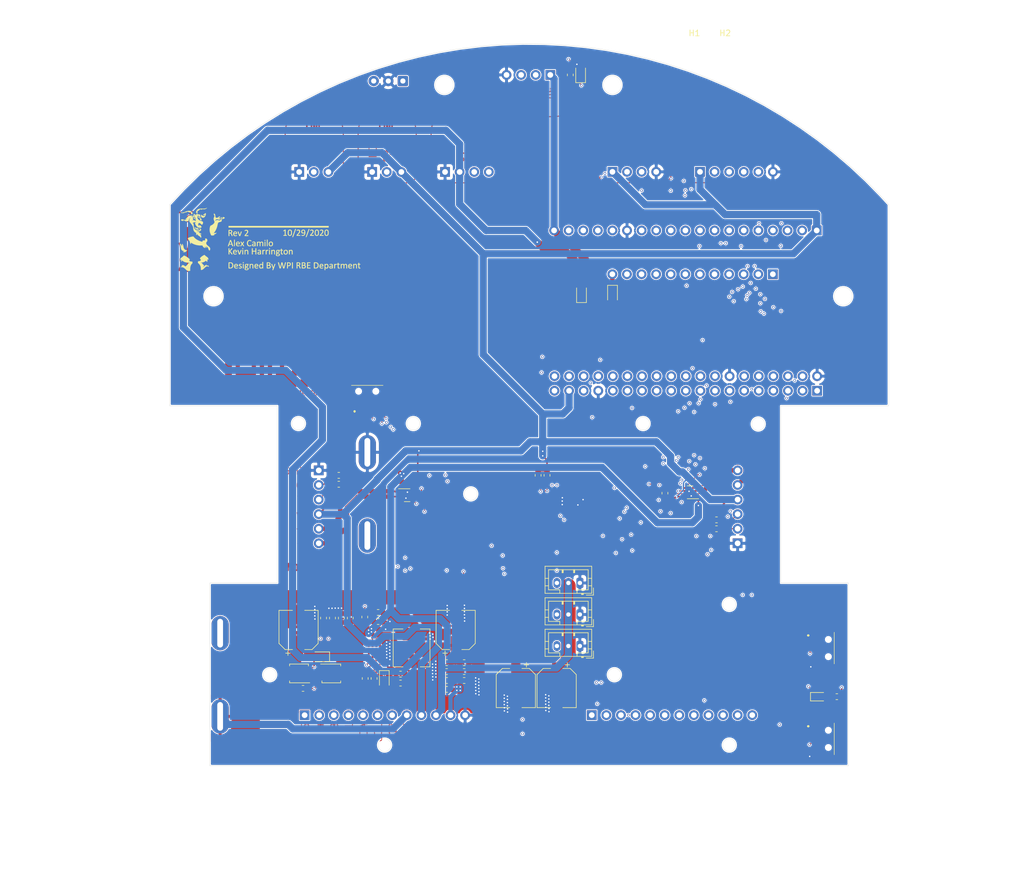
<source format=kicad_pcb>
(kicad_pcb (version 20171130) (host pcbnew "(5.1.6)-1")
  (layers (0 F.Cu signal) (1 In1.Cu signal) (2 In2.Cu signal) (31 B.Cu signal) (34 B.Paste user hide) (35 F.Paste user hide) (36 B.SilkS user hide) (37 F.SilkS user) (38 B.Mask user hide) (39 F.Mask user hide) (44 Edge.Cuts user))
  (net 0 "")
  (net 1 GND)
  (net 2 REG_VCC)
  (net 3 "Net-(C7-Pad1)")
  (net 4 "Net-(C7-Pad2)")
  (net 5 +5V)
  (net 6 GPIO16)
  (net 7 "Net-(D2-Pad1)")
  (net 8 "Net-(D3-Pad2)")
  (net 9 "Net-(D3-Pad1)")
  (net 10 GPIO33)
  (net 11 GPIO34)
  (net 12 +3V3)
  (net 13 EN)
  (net 14 GPIO36)
  (net 15 GPIO39)
  (net 16 GPIO35)
  (net 17 GPIO32)
  (net 18 GPIO25)
  (net 19 GPIO26)
  (net 20 GPIO13)
  (net 21 "Net-(J2-Pad16)")
  (net 22 "Net-(J2-Pad17)")
  (net 23 "Net-(J2-Pad18)")
  (net 24 GPIO23)
  (net 25 GPIO22)
  (net 26 GPIO14)
  (net 27 GPIO15)
  (net 28 GPIO27)
  (net 29 GPIO12)
  (net 30 "Net-(J5-Pad11)")
  (net 31 GPIO21)
  (net 32 GPIO17)
  (net 33 GPIO1)
  (net 34 GPIO19)
  (net 35 GPIO3)
  (net 36 GPIO18)
  (net 37 GPIO5)
  (net 38 GPIO4)
  (net 39 GPIO0)
  (net 40 GPIO2)
  (net 41 "Net-(J6-Pad33)")
  (net 42 "Net-(J6-Pad34)")
  (net 43 "Net-(J6-Pad36)")
  (net 44 "Net-(J6-Pad37)")
  (net 45 "Net-(J6-Pad38)")
  (net 46 SDA)
  (net 47 ML-)
  (net 48 ML+)
  (net 49 MR+)
  (net 50 MR-)
  (net 51 +BATT)
  (net 52 VBUS)
  (net 53 "Net-(R2-Pad1)")
  (net 54 "Net-(R3-Pad1)")
  (net 55 "Net-(R3-Pad2)")
  (net 56 "Net-(U1-Pad8)")
  (net 57 "Net-(TP2-Pad1)")
  (net 58 "Net-(D4-Pad1)")
  (net 59 "Net-(J5-Pad10)")
  (net 60 "Net-(D8-Pad2)")
  (net 61 "Net-(J6-Pad1)")
  (net 62 "Net-(J6-Pad3)")
  (net 63 "Net-(J6-Pad5)")
  (net 64 MOTOR_DISABLE)
  (net 65 "Net-(J7-Pad3)")
  (net 66 +5VL)
  (module unified:SK3296S01L1 (layer F.Cu) (at 169.925 151.2 90)
    (fp_text reference SW1 hide)
    (fp_text value SW_SPST hide)
    (pad MP4 smd rect (at -3.8 2.35 90) (size 0.8 0.9) (layers F.Cu F.Paste F.Mask))
    (pad MP3 smd rect (at 3.8 2.35 90) (size 0.8 0.9) (layers F.Cu F.Paste F.Mask))
    (pad MP2 smd rect (at 3.8 0.15 90) (size 0.8 0.9) (layers F.Cu F.Paste F.Mask))
    (pad MP1 smd rect (at -3.8 0.15 90) (size 0.8 0.9) (layers F.Cu F.Paste F.Mask))
    (pad MH2 np_thru_hole circle (at 1.5 1.25 90) (size 0.9 0) (drill 0.9) (layers *.Cu *.Mask))
    (pad MH1 np_thru_hole circle (at -1.5 1.25 90) (size 0.9 0) (drill 0.9) (layers *.Cu *.Mask))
    (pad 1 smd rect (at -2.25 -0.9 90) (size 0.9 1.2) (layers F.Cu F.Paste F.Mask) (net 1 GND))
    (pad 2 smd rect (at 0.75 -0.9 90) (size 0.9 1.2) (layers F.Cu F.Paste F.Mask) (net 8 "Net-(D3-Pad2)"))
    (pad 3 smd rect (at 2.25 -0.9 90) (size 0.9 1.2) (layers F.Cu F.Paste F.Mask))
  )
  (module unified:SK3296S01L1 (layer F.Cu) (at 90.9 91.9 180)
    (fp_text reference SW2 hide)
    (fp_text value SW_SPDT hide)
    (pad MP4 smd rect (at -3.8 2.35 180) (size 0.8 0.9) (layers F.Cu F.Paste F.Mask))
    (pad MP3 smd rect (at 3.8 2.35 180) (size 0.8 0.9) (layers F.Cu F.Paste F.Mask))
    (pad MP2 smd rect (at 3.8 0.15 180) (size 0.8 0.9) (layers F.Cu F.Paste F.Mask))
    (pad MP1 smd rect (at -3.8 0.15 180) (size 0.8 0.9) (layers F.Cu F.Paste F.Mask))
    (pad MH2 np_thru_hole circle (at 1.5 1.25 180) (size 0.9 0) (drill 0.9) (layers *.Cu *.Mask))
    (pad MH1 np_thru_hole circle (at -1.5 1.25 180) (size 0.9 0) (drill 0.9) (layers *.Cu *.Mask))
    (pad 1 smd rect (at -2.25 -0.9 180) (size 0.9 1.2) (layers F.Cu F.Paste F.Mask) (net 24 GPIO23))
    (pad 2 smd rect (at 0.75 -0.9 180) (size 0.9 1.2) (layers F.Cu F.Paste F.Mask) (net 46 SDA))
    (pad 3 smd rect (at 2.25 -0.9 180) (size 0.9 1.2) (layers F.Cu F.Paste F.Mask) (net 31 GPIO21))
  )
  (module unified:SK3296S01L1 (layer F.Cu) (at 169.925 135.38 90)
    (fp_text reference SW3 hide)
    (fp_text value SW_SPST hide)
    (pad MP4 smd rect (at -3.8 2.35 90) (size 0.8 0.9) (layers F.Cu F.Paste F.Mask))
    (pad MP3 smd rect (at 3.8 2.35 90) (size 0.8 0.9) (layers F.Cu F.Paste F.Mask))
    (pad MP2 smd rect (at 3.8 0.15 90) (size 0.8 0.9) (layers F.Cu F.Paste F.Mask))
    (pad MP1 smd rect (at -3.8 0.15 90) (size 0.8 0.9) (layers F.Cu F.Paste F.Mask))
    (pad MH2 np_thru_hole circle (at 1.5 1.25 90) (size 0.9 0) (drill 0.9) (layers *.Cu *.Mask))
    (pad MH1 np_thru_hole circle (at -1.5 1.25 90) (size 0.9 0) (drill 0.9) (layers *.Cu *.Mask))
    (pad 1 smd rect (at -2.25 -0.9 90) (size 0.9 1.2) (layers F.Cu F.Paste F.Mask) (net 1 GND))
    (pad 2 smd rect (at 0.75 -0.9 90) (size 0.9 1.2) (layers F.Cu F.Paste F.Mask) (net 64 MOTOR_DISABLE))
    (pad 3 smd rect (at 2.25 -0.9 90) (size 0.9 1.2) (layers F.Cu F.Paste F.Mask))
  )
  (module unified:Romi-unified-board-F_Cu (layer F.Cu) (at 119.17 93.07)
    (fp_text reference Ref** hide)
    (fp_text value Val** hide)
    (fp_poly (pts (xy 46.271312 60.520969) (xy 46.356291 60.538409) (xy 46.427164 60.569369) (xy 46.485021 60.615398) (xy 46.530951 60.678045) (xy 46.566045 60.758859) (xy 46.591394 60.85939) (xy 46.608087 60.981185) (xy 46.617214 61.125796) (xy 46.618026 61.1505) (xy 46.61927 61.289442) (xy 46.613796 61.408475) (xy 46.601054 61.512327) (xy 46.580497 61.605727) (xy 46.556689 61.679835) (xy 46.522986 61.746066) (xy 46.475365 61.806212) (xy 46.419821 61.854055) (xy 46.362347 61.883373) (xy 46.359788 61.884164) (xy 46.321384 61.891124) (xy 46.265393 61.895709) (xy 46.199051 61.897925) (xy 46.129596 61.897778) (xy 46.064262 61.895275) (xy 46.010285 61.890421) (xy 45.976731 61.883839) (xy 45.92641 61.85806) (xy 45.874054 61.815328) (xy 45.826707 61.762407) (xy 45.791416 61.706066) (xy 45.791227 61.705673) (xy 45.76399 61.639637) (xy 45.74349 61.5671) (xy 45.729094 61.483892) (xy 45.720169 61.38584) (xy 45.716081 61.268774) (xy 45.715651 61.20765) (xy 45.71586 61.191448) (xy 45.827202 61.191448) (xy 45.829772 61.313542) (xy 45.84073 61.428134) (xy 45.859476 61.531246) (xy 45.885408 61.618897) (xy 45.917928 61.687107) (xy 45.929979 61.704641) (xy 45.958721 61.737417) (xy 45.989864 61.760072) (xy 46.028551 61.774169) (xy 46.079927 61.781272) (xy 46.149136 61.782942) (xy 46.185841 61.782376) (xy 46.250822 61.780254) (xy 46.296014 61.776749) (xy 46.327027 61.770924) (xy 46.349467 61.76184) (xy 46.363641 61.752624) (xy 46.407694 61.708446) (xy 46.442944 61.646852) (xy 46.469885 61.566218) (xy 46.489006 61.464917) (xy 46.5008 61.341325) (xy 46.503381 61.2902) (xy 46.505178 61.133668) (xy 46.496878 60.999709) (xy 46.478326 60.88752) (xy 46.449363 60.796299) (xy 46.409831 60.725243) (xy 46.387123 60.698133) (xy 46.350097 60.665869) (xy 46.308854 60.644578) (xy 46.258081 60.632953) (xy 46.192467 60.629687) (xy 46.120558 60.632539) (xy 46.044182 60.643031) (xy 45.986404 60.665267) (xy 45.941982 60.702218) (xy 45.907571 60.753306) (xy 45.884844 60.799362) (xy 45.867741 60.845097) (xy 45.854834 60.896541) (xy 45.844697 60.959725) (xy 45.835902 61.040679) (xy 45.83362 61.065833) (xy 45.827202 61.191448) (xy 45.71586 61.191448) (xy 45.717149 61.091544) (xy 45.722195 60.995639) (xy 45.731568 60.914886) (xy 45.746045 60.844237) (xy 45.766403 60.778644) (xy 45.790993 60.718429) (xy 45.832731 60.644799) (xy 45.885148 60.589217) (xy 45.950986 60.55022) (xy 46.032987 60.526343) (xy 46.133892 60.516124) (xy 46.171136 60.5155) (xy 46.271312 60.520969)) (layer F.Cu) (width 0.01))
    (fp_poly (pts (xy 47.628175 60.517944) (xy 47.68215 60.52185) (xy 47.688718 61.8998) (xy 47.501208 61.8998) (xy 47.460109 61.814075) (xy 47.441175 61.773174) (xy 47.41509 61.71487) (xy 47.384508 61.645194) (xy 47.352081 61.570174) (xy 47.330168 61.5188) (xy 47.25379 61.339174) (xy 47.186537 61.182117) (xy 47.12849 61.047818) (xy 47.079732 60.936463) (xy 47.040344 60.848243) (xy 47.010408 60.783344) (xy 47.006841 60.77585) (xy 46.95825 60.67425) (xy 46.951656 61.8998) (xy 46.8376 61.8998) (xy 46.8376 60.5155) (xy 46.917722 60.5155) (xy 46.964371 60.517968) (xy 47.001331 60.524441) (xy 47.017776 60.531375) (xy 47.03065 60.547765) (xy 47.050029 60.582035) (xy 47.076385 60.635192) (xy 47.110186 60.708246) (xy 47.151903 60.802204) (xy 47.202006 60.918076) (xy 47.245041 61.019192) (xy 47.304898 61.160337) (xy 47.355932 61.280091) (xy 47.399053 61.380529) (xy 47.435166 61.463721) (xy 47.465181 61.531742) (xy 47.490005 61.586662) (xy 47.510546 61.630556) (xy 47.527711 61.665496) (xy 47.530618 61.6712) (xy 47.57295 61.75375) (xy 47.573575 61.133894) (xy 47.5742 60.514039) (xy 47.628175 60.517944)) (layer F.Cu) (width 0.01))
    (fp_poly (pts (xy -16.764 58.820864) (xy -16.679608 58.823202) (xy -16.607271 58.830268) (xy -16.533831 58.843721) (xy -16.47825 58.856935) (xy -16.411202 58.875216) (xy -16.325661 58.900603) (xy -16.226937 58.931341) (xy -16.12034 58.965671) (xy -16.01118 59.001835) (xy -15.904767 59.038077) (xy -15.806412 59.072638) (xy -15.721424 59.103762) (xy -15.6591 59.128054) (xy -15.53845 59.177326) (xy -15.534683 59.241116) (xy -15.535682 59.288665) (xy -15.544987 59.315978) (xy -15.547383 59.318387) (xy -15.569232 59.330294) (xy -15.612125 59.348507) (xy -15.672809 59.371924) (xy -15.748032 59.399444) (xy -15.83454 59.429963) (xy -15.929082 59.46238) (xy -16.028405 59.495594) (xy -16.129257 59.528502) (xy -16.228386 59.560001) (xy -16.322539 59.588991) (xy -16.408463 59.614369) (xy -16.47825 59.633793) (xy -16.533572 59.646261) (xy -16.598501 59.657281) (xy -16.667999 59.666427) (xy -16.737028 59.67327) (xy -16.80055 59.677383) (xy -16.853526 59.678339) (xy -16.890919 59.675711) (xy -16.906875 59.670154) (xy -16.91306 59.652066) (xy -16.916273 59.619758) (xy -16.9164 59.611683) (xy -16.9164 59.563) (xy -16.802931 59.563) (xy -16.737749 59.560746) (xy -16.66928 59.554791) (xy -16.610754 59.546339) (xy -16.602906 59.544774) (xy -16.546364 59.531472) (xy -16.476645 59.512852) (xy -16.396737 59.489915) (xy -16.309632 59.463664) (xy -16.218319 59.435102) (xy -16.125788 59.40523) (xy -16.035031 59.375052) (xy -15.949036 59.34557) (xy -15.870794 59.317785) (xy -15.803295 59.292701) (xy -15.749529 59.27132) (xy -15.712487 59.254644) (xy -15.695159 59.243676) (xy -15.695098 59.240449) (xy -15.715188 59.231344) (xy -15.755253 59.215773) (xy -15.811133 59.195186) (xy -15.878668 59.171036) (xy -15.953699 59.144774) (xy -16.032066 59.117851) (xy -16.109609 59.091721) (xy -16.18217 59.067833) (xy -16.245588 59.04764) (xy -16.26235 59.042477) (xy -16.371823 59.009683) (xy -16.462042 58.984225) (xy -16.537743 58.965079) (xy -16.603657 58.951224) (xy -16.664519 58.941639) (xy -16.725063 58.935302) (xy -16.774162 58.932008) (xy -16.917673 58.924162) (xy -16.913862 58.872106) (xy -16.91005 58.82005) (xy -16.764 58.820864)) (layer F.Cu) (width 0.01))
    (fp_poly (pts (xy -10.944225 57.711199) (xy -10.855985 57.712978) (xy -10.789035 57.714981) (xy -10.739268 57.717653) (xy -10.702575 57.72144) (xy -10.674849 57.726786) (xy -10.651982 57.734138) (xy -10.629865 57.74394) (xy -10.626353 57.745651) (xy -10.563328 57.784988) (xy -10.51573 57.834987) (xy -10.482406 57.898369) (xy -10.462204 57.977858) (xy -10.453971 58.076174) (xy -10.454493 58.151488) (xy -10.457708 58.221305) (xy -10.462512 58.27181) (xy -10.469887 58.309081) (xy -10.480815 58.3392) (xy -10.486792 58.351352) (xy -10.530693 58.415207) (xy -10.590185 58.467727) (xy -10.666791 58.509478) (xy -10.762034 58.541027) (xy -10.877435 58.562938) (xy -11.014518 58.575779) (xy -11.0998 58.579182) (xy -11.174849 58.57997) (xy -11.249464 58.578973) (xy -11.315809 58.576406) (xy -11.366044 58.572486) (xy -11.37285 58.571643) (xy -11.502209 58.547364) (xy -11.60916 58.512153) (xy -11.694455 58.465505) (xy -11.758847 58.406914) (xy -11.80309 58.335875) (xy -11.824789 58.268316) (xy -11.833359 58.205448) (xy -11.835772 58.132526) (xy -11.832525 58.057181) (xy -11.824117 57.987044) (xy -11.811047 57.929745) (xy -11.801042 57.904447) (xy -11.75801 57.842658) (xy -11.700278 57.79039) (xy -11.646683 57.759924) (xy -11.617272 57.749611) (xy -11.600459 57.751745) (xy -11.587048 57.766131) (xy -11.56919 57.806646) (xy -11.576142 57.843532) (xy -11.607359 57.874703) (xy -11.616801 57.88025) (xy -11.657267 57.907391) (xy -11.685551 57.940943) (xy -11.703498 57.985518) (xy -11.712949 58.045728) (xy -11.71575 58.126188) (xy -11.71575 58.1279) (xy -11.713584 58.204833) (xy -11.705668 58.262147) (xy -11.689876 58.305361) (xy -11.664084 58.339994) (xy -11.626165 58.371567) (xy -11.620354 58.375651) (xy -11.565673 58.406209) (xy -11.498876 58.429494) (xy -11.417045 58.446031) (xy -11.31726 58.456345) (xy -11.196603 58.460961) (xy -11.14425 58.461331) (xy -11.016626 58.458885) (xy -10.910719 58.451147) (xy -10.823284 58.437515) (xy -10.751075 58.417389) (xy -10.690846 58.390167) (xy -10.66165 58.371953) (xy -10.622635 58.340418) (xy -10.595566 58.305475) (xy -10.578504 58.261886) (xy -10.569512 58.204415) (xy -10.566651 58.127823) (xy -10.566629 58.1152) (xy -10.567462 58.051748) (xy -10.570434 58.007079) (xy -10.576573 57.9746) (xy -10.586908 57.947717) (xy -10.595184 57.932172) (xy -10.619663 57.896074) (xy -10.648788 57.869159) (xy -10.686581 57.850044) (xy -10.737066 57.837347) (xy -10.804267 57.829687) (xy -10.892206 57.825679) (xy -10.906125 57.825338) (xy -11.0871 57.821226) (xy -11.0871 58.1152) (xy -11.2014 58.1152) (xy -11.2014 57.706542) (xy -10.944225 57.711199)) (layer F.Cu) (width 0.01))
    (fp_poly (pts (xy -28.482383 57.665356) (xy -28.402525 57.68679) (xy -28.339173 57.724007) (xy -28.28972 57.77831) (xy -28.267846 57.81526) (xy -28.250817 57.863491) (xy -28.237835 57.9302) (xy -28.229513 58.008698) (xy -28.226464 58.092296) (xy -28.229302 58.174307) (xy -28.232153 58.204559) (xy -28.250613 58.304172) (xy -28.282043 58.382849) (xy -28.3284 58.442545) (xy -28.391645 58.485213) (xy -28.473736 58.512807) (xy -28.553731 58.525286) (xy -28.596376 58.526709) (xy -28.617973 58.519853) (xy -28.621301 58.515006) (xy -28.624522 58.491607) (xy -28.623654 58.457578) (xy -28.62352 58.456133) (xy -28.619611 58.431183) (xy -28.609536 58.417498) (xy -28.586516 58.410203) (xy -28.553247 58.405569) (xy -28.478581 58.388115) (xy -28.422144 58.355091) (xy -28.380647 58.304423) (xy -28.374221 58.292709) (xy -28.362174 58.26735) (xy -28.354142 58.242852) (xy -28.349491 58.213612) (xy -28.347586 58.174029) (xy -28.347792 58.118499) (xy -28.348821 58.068485) (xy -28.350931 57.998056) (xy -28.353887 57.948075) (xy -28.358425 57.91359) (xy -28.365283 57.889649) (xy -28.375197 57.871301) (xy -28.378935 57.86607) (xy -28.418866 57.821224) (xy -28.462216 57.793475) (xy -28.516969 57.77883) (xy -28.562151 57.774465) (xy -28.633261 57.77539) (xy -28.692642 57.788491) (xy -28.742731 57.816073) (xy -28.785966 57.860439) (xy -28.824783 57.923894) (xy -28.86162 58.008741) (xy -28.88751 58.082025) (xy -28.930205 58.201653) (xy -28.972252 58.298124) (xy -29.015662 58.37354) (xy -29.062448 58.430006) (xy -29.11462 58.469624) (xy -29.174192 58.494498) (xy -29.243174 58.506729) (xy -29.295869 58.5089) (xy -29.388013 58.498696) (xy -29.4673 58.469062) (xy -29.531389 58.421463) (xy -29.577939 58.357363) (xy -29.592643 58.323234) (xy -29.600727 58.285756) (xy -29.606417 58.230124) (xy -29.60972 58.162688) (xy -29.610641 58.089793) (xy -29.609189 58.017789) (xy -29.60537 57.953023) (xy -29.599192 57.901843) (xy -29.592146 57.8739) (xy -29.54873 57.797079) (xy -29.487724 57.738556) (xy -29.409095 57.698307) (xy -29.312809 57.676307) (xy -29.310076 57.675979) (xy -29.269587 57.671877) (xy -29.247402 57.673275) (xy -29.236639 57.682418) (xy -29.230411 57.70155) (xy -29.230301 57.701988) (xy -29.22521 57.743509) (xy -29.237204 57.770106) (xy -29.269316 57.78571) (xy -29.299262 57.791399) (xy -29.37366 57.812415) (xy -29.43183 57.852346) (xy -29.47035 57.905817) (xy -29.481694 57.932612) (xy -29.489163 57.963002) (xy -29.493496 58.002877) (xy -29.49543 58.058128) (xy -29.49575 58.10885) (xy -29.495278 58.175435) (xy -29.493307 58.222356) (xy -29.489008 58.25534) (xy -29.481549 58.280113) (xy -29.4701 58.302403) (xy -29.466932 58.307593) (xy -29.425118 58.352238) (xy -29.368451 58.381316) (xy -29.303116 58.393495) (xy -29.235293 58.387446) (xy -29.183439 58.368607) (xy -29.143872 58.341538) (xy -29.108588 58.301441) (xy -29.07575 58.245213) (xy -29.043523 58.16975) (xy -29.012442 58.079427) (xy -28.975042 57.970045) (xy -28.938814 57.882698) (xy -28.901713 57.814227) (xy -28.861697 57.761473) (xy -28.816722 57.721274) (xy -28.764745 57.690472) (xy -28.759243 57.687861) (xy -28.720714 57.672407) (xy -28.681415 57.663327) (xy -28.632559 57.659167) (xy -28.58135 57.658402) (xy -28.482383 57.665356)) (layer F.Cu) (width 0.01))
    (fp_poly (pts (xy -25.942306 57.665378) (xy -25.862374 57.686863) (xy -25.798981 57.724145) (xy -25.749554 57.778508) (xy -25.72801 57.814939) (xy -25.710838 57.863235) (xy -25.697544 57.929882) (xy -25.688794 58.008032) (xy -25.685257 58.090841) (xy -25.687598 58.171462) (xy -25.690332 58.201575) (xy -25.708834 58.301797) (xy -25.740672 58.381205) (xy -25.787677 58.441634) (xy -25.85168 58.484917) (xy -25.934511 58.512886) (xy -26.013731 58.525286) (xy -26.056376 58.526709) (xy -26.077973 58.519853) (xy -26.081301 58.515006) (xy -26.084522 58.491607) (xy -26.083654 58.457578) (xy -26.08352 58.456133) (xy -26.079611 58.431183) (xy -26.069536 58.417498) (xy -26.046516 58.410203) (xy -26.013247 58.405569) (xy -25.938581 58.388115) (xy -25.882144 58.355091) (xy -25.840647 58.304423) (xy -25.834221 58.292709) (xy -25.822174 58.26735) (xy -25.814142 58.242852) (xy -25.809491 58.213612) (xy -25.807586 58.174029) (xy -25.807792 58.118499) (xy -25.808821 58.068485) (xy -25.810931 57.998056) (xy -25.813887 57.948075) (xy -25.818425 57.91359) (xy -25.825283 57.889649) (xy -25.835197 57.871301) (xy -25.838935 57.86607) (xy -25.878866 57.821224) (xy -25.922216 57.793475) (xy -25.976969 57.77883) (xy -26.022151 57.774465) (xy -26.093421 57.775415) (xy -26.152924 57.788609) (xy -26.203091 57.816345) (xy -26.246349 57.860922) (xy -26.285128 57.924637) (xy -26.321857 58.00979) (xy -26.347202 58.082025) (xy -26.389788 58.201866) (xy -26.431925 58.298514) (xy -26.475612 58.374057) (xy -26.522848 58.430583) (xy -26.575634 58.470181) (xy -26.635967 58.494938) (xy -26.705847 58.506943) (xy -26.755869 58.5089) (xy -26.848013 58.498696) (xy -26.9273 58.469062) (xy -26.991389 58.421463) (xy -27.037939 58.357363) (xy -27.052643 58.323234) (xy -27.060727 58.285756) (xy -27.066417 58.230124) (xy -27.06972 58.162688) (xy -27.070641 58.089793) (xy -27.069189 58.017789) (xy -27.06537 57.953023) (xy -27.059192 57.901843) (xy -27.052146 57.8739) (xy -27.00873 57.797079) (xy -26.947724 57.738556) (xy -26.869095 57.698307) (xy -26.772809 57.676307) (xy -26.770076 57.675979) (xy -26.729587 57.671877) (xy -26.707402 57.673275) (xy -26.696639 57.682418) (xy -26.690411 57.70155) (xy -26.690301 57.701988) (xy -26.68521 57.743509) (xy -26.697204 57.770106) (xy -26.729316 57.78571) (xy -26.759262 57.791399) (xy -26.83366 57.812415) (xy -26.89183 57.852346) (xy -26.93035 57.905817) (xy -26.941694 57.932612) (xy -26.949163 57.963002) (xy -26.953496 58.002877) (xy -26.95543 58.058128) (xy -26.95575 58.10885) (xy -26.955278 58.175435) (xy -26.953307 58.222356) (xy -26.949008 58.25534) (xy -26.941549 58.280113) (xy -26.9301 58.302403) (xy -26.926932 58.307593) (xy -26.885118 58.352238) (xy -26.828451 58.381316) (xy -26.763116 58.393495) (xy -26.695293 58.387446) (xy -26.643439 58.368607) (xy -26.601694 58.339428) (xy -26.564304 58.295397) (xy -26.529608 58.233703) (xy -26.495943 58.151537) (xy -26.471092 58.0771) (xy -26.433955 57.96702) (xy -26.397335 57.879083) (xy -26.359206 57.810157) (xy -26.317545 57.757113) (xy -26.270324 57.716821) (xy -26.219243 57.687861) (xy -26.180714 57.672407) (xy -26.141415 57.663327) (xy -26.092559 57.659167) (xy -26.04135 57.658402) (xy -25.942306 57.665378)) (layer F.Cu) (width 0.01))
    (fp_poly (pts (xy -20.91508 57.694323) (xy -20.829359 57.711601) (xy -20.752914 57.742819) (xy -20.690924 57.788133) (xy -20.685799 57.793361) (xy -20.663639 57.818394) (xy -20.646402 57.843517) (xy -20.633476 57.872243) (xy -20.624251 57.908082) (xy -20.618113 57.954543) (xy -20.614452 58.015139) (xy -20.612655 58.09338) (xy -20.612113 58.192775) (xy -20.6121 58.216392) (xy -20.6121 58.5089) (xy -21.9964 58.5089) (xy -21.996368 58.3946) (xy -21.88438 58.3946) (xy -21.3614 58.3946) (xy -21.2471 58.3946) (xy -20.7264 58.3946) (xy -20.7264 58.167878) (xy -20.726575 58.086243) (xy -20.727393 58.025844) (xy -20.729298 57.982519) (xy -20.732731 57.952103) (xy -20.738137 57.930434) (xy -20.745956 57.913348) (xy -20.754975 57.899107) (xy -20.797807 57.852893) (xy -20.853982 57.823008) (xy -20.926816 57.808075) (xy -20.980017 57.805721) (xy -21.041972 57.808067) (xy -21.08937 57.816417) (xy -21.13273 57.832734) (xy -21.137899 57.835194) (xy -21.173656 57.854028) (xy -21.200642 57.873771) (xy -21.220083 57.898171) (xy -21.233204 57.930979) (xy -21.241231 57.975942) (xy -21.245389 58.036811) (xy -21.246903 58.117336) (xy -21.247053 58.169175) (xy -21.2471 58.3946) (xy -21.3614 58.3946) (xy -21.361588 58.207275) (xy -21.362315 58.12393) (xy -21.365193 58.061751) (xy -21.371553 58.016517) (xy -21.382726 57.984005) (xy -21.400045 57.959995) (xy -21.42484 57.940265) (xy -21.450647 57.924896) (xy -21.482806 57.909027) (xy -21.514662 57.899444) (xy -21.554296 57.894646) (xy -21.609788 57.89313) (xy -21.62175 57.89309) (xy -21.688573 57.894805) (xy -21.736983 57.900793) (xy -21.773755 57.912028) (xy -21.782932 57.916269) (xy -21.815423 57.934365) (xy -21.839411 57.954362) (xy -21.856289 57.980347) (xy -21.867453 58.016403) (xy -21.874295 58.066617) (xy -21.87821 58.135073) (xy -21.880065 58.200925) (xy -21.88438 58.3946) (xy -21.996368 58.3946) (xy -21.99633 58.264425) (xy -21.995621 58.184686) (xy -21.993695 58.110593) (xy -21.990776 58.047103) (xy -21.987094 57.99917) (xy -21.982937 57.971977) (xy -21.952769 57.908889) (xy -21.901365 57.85391) (xy -21.832561 57.811079) (xy -21.828218 57.809097) (xy -21.79347 57.795219) (xy -21.759062 57.786318) (xy -21.717795 57.781341) (xy -21.662472 57.779236) (xy -21.62175 57.778919) (xy -21.55809 57.779337) (xy -21.512584 57.781701) (xy -21.478 57.787238) (xy -21.447102 57.797173) (xy -21.412656 57.812735) (xy -21.407491 57.815259) (xy -21.332932 57.851869) (xy -21.301468 57.811666) (xy -21.247089 57.761547) (xy -21.176079 57.724599) (xy -21.09362 57.700977) (xy -21.004894 57.690833) (xy -20.91508 57.694323)) (layer F.Cu) (width 0.01))
    (fp_poly (pts (xy -15.83508 57.694323) (xy -15.749359 57.711601) (xy -15.672914 57.742819) (xy -15.610924 57.788133) (xy -15.605799 57.793361) (xy -15.583639 57.818394) (xy -15.566402 57.843517) (xy -15.553476 57.872243) (xy -15.544251 57.908082) (xy -15.538113 57.954543) (xy -15.534452 58.015139) (xy -15.532655 58.09338) (xy -15.532113 58.192775) (xy -15.5321 58.216392) (xy -15.5321 58.5089) (xy -16.9164 58.5089) (xy -16.916368 58.3946) (xy -16.80438 58.3946) (xy -16.2814 58.3946) (xy -16.1671 58.3946) (xy -15.6464 58.3946) (xy -15.6464 58.167878) (xy -15.646575 58.086243) (xy -15.647393 58.025844) (xy -15.649298 57.982519) (xy -15.652731 57.952103) (xy -15.658137 57.930434) (xy -15.665956 57.913348) (xy -15.674975 57.899107) (xy -15.717807 57.852893) (xy -15.773982 57.823008) (xy -15.846816 57.808075) (xy -15.900017 57.805721) (xy -15.961972 57.808067) (xy -16.00937 57.816417) (xy -16.05273 57.832734) (xy -16.057899 57.835194) (xy -16.093656 57.854028) (xy -16.120642 57.873771) (xy -16.140083 57.898171) (xy -16.153204 57.930979) (xy -16.161231 57.975942) (xy -16.165389 58.036811) (xy -16.166903 58.117336) (xy -16.167053 58.169175) (xy -16.1671 58.3946) (xy -16.2814 58.3946) (xy -16.281588 58.207275) (xy -16.282315 58.12393) (xy -16.285193 58.061751) (xy -16.291553 58.016517) (xy -16.302726 57.984005) (xy -16.320045 57.959995) (xy -16.34484 57.940265) (xy -16.370647 57.924896) (xy -16.402806 57.909027) (xy -16.434662 57.899444) (xy -16.474296 57.894646) (xy -16.529788 57.89313) (xy -16.54175 57.89309) (xy -16.608573 57.894805) (xy -16.656983 57.900793) (xy -16.693755 57.912028) (xy -16.702932 57.916269) (xy -16.735423 57.934365) (xy -16.759411 57.954362) (xy -16.776289 57.980347) (xy -16.787453 58.016403) (xy -16.794295 58.066617) (xy -16.79821 58.135073) (xy -16.800065 58.200925) (xy -16.80438 58.3946) (xy -16.916368 58.3946) (xy -16.91633 58.264425) (xy -16.915621 58.184686) (xy -16.913695 58.110593) (xy -16.910776 58.047103) (xy -16.907094 57.99917) (xy -16.902937 57.971977) (xy -16.872769 57.908889) (xy -16.821365 57.85391) (xy -16.752561 57.811079) (xy -16.748218 57.809097) (xy -16.71347 57.795219) (xy -16.679062 57.786318) (xy -16.637795 57.781341) (xy -16.582472 57.779236) (xy -16.54175 57.778919) (xy -16.47809 57.779337) (xy -16.432584 57.781701) (xy -16.398 57.787238) (xy -16.367102 57.797173) (xy -16.332656 57.812735) (xy -16.327491 57.815259) (xy -16.252932 57.851869) (xy -16.221468 57.811666) (xy -16.167089 57.761547) (xy -16.096079 57.724599) (xy -16.01362 57.700977) (xy -15.924894 57.690833) (xy -15.83508 57.694323)) (layer F.Cu) (width 0.01))
    (fp_poly (pts (xy -16.342485 56.619282) (xy -16.20171 56.620247) (xy -16.08393 56.621258) (xy -15.986737 56.622589) (xy -15.907729 56.624515) (xy -15.8445 56.627311) (xy -15.794644 56.631253) (xy -15.755757 56.636616) (xy -15.725433 56.643676) (xy -15.701268 56.652706) (xy -15.680857 56.663984) (xy -15.661794 56.677783) (xy -15.641674 56.694378) (xy -15.634677 56.700277) (xy -15.590723 56.74873) (xy -15.559003 56.811497) (xy -15.537794 56.892538) (xy -15.530892 56.938674) (xy -15.525539 57.016911) (xy -15.527082 57.098984) (xy -15.534817 57.177566) (xy -15.548041 57.245331) (xy -15.564934 57.292797) (xy -15.612052 57.362843) (xy -15.67458 57.414946) (xy -15.754595 57.450492) (xy -15.825842 57.466879) (xy -15.857715 57.469958) (xy -15.911885 57.472759) (xy -15.985252 57.47521) (xy -16.074715 57.477241) (xy -16.17717 57.47878) (xy -16.289518 57.479758) (xy -16.405624 57.480104) (xy -16.534147 57.480004) (xy -16.639468 57.479598) (xy -16.723782 57.47881) (xy -16.789287 57.477562) (xy -16.838179 57.475777) (xy -16.872653 57.473378) (xy -16.894907 57.470289) (xy -16.907137 57.466431) (xy -16.911344 57.462358) (xy -16.914958 57.437827) (xy -16.91423 57.403211) (xy -16.91412 57.402033) (xy -16.91005 57.35955) (xy -16.35125 57.3532) (xy -16.209695 57.351592) (xy -16.091266 57.35) (xy -15.993691 57.348023) (xy -15.914699 57.345261) (xy -15.85202 57.341314) (xy -15.803383 57.335781) (xy -15.766517 57.328261) (xy -15.739149 57.318355) (xy -15.719011 57.305663) (xy -15.70383 57.289783) (xy -15.691336 57.270316) (xy -15.679257 57.246861) (xy -15.672702 57.23359) (xy -15.658511 57.201964) (xy -15.649469 57.171263) (xy -15.644496 57.134445) (xy -15.642515 57.084466) (xy -15.64234 57.035293) (xy -15.643233 56.971633) (xy -15.646095 56.926682) (xy -15.652007 56.893768) (xy -15.662047 56.866216) (xy -15.673188 56.844603) (xy -15.714722 56.791938) (xy -15.75435 56.763713) (xy -15.767572 56.757323) (xy -15.782095 56.752009) (xy -15.800353 56.747637) (xy -15.824784 56.744077) (xy -15.857822 56.741194) (xy -15.901904 56.738857) (xy -15.959465 56.736934) (xy -16.032941 56.735291) (xy -16.124767 56.733796) (xy -16.23738 56.732316) (xy -16.3576 56.7309) (xy -16.91005 56.72455) (xy -16.913985 56.66997) (xy -16.91792 56.615391) (xy -16.342485 56.619282)) (layer F.Cu) (width 0.01))
    (fp_poly (pts (xy -10.4521 56.808262) (xy -10.563225 56.85945) (xy -10.598342 56.875502) (xy -10.636131 56.89249) (xy -10.679075 56.911484) (xy -10.729659 56.933556) (xy -10.790364 56.959777) (xy -10.863674 56.991217) (xy -10.95207 57.028947) (xy -11.058038 57.074038) (xy -11.184058 57.127561) (xy -11.23315 57.148394) (xy -11.312173 57.182333) (xy -11.392609 57.217594) (xy -11.467708 57.251169) (xy -11.53072 57.280049) (xy -11.56335 57.295536) (xy -11.67765 57.35107) (xy -10.4521 57.3532) (xy -10.4521 57.4675) (xy -11.8364 57.4675) (xy -11.836206 57.388125) (xy -11.83461 57.343846) (xy -11.830661 57.308973) (xy -11.826185 57.293285) (xy -11.810207 57.281554) (xy -11.772602 57.261189) (xy -11.715293 57.233073) (xy -11.640201 57.198089) (xy -11.54925 57.157121) (xy -11.444362 57.111051) (xy -11.32746 57.060763) (xy -11.23315 57.02085) (xy -11.143455 56.982839) (xy -11.046092 56.941067) (xy -10.949276 56.899092) (xy -10.861222 56.860472) (xy -10.803267 56.834678) (xy -10.614683 56.74995) (xy -11.222367 56.7436) (xy -11.83005 56.73725) (xy -11.83005 56.62295) (xy -11.141075 56.619665) (xy -10.4521 56.616381) (xy -10.4521 56.808262)) (layer F.Cu) (width 0.01))
    (fp_poly (pts (xy -20.6121 56.7563) (xy -20.754975 56.757524) (xy -20.821348 56.759395) (xy -20.886352 56.763465) (xy -20.94102 56.769063) (xy -20.9677 56.773399) (xy -21.03755 56.78805) (xy -21.040985 57.044286) (xy -21.042446 57.132061) (xy -21.043208 57.197857) (xy -21.041861 57.245086) (xy -21.036996 57.27716) (xy -21.027203 57.297491) (xy -21.01107 57.309489) (xy -20.987189 57.316567) (xy -20.954149 57.322136) (xy -20.924093 57.327091) (xy -20.875475 57.333318) (xy -20.812925 57.338007) (xy -20.7479 57.340365) (xy -20.730418 57.3405) (xy -20.6121 57.3405) (xy -20.6121 57.4548) (xy -20.748625 57.453653) (xy -20.817122 57.451516) (xy -20.887532 57.446735) (xy -20.949035 57.440146) (xy -20.97405 57.436255) (xy -21.076507 57.414435) (xy -21.198092 57.383257) (xy -21.334833 57.343926) (xy -21.48276 57.297649) (xy -21.637901 57.245629) (xy -21.796284 57.189073) (xy -21.8313 57.176093) (xy -21.897585 57.150753) (xy -21.943448 57.130705) (xy -21.972463 57.112914) (xy -21.988206 57.094347) (xy -21.994251 57.071971) (xy -21.994192 57.049457) (xy -21.822623 57.049457) (xy -21.803939 57.059855) (xy -21.763332 57.076665) (xy -21.703225 57.099057) (xy -21.62604 57.126202) (xy -21.534201 57.157268) (xy -21.43013 57.191425) (xy -21.31625 57.227845) (xy -21.194984 57.265696) (xy -21.161375 57.276027) (xy -21.160362 57.264316) (xy -21.159483 57.231188) (xy -21.158792 57.180626) (xy -21.158347 57.116612) (xy -21.1582 57.048158) (xy -21.1582 56.819316) (xy -21.193125 56.827724) (xy -21.25416 56.843661) (xy -21.32488 56.864155) (xy -21.40179 56.887972) (xy -21.481394 56.913883) (xy -21.560195 56.940656) (xy -21.634698 56.967059) (xy -21.701408 56.991861) (xy -21.756827 57.013831) (xy -21.79746 57.031737) (xy -21.819812 57.044348) (xy -21.822623 57.049457) (xy -21.994192 57.049457) (xy -21.994174 57.042753) (xy -21.993892 57.038145) (xy -21.99005 56.97855) (xy -21.8694 56.929914) (xy -21.780058 56.895529) (xy -21.674371 56.857478) (xy -21.559099 56.817984) (xy -21.441004 56.779266) (xy -21.326848 56.743547) (xy -21.22339 56.713047) (xy -21.14466 56.691807) (xy -21.068529 56.673821) (xy -21.001495 56.661341) (xy -20.934036 56.653087) (xy -20.856624 56.647778) (xy -20.799425 56.645403) (xy -20.6121 56.638856) (xy -20.6121 56.7563)) (layer F.Cu) (width 0.01))
    (fp_poly (pts (xy -18.378248 56.645906) (xy -18.296971 56.662709) (xy -18.228457 56.695923) (xy -18.171255 56.743939) (xy -18.129805 56.794048) (xy -18.100901 56.848261) (xy -18.082828 56.912081) (xy -18.07387 56.991007) (xy -18.0721 57.061808) (xy -18.077015 57.162416) (xy -18.092749 57.242594) (xy -18.120789 57.305537) (xy -18.162623 57.354436) (xy -18.219737 57.392487) (xy -18.227982 57.396618) (xy -18.316862 57.426013) (xy -18.37055 57.432328) (xy -18.44675 57.43575) (xy -18.44675 57.33519) (xy -18.37242 57.3203) (xy -18.301941 57.299672) (xy -18.25073 57.26836) (xy -18.213753 57.223069) (xy -18.207913 57.212597) (xy -18.193903 57.168268) (xy -18.186969 57.107775) (xy -18.186763 57.039244) (xy -18.192933 56.9708) (xy -18.205129 56.910569) (xy -18.22281 56.866984) (xy -18.266152 56.816239) (xy -18.32389 56.782896) (xy -18.398507 56.765835) (xy -18.4531 56.762944) (xy -18.531941 56.76947) (xy -18.594066 56.790762) (xy -18.640943 56.828574) (xy -18.674039 56.884663) (xy -18.694821 56.960784) (xy -18.704757 57.058693) (xy -18.705004 57.064405) (xy -18.707708 57.121501) (xy -18.711057 57.158175) (xy -18.716353 57.179397) (xy -18.724899 57.190136) (xy -18.737996 57.195363) (xy -18.739416 57.195726) (xy -18.774503 57.198199) (xy -18.795084 57.19474) (xy -18.809323 57.187223) (xy -18.817339 57.171959) (xy -18.820886 57.142801) (xy -18.821703 57.101519) (xy -18.827328 57.007033) (xy -18.843665 56.934215) (xy -18.869002 56.884282) (xy -18.913641 56.843285) (xy -18.973276 56.816598) (xy -19.042142 56.803902) (xy -19.11447 56.804878) (xy -19.184494 56.819206) (xy -19.246447 56.846568) (xy -19.294561 56.886643) (xy -19.310137 56.9087) (xy -19.327241 56.955713) (xy -19.336414 57.017732) (xy -19.337743 57.086063) (xy -19.331315 57.152013) (xy -19.317216 57.206888) (xy -19.306967 57.228022) (xy -19.269077 57.271675) (xy -19.216391 57.301598) (xy -19.144822 57.319952) (xy -19.128577 57.322333) (xy -19.061408 57.331243) (xy -19.065229 57.383496) (xy -19.069392 57.4169) (xy -19.079159 57.43237) (xy -19.100293 57.437373) (xy -19.10715 57.437816) (xy -19.144342 57.436539) (xy -19.189426 57.430796) (xy -19.200899 57.428668) (xy -19.286875 57.400899) (xy -19.35495 57.355688) (xy -19.405296 57.292754) (xy -19.438086 57.211812) (xy -19.45349 57.112582) (xy -19.453072 57.014121) (xy -19.438573 56.915002) (xy -19.408043 56.834923) (xy -19.360604 56.773083) (xy -19.295375 56.728685) (xy -19.211476 56.700931) (xy -19.108028 56.68902) (xy -19.09445 56.688622) (xy -18.996862 56.69259) (xy -18.917915 56.709824) (xy -18.853977 56.741383) (xy -18.820333 56.768557) (xy -18.771868 56.814661) (xy -18.734744 56.761992) (xy -18.681902 56.706969) (xy -18.612565 56.669305) (xy -18.525369 56.648378) (xy -18.476645 56.644088) (xy -18.378248 56.645906)) (layer F.Cu) (width 0.01))
    (fp_poly (pts (xy -26.017358 56.556135) (xy -25.919011 56.574006) (xy -25.83703 56.61006) (xy -25.772488 56.663528) (xy -25.726458 56.733638) (xy -25.71008 56.776795) (xy -25.701062 56.82292) (xy -25.695208 56.885683) (xy -25.692582 56.957113) (xy -25.693248 57.029234) (xy -25.697271 57.094072) (xy -25.704716 57.143654) (xy -25.707036 57.152453) (xy -25.731353 57.203464) (xy -25.771467 57.257297) (xy -25.820262 57.305808) (xy -25.870625 57.340855) (xy -25.872475 57.341813) (xy -25.93828 57.370442) (xy -26.01174 57.392153) (xy -26.097064 57.407681) (xy -26.198462 57.417762) (xy -26.320143 57.423135) (xy -26.3398 57.423568) (xy -26.418908 57.424347) (xy -26.495188 57.4237) (xy -26.562501 57.421778) (xy -26.614703 57.418735) (xy -26.63825 57.416132) (xy -26.760718 57.390138) (xy -26.86343 57.35344) (xy -26.945093 57.306648) (xy -27.004412 57.250367) (xy -27.011156 57.241349) (xy -27.041031 57.182351) (xy -27.061763 57.106248) (xy -27.072983 57.019772) (xy -27.074322 56.929656) (xy -27.065409 56.842632) (xy -27.045875 56.765432) (xy -27.038335 56.746222) (xy -26.994006 56.674424) (xy -26.931008 56.617772) (xy -26.852182 56.577902) (xy -26.76037 56.556454) (xy -26.703362 56.5531) (xy -26.64314 56.5531) (xy -26.65095 56.66105) (xy -26.725135 56.670263) (xy -26.808168 56.689671) (xy -26.874105 56.724479) (xy -26.920724 56.773405) (xy -26.929287 56.78805) (xy -26.945812 56.837236) (xy -26.955378 56.902339) (xy -26.957989 56.974875) (xy -26.953647 57.046361) (xy -26.942353 57.108313) (xy -26.929201 57.14365) (xy -26.892027 57.194368) (xy -26.837792 57.2353) (xy -26.764929 57.26701) (xy -26.671875 57.290065) (xy -26.557063 57.30503) (xy -26.4668 57.310829) (xy -26.312435 57.312485) (xy -26.177207 57.303392) (xy -26.061906 57.283772) (xy -25.967319 57.253848) (xy -25.894236 57.213844) (xy -25.843443 57.163982) (xy -25.823873 57.129132) (xy -25.814428 57.09098) (xy -25.808616 57.035843) (xy -25.806441 56.971856) (xy -25.807906 56.907152) (xy -25.813016 56.849864) (xy -25.821774 56.808124) (xy -25.823724 56.802924) (xy -25.85953 56.748501) (xy -25.9139 56.70571) (xy -25.981471 56.677663) (xy -26.056878 56.667471) (xy -26.057225 56.66747) (xy -26.082323 56.666085) (xy -26.094389 56.657501) (xy -26.098196 56.634902) (xy -26.0985 56.608511) (xy -26.0985 56.549622) (xy -26.017358 56.556135)) (layer F.Cu) (width 0.01))
    (fp_poly (pts (xy -13.331226 56.657995) (xy -13.232338 56.671462) (xy -13.152181 56.698383) (xy -13.088924 56.739488) (xy -13.040737 56.795511) (xy -13.022049 56.828677) (xy -13.006562 56.862139) (xy -12.996279 56.891566) (xy -12.990153 56.923562) (xy -12.987133 56.964729) (xy -12.986171 57.021669) (xy -12.986131 57.05475) (xy -12.988478 57.140669) (xy -12.996459 57.206635) (xy -13.01174 57.257783) (xy -13.03599 57.299246) (xy -13.070877 57.33616) (xy -13.080121 57.344161) (xy -13.116341 57.367461) (xy -13.162472 57.387265) (xy -13.212458 57.40225) (xy -13.260245 57.411097) (xy -13.299776 57.412483) (xy -13.324997 57.405088) (xy -13.330013 57.39868) (xy -13.333578 57.374288) (xy -13.332833 57.339744) (xy -13.33272 57.338533) (xy -13.328774 57.313328) (xy -13.318597 57.29986) (xy -13.295277 57.293177) (xy -13.264403 57.289576) (xy -13.199234 57.275186) (xy -13.148666 57.248019) (xy -13.119749 57.21471) (xy -13.108469 57.17924) (xy -13.100869 57.126816) (xy -13.097381 57.065674) (xy -13.098432 57.004054) (xy -13.104454 56.95019) (xy -13.105629 56.944164) (xy -13.127859 56.880735) (xy -13.16602 56.832444) (xy -13.221732 56.798378) (xy -13.296613 56.777623) (xy -13.39228 56.769265) (xy -13.415871 56.769) (xy -13.511916 56.777123) (xy -13.591229 56.800998) (xy -13.652328 56.839882) (xy -13.693732 56.893031) (xy -13.702493 56.912701) (xy -13.712593 56.958754) (xy -13.716439 57.020019) (xy -13.714409 57.087189) (xy -13.706883 57.150959) (xy -13.694238 57.202022) (xy -13.690322 57.211711) (xy -13.673919 57.262615) (xy -13.665534 57.318124) (xy -13.6652 57.329186) (xy -13.6652 57.3913) (xy -14.3764 57.3913) (xy -14.3764 56.6928) (xy -14.2621 56.6928) (xy -14.2621 57.277) (xy -13.795194 57.277) (xy -13.81219 57.229375) (xy -13.820153 57.19363) (xy -13.826146 57.140281) (xy -13.829394 57.077097) (xy -13.829743 57.053171) (xy -13.825156 56.950538) (xy -13.809336 56.868099) (xy -13.780677 56.802544) (xy -13.737572 56.750563) (xy -13.678415 56.708843) (xy -13.657315 56.697842) (xy -13.619524 56.681104) (xy -13.583049 56.670023) (xy -13.540147 56.663079) (xy -13.483077 56.65875) (xy -13.450676 56.657249) (xy -13.331226 56.657995)) (layer F.Cu) (width 0.01))
    (fp_poly (pts (xy -28.854256 56.572775) (xy -28.760005 56.575857) (xy -28.67547 56.581491) (xy -28.606482 56.589681) (xy -28.578148 56.595075) (xy -28.469613 56.628066) (xy -28.380022 56.67227) (xy -28.310865 56.726621) (xy -28.263634 56.790057) (xy -28.246597 56.831513) (xy -28.241374 56.862649) (xy -28.237174 56.915993) (xy -28.234144 56.988366) (xy -28.232434 57.076591) (xy -28.2321 57.141948) (xy -28.2321 57.404) (xy -29.618548 57.404) (xy -29.61427 57.127775) (xy -29.613903 57.107445) (xy -29.5021 57.107445) (xy -29.5021 57.2897) (xy -28.3464 57.2897) (xy -28.3464 57.091594) (xy -28.347822 56.995055) (xy -28.353379 56.920083) (xy -28.36501 56.862938) (xy -28.384653 56.81988) (xy -28.414246 56.787172) (xy -28.455729 56.761074) (xy -28.511039 56.737848) (xy -28.534021 56.729706) (xy -28.618139 56.707602) (xy -28.717695 56.692527) (xy -28.827342 56.68432) (xy -28.94173 56.682818) (xy -29.055512 56.687861) (xy -29.163339 56.699288) (xy -29.259864 56.716936) (xy -29.339738 56.740644) (xy -29.372325 56.755009) (xy -29.415848 56.780801) (xy -29.44869 56.810128) (xy -29.472258 56.846815) (xy -29.487961 56.894687) (xy -29.497209 56.95757) (xy -29.501409 57.039289) (xy -29.5021 57.107445) (xy -29.613903 57.107445) (xy -29.612583 57.034432) (xy -29.610575 56.962778) (xy -29.607919 56.9091) (xy -29.604292 56.869686) (xy -29.599371 56.840825) (xy -29.592831 56.818805) (xy -29.585924 56.80303) (xy -29.543988 56.73894) (xy -29.486191 56.686173) (xy -29.409903 56.643018) (xy -29.312498 56.607765) (xy -29.26715 56.595522) (xy -29.211792 56.585898) (xy -29.136992 56.578807) (xy -29.048582 56.574254) (xy -28.952393 56.572242) (xy -28.854256 56.572775)) (layer F.Cu) (width 0.01))
    (fp_poly (pts (xy 16.614775 56.568244) (xy 16.66875 56.57215) (xy 16.672098 56.988075) (xy 16.675447 57.404) (xy 16.564148 57.403585) (xy 16.468703 57.398049) (xy 16.393284 57.382496) (xy 16.386807 57.380351) (xy 16.327537 57.355752) (xy 16.272395 57.323167) (xy 16.218446 57.279818) (xy 16.162754 57.222927) (xy 16.102383 57.149716) (xy 16.034395 57.057406) (xy 16.012582 57.026304) (xy 15.942679 56.930504) (xy 15.880038 56.855955) (xy 15.821867 56.800584) (xy 15.765375 56.762314) (xy 15.707771 56.739072) (xy 15.646265 56.728783) (xy 15.611089 56.727873) (xy 15.539794 56.734464) (xy 15.485755 56.753512) (xy 15.447123 56.787381) (xy 15.422048 56.838435) (xy 15.408683 56.909038) (xy 15.405139 56.99125) (xy 15.409507 57.081521) (xy 15.423823 57.150384) (xy 15.449909 57.200494) (xy 15.489584 57.234507) (xy 15.544669 57.255078) (xy 15.591174 57.262671) (xy 15.66545 57.27065) (xy 15.669371 57.332217) (xy 15.673293 57.393784) (xy 15.621746 57.386192) (xy 15.572969 57.379018) (xy 15.523848 57.371807) (xy 15.520389 57.3713) (xy 15.44672 57.348179) (xy 15.382456 57.30379) (xy 15.332433 57.241852) (xy 15.319056 57.216441) (xy 15.303828 57.18082) (xy 15.294043 57.148453) (xy 15.288565 57.112036) (xy 15.286255 57.064265) (xy 15.285951 57.00395) (xy 15.288351 56.914573) (xy 15.295746 56.845289) (xy 15.309548 56.791044) (xy 15.331171 56.746785) (xy 15.36203 56.707458) (xy 15.371678 56.697478) (xy 15.418048 56.659112) (xy 15.469961 56.633938) (xy 15.533479 56.619987) (xy 15.614663 56.615294) (xy 15.624977 56.615258) (xy 15.699089 56.619422) (xy 15.765717 56.633132) (xy 15.82759 56.658397) (xy 15.887438 56.697227) (xy 15.947992 56.751631) (xy 16.011981 56.823618) (xy 16.082135 56.915198) (xy 16.135831 56.99125) (xy 16.176962 57.048265) (xy 16.220396 57.104058) (xy 16.260365 57.151436) (xy 16.285812 57.178294) (xy 16.344255 57.224415) (xy 16.410735 57.260866) (xy 16.476964 57.283758) (xy 16.523176 57.2897) (xy 16.5608 57.2897) (xy 16.5608 56.564339) (xy 16.614775 56.568244)) (layer F.Cu) (width 0.01))
    (fp_poly (pts (xy 19.154775 56.568244) (xy 19.20875 56.57215) (xy 19.212098 56.988075) (xy 19.215447 57.404) (xy 19.104148 57.40315) (xy 19.045668 57.400786) (xy 18.989907 57.395272) (xy 18.946933 57.387682) (xy 18.939332 57.385575) (xy 18.876029 57.360952) (xy 18.816631 57.326715) (xy 18.758307 57.280243) (xy 18.698225 57.218916) (xy 18.633553 57.140114) (xy 18.561461 57.041217) (xy 18.551057 57.026257) (xy 18.476975 56.926351) (xy 18.406963 56.846166) (xy 18.342369 56.787081) (xy 18.284544 56.750475) (xy 18.278416 56.74778) (xy 18.225763 56.733712) (xy 18.163391 56.728592) (xy 18.101081 56.732229) (xy 18.048616 56.744432) (xy 18.030895 56.752626) (xy 17.993168 56.780264) (xy 17.967052 56.814782) (xy 17.950744 56.86091) (xy 17.942442 56.923378) (xy 17.940344 56.990249) (xy 17.940963 57.053974) (xy 17.944101 57.098685) (xy 17.950653 57.130719) (xy 17.961517 57.156411) (xy 17.964655 57.161977) (xy 18.003787 57.212567) (xy 18.05347 57.244512) (xy 18.11938 57.261244) (xy 18.131174 57.262671) (xy 18.20545 57.27065) (xy 18.209491 57.319948) (xy 18.209607 57.354216) (xy 18.204813 57.377135) (xy 18.20303 57.379749) (xy 18.183893 57.384448) (xy 18.14747 57.383044) (xy 18.100807 57.376725) (xy 18.050948 57.366679) (xy 18.004941 57.354092) (xy 17.970675 57.340589) (xy 17.91604 57.303843) (xy 17.875296 57.254967) (xy 17.847269 57.191158) (xy 17.830789 57.109614) (xy 17.824682 57.00753) (xy 17.824589 56.99125) (xy 17.827603 56.89957) (xy 17.837709 56.827762) (xy 17.856447 56.770906) (xy 17.885361 56.724089) (xy 17.919722 56.68794) (xy 17.967426 56.653088) (xy 18.022461 56.630485) (xy 18.090666 56.618429) (xy 18.169202 56.615188) (xy 18.248608 56.621285) (xy 18.321683 56.640814) (xy 18.391003 56.675633) (xy 18.459145 56.727601) (xy 18.528685 56.798575) (xy 18.602199 56.890414) (xy 18.6563 56.966498) (xy 18.727331 57.065287) (xy 18.79128 57.142822) (xy 18.85079 57.201315) (xy 18.908504 57.242976) (xy 18.967067 57.270016) (xy 19.029122 57.284645) (xy 19.038168 57.28582) (xy 19.1008 57.293237) (xy 19.1008 56.564339) (xy 19.154775 56.568244)) (layer F.Cu) (width 0.01))
    (fp_poly (pts (xy 21.7424 57.404) (xy 21.637625 57.40315) (xy 21.580271 57.400642) (xy 21.525362 57.394803) (xy 21.483602 57.386821) (xy 21.479332 57.385575) (xy 21.412559 57.358986) (xy 21.348951 57.320864) (xy 21.285858 57.268756) (xy 21.220631 57.200211) (xy 21.150621 57.112778) (xy 21.084061 57.01988) (xy 21.008195 56.917276) (xy 20.937593 56.83703) (xy 20.87292 56.779822) (xy 20.818416 56.74778) (xy 20.770714 56.735102) (xy 20.711833 56.729494) (xy 20.65171 56.730959) (xy 20.600281 56.7395) (xy 20.578365 56.747692) (xy 20.537408 56.774486) (xy 20.509892 56.808534) (xy 20.491866 56.856349) (xy 20.481991 56.906489) (xy 20.475479 56.983465) (xy 20.478805 57.058389) (xy 20.49102 57.124947) (xy 20.511173 57.176828) (xy 20.525758 57.197316) (xy 20.560116 57.228642) (xy 20.596992 57.247962) (xy 20.645612 57.259334) (xy 20.675286 57.263103) (xy 20.74545 57.27065) (xy 20.749491 57.319948) (xy 20.749607 57.354216) (xy 20.744813 57.377135) (xy 20.74303 57.379749) (xy 20.723485 57.384711) (xy 20.686721 57.38322) (xy 20.639719 57.376531) (xy 20.589462 57.3659) (xy 20.542932 57.352583) (xy 20.507111 57.337836) (xy 20.505694 57.337065) (xy 20.446054 57.291241) (xy 20.402243 57.228003) (xy 20.373944 57.146478) (xy 20.360837 57.045793) (xy 20.361499 56.942709) (xy 20.366751 56.87882) (xy 20.375733 56.830405) (xy 20.390755 56.787578) (xy 20.404454 56.758831) (xy 20.430267 56.714193) (xy 20.457618 56.684165) (xy 20.495943 56.659216) (xy 20.510838 56.651376) (xy 20.549654 56.633306) (xy 20.584969 56.622498) (xy 20.625926 56.617135) (xy 20.681665 56.615403) (xy 20.692313 56.615343) (xy 20.751253 56.616234) (xy 20.794794 56.62073) (xy 20.832885 56.630789) (xy 20.875473 56.648366) (xy 20.886748 56.653583) (xy 20.948402 56.688368) (xy 21.007882 56.735079) (xy 21.068201 56.796745) (xy 21.132374 56.876396) (xy 21.192123 56.960384) (xy 21.232183 57.017741) (xy 21.272714 57.073377) (xy 21.308736 57.120585) (xy 21.333275 57.150428) (xy 21.396647 57.208309) (xy 21.470453 57.253364) (xy 21.54637 57.280846) (xy 21.569399 57.285106) (xy 21.627698 57.293097) (xy 21.631074 56.932623) (xy 21.63445 56.57215) (xy 21.688425 56.568244) (xy 21.7424 56.564339) (xy 21.7424 57.404)) (layer F.Cu) (width 0.01))
    (fp_poly (pts (xy 24.2824 57.404) (xy 24.177625 57.40315) (xy 24.120271 57.400642) (xy 24.065362 57.394803) (xy 24.023602 57.386821) (xy 24.019332 57.385575) (xy 23.94692 57.355964) (xy 23.877546 57.312325) (xy 23.808663 57.252334) (xy 23.737726 57.173669) (xy 23.662186 57.074007) (xy 23.635183 57.035191) (xy 23.562827 56.934648) (xy 23.497144 56.856034) (xy 23.435526 56.797634) (xy 23.375368 56.757733) (xy 23.314065 56.734615) (xy 23.249011 56.726563) (xy 23.177599 56.731864) (xy 23.17507 56.732252) (xy 23.112005 56.751573) (xy 23.064765 56.788025) (xy 23.032885 56.842559) (xy 23.015901 56.916124) (xy 23.013352 57.009669) (xy 23.01664 57.056942) (xy 23.03089 57.134451) (xy 23.058686 57.191615) (xy 23.102387 57.230891) (xy 23.164351 57.254739) (xy 23.2144 57.26301) (xy 23.28545 57.27065) (xy 23.289491 57.319948) (xy 23.289607 57.354216) (xy 23.284813 57.377135) (xy 23.28303 57.379749) (xy 23.26403 57.384367) (xy 23.227767 57.383004) (xy 23.181352 57.376837) (xy 23.131892 57.367042) (xy 23.086497 57.354795) (xy 23.053114 57.341708) (xy 22.99681 57.30497) (xy 22.955215 57.258224) (xy 22.926505 57.197796) (xy 22.908854 57.120009) (xy 22.901087 57.035643) (xy 22.90163 56.91843) (xy 22.916571 56.821712) (xy 22.946567 56.744622) (xy 22.992272 56.686294) (xy 23.054341 56.645862) (xy 23.133431 56.622459) (xy 23.219116 56.615247) (xy 23.301707 56.618349) (xy 23.369657 56.631418) (xy 23.432684 56.657226) (xy 23.492697 56.693279) (xy 23.523762 56.715716) (xy 23.553928 56.741775) (xy 23.585657 56.774356) (xy 23.621408 56.81636) (xy 23.663641 56.870686) (xy 23.714818 56.940234) (xy 23.777397 57.027905) (xy 23.781405 57.033573) (xy 23.851702 57.124839) (xy 23.918606 57.193659) (xy 23.984964 57.242212) (xy 24.053624 57.272672) (xy 24.110708 57.285286) (xy 24.167698 57.293097) (xy 24.171074 56.932623) (xy 24.17445 56.57215) (xy 24.228425 56.568244) (xy 24.2824 56.564339) (xy 24.2824 57.404)) (layer F.Cu) (width 0.01))
    (fp_poly (pts (xy 26.8224 57.404) (xy 26.717625 57.4027) (xy 26.662771 57.400912) (xy 26.612785 57.397364) (xy 26.577036 57.392757) (xy 26.57259 57.391811) (xy 26.509956 57.37075) (xy 26.448482 57.336675) (xy 26.385887 57.28754) (xy 26.319892 57.221299) (xy 26.248215 57.135906) (xy 26.168601 57.02935) (xy 26.110816 56.950058) (xy 26.063457 56.888912) (xy 26.023366 56.842594) (xy 25.987385 56.807785) (xy 25.952358 56.781167) (xy 25.915127 56.759423) (xy 25.908569 56.756081) (xy 25.844577 56.734861) (xy 25.771459 56.727386) (xy 25.699826 56.733901) (xy 25.64918 56.750075) (xy 25.61329 56.771459) (xy 25.587972 56.798947) (xy 25.571575 56.836935) (xy 25.562452 56.889822) (xy 25.558952 56.962007) (xy 25.55875 56.99125) (xy 25.562141 57.07976) (xy 25.573835 57.146745) (xy 25.596113 57.195352) (xy 25.631254 57.228732) (xy 25.681539 57.250033) (xy 25.749249 57.262406) (xy 25.7556 57.263116) (xy 25.82545 57.27065) (xy 25.82545 57.38495) (xy 25.74925 57.380595) (xy 25.653598 57.364993) (xy 25.574021 57.330245) (xy 25.511112 57.276698) (xy 25.472819 57.21985) (xy 25.458589 57.177957) (xy 25.447782 57.118174) (xy 25.440836 57.047833) (xy 25.43819 56.974267) (xy 25.440279 56.904809) (xy 25.447542 56.846792) (xy 25.449926 56.836096) (xy 25.480192 56.754822) (xy 25.526374 56.69265) (xy 25.589198 56.649069) (xy 25.669392 56.623571) (xy 25.764302 56.615632) (xy 25.818471 56.617324) (xy 25.868305 56.621648) (xy 25.903736 56.627702) (xy 25.905895 56.628307) (xy 25.987134 56.664415) (xy 26.070053 56.725227) (xy 26.154842 56.810919) (xy 26.241693 56.921666) (xy 26.272257 56.96585) (xy 26.345891 57.06881) (xy 26.414124 57.149486) (xy 26.479234 57.209808) (xy 26.5435 57.251704) (xy 26.609198 57.277101) (xy 26.649399 57.285106) (xy 26.707698 57.293097) (xy 26.711074 56.932623) (xy 26.71445 56.57215) (xy 26.768425 56.568244) (xy 26.8224 56.564339) (xy 26.8224 57.404)) (layer F.Cu) (width 0.01))
    (fp_poly (pts (xy 11.31971 56.608674) (xy 11.407878 56.637002) (xy 11.478764 56.683881) (xy 11.53253 56.74947) (xy 11.569337 56.833929) (xy 11.589344 56.937415) (xy 11.592062 56.97162) (xy 11.591175 57.086935) (xy 11.574038 57.182932) (xy 11.540304 57.260097) (xy 11.489629 57.318915) (xy 11.421667 57.359874) (xy 11.336072 57.383458) (xy 11.295833 57.388216) (xy 11.2141 57.394777) (xy 11.2141 57.280145) (xy 11.284476 57.274309) (xy 11.352719 57.260404) (xy 11.404966 57.229462) (xy 11.446559 57.178231) (xy 11.44905 57.174072) (xy 11.461762 57.147331) (xy 11.469535 57.115343) (xy 11.473415 57.071362) (xy 11.47445 57.0103) (xy 11.469816 56.922925) (xy 11.454749 56.855585) (xy 11.427499 56.804442) (xy 11.386318 56.76566) (xy 11.354284 56.746775) (xy 11.28716 56.724575) (xy 11.210537 56.717429) (xy 11.134926 56.725458) (xy 11.080747 56.743601) (xy 11.035757 56.772217) (xy 11.002901 56.810656) (xy 10.980424 56.862797) (xy 10.966573 56.93252) (xy 10.960183 57.0103) (xy 10.95375 57.14365) (xy 10.83945 57.14365) (xy 10.8331 57.014394) (xy 10.827455 56.940699) (xy 10.817115 56.886918) (xy 10.799379 56.847641) (xy 10.771545 56.81746) (xy 10.730911 56.790967) (xy 10.718056 56.784088) (xy 10.654229 56.762472) (xy 10.582164 56.756607) (xy 10.508648 56.765265) (xy 10.44047 56.787219) (xy 10.384416 56.82124) (xy 10.357669 56.849284) (xy 10.340126 56.888582) (xy 10.32907 56.944636) (xy 10.324748 57.009579) (xy 10.327408 57.075547) (xy 10.337295 57.134674) (xy 10.347742 57.165773) (xy 10.383743 57.217246) (xy 10.437339 57.254477) (xy 10.503334 57.274439) (xy 10.538659 57.277) (xy 10.5918 57.277) (xy 10.5918 57.3913) (xy 10.531475 57.39045) (xy 10.480257 57.385959) (xy 10.428205 57.375864) (xy 10.416816 57.372634) (xy 10.341056 57.33702) (xy 10.279271 57.283586) (xy 10.245607 57.234989) (xy 10.233708 57.210136) (xy 10.225643 57.184456) (xy 10.220687 57.152368) (xy 10.218118 57.108292) (xy 10.21721 57.046648) (xy 10.21715 57.015654) (xy 10.217369 56.947537) (xy 10.218663 56.899182) (xy 10.221982 56.86495) (xy 10.228276 56.839203) (xy 10.238497 56.816304) (xy 10.253595 56.790613) (xy 10.255673 56.787248) (xy 10.28874 56.742885) (xy 10.32952 56.70919) (xy 10.369075 56.686644) (xy 10.4041 56.669639) (xy 10.43416 56.658576) (xy 10.466376 56.652187) (xy 10.507872 56.649208) (xy 10.565772 56.648372) (xy 10.584552 56.64835) (xy 10.670265 56.651257) (xy 10.736278 56.661129) (xy 10.787743 56.679692) (xy 10.829813 56.708672) (xy 10.86034 56.740724) (xy 10.890185 56.776762) (xy 10.925376 56.721271) (xy 10.974966 56.664987) (xy 11.041711 56.626068) (xy 11.12639 56.604185) (xy 11.2141 56.598739) (xy 11.31971 56.608674)) (layer F.Cu) (width 0.01))
    (fp_poly (pts (xy 13.869704 56.609251) (xy 13.945952 56.636469) (xy 14.011611 56.678561) (xy 14.031176 56.696819) (xy 14.071814 56.746105) (xy 14.100104 56.799695) (xy 14.117739 56.86307) (xy 14.126413 56.941713) (xy 14.128062 57.0103) (xy 14.127298 57.078578) (xy 14.12442 57.128086) (xy 14.118545 57.16542) (xy 14.108794 57.197179) (xy 14.100498 57.216781) (xy 14.054622 57.288592) (xy 13.991746 57.342434) (xy 13.914025 57.377016) (xy 13.823618 57.391047) (xy 13.808944 57.3913) (xy 13.7541 57.3913) (xy 13.7541 57.280553) (xy 13.826377 57.273093) (xy 13.893648 57.258894) (xy 13.944148 57.229868) (xy 13.983934 57.182328) (xy 13.988942 57.174072) (xy 14.001493 57.147693) (xy 14.009112 57.116418) (xy 14.012809 57.073511) (xy 14.013594 57.012235) (xy 14.013582 57.009776) (xy 14.008689 56.923203) (xy 13.993837 56.856625) (xy 13.967184 56.805972) (xy 13.926887 56.767171) (xy 13.894977 56.747666) (xy 13.826533 56.724082) (xy 13.748684 56.716968) (xy 13.671388 56.726356) (xy 13.614651 56.746775) (xy 13.575113 56.772098) (xy 13.545594 56.804728) (xy 13.524207 56.848898) (xy 13.509064 56.908843) (xy 13.498278 56.988796) (xy 13.495997 57.012897) (xy 13.483717 57.15128) (xy 13.431583 57.147465) (xy 13.37945 57.14365) (xy 13.373085 57.023) (xy 13.365802 56.943482) (xy 13.352033 56.884178) (xy 13.329455 56.840246) (xy 13.295746 56.806843) (xy 13.258509 56.784088) (xy 13.194314 56.76248) (xy 13.122023 56.756631) (xy 13.048398 56.765319) (xy 12.980199 56.787323) (xy 12.924187 56.821422) (xy 12.897669 56.849284) (xy 12.883734 56.874039) (xy 12.874754 56.906576) (xy 12.869371 56.953446) (xy 12.867063 56.997114) (xy 12.868341 57.084772) (xy 12.880732 57.152076) (xy 12.905459 57.202069) (xy 12.943743 57.23779) (xy 12.969327 57.251696) (xy 13.016309 57.267474) (xy 13.065848 57.276158) (xy 13.077825 57.276721) (xy 13.1318 57.277) (xy 13.1318 57.3913) (xy 13.071475 57.390885) (xy 13.022831 57.386131) (xy 12.968043 57.374541) (xy 12.943789 57.367205) (xy 12.871878 57.332584) (xy 12.817966 57.282814) (xy 12.777474 57.213614) (xy 12.776093 57.210438) (xy 12.764041 57.179137) (xy 12.756429 57.148328) (xy 12.752543 57.111448) (xy 12.751668 57.061939) (xy 12.752947 56.998144) (xy 12.755181 56.93328) (xy 12.758411 56.88751) (xy 12.763913 56.854532) (xy 12.772964 56.828039) (xy 12.786841 56.801729) (xy 12.795673 56.787182) (xy 12.828825 56.742785) (xy 12.869765 56.709034) (xy 12.909075 56.686644) (xy 12.9441 56.669639) (xy 12.97416 56.658576) (xy 13.006376 56.652187) (xy 13.047872 56.649208) (xy 13.105772 56.648372) (xy 13.124552 56.64835) (xy 13.187593 56.648803) (xy 13.231813 56.650938) (xy 13.263786 56.655916) (xy 13.290083 56.664898) (xy 13.31728 56.679045) (xy 13.325569 56.683865) (xy 13.364165 56.710193) (xy 13.395916 56.738149) (xy 13.407211 56.751771) (xy 13.428434 56.784162) (xy 13.451521 56.739163) (xy 13.493175 56.68431) (xy 13.552276 56.642283) (xy 13.624153 56.613422) (xy 13.704131 56.598069) (xy 13.787539 56.596565) (xy 13.869704 56.609251)) (layer F.Cu) (width 0.01))
    (fp_poly (pts (xy 29.3624 57.3405) (xy 29.2481 57.3405) (xy 29.2481 56.9976) (xy 28.6766 56.9976) (xy 28.526206 56.997828) (xy 28.400304 56.998528) (xy 28.29799 56.999721) (xy 28.218358 57.00143) (xy 28.160505 57.003675) (xy 28.123525 57.006478) (xy 28.106516 57.009862) (xy 28.1051 57.011335) (xy 28.112921 57.025635) (xy 28.134331 57.055082) (xy 28.166247 57.09566) (xy 28.205587 57.143352) (xy 28.214368 57.153736) (xy 28.323637 57.2824) (xy 28.284018 57.3178) (xy 28.257338 57.339655) (xy 28.238377 57.351633) (xy 28.235074 57.352451) (xy 28.223158 57.343042) (xy 28.199455 57.318605) (xy 28.168321 57.283719) (xy 28.1559 57.269208) (xy 28.097834 57.200645) (xy 28.054005 57.148243) (xy 28.022414 57.10863) (xy 28.001064 57.07843) (xy 27.987956 57.05427) (xy 27.981094 57.032777) (xy 27.978479 57.010576) (xy 27.978114 56.984294) (xy 27.978151 56.969025) (xy 27.9781 56.8833) (xy 29.2481 56.8833) (xy 29.2481 56.5404) (xy 29.3624 56.5404) (xy 29.3624 57.3405)) (layer F.Cu) (width 0.01))
    (fp_poly (pts (xy 31.9024 57.3405) (xy 31.7881 57.3405) (xy 31.7881 56.9976) (xy 31.2166 56.9976) (xy 31.070321 56.997792) (xy 30.948103 56.998393) (xy 30.848608 56.999435) (xy 30.7705 57.000952) (xy 30.712441 57.002978) (xy 30.673094 57.005546) (xy 30.651123 57.008691) (xy 30.6451 57.011998) (xy 30.65289 57.026738) (xy 30.674134 57.056439) (xy 30.705645 57.096871) (xy 30.744233 57.143806) (xy 30.7467 57.146732) (xy 30.785656 57.19416) (xy 30.817705 57.235628) (xy 30.839644 57.266817) (xy 30.848275 57.283411) (xy 30.8483 57.283812) (xy 30.839159 57.301139) (xy 30.81775 57.323987) (xy 30.79309 57.34402) (xy 30.774197 57.352902) (xy 30.773562 57.352904) (xy 30.76307 57.343605) (xy 30.739342 57.318177) (xy 30.705408 57.279998) (xy 30.664298 57.232448) (xy 30.641925 57.206127) (xy 30.5181 57.059645) (xy 30.5181 56.8833) (xy 31.7881 56.8833) (xy 31.7881 56.5404) (xy 31.9024 56.5404) (xy 31.9024 57.3405)) (layer F.Cu) (width 0.01))
    (fp_poly (pts (xy 34.4424 57.3405) (xy 34.3281 57.3405) (xy 34.3281 56.9976) (xy 33.7566 56.9976) (xy 33.615604 56.997741) (xy 33.498204 56.998197) (xy 33.402593 56.999019) (xy 33.326968 57.000258) (xy 33.269524 57.001962) (xy 33.228457 57.004182) (xy 33.201963 57.006968) (xy 33.188237 57.010371) (xy 33.185233 57.013475) (xy 33.193084 57.028807) (xy 33.214391 57.059025) (xy 33.245957 57.099838) (xy 33.284578 57.146959) (xy 33.286833 57.149636) (xy 33.325726 57.196919) (xy 33.357725 57.238062) (xy 33.379638 57.268797) (xy 33.388273 57.284859) (xy 33.3883 57.28524) (xy 33.379147 57.301819) (xy 33.357694 57.324089) (xy 33.332945 57.343914) (xy 33.313907 57.353159) (xy 33.313076 57.3532) (xy 33.300993 57.344264) (xy 33.278582 57.321228) (xy 33.259328 57.299225) (xy 33.229893 57.264258) (xy 33.191025 57.218069) (xy 33.149636 57.168874) (xy 33.135989 57.152651) (xy 33.0581 57.060052) (xy 33.0581 56.8833) (xy 34.3281 56.8833) (xy 34.3281 56.5404) (xy 34.4424 56.5404) (xy 34.4424 57.3405)) (layer F.Cu) (width 0.01))
    (fp_poly (pts (xy 36.9824 57.3405) (xy 36.8681 57.3405) (xy 36.8681 56.9976) (xy 36.2966 56.9976) (xy 36.157195 56.997722) (xy 36.041263 56.998127) (xy 35.946878 56.998871) (xy 35.872114 57.00001) (xy 35.815044 57.0016) (xy 35.773743 57.003697) (xy 35.746284 57.006358) (xy 35.730742 57.009638) (xy 35.72519 57.013593) (xy 35.7251 57.014255) (xy 35.732954 57.029865) (xy 35.754364 57.060224) (xy 35.786101 57.101017) (xy 35.824935 57.147929) (xy 35.8267 57.15) (xy 35.865746 57.196983) (xy 35.897842 57.237916) (xy 35.919763 57.268521) (xy 35.928283 57.284517) (xy 35.9283 57.284823) (xy 35.919129 57.301682) (xy 35.897622 57.32414) (xy 35.872787 57.344027) (xy 35.85363 57.353171) (xy 35.852922 57.3532) (xy 35.841823 57.344122) (xy 35.817897 57.319419) (xy 35.784687 57.282888) (xy 35.746562 57.239282) (xy 35.690389 57.173267) (xy 35.648976 57.122247) (xy 35.620097 57.082332) (xy 35.601526 57.049634) (xy 35.591038 57.020262) (xy 35.586405 56.990327) (xy 35.5854 56.957727) (xy 35.5854 56.8833) (xy 36.8681 56.8833) (xy 36.8681 56.5404) (xy 36.9824 56.5404) (xy 36.9824 57.3405)) (layer F.Cu) (width 0.01))
    (fp_poly (pts (xy 39.5224 57.3405) (xy 39.4081 57.3405) (xy 39.4081 56.9976) (xy 38.83025 56.9976) (xy 38.711843 56.997802) (xy 38.601607 56.998381) (xy 38.50206 56.999297) (xy 38.415722 57.000506) (xy 38.345113 57.001967) (xy 38.292754 57.00364) (xy 38.261163 57.005482) (xy 38.252521 57.007125) (xy 38.260344 57.01985) (xy 38.281657 57.047912) (xy 38.313379 57.087401) (xy 38.352423 57.134406) (xy 38.360233 57.14365) (xy 38.400411 57.192143) (xy 38.433807 57.23448) (xy 38.457306 57.266562) (xy 38.467795 57.284289) (xy 38.468061 57.285603) (xy 38.458935 57.302377) (xy 38.437213 57.324526) (xy 38.411923 57.344104) (xy 38.392095 57.353164) (xy 38.391256 57.3532) (xy 38.380043 57.343949) (xy 38.355697 57.318416) (xy 38.321225 57.279927) (xy 38.279636 57.231811) (xy 38.253268 57.200598) (xy 38.1254 57.047997) (xy 38.1254 56.8833) (xy 39.4081 56.8833) (xy 39.4081 56.5404) (xy 39.5224 56.5404) (xy 39.5224 57.3405)) (layer F.Cu) (width 0.01))
    (fp_poly (pts (xy -23.1521 57.327316) (xy -23.182934 57.335054) (xy -23.218164 57.33789) (xy -23.240084 57.33444) (xy -23.250697 57.329638) (xy -23.257997 57.320355) (xy -23.262601 57.302397) (xy -23.265125 57.271572) (xy -23.266186 57.223685) (xy -23.2664 57.155494) (xy -23.2664 56.9849) (xy -23.8379 56.9849) (xy -23.981046 56.985168) (xy -24.105533 56.985958) (xy -24.210253 56.987246) (xy -24.294098 56.989007) (xy -24.355962 56.991219) (xy -24.394736 56.993857) (xy -24.409313 56.996898) (xy -24.4094 56.997168) (xy -24.401606 57.011115) (xy -24.380387 57.039997) (xy -24.348993 57.079586) (xy -24.310975 57.125294) (xy -24.262555 57.182253) (xy -24.228672 57.223066) (xy -24.207715 57.251195) (xy -24.198075 57.270101) (xy -24.19814 57.283247) (xy -24.206301 57.294092) (xy -24.220946 57.306099) (xy -24.22525 57.309541) (xy -24.251754 57.329401) (xy -24.269628 57.339931) (xy -24.271734 57.340436) (xy -24.283195 57.331536) (xy -24.307181 57.30755) (xy -24.339642 57.272641) (xy -24.361289 57.248425) (xy -24.419466 57.182418) (xy -24.4631 57.132139) (xy -24.49428 57.094117) (xy -24.515092 57.06488) (xy -24.527625 57.040957) (xy -24.533965 57.018876) (xy -24.5362 56.995166) (xy -24.536417 56.966355) (xy -24.5364 56.957214) (xy -24.5364 56.8706) (xy -23.2664 56.8706) (xy -23.2664 56.5277) (xy -23.1521 56.5277) (xy -23.1521 57.327316)) (layer F.Cu) (width 0.01))
    (fp_poly (pts (xy 45.660468 55.67869) (xy 45.727253 55.681038) (xy 45.77476 55.684326) (xy 45.80911 55.689701) (xy 45.836424 55.698309) (xy 45.862823 55.711299) (xy 45.87656 55.719187) (xy 45.937925 55.769661) (xy 45.989224 55.842288) (xy 46.030089 55.935746) (xy 46.060153 56.048713) (xy 46.079049 56.179866) (xy 46.08641 56.327885) (xy 46.083415 56.4642) (xy 46.070772 56.611856) (xy 46.048913 56.736616) (xy 46.017406 56.839414) (xy 45.975821 56.921186) (xy 45.923728 56.982868) (xy 45.860695 57.025396) (xy 45.817218 57.042174) (xy 45.77017 57.051302) (xy 45.706743 57.057183) (xy 45.635202 57.059726) (xy 45.563811 57.058838) (xy 45.500835 57.05443) (xy 45.454539 57.046408) (xy 45.453763 57.046188) (xy 45.385929 57.017481) (xy 45.329104 56.971963) (xy 45.280033 56.906482) (xy 45.248877 56.847768) (xy 45.219234 56.765728) (xy 45.197013 56.664803) (xy 45.182214 56.550401) (xy 45.174842 56.427929) (xy 45.174867 56.36895) (xy 45.2882 56.36895) (xy 45.293117 56.506066) (xy 45.307545 56.627561) (xy 45.330997 56.731239) (xy 45.362987 56.814905) (xy 45.399681 56.872481) (xy 45.430022 56.903611) (xy 45.462991 56.924764) (xy 45.503997 56.937502) (xy 45.55845 56.94339) (xy 45.631761 56.943991) (xy 45.646089 56.943689) (xy 45.709759 56.941447) (xy 45.753835 56.937651) (xy 45.784118 56.931292) (xy 45.806407 56.921363) (xy 45.817539 56.913882) (xy 45.860544 56.874384) (xy 45.894742 56.824636) (xy 45.921353 56.76133) (xy 45.941597 56.68116) (xy 45.956695 56.580817) (xy 45.962872 56.52008) (xy 45.969482 56.398944) (xy 45.968105 56.280098) (xy 45.959286 56.167754) (xy 45.943565 56.066125) (xy 45.921486 55.97942) (xy 45.893591 55.911851) (xy 45.882042 55.892745) (xy 45.850439 55.851558) (xy 45.817916 55.823752) (xy 45.778252 55.806538) (xy 45.725228 55.797126) (xy 45.659598 55.792968) (xy 45.59993 55.792457) (xy 45.544622 55.794924) (xy 45.502303 55.799874) (xy 45.490227 55.80265) (xy 45.433692 55.832691) (xy 45.385908 55.885749) (xy 45.347213 55.960875) (xy 45.317947 56.05712) (xy 45.298447 56.173536) (xy 45.289052 56.309172) (xy 45.2882 56.36895) (xy 45.174867 56.36895) (xy 45.174897 56.302795) (xy 45.182383 56.180405) (xy 45.197301 56.066167) (xy 45.219655 55.96549) (xy 45.24846 55.885869) (xy 45.288517 55.813116) (xy 45.334158 55.758024) (xy 45.388957 55.718794) (xy 45.456491 55.693627) (xy 45.540334 55.680727) (xy 45.644064 55.678295) (xy 45.660468 55.67869)) (layer F.Cu) (width 0.01))
    (fp_poly (pts (xy 47.124254 55.707633) (xy 47.12709 55.742863) (xy 47.12364 55.764783) (xy 47.120367 55.772695) (xy 47.114228 55.778837) (xy 47.1023 55.783435) (xy 47.081659 55.786712) (xy 47.049383 55.78889) (xy 47.002546 55.790194) (xy 46.938226 55.790848) (xy 46.8535 55.791075) (xy 46.779594 55.7911) (xy 46.4439 55.7911) (xy 46.4439 56.3118) (xy 46.779594 56.3118) (xy 46.880685 56.311883) (xy 46.959287 56.31227) (xy 47.018312 56.313168) (xy 47.060672 56.314782) (xy 47.089276 56.317318) (xy 47.107038 56.320984) (xy 47.116867 56.325984) (xy 47.121676 56.332526) (xy 47.123007 56.336119) (xy 47.125939 56.367181) (xy 47.122486 56.393269) (xy 47.114246 56.4261) (xy 46.4439 56.4261) (xy 46.4439 57.0611) (xy 46.3296 57.0611) (xy 46.3296 55.6768) (xy 47.116516 55.6768) (xy 47.124254 55.707633)) (layer F.Cu) (width 0.01))
    (fp_poly (pts (xy 48.2219 55.7911) (xy 47.5488 55.7911) (xy 47.5488 56.3118) (xy 48.2219 56.3118) (xy 48.2219 56.4261) (xy 47.5488 56.4261) (xy 47.5488 57.0611) (xy 47.4345 57.0611) (xy 47.4345 55.6768) (xy 48.2219 55.6768) (xy 48.2219 55.7911)) (layer F.Cu) (width 0.01))
    (fp_poly (pts (xy -21.8821 55.8927) (xy -20.6121 55.8927) (xy -20.6121 56.007) (xy -21.8821 56.007) (xy -21.8821 56.4134) (xy -21.9964 56.4134) (xy -21.9964 55.4863) (xy -21.8821 55.4863) (xy -21.8821 55.8927)) (layer F.Cu) (width 0.01))
    (fp_poly (pts (xy -15.851373 55.514288) (xy -15.760851 55.524696) (xy -15.687533 55.547075) (xy -15.630048 55.583302) (xy -15.587025 55.635252) (xy -15.557093 55.7048) (xy -15.538879 55.793823) (xy -15.531013 55.904197) (xy -15.530454 55.953258) (xy -15.534581 56.062487) (xy -15.547398 56.150379) (xy -15.57021 56.219903) (xy -15.604319 56.274023) (xy -15.651032 56.315708) (xy -15.702192 56.343834) (xy -15.745244 56.359578) (xy -15.794754 56.372534) (xy -15.843714 56.381519) (xy -15.88512 56.385348) (xy -15.911965 56.382836) (xy -15.916757 56.38011) (xy -15.921364 56.365161) (xy -15.924721 56.337075) (xy -15.926277 56.30585) (xy -15.92548 56.281483) (xy -15.922625 56.273626) (xy -15.909446 56.271706) (xy -15.878543 56.266807) (xy -15.846063 56.261533) (xy -15.777948 56.244638) (xy -15.726134 56.217284) (xy -15.688862 56.176707) (xy -15.664369 56.120143) (xy -15.650895 56.044828) (xy -15.646679 55.94857) (xy -15.647862 55.886426) (xy -15.651275 55.8294) (xy -15.656351 55.784895) (xy -15.660829 55.76442) (xy -15.693356 55.703876) (xy -15.74396 55.66028) (xy -15.811099 55.634443) (xy -15.893229 55.62718) (xy -15.918417 55.628561) (xy -15.978752 55.639335) (xy -16.029749 55.662463) (xy -16.073653 55.70051) (xy -16.112708 55.756041) (xy -16.149159 55.831622) (xy -16.18525 55.929818) (xy -16.187251 55.935873) (xy -16.223273 56.039766) (xy -16.25636 56.122298) (xy -16.288321 56.187063) (xy -16.320967 56.237653) (xy -16.356107 56.277662) (xy -16.362401 56.283615) (xy -16.415636 56.324224) (xy -16.473275 56.349097) (xy -16.542761 56.360784) (xy -16.592634 56.362529) (xy -16.68502 56.355191) (xy -16.759171 56.332016) (xy -16.81779 56.29155) (xy -16.863581 56.232335) (xy -16.875467 56.2102) (xy -16.888862 56.181857) (xy -16.89826 56.156418) (xy -16.904366 56.128582) (xy -16.907879 56.09305) (xy -16.909502 56.044521) (xy -16.909937 55.977696) (xy -16.909939 55.94985) (xy -16.909593 55.874849) (xy -16.90824 55.82006) (xy -16.905248 55.780299) (xy -16.899989 55.75038) (xy -16.891832 55.725118) (xy -16.880147 55.699328) (xy -16.8793 55.697609) (xy -16.834509 55.631317) (xy -16.773463 55.58224) (xy -16.694579 55.549433) (xy -16.603267 55.532639) (xy -16.564653 55.529583) (xy -16.544015 55.532393) (xy -16.534154 55.543547) (xy -16.529729 55.557969) (xy -16.525076 55.596127) (xy -16.536312 55.621868) (xy -16.56682 55.639182) (xy -16.607496 55.649672) (xy -16.6763 55.670576) (xy -16.728694 55.703682) (xy -16.765916 55.751221) (xy -16.789206 55.815428) (xy -16.799805 55.898535) (xy -16.799336 55.995226) (xy -16.78961 56.085573) (xy -16.769258 56.154065) (xy -16.736807 56.202544) (xy -16.69078 56.232852) (xy -16.629703 56.246828) (xy -16.596552 56.24828) (xy -16.53617 56.243644) (xy -16.485444 56.228065) (xy -16.442232 56.199099) (xy -16.404391 56.154303) (xy -16.369779 56.091234) (xy -16.336254 56.007449) (xy -16.307006 55.9181) (xy -16.265607 55.798428) (xy -16.220926 55.702344) (xy -16.170952 55.628063) (xy -16.113676 55.573806) (xy -16.047087 55.53779) (xy -15.969174 55.518232) (xy -15.877927 55.513353) (xy -15.851373 55.514288)) (layer F.Cu) (width 0.01))
    (fp_poly (pts (xy -10.945509 55.534488) (xy -10.826139 55.548709) (xy -10.726592 55.570793) (xy -10.644473 55.601544) (xy -10.577383 55.641767) (xy -10.522926 55.692267) (xy -10.496953 55.725481) (xy -10.45845 55.780513) (xy -10.454417 56.071556) (xy -10.450384 56.3626) (xy -11.8364 56.3626) (xy -11.8364 56.2483) (xy -11.7221 56.2483) (xy -10.564728 56.2483) (xy -10.568739 56.033284) (xy -10.570894 55.945018) (xy -10.574678 55.878103) (xy -10.581683 55.828492) (xy -10.5935 55.792135) (xy -10.611721 55.764985) (xy -10.637938 55.742992) (xy -10.673741 55.722109) (xy -10.695459 55.710958) (xy -10.780388 55.678194) (xy -10.885782 55.655489) (xy -11.012733 55.642663) (xy -11.13155 55.639394) (xy -11.273192 55.642826) (xy -11.39213 55.653716) (xy -11.490048 55.672421) (xy -11.56863 55.699298) (xy -11.629559 55.734705) (xy -11.646406 55.748617) (xy -11.673096 55.775695) (xy -11.692773 55.80463) (xy -11.706463 55.839744) (xy -11.71519 55.88536) (xy -11.719981 55.9458) (xy -11.721861 56.025386) (xy -11.72203 56.067325) (xy -11.7221 56.2483) (xy -11.8364 56.2483) (xy -11.8364 56.110905) (xy -11.835662 56.004298) (xy -11.83292 55.919381) (xy -11.827389 55.852473) (xy -11.81828 55.799892) (xy -11.804808 55.757958) (xy -11.786183 55.722988) (xy -11.761619 55.691303) (xy -11.742301 55.670932) (xy -11.679918 55.622039) (xy -11.600246 55.583518) (xy -11.501982 55.555083) (xy -11.383824 55.536449) (xy -11.244467 55.52733) (xy -11.0871 55.527323) (xy -10.945509 55.534488)) (layer F.Cu) (width 0.01))
    (fp_poly (pts (xy -18.922416 55.554523) (xy -18.879069 55.562434) (xy -18.827715 55.576943) (xy -18.78004 55.592541) (xy -18.661359 55.635362) (xy -18.529827 55.68785) (xy -18.394196 55.74631) (xy -18.263221 55.807051) (xy -18.2118 55.832305) (xy -18.07845 55.89905) (xy -18.074682 55.963686) (xy -18.070914 56.028323) (xy -18.169932 56.073448) (xy -18.293706 56.128068) (xy -18.418756 56.179949) (xy -18.540356 56.227316) (xy -18.653784 56.268393) (xy -18.754317 56.301407) (xy -18.837231 56.324583) (xy -18.840387 56.325346) (xy -18.893594 56.335729) (xy -18.952827 56.343552) (xy -19.012039 56.34848) (xy -19.065181 56.350177) (xy -19.106205 56.348308) (xy -19.129062 56.342536) (xy -19.130434 56.341433) (xy -19.136008 56.324206) (xy -19.138819 56.292707) (xy -19.1389 56.286149) (xy -19.1389 56.239331) (xy -19.019618 56.232215) (xy -18.937453 56.222302) (xy -18.84145 56.201256) (xy -18.729873 56.168544) (xy -18.600984 56.123635) (xy -18.453048 56.065997) (xy -18.383991 56.03752) (xy -18.206931 55.963462) (xy -18.320491 55.909321) (xy -18.467194 55.841022) (xy -18.594839 55.785302) (xy -18.705912 55.741285) (xy -18.802901 55.708095) (xy -18.88829 55.684858) (xy -18.964568 55.670696) (xy -19.0119 55.665845) (xy -19.13255 55.65775) (xy -19.13255 55.55615) (xy -19.02134 55.552479) (xy -18.966819 55.551706) (xy -18.922416 55.554523)) (layer F.Cu) (width 0.01))
    (fp_poly (pts (xy -13.898038 55.552047) (xy -13.837294 55.556198) (xy -13.7922 55.562849) (xy -13.746469 55.575362) (xy -13.684225 55.596298) (xy -13.609303 55.624014) (xy -13.525539 55.656867) (xy -13.436767 55.693212) (xy -13.346821 55.731408) (xy -13.259537 55.76981) (xy -13.178749 55.806776) (xy -13.108292 55.840663) (xy -13.052 55.869826) (xy -13.013709 55.892624) (xy -13.002278 55.901333) (xy -12.984073 55.932616) (xy -12.98002 55.972937) (xy -12.990053 56.010693) (xy -13.002979 56.027437) (xy -13.0311 56.045545) (xy -13.079356 56.070162) (xy -13.143798 56.099722) (xy -13.220478 56.132657) (xy -13.305449 56.167403) (xy -13.394763 56.202392) (xy -13.484472 56.236059) (xy -13.570628 56.266836) (xy -13.649284 56.293158) (xy -13.71649 56.313458) (xy -13.739099 56.319495) (xy -13.824159 56.337319) (xy -13.906363 56.347827) (xy -13.952337 56.3499) (xy -14.000516 56.34934) (xy -14.029165 56.346472) (xy -14.044152 56.339512) (xy -14.051341 56.326676) (xy -14.053433 56.319154) (xy -14.059876 56.285435) (xy -14.056522 56.262898) (xy -14.039636 56.248783) (xy -14.005484 56.240331) (xy -13.950333 56.234782) (xy -13.938051 56.233891) (xy -13.871789 56.226872) (xy -13.802362 56.214436) (xy -13.726638 56.195601) (xy -13.641486 56.169386) (xy -13.543777 56.134808) (xy -13.430379 56.090886) (xy -13.298161 56.036639) (xy -13.266363 56.023275) (xy -13.127875 55.964861) (xy -13.211067 55.922921) (xy -13.265912 55.896575) (xy -13.337609 55.864006) (xy -13.419672 55.827978) (xy -13.505616 55.791258) (xy -13.588954 55.756611) (xy -13.663201 55.726804) (xy -13.721871 55.704602) (xy -13.7287 55.702178) (xy -13.801822 55.682655) (xy -13.889154 55.669171) (xy -13.9319 55.665485) (xy -14.05255 55.65775) (xy -14.05255 55.55615) (xy -13.9573 55.552017) (xy -13.898038 55.552047)) (layer F.Cu) (width 0.01))
    (fp_poly (pts (xy 14.1351 56.3118) (xy 14.068425 56.310134) (xy 14.013987 56.307291) (xy 13.954352 56.302058) (xy 13.9319 56.29944) (xy 13.862509 56.285482) (xy 13.798191 56.260977) (xy 13.73621 56.223725) (xy 13.67383 56.171532) (xy 13.608316 56.1022) (xy 13.536934 56.013532) (xy 13.480844 55.93715) (xy 13.419119 55.852566) (xy 13.367581 55.786765) (xy 13.323354 55.736748) (xy 13.283562 55.699512) (xy 13.245332 55.672057) (xy 13.208 55.652373) (xy 13.136327 55.631529) (xy 13.058078 55.627638) (xy 12.98387 55.640785) (xy 12.958728 55.650362) (xy 12.919975 55.674685) (xy 12.892627 55.709262) (xy 12.875466 55.757614) (xy 12.867276 55.823265) (xy 12.866841 55.909737) (xy 12.867044 55.91591) (xy 12.870087 55.978286) (xy 12.874865 56.021323) (xy 12.882531 56.051075) (xy 12.894241 56.073596) (xy 12.898177 56.07913) (xy 12.950318 56.128398) (xy 13.019317 56.158864) (xy 13.067074 56.167972) (xy 13.1318 56.175637) (xy 13.1318 56.2864) (xy 13.083305 56.2864) (xy 13.021568 56.279601) (xy 12.953786 56.26161) (xy 12.891307 56.236035) (xy 12.85404 56.21351) (xy 12.8232 56.181958) (xy 12.79299 56.137806) (xy 12.779785 56.112479) (xy 12.766903 56.082574) (xy 12.758319 56.055555) (xy 12.753366 56.025519) (xy 12.751378 55.986562) (xy 12.751689 55.932779) (xy 12.753115 55.876171) (xy 12.755728 55.804056) (xy 12.759344 55.75176) (xy 12.7648 55.713703) (xy 12.772933 55.684303) (xy 12.78458 55.657982) (xy 12.786346 55.654589) (xy 12.831771 55.594904) (xy 12.89574 55.550825) (xy 12.976078 55.523264) (xy 13.070606 55.513139) (xy 13.119223 55.514656) (xy 13.198018 55.526736) (xy 13.270899 55.552477) (xy 13.340468 55.593865) (xy 13.40933 55.652885) (xy 13.480088 55.731525) (xy 13.555346 55.83177) (xy 13.577999 55.864598) (xy 13.649979 55.965019) (xy 13.715455 56.043723) (xy 13.776892 56.102758) (xy 13.836756 56.14417) (xy 13.897511 56.170006) (xy 13.960475 56.182204) (xy 14.0208 56.188031) (xy 14.0208 55.4736) (xy 14.1351 55.4736) (xy 14.1351 56.3118)) (layer F.Cu) (width 0.01))
    (fp_poly (pts (xy 18.911033 55.496246) (xy 18.992378 55.508129) (xy 19.056265 55.529937) (xy 19.106219 55.563312) (xy 19.145769 55.609892) (xy 19.1746 55.662741) (xy 19.189451 55.698038) (xy 19.198985 55.730743) (xy 19.204314 55.768137) (xy 19.206553 55.817502) (xy 19.20686 55.87365) (xy 19.20591 55.939785) (xy 19.202797 55.987446) (xy 19.196505 56.023536) (xy 19.186018 56.054953) (xy 19.177288 56.074433) (xy 19.13132 56.141935) (xy 19.063563 56.197548) (xy 18.973893 56.241304) (xy 18.862186 56.273238) (xy 18.728319 56.293383) (xy 18.572168 56.301772) (xy 18.39361 56.298439) (xy 18.35785 56.296525) (xy 18.218643 56.282539) (xy 18.101862 56.257702) (xy 18.006608 56.221218) (xy 17.931981 56.172292) (xy 17.877083 56.110129) (xy 17.841013 56.033932) (xy 17.822874 55.942906) (xy 17.821766 55.836256) (xy 17.822685 55.823012) (xy 17.834413 55.737215) (xy 17.856421 55.670711) (xy 17.891299 55.618586) (xy 17.941633 55.575924) (xy 17.958419 55.565264) (xy 18.009782 55.538006) (xy 18.046123 55.528595) (xy 18.070712 55.537254) (xy 18.08682 55.564206) (xy 18.090028 55.574256) (xy 18.096401 55.60535) (xy 18.090836 55.622676) (xy 18.079395 55.631406) (xy 18.020018 55.66926) (xy 17.980232 55.703892) (xy 17.956226 55.741953) (xy 17.944189 55.790092) (xy 17.940307 55.854961) (xy 17.940165 55.874329) (xy 17.944471 55.952982) (xy 17.959289 56.012656) (xy 17.987086 56.058467) (xy 18.030328 56.095527) (xy 18.053696 56.109718) (xy 18.123061 56.139551) (xy 18.210073 56.163006) (xy 18.307454 56.178575) (xy 18.407923 56.184755) (xy 18.41684 56.1848) (xy 18.521352 56.1848) (xy 18.488675 56.149875) (xy 18.450989 56.101697) (xy 18.426071 56.048473) (xy 18.411374 55.98313) (xy 18.406715 55.933335) (xy 18.519269 55.933335) (xy 18.533932 56.010558) (xy 18.564821 56.070229) (xy 18.613455 56.114427) (xy 18.681354 56.14523) (xy 18.7579 56.162851) (xy 18.799747 56.164573) (xy 18.851445 56.15631) (xy 18.8976 56.144011) (xy 18.971418 56.114228) (xy 19.030626 56.074077) (xy 19.066261 56.032986) (xy 19.080128 56.006391) (xy 19.08843 55.976969) (xy 19.092397 55.937453) (xy 19.093259 55.880579) (xy 19.093222 55.873752) (xy 19.089484 55.794403) (xy 19.078129 55.735007) (xy 19.057166 55.690749) (xy 19.024602 55.656814) (xy 18.995564 55.637605) (xy 18.968018 55.62347) (xy 18.940441 55.614446) (xy 18.90609 55.609426) (xy 18.858222 55.607305) (xy 18.8087 55.60695) (xy 18.745816 55.607635) (xy 18.701628 55.610409) (xy 18.66945 55.616344) (xy 18.642598 55.626515) (xy 18.623406 55.636722) (xy 18.576828 55.670825) (xy 18.545767 55.713415) (xy 18.527362 55.76998) (xy 18.519312 55.836482) (xy 18.519269 55.933335) (xy 18.406715 55.933335) (xy 18.405328 55.918518) (xy 18.405609 55.806055) (xy 18.420903 55.712944) (xy 18.451936 55.637536) (xy 18.499433 55.578181) (xy 18.564119 55.533233) (xy 18.577805 55.526469) (xy 18.6105 55.512116) (xy 18.640169 55.502499) (xy 18.67319 55.496685) (xy 18.715941 55.493737) (xy 18.774802 55.492724) (xy 18.8087 55.49265) (xy 18.911033 55.496246)) (layer F.Cu) (width 0.01))
    (fp_poly (pts (xy -28.2321 55.6006) (xy -28.368625 55.601154) (xy -28.435023 55.602951) (xy -28.501306 55.607326) (xy -28.557625 55.613517) (xy -28.58135 55.61754) (xy -28.65755 55.633372) (xy -28.664422 56.145362) (xy -28.616536 56.159851) (xy -28.585643 56.165877) (xy -28.535972 56.171839) (xy -28.474138 56.177084) (xy -28.406757 56.180957) (xy -28.400375 56.181227) (xy -28.2321 56.188113) (xy -28.2321 56.2991) (xy -28.374975 56.298293) (xy -28.517344 56.290499) (xy -28.65755 56.267462) (xy -28.803472 56.232903) (xy -28.957626 56.189936) (xy -29.123833 56.137382) (xy -29.305913 56.074058) (xy -29.4259 56.029827) (xy -29.497246 56.002625) (xy -29.548132 55.981409) (xy -29.582008 55.963582) (xy -29.602321 55.94655) (xy -29.612518 55.927715) (xy -29.616048 55.904481) (xy -29.616225 55.895338) (xy -29.439822 55.895338) (xy -29.43111 55.902575) (xy -29.428754 55.903873) (xy -29.409413 55.911785) (xy -29.370154 55.926054) (xy -29.315236 55.945255) (xy -29.248921 55.967964) (xy -29.175468 55.99276) (xy -29.099139 56.018217) (xy -29.024194 56.042913) (xy -28.954894 56.065424) (xy -28.895499 56.084328) (xy -28.85027 56.0982) (xy -28.829 56.104239) (xy -28.78455 56.115923) (xy -28.781075 55.894545) (xy -28.780212 55.822321) (xy -28.779976 55.759397) (xy -28.78034 55.709964) (xy -28.781279 55.678213) (xy -28.782491 55.668276) (xy -28.796285 55.669702) (xy -28.83007 55.678026) (xy -28.879783 55.691978) (xy -28.941364 55.710288) (xy -29.010751 55.731685) (xy -29.083884 55.7549) (xy -29.156701 55.778663) (xy -29.225142 55.801703) (xy -29.285145 55.82275) (xy -29.3301 55.839534) (xy -29.385463 55.861588) (xy -29.420122 55.876882) (xy -29.437201 55.887453) (xy -29.439822 55.895338) (xy -29.616225 55.895338) (xy -29.6164 55.886383) (xy -29.614118 55.849143) (xy -29.604312 55.827655) (xy -29.582547 55.81246) (xy -29.581475 55.811906) (xy -29.547322 55.796632) (xy -29.493332 55.775237) (xy -29.42389 55.749254) (xy -29.343378 55.720219) (xy -29.25618 55.689665) (xy -29.166678 55.659126) (xy -29.079256 55.630138) (xy -28.998297 55.604234) (xy -28.928184 55.582948) (xy -28.923339 55.581538) (xy -28.793451 55.545792) (xy -28.681084 55.519392) (xy -28.580553 55.501361) (xy -28.48617 55.490725) (xy -28.39225 55.486506) (xy -28.368625 55.48634) (xy -28.2321 55.4863) (xy -28.2321 55.6006)) (layer F.Cu) (width 0.01))
    (fp_poly (pts (xy -23.1521 56.2991) (xy -23.237825 56.297708) (xy -23.292497 56.295251) (xy -23.346169 56.290312) (xy -23.379027 56.285414) (xy -23.452764 56.263626) (xy -23.523572 56.226822) (xy -23.593732 56.173054) (xy -23.665522 56.100375) (xy -23.741225 56.006836) (xy -23.797979 55.927594) (xy -23.875038 55.821835) (xy -23.944499 55.73972) (xy -24.006785 55.680792) (xy -24.061972 55.644766) (xy -24.130407 55.621854) (xy -24.201632 55.61501) (xy -24.270026 55.623222) (xy -24.329969 55.645477) (xy -24.37584 55.680765) (xy -24.392446 55.704262) (xy -24.406249 55.745661) (xy -24.41465 55.803651) (xy -24.417705 55.870464) (xy -24.415472 55.938333) (xy -24.408005 55.999491) (xy -24.395361 56.046171) (xy -24.389901 56.05735) (xy -24.347517 56.107097) (xy -24.288164 56.139666) (xy -24.213073 56.15569) (xy -24.1427 56.162953) (xy -24.1427 56.277383) (xy -24.231717 56.269921) (xy -24.3168 56.254213) (xy -24.391935 56.223651) (xy -24.45179 56.180869) (xy -24.480566 56.146873) (xy -24.512134 56.079025) (xy -24.530173 55.99126) (xy -24.534817 55.882816) (xy -24.533445 55.842616) (xy -24.521879 55.738604) (xy -24.497732 55.655913) (xy -24.459412 55.592966) (xy -24.405331 55.548184) (xy -24.333897 55.519991) (xy -24.243522 55.506808) (xy -24.1935 55.50535) (xy -24.13306 55.506822) (xy -24.088046 55.51246) (xy -24.048592 55.524094) (xy -24.0157 55.538333) (xy -23.950911 55.575355) (xy -23.88837 55.625228) (xy -23.82503 55.690981) (xy -23.757845 55.77564) (xy -23.712529 55.839525) (xy -23.640127 55.940377) (xy -23.574953 56.020105) (xy -23.514331 56.080972) (xy -23.45558 56.125242) (xy -23.396022 56.155177) (xy -23.332978 56.173041) (xy -23.314025 56.176233) (xy -23.2664 56.183203) (xy -23.2664 55.4609) (xy -23.1521 55.4609) (xy -23.1521 56.2991)) (layer F.Cu) (width 0.01))
    (fp_poly (pts (xy 24.012216 55.508289) (xy 24.097974 55.536492) (xy 24.1692 55.584242) (xy 24.191464 55.606212) (xy 24.231192 55.658775) (xy 24.258558 55.719104) (xy 24.274998 55.792129) (xy 24.281945 55.88278) (xy 24.2824 55.918808) (xy 24.276399 56.024481) (xy 24.257405 56.109572) (xy 24.223931 56.176143) (xy 24.174488 56.226258) (xy 24.10759 56.261977) (xy 24.021748 56.285364) (xy 24.017459 56.286152) (xy 23.963112 56.29447) (xy 23.928832 56.294381) (xy 23.910132 56.28398) (xy 23.902526 56.261366) (xy 23.9014 56.236912) (xy 23.9014 56.186627) (xy 23.970049 56.17805) (xy 24.048385 56.158728) (xy 24.108111 56.12285) (xy 24.138834 56.087539) (xy 24.149437 56.066516) (xy 24.156299 56.038606) (xy 24.160131 55.998366) (xy 24.161638 55.940352) (xy 24.16175 55.911381) (xy 24.161323 55.848449) (xy 24.159316 55.804716) (xy 24.15464 55.773985) (xy 24.146206 55.75006) (xy 24.132925 55.726744) (xy 24.127958 55.719132) (xy 24.086776 55.671428) (xy 24.035237 55.640307) (xy 23.968896 55.62382) (xy 23.9014 55.619855) (xy 23.822888 55.626108) (xy 23.761177 55.646512) (xy 23.714672 55.682971) (xy 23.68178 55.737388) (xy 23.660906 55.811665) (xy 23.650455 55.907706) (xy 23.649857 55.920067) (xy 23.646973 55.97687) (xy 23.643447 56.013144) (xy 23.638039 56.033754) (xy 23.629507 56.043564) (xy 23.617396 56.047308) (xy 23.581802 56.051733) (xy 23.55829 56.047843) (xy 23.54398 56.031654) (xy 23.535995 55.999182) (xy 23.531455 55.946445) (xy 23.530378 55.926894) (xy 23.521375 55.83957) (xy 23.503218 55.77342) (xy 23.473648 55.72517) (xy 23.430406 55.691548) (xy 23.371233 55.669281) (xy 23.349 55.66411) (xy 23.272551 55.656171) (xy 23.193509 55.665351) (xy 23.144669 55.678163) (xy 23.091878 55.706903) (xy 23.051538 55.75541) (xy 23.025106 55.820555) (xy 23.014038 55.899209) (xy 23.015705 55.955362) (xy 23.030163 56.036135) (xy 23.058458 56.096729) (xy 23.102913 56.139607) (xy 23.165849 56.167231) (xy 23.227103 56.17949) (xy 23.293092 56.188243) (xy 23.289271 56.240496) (xy 23.284406 56.271068) (xy 23.27222 56.288941) (xy 23.248097 56.295811) (xy 23.207425 56.293368) (xy 23.163789 56.286531) (xy 23.076909 56.261604) (xy 23.007742 56.219704) (xy 22.955819 56.160162) (xy 22.920672 56.08231) (xy 22.901834 55.985479) (xy 22.8981 55.907079) (xy 22.906627 55.802924) (xy 22.932503 55.716968) (xy 22.976172 55.648796) (xy 23.038076 55.597993) (xy 23.118658 55.564144) (xy 23.21836 55.546834) (xy 23.28545 55.544209) (xy 23.381129 55.550961) (xy 23.457804 55.571642) (xy 23.518347 55.607279) (xy 23.550294 55.63881) (xy 23.580781 55.675042) (xy 23.610915 55.628704) (xy 23.659221 55.571974) (xy 23.720582 55.532272) (xy 23.797711 55.508423) (xy 23.893323 55.499254) (xy 23.910448 55.49907) (xy 24.012216 55.508289)) (layer F.Cu) (width 0.01))
    (fp_poly (pts (xy 28.845049 55.488251) (xy 28.954006 55.498938) (xy 29.046783 55.51514) (xy 29.060964 55.518572) (xy 29.157341 55.55253) (xy 29.23792 55.600311) (xy 29.3001 55.659792) (xy 29.341275 55.728855) (xy 29.349992 55.754021) (xy 29.358145 55.801504) (xy 29.361796 55.864998) (xy 29.361135 55.935551) (xy 29.356352 56.00421) (xy 29.347637 56.062022) (xy 29.343084 56.080132) (xy 29.312257 56.14317) (xy 29.262641 56.198309) (xy 29.200812 56.238944) (xy 29.174287 56.249607) (xy 29.142986 56.257791) (xy 29.124889 56.254222) (xy 29.112635 56.241205) (xy 29.099236 56.210195) (xy 29.0957 56.185533) (xy 29.101034 56.161969) (xy 29.120836 56.142865) (xy 29.149675 56.127253) (xy 29.193876 56.099056) (xy 29.223584 56.061283) (xy 29.240852 56.009494) (xy 29.247734 55.939252) (xy 29.24808 55.914517) (xy 29.242582 55.829823) (xy 29.224606 55.764499) (xy 29.191985 55.714698) (xy 29.14255 55.676578) (xy 29.103102 55.657371) (xy 29.038277 55.636286) (xy 28.957026 55.618849) (xy 28.86823 55.606536) (xy 28.78077 55.600824) (xy 28.761556 55.6006) (xy 28.711255 55.600878) (xy 28.682761 55.602385) (xy 28.672484 55.606132) (xy 28.676833 55.613126) (xy 28.687833 55.621321) (xy 28.709902 55.644507) (xy 28.734307 55.681399) (xy 28.747684 55.707046) (xy 28.761895 55.741261) (xy 28.770914 55.775013) (xy 28.775858 55.815643) (xy 28.777843 55.870492) (xy 28.778075 55.906978) (xy 28.775392 55.995858) (xy 28.766108 56.065235) (xy 28.748645 56.120503) (xy 28.721427 56.167059) (xy 28.692128 56.201084) (xy 28.628406 56.248377) (xy 28.545104 56.280004) (xy 28.442762 56.295799) (xy 28.373637 56.297626) (xy 28.320354 56.296308) (xy 28.274535 56.294088) (xy 28.243886 56.291375) (xy 28.23845 56.290449) (xy 28.149404 56.260307) (xy 28.07783 56.214533) (xy 28.025566 56.154641) (xy 27.997166 56.091992) (xy 27.986987 56.040591) (xy 27.98073 55.973815) (xy 27.979498 55.932665) (xy 28.093123 55.932665) (xy 28.096297 55.990974) (xy 28.103231 56.038377) (xy 28.105151 56.046043) (xy 28.13004 56.100293) (xy 28.171485 56.140186) (xy 28.231051 56.166445) (xy 28.310301 56.179797) (xy 28.397512 56.181445) (xy 28.463344 56.178007) (xy 28.510193 56.17164) (xy 28.544407 56.161231) (xy 28.561284 56.152716) (xy 28.600698 56.126279) (xy 28.628023 56.097526) (xy 28.645569 56.06109) (xy 28.65565 56.011603) (xy 28.660577 55.943697) (xy 28.661356 55.920389) (xy 28.661612 55.841547) (xy 28.655841 55.782873) (xy 28.641863 55.739428) (xy 28.617495 55.706272) (xy 28.580556 55.678466) (xy 28.546168 55.659599) (xy 28.471548 55.633134) (xy 28.392492 55.624409) (xy 28.31385 55.632073) (xy 28.240474 55.654773) (xy 28.177212 55.691155) (xy 28.128915 55.739866) (xy 28.105907 55.782401) (xy 28.097954 55.819368) (xy 28.093684 55.872459) (xy 28.093123 55.932665) (xy 27.979498 55.932665) (xy 27.978539 55.900646) (xy 27.980555 55.830064) (xy 27.986922 55.771052) (xy 27.991715 55.748926) (xy 28.02273 55.683465) (xy 28.076346 55.624676) (xy 28.150244 55.574316) (xy 28.242106 55.534144) (xy 28.296506 55.517786) (xy 28.383956 55.500793) (xy 28.489363 55.48935) (xy 28.605899 55.48345) (xy 28.726737 55.483086) (xy 28.845049 55.488251)) (layer F.Cu) (width 0.01))
    (fp_poly (pts (xy 31.592714 55.493134) (xy 31.64956 55.494882) (xy 31.690155 55.498335) (xy 31.719067 55.503934) (xy 31.740865 55.512119) (xy 31.746418 55.51499) (xy 31.799157 55.550846) (xy 31.838988 55.595445) (xy 31.867237 55.652137) (xy 31.885232 55.724272) (xy 31.894299 55.815198) (xy 31.896044 55.8927) (xy 31.892331 56.000242) (xy 31.880315 56.08643) (xy 31.858682 56.154332) (xy 31.826118 56.207011) (xy 31.78131 56.247536) (xy 31.732261 56.274876) (xy 31.692547 56.286083) (xy 31.634562 56.293968) (xy 31.565227 56.298444) (xy 31.491466 56.299424) (xy 31.4202 56.29682) (xy 31.358352 56.290546) (xy 31.312843 56.280514) (xy 31.31185 56.28017) (xy 31.27303 56.259723) (xy 31.232047 56.227977) (xy 31.214466 56.210419) (xy 31.187431 56.181314) (xy 31.171302 56.169037) (xy 31.160421 56.171164) (xy 31.150653 56.18308) (xy 31.129169 56.204678) (xy 31.095913 56.229399) (xy 31.082937 56.237514) (xy 31.059326 56.250143) (xy 31.035379 56.258624) (xy 31.005425 56.263767) (xy 30.96379 56.26638) (xy 30.904801 56.26727) (xy 30.8737 56.267325) (xy 30.804808 56.266811) (xy 30.755516 56.264777) (xy 30.720036 56.260451) (xy 30.692578 56.253058) (xy 30.667353 56.241825) (xy 30.662044 56.239038) (xy 30.606745 56.19963) (xy 30.565754 56.146825) (xy 30.53802 56.078103) (xy 30.522497 55.990945) (xy 30.520479 55.945967) (xy 30.634758 55.945967) (xy 30.647652 56.026364) (xy 30.673887 56.086331) (xy 30.713796 56.12666) (xy 30.761745 56.146834) (xy 30.81248 56.154305) (xy 30.874163 56.156984) (xy 30.936763 56.155032) (xy 30.990247 56.148608) (xy 31.0134 56.142808) (xy 31.056261 56.11762) (xy 31.086946 56.0745) (xy 31.106133 56.011806) (xy 31.114497 55.927897) (xy 31.114951 55.899644) (xy 31.230333 55.899644) (xy 31.23548 55.974825) (xy 31.24806 56.041518) (xy 31.267882 56.092344) (xy 31.271661 56.098434) (xy 31.302011 56.135003) (xy 31.339078 56.160182) (xy 31.387717 56.175695) (xy 31.452786 56.183262) (xy 31.51505 56.18476) (xy 31.584178 56.183319) (xy 31.633942 56.178486) (xy 31.670237 56.169498) (xy 31.6865 56.162555) (xy 31.723612 56.137912) (xy 31.750349 56.104168) (xy 31.768045 56.057534) (xy 31.77804 55.994221) (xy 31.781669 55.91044) (xy 31.78175 55.8927) (xy 31.78097 55.824305) (xy 31.778104 55.775164) (xy 31.772365 55.739165) (xy 31.762963 55.710194) (xy 31.75635 55.69585) (xy 31.733167 55.658016) (xy 31.704638 55.631314) (xy 31.666423 55.614203) (xy 31.614182 55.605139) (xy 31.543576 55.602582) (xy 31.496 55.603373) (xy 31.419023 55.607053) (xy 31.362775 55.614319) (xy 31.32264 55.627008) (xy 31.294008 55.646961) (xy 31.272264 55.676019) (xy 31.261374 55.696959) (xy 31.243091 55.753333) (xy 31.232807 55.823354) (xy 31.230333 55.899644) (xy 31.114951 55.899644) (xy 31.115 55.896616) (xy 31.11172 55.807498) (xy 31.10014 55.740294) (xy 31.07765 55.692161) (xy 31.04164 55.660258) (xy 30.9895 55.641742) (xy 30.91862 55.633772) (xy 30.872728 55.632853) (xy 30.790271 55.636737) (xy 30.729126 55.650212) (xy 30.68612 55.676095) (xy 30.658085 55.717205) (xy 30.641849 55.776363) (xy 30.634876 55.844352) (xy 30.634758 55.945967) (xy 30.520479 55.945967) (xy 30.5181 55.892986) (xy 30.523076 55.784668) (xy 30.539103 55.697885) (xy 30.567828 55.63058) (xy 30.610898 55.580693) (xy 30.669961 55.546165) (xy 30.746664 55.524937) (xy 30.819452 55.516311) (xy 30.925581 55.514414) (xy 31.011808 55.525497) (xy 31.080338 55.550032) (xy 31.126288 55.581785) (xy 31.173184 55.624153) (xy 31.197634 55.587773) (xy 31.224433 55.558364) (xy 31.261489 55.529348) (xy 31.273317 55.522022) (xy 31.295097 55.510584) (xy 31.317168 55.502562) (xy 31.344458 55.497356) (xy 31.381894 55.494368) (xy 31.434402 55.492999) (xy 31.506911 55.492651) (xy 31.51505 55.49265) (xy 31.592714 55.493134)) (layer F.Cu) (width 0.01))
    (fp_poly (pts (xy 39.215089 55.503854) (xy 39.301857 55.522939) (xy 39.372721 55.559484) (xy 39.429898 55.614606) (xy 39.473173 55.684421) (xy 39.491898 55.723901) (xy 39.504085 55.756075) (xy 39.511109 55.788373) (xy 39.514346 55.828222) (xy 39.515173 55.883053) (xy 39.515137 55.910986) (xy 39.510576 56.008748) (xy 39.496739 56.086741) (xy 39.472402 56.149286) (xy 39.436339 56.200705) (xy 39.43163 56.20584) (xy 39.390962 56.236257) (xy 39.332642 56.263165) (xy 39.264414 56.283483) (xy 39.214425 56.292194) (xy 39.1414 56.300927) (xy 39.1414 56.187183) (xy 39.20309 56.178698) (xy 39.278991 56.157965) (xy 39.338122 56.119453) (xy 39.370068 56.080141) (xy 39.38227 56.055514) (xy 39.389882 56.025981) (xy 39.393851 55.985166) (xy 39.395128 55.926695) (xy 39.395143 55.91175) (xy 39.394219 55.849495) (xy 39.390885 55.80567) (xy 39.384019 55.773337) (xy 39.372497 55.745559) (xy 39.366422 55.734325) (xy 39.320059 55.675879) (xy 39.258229 55.637383) (xy 39.186389 55.619167) (xy 39.102525 55.615616) (xy 39.034413 55.62887) (xy 38.977954 55.659892) (xy 38.964274 55.671351) (xy 38.932654 55.706037) (xy 38.909729 55.747455) (xy 38.893837 55.800632) (xy 38.883314 55.870593) (xy 38.878323 55.931134) (xy 38.873359 55.989883) (xy 38.865745 56.02716) (xy 38.852639 56.04689) (xy 38.831199 56.053) (xy 38.798584 56.049415) (xy 38.793413 56.048449) (xy 38.776727 56.04401) (xy 38.76689 56.034838) (xy 38.762096 56.015275) (xy 38.760536 55.979662) (xy 38.7604 55.94511) (xy 38.756243 55.859222) (xy 38.742467 55.793231) (xy 38.717107 55.742816) (xy 38.678201 55.703656) (xy 38.63975 55.679497) (xy 38.592691 55.664548) (xy 38.531069 55.658699) (xy 38.463947 55.661729) (xy 38.400388 55.67342) (xy 38.363863 55.686188) (xy 38.317645 55.711652) (xy 38.285725 55.742563) (xy 38.265777 55.783764) (xy 38.255476 55.840098) (xy 38.252495 55.91641) (xy 38.252494 55.9181) (xy 38.253552 55.980011) (xy 38.257415 56.02322) (xy 38.265115 56.054361) (xy 38.277687 56.080069) (xy 38.277731 56.080141) (xy 38.322114 56.130287) (xy 38.384121 56.163229) (xy 38.45045 56.17805) (xy 38.5191 56.186627) (xy 38.5191 56.242863) (xy 38.517897 56.277625) (xy 38.511429 56.293786) (xy 38.495403 56.298125) (xy 38.484175 56.298035) (xy 38.452037 56.294748) (xy 38.407314 56.287467) (xy 38.377544 56.281546) (xy 38.295423 56.254955) (xy 38.231971 56.213316) (xy 38.183737 56.154064) (xy 38.168688 56.126413) (xy 38.151945 56.089346) (xy 38.141381 56.055865) (xy 38.13556 56.018006) (xy 38.133047 55.967802) (xy 38.132512 55.92574) (xy 38.13538 55.83615) (xy 38.146395 55.765841) (xy 38.167371 55.709498) (xy 38.200125 55.661805) (xy 38.234183 55.627919) (xy 38.292224 55.586843) (xy 38.358951 55.560202) (xy 38.439696 55.546378) (xy 38.51275 55.54345) (xy 38.607163 55.550121) (xy 38.683525 55.571005) (xy 38.745662 55.607402) (xy 38.772699 55.631936) (xy 38.815077 55.675659) (xy 38.849798 55.620909) (xy 38.895309 55.56801) (xy 38.955808 55.531064) (xy 39.033793 55.508923) (xy 39.110202 55.501108) (xy 39.215089 55.503854)) (layer F.Cu) (width 0.01))
    (fp_poly (pts (xy -36.382325 55.450644) (xy -36.32835 55.45455) (xy -36.320788 55.6133) (xy -35.8521 55.6133) (xy -35.8521 55.7276) (xy -36.322 55.7276) (xy -36.322 56.2864) (xy -36.420425 56.285473) (xy -36.465012 56.283688) (xy -36.508685 56.278368) (xy -36.557361 56.268244) (xy -36.616954 56.252043) (xy -36.693378 56.228496) (xy -36.70935 56.223388) (xy -36.79317 56.196226) (xy -36.885803 56.165796) (xy -36.976733 56.135576) (xy -37.055443 56.109043) (xy -37.06495 56.1058) (xy -37.130922 56.082994) (xy -37.176626 56.066058) (xy -37.205901 56.052865) (xy -37.222588 56.04129) (xy -37.230526 56.029206) (xy -37.233555 56.014487) (xy -37.233785 56.01231) (xy -37.231132 55.977908) (xy -37.221085 55.954143) (xy -37.214658 55.948638) (xy -37.20415 55.946121) (xy -37.186918 55.947288) (xy -37.160318 55.95284) (xy -37.121704 55.963474) (xy -37.068434 55.979887) (xy -36.997862 56.002779) (xy -36.907345 56.032848) (xy -36.84905 56.052379) (xy -36.758122 56.082675) (xy -36.674391 56.110152) (xy -36.601051 56.133796) (xy -36.541295 56.152593) (xy -36.498315 56.165527) (xy -36.475305 56.171584) (xy -36.472887 56.17191) (xy -36.460363 56.166671) (xy -36.450885 56.14897) (xy -36.444102 56.116226) (xy -36.439666 56.065855) (xy -36.437229 55.995275) (xy -36.43644 55.902225) (xy -36.4363 55.7276) (xy -36.9189 55.7276) (xy -36.9189 55.6133) (xy -36.4363 55.6133) (xy -36.4363 55.446739) (xy -36.382325 55.450644)) (layer F.Cu) (width 0.01))
    (fp_poly (pts (xy -33.637944 55.493406) (xy -33.593796 55.496633) (xy -33.558985 55.50377) (xy -33.525491 55.516255) (xy -33.499376 55.528533) (xy -33.433001 55.570357) (xy -33.383035 55.62393) (xy -33.348212 55.691896) (xy -33.327264 55.776896) (xy -33.318925 55.881572) (xy -33.318658 55.9054) (xy -33.321922 55.996981) (xy -33.333087 56.068904) (xy -33.353734 56.126108) (xy -33.385442 56.173535) (xy -33.413544 56.202197) (xy -33.457392 56.235017) (xy -33.50819 56.258101) (xy -33.572811 56.274022) (xy -33.626425 56.281862) (xy -33.6931 56.289897) (xy -33.6931 56.177911) (xy -33.618689 56.16377) (xy -33.550084 56.145502) (xy -33.499784 56.118312) (xy -33.465444 56.078838) (xy -33.444722 56.023721) (xy -33.435273 55.949602) (xy -33.434032 55.89905) (xy -33.440174 55.806327) (xy -33.459672 55.733925) (xy -33.494133 55.679643) (xy -33.545166 55.641281) (xy -33.614376 55.61664) (xy -33.644853 55.61057) (xy -33.731954 55.605519) (xy -33.806758 55.620884) (xy -33.867571 55.65599) (xy -33.912699 55.710163) (xy -33.91765 55.719196) (xy -33.927858 55.749308) (xy -33.938278 55.797802) (xy -33.947567 55.857708) (xy -33.952321 55.89905) (xy -33.96615 56.03875) (xy -34.06775 56.03875) (xy -34.0741 55.909494) (xy -34.078216 55.845612) (xy -34.083902 55.801288) (xy -34.092317 55.770683) (xy -34.104617 55.747958) (xy -34.106635 55.745179) (xy -34.140845 55.704983) (xy -34.17614 55.678685) (xy -34.219445 55.663216) (xy -34.277685 55.655509) (xy -34.313135 55.653659) (xy -34.370312 55.652494) (xy -34.4104 55.654929) (xy -34.441604 55.662235) (xy -34.472128 55.675683) (xy -34.479163 55.679375) (xy -34.524333 55.70962) (xy -34.554867 55.746804) (xy -34.573037 55.795913) (xy -34.581115 55.861931) (xy -34.582081 55.905201) (xy -34.575724 55.993751) (xy -34.555699 56.061978) (xy -34.520519 56.11185) (xy -34.468698 56.145331) (xy -34.398749 56.16439) (xy -34.38461 56.166379) (xy -34.3154 56.175026) (xy -34.3154 56.230713) (xy -34.316447 56.265207) (xy -34.323043 56.281122) (xy -34.340371 56.285276) (xy -34.356675 56.285008) (xy -34.396428 56.28153) (xy -34.442957 56.274664) (xy -34.453237 56.272746) (xy -34.536554 56.244727) (xy -34.605209 56.197495) (xy -34.656628 56.13333) (xy -34.684687 56.067775) (xy -34.691876 56.026516) (xy -34.695931 55.968547) (xy -34.696906 55.902357) (xy -34.694854 55.836435) (xy -34.689828 55.77927) (xy -34.682643 55.741777) (xy -34.65152 55.676289) (xy -34.602715 55.617694) (xy -34.543846 55.575121) (xy -34.543348 55.574867) (xy -34.484047 55.553097) (xy -34.409836 55.538167) (xy -34.330584 55.53133) (xy -34.256158 55.53384) (xy -34.238825 55.536177) (xy -34.178886 55.5483) (xy -34.13407 55.565144) (xy -34.094103 55.59169) (xy -34.058225 55.623728) (xy -34.031866 55.64643) (xy -34.014571 55.656537) (xy -34.0106 55.654419) (xy -34.001081 55.631841) (xy -33.976392 55.600825) (xy -33.942342 55.567257) (xy -33.904738 55.537021) (xy -33.878453 55.520476) (xy -33.849114 55.507029) (xy -33.8175 55.498648) (xy -33.776571 55.49424) (xy -33.719288 55.492711) (xy -33.69945 55.49265) (xy -33.637944 55.493406)) (layer F.Cu) (width 0.01))
    (fp_poly (pts (xy 36.4998 55.612739) (xy 36.737925 55.616194) (xy 36.97605 55.61965) (xy 36.97605 55.72125) (xy 36.4998 55.72816) (xy 36.4998 56.2864) (xy 36.407725 56.284926) (xy 36.358353 56.283354) (xy 36.31639 56.28063) (xy 36.290692 56.277333) (xy 36.29025 56.277228) (xy 36.265849 56.270205) (xy 36.221788 56.256519) (xy 36.162478 56.237618) (xy 36.092328 56.214947) (xy 36.01575 56.189952) (xy 35.937154 56.164079) (xy 35.860951 56.138774) (xy 35.791552 56.115484) (xy 35.733367 56.095653) (xy 35.690808 56.080728) (xy 35.690175 56.0805) (xy 35.635344 56.059308) (xy 35.601905 56.041087) (xy 35.58682 56.021855) (xy 35.587052 55.997624) (xy 35.599565 55.964412) (xy 35.600362 55.962656) (xy 35.618339 55.938684) (xy 35.635287 55.937506) (xy 35.67851 55.953374) (xy 35.737439 55.9739) (xy 35.808181 55.997832) (xy 35.886842 56.023921) (xy 35.969529 56.050915) (xy 36.052349 56.077564) (xy 36.13141 56.102617) (xy 36.202818 56.124823) (xy 36.26268 56.142933) (xy 36.307103 56.155694) (xy 36.332194 56.161857) (xy 36.3347 56.162201) (xy 36.37915 56.16575) (xy 36.382623 55.946956) (xy 36.386097 55.728162) (xy 36.147673 55.724706) (xy 35.90925 55.72125) (xy 35.90925 55.61965) (xy 36.147375 55.616194) (xy 36.3855 55.612739) (xy 36.3855 55.4482) (xy 36.4998 55.4482) (xy 36.4998 55.612739)) (layer F.Cu) (width 0.01))
    (fp_poly (pts (xy -38.726051 55.515944) (xy -38.624063 55.531713) (xy -38.541392 55.561836) (xy -38.476958 55.606707) (xy -38.429684 55.666723) (xy -38.429266 55.667449) (xy -38.416548 55.691915) (xy -38.407668 55.71686) (xy -38.401785 55.747734) (xy -38.398058 55.789983) (xy -38.395648 55.849056) (xy -38.394534 55.8927) (xy -38.393255 55.963228) (xy -38.393587 56.01387) (xy -38.396139 56.050122) (xy -38.401522 56.077477) (xy -38.410349 56.101432) (xy -38.419934 56.12113) (xy -38.464177 56.18331) (xy -38.524147 56.226971) (xy -38.601519 56.253173) (xy -38.637789 56.259011) (xy -38.687456 56.263645) (xy -38.71665 56.262648) (xy -38.729721 56.255772) (xy -38.730759 56.253734) (xy -38.733798 56.230857) (xy -38.732865 56.1971) (xy -38.73272 56.195533) (xy -38.728724 56.170347) (xy -38.718403 56.156659) (xy -38.694883 56.149429) (xy -38.664027 56.145162) (xy -38.59399 56.128351) (xy -38.544972 56.097509) (xy -38.521058 56.063374) (xy -38.514832 56.03724) (xy -38.50992 55.99289) (xy -38.506966 55.937499) (xy -38.5064 55.90033) (xy -38.507056 55.838668) (xy -38.509723 55.796035) (xy -38.51545 55.766075) (xy -38.525287 55.742436) (xy -38.535143 55.726303) (xy -38.565832 55.688902) (xy -38.603161 55.662325) (xy -38.651584 55.645056) (xy -38.71555 55.635581) (xy -38.799512 55.632383) (xy -38.8112 55.63235) (xy -38.876255 55.632847) (xy -38.922201 55.634998) (xy -38.955323 55.639788) (xy -38.981905 55.648206) (xy -39.008229 55.661237) (xy -39.013337 55.6641) (xy -39.061023 55.698636) (xy -39.093225 55.741798) (xy -39.112086 55.798264) (xy -39.119751 55.872709) (xy -39.120182 55.897112) (xy -39.11821 55.962091) (xy -39.11062 56.011769) (xy -39.0958 56.055929) (xy -39.092895 56.062589) (xy -39.073843 56.120718) (xy -39.065314 56.179995) (xy -39.0652 56.186414) (xy -39.0652 56.2483) (xy -39.7764 56.2483) (xy -39.7764 55.5498) (xy -39.6621 55.5498) (xy -39.6621 56.134) (xy -39.193497 56.134) (xy -39.213822 56.086375) (xy -39.225183 56.046853) (xy -39.231834 55.9906) (xy -39.234228 55.913605) (xy -39.23425 55.9054) (xy -39.233297 55.838735) (xy -39.229603 55.789896) (xy -39.222099 55.751364) (xy -39.209715 55.715619) (xy -39.206005 55.706868) (xy -39.168148 55.639194) (xy -39.119032 55.587773) (xy -39.055768 55.551045) (xy -38.97547 55.527456) (xy -38.875248 55.515447) (xy -38.848435 55.514135) (xy -38.726051 55.515944)) (layer F.Cu) (width 0.01))
    (fp_poly (pts (xy -25.6921 56.2737) (xy -26.375784 56.2737) (xy -26.505227 56.273547) (xy -26.626971 56.273107) (xy -26.738658 56.27241) (xy -26.837933 56.271484) (xy -26.922441 56.270357) (xy -26.989825 56.269059) (xy -27.03773 56.267619) (xy -27.063799 56.266065) (xy -27.067934 56.265233) (xy -27.073418 56.248083) (xy -27.076281 56.216356) (xy -27.0764 56.208083) (xy -27.0764 56.1594) (xy -25.806802 56.1594) (xy -25.80005 55.45455) (xy -25.746075 55.450644) (xy -25.6921 55.446739) (xy -25.6921 56.2737)) (layer F.Cu) (width 0.01))
    (fp_poly (pts (xy 11.242638 55.518702) (xy 11.295895 55.520237) (xy 11.335081 55.523756) (xy 11.365859 55.529948) (xy 11.393889 55.539502) (xy 11.414217 55.548249) (xy 11.480733 55.58693) (xy 11.530783 55.636797) (xy 11.565516 55.700397) (xy 11.586084 55.780273) (xy 11.593636 55.878973) (xy 11.592627 55.942987) (xy 11.589031 56.008429) (xy 11.583714 56.055301) (xy 11.575369 56.090427) (xy 11.562688 56.120635) (xy 11.556298 56.132532) (xy 11.509627 56.190226) (xy 11.444397 56.232118) (xy 11.362964 56.256816) (xy 11.339967 56.260187) (xy 11.296481 56.264314) (xy 11.271171 56.262997) (xy 11.257182 56.255096) (xy 11.250601 56.245313) (xy 11.243855 56.215663) (xy 11.246013 56.184055) (xy 11.253833 56.160232) (xy 11.268766 56.149478) (xy 11.299142 56.146699) (xy 11.307184 56.146652) (xy 11.36852 56.13595) (xy 11.420717 56.10658) (xy 11.457345 56.062479) (xy 11.462514 56.051579) (xy 11.472716 56.011904) (xy 11.47898 55.954857) (xy 11.480521 55.902632) (xy 11.47506 55.815508) (xy 11.457634 55.748104) (xy 11.425895 55.698126) (xy 11.3775 55.663283) (xy 11.310101 55.641282) (xy 11.221354 55.629829) (xy 11.200151 55.628568) (xy 11.097444 55.62965) (xy 11.014833 55.644779) (xy 10.950781 55.674687) (xy 10.903754 55.720111) (xy 10.872214 55.781785) (xy 10.870756 55.786094) (xy 10.862352 55.831505) (xy 10.860121 55.890793) (xy 10.863491 55.954716) (xy 10.871891 56.01403) (xy 10.884748 56.059493) (xy 10.888105 56.066694) (xy 10.901681 56.107636) (xy 10.908799 56.160397) (xy 10.9093 56.177819) (xy 10.9093 56.2483) (xy 10.2108 56.2483) (xy 10.2108 55.5498) (xy 10.3251 55.5498) (xy 10.3251 56.134) (xy 10.555058 56.134) (xy 10.636865 56.133809) (xy 10.696509 56.133038) (xy 10.737228 56.131384) (xy 10.762258 56.128546) (xy 10.774835 56.124222) (xy 10.778196 56.118111) (xy 10.777079 56.113314) (xy 10.758197 56.044983) (xy 10.747582 55.96509) (xy 10.745198 55.881252) (xy 10.751008 55.801081) (xy 10.764975 55.732195) (xy 10.779113 55.695683) (xy 10.830856 55.620491) (xy 10.89986 55.563917) (xy 10.9347 55.545341) (xy 10.961535 55.534415) (xy 10.990301 55.526893) (xy 11.026413 55.522157) (xy 11.075283 55.519588) (xy 11.142325 55.518566) (xy 11.16965 55.518462) (xy 11.242638 55.518702)) (layer F.Cu) (width 0.01))
    (fp_poly (pts (xy 21.407258 55.515704) (xy 21.507922 55.530757) (xy 21.589373 55.559813) (xy 21.652924 55.603394) (xy 21.699892 55.662018) (xy 21.710712 55.682141) (xy 21.724686 55.71325) (xy 21.733992 55.742882) (xy 21.739607 55.777484) (xy 21.742507 55.823499) (xy 21.743667 55.887374) (xy 21.743761 55.900379) (xy 21.74094 55.998544) (xy 21.730136 56.075748) (xy 21.70992 56.135566) (xy 21.678865 56.181577) (xy 21.635543 56.217356) (xy 21.611807 56.230998) (xy 21.578305 56.243581) (xy 21.534862 56.253588) (xy 21.488565 56.260244) (xy 21.446504 56.262775) (xy 21.415765 56.260406) (xy 21.403741 56.253734) (xy 21.400702 56.230857) (xy 21.401635 56.1971) (xy 21.40178 56.195533) (xy 21.405788 56.170313) (xy 21.416145 56.156625) (xy 21.439738 56.149405) (xy 21.47025 56.145189) (xy 21.529106 56.13429) (xy 21.571814 56.115743) (xy 21.600773 56.085966) (xy 21.618388 56.041379) (xy 21.627058 55.9784) (xy 21.629188 55.90824) (xy 21.628135 55.850855) (xy 21.624947 55.799901) (xy 21.620194 55.762883) (xy 21.617257 55.751535) (xy 21.585513 55.703002) (xy 21.532558 55.665896) (xy 21.460183 55.640868) (xy 21.370178 55.628568) (xy 21.279363 55.628704) (xy 21.189314 55.639532) (xy 21.120608 55.662311) (xy 21.07115 55.699199) (xy 21.038847 55.752354) (xy 21.021606 55.823933) (xy 21.017235 55.898858) (xy 21.019172 55.965538) (xy 21.026486 56.016078) (xy 21.040566 56.059423) (xy 21.043069 56.065229) (xy 21.060177 56.118364) (xy 21.068923 56.174736) (xy 21.0693 56.186414) (xy 21.0693 56.2483) (xy 20.3581 56.2483) (xy 20.3581 55.5498) (xy 20.4724 55.5498) (xy 20.4724 56.134) (xy 20.939329 56.134) (xy 20.920871 56.080427) (xy 20.90847 56.024971) (xy 20.902265 55.954607) (xy 20.902055 55.877797) (xy 20.907637 55.803003) (xy 20.918811 55.738686) (xy 20.92983 55.704478) (xy 20.967411 55.637469) (xy 21.017002 55.586479) (xy 21.08132 55.550058) (xy 21.163079 55.526754) (xy 21.264996 55.515117) (xy 21.286065 55.514135) (xy 21.407258 55.515704)) (layer F.Cu) (width 0.01))
    (fp_poly (pts (xy 34.061162 55.514475) (xy 34.164099 55.524043) (xy 34.246431 55.543571) (xy 34.311361 55.574175) (xy 34.362096 55.616969) (xy 34.364948 55.620164) (xy 34.393464 55.657861) (xy 34.413552 55.698916) (xy 34.426487 55.748557) (xy 34.433544 55.812012) (xy 34.435998 55.894509) (xy 34.43605 55.91175) (xy 34.43329 56.003609) (xy 34.423968 56.074712) (xy 34.406512 56.129205) (xy 34.379356 56.171235) (xy 34.34093 56.20495) (xy 34.32015 56.218158) (xy 34.279336 56.236757) (xy 34.230333 56.25151) (xy 34.180366 56.261173) (xy 34.136658 56.264503) (xy 34.106433 56.260255) (xy 34.099687 56.256107) (xy 34.08882 56.230721) (xy 34.08801 56.194188) (xy 34.094508 56.166788) (xy 34.111791 56.151991) (xy 34.150151 56.146693) (xy 34.154833 56.146652) (xy 34.21593 56.135926) (xy 34.268042 56.106534) (xy 34.304642 56.062479) (xy 34.309814 56.051579) (xy 34.320016 56.011904) (xy 34.32628 55.954857) (xy 34.327821 55.902632) (xy 34.32236 55.815508) (xy 34.304934 55.748104) (xy 34.273195 55.698126) (xy 34.2248 55.663283) (xy 34.157401 55.641282) (xy 34.068654 55.629829) (xy 34.047451 55.628568) (xy 33.944744 55.62965) (xy 33.862133 55.644779) (xy 33.798081 55.674687) (xy 33.751054 55.720111) (xy 33.719514 55.781785) (xy 33.718056 55.786094) (xy 33.7096 55.831995) (xy 33.707388 55.892109) (xy 33.710848 55.95703) (xy 33.71941 56.017352) (xy 33.7325 56.063669) (xy 33.735296 56.069797) (xy 33.748327 56.109714) (xy 33.755805 56.159995) (xy 33.7566 56.180401) (xy 33.7566 56.2483) (xy 33.0581 56.2483) (xy 33.0581 55.5498) (xy 33.1724 55.5498) (xy 33.1724 56.134) (xy 33.402358 56.134) (xy 33.483913 56.133846) (xy 33.543332 56.133168) (xy 33.583875 56.131637) (xy 33.608807 56.128923) (xy 33.621389 56.1247) (xy 33.624884 56.118637) (xy 33.623139 56.111775) (xy 33.603683 56.046395) (xy 33.594339 55.966725) (xy 33.594563 55.868073) (xy 33.594636 55.866422) (xy 33.598526 55.804161) (xy 33.604779 55.759022) (xy 33.615224 55.722731) (xy 33.631687 55.687015) (xy 33.636044 55.678878) (xy 33.679654 55.616849) (xy 33.735819 55.570137) (xy 33.806806 55.537863) (xy 33.894881 55.519152) (xy 34.002308 55.513128) (xy 34.061162 55.514475)) (layer F.Cu) (width 0.01))
    (fp_poly (pts (xy 15.389225 55.488999) (xy 15.441279 55.492472) (xy 15.484495 55.498715) (xy 15.526811 55.509807) (xy 15.576161 55.527823) (xy 15.64005 55.554654) (xy 15.689841 55.57688) (xy 15.754225 55.606681) (xy 15.830495 55.642717) (xy 15.915944 55.683648) (xy 16.007865 55.728134) (xy 16.103551 55.774834) (xy 16.200295 55.822408) (xy 16.295391 55.869517) (xy 16.386133 55.914819) (xy 16.469812 55.956976) (xy 16.543723 55.994647) (xy 16.605159 56.026491) (xy 16.651412 56.051169) (xy 16.679777 56.06734) (xy 16.6878 56.0734) (xy 16.681099 56.097801) (xy 16.665178 56.12665) (xy 16.646307 56.150361) (xy 16.631548 56.1594) (xy 16.616416 56.153937) (xy 16.581291 56.138413) (xy 16.5289 56.114119) (xy 16.461971 56.082348) (xy 16.383231 56.044393) (xy 16.295408 56.001546) (xy 16.217379 55.9631) (xy 16.086438 55.89876) (xy 15.961522 55.838269) (xy 15.844666 55.782557) (xy 15.737906 55.732555) (xy 15.643278 55.689194) (xy 15.562819 55.653405) (xy 15.498562 55.626118) (xy 15.452546 55.608265) (xy 15.426805 55.600775) (xy 15.42453 55.6006) (xy 15.418582 55.603616) (xy 15.413892 55.614507) (xy 15.410266 55.636031) (xy 15.407513 55.67095) (xy 15.40544 55.722025) (xy 15.403853 55.792015) (xy 15.40256 55.883682) (xy 15.402143 55.921275) (xy 15.39875 56.24195) (xy 15.347489 56.245722) (xy 15.312989 56.24605) (xy 15.29015 56.242224) (xy 15.287164 56.24043) (xy 15.284866 56.225891) (xy 15.282783 56.189188) (xy 15.280991 56.133557) (xy 15.279566 56.062236) (xy 15.278585 55.978459) (xy 15.278125 55.885463) (xy 15.2781 55.857569) (xy 15.2781 55.483772) (xy 15.389225 55.488999)) (layer F.Cu) (width 0.01))
    (fp_poly (pts (xy 26.81605 56.24195) (xy 26.71445 56.24195) (xy 26.710916 56.067325) (xy 26.707383 55.8927) (xy 26.136241 55.8927) (xy 25.995292 55.892841) (xy 25.877937 55.893298) (xy 25.78237 55.894121) (xy 25.706788 55.89536) (xy 25.649385 55.897065) (xy 25.608356 55.899287) (xy 25.581897 55.902076) (xy 25.568203 55.905481) (xy 25.565221 55.908575) (xy 25.573093 55.92374) (xy 25.594533 55.953926) (xy 25.626429 55.995002) (xy 25.665665 56.042835) (xy 25.672933 56.05145) (xy 25.71299 56.099335) (xy 25.746319 56.140321) (xy 25.769836 56.17053) (xy 25.780456 56.186083) (xy 25.780761 56.187053) (xy 25.771436 56.2011) (xy 25.74908 56.220553) (xy 25.722875 56.238495) (xy 25.702004 56.248014) (xy 25.699426 56.2483) (xy 25.683719 56.239255) (xy 25.658789 56.215967) (xy 25.639328 56.194325) (xy 25.609893 56.159358) (xy 25.571025 56.113169) (xy 25.529636 56.063974) (xy 25.515989 56.047751) (xy 25.4381 55.955152) (xy 25.4381 55.7784) (xy 26.707362 55.7784) (xy 26.71445 55.44185) (xy 26.822758 55.434022) (xy 26.81605 56.24195)) (layer F.Cu) (width 0.01))
    (fp_poly (pts (xy -30.7721 56.23706) (xy -30.88005 56.22925) (xy -30.883584 56.054625) (xy -30.887117 55.88) (xy -31.458259 55.88) (xy -31.599184 55.88014) (xy -31.716516 55.880597) (xy -31.812058 55.881419) (xy -31.887617 55.882656) (xy -31.944997 55.88436) (xy -31.986003 55.88658) (xy -32.01244 55.889366) (xy -32.026113 55.892769) (xy -32.029078 55.895875) (xy -32.021196 55.912587) (xy -32.000611 55.942502) (xy -31.97142 55.979768) (xy -31.964606 55.98795) (xy -31.925893 56.034007) (xy -31.886406 56.0811) (xy -31.85513 56.118513) (xy -31.809804 56.172877) (xy -31.839266 56.204238) (xy -31.867958 56.228229) (xy -31.894173 56.232411) (xy -31.922758 56.21584) (xy -31.955172 56.181625) (xy -31.984607 56.146658) (xy -32.023475 56.100469) (xy -32.064864 56.051274) (xy -32.078511 56.035051) (xy -32.1564 55.942452) (xy -32.1564 55.7657) (xy -30.887138 55.7657) (xy -30.88005 55.42915) (xy -30.826075 55.425244) (xy -30.7721 55.421339) (xy -30.7721 56.23706)) (layer F.Cu) (width 0.01))
    (fp_poly (pts (xy 44.978852 52.885957) (xy 45.042229 52.889923) (xy 45.090381 52.897412) (xy 45.126688 52.909173) (xy 45.154532 52.925958) (xy 45.177294 52.948518) (xy 45.196814 52.975261) (xy 45.23105 53.026995) (xy 45.23105 53.345422) (xy 45.230971 53.443709) (xy 45.230556 53.519973) (xy 45.229537 53.577588) (xy 45.227644 53.61993) (xy 45.224609 53.650375) (xy 45.220164 53.672299) (xy 45.21404 53.689078) (xy 45.205968 53.704087) (xy 45.201996 53.710573) (xy 45.170749 53.750277) (xy 45.131314 53.778585) (xy 45.079537 53.796973) (xy 45.011261 53.806919) (xy 44.922526 53.8099) (xy 44.780772 53.8099) (xy 44.77385 54.27345) (xy 44.65616 54.277104) (xy 44.595805 54.277905) (xy 44.557241 54.275576) (xy 44.537008 54.269763) (xy 44.532209 54.264404) (xy 44.53108 54.24892) (xy 44.530138 54.210437) (xy 44.529392 54.151354) (xy 44.528853 54.074071) (xy 44.528532 53.980986) (xy 44.528438 53.874501) (xy 44.528581 53.757015) (xy 44.528973 53.630926) (xy 44.529249 53.5686) (xy 44.531408 53.1241) (xy 44.7802 53.1241) (xy 44.7802 53.5686) (xy 44.866559 53.5686) (xy 44.915888 53.566372) (xy 44.952481 53.560379) (xy 44.968159 53.553359) (xy 44.974958 53.535253) (xy 44.979699 53.495774) (xy 44.982481 53.433606) (xy 44.983399 53.34743) (xy 44.9834 53.34635) (xy 44.982501 53.259904) (xy 44.97974 53.19748) (xy 44.975021 53.15776) (xy 44.968245 53.139427) (xy 44.968159 53.13934) (xy 44.947223 53.131028) (xy 44.907867 53.125628) (xy 44.866559 53.1241) (xy 44.7802 53.1241) (xy 44.531408 53.1241) (xy 44.53255 52.88915) (xy 44.7929 52.88559) (xy 44.89687 52.884763) (xy 44.978852 52.885957)) (layer F.Cu) (width 0.01))
    (fp_poly (pts (xy 45.838244 52.889533) (xy 45.903552 52.891457) (xy 45.951881 52.896084) (xy 45.987443 52.904576) (xy 46.014448 52.918095) (xy 46.037103 52.937804) (xy 46.059621 52.964864) (xy 46.068465 52.976576) (xy 46.074827 52.985896) (xy 46.080089 52.996834) (xy 46.084375 53.011783) (xy 46.087807 53.033136) (xy 46.090511 53.063287) (xy 46.092608 53.104631) (xy 46.094224 53.159561) (xy 46.095482 53.23047) (xy 46.096505 53.319753) (xy 46.097417 53.429803) (xy 46.098279 53.553641) (xy 46.099161 53.6955) (xy 46.099544 53.814265) (xy 46.099125 53.912238) (xy 46.097602 53.991724) (xy 46.094675 54.055028) (xy 46.090042 54.104453) (xy 46.083401 54.142303) (xy 46.07445 54.170884) (xy 46.06289 54.192497) (xy 46.048417 54.209449) (xy 46.03073 54.224042) (xy 46.009529 54.238582) (xy 46.008575 54.239214) (xy 45.98715 54.252615) (xy 45.966784 54.262055) (xy 45.942486 54.268309) (xy 45.909265 54.272157) (xy 45.86213 54.274375) (xy 45.796088 54.275741) (xy 45.771764 54.276102) (xy 45.702875 54.27632) (xy 45.640571 54.275102) (xy 45.590477 54.272658) (xy 45.558214 54.269202) (xy 45.55225 54.267816) (xy 45.489207 54.235949) (xy 45.44189 54.187302) (xy 45.422084 54.149464) (xy 45.417039 54.133636) (xy 45.412931 54.113606) (xy 45.40969 54.08694) (xy 45.407248 54.051205) (xy 45.405537 54.003967) (xy 45.404486 53.942793) (xy 45.404028 53.86525) (xy 45.404093 53.768902) (xy 45.404613 53.651318) (xy 45.40522 53.553641) (xy 45.405905 53.455486) (xy 45.64376 53.455486) (xy 45.643799 53.576292) (xy 45.6438 53.579667) (xy 45.644063 53.70523) (xy 45.644892 53.807157) (xy 45.646349 53.887205) (xy 45.648493 53.947132) (xy 45.651386 53.988696) (xy 45.655086 54.013654) (xy 45.65904 54.023259) (xy 45.679957 54.031572) (xy 45.719223 54.036976) (xy 45.760193 54.0385) (xy 45.807934 54.037331) (xy 45.83667 54.032781) (xy 45.852733 54.023278) (xy 45.859253 54.013934) (xy 45.863177 53.993568) (xy 45.866464 53.949208) (xy 45.869071 53.882252) (xy 45.870956 53.794098) (xy 45.872078 53.686146) (xy 45.8724 53.575784) (xy 45.872338 53.462213) (xy 45.872049 53.371311) (xy 45.871375 53.300347) (xy 45.870156 53.246591) (xy 45.868236 53.20731) (xy 45.865456 53.179776) (xy 45.861658 53.161256) (xy 45.856684 53.14902) (xy 45.850376 53.140336) (xy 45.847 53.1368) (xy 45.82215 53.120224) (xy 45.785751 53.112595) (xy 45.752657 53.1114) (xy 45.724431 53.111229) (xy 45.70155 53.112324) (xy 45.683455 53.117091) (xy 45.669585 53.127937) (xy 45.65938 53.147269) (xy 45.652282 53.177496) (xy 45.647731 53.221023) (xy 45.645167 53.280259) (xy 45.64403 53.357611) (xy 45.64376 53.455486) (xy 45.405905 53.455486) (xy 45.40614 53.422002) (xy 45.407056 53.313369) (xy 45.40809 53.225349) (xy 45.409367 53.155546) (xy 45.41101 53.101569) (xy 45.413144 53.061022) (xy 45.41589 53.031513) (xy 45.419374 53.010647) (xy 45.423719 52.99603) (xy 45.429049 52.98527) (xy 45.435034 52.976576) (xy 45.458527 52.946598) (xy 45.480649 52.924388) (xy 45.505611 52.908783) (xy 45.537621 52.898623) (xy 45.58089 52.892744) (xy 45.639628 52.889985) (xy 45.718044 52.889183) (xy 45.75175 52.88915) (xy 45.838244 52.889533)) (layer F.Cu) (width 0.01))
    (fp_poly (pts (xy 46.377905 52.883203) (xy 46.422791 52.886267) (xy 46.457444 52.891105) (xy 46.474852 52.89753) (xy 46.475562 52.898675) (xy 46.477957 52.914926) (xy 46.482089 52.953224) (xy 46.487651 53.010297) (xy 46.494337 53.082872) (xy 46.501842 53.167679) (xy 46.509857 53.261447) (xy 46.512561 53.29379) (xy 46.520628 53.389133) (xy 46.528245 53.476003) (xy 46.535113 53.55125) (xy 46.540937 53.611728) (xy 46.545418 53.654288) (xy 46.54826 53.675782) (xy 46.548813 53.677746) (xy 46.552495 53.667073) (xy 46.560568 53.634588) (xy 46.572342 53.583367) (xy 46.587128 53.516487) (xy 46.604237 53.437023) (xy 46.62298 53.34805) (xy 46.626683 53.330256) (xy 46.646226 53.236554) (xy 46.664682 53.148801) (xy 46.681255 53.070718) (xy 46.695152 53.006023) (xy 46.705579 52.958436) (xy 46.711742 52.931674) (xy 46.712057 52.930425) (xy 46.724279 52.8828) (xy 46.812447 52.8828) (xy 46.858978 52.883416) (xy 46.886195 52.886596) (xy 46.900178 52.894335) (xy 46.907007 52.908626) (xy 46.908527 52.914322) (xy 46.913087 52.934379) (xy 46.922172 52.975928) (xy 46.935062 53.035608) (xy 46.951032 53.110059) (xy 46.969362 53.19592) (xy 46.989329 53.28983) (xy 46.996553 53.323897) (xy 47.016451 53.417245) (xy 47.034616 53.501398) (xy 47.050405 53.573471) (xy 47.063179 53.630581) (xy 47.072297 53.669845) (xy 47.077118 53.688378) (xy 47.077711 53.68925) (xy 47.084773 53.604898) (xy 47.092698 53.512773) (xy 47.101165 53.41638) (xy 47.109851 53.319222) (xy 47.118433 53.224804) (xy 47.126589 53.136629) (xy 47.133996 53.058202) (xy 47.140333 52.993026) (xy 47.145276 52.944606) (xy 47.148504 52.916445) (xy 47.149298 52.911375) (xy 47.153884 52.897757) (xy 47.163783 52.889329) (xy 47.184175 52.884852) (xy 47.220238 52.883089) (xy 47.268892 52.8828) (xy 47.320006 52.883955) (xy 47.36079 52.887047) (xy 47.385091 52.89151) (xy 47.389001 52.893803) (xy 47.38873 52.907797) (xy 47.385838 52.944191) (xy 47.380636 53.000157) (xy 47.373437 53.072866) (xy 47.364553 53.159487) (xy 47.354294 53.257193) (xy 47.342974 53.363153) (xy 47.330903 53.474538) (xy 47.318394 53.588519) (xy 47.305759 53.702267) (xy 47.293309 53.812953) (xy 47.281355 53.917747) (xy 47.270211 54.01382) (xy 47.260188 54.098343) (xy 47.251597 54.168487) (xy 47.244751 54.221422) (xy 47.239961 54.254318) (xy 47.237993 54.263925) (xy 47.224565 54.272452) (xy 47.190541 54.277627) (xy 47.133835 54.279724) (xy 47.117084 54.2798) (xy 47.062314 54.279363) (xy 47.0276 54.277245) (xy 47.007601 54.272231) (xy 46.996976 54.263108) (xy 46.991329 54.251225) (xy 46.985778 54.231736) (xy 46.975449 54.190929) (xy 46.961172 54.132256) (xy 46.943776 54.059171) (xy 46.924089 53.975129) (xy 46.902941 53.883584) (xy 46.899878 53.870225) (xy 46.878905 53.779653) (xy 46.859483 53.697699) (xy 46.842386 53.627473) (xy 46.828386 53.572087) (xy 46.818256 53.53465) (xy 46.812769 53.518274) (xy 46.812304 53.5178) (xy 46.807808 53.529669) (xy 46.798493 53.563206) (xy 46.785136 53.615299) (xy 46.768513 53.682841) (xy 46.7494 53.76272) (xy 46.728573 53.851828) (xy 46.72433 53.870225) (xy 46.702951 53.96254) (xy 46.682945 54.047843) (xy 46.66514 54.122681) (xy 46.650366 54.183602) (xy 46.639453 54.227153) (xy 46.633231 54.249882) (xy 46.632775 54.251225) (xy 46.62603 54.264845) (xy 46.61438 54.273281) (xy 46.592467 54.277763) (xy 46.554931 54.279523) (xy 46.508463 54.2798) (xy 46.443884 54.278015) (xy 46.402347 54.272751) (xy 46.38524 54.264657) (xy 46.382055 54.24939) (xy 46.376633 54.211833) (xy 46.369282 54.154821) (xy 46.360308 54.081188) (xy 46.35002 53.993769) (xy 46.338726 53.895398) (xy 46.326733 53.788911) (xy 46.314349 53.677142) (xy 46.301882 53.562925) (xy 46.289639 53.449095) (xy 46.277927 53.338487) (xy 46.267056 53.233936) (xy 46.257332 53.138275) (xy 46.249062 53.05434) (xy 46.242556 52.984966) (xy 46.23812 52.932987) (xy 46.236062 52.901237) (xy 46.236283 52.89237) (xy 46.251975 52.886495) (xy 46.285484 52.883132) (xy 46.329798 52.882096) (xy 46.377905 52.883203)) (layer F.Cu) (width 0.01))
    (fp_poly (pts (xy 48.257301 53.000275) (xy 48.25365 53.11775) (xy 47.8028 53.124686) (xy 47.8028 53.453583) (xy 47.977425 53.457116) (xy 48.15205 53.46065) (xy 48.155701 53.578125) (xy 48.159353 53.6956) (xy 47.8028 53.6956) (xy 47.8028 54.0385) (xy 48.260953 54.0385) (xy 48.257301 54.155975) (xy 48.25365 54.27345) (xy 47.5615 54.280208) (xy 47.5615 52.8828) (xy 48.260953 52.8828) (xy 48.257301 53.000275)) (layer F.Cu) (width 0.01))
    (fp_poly (pts (xy 48.823246 52.884671) (xy 48.887706 52.88541) (xy 48.936732 52.88682) (xy 48.965727 52.888842) (xy 48.968296 52.889235) (xy 49.016361 52.90861) (xy 49.062864 52.945125) (xy 49.099619 52.991401) (xy 49.113299 53.019959) (xy 49.119632 53.048128) (xy 49.124358 53.093534) (xy 49.127582 53.158241) (xy 49.12941 53.244315) (xy 49.12995 53.34635) (xy 49.129523 53.450537) (xy 49.127812 53.532759) (xy 49.124174 53.596443) (xy 49.117963 53.645016) (xy 49.108535 53.681903) (xy 49.095245 53.710533) (xy 49.077448 53.734332) (xy 49.054502 53.756726) (xy 49.052416 53.758567) (xy 49.008182 53.797404) (xy 49.066684 54.021026) (xy 49.085049 54.093515) (xy 49.100299 54.15817) (xy 49.111522 54.21074) (xy 49.117807 54.246972) (xy 49.118441 54.262224) (xy 49.10783 54.271219) (xy 49.08184 54.276757) (xy 49.036679 54.279387) (xy 48.99724 54.2798) (xy 48.942794 54.279397) (xy 48.908552 54.277376) (xy 48.889318 54.272517) (xy 48.879899 54.263601) (xy 48.875552 54.251225) (xy 48.869936 54.229624) (xy 48.859064 54.188309) (xy 48.844213 54.132108) (xy 48.826659 54.065854) (xy 48.814341 54.01945) (xy 48.760361 53.81625) (xy 48.707319 53.812358) (xy 48.654278 53.808467) (xy 48.650814 54.040958) (xy 48.64735 54.27345) (xy 48.52966 54.277104) (xy 48.469305 54.277905) (xy 48.430741 54.275576) (xy 48.410508 54.269763) (xy 48.405709 54.264404) (xy 48.40458 54.24892) (xy 48.403638 54.210437) (xy 48.402892 54.151354) (xy 48.402353 54.074071) (xy 48.402032 53.980986) (xy 48.401938 53.874501) (xy 48.402081 53.757015) (xy 48.402473 53.630926) (xy 48.402749 53.5686) (xy 48.404908 53.1241) (xy 48.6537 53.1241) (xy 48.6537 53.5686) (xy 48.754853 53.5686) (xy 48.80682 53.567779) (xy 48.8392 53.564489) (xy 48.857775 53.557486) (xy 48.868328 53.545527) (xy 48.869153 53.544034) (xy 48.874008 53.522655) (xy 48.878054 53.481396) (xy 48.880924 53.425774) (xy 48.882251 53.361305) (xy 48.8823 53.34635) (xy 48.881365 53.280664) (xy 48.878806 53.222602) (xy 48.874989 53.177679) (xy 48.870282 53.151411) (xy 48.869153 53.148665) (xy 48.859077 53.136151) (xy 48.841548 53.128715) (xy 48.810785 53.125114) (xy 48.761004 53.124106) (xy 48.754853 53.1241) (xy 48.6537 53.1241) (xy 48.404908 53.1241) (xy 48.40605 52.88915) (xy 48.6664 52.885434) (xy 48.747945 52.884659) (xy 48.823246 52.884671)) (layer F.Cu) (width 0.01))
    (fp_poly (pts (xy 46.555428 45.328778) (xy 46.613832 45.335123) (xy 46.628459 45.337981) (xy 46.702669 45.364223) (xy 46.765175 45.407772) (xy 46.816534 45.469744) (xy 46.857304 45.551252) (xy 46.888044 45.65341) (xy 46.909311 45.777331) (xy 46.921615 45.9232) (xy 46.924221 46.084355) (xy 46.914983 46.229755) (xy 46.89427 46.358079) (xy 46.862447 46.468003) (xy 46.819883 46.558207) (xy 46.766944 46.627367) (xy 46.71476 46.668212) (xy 46.687973 46.683097) (xy 46.663482 46.69332) (xy 46.635542 46.699864) (xy 46.59841 46.703716) (xy 46.54634 46.70586) (xy 46.48835 46.707037) (xy 46.406982 46.707306) (xy 46.346259 46.704733) (xy 46.301548 46.698965) (xy 46.270582 46.690539) (xy 46.197666 46.650689) (xy 46.136993 46.588974) (xy 46.088535 46.505312) (xy 46.052264 46.399625) (xy 46.028153 46.271831) (xy 46.016174 46.12185) (xy 46.016155 46.055383) (xy 46.126126 46.055383) (xy 46.132978 46.176376) (xy 46.148226 46.287386) (xy 46.171369 46.384729) (xy 46.201907 46.464726) (xy 46.237881 46.521981) (xy 46.268952 46.553114) (xy 46.304158 46.574384) (xy 46.348939 46.587471) (xy 46.408738 46.594056) (xy 46.476946 46.595802) (xy 46.537813 46.595377) (xy 46.579742 46.592827) (xy 46.609174 46.587085) (xy 46.632549 46.577083) (xy 46.648094 46.567422) (xy 46.692402 46.530365) (xy 46.727775 46.483332) (xy 46.755462 46.423079) (xy 46.776716 46.346364) (xy 46.792785 46.249942) (xy 46.801597 46.169206) (xy 46.808679 46.061779) (xy 46.808359 45.962561) (xy 46.801459 45.864066) (xy 46.786785 45.745201) (xy 46.766567 45.649356) (xy 46.739176 45.574457) (xy 46.702987 45.518427) (xy 46.656372 45.479191) (xy 46.597706 45.454673) (xy 46.525362 45.442799) (xy 46.469784 45.440878) (xy 46.381585 45.447227) (xy 46.309866 45.467077) (xy 46.252816 45.502386) (xy 46.208628 45.555113) (xy 46.175491 45.627214) (xy 46.151597 45.720648) (xy 46.139605 45.798166) (xy 46.128168 45.928086) (xy 46.126126 46.055383) (xy 46.016155 46.055383) (xy 46.016124 45.95495) (xy 46.024636 45.811937) (xy 46.04087 45.691282) (xy 46.065654 45.590896) (xy 46.099817 45.50869) (xy 46.144188 45.442575) (xy 46.199596 45.390461) (xy 46.2534 45.356943) (xy 46.291572 45.344516) (xy 46.347931 45.335129) (xy 46.415407 45.329139) (xy 46.48693 45.326903) (xy 46.555428 45.328778)) (layer F.Cu) (width 0.01))
    (fp_poly (pts (xy 47.9806 46.7106) (xy 47.801326 46.7106) (xy 47.743784 46.586775) (xy 47.723755 46.542549) (xy 47.695802 46.479221) (xy 47.661801 46.401123) (xy 47.623627 46.312587) (xy 47.583154 46.217946) (xy 47.542258 46.12153) (xy 47.536273 46.10735) (xy 47.495118 46.010373) (xy 47.453728 45.913953) (xy 47.414054 45.822555) (xy 47.378049 45.740644) (xy 47.347663 45.672683) (xy 47.324847 45.623139) (xy 47.322594 45.6184) (xy 47.258884 45.48505) (xy 47.2567 46.7106) (xy 47.1424 46.7106) (xy 47.1424 45.3263) (xy 47.222981 45.3263) (xy 47.27352 45.328428) (xy 47.305175 45.335734) (xy 47.323252 45.348525) (xy 47.337501 45.370792) (xy 47.360047 45.413917) (xy 47.389666 45.475211) (xy 47.425136 45.551983) (xy 47.465233 45.641543) (xy 47.508735 45.741201) (xy 47.554418 45.848266) (xy 47.598955 45.95495) (xy 47.621322 46.008176) (xy 47.65129 46.078147) (xy 47.686074 46.158427) (xy 47.722887 46.242584) (xy 47.755674 46.316825) (xy 47.85995 46.551701) (xy 47.8663 45.942175) (xy 47.87265 45.33265) (xy 47.926625 45.328744) (xy 47.9806 45.324839) (xy 47.9806 46.7106)) (layer F.Cu) (width 0.01))
    (fp_poly (pts (xy 14.038304 41.186858) (xy 14.117812 41.189287) (xy 14.179192 41.194102) (xy 14.226067 41.20195) (xy 14.262062 41.213477) (xy 14.290801 41.22933) (xy 14.315907 41.250154) (xy 14.32036 41.25452) (xy 14.350592 41.295593) (xy 14.371578 41.350618) (xy 14.383887 41.422442) (xy 14.388087 41.513913) (xy 14.386702 41.586248) (xy 14.383385 41.652424) (xy 14.37857 41.699808) (xy 14.371032 41.735003) (xy 14.359543 41.764615) (xy 14.350287 41.782372) (xy 14.322071 41.823778) (xy 14.287685 41.853746) (xy 14.242622 41.874169) (xy 14.182375 41.886941) (xy 14.102437 41.893953) (xy 14.082335 41.894887) (xy 14.012559 41.89712) (xy 13.964214 41.895307) (xy 13.933371 41.886794) (xy 13.916099 41.868926) (xy 13.908469 41.839051) (xy 13.906549 41.794513) (xy 13.9065 41.776133) (xy 13.907043 41.716936) (xy 13.911146 41.678604) (xy 13.922513 41.656603) (xy 13.944852 41.646401) (xy 13.981868 41.643462) (xy 14.015088 41.6433) (xy 14.064677 41.642386) (xy 14.095556 41.638537) (xy 14.114384 41.630088) (xy 14.127818 41.615375) (xy 14.128029 41.615074) (xy 14.14431 41.572976) (xy 14.146269 41.520228) (xy 14.13525 41.472245) (xy 14.1227 41.439237) (xy 13.987062 41.442843) (xy 13.851423 41.44645) (xy 13.780337 41.659761) (xy 13.756241 41.729642) (xy 13.733451 41.791292) (xy 13.713627 41.840558) (xy 13.698428 41.873287) (xy 13.690401 41.884991) (xy 13.671097 41.889143) (xy 13.631194 41.892245) (xy 13.57547 41.894324) (xy 13.508704 41.895408) (xy 13.435674 41.895527) (xy 13.361157 41.894707) (xy 13.289933 41.892977) (xy 13.226779 41.890364) (xy 13.176473 41.886898) (xy 13.143794 41.882604) (xy 13.140227 41.881766) (xy 13.079995 41.853243) (xy 13.03152 41.80492) (xy 12.998695 41.741146) (xy 12.991523 41.715534) (xy 12.984408 41.666542) (xy 12.980796 41.603829) (xy 12.980437 41.533805) (xy 12.983079 41.462878) (xy 12.988472 41.397461) (xy 12.996364 41.343962) (xy 13.006504 41.308792) (xy 13.007531 41.30672) (xy 13.037675 41.261479) (xy 13.076098 41.228404) (xy 13.126617 41.205986) (xy 13.19305 41.192717) (xy 13.279214 41.18709) (xy 13.311416 41.186657) (xy 13.373354 41.187009) (xy 13.414336 41.189078) (xy 13.43878 41.193468) (xy 13.451107 41.200782) (xy 13.454291 41.206188) (xy 13.459734 41.234202) (xy 13.462117 41.27615) (xy 13.461711 41.324124) (xy 13.45879 41.370216) (xy 13.453625 41.406516) (xy 13.44676 41.424859) (xy 13.425607 41.433158) (xy 13.385118 41.438506) (xy 13.339256 41.4401) (xy 13.290348 41.440963) (xy 13.260497 41.444626) (xy 13.243388 41.4527) (xy 13.232708 41.466795) (xy 13.232408 41.467351) (xy 13.224479 41.49729) (xy 13.223052 41.538071) (xy 13.227272 41.580413) (xy 13.236285 41.615031) (xy 13.24754 41.631759) (xy 13.267147 41.63649) (xy 13.305802 41.640267) (xy 13.357157 41.642598) (xy 13.394176 41.643105) (xy 13.523203 41.6433) (xy 13.589055 41.436925) (xy 13.612049 41.367136) (xy 13.633969 41.30473) (xy 13.653117 41.25424) (xy 13.667795 41.220197) (xy 13.674721 41.208325) (xy 13.684121 41.200517) (xy 13.698779 41.194763) (xy 13.722281 41.190761) (xy 13.758213 41.188207) (xy 13.810163 41.186798) (xy 13.881718 41.186231) (xy 13.937043 41.18617) (xy 14.038304 41.186858)) (layer F.Cu) (width 0.01))
    (fp_poly (pts (xy 46.028301 40.489861) (xy 46.091473 40.497724) (xy 46.123965 40.505841) (xy 46.193444 40.539903) (xy 46.251566 40.592949) (xy 46.299533 40.666559) (xy 46.338544 40.762316) (xy 46.351342 40.8051) (xy 46.36069 40.854786) (xy 46.367838 40.924369) (xy 46.372791 41.008591) (xy 46.375552 41.102196) (xy 46.376127 41.199927) (xy 46.374519 41.296527) (xy 46.370733 41.386738) (xy 46.364773 41.465306) (xy 46.356642 41.526971) (xy 46.350734 41.553638) (xy 46.317057 41.652339) (xy 46.276964 41.729344) (xy 46.22817 41.788019) (xy 46.16839 41.83173) (xy 46.15815 41.837301) (xy 46.117671 41.850892) (xy 46.05903 41.861082) (xy 45.989274 41.867584) (xy 45.91545 41.870111) (xy 45.844604 41.868376) (xy 45.783782 41.862093) (xy 45.748216 41.853977) (xy 45.67195 41.817126) (xy 45.608676 41.760243) (xy 45.558136 41.682823) (xy 45.520072 41.584359) (xy 45.494227 41.464346) (xy 45.48072 41.329245) (xy 45.476661 41.17975) (xy 45.599508 41.17975) (xy 45.599674 41.271113) (xy 45.600535 41.341563) (xy 45.602449 41.395586) (xy 45.605778 41.437667) (xy 45.610881 41.472291) (xy 45.618117 41.503944) (xy 45.627846 41.537109) (xy 45.628278 41.538485) (xy 45.66236 41.620895) (xy 45.706399 41.685848) (xy 45.758011 41.730114) (xy 45.776913 41.739901) (xy 45.808912 41.74808) (xy 45.858454 41.754062) (xy 45.917716 41.756968) (xy 45.930034 41.757102) (xy 45.99145 41.75613) (xy 46.035699 41.751694) (xy 46.070921 41.742462) (xy 46.101484 41.729025) (xy 46.156081 41.689836) (xy 46.188055 41.645787) (xy 46.211307 41.598576) (xy 46.22905 41.549919) (xy 46.242137 41.495111) (xy 46.251424 41.429448) (xy 46.257765 41.348225) (xy 46.262013 41.246739) (xy 46.262309 41.2369) (xy 46.263154 41.087211) (xy 46.256 40.960321) (xy 46.240531 40.85482) (xy 46.216429 40.769295) (xy 46.183378 40.702336) (xy 46.141062 40.65253) (xy 46.1289 40.642519) (xy 46.106145 40.626771) (xy 46.083175 40.616423) (xy 46.053617 40.610077) (xy 46.011093 40.606336) (xy 45.952852 40.60392) (xy 45.865535 40.604553) (xy 45.79824 40.614083) (xy 45.746641 40.634172) (xy 45.706411 40.666484) (xy 45.674165 40.711066) (xy 45.650739 40.754498) (xy 45.632662 40.797718) (xy 45.619278 40.844846) (xy 45.609931 40.899998) (xy 45.603965 40.967293) (xy 45.600724 41.050849) (xy 45.599553 41.154785) (xy 45.599508 41.17975) (xy 45.476661 41.17975) (xy 45.475813 41.148538) (xy 45.482631 40.990158) (xy 45.501238 40.853869) (xy 45.531698 40.739433) (xy 45.574075 40.646613) (xy 45.628434 40.575171) (xy 45.69484 40.524869) (xy 45.699372 40.522431) (xy 45.743274 40.507256) (xy 45.805206 40.496134) (xy 45.878079 40.489343) (xy 45.954807 40.48716) (xy 46.028301 40.489861)) (layer F.Cu) (width 0.01))
    (fp_poly (pts (xy 47.4218 40.6019) (xy 46.7487 40.6019) (xy 46.7487 41.1226) (xy 47.4218 41.1226) (xy 47.4218 41.2369) (xy 46.7487 41.2369) (xy 46.7487 41.8719) (xy 46.6344 41.8719) (xy 46.6344 40.4876) (xy 47.4218 40.4876) (xy 47.4218 40.6019)) (layer F.Cu) (width 0.01))
    (fp_poly (pts (xy 48.52035 40.49395) (xy 48.52035 40.59555) (xy 47.8409 40.602314) (xy 47.8409 41.1226) (xy 48.52816 41.1226) (xy 48.52035 41.23055) (xy 47.8409 41.237314) (xy 47.8409 41.8719) (xy 47.792216 41.8719) (xy 47.758655 41.869871) (xy 47.737172 41.864851) (xy 47.735066 41.863433) (xy 47.733465 41.849485) (xy 47.731963 41.812492) (xy 47.730589 41.754811) (xy 47.729371 41.678795) (xy 47.728338 41.586802) (xy 47.72752 41.481187) (xy 47.726944 41.364304) (xy 47.726641 41.238509) (xy 47.7266 41.171102) (xy 47.7266 40.487238) (xy 48.52035 40.49395)) (layer F.Cu) (width 0.01))
    (fp_poly (pts (xy 14.38275 40.32885) (xy 14.38275 41.01465) (xy 13.769975 41.017946) (xy 13.1572 41.021243) (xy 13.1572 40.3225) (xy 13.3985 40.3225) (xy 13.3985 40.7797) (xy 13.651783 40.7797) (xy 13.655316 40.605075) (xy 13.65885 40.43045) (xy 13.8938 40.423146) (xy 13.8938 40.7797) (xy 14.1478 40.7797) (xy 14.1478 40.321546) (xy 14.38275 40.32885)) (layer F.Cu) (width 0.01))
    (fp_poly (pts (xy 13.736542 39.473352) (xy 13.797433 39.476464) (xy 13.844112 39.48251) (xy 13.880297 39.492037) (xy 13.909705 39.505591) (xy 13.936056 39.523717) (xy 13.944494 39.53061) (xy 13.983634 39.563544) (xy 14.176015 39.517446) (xy 14.252878 39.499552) (xy 14.308411 39.488005) (xy 14.345753 39.48234) (xy 14.368045 39.482091) (xy 14.378424 39.486792) (xy 14.378821 39.487349) (xy 14.383351 39.50698) (xy 14.385995 39.544647) (xy 14.386305 39.593029) (xy 14.385998 39.60495) (xy 14.38275 39.70655) (xy 14.0208 39.794846) (xy 14.0208 39.940802) (xy 14.38275 39.94785) (xy 14.38648 40.047478) (xy 14.386565 40.106832) (xy 14.382025 40.147915) (xy 14.3754 40.164953) (xy 14.368302 40.169234) (xy 14.353375 40.172793) (xy 14.328568 40.175693) (xy 14.29183 40.177992) (xy 14.24111 40.179752) (xy 14.174357 40.181032) (xy 14.089519 40.181893) (xy 13.984546 40.182396) (xy 13.857387 40.182599) (xy 13.774769 40.182605) (xy 13.654795 40.182341) (xy 13.542368 40.18166) (xy 13.440088 40.18061) (xy 13.350557 40.179238) (xy 13.276373 40.17759) (xy 13.220137 40.175713) (xy 13.184449 40.173654) (xy 13.172151 40.17176) (xy 13.16643 40.163015) (xy 13.162313 40.143223) (xy 13.159672 40.109557) (xy 13.15838 40.059193) (xy 13.158311 39.989304) (xy 13.159337 39.897065) (xy 13.159451 39.88938) (xy 13.160238 39.84244) (xy 13.3985 39.84244) (xy 13.3985 39.9415) (xy 13.7795 39.9415) (xy 13.7795 39.84244) (xy 13.777487 39.786669) (xy 13.771895 39.74665) (xy 13.76426 39.72814) (xy 13.743343 39.720543) (xy 13.69815 39.715559) (xy 13.628272 39.713152) (xy 13.589 39.7129) (xy 13.50797 39.714168) (xy 13.451808 39.717998) (xy 13.420104 39.724423) (xy 13.41374 39.72814) (xy 13.405469 39.74949) (xy 13.400173 39.791137) (xy 13.3985 39.84244) (xy 13.160238 39.84244) (xy 13.160971 39.798778) (xy 13.162684 39.729849) (xy 13.164964 39.678862) (xy 13.168187 39.642092) (xy 13.172727 39.615808) (xy 13.178959 39.596285) (xy 13.187258 39.579794) (xy 13.191247 39.5732) (xy 13.211436 39.543367) (xy 13.232511 39.520453) (xy 13.258074 39.503476) (xy 13.291729 39.491459) (xy 13.33708 39.483421) (xy 13.39773 39.478385) (xy 13.477283 39.47537) (xy 13.55725 39.473751) (xy 13.65772 39.47263) (xy 13.736542 39.473352)) (layer F.Cu) (width 0.01))
    (fp_poly (pts (xy 15.6845 39.67211) (xy 15.582363 39.676748) (xy 15.524905 39.680651) (xy 15.488201 39.688879) (xy 15.467604 39.705668) (xy 15.458467 39.735253) (xy 15.456145 39.781867) (xy 15.456094 39.791828) (xy 15.457748 39.832238) (xy 15.465558 39.860015) (xy 15.483415 39.87731) (xy 15.515207 39.886272) (xy 15.564825 39.889052) (xy 15.630044 39.887984) (xy 15.753341 39.88435) (xy 15.819264 39.677614) (xy 15.841963 39.608127) (xy 15.863166 39.546331) (xy 15.881276 39.49665) (xy 15.894693 39.463509) (xy 15.900699 39.452189) (xy 15.91018 39.445702) (xy 15.928488 39.44085) (xy 15.958786 39.437418) (xy 16.004232 39.435194) (xy 16.067989 39.433965) (xy 16.153218 39.433515) (xy 16.177345 39.4335) (xy 16.26665 39.433694) (xy 16.334533 39.4345) (xy 16.384969 39.436248) (xy 16.421933 39.43927) (xy 16.449402 39.443896) (xy 16.471351 39.45046) (xy 16.491756 39.459291) (xy 16.492811 39.459801) (xy 16.532205 39.482067) (xy 16.561474 39.508025) (xy 16.582192 39.541738) (xy 16.595928 39.587267) (xy 16.604253 39.648674) (xy 16.60874 39.730022) (xy 16.609644 39.76185) (xy 16.610375 39.855506) (xy 16.606785 39.928059) (xy 16.597835 39.983592) (xy 16.582482 40.02619) (xy 16.559687 40.059936) (xy 16.528409 40.088916) (xy 16.52578 40.090943) (xy 16.506022 40.105066) (xy 16.486745 40.114882) (xy 16.462773 40.121327) (xy 16.428928 40.125339) (xy 16.380034 40.127855) (xy 16.311014 40.129808) (xy 16.1417 40.133967) (xy 16.1417 39.8907) (xy 16.236042 39.8907) (xy 16.296091 39.88847) (xy 16.335248 39.879478) (xy 16.357805 39.860267) (xy 16.368053 39.827378) (xy 16.3703 39.782562) (xy 16.367585 39.738894) (xy 16.356898 39.70873) (xy 16.334421 39.689666) (xy 16.296338 39.679299) (xy 16.238831 39.675227) (xy 16.19914 39.6748) (xy 16.084432 39.6748) (xy 15.93215 40.12565) (xy 15.65275 40.128144) (xy 15.561798 40.128363) (xy 15.481922 40.127394) (xy 15.416589 40.125351) (xy 15.369269 40.122346) (xy 15.34343 40.118495) (xy 15.341861 40.117951) (xy 15.291803 40.087516) (xy 15.25182 40.038653) (xy 15.238648 40.01503) (xy 15.228803 39.992011) (xy 15.222001 39.964862) (xy 15.21772 39.928609) (xy 15.215437 39.878278) (xy 15.214632 39.808894) (xy 15.2146 39.785946) (xy 15.21497 39.712252) (xy 15.216503 39.658676) (xy 15.21983 39.619943) (xy 15.225583 39.590778) (xy 15.234393 39.565905) (xy 15.243175 39.547315) (xy 15.270128 39.504405) (xy 15.303963 39.473198) (xy 15.348696 39.452127) (xy 15.408347 39.439623) (xy 15.486933 39.434118) (xy 15.53479 39.4335) (xy 15.6845 39.4335) (xy 15.6845 39.67211)) (layer F.Cu) (width 0.01))
    (fp_poly (pts (xy 14.38275 39.07155) (xy 14.38275 39.30015) (xy 13.769975 39.303446) (xy 13.1572 39.306743) (xy 13.1572 39.064956) (xy 14.38275 39.07155)) (layer F.Cu) (width 0.01))
    (fp_poly (pts (xy 16.6116 39.2684) (xy 16.001601 39.2684) (xy 15.855402 39.268268) (xy 15.732815 39.267841) (xy 15.63205 39.267074) (xy 15.55132 39.265918) (xy 15.488836 39.264327) (xy 15.442812 39.262255) (xy 15.411458 39.259656) (xy 15.392986 39.256481) (xy 15.38561 39.252685) (xy 15.38543 39.252316) (xy 15.383892 39.235705) (xy 15.382753 39.197252) (xy 15.382042 39.140512) (xy 15.381787 39.06904) (xy 15.382017 38.986392) (xy 15.382654 38.906241) (xy 15.38605 38.57625) (xy 15.499275 38.572549) (xy 15.560051 38.571851) (xy 15.598963 38.574742) (xy 15.619338 38.581565) (xy 15.622906 38.585249) (xy 15.626383 38.602923) (xy 15.629391 38.641404) (xy 15.631717 38.696099) (xy 15.633148 38.762418) (xy 15.633505 38.814375) (xy 15.6337 39.0271) (xy 15.8877 39.0271) (xy 15.8877 38.670546) (xy 16.12265 38.67785) (xy 16.129716 39.0271) (xy 16.3703 39.0271) (xy 16.3703 38.5699) (xy 16.6116 38.5699) (xy 16.6116 39.2684)) (layer F.Cu) (width 0.01))
    (fp_poly (pts (xy 44.049054 37.683399) (xy 44.141959 37.684798) (xy 44.21296 37.686374) (xy 44.265555 37.688455) (xy 44.30324 37.691371) (xy 44.329511 37.695448) (xy 44.347865 37.701016) (xy 44.361798 37.708403) (xy 44.368944 37.713434) (xy 44.42473 37.768589) (xy 44.458166 37.8347) (xy 44.46324 37.853332) (xy 44.465869 37.877192) (xy 44.468288 37.923274) (xy 44.470428 37.988401) (xy 44.472218 38.069397) (xy 44.473589 38.163085) (xy 44.47447 38.266287) (xy 44.474793 38.375826) (xy 44.474794 38.3794) (xy 44.47449 38.489089) (xy 44.473625 38.592543) (xy 44.472269 38.686584) (xy 44.470491 38.768035) (xy 44.468361 38.833719) (xy 44.46595 38.88046) (xy 44.463326 38.90508) (xy 44.46324 38.905467) (xy 44.439003 38.969211) (xy 44.39748 39.017667) (xy 44.34814 39.049325) (xy 44.327588 39.059086) (xy 44.306841 39.066335) (xy 44.281851 39.071443) (xy 44.248569 39.074782) (xy 44.202946 39.076722) (xy 44.140933 39.077635) (xy 44.058482 39.077894) (xy 44.036675 39.0779) (xy 43.958556 39.077497) (xy 43.889234 39.076373) (xy 43.83267 39.074656) (xy 43.792823 39.072472) (xy 43.773652 39.069948) (xy 43.772666 39.069433) (xy 43.771073 39.055491) (xy 43.769578 39.018492) (xy 43.768208 38.960781) (xy 43.766994 38.884699) (xy 43.766456 38.8366) (xy 44.0182 38.8366) (xy 44.106807 38.8366) (xy 44.154627 38.835688) (xy 44.184001 38.831663) (xy 44.201853 38.822592) (xy 44.21511 38.806539) (xy 44.215262 38.806308) (xy 44.221064 38.784927) (xy 44.225767 38.742635) (xy 44.229399 38.683088) (xy 44.231986 38.609942) (xy 44.233558 38.526851) (xy 44.23414 38.437472) (xy 44.233761 38.34546) (xy 44.232448 38.25447) (xy 44.230228 38.168157) (xy 44.22713 38.090177) (xy 44.22318 38.024186) (xy 44.218407 37.973838) (xy 44.212837 37.942789) (xy 44.2087 37.93462) (xy 44.186766 37.92843) (xy 44.148067 37.92402) (xy 44.103925 37.922394) (xy 44.0182 37.9222) (xy 44.0182 38.8366) (xy 43.766456 38.8366) (xy 43.765962 38.792591) (xy 43.765141 38.686801) (xy 43.76456 38.56967) (xy 43.764247 38.443544) (xy 43.7642 38.370257) (xy 43.7642 37.679549) (xy 44.049054 37.683399)) (layer F.Cu) (width 0.01))
    (fp_poly (pts (xy 44.794112 37.84648) (xy 44.835657 37.849245) (xy 44.862845 37.854927) (xy 44.86605 37.856546) (xy 44.869886 37.864075) (xy 44.873028 37.882543) (xy 44.875513 37.913756) (xy 44.87738 37.959525) (xy 44.878666 38.021658) (xy 44.879408 38.101964) (xy 44.879643 38.20225) (xy 44.87941 38.324326) (xy 44.87875 38.469127) (xy 44.87545 39.07155) (xy 44.759508 39.075181) (xy 44.703177 39.07626) (xy 44.667276 39.074781) (xy 44.646908 39.070074) (xy 44.637172 39.06147) (xy 44.635683 39.058267) (xy 44.634065 39.041674) (xy 44.632559 39.002316) (xy 44.631199 38.942827) (xy 44.63002 38.865843) (xy 44.629057 38.773996) (xy 44.628344 38.669924) (xy 44.627915 38.556259) (xy 44.6278 38.457101) (xy 44.627977 38.310581) (xy 44.628537 38.187866) (xy 44.62952 38.087365) (xy 44.630966 38.007486) (xy 44.632917 37.946637) (xy 44.635414 37.903225) (xy 44.638496 37.875659) (xy 44.642204 37.862347) (xy 44.64304 37.86124) (xy 44.662672 37.85401) (xy 44.699685 37.849029) (xy 44.746143 37.846463) (xy 44.794112 37.84648)) (layer F.Cu) (width 0.01))
    (fp_poly (pts (xy 45.44727 37.848951) (xy 45.525347 37.85411) (xy 45.583543 37.862827) (xy 45.627307 37.876786) (xy 45.662091 37.897672) (xy 45.690579 37.924168) (xy 45.715838 37.957409) (xy 45.732366 37.996345) (xy 45.741662 38.046866) (xy 45.745224 38.114857) (xy 45.7454 38.139403) (xy 45.7454 38.253353) (xy 45.627925 38.249701) (xy 45.51045 38.24605) (xy 45.506462 38.182872) (xy 45.501554 38.142735) (xy 45.49359 38.112135) (xy 45.489032 38.103497) (xy 45.467771 38.093457) (xy 45.430483 38.088032) (xy 45.386104 38.08714) (xy 45.343569 38.090699) (xy 45.311815 38.098627) (xy 45.301848 38.105206) (xy 45.293737 38.129107) (xy 45.290248 38.17237) (xy 45.290768 38.208578) (xy 45.29455 38.294043) (xy 45.500828 38.360486) (xy 45.570253 38.3834) (xy 45.632035 38.404828) (xy 45.681738 38.423149) (xy 45.714923 38.436742) (xy 45.726253 38.442819) (xy 45.733263 38.45267) (xy 45.738379 38.471154) (xy 45.741865 38.501701) (xy 45.743984 38.54774) (xy 45.745 38.6127) (xy 45.745191 38.68893) (xy 45.744918 38.771674) (xy 45.743982 38.833297) (xy 45.741946 38.878078) (xy 45.738376 38.910292) (xy 45.732834 38.93422) (xy 45.724886 38.954138) (xy 45.716563 38.96995) (xy 45.672974 39.022233) (xy 45.631531 39.049325) (xy 45.605862 39.061055) (xy 45.579988 39.06902) (xy 45.548389 39.073885) (xy 45.505546 39.076314) (xy 45.445937 39.076969) (xy 45.402984 39.076808) (xy 45.336383 39.075649) (xy 45.276308 39.073254) (xy 45.228696 39.069954) (xy 45.199483 39.066076) (xy 45.19665 39.065347) (xy 45.13627 39.037908) (xy 45.092504 38.995902) (xy 45.064322 38.937367) (xy 45.05069 38.860341) (xy 45.049512 38.785669) (xy 45.05325 38.67785) (xy 45.28185 38.67785) (xy 45.288398 38.751461) (xy 45.295601 38.801043) (xy 45.309975 38.830406) (xy 45.337057 38.844678) (xy 45.382383 38.848988) (xy 45.393809 38.849105) (xy 45.443395 38.847376) (xy 45.475426 38.83882) (xy 45.493691 38.818954) (xy 45.50198 38.783295) (xy 45.504083 38.727358) (xy 45.5041 38.718619) (xy 45.5041 38.614232) (xy 45.05325 38.46195) (xy 45.049396 38.2524) (xy 45.048458 38.158078) (xy 45.050066 38.085193) (xy 45.054983 38.029846) (xy 45.063975 37.988136) (xy 45.077804 37.956163) (xy 45.097235 37.930028) (xy 45.116142 37.911736) (xy 45.162219 37.881574) (xy 45.222181 37.861174) (xy 45.299002 37.849972) (xy 45.395658 37.847403) (xy 45.44727 37.848951)) (layer F.Cu) (width 0.01))
    (fp_poly (pts (xy 46.331832 37.84641) (xy 46.382564 37.84897) (xy 46.423867 37.85327) (xy 46.449069 37.85918) (xy 46.453079 37.861875) (xy 46.458357 37.876884) (xy 46.468819 37.913629) (xy 46.483729 37.969142) (xy 46.502353 38.040458) (xy 46.523956 38.124609) (xy 46.547803 38.218631) (xy 46.573159 38.319556) (xy 46.59929 38.424418) (xy 46.62546 38.530252) (xy 46.650935 38.634091) (xy 46.67498 38.732969) (xy 46.69686 38.82392) (xy 46.71584 38.903976) (xy 46.731186 38.970174) (xy 46.742162 39.019545) (xy 46.748034 39.049124) (xy 46.748827 39.055675) (xy 46.7458 39.066587) (xy 46.733644 39.073251) (xy 46.707512 39.076667) (xy 46.662559 39.077836) (xy 46.641196 39.0779) (xy 46.589816 39.07764) (xy 46.55482 39.074098) (xy 46.531762 39.063129) (xy 46.516193 39.040585) (xy 46.503665 39.002321) (xy 46.489729 38.944193) (xy 46.487513 38.934663) (xy 46.464485 38.835877) (xy 46.305741 38.839413) (xy 46.146998 38.84295) (xy 46.12965 38.9128) (xy 46.117247 38.96224) (xy 46.105042 39.010112) (xy 46.099812 39.030275) (xy 46.08732 39.0779) (xy 45.97351 39.0779) (xy 45.915371 39.076835) (xy 45.879346 39.073336) (xy 45.862229 39.066944) (xy 45.8597 39.061608) (xy 45.862754 39.04225) (xy 45.87142 39.001901) (xy 45.884954 38.94347) (xy 45.90261 38.86987) (xy 45.923645 38.784011) (xy 45.947314 38.688803) (xy 45.964437 38.6207) (xy 46.206066 38.6207) (xy 46.306788 38.6207) (xy 46.357003 38.620133) (xy 46.386521 38.617698) (xy 46.400034 38.61229) (xy 46.402233 38.602805) (xy 46.401243 38.598475) (xy 46.396271 38.578568) (xy 46.386868 38.538964) (xy 46.374222 38.484736) (xy 46.35952 38.420958) (xy 46.353597 38.395075) (xy 46.338522 38.332178) (xy 46.324672 38.280097) (xy 46.313234 38.242879) (xy 46.305394 38.224568) (xy 46.303307 38.223625) (xy 46.29755 38.238794) (xy 46.2875 38.27428) (xy 46.274328 38.325597) (xy 46.259206 38.388255) (xy 46.250231 38.427025) (xy 46.206066 38.6207) (xy 45.964437 38.6207) (xy 45.972871 38.587157) (xy 45.999572 38.481984) (xy 46.026674 38.376195) (xy 46.05343 38.2727) (xy 46.079096 38.174411) (xy 46.102929 38.084237) (xy 46.124182 38.00509) (xy 46.142112 37.93988) (xy 46.155974 37.891519) (xy 46.165024 37.862916) (xy 46.168061 37.856229) (xy 46.189785 37.850502) (xy 46.22877 37.847044) (xy 46.278343 37.845725) (xy 46.331832 37.84641)) (layer F.Cu) (width 0.01))
    (fp_poly (pts (xy 47.158391 37.846833) (xy 47.230584 37.848279) (xy 47.297362 37.850531) (xy 47.353591 37.85353) (xy 47.394141 37.857217) (xy 47.40783 37.859502) (xy 47.479814 37.886617) (xy 47.53318 37.930745) (xy 47.5627 37.978093) (xy 47.572532 38.004126) (xy 47.579319 38.034849) (xy 47.583581 38.075346) (xy 47.585838 38.130705) (xy 47.586609 38.206008) (xy 47.586621 38.212101) (xy 47.5869 38.394053) (xy 47.549776 38.431176) (xy 47.512653 38.4683) (xy 47.549776 38.505423) (xy 47.5869 38.542546) (xy 47.5869 38.710324) (xy 47.585803 38.777859) (xy 47.58281 38.840528) (xy 47.578368 38.891679) (xy 47.57292 38.924661) (xy 47.572418 38.926436) (xy 47.54474 38.980247) (xy 47.499621 39.027456) (xy 47.444987 39.060115) (xy 47.435779 39.063496) (xy 47.411574 39.067597) (xy 47.368305 39.071102) (xy 47.310599 39.073964) (xy 47.243084 39.076131) (xy 47.170388 39.077555) (xy 47.097137 39.078184) (xy 47.027961 39.077971) (xy 46.967486 39.076864) (xy 46.92034 39.074814) (xy 46.891151 39.071771) (xy 46.884166 39.069433) (xy 46.88246 39.055401) (xy 46.880868 39.01849) (xy 46.879427 38.961221) (xy 46.878171 38.886114) (xy 46.877135 38.795692) (xy 46.876354 38.692475) (xy 46.87588 38.5826) (xy 47.1043 38.5826) (xy 47.1043 38.8493) (xy 47.211529 38.8493) (xy 47.264913 38.848643) (xy 47.298961 38.845777) (xy 47.319723 38.839358) (xy 47.33325 38.828039) (xy 47.338529 38.821074) (xy 47.352224 38.784655) (xy 47.358114 38.727369) (xy 47.3583 38.713124) (xy 47.355485 38.657695) (xy 47.344373 38.620364) (xy 47.320963 38.597703) (xy 47.281253 38.586285) (xy 47.221241 38.582684) (xy 47.2059 38.5826) (xy 47.1043 38.5826) (xy 46.87588 38.5826) (xy 46.875864 38.578983) (xy 46.8757 38.461192) (xy 46.87577 38.321127) (xy 46.876026 38.204351) (xy 46.87654 38.108753) (xy 46.876775 38.0873) (xy 47.1043 38.0873) (xy 47.1043 38.3413) (xy 47.218153 38.3413) (xy 47.273544 38.340657) (xy 47.308957 38.338034) (xy 47.3298 38.332384) (xy 47.341478 38.322661) (xy 47.345153 38.316734) (xy 47.352241 38.291118) (xy 47.357014 38.250183) (xy 47.3583 38.2143) (xy 47.356987 38.158882) (xy 47.35012 38.122478) (xy 47.333302 38.101107) (xy 47.302139 38.090783) (xy 47.252235 38.087524) (xy 47.218153 38.0873) (xy 47.1043 38.0873) (xy 46.876775 38.0873) (xy 46.877379 38.032223) (xy 46.878615 37.97265) (xy 46.880317 37.927923) (xy 46.882555 37.895931) (xy 46.885398 37.874564) (xy 46.888916 37.861711) (xy 46.893179 37.855261) (xy 46.895788 37.853708) (xy 46.918088 37.850258) (xy 46.96063 37.847904) (xy 47.018282 37.846587) (xy 47.085913 37.846249) (xy 47.158391 37.846833)) (layer F.Cu) (width 0.01))
    (fp_poly (pts (xy 47.898315 37.848528) (xy 47.98695 37.85235) (xy 47.990273 38.344136) (xy 47.993597 38.835922) (xy 48.180773 38.839436) (xy 48.36795 38.84295) (xy 48.36795 39.07155) (xy 48.059975 39.07495) (xy 47.752 39.078351) (xy 47.752 37.859183) (xy 47.78084 37.851945) (xy 47.808005 37.848792) (xy 47.850999 37.847591) (xy 47.898315 37.848528)) (layer F.Cu) (width 0.01))
    (fp_poly (pts (xy 49.060371 37.846299) (xy 49.121154 37.848193) (xy 49.164894 37.852604) (xy 49.194374 37.860544) (xy 49.212378 37.873027) (xy 49.22169 37.891068) (xy 49.225095 37.915681) (xy 49.225374 37.947879) (xy 49.2252 37.973) (xy 49.225017 38.017061) (xy 49.222233 38.049543) (xy 49.213491 38.07221) (xy 49.195435 38.086823) (xy 49.16471 38.095147) (xy 49.117958 38.098944) (xy 49.051824 38.099978) (xy 48.983453 38.1) (xy 48.768 38.1) (xy 48.768 38.354) (xy 49.111853 38.354) (xy 49.108201 38.471475) (xy 49.10455 38.58895) (xy 48.936275 38.592493) (xy 48.768 38.596037) (xy 48.768 38.8366) (xy 48.988891 38.8366) (xy 49.071815 38.836501) (xy 49.132729 38.837354) (xy 49.175012 38.840885) (xy 49.202042 38.848818) (xy 49.217197 38.862878) (xy 49.223857 38.88479) (xy 49.225398 38.916279) (xy 49.2252 38.95725) (xy 49.225699 38.992748) (xy 49.225366 39.020548) (xy 49.221451 39.041583) (xy 49.211208 39.056788) (xy 49.191887 39.067096) (xy 49.160742 39.073443) (xy 49.115024 39.076763) (xy 49.051985 39.077989) (xy 48.968877 39.078057) (xy 48.870357 39.0779) (xy 48.779947 39.077595) (xy 48.697974 39.076736) (xy 48.627839 39.075405) (xy 48.572939 39.073685) (xy 48.536675 39.071659) (xy 48.522466 39.069433) (xy 48.52076 39.055401) (xy 48.519168 39.01849) (xy 48.517727 38.961221) (xy 48.516471 38.886114) (xy 48.515435 38.795692) (xy 48.514654 38.692475) (xy 48.514164 38.578983) (xy 48.514 38.461192) (xy 48.51407 38.321127) (xy 48.514326 38.204351) (xy 48.51484 38.108753) (xy 48.515679 38.032223) (xy 48.516915 37.97265) (xy 48.518617 37.927923) (xy 48.520855 37.895931) (xy 48.523698 37.874564) (xy 48.527216 37.861711) (xy 48.531479 37.855261) (xy 48.534088 37.853708) (xy 48.55188 37.851602) (xy 48.59141 37.849716) (xy 48.649019 37.848131) (xy 48.721044 37.84693) (xy 48.803826 37.846196) (xy 48.876541 37.846) (xy 48.979762 37.845905) (xy 49.060371 37.846299)) (layer F.Cu) (width 0.01))
    (fp_poly (pts (xy 14.378085 38.051542) (xy 14.378292 38.051827) (xy 14.385017 38.07542) (xy 14.388485 38.114299) (xy 14.388889 38.160427) (xy 14.386423 38.205765) (xy 14.381281 38.242275) (xy 14.373656 38.261917) (xy 14.373225 38.262303) (xy 14.35154 38.273451) (xy 14.316448 38.285633) (xy 14.303375 38.289258) (xy 14.254669 38.301856) (xy 14.205295 38.314651) (xy 14.1986 38.316389) (xy 14.1478 38.329579) (xy 14.1478 38.64512) (xy 14.195425 38.657635) (xy 14.237655 38.668471) (xy 14.287812 38.680994) (xy 14.30655 38.685583) (xy 14.344695 38.69696) (xy 14.372006 38.708974) (xy 14.37938 38.714833) (xy 14.385692 38.737201) (xy 14.388788 38.775225) (xy 14.38891 38.820822) (xy 14.386294 38.865909) (xy 14.381182 38.902402) (xy 14.373812 38.922216) (xy 14.373225 38.922764) (xy 14.360397 38.923893) (xy 14.329951 38.91995) (xy 14.280864 38.91071) (xy 14.212113 38.895946) (xy 14.122676 38.875431) (xy 14.01153 38.848941) (xy 13.877654 38.816248) (xy 13.76045 38.787207) (xy 13.16355 38.638576) (xy 13.16355 38.489875) (xy 13.508085 38.489875) (xy 13.531269 38.496195) (xy 13.572372 38.506354) (xy 13.626017 38.519121) (xy 13.686824 38.533268) (xy 13.749416 38.547566) (xy 13.808414 38.560784) (xy 13.85844 38.571695) (xy 13.894117 38.579067) (xy 13.909675 38.58167) (xy 13.921123 38.579009) (xy 13.927849 38.566471) (xy 13.931044 38.539009) (xy 13.931897 38.491573) (xy 13.9319 38.48735) (xy 13.930733 38.441799) (xy 13.927647 38.408077) (xy 13.923263 38.3924) (xy 13.922375 38.391974) (xy 13.905016 38.394565) (xy 13.869589 38.401762) (xy 13.820862 38.412438) (xy 13.763607 38.425466) (xy 13.702594 38.439718) (xy 13.642595 38.454068) (xy 13.588378 38.467387) (xy 13.544716 38.478548) (xy 13.516378 38.486425) (xy 13.508085 38.489875) (xy 13.16355 38.489875) (xy 13.16355 38.336534) (xy 13.765712 38.18597) (xy 13.909387 38.150206) (xy 14.030191 38.120516) (xy 14.129823 38.096529) (xy 14.209981 38.077873) (xy 14.272363 38.064176) (xy 14.318666 38.055066) (xy 14.350588 38.050172) (xy 14.369829 38.049121) (xy 14.378085 38.051542)) (layer F.Cu) (width 0.01))
    (fp_poly (pts (xy 15.911771 37.719567) (xy 15.989147 37.721695) (xy 16.048584 37.726023) (xy 16.093802 37.733191) (xy 16.128525 37.743837) (xy 16.156474 37.758601) (xy 16.181371 37.778122) (xy 16.186981 37.783281) (xy 16.197775 37.792646) (xy 16.209346 37.798312) (xy 16.225864 37.799886) (xy 16.2515 37.796969) (xy 16.290424 37.789167) (xy 16.346807 37.776084) (xy 16.401692 37.762897) (xy 16.474467 37.746262) (xy 16.533888 37.734504) (xy 16.576554 37.728201) (xy 16.599065 37.72793) (xy 16.601257 37.728977) (xy 16.606095 37.746208) (xy 16.608961 37.782061) (xy 16.609414 37.829802) (xy 16.60897 37.846678) (xy 16.60525 37.952945) (xy 16.2433 38.041969) (xy 16.2433 38.1889) (xy 16.6116 38.1889) (xy 16.6116 38.4175) (xy 16.001601 38.4175) (xy 15.859541 38.417418) (xy 15.740826 38.417131) (xy 15.643403 38.416575) (xy 15.565216 38.415687) (xy 15.504211 38.414405) (xy 15.458335 38.412665) (xy 15.425533 38.410404) (xy 15.40375 38.407558) (xy 15.390932 38.404065) (xy 15.385026 38.399862) (xy 15.384324 38.398533) (xy 15.382323 38.380431) (xy 15.381034 38.341155) (xy 15.380492 38.284925) (xy 15.380735 38.215958) (xy 15.381799 38.138473) (xy 15.381986 38.128658) (xy 15.382968 38.087592) (xy 15.621 38.087592) (xy 15.621 38.1889) (xy 16.017389 38.1889) (xy 16.012801 38.087866) (xy 16.008314 38.033014) (xy 16.000978 37.991929) (xy 15.991829 37.970415) (xy 15.991805 37.970391) (xy 15.969095 37.961333) (xy 15.921339 37.954639) (xy 15.848426 37.950297) (xy 15.829408 37.949668) (xy 15.752363 37.948261) (xy 15.697072 37.950851) (xy 15.659937 37.959819) (xy 15.637362 37.977545) (xy 15.625752 38.006409) (xy 15.62151 38.048789) (xy 15.621 38.087592) (xy 15.382968 38.087592) (xy 15.384244 38.034266) (xy 15.387372 37.961436) (xy 15.392191 37.906331) (xy 15.399523 37.865113) (xy 15.410187 37.833944) (xy 15.425005 37.808987) (xy 15.444797 37.786404) (xy 15.457868 37.77382) (xy 15.47937 37.756033) (xy 15.503136 37.742516) (xy 15.532857 37.732699) (xy 15.572229 37.726013) (xy 15.624944 37.721885) (xy 15.694695 37.719746) (xy 15.785178 37.719025) (xy 15.812734 37.719) (xy 15.911771 37.719567)) (layer F.Cu) (width 0.01))
    (fp_poly (pts (xy 14.38275 37.30625) (xy 14.38275 37.90315) (xy 13.769975 37.906446) (xy 13.1572 37.909743) (xy 13.1572 37.6682) (xy 14.1478 37.6682) (xy 14.1478 37.298946) (xy 14.38275 37.30625)) (layer F.Cu) (width 0.01))
    (fp_poly (pts (xy 15.43573 36.784014) (xy 15.474551 36.791545) (xy 15.532073 36.803659) (xy 15.605304 36.819664) (xy 15.691249 36.838866) (xy 15.786916 36.860574) (xy 15.88931 36.884094) (xy 15.995439 36.908733) (xy 16.10231 36.933799) (xy 16.206927 36.958599) (xy 16.306299 36.98244) (xy 16.397431 37.004629) (xy 16.47733 37.024474) (xy 16.543003 37.041281) (xy 16.564427 37.046947) (xy 16.612505 37.059822) (xy 16.608877 37.182839) (xy 16.60525 37.305856) (xy 16.0147 37.448352) (xy 15.896298 37.476899) (xy 15.785532 37.503561) (xy 15.684829 37.527758) (xy 15.596616 37.548908) (xy 15.52332 37.56643) (xy 15.467369 37.579744) (xy 15.43119 37.588267) (xy 15.41721 37.591418) (xy 15.417165 37.591423) (xy 15.403329 37.584169) (xy 15.39494 37.576759) (xy 15.387548 37.556966) (xy 15.38253 37.520103) (xy 15.380081 37.474406) (xy 15.380397 37.428112) (xy 15.383676 37.389458) (xy 15.389941 37.366942) (xy 15.404383 37.360445) (xy 15.44056 37.349467) (xy 15.49536 37.334799) (xy 15.565673 37.317232) (xy 15.648386 37.297556) (xy 15.740388 37.276564) (xy 15.779942 37.267789) (xy 15.874381 37.246937) (xy 15.960458 37.227793) (xy 16.03514 37.211042) (xy 16.095396 37.19737) (xy 16.138193 37.187463) (xy 16.160499 37.182004) (xy 16.163034 37.181199) (xy 16.151877 37.177872) (xy 16.11888 37.169863) (xy 16.06703 37.157853) (xy 15.999315 37.142522) (xy 15.918723 37.124549) (xy 15.82824 37.104615) (xy 15.78975 37.096202) (xy 15.694883 37.07508) (xy 15.607648 37.054832) (xy 15.531259 37.03627) (xy 15.468931 37.020203) (xy 15.423876 37.007444) (xy 15.39931 36.998803) (xy 15.396102 36.996859) (xy 15.386353 36.976885) (xy 15.381952 36.939396) (xy 15.382366 36.882559) (xy 15.384689 36.833463) (xy 15.388355 36.804249) (xy 15.395347 36.789403) (xy 15.407645 36.783417) (xy 15.418605 36.78176) (xy 15.43573 36.784014)) (layer F.Cu) (width 0.01))
    (fp_poly (pts (xy 45.209979 35.446753) (xy 45.25325 35.451018) (xy 45.280882 35.457864) (xy 45.285659 35.46094) (xy 45.289232 35.471041) (xy 45.292256 35.494636) (xy 45.294767 35.533225) (xy 45.296797 35.588313) (xy 45.29838 35.661401) (xy 45.299548 35.753993) (xy 45.300335 35.867591) (xy 45.300774 36.003698) (xy 45.3009 36.15055) (xy 45.300752 36.308759) (xy 45.300287 36.443072) (xy 45.299472 36.554993) (xy 45.298273 36.646024) (xy 45.296657 36.717667) (xy 45.294591 36.771426) (xy 45.292041 36.808802) (xy 45.288975 36.8313) (xy 45.285659 36.840159) (xy 45.265832 36.847573) (xy 45.228936 36.85259) (xy 45.183206 36.855019) (xy 45.13688 36.854668) (xy 45.098191 36.851345) (xy 45.075659 36.845045) (xy 45.070922 36.835391) (xy 45.066999 36.811707) (xy 45.063801 36.772043) (xy 45.061235 36.71445) (xy 45.059212 36.636981) (xy 45.05764 36.537686) (xy 45.056609 36.43685) (xy 45.05325 36.038621) (xy 44.968122 36.429113) (xy 44.946707 36.525797) (xy 44.926325 36.614902) (xy 44.907747 36.693276) (xy 44.891745 36.757768) (xy 44.879089 36.805228) (xy 44.870553 36.832503) (xy 44.868142 36.837503) (xy 44.845932 36.848781) (xy 44.809552 36.854444) (xy 44.769709 36.854011) (xy 44.737108 36.847002) (xy 44.730554 36.843682) (xy 44.72254 36.827947) (xy 44.710041 36.78899) (xy 44.693498 36.728506) (xy 44.673356 36.648191) (xy 44.650058 36.54974) (xy 44.626752 36.447001) (xy 44.540846 36.06165) (xy 44.539873 36.443284) (xy 44.539256 36.562148) (xy 44.538025 36.657379) (xy 44.53611 36.73074) (xy 44.533438 36.783993) (xy 44.529938 36.818901) (xy 44.525536 36.837225) (xy 44.523659 36.840159) (xy 44.503777 36.847609) (xy 44.466828 36.852624) (xy 44.421046 36.85502) (xy 44.374667 36.854613) (xy 44.335923 36.85122) (xy 44.313364 36.844862) (xy 44.309769 36.837581) (xy 44.306779 36.819572) (xy 44.304363 36.789141) (xy 44.30249 36.744598) (xy 44.30113 36.68425) (xy 44.300252 36.606405) (xy 44.299825 36.509372) (xy 44.299819 36.391459) (xy 44.300204 36.250973) (xy 44.300664 36.143382) (xy 44.30395 35.45205) (xy 44.444939 35.448476) (xy 44.513489 35.447702) (xy 44.559946 35.449643) (xy 44.587499 35.454563) (xy 44.598356 35.461176) (xy 44.604437 35.477691) (xy 44.614917 35.515449) (xy 44.628906 35.570849) (xy 44.645517 35.640292) (xy 44.663859 35.720176) (xy 44.677663 35.78225) (xy 44.697982 35.874654) (xy 44.718135 35.965945) (xy 44.736957 36.050869) (xy 44.753283 36.124179) (xy 44.765949 36.180621) (xy 44.770653 36.20135) (xy 44.796764 36.31565) (xy 44.890234 35.897668) (xy 44.912884 35.797708) (xy 44.934387 35.705315) (xy 44.953998 35.623508) (xy 44.970969 35.555306) (xy 44.984553 35.503729) (xy 44.994004 35.471797) (xy 44.997807 35.462693) (xy 45.016943 35.454675) (xy 45.054551 35.449031) (xy 45.103807 35.445801) (xy 45.157891 35.445028) (xy 45.209979 35.446753)) (layer F.Cu) (width 0.01))
    (fp_poly (pts (xy 45.811675 35.625645) (xy 45.82795 35.62597) (xy 45.915158 35.628767) (xy 45.981235 35.634044) (xy 46.030425 35.643194) (xy 46.066971 35.657606) (xy 46.09512 35.678672) (xy 46.119114 35.707782) (xy 46.130452 35.7251) (xy 46.137818 35.737726) (xy 46.14378 35.751341) (xy 46.148512 35.76868) (xy 46.152191 35.792482) (xy 46.154994 35.825481) (xy 46.157097 35.870415) (xy 46.158677 35.930021) (xy 46.15991 36.007034) (xy 46.160971 36.104192) (xy 46.161949 36.213756) (xy 46.162853 36.334626) (xy 46.163223 36.432847) (xy 46.162969 36.511165) (xy 46.161996 36.572329) (xy 46.160214 36.619084) (xy 46.157528 36.654179) (xy 46.153847 36.680359) (xy 46.149078 36.700372) (xy 46.145162 36.71187) (xy 46.109727 36.773049) (xy 46.056737 36.816162) (xy 45.986445 36.841568) (xy 45.940878 36.84795) (xy 45.879732 36.852011) (xy 45.811019 36.853706) (xy 45.742755 36.852992) (xy 45.682952 36.849826) (xy 45.639623 36.844163) (xy 45.636569 36.843473) (xy 45.565643 36.814565) (xy 45.510256 36.766251) (xy 45.489422 36.735893) (xy 45.481076 36.720646) (xy 45.474419 36.705244) (xy 45.469223 36.686699) (xy 45.46526 36.662025) (xy 45.462303 36.628234) (xy 45.460124 36.582339) (xy 45.458496 36.521353) (xy 45.45719 36.442288) (xy 45.456083 36.350642) (xy 45.694584 36.350642) (xy 45.695128 36.434538) (xy 45.697115 36.498457) (xy 45.701428 36.545107) (xy 45.70895 36.577199) (xy 45.720566 36.597444) (xy 45.737159 36.60855) (xy 45.759612 36.613229) (xy 45.788809 36.614189) (xy 45.81525 36.6141) (xy 45.870724 36.611141) (xy 45.905145 36.601776) (xy 45.915942 36.594142) (xy 45.922031 36.58508) (xy 45.926769 36.569594) (xy 45.930319 36.544786) (xy 45.932842 36.507758) (xy 45.934497 36.45561) (xy 45.935446 36.385445) (xy 45.935851 36.294364) (xy 45.9359 36.234732) (xy 45.935537 36.122853) (xy 45.934395 36.034523) (xy 45.932397 35.9679) (xy 45.929461 35.921141) (xy 45.92551 35.892406) (xy 45.920659 35.88004) (xy 45.899507 35.871741) (xy 45.859018 35.866393) (xy 45.813156 35.8648) (xy 45.763643 35.865798) (xy 45.733395 35.869741) (xy 45.716323 35.878046) (xy 45.707746 35.889365) (xy 45.70354 35.910188) (xy 45.700049 35.954281) (xy 45.697354 36.019523) (xy 45.695533 36.103792) (xy 45.694664 36.204966) (xy 45.6946 36.244057) (xy 45.694584 36.350642) (xy 45.456083 36.350642) (xy 45.45598 36.342157) (xy 45.455406 36.289375) (xy 45.454303 36.153007) (xy 45.454514 36.039565) (xy 45.456525 35.946585) (xy 45.460821 35.871607) (xy 45.467885 35.812168) (xy 45.478203 35.765807) (xy 45.49226 35.730062) (xy 45.51054 35.702471) (xy 45.533528 35.680573) (xy 45.561708 35.661905) (xy 45.581043 35.65137) (xy 45.604558 35.64003) (xy 45.627337 35.632201) (xy 45.654409 35.627365) (xy 45.690802 35.625006) (xy 45.741548 35.624605) (xy 45.811675 35.625645)) (layer F.Cu) (width 0.01))
    (fp_poly (pts (xy 46.99635 35.85845) (xy 46.7741 35.865788) (xy 46.7741 36.352885) (xy 46.774008 36.478062) (xy 46.773669 36.580184) (xy 46.772988 36.661594) (xy 46.771869 36.724638) (xy 46.770219 36.771659) (xy 46.76794 36.805001) (xy 46.764938 36.827008) (xy 46.761119 36.840026) (xy 46.756386 36.846397) (xy 46.754011 36.847691) (xy 46.730809 36.85148) (xy 46.690921 36.853647) (xy 46.64288 36.854219) (xy 46.595222 36.853223) (xy 46.556479 36.850687) (xy 46.535975 36.846989) (xy 46.531731 36.839762) (xy 46.528257 36.820546) (xy 46.525491 36.787412) (xy 46.52337 36.738427) (xy 46.521832 36.671662) (xy 46.520816 36.585186) (xy 46.52026 36.477068) (xy 46.5201 36.353186) (xy 46.5201 35.865788) (xy 46.29785 35.85845) (xy 46.29785 35.62985) (xy 46.99635 35.62985) (xy 46.99635 35.85845)) (layer F.Cu) (width 0.01))
    (fp_poly (pts (xy 47.543319 35.630081) (xy 47.599582 35.631131) (xy 47.63963 35.633533) (xy 47.668056 35.637822) (xy 47.689452 35.644531) (xy 47.708409 35.654194) (xy 47.716173 35.658903) (xy 47.756446 35.694195) (xy 47.788303 35.740469) (xy 47.789198 35.742288) (xy 47.796312 35.758101) (xy 47.802015 35.774927) (xy 47.806463 35.795623) (xy 47.80981 35.823047) (xy 47.812213 35.860058) (xy 47.813826 35.909513) (xy 47.814806 35.97427) (xy 47.815306 36.057188) (xy 47.815483 36.161123) (xy 47.8155 36.226111) (xy 47.815058 36.366722) (xy 47.813719 36.482533) (xy 47.811467 36.574131) (xy 47.808282 36.6421) (xy 47.804147 36.687025) (xy 47.800607 36.705311) (xy 47.770815 36.762287) (xy 47.721243 36.807319) (xy 47.656067 36.836911) (xy 47.638076 36.841432) (xy 47.588973 36.848233) (xy 47.523629 36.852306) (xy 47.45106 36.853592) (xy 47.380283 36.85203) (xy 47.320317 36.84756) (xy 47.294617 36.843725) (xy 47.224619 36.81895) (xy 47.170404 36.776257) (xy 47.141673 36.733249) (xy 47.134988 36.718383) (xy 47.129612 36.702453) (xy 47.125429 36.682736) (xy 47.122322 36.656507) (xy 47.120176 36.621044) (xy 47.118875 36.573623) (xy 47.118301 36.511519) (xy 47.118339 36.43201) (xy 47.118873 36.332373) (xy 47.11959 36.235789) (xy 47.3456 36.235789) (xy 47.345657 36.34362) (xy 47.346399 36.428736) (xy 47.348682 36.493823) (xy 47.353359 36.541566) (xy 47.361285 36.574649) (xy 47.373317 36.595758) (xy 47.390308 36.607577) (xy 47.413114 36.612792) (xy 47.44259 36.614087) (xy 47.466062 36.6141) (xy 47.521544 36.611161) (xy 47.555992 36.601854) (xy 47.566942 36.594142) (xy 47.573031 36.58508) (xy 47.577769 36.569594) (xy 47.581319 36.544786) (xy 47.583842 36.507758) (xy 47.585497 36.45561) (xy 47.586446 36.385445) (xy 47.586851 36.294364) (xy 47.5869 36.234732) (xy 47.586537 36.122853) (xy 47.585395 36.034523) (xy 47.583397 35.9679) (xy 47.580461 35.921141) (xy 47.57651 35.892406) (xy 47.571659 35.88004) (xy 47.550507 35.871741) (xy 47.510018 35.866393) (xy 47.464156 35.8648) (xy 47.414643 35.865798) (xy 47.384395 35.869741) (xy 47.367323 35.878046) (xy 47.358746 35.889365) (xy 47.354509 35.910234) (xy 47.350996 35.954278) (xy 47.348292 36.01928) (xy 47.346481 36.103024) (xy 47.345647 36.203293) (xy 47.3456 36.235789) (xy 47.11959 36.235789) (xy 47.119718 36.218622) (xy 47.120693 36.098223) (xy 47.121648 36.000572) (xy 47.122758 35.923017) (xy 47.124197 35.862908) (xy 47.126142 35.817594) (xy 47.128766 35.784422) (xy 47.132245 35.760741) (xy 47.136753 35.743901) (xy 47.142466 35.73125) (xy 47.149559 35.720137) (xy 47.152926 35.715383) (xy 47.176354 35.685666) (xy 47.200974 35.663685) (xy 47.230966 35.648298) (xy 47.270508 35.638364) (xy 47.32378 35.632742) (xy 47.394961 35.630293) (xy 47.46625 35.62985) (xy 47.543319 35.630081)) (layer F.Cu) (width 0.01))
    (fp_poly (pts (xy 48.40314 35.625619) (xy 48.455938 35.627291) (xy 48.495087 35.630584) (xy 48.524495 35.635712) (xy 48.548073 35.642889) (xy 48.548563 35.643074) (xy 48.592294 35.664128) (xy 48.626774 35.692218) (xy 48.652863 35.730118) (xy 48.671418 35.780606) (xy 48.683295 35.846459) (xy 48.689354 35.930454) (xy 48.690451 36.035367) (xy 48.689349 36.098929) (xy 48.687077 36.180284) (xy 48.684392 36.240775) (xy 48.68074 36.284938) (xy 48.675565 36.317306) (xy 48.668312 36.342417) (xy 48.658427 36.364804) (xy 48.656299 36.368943) (xy 48.63583 36.403064) (xy 48.616428 36.427376) (xy 48.60989 36.43264) (xy 48.603414 36.43986) (xy 48.601136 36.454552) (xy 48.603547 36.480388) (xy 48.611138 36.521038) (xy 48.624402 36.580174) (xy 48.636385 36.630626) (xy 48.65167 36.697277) (xy 48.66377 36.756032) (xy 48.671803 36.802096) (xy 48.674885 36.83067) (xy 48.674332 36.836805) (xy 48.658698 36.846385) (xy 48.625289 36.852828) (xy 48.581548 36.856041) (xy 48.534917 36.855933) (xy 48.49284 36.852412) (xy 48.462757 36.845387) (xy 48.453619 36.839525) (xy 48.445851 36.821396) (xy 48.434252 36.784023) (xy 48.420431 36.732973) (xy 48.406873 36.6776) (xy 48.392884 36.618055) (xy 48.380497 36.566154) (xy 48.37112 36.527747) (xy 48.366354 36.509325) (xy 48.356952 36.495897) (xy 48.334787 36.489086) (xy 48.29379 36.487104) (xy 48.290894 36.4871) (xy 48.2219 36.4871) (xy 48.2219 36.656009) (xy 48.22076 36.738498) (xy 48.217299 36.79645) (xy 48.211453 36.830628) (xy 48.206659 36.840159) (xy 48.18651 36.848322) (xy 48.150313 36.853497) (xy 48.105453 36.855706) (xy 48.059317 36.85497) (xy 48.019288 36.851311) (xy 47.992753 36.84475) (xy 47.986417 36.839525) (xy 47.985255 36.823955) (xy 47.984304 36.785555) (xy 47.983575 36.726893) (xy 47.983081 36.650538) (xy 47.982833 36.559059) (xy 47.982842 36.455023) (xy 47.983121 36.341001) (xy 47.983641 36.22675) (xy 47.985647 35.8648) (xy 48.2219 35.8648) (xy 48.2219 36.2458) (xy 48.316242 36.2458) (xy 48.373107 36.243872) (xy 48.409582 36.237536) (xy 48.430423 36.225961) (xy 48.430542 36.225842) (xy 48.439629 36.211397) (xy 48.445609 36.186721) (xy 48.449019 36.147347) (xy 48.450397 36.08881) (xy 48.4505 36.059907) (xy 48.449391 35.999338) (xy 48.446385 35.946393) (xy 48.441959 35.907275) (xy 48.437353 35.889365) (xy 48.427277 35.876851) (xy 48.409748 35.869415) (xy 48.378985 35.865814) (xy 48.329204 35.864806) (xy 48.323053 35.8648) (xy 48.2219 35.8648) (xy 47.985647 35.8648) (xy 47.98695 35.62985) (xy 48.24095 35.626286) (xy 48.33278 35.625356) (xy 48.40314 35.625619)) (layer F.Cu) (width 0.01))
    (fp_poly (pts (xy 16.117725 36.029944) (xy 16.212732 36.030184) (xy 16.287971 36.030783) (xy 16.346258 36.031901) (xy 16.390411 36.033701) (xy 16.423245 36.036345) (xy 16.447577 36.039993) (xy 16.466222 36.044809) (xy 16.481998 36.050954) (xy 16.497493 36.058475) (xy 16.53406 36.079336) (xy 16.561376 36.102328) (xy 16.580756 36.131367) (xy 16.593517 36.170369) (xy 16.600975 36.223251) (xy 16.604446 36.29393) (xy 16.60525 36.37915) (xy 16.604307 36.469913) (xy 16.600603 36.539235) (xy 16.59282 36.591031) (xy 16.579643 36.629218) (xy 16.559756 36.657712) (xy 16.531843 36.68043) (xy 16.497493 36.699825) (xy 16.481887 36.707405) (xy 16.466239 36.713505) (xy 16.447748 36.718279) (xy 16.423616 36.721883) (xy 16.391042 36.724471) (xy 16.347227 36.726199) (xy 16.289371 36.727221) (xy 16.214675 36.727694) (xy 16.120339 36.727771) (xy 16.003563 36.727608) (xy 15.996134 36.727594) (xy 15.878502 36.72702) (xy 15.773389 36.725788) (xy 15.683165 36.723965) (xy 15.610202 36.721617) (xy 15.556871 36.718812) (xy 15.525542 36.715617) (xy 15.519406 36.714132) (xy 15.469079 36.682875) (xy 15.424145 36.63452) (xy 15.407078 36.60775) (xy 15.398503 36.587267) (xy 15.392516 36.559192) (xy 15.388716 36.519157) (xy 15.386702 36.462794) (xy 15.386073 36.385738) (xy 15.38607 36.37915) (xy 15.386345 36.347867) (xy 15.620687 36.347867) (xy 15.620999 36.383935) (xy 15.621 36.383944) (xy 15.621278 36.417278) (xy 15.623922 36.443515) (xy 15.631648 36.463503) (xy 15.64717 36.478093) (xy 15.673204 36.488134) (xy 15.712464 36.494475) (xy 15.767665 36.497967) (xy 15.841522 36.499457) (xy 15.936751 36.499796) (xy 15.991299 36.4998) (xy 16.080227 36.499309) (xy 16.161963 36.49793) (xy 16.232626 36.495802) (xy 16.288341 36.493062) (xy 16.325228 36.48985) (xy 16.337723 36.487414) (xy 16.354519 36.479373) (xy 16.364262 36.46707) (xy 16.368863 36.444323) (xy 16.37023 36.404954) (xy 16.3703 36.382004) (xy 16.368189 36.329253) (xy 16.362409 36.290867) (xy 16.35506 36.27374) (xy 16.342089 36.268783) (xy 16.312986 36.264896) (xy 16.265916 36.262002) (xy 16.199039 36.260023) (xy 16.110518 36.258881) (xy 15.998517 36.2585) (xy 15.993556 36.2585) (xy 15.886434 36.258394) (xy 15.802016 36.258683) (xy 15.737609 36.260273) (xy 15.690522 36.264069) (xy 15.658064 36.270978) (xy 15.637543 36.281906) (xy 15.626268 36.297759) (xy 15.621546 36.319444) (xy 15.620687 36.347867) (xy 15.386345 36.347867) (xy 15.386807 36.295488) (xy 15.38977 36.232569) (xy 15.396091 36.185757) (xy 15.406898 36.150419) (xy 15.423323 36.121919) (xy 15.446494 36.095624) (xy 15.457868 36.08472) (xy 15.474147 36.070654) (xy 15.491536 36.059217) (xy 15.512718 36.050141) (xy 15.540374 36.043153) (xy 15.577185 36.037982) (xy 15.625835 36.034358) (xy 15.689004 36.032009) (xy 15.769375 36.030663) (xy 15.86963 36.030051) (xy 15.992451 36.0299) (xy 16.000135 36.0299) (xy 16.117725 36.029944)) (layer F.Cu) (width 0.01))
    (fp_poly (pts (xy 14.052109 35.992783) (xy 14.120296 35.995251) (xy 14.177615 35.998946) (xy 14.218223 36.003538) (xy 14.230201 36.006003) (xy 14.289379 36.034987) (xy 14.337073 36.0834) (xy 14.368892 36.146279) (xy 14.375288 36.169951) (xy 14.379565 36.202167) (xy 14.383133 36.252385) (xy 14.385929 36.31546) (xy 14.387894 36.386249) (xy 14.388966 36.459608) (xy 14.389084 36.530393) (xy 14.388187 36.59346) (xy 14.386213 36.643664) (xy 14.383101 36.675863) (xy 14.381391 36.682911) (xy 14.377689 36.687303) (xy 14.368922 36.691013) (xy 14.353124 36.694097) (xy 14.32833 36.69661) (xy 14.292575 36.69861) (xy 14.243895 36.700153) (xy 14.180323 36.701296) (xy 14.099894 36.702095) (xy 14.000645 36.702607) (xy 13.880609 36.702887) (xy 13.737821 36.702993) (xy 13.682492 36.703) (xy 13.530161 36.702924) (xy 13.401321 36.702662) (xy 13.294064 36.702165) (xy 13.206481 36.701382) (xy 13.136664 36.700262) (xy 13.082704 36.698755) (xy 13.042693 36.696809) (xy 13.014723 36.694376) (xy 12.996885 36.691404) (xy 12.98727 36.687843) (xy 12.984214 36.684528) (xy 12.982271 36.666652) (xy 12.980971 36.627526) (xy 12.980355 36.57129) (xy 12.980461 36.502085) (xy 12.981329 36.424054) (xy 12.981588 36.408303) (xy 12.982416 36.369275) (xy 13.2207 36.369275) (xy 13.2207 36.449) (xy 13.5636 36.449) (xy 13.5636 36.361007) (xy 13.8049 36.361007) (xy 13.8049 36.449) (xy 14.1478 36.449) (xy 14.1478 36.369275) (xy 14.146129 36.31449) (xy 14.138487 36.276723) (xy 14.120929 36.252837) (xy 14.089509 36.239697) (xy 14.040283 36.234166) (xy 13.976537 36.2331) (xy 13.907647 36.234024) (xy 13.860169 36.238771) (xy 13.83013 36.250302) (xy 13.813555 36.271578) (xy 13.806472 36.30556) (xy 13.804906 36.355209) (xy 13.8049 36.361007) (xy 13.5636 36.361007) (xy 13.562359 36.309669) (xy 13.555989 36.274288) (xy 13.540516 36.251902) (xy 13.511966 36.23955) (xy 13.466366 36.234271) (xy 13.399742 36.233104) (xy 13.391962 36.2331) (xy 13.323061 36.234428) (xy 13.275563 36.240504) (xy 13.245523 36.254465) (xy 13.228997 36.279448) (xy 13.22204 36.318588) (xy 13.2207 36.369275) (xy 12.982416 36.369275) (xy 12.983547 36.316016) (xy 12.986009 36.245606) (xy 12.989275 36.193551) (xy 12.993645 36.156328) (xy 12.999419 36.130414) (xy 13.006825 36.11242) (xy 13.031246 36.073893) (xy 13.059577 36.044403) (xy 13.095402 36.0228) (xy 13.142304 36.007941) (xy 13.203867 35.998676) (xy 13.283672 35.993861) (xy 13.382027 35.992357) (xy 13.469345 35.992736) (xy 13.535083 35.994939) (xy 13.583037 35.999759) (xy 13.617006 36.007987) (xy 13.640789 36.020416) (xy 13.658183 36.037837) (xy 13.667695 36.051939) (xy 13.681998 36.073843) (xy 13.689502 36.075099) (xy 13.696351 36.057185) (xy 13.707518 36.03452) (xy 13.726826 36.017574) (xy 13.757531 36.005595) (xy 13.802887 35.99783) (xy 13.866148 35.993527) (xy 13.950569 35.991933) (xy 13.978894 35.99187) (xy 14.052109 35.992783)) (layer F.Cu) (width 0.01))
    (fp_poly (pts (xy 14.081094 35.130405) (xy 14.13438 35.131462) (xy 14.17485 35.133218) (xy 14.205024 35.13577) (xy 14.227416 35.139213) (xy 14.244545 35.143646) (xy 14.258927 35.149165) (xy 14.268157 35.153458) (xy 14.31182 35.180757) (xy 14.343749 35.216786) (xy 14.36566 35.265504) (xy 14.379272 35.330869) (xy 14.386301 35.41684) (xy 14.38671 35.426762) (xy 14.387486 35.534632) (xy 14.380019 35.620946) (xy 14.363349 35.688482) (xy 14.336516 35.740018) (xy 14.298559 35.778332) (xy 14.256748 35.802616) (xy 14.242226 35.808487) (xy 14.225312 35.813301) (xy 14.203476 35.817162) (xy 14.174187 35.820177) (xy 14.134917 35.822451) (xy 14.083136 35.824091) (xy 14.016313 35.825201) (xy 13.931918 35.825887) (xy 13.827422 35.826256) (xy 13.700296 35.826413) (xy 13.687026 35.826421) (xy 13.554766 35.826356) (xy 13.445833 35.825961) (xy 13.358153 35.82517) (xy 13.289655 35.823918) (xy 13.238265 35.822137) (xy 13.201912 35.819763) (xy 13.178523 35.816728) (xy 13.166025 35.812967) (xy 13.16258 35.809702) (xy 13.159936 35.789524) (xy 13.158832 35.751452) (xy 13.159443 35.702955) (xy 13.159803 35.692227) (xy 13.16355 35.59175) (xy 13.637659 35.5854) (xy 13.760093 35.583703) (xy 13.859617 35.582119) (xy 13.938718 35.580489) (xy 13.999885 35.578657) (xy 14.045606 35.576467) (xy 14.078368 35.573762) (xy 14.10066 35.570384) (xy 14.11497 35.566178) (xy 14.123786 35.560987) (xy 14.129596 35.554653) (xy 14.129784 35.554397) (xy 14.143191 35.519806) (xy 14.147296 35.472407) (xy 14.141693 35.423184) (xy 14.135414 35.402076) (xy 14.123028 35.3695) (xy 13.661591 35.3695) (xy 13.533143 35.369287) (xy 13.428078 35.368606) (xy 13.344384 35.367389) (xy 13.280047 35.365568) (xy 13.233054 35.363076) (xy 13.201391 35.359847) (xy 13.183047 35.355813) (xy 13.17809 35.353366) (xy 13.166866 35.340899) (xy 13.160713 35.320178) (xy 13.158723 35.285368) (xy 13.159788 35.235891) (xy 13.16355 35.13455) (xy 13.68947 35.131232) (xy 13.819183 35.13046) (xy 13.926013 35.130001) (xy 14.012478 35.12995) (xy 14.081094 35.130405)) (layer F.Cu) (width 0.01))
    (fp_poly (pts (xy 13.528911 34.269077) (xy 13.545427 34.274104) (xy 13.555637 34.282595) (xy 13.561058 34.299856) (xy 13.563207 34.331193) (xy 13.563599 34.381911) (xy 13.5636 34.390483) (xy 13.562912 34.448421) (xy 13.558531 34.485577) (xy 13.546975 34.506566) (xy 13.524763 34.516003) (xy 13.488414 34.518506) (xy 13.466996 34.5186) (xy 13.430444 34.520658) (xy 13.4106 34.52953) (xy 13.398927 34.549258) (xy 13.398185 34.551176) (xy 13.38737 34.600377) (xy 13.388048 34.652411) (xy 13.399684 34.696026) (xy 13.40557 34.706274) (xy 13.419722 34.721656) (xy 13.439675 34.730229) (xy 13.47247 34.733872) (xy 13.511322 34.7345) (xy 13.597305 34.7345) (xy 13.66707 34.515425) (xy 13.693295 34.434486) (xy 13.713955 34.374618) (xy 13.730479 34.33247) (xy 13.744297 34.304695) (xy 13.756839 34.287945) (xy 13.767692 34.279806) (xy 13.788164 34.273197) (xy 13.822455 34.268925) (xy 13.873678 34.266835) (xy 13.944947 34.266771) (xy 14.008393 34.267849) (xy 14.087576 34.269855) (xy 14.145977 34.272291) (xy 14.188211 34.275753) (xy 14.218895 34.280838) (xy 14.242645 34.288145) (xy 14.264078 34.298271) (xy 14.270421 34.301764) (xy 14.31388 34.332077) (xy 14.34536 34.36965) (xy 14.366715 34.418849) (xy 14.379797 34.484042) (xy 14.386459 34.569596) (xy 14.38671 34.575862) (xy 14.387202 34.689156) (xy 14.378144 34.780356) (xy 14.358083 34.851443) (xy 14.325569 34.904396) (xy 14.27915 34.941197) (xy 14.217376 34.963824) (xy 14.138794 34.974259) (xy 14.093825 34.975521) (xy 13.9827 34.9758) (xy 13.9827 34.7345) (xy 14.040684 34.7345) (xy 14.093045 34.731667) (xy 14.125108 34.719996) (xy 14.141645 34.694727) (xy 14.147428 34.6511) (xy 14.1478 34.627658) (xy 14.144473 34.570368) (xy 14.134496 34.537572) (xy 14.129953 34.532299) (xy 14.106009 34.524353) (xy 14.060848 34.520755) (xy 14.012972 34.521219) (xy 13.913838 34.52495) (xy 13.847925 34.731685) (xy 13.825229 34.801172) (xy 13.804028 34.862969) (xy 13.785921 34.91265) (xy 13.772506 34.945791) (xy 13.7665 34.95711) (xy 13.755931 34.964338) (xy 13.735763 34.969435) (xy 13.702417 34.972686) (xy 13.652315 34.974375) (xy 13.581878 34.974788) (xy 13.546169 34.974654) (xy 13.473404 34.973557) (xy 13.406788 34.97128) (xy 13.351723 34.968102) (xy 13.313609 34.964303) (xy 13.301617 34.961991) (xy 13.255513 34.938003) (xy 13.212192 34.897667) (xy 13.17976 34.849471) (xy 13.169875 34.824066) (xy 13.165076 34.794159) (xy 13.161115 34.745435) (xy 13.158384 34.684473) (xy 13.157277 34.617851) (xy 13.15727 34.613365) (xy 13.157702 34.542972) (xy 13.159555 34.492283) (xy 13.163562 34.45561) (xy 13.170453 34.427267) (xy 13.180962 34.401565) (xy 13.185775 34.391859) (xy 13.210161 34.352757) (xy 13.237963 34.320059) (xy 13.248189 34.311299) (xy 13.279129 34.297243) (xy 13.327368 34.284414) (xy 13.384805 34.27403) (xy 13.443342 34.267308) (xy 13.494876 34.265469) (xy 13.528911 34.269077)) (layer F.Cu) (width 0.01))
    (fp_poly (pts (xy -41.972893 27.483195) (xy -41.929007 27.484787) (xy -41.901881 27.488183) (xy -41.887201 27.49399) (xy -41.880649 27.502815) (xy -41.879927 27.505025) (xy -41.875702 27.522583) (xy -41.866771 27.561751) (xy -41.853849 27.619325) (xy -41.83765 27.6921) (xy -41.818889 27.776872) (xy -41.79828 27.870435) (xy -41.788584 27.9146) (xy -41.76738 28.010366) (xy -41.747567 28.098121) (xy -41.729869 28.174794) (xy -41.71501 28.237309) (xy -41.703715 28.282594) (xy -41.696706 28.307575) (xy -41.695094 28.311433) (xy -41.690419 28.301865) (xy -41.681139 28.270306) (xy -41.667956 28.219605) (xy -41.651576 28.152611) (xy -41.632701 28.072172) (xy -41.612036 27.981136) (xy -41.599393 27.924083) (xy -41.577746 27.826403) (xy -41.557365 27.736065) (xy -41.538991 27.65623) (xy -41.523366 27.590063) (xy -41.511231 27.540726) (xy -41.503329 27.511381) (xy -41.501115 27.505025) (xy -41.493127 27.495253) (xy -41.477766 27.488798) (xy -41.450467 27.485006) (xy -41.406667 27.483224) (xy -41.345762 27.4828) (xy -41.281519 27.483353) (xy -41.238383 27.485389) (xy -41.212076 27.489474) (xy -41.198323 27.496173) (xy -41.193809 27.502888) (xy -41.191579 27.521309) (xy -41.189721 27.562003) (xy -41.188225 27.62204) (xy -41.187077 27.69849) (xy -41.186267 27.788424) (xy -41.185783 27.888913) (xy -41.185613 27.997027) (xy -41.185745 28.109836) (xy -41.186167 28.224412) (xy -41.186867 28.337823) (xy -41.187835 28.447142) (xy -41.189057 28.549437) (xy -41.190523 28.641781) (xy -41.19222 28.721242) (xy -41.194136 28.784893) (xy -41.196261 28.829802) (xy -41.198582 28.853042) (xy -41.199247 28.855234) (xy -41.209429 28.867835) (xy -41.227163 28.875281) (xy -41.258283 28.878845) (xy -41.308625 28.879798) (xy -41.311992 28.8798) (xy -41.374064 28.877564) (xy -41.41226 28.870743) (xy -41.425647 28.862862) (xy -41.43061 28.843783) (xy -41.434797 28.799422) (xy -41.43821 28.729755) (xy -41.440851 28.634756) (xy -41.44272 28.5144) (xy -41.443077 28.479153) (xy -41.44645 28.112382) (xy -41.527332 28.482357) (xy -41.548192 28.576183) (xy -41.567976 28.66217) (xy -41.585894 28.737119) (xy -41.601157 28.797828) (xy -41.612976 28.841097) (xy -41.620562 28.863726) (xy -41.621947 28.866066) (xy -41.644237 28.875295) (xy -41.680406 28.87925) (xy -41.720152 28.878082) (xy -41.753174 28.871944) (xy -41.767535 28.863925) (xy -41.773466 28.847919) (xy -41.783959 28.810282) (xy -41.798228 28.754212) (xy -41.815489 28.682909) (xy -41.834955 28.599571) (xy -41.855842 28.507399) (xy -41.863396 28.4734) (xy -41.946212 28.09875) (xy -41.947156 28.474035) (xy -41.947774 28.591912) (xy -41.949021 28.686162) (xy -41.950971 28.758555) (xy -41.953696 28.810858) (xy -41.957271 28.844837) (xy -41.961767 28.862262) (xy -41.96334 28.86456) (xy -41.982139 28.871335) (xy -42.018127 28.876346) (xy -42.063429 28.879346) (xy -42.110167 28.880091) (xy -42.150462 28.878335) (xy -42.176438 28.873833) (xy -42.180934 28.871333) (xy -42.182528 28.85739) (xy -42.184024 28.820392) (xy -42.185394 28.762684) (xy -42.186609 28.686609) (xy -42.187641 28.594512) (xy -42.188461 28.488738) (xy -42.189041 28.371632) (xy -42.189354 28.245538) (xy -42.1894 28.172833) (xy -42.1894 27.4828) (xy -42.037856 27.4828) (xy -41.972893 27.483195)) (layer F.Cu) (width 0.01))
    (fp_poly (pts (xy -40.556872 27.651669) (xy -40.505064 27.656987) (xy -40.487771 27.660553) (xy -40.427068 27.68858) (xy -40.37627 27.734147) (xy -40.342133 27.7907) (xy -40.33658 27.807245) (xy -40.332537 27.83507) (xy -40.329171 27.884362) (xy -40.326482 27.951198) (xy -40.32447 28.031654) (xy -40.323135 28.121808) (xy -40.322477 28.217735) (xy -40.322496 28.315512) (xy -40.323193 28.411216) (xy -40.324566 28.500923) (xy -40.326617 28.580709) (xy -40.329344 28.646651) (xy -40.332749 28.694827) (xy -40.33658 28.720454) (xy -40.364335 28.777714) (xy -40.409896 28.826851) (xy -40.465673 28.860276) (xy -40.481846 28.86572) (xy -40.522863 28.872769) (xy -40.58084 28.877181) (xy -40.64885 28.879032) (xy -40.719964 28.878394) (xy -40.787254 28.875342) (xy -40.843792 28.869951) (xy -40.88265 28.862294) (xy -40.885316 28.8614) (xy -40.946917 28.829838) (xy -40.991993 28.782725) (xy -41.006426 28.759179) (xy -41.012417 28.745271) (xy -41.017267 28.7258) (xy -41.021136 28.697979) (xy -41.024181 28.659023) (xy -41.026563 28.606147) (xy -41.02844 28.536565) (xy -41.029972 28.447492) (xy -41.031318 28.336142) (xy -41.031476 28.321) (xy -41.031959 28.265141) (xy -40.793023 28.265141) (xy -40.792475 28.348076) (xy -40.791146 28.427053) (xy -40.789049 28.497975) (xy -40.786196 28.556746) (xy -40.782599 28.599271) (xy -40.77827 28.621454) (xy -40.77716 28.62326) (xy -40.756008 28.631558) (xy -40.715519 28.636906) (xy -40.669657 28.6385) (xy -40.620144 28.637501) (xy -40.589896 28.633558) (xy -40.572824 28.625253) (xy -40.564247 28.613934) (xy -40.560041 28.593111) (xy -40.55655 28.549018) (xy -40.553855 28.483776) (xy -40.552034 28.399507) (xy -40.551165 28.298333) (xy -40.5511 28.259242) (xy -40.551061 28.152629) (xy -40.551566 28.068706) (xy -40.553548 28.004764) (xy -40.557938 27.958096) (xy -40.565671 27.925992) (xy -40.577679 27.905745) (xy -40.594894 27.894648) (xy -40.618249 27.889992) (xy -40.648678 27.889069) (xy -40.678561 27.8892) (xy -40.726758 27.89032) (xy -40.755882 27.8947) (xy -40.772198 27.903869) (xy -40.779254 27.913765) (xy -40.78364 27.934439) (xy -40.787174 27.975729) (xy -40.789867 28.033541) (xy -40.791732 28.103777) (xy -40.79278 28.182342) (xy -40.793023 28.265141) (xy -41.031959 28.265141) (xy -41.032596 28.191728) (xy -41.032915 28.085225) (xy -41.03225 27.998866) (xy -41.030418 27.930027) (xy -41.027236 27.876084) (xy -41.022523 27.834412) (xy -41.016094 27.802388) (xy -41.007768 27.777387) (xy -40.997361 27.756785) (xy -40.991549 27.747652) (xy -40.964321 27.712728) (xy -40.933783 27.687353) (xy -40.895316 27.669926) (xy -40.844303 27.65885) (xy -40.776126 27.652524) (xy -40.709254 27.649891) (xy -40.626586 27.649224) (xy -40.556872 27.651669)) (layer F.Cu) (width 0.01))
    (fp_poly (pts (xy -39.654795 27.650096) (xy -39.590804 27.651048) (xy -39.545114 27.653003) (xy -39.515362 27.656047) (xy -39.499185 27.660265) (xy -39.4949 27.663563) (xy -39.489555 27.684667) (xy -39.486108 27.7226) (xy -39.48468 27.768849) (xy -39.485391 27.814905) (xy -39.488359 27.852258) (xy -39.492009 27.869111) (xy -39.500945 27.879337) (xy -39.52137 27.885523) (xy -39.558134 27.888521) (xy -39.606309 27.8892) (xy -39.7129 27.8892) (xy -39.7129 28.364411) (xy -39.713101 28.472458) (xy -39.713671 28.572952) (xy -39.714566 28.662956) (xy -39.71574 28.73953) (xy -39.717147 28.799737) (xy -39.718741 28.840638) (xy -39.720477 28.859295) (xy -39.720609 28.859711) (xy -39.729313 28.869756) (xy -39.749204 28.875912) (xy -39.785065 28.878989) (xy -39.839143 28.8798) (xy -39.88993 28.878888) (xy -39.930596 28.876454) (xy -39.954783 28.872948) (xy -39.958434 28.871333) (xy -39.960322 28.857156) (xy -39.962064 28.820389) (xy -39.963611 28.763843) (xy -39.964916 28.690327) (xy -39.96593 28.602653) (xy -39.966605 28.50363) (xy -39.966893 28.396068) (xy -39.9669 28.376033) (xy -39.9669 27.8892) (xy -40.196454 27.8892) (xy -40.18915 27.65425) (xy -39.847131 27.650863) (xy -39.73945 27.650063) (xy -39.654795 27.650096)) (layer F.Cu) (width 0.01))
    (fp_poly (pts (xy -38.925836 27.65124) (xy -38.852198 27.65972) (xy -38.796066 27.675504) (xy -38.753671 27.700131) (xy -38.721243 27.735139) (xy -38.695386 27.78125) (xy -38.689047 27.796923) (xy -38.683962 27.815285) (xy -38.679996 27.839151) (xy -38.677012 27.871337) (xy -38.674874 27.914661) (xy -38.673446 27.971939) (xy -38.672591 28.045988) (xy -38.672174 28.139624) (xy -38.672059 28.255665) (xy -38.672058 28.26385) (xy -38.672159 28.381407) (xy -38.672553 28.476381) (xy -38.673376 28.551589) (xy -38.674764 28.609848) (xy -38.676853 28.653973) (xy -38.679779 28.686783) (xy -38.683679 28.711093) (xy -38.688688 28.72972) (xy -38.694944 28.745481) (xy -38.695386 28.74645) (xy -38.721177 28.792613) (xy -38.752845 28.827135) (xy -38.794133 28.851508) (xy -38.848785 28.867223) (xy -38.920544 28.875773) (xy -39.013152 28.87865) (xy -39.0271 28.878685) (xy -39.118938 28.876716) (xy -39.188749 28.870897) (xy -39.235013 28.861358) (xy -39.23665 28.860797) (xy -39.295078 28.827284) (xy -39.339862 28.774638) (xy -39.367635 28.706955) (xy -39.369362 28.699444) (xy -39.373415 28.666816) (xy -39.376724 28.612983) (xy -39.379293 28.54213) (xy -39.381124 28.458442) (xy -39.382219 28.366102) (xy -39.38258 28.269296) (xy -39.38256 28.26385) (xy -39.1414 28.26385) (xy -39.140877 28.369411) (xy -39.139362 28.458973) (xy -39.136936 28.530361) (xy -39.133681 28.581401) (xy -39.129679 28.609919) (xy -39.128254 28.613934) (xy -39.11769 28.626844) (xy -39.099202 28.634324) (xy -39.066778 28.637748) (xy -39.02075 28.6385) (xy -38.970656 28.637548) (xy -38.939907 28.633777) (xy -38.922489 28.625813) (xy -38.913247 28.613934) (xy -38.909023 28.593086) (xy -38.905521 28.549019) (xy -38.902821 28.483908) (xy -38.901005 28.399928) (xy -38.900155 28.299252) (xy -38.9001 28.26385) (xy -38.900624 28.158288) (xy -38.902139 28.068726) (xy -38.904565 27.997338) (xy -38.90782 27.946298) (xy -38.911822 27.91778) (xy -38.913247 27.913765) (xy -38.923811 27.900855) (xy -38.942299 27.893375) (xy -38.974723 27.889951) (xy -39.02075 27.8892) (xy -39.070845 27.890151) (xy -39.101594 27.893922) (xy -39.119012 27.901886) (xy -39.128254 27.913765) (xy -39.132478 27.934613) (xy -39.13598 27.97868) (xy -39.13868 28.043791) (xy -39.140496 28.127771) (xy -39.141346 28.228447) (xy -39.1414 28.26385) (xy -39.38256 28.26385) (xy -39.38221 28.172206) (xy -39.38111 28.079019) (xy -39.379284 27.993919) (xy -39.376732 27.921089) (xy -39.373459 27.864715) (xy -39.369465 27.82898) (xy -39.368889 27.826051) (xy -39.343435 27.759401) (xy -39.300621 27.705539) (xy -39.244836 27.669427) (xy -39.223802 27.662103) (xy -39.190756 27.65652) (xy -39.139651 27.652078) (xy -39.077822 27.649266) (xy -39.02075 27.648528) (xy -38.925836 27.65124)) (layer F.Cu) (width 0.01))
    (fp_poly (pts (xy -38.143306 27.654425) (xy -38.074802 27.655164) (xy -38.023981 27.656788) (xy -37.986984 27.659619) (xy -37.959955 27.663978) (xy -37.939034 27.670185) (xy -37.920364 27.678561) (xy -37.916354 27.680633) (xy -37.864581 27.721772) (xy -37.836979 27.762006) (xy -37.827168 27.781826) (xy -37.819856 27.801644) (xy -37.814682 27.825422) (xy -37.811286 27.857123) (xy -37.809306 27.900711) (xy -37.808383 27.960148) (xy -37.808155 28.039397) (xy -37.808179 28.078522) (xy -37.808527 28.169096) (xy -37.809554 28.238204) (xy -37.811562 28.289776) (xy -37.814855 28.327743) (xy -37.819734 28.356035) (xy -37.826502 28.378584) (xy -37.832374 28.392719) (xy -37.85148 28.427485) (xy -37.87111 28.452345) (xy -37.877369 28.457185) (xy -37.884979 28.463637) (xy -37.888717 28.475037) (xy -37.888116 28.495211) (xy -37.88271 28.527987) (xy -37.872031 28.577193) (xy -37.855612 28.646655) (xy -37.852864 28.658072) (xy -37.837432 28.724813) (xy -37.825099 28.783488) (xy -37.816763 28.82938) (xy -37.813319 28.857768) (xy -37.813732 28.863978) (xy -37.824253 28.872443) (xy -37.850233 28.876963) (xy -37.895479 28.877962) (xy -37.931278 28.877122) (xy -38.04237 28.87345) (xy -38.129446 28.5115) (xy -38.277103 28.5115) (xy -38.280627 28.692475) (xy -38.28415 28.87345) (xy -38.389126 28.877141) (xy -38.446019 28.877859) (xy -38.4812 28.874899) (xy -38.498146 28.867866) (xy -38.500384 28.864441) (xy -38.501587 28.848765) (xy -38.502576 28.81026) (xy -38.503338 28.7515) (xy -38.503862 28.675055) (xy -38.504134 28.583498) (xy -38.504143 28.479399) (xy -38.503875 28.365331) (xy -38.503446 28.2702) (xy -38.2778 28.2702) (xy -38.169536 28.2702) (xy -38.116988 28.269856) (xy -38.084182 28.267741) (xy -38.065461 28.262231) (xy -38.055166 28.2517) (xy -38.047928 28.235275) (xy -38.041386 28.204357) (xy -38.037829 28.15817) (xy -38.037003 28.102798) (xy -38.038654 28.044323) (xy -38.042527 27.988829) (xy -38.048367 27.9424) (xy -38.055919 27.91112) (xy -38.0619 27.901608) (xy -38.083231 27.89581) (xy -38.12217 27.891489) (xy -38.170935 27.889454) (xy -38.179375 27.889394) (xy -38.2778 27.8892) (xy -38.2778 28.2702) (xy -38.503446 28.2702) (xy -38.503359 28.25115) (xy -38.50005 27.65425) (xy -38.23335 27.65425) (xy -38.143306 27.654425)) (layer F.Cu) (width 0.01))
    (fp_poly (pts (xy -36.957 28.6385) (xy -36.742459 28.6385) (xy -36.660822 28.638411) (xy -36.601148 28.639344) (xy -36.56001 28.643096) (xy -36.533984 28.651463) (xy -36.519643 28.666244) (xy -36.513563 28.689235) (xy -36.512317 28.722234) (xy -36.5125 28.75915) (xy -36.512008 28.794818) (xy -36.512372 28.822709) (xy -36.516356 28.843772) (xy -36.526722 28.858957) (xy -36.546236 28.869213) (xy -36.577658 28.87549) (xy -36.623753 28.878737) (xy -36.687284 28.879906) (xy -36.771014 28.879945) (xy -36.863508 28.8798) (xy -36.970464 28.879514) (xy -37.054274 28.878587) (xy -37.117185 28.876915) (xy -37.161446 28.874394) (xy -37.189305 28.870918) (xy -37.203009 28.866383) (xy -37.205175 28.863925) (xy -37.206269 28.848534) (xy -37.207178 28.810142) (xy -37.207894 28.751145) (xy -37.208406 28.673942) (xy -37.208705 28.580928) (xy -37.208782 28.474503) (xy -37.208626 28.357063) (xy -37.208228 28.231006) (xy -37.207951 28.1686) (xy -37.20465 27.48915) (xy -36.957 27.48188) (xy -36.957 28.6385)) (layer F.Cu) (width 0.01))
    (fp_poly (pts (xy -35.65525 27.88285) (xy -36.1061 27.889786) (xy -36.1061 28.1432) (xy -35.94354 28.1432) (xy -35.862101 28.144429) (xy -35.805424 28.148146) (xy -35.772987 28.154395) (xy -35.76574 28.15844) (xy -35.757458 28.179721) (xy -35.752143 28.220953) (xy -35.7505 28.2702) (xy -35.752553 28.324708) (xy -35.758224 28.364039) (xy -35.76574 28.381959) (xy -35.786371 28.389479) (xy -35.830984 28.394444) (xy -35.900101 28.396899) (xy -35.94354 28.3972) (xy -36.1061 28.3972) (xy -36.1061 28.637913) (xy -35.880675 28.641381) (xy -35.65525 28.64485) (xy -35.65525 28.87345) (xy -36.001646 28.876829) (xy -36.109469 28.87763) (xy -36.194246 28.877631) (xy -36.258319 28.876748) (xy -36.304032 28.874897) (xy -36.333729 28.871993) (xy -36.349752 28.867952) (xy -36.354204 28.864129) (xy -36.355383 28.848517) (xy -36.356349 28.810076) (xy -36.357091 28.751375) (xy -36.357596 28.674984) (xy -36.357854 28.583474) (xy -36.357852 28.479414) (xy -36.357577 28.365374) (xy -36.357059 28.25115) (xy -36.35375 27.65425) (xy -35.65525 27.65425) (xy -35.65525 27.88285)) (layer F.Cu) (width 0.01))
    (fp_poly (pts (xy -35.204316 27.650266) (xy -35.13367 27.650863) (xy -34.79165 27.65425) (xy -34.787999 27.771725) (xy -34.784347 27.8892) (xy -35.2425 27.8892) (xy -35.2425 28.180583) (xy -35.067875 28.184116) (xy -34.89325 28.18765) (xy -34.889528 28.294512) (xy -34.888889 28.353662) (xy -34.892166 28.390954) (xy -34.899718 28.409681) (xy -34.902228 28.411792) (xy -34.920634 28.415762) (xy -34.959004 28.419068) (xy -35.011907 28.421385) (xy -35.07391 28.422389) (xy -35.080282 28.422405) (xy -35.241914 28.4226) (xy -35.24885 28.87345) (xy -35.364792 28.877081) (xy -35.421123 28.87816) (xy -35.457024 28.876681) (xy -35.477392 28.871974) (xy -35.487128 28.86337) (xy -35.488617 28.860167) (xy -35.490616 28.842488) (xy -35.4923 28.802774) (xy -35.493674 28.744118) (xy -35.494747 28.669616) (xy -35.495524 28.582363) (xy -35.496013 28.485452) (xy -35.496221 28.381979) (xy -35.496155 28.275038) (xy -35.495822 28.167724) (xy -35.495229 28.063132) (xy -35.494383 27.964356) (xy -35.493291 27.874492) (xy -35.49196 27.796633) (xy -35.490397 27.733874) (xy -35.48861 27.68931) (xy -35.486604 27.666036) (xy -35.485901 27.663563) (xy -35.477063 27.658562) (xy -35.456138 27.654788) (xy -35.420764 27.652157) (xy -35.368577 27.650583) (xy -35.297215 27.649981) (xy -35.204316 27.650266)) (layer F.Cu) (width 0.01))
    (fp_poly (pts (xy -33.95345 27.88285) (xy -34.064427 27.886517) (xy -34.175403 27.890184) (xy -34.178727 28.381817) (xy -34.18205 28.87345) (xy -34.296966 28.877067) (xy -34.34875 28.877742) (xy -34.390558 28.876502) (xy -34.416151 28.873614) (xy -34.420791 28.871776) (xy -34.422779 28.857496) (xy -34.424613 28.820632) (xy -34.426242 28.763998) (xy -34.427615 28.69041) (xy -34.428682 28.602682) (xy -34.429391 28.50363) (xy -34.429693 28.396068) (xy -34.4297 28.376527) (xy -34.4297 27.890188) (xy -34.65195 27.88285) (xy -34.65195 27.65425) (xy -33.95345 27.65425) (xy -33.95345 27.88285)) (layer F.Cu) (width 0.01))
    (fp_poly (pts (xy 33.349138 27.530425) (xy 33.355055 27.554734) (xy 33.365644 27.600285) (xy 33.380097 27.663514) (xy 33.397603 27.74086) (xy 33.417356 27.828762) (xy 33.438546 27.923658) (xy 33.444738 27.951503) (xy 33.465641 28.045123) (xy 33.484873 28.130414) (xy 33.501728 28.204307) (xy 33.5155 28.263732) (xy 33.52548 28.305621) (xy 33.530962 28.326904) (xy 33.531707 28.32894) (xy 33.535289 28.318012) (xy 33.543589 28.285164) (xy 33.555931 28.233295) (xy 33.571643 28.165306) (xy 33.590051 28.084097) (xy 33.61048 27.992568) (xy 33.622871 27.936437) (xy 33.644546 27.838426) (xy 33.664908 27.74741) (xy 33.683218 27.666622) (xy 33.698733 27.599293) (xy 33.710712 27.548658) (xy 33.718413 27.517948) (xy 33.720465 27.51097) (xy 33.725952 27.498673) (xy 33.734936 27.4906) (xy 33.751996 27.486022) (xy 33.781712 27.484212) (xy 33.828661 27.484441) (xy 33.880264 27.48557) (xy 34.02965 27.48915) (xy 34.032937 28.167163) (xy 34.033556 28.327762) (xy 34.03372 28.464343) (xy 34.033407 28.578286) (xy 34.032594 28.670968) (xy 34.031257 28.74377) (xy 34.029375 28.79807) (xy 34.026924 28.835246) (xy 34.023882 28.856677) (xy 34.021457 28.86297) (xy 34.005437 28.872413) (xy 33.974338 28.877145) (xy 33.923786 28.877691) (xy 33.903869 28.877107) (xy 33.80105 28.87345) (xy 33.78835 28.067074) (xy 33.70688 28.444862) (xy 33.68611 28.540562) (xy 33.666614 28.629232) (xy 33.649143 28.707544) (xy 33.634448 28.772173) (xy 33.62328 28.81979) (xy 33.616391 28.847069) (xy 33.61512 28.851225) (xy 33.605798 28.867958) (xy 33.588661 28.876553) (xy 33.556554 28.879574) (xy 33.535413 28.8798) (xy 33.49072 28.876896) (xy 33.462146 28.86901) (xy 33.456035 28.863925) (xy 33.450877 28.84796) (xy 33.441036 28.81035) (xy 33.427271 28.754261) (xy 33.410338 28.682857) (xy 33.390995 28.599306) (xy 33.369998 28.506772) (xy 33.361105 28.46705) (xy 33.276139 28.08605) (xy 33.271894 28.47975) (xy 33.26765 28.87345) (xy 33.159098 28.877081) (xy 33.108804 28.877751) (xy 33.068585 28.876396) (xy 33.044897 28.873306) (xy 33.041623 28.87179) (xy 33.039943 28.857759) (xy 33.038366 28.820675) (xy 33.036922 28.762885) (xy 33.035642 28.686735) (xy 33.034554 28.594571) (xy 33.033689 28.48874) (xy 33.033078 28.371589) (xy 33.032749 28.245464) (xy 33.0327 28.172833) (xy 33.0327 27.4828) (xy 33.33652 27.4828) (xy 33.349138 27.530425)) (layer F.Cu) (width 0.01))
    (fp_poly (pts (xy 34.659704 27.651304) (xy 34.710343 27.655849) (xy 34.732002 27.659927) (xy 34.790479 27.685366) (xy 34.840961 27.725143) (xy 34.876502 27.773041) (xy 34.88652 27.798169) (xy 34.889974 27.823502) (xy 34.893009 27.871467) (xy 34.89555 27.939296) (xy 34.897518 28.024223) (xy 34.898838 28.123483) (xy 34.899432 28.234308) (xy 34.899458 28.26385) (xy 34.89906 28.377162) (xy 34.897916 28.479609) (xy 34.896105 28.568424) (xy 34.893702 28.64084) (xy 34.890784 28.694091) (xy 34.887429 28.725411) (xy 34.88652 28.72953) (xy 34.861732 28.778063) (xy 34.819194 28.822462) (xy 34.766406 28.85582) (xy 34.738022 28.866336) (xy 34.701232 28.872331) (xy 34.646435 28.876235) (xy 34.58085 28.878071) (xy 34.511699 28.87786) (xy 34.446201 28.875625) (xy 34.391578 28.871388) (xy 34.35505 28.865171) (xy 34.355019 28.865162) (xy 34.292954 28.839136) (xy 34.247777 28.799218) (xy 34.222593 28.760385) (xy 34.215198 28.745809) (xy 34.209243 28.730755) (xy 34.204572 28.712444) (xy 34.20103 28.688097) (xy 34.19846 28.654934) (xy 34.196708 28.610178) (xy 34.195616 28.551048) (xy 34.19503 28.474766) (xy 34.194793 28.378552) (xy 34.19475 28.26385) (xy 34.19475 28.172486) (xy 34.429655 28.172486) (xy 34.4297 28.259242) (xy 34.430216 28.365841) (xy 34.431712 28.45628) (xy 34.43411 28.528437) (xy 34.43733 28.580188) (xy 34.441294 28.609414) (xy 34.442846 28.613934) (xy 34.45341 28.626844) (xy 34.471898 28.634324) (xy 34.504322 28.637748) (xy 34.55035 28.6385) (xy 34.600444 28.637548) (xy 34.631193 28.633777) (xy 34.648611 28.625813) (xy 34.657853 28.613934) (xy 34.662077 28.593086) (xy 34.665579 28.549019) (xy 34.668279 28.483908) (xy 34.670095 28.399928) (xy 34.670945 28.299252) (xy 34.671 28.26385) (xy 34.670476 28.158288) (xy 34.668961 28.068726) (xy 34.666535 27.997338) (xy 34.66328 27.946298) (xy 34.659278 27.91778) (xy 34.657853 27.913765) (xy 34.646712 27.900409) (xy 34.62708 27.892895) (xy 34.59269 27.889693) (xy 34.55716 27.8892) (xy 34.520437 27.889086) (xy 34.49153 27.890552) (xy 34.469506 27.896304) (xy 34.453431 27.909051) (xy 34.442373 27.931501) (xy 34.435399 27.966361) (xy 34.431576 28.01634) (xy 34.429973 28.084146) (xy 34.429655 28.172486) (xy 34.19475 28.172486) (xy 34.19475 27.81935) (xy 34.2265 27.763263) (xy 34.253293 27.723264) (xy 34.28462 27.693911) (xy 34.324821 27.673522) (xy 34.378238 27.660415) (xy 34.449213 27.652907) (xy 34.519111 27.649868) (xy 34.593898 27.649213) (xy 34.659704 27.651304)) (layer F.Cu) (width 0.01))
    (fp_poly (pts (xy 35.73145 27.88285) (xy 35.620473 27.886517) (xy 35.509497 27.890184) (xy 35.506173 28.381817) (xy 35.50285 28.87345) (xy 35.387934 28.877067) (xy 35.33615 28.877742) (xy 35.294342 28.876502) (xy 35.268749 28.873614) (xy 35.264109 28.871776) (xy 35.262121 28.857496) (xy 35.260287 28.820632) (xy 35.258658 28.763998) (xy 35.257285 28.69041) (xy 35.256218 28.602682) (xy 35.255509 28.50363) (xy 35.255207 28.396068) (xy 35.2552 28.376527) (xy 35.2552 27.890188) (xy 35.03295 27.88285) (xy 35.03295 27.65425) (xy 35.73145 27.65425) (xy 35.73145 27.88285)) (layer F.Cu) (width 0.01))
    (fp_poly (pts (xy 36.332999 27.653137) (xy 36.388186 27.662796) (xy 36.431944 27.67896) (xy 36.468829 27.702494) (xy 36.475549 27.707966) (xy 36.494576 27.724674) (xy 36.510082 27.741392) (xy 36.522427 27.760787) (xy 36.531972 27.785523) (xy 36.539075 27.818268) (xy 36.544098 27.861687) (xy 36.547399 27.918446) (xy 36.54934 27.991212) (xy 36.55028 28.08265) (xy 36.550578 28.195426) (xy 36.5506 28.26385) (xy 36.550379 28.38898) (xy 36.549663 28.491051) (xy 36.548367 28.5724) (xy 36.546405 28.635366) (xy 36.543695 28.682285) (xy 36.540151 28.715495) (xy 36.535689 28.737334) (xy 36.533276 28.744275) (xy 36.500532 28.794388) (xy 36.450996 28.837073) (xy 36.393276 28.865074) (xy 36.38828 28.866541) (xy 36.351468 28.872513) (xy 36.29659 28.87636) (xy 36.230889 28.878114) (xy 36.161609 28.877805) (xy 36.095993 28.875466) (xy 36.041283 28.871127) (xy 36.004963 28.864888) (xy 35.939066 28.835481) (xy 35.892586 28.790206) (xy 35.872594 28.752706) (xy 35.866993 28.735596) (xy 35.862487 28.713378) (xy 35.858963 28.68334) (xy 35.856309 28.642769) (xy 35.854411 28.58895) (xy 35.853158 28.519172) (xy 35.852435 28.43072) (xy 35.85221 28.34966) (xy 36.08259 28.34966) (xy 36.083094 28.441553) (xy 36.084744 28.515393) (xy 36.087482 28.568949) (xy 36.091251 28.599988) (xy 36.092497 28.604377) (xy 36.100648 28.621946) (xy 36.11257 28.632143) (xy 36.134478 28.636966) (xy 36.172582 28.638415) (xy 36.198495 28.6385) (xy 36.251246 28.636389) (xy 36.289632 28.630609) (xy 36.306759 28.62326) (xy 36.311731 28.610253) (xy 36.315627 28.581081) (xy 36.318523 28.533903) (xy 36.320499 28.466882) (xy 36.321631 28.378179) (xy 36.321999 28.265955) (xy 36.322 28.26385) (xy 36.321644 28.151213) (xy 36.320524 28.062128) (xy 36.318564 27.994757) (xy 36.315683 27.94726) (xy 36.311806 27.917799) (xy 36.306853 27.904535) (xy 36.306759 27.90444) (xy 36.28602 27.896384) (xy 36.248592 27.891397) (xy 36.203018 27.889599) (xy 36.157838 27.891109) (xy 36.121593 27.896047) (xy 36.1061 27.901616) (xy 36.100133 27.908874) (xy 36.095396 27.924129) (xy 36.091699 27.950183) (xy 36.088855 27.989839) (xy 36.086677 28.045897) (xy 36.084976 28.121162) (xy 36.083564 28.218436) (xy 36.083287 28.241948) (xy 36.08259 28.34966) (xy 35.85221 28.34966) (xy 35.85213 28.320881) (xy 35.8521 28.259933) (xy 35.852143 28.142266) (xy 35.852382 28.047188) (xy 35.852978 27.971887) (xy 35.854092 27.913552) (xy 35.855885 27.869372) (xy 35.85852 27.836536) (xy 35.862157 27.812232) (xy 35.866959 27.79365) (xy 35.873085 27.777977) (xy 35.880675 27.762451) (xy 35.904962 27.72311) (xy 35.934551 27.694118) (xy 35.973587 27.673865) (xy 36.026214 27.660736) (xy 36.096579 27.653121) (xy 36.170111 27.649868) (xy 36.261826 27.649117) (xy 36.332999 27.653137)) (layer F.Cu) (width 0.01))
    (fp_poly (pts (xy 37.3211 27.688041) (xy 37.353485 27.712064) (xy 37.378088 27.738164) (xy 37.396057 27.770217) (xy 37.408546 27.812101) (xy 37.416704 27.867691) (xy 37.421682 27.940864) (xy 37.424632 28.035497) (xy 37.424661 28.03685) (xy 37.425737 28.146506) (xy 37.423379 28.234259) (xy 37.417088 28.303435) (xy 37.406364 28.357361) (xy 37.390707 28.399363) (xy 37.36962 28.432769) (xy 37.36425 28.439239) (xy 37.329119 28.47975) (xy 37.372799 28.661294) (xy 37.387821 28.726857) (xy 37.399618 28.784497) (xy 37.407295 28.829322) (xy 37.409959 28.85644) (xy 37.409388 28.861319) (xy 37.393774 28.870851) (xy 37.360388 28.877252) (xy 37.316678 28.880436) (xy 37.27009 28.880314) (xy 37.228069 28.876798) (xy 37.198063 28.8698) (xy 37.188948 28.863925) (xy 37.181218 28.845812) (xy 37.169547 28.808473) (xy 37.155554 28.757467) (xy 37.141727 28.702) (xy 37.127507 28.642491) (xy 37.115005 28.590613) (xy 37.105634 28.552204) (xy 37.100978 28.533725) (xy 37.091941 28.520298) (xy 37.070142 28.513492) (xy 37.029528 28.511505) (xy 37.026342 28.5115) (xy 36.957697 28.5115) (xy 36.954173 28.692475) (xy 36.95065 28.87345) (xy 36.839317 28.877122) (xy 36.780676 28.877887) (xy 36.743782 28.875268) (xy 36.725162 28.868892) (xy 36.721708 28.864422) (xy 36.720507 28.848749) (xy 36.71952 28.810249) (xy 36.718758 28.751492) (xy 36.718236 28.675051) (xy 36.717965 28.583496) (xy 36.717957 28.4794) (xy 36.718225 28.365334) (xy 36.718741 28.25115) (xy 36.720747 27.8892) (xy 36.957 27.8892) (xy 36.957 28.2702) (xy 37.058153 28.2702) (xy 37.11012 28.269379) (xy 37.1425 28.266089) (xy 37.161075 28.259086) (xy 37.171628 28.247127) (xy 37.172453 28.245634) (xy 37.177802 28.223332) (xy 37.182104 28.181979) (xy 37.184854 28.127919) (xy 37.1856 28.0797) (xy 37.184455 28.020035) (xy 37.181357 27.967994) (xy 37.176807 27.92992) (xy 37.172453 27.913765) (xy 37.162377 27.901251) (xy 37.144848 27.893815) (xy 37.114085 27.890214) (xy 37.064304 27.889206) (xy 37.058153 27.8892) (xy 36.957 27.8892) (xy 36.720747 27.8892) (xy 36.72205 27.65425) (xy 37.270071 27.65425) (xy 37.3211 27.688041)) (layer F.Cu) (width 0.01))
    (fp_poly (pts (xy 38.39698 27.482889) (xy 38.467022 27.483386) (xy 38.519105 27.484636) (xy 38.556948 27.486982) (xy 38.584273 27.49077) (xy 38.6048 27.496343) (xy 38.622248 27.504046) (xy 38.639515 27.513741) (xy 38.668835 27.532625) (xy 38.691953 27.553084) (xy 38.709598 27.578255) (xy 38.722497 27.611273) (xy 38.731379 27.655275) (xy 38.736973 27.713398) (xy 38.740005 27.788778) (xy 38.741206 27.884552) (xy 38.74135 27.952314) (xy 38.741112 28.05484) (xy 38.739942 28.135398) (xy 38.737156 28.19742) (xy 38.732069 28.244335) (xy 38.723995 28.279576) (xy 38.712251 28.306573) (xy 38.696152 28.328758) (xy 38.675012 28.34956) (xy 38.659393 28.363002) (xy 38.620974 28.395329) (xy 38.679687 28.617625) (xy 38.698133 28.69007) (xy 38.713345 28.754887) (xy 38.72441 28.80776) (xy 38.73042 28.844369) (xy 38.730748 28.85986) (xy 38.71422 28.871342) (xy 38.679893 28.878661) (xy 38.635016 28.881886) (xy 38.586833 28.881089) (xy 38.542593 28.87634) (xy 38.509542 28.867709) (xy 38.49576 28.857575) (xy 38.488859 28.838341) (xy 38.47699 28.799025) (xy 38.461445 28.744163) (xy 38.443516 28.678288) (xy 38.428823 28.622625) (xy 38.373418 28.4099) (xy 38.265672 28.4099) (xy 38.25875 28.87345) (xy 38.150198 28.877081) (xy 38.099904 28.877751) (xy 38.059685 28.876396) (xy 38.035997 28.873306) (xy 38.032723 28.87179) (xy 38.031043 28.857759) (xy 38.029466 28.820675) (xy 38.028022 28.762885) (xy 38.026742 28.686735) (xy 38.025654 28.594571) (xy 38.024789 28.48874) (xy 38.024178 28.371589) (xy 38.023849 28.245464) (xy 38.0238 28.172833) (xy 38.0238 28.1686) (xy 38.2651 28.1686) (xy 38.364159 28.1686) (xy 38.41993 28.166587) (xy 38.459949 28.160995) (xy 38.478459 28.15336) (xy 38.485238 28.13532) (xy 38.489972 28.095977) (xy 38.49276 28.033997) (xy 38.493699 27.948047) (xy 38.4937 27.945365) (xy 38.493461 27.86485) (xy 38.491355 27.806151) (xy 38.485293 27.765682) (xy 38.473188 27.739858) (xy 38.452954 27.725097) (xy 38.422502 27.717812) (xy 38.379746 27.714421) (xy 38.358588 27.713344) (xy 38.2651 27.708623) (xy 38.2651 28.1686) (xy 38.0238 28.1686) (xy 38.0238 27.4828) (xy 38.305259 27.4828) (xy 38.39698 27.482889)) (layer F.Cu) (width 0.01))
    (fp_poly (pts (xy 39.034524 27.650549) (xy 39.14775 27.65425) (xy 39.14775 28.87345) (xy 39.031808 28.877081) (xy 38.975477 28.87816) (xy 38.939576 28.876681) (xy 38.919208 28.871974) (xy 38.909472 28.86337) (xy 38.907983 28.860167) (xy 38.905964 28.842431) (xy 38.904268 28.802661) (xy 38.902887 28.743954) (xy 38.901814 28.669404) (xy 38.90104 28.582107) (xy 38.900559 28.485157) (xy 38.900364 28.381649) (xy 38.900445 28.27468) (xy 38.900797 28.167343) (xy 38.901411 28.062735) (xy 38.902281 27.963949) (xy 38.903397 27.874082) (xy 38.904754 27.796229) (xy 38.906343 27.733484) (xy 38.908157 27.688943) (xy 38.910188 27.6657) (xy 38.910893 27.663249) (xy 38.925113 27.654847) (xy 38.956608 27.650506) (xy 39.008705 27.649884) (xy 39.034524 27.650549)) (layer F.Cu) (width 0.01))
    (fp_poly (pts (xy 39.699688 27.649868) (xy 39.788156 27.65437) (xy 39.855594 27.663389) (xy 39.906197 27.678479) (xy 39.944161 27.701194) (xy 39.973682 27.733086) (xy 39.988916 27.756972) (xy 40.002288 27.784008) (xy 40.010761 27.812931) (xy 40.015398 27.85046) (xy 40.017264 27.903309) (xy 40.017491 27.937319) (xy 40.0177 28.067988) (xy 39.79545 28.06065) (xy 39.791514 27.991184) (xy 39.786956 27.949326) (xy 39.779506 27.91687) (xy 39.774084 27.905459) (xy 39.753894 27.896372) (xy 39.717087 27.890921) (xy 39.672191 27.889152) (xy 39.627733 27.891107) (xy 39.592242 27.896831) (xy 39.57574 27.90444) (xy 39.570768 27.917446) (xy 39.566872 27.946618) (xy 39.563976 27.993796) (xy 39.562 28.060817) (xy 39.560868 28.14952) (xy 39.5605 28.261744) (xy 39.5605 28.26385) (xy 39.560855 28.376486) (xy 39.561975 28.465571) (xy 39.563935 28.532942) (xy 39.566816 28.580439) (xy 39.570693 28.6099) (xy 39.575646 28.623164) (xy 39.57574 28.62326) (xy 39.596567 28.631573) (xy 39.635397 28.636998) (xy 39.6748 28.6385) (xy 39.722798 28.636224) (xy 39.758709 28.630151) (xy 39.773859 28.62326) (xy 39.782172 28.602354) (xy 39.787579 28.563146) (xy 39.7891 28.52239) (xy 39.7891 28.43676) (xy 39.68115 28.42895) (xy 39.673846 28.194) (xy 40.0177 28.194) (xy 40.017491 28.457525) (xy 40.017278 28.546418) (xy 40.016563 28.613783) (xy 40.014994 28.663494) (xy 40.012217 28.699421) (xy 40.007879 28.725437) (xy 40.001626 28.745414) (xy 39.993105 28.763225) (xy 39.988916 28.770727) (xy 39.963571 28.807756) (xy 39.933153 28.835121) (xy 39.893552 28.854265) (xy 39.840655 28.866635) (xy 39.770353 28.873674) (xy 39.6875 28.876672) (xy 39.602844 28.877127) (xy 39.53968 28.874689) (xy 39.49424 28.869106) (xy 39.46722 28.861879) (xy 39.42624 28.842166) (xy 39.390002 28.817543) (xy 39.386209 28.814207) (xy 39.369138 28.797622) (xy 39.355242 28.78067) (xy 39.344192 28.760675) (xy 39.335665 28.73496) (xy 39.329333 28.70085) (xy 39.324872 28.655668) (xy 39.321955 28.596737) (xy 39.320256 28.521383) (xy 39.319449 28.426928) (xy 39.31921 28.310696) (xy 39.3192 28.26385) (xy 39.319306 28.138843) (xy 39.319865 28.036569) (xy 39.321237 27.954364) (xy 39.323781 27.88956) (xy 39.327858 27.839492) (xy 39.333828 27.801493) (xy 39.34205 27.772898) (xy 39.352885 27.75104) (xy 39.366692 27.733254) (xy 39.383831 27.716873) (xy 39.39425 27.707966) (xy 39.430332 27.682906) (xy 39.472407 27.665386) (xy 39.52503 27.654538) (xy 39.592759 27.649495) (xy 39.680149 27.649391) (xy 39.699688 27.649868)) (layer F.Cu) (width 0.01))
    (fp_poly (pts (xy 40.437348 28.1432) (xy 40.639451 28.1432) (xy 40.6429 27.898725) (xy 40.64635 27.65425) (xy 40.88765 27.65425) (xy 40.88765 28.87345) (xy 40.64635 28.87345) (xy 40.6429 28.628975) (xy 40.639451 28.3845) (xy 40.437348 28.3845) (xy 40.43045 28.87345) (xy 40.31276 28.877104) (xy 40.252403 28.877905) (xy 40.213835 28.875576) (xy 40.1936 28.869761) (xy 40.188801 28.864404) (xy 40.187602 28.848735) (xy 40.186615 28.810238) (xy 40.185855 28.751485) (xy 40.185334 28.675047) (xy 40.185063 28.583495) (xy 40.185056 28.479401) (xy 40.185325 28.365336) (xy 40.185841 28.25115) (xy 40.18915 27.65425) (xy 40.43045 27.65425) (xy 40.437348 28.1432)) (layer F.Cu) (width 0.01))
    (fp_poly (pts (xy 41.561705 27.650096) (xy 41.625696 27.651048) (xy 41.671386 27.653003) (xy 41.701138 27.656047) (xy 41.717315 27.660265) (xy 41.7216 27.663563) (xy 41.726945 27.684667) (xy 41.730392 27.7226) (xy 41.73182 27.768849) (xy 41.731109 27.814905) (xy 41.728141 27.852258) (xy 41.724491 27.869111) (xy 41.715895 27.879069) (xy 41.696254 27.88521) (xy 41.660819 27.888323) (xy 41.604842 27.889199) (xy 41.603841 27.8892) (xy 41.4909 27.8892) (xy 41.4909 28.8798) (xy 41.378716 28.8798) (xy 41.327609 28.878899) (xy 41.286602 28.876491) (xy 41.262005 28.87302) (xy 41.258066 28.871333) (xy 41.256178 28.857156) (xy 41.254436 28.820389) (xy 41.252889 28.763843) (xy 41.251584 28.690327) (xy 41.25057 28.602653) (xy 41.249895 28.50363) (xy 41.249607 28.396068) (xy 41.2496 28.376033) (xy 41.2496 27.8892) (xy 41.020046 27.8892) (xy 41.02735 27.65425) (xy 41.369369 27.650863) (xy 41.47705 27.650063) (xy 41.561705 27.650096)) (layer F.Cu) (width 0.01))
    (fp_poly (pts (xy -40.731967 24.088552) (xy -40.732712 24.239159) (xy -40.733457 24.366353) (xy -40.734277 24.472124) (xy -40.735248 24.558458) (xy -40.736445 24.627343) (xy -40.737944 24.680768) (xy -40.73982 24.72072) (xy -40.742147 24.749186) (xy -40.745002 24.768156) (xy -40.74846 24.779616) (xy -40.752596 24.785555) (xy -40.757485 24.78796) (xy -40.75848 24.788177) (xy -40.78927 24.788675) (xy -40.812331 24.784963) (xy -40.842952 24.777278) (xy -40.84955 23.57755) (xy -40.933556 23.7744) (xy -40.968282 23.857331) (xy -41.005483 23.948782) (xy -41.041313 24.039137) (xy -41.071924 24.118782) (xy -41.079606 24.1394) (xy -41.14165 24.307551) (xy -41.206315 24.307675) (xy -41.27098 24.3078) (xy -41.286858 24.253825) (xy -41.299918 24.214541) (xy -41.320999 24.15699) (xy -41.348075 24.086232) (xy -41.379121 24.007327) (xy -41.412111 23.925337) (xy -41.445018 23.845323) (xy -41.475816 23.772343) (xy -41.502479 23.71146) (xy -41.514395 23.6855) (xy -41.565168 23.57755) (xy -41.566134 24.176266) (xy -41.566431 24.316222) (xy -41.566879 24.432889) (xy -41.56755 24.52838) (xy -41.568519 24.604805) (xy -41.569859 24.664276) (xy -41.571642 24.708904) (xy -41.573943 24.740801) (xy -41.576835 24.762079) (xy -41.58039 24.774848) (xy -41.584683 24.78122) (xy -41.587189 24.782691) (xy -41.626542 24.79017) (xy -41.662378 24.78469) (xy -41.679958 24.773088) (xy -41.683365 24.760721) (xy -41.686167 24.731781) (xy -41.688383 24.685072) (xy -41.690031 24.619399) (xy -41.691131 24.533569) (xy -41.691701 24.426385) (xy -41.691761 24.296654) (xy -41.691329 24.14318) (xy -41.691038 24.077763) (xy -41.68775 23.39975) (xy -41.602474 23.39975) (xy -41.545246 23.402511) (xy -41.509944 23.411151) (xy -41.498628 23.4188) (xy -41.487201 23.437182) (xy -41.468147 23.475232) (xy -41.443165 23.528986) (xy -41.413954 23.594487) (xy -41.382213 23.667774) (xy -41.349641 23.744886) (xy -41.317936 23.821863) (xy -41.288798 23.894746) (xy -41.263926 23.959575) (xy -41.249202 24.000216) (xy -41.231505 24.049655) (xy -41.216906 24.08813) (xy -41.207324 24.110704) (xy -41.204697 24.114513) (xy -41.199171 24.101887) (xy -41.186828 24.070499) (xy -41.169633 24.025421) (xy -41.154091 23.98395) (xy -41.13129 23.924625) (xy -41.103236 23.854643) (xy -41.071759 23.778263) (xy -41.03869 23.699744) (xy -41.005862 23.623346) (xy -40.975104 23.553329) (xy -40.948248 23.493953) (xy -40.927125 23.449477) (xy -40.913566 23.42416) (xy -40.913244 23.423662) (xy -40.899345 23.407) (xy -40.880483 23.397848) (xy -40.84936 23.394044) (xy -40.811049 23.3934) (xy -40.728684 23.3934) (xy -40.731967 24.088552)) (layer F.Cu) (width 0.01))
    (fp_poly (pts (xy 38.9001 23.412558) (xy 38.998223 23.416049) (xy 39.075747 23.427434) (xy 39.136683 23.448325) (xy 39.185042 23.480334) (xy 39.224834 23.525073) (xy 39.240847 23.549511) (xy 39.266308 23.595317) (xy 39.275953 23.626092) (xy 39.269538 23.646867) (xy 39.246819 23.662677) (xy 39.23512 23.667907) (xy 39.207574 23.67861) (xy 39.18909 23.67996) (xy 39.173797 23.66848) (xy 39.155829 23.640692) (xy 39.139331 23.611149) (xy 39.109584 23.574255) (xy 39.065402 23.548374) (xy 39.003031 23.531825) (xy 38.946769 23.524912) (xy 38.848757 23.523169) (xy 38.7694 23.537307) (xy 38.706327 23.568959) (xy 38.657167 23.619755) (xy 38.61955 23.691327) (xy 38.595709 23.766448) (xy 38.576306 23.867066) (xy 38.564375 23.983346) (xy 38.560383 24.106537) (xy 38.564796 24.227885) (xy 38.568815 24.272088) (xy 38.583824 24.381823) (xy 38.603361 24.469589) (xy 38.628723 24.53861) (xy 38.661205 24.592112) (xy 38.702105 24.633317) (xy 38.719049 24.645702) (xy 38.768309 24.667289) (xy 38.833719 24.68005) (xy 38.907658 24.684115) (xy 38.982509 24.679617) (xy 39.050653 24.666684) (xy 39.10447 24.64545) (xy 39.114723 24.638909) (xy 39.144714 24.61327) (xy 39.167 24.582378) (xy 39.182776 24.54212) (xy 39.193239 24.488381) (xy 39.199585 24.417048) (xy 39.202716 24.336375) (xy 39.207281 24.1554) (xy 38.9128 24.1554) (xy 38.9128 24.0411) (xy 39.321457 24.0411) (xy 39.316374 24.298275) (xy 39.314038 24.395144) (xy 39.31078 24.470638) (xy 39.305762 24.528782) (xy 39.298151 24.573601) (xy 39.28711 24.60912) (xy 39.271805 24.639363) (xy 39.2514 24.668355) (xy 39.235522 24.687823) (xy 39.201385 24.723514) (xy 39.164871 24.749464) (xy 39.121145 24.767208) (xy 39.065374 24.77828) (xy 38.992723 24.784214) (xy 38.9255 24.786195) (xy 38.853071 24.786254) (xy 38.789553 24.784173) (xy 38.740517 24.780243) (xy 38.712331 24.775034) (xy 38.66135 24.748356) (xy 38.608434 24.704769) (xy 38.560687 24.651102) (xy 38.526079 24.595973) (xy 38.500069 24.535382) (xy 38.480294 24.470691) (xy 38.466081 24.397539) (xy 38.456755 24.311567) (xy 38.451642 24.208414) (xy 38.450108 24.1046) (xy 38.45036 24.010247) (xy 38.452125 23.935979) (xy 38.455761 23.876508) (xy 38.461627 23.826543) (xy 38.470082 23.780797) (xy 38.472956 23.76805) (xy 38.503629 23.661896) (xy 38.541722 23.577831) (xy 38.588973 23.513186) (xy 38.64712 23.465293) (xy 38.682841 23.44584) (xy 38.716885 23.431044) (xy 38.748074 23.421377) (xy 38.783324 23.41578) (xy 38.829549 23.413192) (xy 38.893664 23.412556) (xy 38.9001 23.412558)) (layer F.Cu) (width 0.01))
    (fp_poly (pts (xy 39.691725 23.408246) (xy 39.72349 23.415603) (xy 39.741546 23.428325) (xy 39.755143 23.449866) (xy 39.777521 23.49339) (xy 39.807965 23.55732) (xy 39.845763 23.640078) (xy 39.8902 23.74009) (xy 39.940563 23.855777) (xy 39.996139 23.985563) (xy 40.030405 24.0665) (xy 40.067408 24.153658) (xy 40.106697 24.245196) (xy 40.145216 24.334059) (xy 40.179911 24.413199) (xy 40.206445 24.472732) (xy 40.27805 24.631314) (xy 40.29075 23.41245) (xy 40.39235 23.41245) (xy 40.398918 24.7904) (xy 40.219166 24.7904) (xy 40.162979 24.670164) (xy 40.141227 24.622326) (xy 40.112116 24.556422) (xy 40.077989 24.477859) (xy 40.04119 24.392045) (xy 40.00406 24.304387) (xy 39.991009 24.273289) (xy 39.95064 24.177613) (xy 39.906262 24.073751) (xy 39.861193 23.969376) (xy 39.818747 23.872162) (xy 39.78224 23.789781) (xy 39.778187 23.78075) (xy 39.68115 23.56485) (xy 39.674556 24.7904) (xy 39.5605 24.7904) (xy 39.5605 23.4061) (xy 39.641081 23.4061) (xy 39.691725 23.408246)) (layer F.Cu) (width 0.01))
    (fp_poly (pts (xy 40.903525 23.406239) (xy 41.001583 23.406596) (xy 41.078223 23.407906) (xy 41.13742 23.410722) (xy 41.183154 23.415599) (xy 41.2194 23.423087) (xy 41.250138 23.433742) (xy 41.279344 23.448117) (xy 41.302806 23.461774) (xy 41.349173 23.495288) (xy 41.384948 23.536257) (xy 41.410206 23.57755) (xy 41.439129 23.636986) (xy 41.461384 23.700095) (xy 41.477842 23.771421) (xy 41.489376 23.855509) (xy 41.496857 23.956904) (xy 41.500344 24.04745) (xy 41.500303 24.208919) (xy 41.49037 24.348244) (xy 41.470261 24.466794) (xy 41.439692 24.565935) (xy 41.398381 24.647037) (xy 41.367682 24.688357) (xy 41.339941 24.719042) (xy 41.313201 24.742854) (xy 41.283824 24.760662) (xy 41.24817 24.773336) (xy 41.2026 24.781745) (xy 41.143477 24.786757) (xy 41.06716 24.789243) (xy 40.970012 24.79007) (xy 40.941625 24.790121) (xy 40.6654 24.7904) (xy 40.6654 23.5204) (xy 40.7797 23.5204) (xy 40.7797 24.691834) (xy 40.979725 24.686387) (xy 41.063159 24.683475) (xy 41.125183 24.679643) (xy 41.169785 24.674448) (xy 41.200949 24.667449) (xy 41.219903 24.659723) (xy 41.274002 24.616899) (xy 41.317692 24.551071) (xy 41.350987 24.462199) (xy 41.373898 24.350243) (xy 41.386438 24.215162) (xy 41.389048 24.100506) (xy 41.383906 23.950918) (xy 41.368973 23.824501) (xy 41.344133 23.720938) (xy 41.30927 23.639914) (xy 41.264269 23.581113) (xy 41.209013 23.54422) (xy 41.180859 23.534704) (xy 41.146551 23.529298) (xy 41.09373 23.524828) (xy 41.02928 23.521724) (xy 40.960082 23.520415) (xy 40.951876 23.5204) (xy 40.7797 23.5204) (xy 40.6654 23.5204) (xy 40.6654 23.4061) (xy 40.903525 23.406239)) (layer F.Cu) (width 0.01))
    (fp_poly (pts (xy -39.75735 24.03475) (xy -39.75735 24.13635) (xy -40.109775 24.139725) (xy -40.4622 24.143101) (xy -40.4622 24.027998) (xy -39.75735 24.03475)) (layer F.Cu) (width 0.01))
    (fp_poly (pts (xy 38.943638 20.87412) (xy 38.989012 20.87756) (xy 39.025325 20.88504) (xy 39.060731 20.897929) (xy 39.080841 20.906923) (xy 39.149176 20.952025) (xy 39.200913 21.015679) (xy 39.235567 21.096807) (xy 39.252655 21.194328) (xy 39.252886 21.291207) (xy 39.241172 21.373013) (xy 39.215789 21.439647) (xy 39.173458 21.499118) (xy 39.163071 21.510434) (xy 39.140856 21.535774) (xy 39.129693 21.552416) (xy 39.129568 21.555398) (xy 39.19393 21.605541) (xy 39.238862 21.653474) (xy 39.268756 21.705802) (xy 39.288002 21.769135) (xy 39.294449 21.803543) (xy 39.300589 21.90433) (xy 39.286375 21.997845) (xy 39.253342 22.081014) (xy 39.203025 22.150764) (xy 39.136959 22.204022) (xy 39.081367 22.230126) (xy 39.027354 22.243357) (xy 38.9578 22.252286) (xy 38.88229 22.256335) (xy 38.810409 22.254922) (xy 38.761881 22.249456) (xy 38.673796 22.222917) (xy 38.602997 22.178172) (xy 38.550694 22.11666) (xy 38.518096 22.039821) (xy 38.506415 21.949093) (xy 38.5064 21.945484) (xy 38.510846 21.90218) (xy 38.526897 21.879717) (xy 38.558622 21.874677) (xy 38.586212 21.878468) (xy 38.604794 21.884829) (xy 38.615307 21.899348) (xy 38.621105 21.928792) (xy 38.62349 21.953675) (xy 38.636101 22.020099) (xy 38.662869 22.070011) (xy 38.705896 22.104887) (xy 38.767286 22.126202) (xy 38.849139 22.135431) (xy 38.883398 22.13608) (xy 38.957962 22.134056) (xy 39.013268 22.126972) (xy 39.055205 22.113349) (xy 39.089661 22.09171) (xy 39.1018 22.081279) (xy 39.142659 22.027888) (xy 39.168927 21.960067) (xy 39.179584 21.884856) (xy 39.17361 21.809296) (xy 39.150925 21.742259) (xy 39.121273 21.69762) (xy 39.081565 21.664665) (xy 39.027964 21.641673) (xy 38.956635 21.626921) (xy 38.87731 21.619459) (xy 38.7477 21.611563) (xy 38.7477 21.504054) (xy 38.871525 21.498969) (xy 38.950865 21.492726) (xy 39.010057 21.480149) (xy 39.053977 21.459254) (xy 39.087504 21.428057) (xy 39.1042 21.404312) (xy 39.126167 21.350227) (xy 39.137101 21.282045) (xy 39.136298 21.208872) (xy 39.124316 21.144034) (xy 39.099432 21.081306) (xy 39.064601 21.036602) (xy 39.016361 21.007781) (xy 38.951253 20.992703) (xy 38.873826 20.989128) (xy 38.787877 20.995422) (xy 38.722643 21.013906) (xy 38.675609 21.046493) (xy 38.644264 21.095097) (xy 38.626092 21.161632) (xy 38.623505 21.179729) (xy 38.61435 21.25345) (xy 38.50287 21.261432) (xy 38.509082 21.174891) (xy 38.524959 21.083104) (xy 38.5589 21.007676) (xy 38.612087 20.94599) (xy 38.612512 20.945616) (xy 38.655476 20.913976) (xy 38.703342 20.892527) (xy 38.761855 20.879723) (xy 38.83676 20.87402) (xy 38.88105 20.873349) (xy 38.943638 20.87412)) (layer F.Cu) (width 0.01))
    (fp_poly (pts (xy 40.100916 20.877215) (xy 40.182269 20.89058) (xy 40.24605 20.914434) (xy 40.295601 20.950249) (xy 40.334264 20.9995) (xy 40.349611 21.027679) (xy 40.365006 21.064162) (xy 40.374145 21.10167) (xy 40.378485 21.148721) (xy 40.379486 21.20265) (xy 40.378402 21.263202) (xy 40.373818 21.307709) (xy 40.364045 21.345463) (xy 40.347392 21.385755) (xy 40.345412 21.390008) (xy 40.30653 21.456965) (xy 40.25199 21.523488) (xy 40.179385 21.591979) (xy 40.086307 21.664837) (xy 40.030124 21.704489) (xy 39.93038 21.77658) (xy 39.852101 21.842136) (xy 39.793082 21.903839) (xy 39.751118 21.964371) (xy 39.724004 22.026414) (xy 39.709537 22.092649) (xy 39.709264 22.094825) (xy 39.702616 22.1488) (xy 40.4241 22.1488) (xy 40.4241 22.2631) (xy 39.582206 22.2631) (xy 39.589204 22.136103) (xy 39.596956 22.054883) (xy 39.612072 21.983629) (xy 39.636759 21.919224) (xy 39.673227 21.85855) (xy 39.723685 21.798492) (xy 39.790342 21.735931) (xy 39.875407 21.667752) (xy 39.970169 21.598557) (xy 40.068102 21.525713) (xy 40.144508 21.460408) (xy 40.201166 21.400088) (xy 40.239858 21.342197) (xy 40.262362 21.284179) (xy 40.270459 21.223478) (xy 40.267762 21.171285) (xy 40.254616 21.105317) (xy 40.230996 21.056281) (xy 40.193944 21.022112) (xy 40.140501 21.000745) (xy 40.067707 20.990115) (xy 40.005 20.987964) (xy 39.913898 20.992625) (xy 39.843871 21.008763) (xy 39.792531 21.038121) (xy 39.75749 21.082445) (xy 39.736362 21.14348) (xy 39.729309 21.189427) (xy 39.722046 21.2598) (xy 39.6113 21.2598) (xy 39.6113 21.204955) (xy 39.620399 21.125371) (xy 39.645446 21.048071) (xy 39.683059 20.982592) (xy 39.695374 20.967685) (xy 39.737558 20.928637) (xy 39.785441 20.901182) (xy 39.843954 20.883777) (xy 39.918029 20.874881) (xy 39.99865 20.872863) (xy 40.100916 20.877215)) (layer F.Cu) (width 0.01))
    (fp_poly (pts (xy -40.72255 22.24405) (xy -40.82415 22.24405) (xy -40.83685 21.03755) (xy -40.93328 21.26615) (xy -40.967658 21.348762) (xy -41.002516 21.434486) (xy -41.035075 21.516348) (xy -41.062552 21.587374) (xy -41.078853 21.631275) (xy -41.127997 21.7678) (xy -41.195149 21.7678) (xy -41.235139 21.765408) (xy -41.258532 21.758995) (xy -41.2623 21.754098) (xy -41.266932 21.734748) (xy -41.279817 21.695882) (xy -41.299438 21.641428) (xy -41.324279 21.575315) (xy -41.352824 21.501473) (xy -41.383556 21.423832) (xy -41.414959 21.346319) (xy -41.445516 21.272865) (xy -41.47022 21.21535) (xy -41.54805 21.03755) (xy -41.56075 22.24405) (xy -41.606288 22.247867) (xy -41.645049 22.245418) (xy -41.666725 22.23373) (xy -41.670201 22.2225) (xy -41.67307 22.196987) (xy -41.675356 22.155763) (xy -41.677081 22.097396) (xy -41.678269 22.020459) (xy -41.678946 21.923522) (xy -41.679134 21.805155) (xy -41.678857 21.66393) (xy -41.678338 21.537763) (xy -41.67505 20.85975) (xy -41.622267 20.855903) (xy -41.55602 20.856528) (xy -41.508136 20.870745) (xy -41.474526 20.900275) (xy -41.460502 20.92396) (xy -41.425254 21.000332) (xy -41.384735 21.092935) (xy -41.342164 21.194059) (xy -41.300763 21.295997) (xy -41.263753 21.39104) (xy -41.250485 21.426527) (xy -41.191428 21.586905) (xy -41.15699 21.48705) (xy -41.136962 21.432061) (xy -41.110998 21.365364) (xy -41.08079 21.290851) (xy -41.048027 21.212412) (xy -41.0144 21.133941) (xy -40.981599 21.059328) (xy -40.951315 20.992466) (xy -40.925237 20.937246) (xy -40.905057 20.89756) (xy -40.892463 20.877299) (xy -40.891896 20.876695) (xy -40.868891 20.862078) (xy -40.833037 20.854886) (xy -40.792292 20.8534) (xy -40.715984 20.8534) (xy -40.72255 22.24405)) (layer F.Cu) (width 0.01))
    (fp_poly (pts (xy -40.06215 21.112615) (xy -40.0304 21.120583) (xy -40.0304 21.4884) (xy -39.662584 21.4884) (xy -39.654616 21.52015) (xy -39.651448 21.558462) (xy -39.654616 21.58365) (xy -39.662584 21.6154) (xy -40.0304 21.6154) (xy -40.0304 21.798068) (xy -40.030547 21.869525) (xy -40.031388 21.919613) (xy -40.033531 21.952365) (xy -40.03758 21.971811) (xy -40.04414 21.981983) (xy -40.053817 21.986913) (xy -40.058975 21.988395) (xy -40.090291 21.994338) (xy -40.119523 21.991438) (xy -40.135175 21.987645) (xy -40.143933 21.983012) (xy -40.150056 21.971852) (xy -40.154004 21.950257) (xy -40.156237 21.91432) (xy -40.157214 21.860132) (xy -40.1574 21.798618) (xy -40.1574 21.6154) (xy -40.525217 21.6154) (xy -40.533185 21.58365) (xy -40.536353 21.545337) (xy -40.533185 21.52015) (xy -40.525217 21.4884) (xy -40.1574 21.4884) (xy -40.1574 21.120583) (xy -40.12565 21.112615) (xy -40.087338 21.109447) (xy -40.06215 21.112615)) (layer F.Cu) (width 0.01))
    (fp_poly (pts (xy 38.989 19.6088) (xy 39.3319 19.6088) (xy 39.3319 19.7231) (xy 38.532283 19.7231) (xy 38.524545 19.692266) (xy 38.521709 19.657036) (xy 38.525159 19.635116) (xy 38.529961 19.624503) (xy 38.539244 19.617203) (xy 38.557202 19.612599) (xy 38.588027 19.610075) (xy 38.635914 19.609014) (xy 38.704105 19.6088) (xy 38.8747 19.6088) (xy 38.8747 19.0373) (xy 38.87457 18.897331) (xy 38.874146 18.780877) (xy 38.873373 18.686052) (xy 38.872198 18.610973) (xy 38.870566 18.553755) (xy 38.868423 18.512513) (xy 38.865717 18.485363) (xy 38.862392 18.47042) (xy 38.858395 18.4658) (xy 38.85835 18.4658) (xy 38.842802 18.473539) (xy 38.812272 18.494652) (xy 38.771063 18.525983) (xy 38.723476 18.564377) (xy 38.719834 18.5674) (xy 38.672289 18.606123) (xy 38.631217 18.638048) (xy 38.600794 18.660035) (xy 38.585195 18.668946) (xy 38.584706 18.669) (xy 38.569096 18.659742) (xy 38.547797 18.638025) (xy 38.528576 18.612936) (xy 38.519197 18.59356) (xy 38.5191 18.592241) (xy 38.528316 18.581055) (xy 38.553719 18.556724) (xy 38.591942 18.522313) (xy 38.639618 18.480888) (xy 38.666843 18.457748) (xy 38.814586 18.333088) (xy 38.901793 18.328161) (xy 38.989 18.323233) (xy 38.989 19.6088)) (layer F.Cu) (width 0.01))
    (fp_poly (pts (xy 39.877739 18.326931) (xy 39.904368 18.340495) (xy 39.908187 18.342958) (xy 39.936906 18.361775) (xy 39.818742 18.715412) (xy 39.788592 18.806574) (xy 39.761268 18.890977) (xy 39.73779 18.965325) (xy 39.719179 19.02632) (xy 39.706457 19.070666) (xy 39.700643 19.095068) (xy 39.700389 19.097625) (xy 39.700916 19.107903) (xy 39.704992 19.115364) (xy 39.71612 19.120458) (xy 39.737806 19.123637) (xy 39.773554 19.125352) (xy 39.82687 19.126056) (xy 39.901257 19.126198) (xy 39.922169 19.1262) (xy 40.144139 19.1262) (xy 40.147594 18.888075) (xy 40.15105 18.64995) (xy 40.25265 18.64995) (xy 40.25956 19.1262) (xy 40.4241 19.1262) (xy 40.4241 19.2405) (xy 40.25956 19.2405) (xy 40.25265 19.71675) (xy 40.207746 19.720529) (xy 40.175383 19.720716) (xy 40.15504 19.716212) (xy 40.153771 19.715237) (xy 40.150886 19.700213) (xy 40.14838 19.663969) (xy 40.146409 19.610685) (xy 40.145131 19.544542) (xy 40.1447 19.473333) (xy 40.1447 19.2405) (xy 39.569472 19.2405) (xy 39.577349 19.148425) (xy 39.58577 19.093476) (xy 39.603108 19.017423) (xy 39.628664 18.922671) (xy 39.661739 18.811625) (xy 39.701636 18.686692) (xy 39.747655 18.550275) (xy 39.768265 18.4912) (xy 39.794704 18.419242) (xy 39.816561 18.369284) (xy 39.836146 18.338878) (xy 39.855769 18.325576) (xy 39.877739 18.326931)) (layer F.Cu) (width 0.01))
    (fp_poly (pts (xy -41.155963 18.32863) (xy -41.091106 18.337208) (xy -41.039527 18.353315) (xy -40.99537 18.37843) (xy -40.976896 18.392624) (xy -40.929354 18.443228) (xy -40.895324 18.507369) (xy -40.872523 18.589687) (xy -40.86832 18.613592) (xy -40.860166 18.723817) (xy -40.873216 18.820259) (xy -40.907547 18.903237) (xy -40.954348 18.964275) (xy -40.977457 18.990529) (xy -40.987937 19.007827) (xy -40.98592 19.0119) (xy -40.963342 19.021419) (xy -40.932326 19.046108) (xy -40.898758 19.080158) (xy -40.868522 19.117762) (xy -40.851977 19.144047) (xy -40.838896 19.172361) (xy -40.830598 19.202697) (xy -40.826072 19.24178) (xy -40.824311 19.296332) (xy -40.82415 19.3294) (xy -40.82469 19.390993) (xy -40.827192 19.434371) (xy -40.832982 19.466708) (xy -40.843387 19.49518) (xy -40.859733 19.526964) (xy -40.861124 19.529479) (xy -40.912903 19.601468) (xy -40.978594 19.653346) (xy -41.036673 19.680042) (xy -41.082602 19.691219) (xy -41.145098 19.699486) (xy -41.215449 19.704377) (xy -41.28494 19.705427) (xy -41.344857 19.70217) (xy -41.372455 19.697982) (xy -41.452383 19.672065) (xy -41.514864 19.631138) (xy -41.561435 19.573274) (xy -41.593636 19.496545) (xy -41.613002 19.399025) (xy -41.613363 19.396075) (xy -41.621398 19.3294) (xy -41.509412 19.3294) (xy -41.495271 19.403811) (xy -41.475901 19.47438) (xy -41.446265 19.525386) (xy -41.402648 19.560048) (xy -41.341335 19.581589) (xy -41.278996 19.591336) (xy -41.186628 19.592689) (xy -41.104792 19.577335) (xy -41.037625 19.546337) (xy -41.006883 19.52147) (xy -40.966728 19.464672) (xy -40.942334 19.394803) (xy -40.9344 19.319243) (xy -40.943626 19.245376) (xy -40.970714 19.180584) (xy -40.974057 19.175442) (xy -41.00384 19.139142) (xy -41.039979 19.112773) (xy -41.087522 19.094199) (xy -41.151516 19.081287) (xy -41.214118 19.073962) (xy -41.280667 19.067441) (xy -41.325995 19.061857) (xy -41.354169 19.055746) (xy -41.369254 19.04764) (xy -41.375317 19.036076) (xy -41.376422 19.019587) (xy -41.376406 19.015473) (xy -41.374342 18.987575) (xy -41.365616 18.968932) (xy -41.345875 18.957428) (xy -41.310766 18.950945) (xy -41.255937 18.947369) (xy -41.234626 18.946532) (xy -41.164938 18.942062) (xy -41.114177 18.932796) (xy -41.075958 18.916055) (xy -41.043897 18.889162) (xy -41.015435 18.854608) (xy -41.002971 18.83427) (xy -40.995143 18.809648) (xy -40.990945 18.774587) (xy -40.989371 18.72293) (xy -40.98925 18.6944) (xy -40.991176 18.623927) (xy -40.998677 18.572545) (xy -41.014342 18.534121) (xy -41.040758 18.502523) (xy -41.080514 18.471617) (xy -41.084371 18.468975) (xy -41.109707 18.454439) (xy -41.137942 18.445763) (xy -41.17645 18.441554) (xy -41.232606 18.44042) (xy -41.235604 18.440419) (xy -41.324359 18.446689) (xy -41.392732 18.46647) (xy -41.442729 18.501269) (xy -41.476352 18.552598) (xy -41.495607 18.621963) (xy -41.49788 18.63789) (xy -41.506527 18.7071) (xy -41.621181 18.7071) (xy -41.612618 18.627725) (xy -41.60211 18.571021) (xy -41.584515 18.512161) (xy -41.572093 18.481981) (xy -41.535053 18.422497) (xy -41.487142 18.378624) (xy -41.425258 18.348907) (xy -41.346301 18.331891) (xy -41.24717 18.32612) (xy -41.239952 18.3261) (xy -41.155963 18.32863)) (layer F.Cu) (width 0.01))
    (fp_poly (pts (xy -40.41118 18.722975) (xy -40.408063 18.781262) (xy -40.400287 18.846274) (xy -40.393408 18.8849) (xy -40.378773 18.941545) (xy -40.355674 19.016058) (xy -40.326016 19.103119) (xy -40.291708 19.197409) (xy -40.254654 19.293609) (xy -40.216763 19.386399) (xy -40.197986 19.43011) (xy -40.139628 19.563364) (xy -40.072332 19.424157) (xy -40.03736 19.349116) (xy -40.00014 19.264625) (xy -39.962861 19.176109) (xy -39.927715 19.088994) (xy -39.89689 19.008704) (xy -39.872576 18.940664) (xy -39.857217 18.89125) (xy -39.848312 18.844466) (xy -39.842097 18.785982) (xy -39.840051 18.735675) (xy -39.8399 18.6436) (xy -39.7256 18.6436) (xy -39.7256 18.746541) (xy -39.728174 18.807814) (xy -39.734934 18.870788) (xy -39.744436 18.922155) (xy -39.744789 18.923534) (xy -39.763366 18.984668) (xy -39.791677 19.063952) (xy -39.8279 19.156919) (xy -39.870215 19.259101) (xy -39.916802 19.366028) (xy -39.96584 19.473232) (xy -39.986469 19.516725) (xy -40.079379 19.7104) (xy -40.137147 19.7104) (xy -40.177124 19.707459) (xy -40.201096 19.696398) (xy -40.213275 19.681825) (xy -40.23009 19.650689) (xy -40.253776 19.599986) (xy -40.282569 19.534036) (xy -40.314708 19.457159) (xy -40.348431 19.373678) (xy -40.381975 19.287911) (xy -40.413578 19.20418) (xy -40.441479 19.126806) (xy -40.45158 19.097506) (xy -40.47744 19.019648) (xy -40.49585 18.959082) (xy -40.508246 18.909302) (xy -40.516067 18.863805) (xy -40.520749 18.816086) (xy -40.523118 18.773775) (xy -40.52903 18.6436) (xy -40.4114 18.6436) (xy -40.41118 18.722975)) (layer F.Cu) (width 0.01))
    (fp_poly (pts (xy -39.703115 15.884336) (xy -39.705786 15.914436) (xy -39.710529 15.945187) (xy -39.718183 15.978592) (xy -39.729586 16.016658) (xy -39.745578 16.061387) (xy -39.766996 16.114786) (xy -39.794679 16.178859) (xy -39.829466 16.25561) (xy -39.872195 16.347045) (xy -39.923704 16.455167) (xy -39.984833 16.581982) (xy -40.056419 16.729494) (xy -40.057948 16.732637) (xy -40.121759 16.862905) (xy -40.175409 16.970382) (xy -40.219108 17.055463) (xy -40.253064 17.118543) (xy -40.277488 17.160018) (xy -40.292589 17.180282) (xy -40.29659 17.182591) (xy -40.321365 17.176414) (xy -40.351075 17.163135) (xy -40.375396 17.147983) (xy -40.385985 17.137506) (xy -40.386 17.137293) (xy -40.380618 17.12474) (xy -40.365264 17.091843) (xy -40.341124 17.041076) (xy -40.309386 16.974911) (xy -40.271239 16.895821) (xy -40.227868 16.80628) (xy -40.180462 16.708761) (xy -40.165146 16.677323) (xy -40.08427 16.51052) (xy -40.013594 16.362879) (xy -39.953372 16.234956) (xy -39.903858 16.127302) (xy -39.865306 16.040471) (xy -39.837971 15.975015) (xy -39.822106 15.931489) (xy -39.821405 15.929191) (xy -39.812926 15.900832) (xy -40.46855 15.89405) (xy -40.46855 15.79245) (xy -40.082733 15.789086) (xy -39.696915 15.785722) (xy -39.703115 15.884336)) (layer F.Cu) (width 0.01))
    (fp_poly (pts (xy 38.917772 15.801544) (xy 38.982089 15.807602) (xy 39.033652 15.817361) (xy 39.059113 15.826722) (xy 39.126695 15.875226) (xy 39.17656 15.939626) (xy 39.209467 16.021314) (xy 39.226174 16.121681) (xy 39.227121 16.134967) (xy 39.226144 16.238686) (xy 39.208698 16.324605) (xy 39.174217 16.394733) (xy 39.143094 16.432105) (xy 39.094989 16.48021) (xy 39.143122 16.507912) (xy 39.194779 16.551619) (xy 39.234636 16.614098) (xy 39.261219 16.690912) (xy 39.273053 16.777627) (xy 39.268664 16.869808) (xy 39.267032 16.880689) (xy 39.242829 16.974139) (xy 39.20274 17.04897) (xy 39.145766 17.105978) (xy 39.07091 17.145962) (xy 38.977173 17.169718) (xy 38.895818 17.177288) (xy 38.836476 17.17817) (xy 38.77999 17.176398) (xy 38.735986 17.172354) (xy 38.725693 17.170554) (xy 38.638244 17.14133) (xy 38.569721 17.095223) (xy 38.52051 17.032709) (xy 38.490992 16.954263) (xy 38.481557 16.868044) (xy 38.481 16.800639) (xy 38.534975 16.804544) (xy 38.58895 16.80845) (xy 38.5973 16.876873) (xy 38.614052 16.945382) (xy 38.647336 16.997421) (xy 38.698227 17.036906) (xy 38.725096 17.049564) (xy 38.757381 17.057303) (xy 38.80181 17.061158) (xy 38.862153 17.062168) (xy 38.922384 17.061297) (xy 38.964494 17.05784) (xy 38.99573 17.050541) (xy 39.023336 17.038141) (xy 39.03329 17.032476) (xy 39.089774 16.989099) (xy 39.127246 16.935033) (xy 39.147696 16.866397) (xy 39.153133 16.798517) (xy 39.147259 16.721712) (xy 39.126231 16.660526) (xy 39.088302 16.613499) (xy 39.031723 16.57917) (xy 38.954747 16.55608) (xy 38.855625 16.542767) (xy 38.846125 16.542039) (xy 38.7223 16.533029) (xy 38.7223 16.4211) (xy 38.833909 16.4211) (xy 38.924542 16.415097) (xy 38.995035 16.396436) (xy 39.047803 16.364135) (xy 39.083959 16.3195) (xy 39.101344 16.271453) (xy 39.110002 16.208678) (xy 39.109959 16.140289) (xy 39.101237 16.075401) (xy 39.083862 16.023131) (xy 39.083164 16.021769) (xy 39.057021 15.978632) (xy 39.027833 15.949125) (xy 38.990095 15.93058) (xy 38.938303 15.920328) (xy 38.866955 15.9157) (xy 38.86428 15.915614) (xy 38.802533 15.914612) (xy 38.759332 15.916727) (xy 38.727928 15.922785) (xy 38.70157 15.933613) (xy 38.6969 15.936101) (xy 38.646591 15.977423) (xy 38.613054 16.037372) (xy 38.59703 16.107246) (xy 38.58895 16.17345) (xy 38.47747 16.181432) (xy 38.483682 16.094891) (xy 38.499705 16.002159) (xy 38.533671 15.927026) (xy 38.586368 15.868358) (xy 38.658584 15.825024) (xy 38.67649 15.817694) (xy 38.720058 15.80726) (xy 38.779579 15.801203) (xy 38.847876 15.799354) (xy 38.917772 15.801544)) (layer F.Cu) (width 0.01))
    (fp_poly (pts (xy 39.6875 16.222829) (xy 39.692847 16.314982) (xy 39.710425 16.406427) (xy 39.719856 16.441012) (xy 39.738875 16.500933) (xy 39.765721 16.577764) (xy 39.797976 16.665172) (xy 39.833226 16.756824) (xy 39.869055 16.846385) (xy 39.903049 16.927522) (xy 39.920509 16.9672) (xy 39.951965 17.03705) (xy 40.021298 16.891) (xy 40.052693 16.822805) (xy 40.08906 16.740567) (xy 40.126211 16.65393) (xy 40.159955 16.572542) (xy 40.164698 16.5608) (xy 40.193142 16.489263) (xy 40.213362 16.435003) (xy 40.226911 16.391855) (xy 40.235345 16.353655) (xy 40.240219 16.314238) (xy 40.243088 16.267438) (xy 40.243974 16.246475) (xy 40.24918 16.1163) (xy 40.363341 16.1163) (xy 40.357957 16.259175) (xy 40.355126 16.319821) (xy 40.350761 16.367345) (xy 40.343163 16.409444) (xy 40.330638 16.453816) (xy 40.311488 16.508159) (xy 40.291486 16.5608) (xy 40.266693 16.62299) (xy 40.236188 16.696044) (xy 40.201902 16.775674) (xy 40.165769 16.857598) (xy 40.129721 16.937529) (xy 40.095691 17.011183) (xy 40.065611 17.074275) (xy 40.041414 17.122519) (xy 40.025032 17.151632) (xy 40.024944 17.151767) (xy 40.006486 17.17217) (xy 39.980501 17.181309) (xy 39.946736 17.1831) (xy 39.889058 17.1831) (xy 39.840535 17.078071) (xy 39.80744 17.003434) (xy 39.769515 16.913046) (xy 39.729591 16.814098) (xy 39.690499 16.713782) (xy 39.655072 16.619289) (xy 39.626142 16.537811) (xy 39.616868 16.51) (xy 39.597933 16.444) (xy 39.58574 16.379811) (xy 39.578562 16.306798) (xy 39.576132 16.259175) (xy 39.570458 16.1163) (xy 39.6875 16.1163) (xy 39.6875 16.222829)) (layer F.Cu) (width 0.01))
    (fp_poly (pts (xy -41.117391 15.788332) (xy -41.054163 15.796481) (xy -41.023864 15.804198) (xy -40.953691 15.836511) (xy -40.901326 15.882105) (xy -40.865446 15.943202) (xy -40.844726 16.022021) (xy -40.837872 16.1163) (xy -40.83818 16.176103) (xy -40.841337 16.219026) (xy -40.848886 16.253553) (xy -40.862371 16.288169) (xy -40.87334 16.311263) (xy -40.910748 16.373661) (xy -40.962383 16.435575) (xy -41.030917 16.49962) (xy -41.119022 16.568412) (xy -41.180266 16.6116) (xy -41.279201 16.683219) (xy -41.360793 16.750513) (xy -41.423184 16.811785) (xy -41.464516 16.865335) (xy -41.471657 16.877926) (xy -41.48643 16.916219) (xy -41.498859 16.964917) (xy -41.502844 16.988266) (xy -41.512049 17.0561) (xy -40.7924 17.0561) (xy -40.7924 17.1704) (xy -41.634332 17.1704) (xy -41.627231 17.052925) (xy -41.617528 16.95741) (xy -41.599341 16.879754) (xy -41.569696 16.813022) (xy -41.52562 16.750276) (xy -41.473056 16.693368) (xy -41.421743 16.646077) (xy -41.35887 16.593643) (xy -41.29449 16.544267) (xy -41.2635 16.522352) (xy -41.16808 16.454888) (xy -41.09331 16.395572) (xy -41.036969 16.341497) (xy -40.996836 16.28976) (xy -40.970691 16.237454) (xy -40.956315 16.181675) (xy -40.951486 16.119518) (xy -40.951445 16.114056) (xy -40.955391 16.044689) (xy -40.969578 15.994032) (xy -40.996795 15.956514) (xy -41.039832 15.926563) (xy -41.047303 15.922644) (xy -41.086092 15.910678) (xy -41.141722 15.90304) (xy -41.205987 15.899855) (xy -41.270677 15.901247) (xy -41.327586 15.907339) (xy -41.367483 15.917813) (xy -41.422269 15.954382) (xy -41.462499 16.009145) (xy -41.485822 16.078023) (xy -41.49083 16.131933) (xy -41.497428 16.160506) (xy -41.520899 16.174141) (xy -41.521734 16.174354) (xy -41.566168 16.177927) (xy -41.594098 16.162476) (xy -41.605049 16.128298) (xy -41.6052 16.122419) (xy -41.595364 16.030937) (xy -41.567247 15.949061) (xy -41.522938 15.880829) (xy -41.464523 15.83028) (xy -41.449796 15.821833) (xy -41.404954 15.80622) (xy -41.34215 15.794767) (xy -41.268527 15.787771) (xy -41.191226 15.785528) (xy -41.117391 15.788332)) (layer F.Cu) (width 0.01))
    (fp_poly (pts (xy 39.354234 13.947238) (xy 39.35095 14.63675) (xy 39.23665 14.63675) (xy 39.2303 14.035234) (xy 39.22395 13.433719) (xy 39.13279 13.64977) (xy 39.09853 13.732161) (xy 39.063117 13.819383) (xy 39.029664 13.903633) (xy 39.001284 13.977109) (xy 38.987845 14.01316) (xy 38.934059 14.1605) (xy 38.869454 14.160476) (xy 38.80485 14.160452) (xy 38.761635 14.036651) (xy 38.742651 13.98502) (xy 38.716 13.916317) (xy 38.684163 13.836754) (xy 38.649628 13.752541) (xy 38.615585 13.67155) (xy 38.51275 13.43025) (xy 38.50005 14.63675) (xy 38.3921 14.64456) (xy 38.3921 13.2588) (xy 38.471475 13.258994) (xy 38.515481 13.260509) (xy 38.549818 13.264251) (xy 38.565018 13.268519) (xy 38.578865 13.286179) (xy 38.60014 13.324199) (xy 38.627334 13.379162) (xy 38.658938 13.447653) (xy 38.693442 13.526254) (xy 38.729339 13.61155) (xy 38.765119 13.700125) (xy 38.799274 13.788562) (xy 38.82226 13.850924) (xy 38.868564 13.979499) (xy 38.910931 13.863514) (xy 38.929597 13.814604) (xy 38.955997 13.748428) (xy 38.987675 13.670988) (xy 39.022177 13.588285) (xy 39.057039 13.50634) (xy 39.160781 13.26515) (xy 39.25915 13.261438) (xy 39.357519 13.257727) (xy 39.354234 13.947238)) (layer F.Cu) (width 0.01))
    (fp_poly (pts (xy -41.145355 13.252815) (xy -41.092958 13.254351) (xy -41.055365 13.257718) (xy -41.02728 13.263577) (xy -41.003407 13.272588) (xy -40.985905 13.281369) (xy -40.922365 13.3286) (xy -40.876499 13.39333) (xy -40.847769 13.476379) (xy -40.84337 13.499093) (xy -40.835298 13.590374) (xy -40.844054 13.675148) (xy -40.870911 13.755507) (xy -40.91714 13.833542) (xy -40.984012 13.911343) (xy -41.072801 13.991002) (xy -41.184776 14.074609) (xy -41.199628 14.084867) (xy -41.296142 14.154433) (xy -41.371575 14.217135) (xy -41.428313 14.275826) (xy -41.468743 14.333359) (xy -41.495252 14.392587) (xy -41.510183 14.456073) (xy -41.519185 14.5161) (xy -40.7924 14.5161) (xy -40.7924 14.6304) (xy -41.633555 14.6304) (xy -41.628255 14.506575) (xy -41.624024 14.440077) (xy -41.616712 14.389641) (xy -41.604426 14.345955) (xy -41.586918 14.303317) (xy -41.544139 14.232106) (xy -41.478043 14.155991) (xy -41.388233 14.074585) (xy -41.274311 13.9875) (xy -41.23385 13.959161) (xy -41.142435 13.893184) (xy -41.071991 13.834338) (xy -41.020245 13.779517) (xy -40.984922 13.725613) (xy -40.96375 13.669519) (xy -40.954453 13.608127) (xy -40.953541 13.576087) (xy -40.959711 13.502034) (xy -40.979158 13.445596) (xy -41.01403 13.405025) (xy -41.066473 13.378575) (xy -41.138631 13.364498) (xy -41.21785 13.360957) (xy -41.30314 13.364835) (xy -41.367701 13.377476) (xy -41.415148 13.400395) (xy -41.449095 13.435106) (xy -41.46565 13.464746) (xy -41.481405 13.511641) (xy -41.490066 13.561032) (xy -41.490622 13.572883) (xy -41.492931 13.607984) (xy -41.502068 13.625837) (xy -41.521646 13.634332) (xy -41.55879 13.640903) (xy -41.581748 13.635378) (xy -41.593693 13.614007) (xy -41.597799 13.57304) (xy -41.597906 13.544209) (xy -41.588146 13.45586) (xy -41.559845 13.383681) (xy -41.511358 13.32488) (xy -41.44104 13.276663) (xy -41.4401 13.27616) (xy -41.417845 13.266345) (xy -41.390979 13.259598) (xy -41.354532 13.255389) (xy -41.303535 13.253188) (xy -41.233018 13.252464) (xy -41.21785 13.25245) (xy -41.145355 13.252815)) (layer F.Cu) (width 0.01))
    (fp_poly (pts (xy -40.085991 13.247978) (xy -40.019031 13.251852) (xy -39.958961 13.258782) (xy -39.912948 13.268431) (xy -39.895761 13.275016) (xy -39.843544 13.313446) (xy -39.79746 13.367139) (xy -39.765786 13.426048) (xy -39.761964 13.437387) (xy -39.75439 13.477557) (xy -39.763508 13.500814) (xy -39.792256 13.510885) (xy -39.82085 13.512145) (xy -39.846703 13.508208) (xy -39.865261 13.492676) (xy -39.883907 13.459298) (xy -39.88435 13.458364) (xy -39.911934 13.414887) (xy -39.949031 13.385488) (xy -40.000034 13.368174) (xy -40.069337 13.360952) (xy -40.10025 13.360439) (xy -40.177185 13.364675) (xy -40.23555 13.378976) (xy -40.28099 13.405733) (xy -40.319148 13.447336) (xy -40.325036 13.45565) (xy -40.357441 13.516595) (xy -40.381611 13.594364) (xy -40.398167 13.691581) (xy -40.407436 13.8049) (xy -40.414804 13.95095) (xy -40.388169 13.917789) (xy -40.361071 13.893717) (xy -40.321123 13.868678) (xy -40.295998 13.856436) (xy -40.264008 13.844004) (xy -40.233181 13.836144) (xy -40.196851 13.832107) (xy -40.148353 13.831141) (xy -40.082807 13.832447) (xy -40.014247 13.83516) (xy -39.964481 13.839465) (xy -39.92691 13.846451) (xy -39.894933 13.857209) (xy -39.873385 13.867055) (xy -39.812869 13.908137) (xy -39.767243 13.965248) (xy -39.735952 14.039821) (xy -39.718439 14.13329) (xy -39.714148 14.24709) (xy -39.714953 14.275749) (xy -39.718168 14.339077) (xy -39.723088 14.384456) (xy -39.731267 14.419338) (xy -39.744255 14.451171) (xy -39.756307 14.474297) (xy -39.807163 14.543419) (xy -39.872477 14.591675) (xy -39.9415 14.616738) (xy -39.994103 14.624676) (xy -40.058887 14.628601) (xy -40.127564 14.628628) (xy -40.191847 14.62487) (xy -40.243447 14.61744) (xy -40.26206 14.612328) (xy -40.333476 14.576755) (xy -40.392454 14.524561) (xy -40.440036 14.454037) (xy -40.477263 14.363472) (xy -40.505177 14.251156) (xy -40.51227 14.209587) (xy -40.385229 14.209587) (xy -40.376476 14.289171) (xy -40.361342 14.34042) (xy -40.331827 14.408353) (xy -40.299578 14.456756) (xy -40.25995 14.488458) (xy -40.208297 14.506287) (xy -40.139976 14.513071) (xy -40.078374 14.512721) (xy -40.016713 14.509843) (xy -39.974286 14.504991) (xy -39.944943 14.496999) (xy -39.92253 14.484698) (xy -39.919624 14.482587) (xy -39.884067 14.451415) (xy -39.859473 14.41647) (xy -39.844052 14.372502) (xy -39.836011 14.31426) (xy -39.833559 14.236493) (xy -39.83355 14.23035) (xy -39.834295 14.164733) (xy -39.837084 14.118496) (xy -39.842748 14.085645) (xy -39.852122 14.06019) (xy -39.85895 14.047527) (xy -39.886143 14.007395) (xy -39.915815 13.979723) (xy -39.953472 13.962073) (xy -40.004618 13.952009) (xy -40.074755 13.947094) (xy -40.086774 13.946666) (xy -40.149414 13.945341) (xy -40.193545 13.94678) (xy -40.225987 13.951815) (xy -40.253556 13.961282) (xy -40.269863 13.969062) (xy -40.318809 14.007563) (xy -40.355169 14.063804) (xy -40.377718 14.132805) (xy -40.385229 14.209587) (xy -40.51227 14.209587) (xy -40.514135 14.198661) (xy -40.520037 14.140818) (xy -40.52337 14.066217) (xy -40.524308 13.980449) (xy -40.523026 13.889109) (xy -40.519699 13.797788) (xy -40.5145 13.712081) (xy -40.507605 13.63758) (xy -40.499188 13.579878) (xy -40.494147 13.557941) (xy -40.456643 13.454958) (xy -40.408287 13.37116) (xy -40.350327 13.308125) (xy -40.284011 13.267428) (xy -40.256545 13.258058) (xy -40.211914 13.250744) (xy -40.152673 13.247496) (xy -40.085991 13.247978)) (layer F.Cu) (width 0.01))
    (fp_poly (pts (xy 40.0304 13.89312) (xy 40.40505 13.90015) (xy 40.40505 14.00175) (xy 40.218062 14.005262) (xy 40.031075 14.008775) (xy 40.027562 14.195762) (xy 40.02405 14.38275) (xy 39.972789 14.386522) (xy 39.938289 14.38685) (xy 39.91545 14.383024) (xy 39.912464 14.38123) (xy 39.909225 14.365911) (xy 39.906498 14.329987) (xy 39.904509 14.278252) (xy 39.903487 14.215499) (xy 39.9034 14.190133) (xy 39.9034 14.0081) (xy 39.535583 14.0081) (xy 39.527867 13.977354) (xy 39.521565 13.948904) (xy 39.521367 13.928432) (xy 39.530554 13.914529) (xy 39.552408 13.905786) (xy 39.590211 13.900795) (xy 39.647244 13.898147) (xy 39.715896 13.896637) (xy 39.902724 13.893124) (xy 39.90975 13.51915) (xy 40.0304 13.511408) (xy 40.0304 13.89312)) (layer F.Cu) (width 0.01))
    (fp_poly (pts (xy 39.392334 11.407238) (xy 39.38905 12.09675) (xy 39.2811 12.10456) (xy 39.280005 11.491055) (xy 39.278911 10.87755) (xy 39.22969 10.981645) (xy 39.208328 11.029138) (xy 39.180161 11.09514) (xy 39.147315 11.174384) (xy 39.111916 11.2616) (xy 39.07609 11.35152) (xy 39.041965 11.438876) (xy 39.011665 11.518399) (xy 38.996202 11.560175) (xy 38.974199 11.6205) (xy 38.908574 11.620485) (xy 38.84295 11.62047) (xy 38.802712 11.50301) (xy 38.783322 11.449206) (xy 38.757354 11.381126) (xy 38.726875 11.303802) (xy 38.693949 11.222266) (xy 38.660645 11.141551) (xy 38.629028 11.066689) (xy 38.601164 11.00271) (xy 38.57912 10.954648) (xy 38.57016 10.936697) (xy 38.545622 10.89025) (xy 38.5445 12.1031) (xy 38.4302 12.1031) (xy 38.4302 10.7188) (xy 38.510322 10.7188) (xy 38.556768 10.721259) (xy 38.593903 10.727693) (xy 38.610792 10.734675) (xy 38.62491 10.753948) (xy 38.646718 10.794709) (xy 38.675168 10.854595) (xy 38.709213 10.931244) (xy 38.747806 11.022292) (xy 38.789898 11.125377) (xy 38.834442 11.238137) (xy 38.837387 11.245719) (xy 38.866726 11.319676) (xy 38.888812 11.371306) (xy 38.904513 11.402349) (xy 38.914698 11.414545) (xy 38.919877 11.410819) (xy 38.933864 11.372498) (xy 38.9557 11.315904) (xy 38.983315 11.246147) (xy 39.01464 11.168336) (xy 39.047603 11.087583) (xy 39.080134 11.008996) (xy 39.110163 10.937686) (xy 39.133362 10.8839) (xy 39.202987 10.72515) (xy 39.299303 10.721438) (xy 39.395619 10.717727) (xy 39.392334 11.407238)) (layer F.Cu) (width 0.01))
    (fp_poly (pts (xy -42.193985 10.712882) (xy -42.142395 10.714622) (xy -42.105464 10.718331) (xy -42.077828 10.724671) (xy -42.054119 10.734303) (xy -42.04335 10.739861) (xy -41.971375 10.791483) (xy -41.919108 10.857185) (xy -41.903455 10.888746) (xy -41.891434 10.926679) (xy -41.896863 10.949526) (xy -41.922791 10.962553) (xy -41.949197 10.967808) (xy -41.977666 10.96997) (xy -41.995745 10.961312) (xy -42.012479 10.936343) (xy -42.01795 10.926072) (xy -42.053297 10.878787) (xy -42.103497 10.846151) (xy -42.171129 10.827064) (xy -42.258767 10.820426) (xy -42.2656 10.8204) (xy -42.34961 10.825677) (xy -42.418244 10.842919) (xy -42.473314 10.874238) (xy -42.516635 10.921748) (xy -42.55002 10.98756) (xy -42.575282 11.073787) (xy -42.594234 11.182544) (xy -42.597404 11.206997) (xy -42.603274 11.277633) (xy -42.605902 11.362501) (xy -42.605031 11.450609) (xy -42.603821 11.4808) (xy -42.593905 11.608406) (xy -42.577438 11.713498) (xy -42.553724 11.798275) (xy -42.522066 11.864939) (xy -42.481769 11.915691) (xy -42.460415 11.934089) (xy -42.435637 11.951215) (xy -42.411044 11.962186) (xy -42.379622 11.968695) (xy -42.334357 11.972436) (xy -42.294352 11.974179) (xy -42.215976 11.975659) (xy -42.157381 11.972687) (xy -42.11317 11.964174) (xy -42.077946 11.949029) (xy -42.046313 11.926164) (xy -42.043216 11.923478) (xy -42.01117 11.887792) (xy -41.987899 11.842742) (xy -41.972411 11.784497) (xy -41.963713 11.709225) (xy -41.960812 11.613097) (xy -41.9608 11.605494) (xy -41.9608 11.4554) (xy -42.2529 11.4554) (xy -42.2529 11.3411) (xy -41.8465 11.3411) (xy -41.8465 11.560582) (xy -41.848489 11.678855) (xy -41.855182 11.775132) (xy -41.867672 11.852557) (xy -41.88705 11.914277) (xy -41.914407 11.963435) (xy -41.950837 12.003178) (xy -41.997429 12.03665) (xy -42.015303 12.0469) (xy -42.045139 12.062221) (xy -42.072478 12.072684) (xy -42.103469 12.079383) (xy -42.14426 12.083412) (xy -42.201001 12.085865) (xy -42.2402 12.086914) (xy -42.320626 12.08767) (xy -42.380312 12.085251) (xy -42.423758 12.079338) (xy -42.449016 12.072189) (xy -42.525638 12.031554) (xy -42.589414 11.971037) (xy -42.640486 11.890233) (xy -42.678998 11.788737) (xy -42.705094 11.666146) (xy -42.718915 11.522054) (xy -42.720607 11.356058) (xy -42.719091 11.309593) (xy -42.708393 11.165798) (xy -42.688472 11.044283) (xy -42.658668 10.943414) (xy -42.618321 10.861558) (xy -42.56677 10.797081) (xy -42.503357 10.748351) (xy -42.489053 10.740276) (xy -42.464977 10.728796) (xy -42.439697 10.720954) (xy -42.40781 10.716078) (xy -42.363914 10.713495) (xy -42.302608 10.712533) (xy -42.2656 10.71245) (xy -42.193985 10.712882)) (layer F.Cu) (width 0.01))
    (fp_poly (pts (xy -41.474009 10.70824) (xy -41.44228 10.71558) (xy -41.424217 10.728325) (xy -41.415159 10.740961) (xy -41.402665 10.762947) (xy -41.385999 10.795914) (xy -41.364427 10.841493) (xy -41.337213 10.901316) (xy -41.303622 10.977013) (xy -41.262918 11.070216) (xy -41.214367 11.182555) (xy -41.157232 11.315662) (xy -41.115996 11.412096) (xy -41.074435 11.509002) (xy -41.03463 11.601058) (xy -40.99803 11.684973) (xy -40.966083 11.757455) (xy -40.940236 11.815213) (xy -40.921935 11.854957) (xy -40.914916 11.869296) (xy -40.882483 11.93165) (xy -40.881892 11.318875) (xy -40.8813 10.7061) (xy -40.767 10.7061) (xy -40.767 12.091512) (xy -40.95084 12.08405) (xy -41.022949 11.9253) (xy -41.052061 11.8601) (xy -41.087541 11.778919) (xy -41.126141 11.689286) (xy -41.164614 11.598731) (xy -41.192737 11.5316) (xy -41.231585 11.439202) (xy -41.275801 11.335732) (xy -41.32127 11.230717) (xy -41.363879 11.133679) (xy -41.387483 11.08075) (xy -41.48455 10.86485) (xy -41.491144 12.0904) (xy -41.6052 12.0904) (xy -41.6052 10.7061) (xy -41.524619 10.7061) (xy -41.474009 10.70824)) (layer F.Cu) (width 0.01))
    (fp_poly (pts (xy -40.249475 10.706402) (xy -40.148151 10.707004) (xy -40.068391 10.708912) (xy -40.006368 10.712693) (xy -39.958259 10.718913) (xy -39.920238 10.72814) (xy -39.888479 10.74094) (xy -39.859157 10.75788) (xy -39.847186 10.765988) (xy -39.80262 10.809184) (xy -39.760798 10.872137) (xy -39.724582 10.949205) (xy -39.696833 11.034748) (xy -39.686226 11.083319) (xy -39.678395 11.144227) (xy -39.672827 11.22294) (xy -39.669522 11.313219) (xy -39.66848 11.408826) (xy -39.669703 11.503521) (xy -39.673192 11.591065) (xy -39.678947 11.665219) (xy -39.686143 11.71575) (xy -39.716008 11.827701) (xy -39.756959 11.921556) (xy -39.807895 11.995402) (xy -39.867713 12.047324) (xy -39.881911 12.055592) (xy -39.900809 12.064918) (xy -39.920527 12.07204) (xy -39.944808 12.07732) (xy -39.977396 12.08112) (xy -40.022036 12.083803) (xy -40.08247 12.085731) (xy -40.162443 12.087266) (xy -40.217725 12.088097) (xy -40.5003 12.092145) (xy -40.5003 10.8204) (xy -40.386 10.8204) (xy -40.386 11.9761) (xy -40.185975 11.976052) (xy -40.108148 11.975685) (xy -40.051235 11.974324) (xy -40.010757 11.971515) (xy -39.982232 11.966803) (xy -39.961182 11.959735) (xy -39.946147 11.951733) (xy -39.892853 11.907347) (xy -39.850614 11.845068) (xy -39.818618 11.763115) (xy -39.796055 11.65971) (xy -39.788884 11.606754) (xy -39.778554 11.477026) (xy -39.777176 11.350613) (xy -39.784266 11.23115) (xy -39.79934 11.122275) (xy -39.821918 11.027625) (xy -39.851515 10.950835) (xy -39.882504 10.901501) (xy -39.9088 10.87278) (xy -39.936355 10.851664) (xy -39.969537 10.837022) (xy -40.012711 10.827721) (xy -40.070243 10.822628) (xy -40.146499 10.82061) (xy -40.195093 10.8204) (xy -40.386 10.8204) (xy -40.5003 10.8204) (xy -40.5003 10.7061) (xy -40.249475 10.706402)) (layer F.Cu) (width 0.01))
    (fp_poly (pts (xy 40.35425 11.46175) (xy 40.010491 11.465124) (xy 39.919481 11.465707) (xy 39.83688 11.46564) (xy 39.766068 11.464976) (xy 39.710423 11.463763) (xy 39.673322 11.462055) (xy 39.658143 11.4599) (xy 39.658066 11.459833) (xy 39.652451 11.442541) (xy 39.649521 11.410726) (xy 39.6494 11.402483) (xy 39.6494 11.3538) (xy 40.36206 11.3538) (xy 40.35425 11.46175)) (layer F.Cu) (width 0.01))
    (fp_poly (pts (xy -41.291433 -2.2963) (xy -41.264259 -2.295835) (xy -41.18253 -2.293852) (xy -41.123105 -2.290489) (xy -41.082893 -2.284618) (xy -41.0588 -2.275112) (xy -41.047734 -2.260841) (xy -41.046599 -2.240679) (xy -41.051122 -2.218116) (xy -41.060967 -2.195087) (xy -41.080546 -2.185767) (xy -41.105151 -2.1844) (xy -41.134568 -2.18267) (xy -41.14387 -2.175272) (xy -41.13989 -2.162175) (xy -41.134249 -2.138331) (xy -41.130311 -2.098286) (xy -41.129006 -2.056385) (xy -41.130632 -2.006721) (xy -41.137332 -1.972516) (xy -41.151719 -1.943952) (xy -41.163159 -1.927997) (xy -41.200699 -1.887959) (xy -41.244868 -1.860415) (xy -41.299777 -1.844292) (xy -41.369538 -1.838521) (xy -41.458263 -1.84203) (xy -41.48455 -1.844293) (xy -41.512646 -1.843202) (xy -41.524606 -1.829605) (xy -41.526604 -1.820078) (xy -41.52356 -1.795226) (xy -41.504765 -1.77658) (xy -41.467791 -1.763232) (xy -41.410211 -1.754273) (xy -41.337149 -1.749134) (xy -41.240828 -1.740346) (xy -41.167141 -1.72327) (xy -41.114306 -1.696629) (xy -41.080542 -1.659143) (xy -41.064069 -1.609534) (xy -41.062657 -1.552049) (xy -41.07475 -1.48888) (xy -41.102975 -1.439694) (xy -41.151253 -1.398619) (xy -41.174526 -1.384558) (xy -41.204306 -1.36972) (xy -41.234862 -1.359992) (xy -41.273127 -1.354091) (xy -41.326037 -1.350734) (xy -41.3639 -1.349507) (xy -41.444454 -1.349379) (xy -41.504071 -1.354146) (xy -41.546802 -1.364141) (xy -41.54805 -1.364592) (xy -41.590978 -1.387214) (xy -41.630306 -1.418512) (xy -41.635199 -1.423663) (xy -41.656763 -1.450907) (xy -41.666436 -1.476485) (xy -41.667387 -1.511466) (xy -41.66598 -1.531228) (xy -41.664419 -1.538764) (xy -41.537582 -1.538764) (xy -41.528191 -1.499696) (xy -41.496058 -1.470779) (xy -41.487283 -1.466548) (xy -41.438966 -1.453743) (xy -41.378762 -1.448945) (xy -41.317707 -1.452112) (xy -41.266839 -1.463199) (xy -41.256455 -1.467463) (xy -41.217594 -1.496751) (xy -41.192269 -1.53713) (xy -41.1861 -1.568126) (xy -41.198281 -1.596103) (xy -41.233481 -1.618848) (xy -41.289684 -1.635432) (xy -41.350098 -1.643787) (xy -41.413784 -1.647293) (xy -41.458222 -1.64346) (xy -41.488964 -1.63043) (xy -41.511562 -1.606345) (xy -41.523553 -1.585756) (xy -41.537582 -1.538764) (xy -41.664419 -1.538764) (xy -41.652454 -1.596504) (xy -41.627915 -1.640975) (xy -41.608079 -1.668513) (xy -41.60267 -1.685625) (xy -41.610546 -1.701955) (xy -41.619359 -1.713148) (xy -41.638668 -1.755148) (xy -41.642167 -1.807645) (xy -41.629968 -1.861347) (xy -41.617251 -1.887001) (xy -41.601111 -1.916422) (xy -41.598634 -1.937641) (xy -41.608828 -1.963201) (xy -41.610901 -1.967245) (xy -41.630323 -2.030669) (xy -41.629702 -2.065951) (xy -41.503318 -2.065951) (xy -41.492713 -2.010366) (xy -41.464931 -1.968984) (xy -41.425031 -1.943733) (xy -41.378073 -1.936539) (xy -41.329115 -1.949328) (xy -41.284525 -1.982625) (xy -41.255242 -2.029164) (xy -41.247793 -2.078307) (xy -41.259843 -2.12485) (xy -41.289057 -2.163592) (xy -41.333096 -2.189331) (xy -41.380845 -2.1971) (xy -41.435397 -2.186368) (xy -41.475425 -2.155891) (xy -41.498519 -2.108251) (xy -41.503318 -2.065951) (xy -41.629702 -2.065951) (xy -41.629122 -2.098887) (xy -41.609365 -2.165299) (xy -41.573116 -2.223308) (xy -41.522441 -2.266313) (xy -41.516223 -2.269765) (xy -41.493296 -2.281062) (xy -41.471091 -2.288933) (xy -41.444705 -2.293885) (xy -41.409235 -2.296425) (xy -41.359779 -2.297061) (xy -41.291433 -2.2963)) (layer F.Cu) (width 0.01))
    (fp_poly (pts (xy -40.433313 -2.658683) (xy -40.419471 -2.650779) (xy -40.414992 -2.645767) (xy -40.412782 -2.637325) (xy -40.413467 -2.62349) (xy -40.417677 -2.6023) (xy -40.426038 -2.571791) (xy -40.439181 -2.530003) (xy -40.457731 -2.474971) (xy -40.482318 -2.404733) (xy -40.513569 -2.317328) (xy -40.552112 -2.210791) (xy -40.598576 -2.083161) (xy -40.619172 -2.026716) (xy -40.66265 -1.908292) (xy -40.703965 -1.797071) (xy -40.742229 -1.695349) (xy -40.776557 -1.605422) (xy -40.806062 -1.529586) (xy -40.829858 -1.470136) (xy -40.847057 -1.42937) (xy -40.856775 -1.409582) (xy -40.858004 -1.408132) (xy -40.895261 -1.397717) (xy -40.935588 -1.405318) (xy -40.94943 -1.413222) (xy -40.953909 -1.418234) (xy -40.956119 -1.426676) (xy -40.955434 -1.440511) (xy -40.951224 -1.461701) (xy -40.942863 -1.49221) (xy -40.92972 -1.533998) (xy -40.91117 -1.58903) (xy -40.886583 -1.659268) (xy -40.855332 -1.746673) (xy -40.816789 -1.85321) (xy -40.770325 -1.98084) (xy -40.749729 -2.037285) (xy -40.706251 -2.155709) (xy -40.664936 -2.26693) (xy -40.626672 -2.368652) (xy -40.592344 -2.458579) (xy -40.562839 -2.534415) (xy -40.539043 -2.593865) (xy -40.521844 -2.634631) (xy -40.512126 -2.654419) (xy -40.510897 -2.655869) (xy -40.47364 -2.666284) (xy -40.433313 -2.658683)) (layer F.Cu) (width 0.01))
    (fp_poly (pts (xy -34.07283 -2.658719) (xy -34.051981 -2.644986) (xy -34.0487 -2.635804) (xy -34.053021 -2.617777) (xy -34.065296 -2.579109) (xy -34.084494 -2.52258) (xy -34.109582 -2.45097) (xy -34.139529 -2.367061) (xy -34.173303 -2.273633) (xy -34.209873 -2.173466) (xy -34.248207 -2.069342) (xy -34.287273 -1.96404) (xy -34.32604 -1.860343) (xy -34.363476 -1.76103) (xy -34.398548 -1.668881) (xy -34.430226 -1.586679) (xy -34.457478 -1.517202) (xy -34.479272 -1.463233) (xy -34.494576 -1.427551) (xy -34.502359 -1.412938) (xy -34.502436 -1.412875) (xy -34.530728 -1.400056) (xy -34.567932 -1.401751) (xy -34.585275 -1.405755) (xy -34.604166 -1.420796) (xy -34.607506 -1.432857) (xy -34.603263 -1.448661) (xy -34.591085 -1.485949) (xy -34.571802 -1.542366) (xy -34.546242 -1.615555) (xy -34.515238 -1.703162) (xy -34.479617 -1.80283) (xy -34.44021 -1.912204) (xy -34.397847 -2.028928) (xy -34.388431 -2.054761) (xy -34.338345 -2.191784) (xy -34.296027 -2.306779) (xy -34.260707 -2.401642) (xy -34.231614 -2.478265) (xy -34.207974 -2.538542) (xy -34.189018 -2.584367) (xy -34.173973 -2.617633) (xy -34.162067 -2.640235) (xy -34.152529 -2.654067) (xy -34.144587 -2.661021) (xy -34.140775 -2.662562) (xy -34.105378 -2.665435) (xy -34.07283 -2.658719)) (layer F.Cu) (width 0.01))
    (fp_poly (pts (xy -47.64367 -2.292039) (xy -47.573939 -2.259221) (xy -47.517685 -2.20983) (xy -47.489797 -2.168116) (xy -47.474639 -2.127375) (xy -47.463069 -2.075306) (xy -47.45633 -2.021195) (xy -47.455664 -1.974331) (xy -47.460375 -1.948204) (xy -47.471972 -1.9177) (xy -47.9171 -1.9177) (xy -47.916822 -1.882775) (xy -47.906828 -1.827889) (xy -47.881143 -1.775903) (xy -47.844932 -1.735775) (xy -47.824717 -1.723062) (xy -47.773696 -1.7083) (xy -47.709397 -1.70291) (xy -47.642179 -1.70697) (xy -47.582405 -1.720559) (xy -47.58055 -1.721217) (xy -47.533418 -1.73632) (xy -47.50479 -1.739009) (xy -47.490278 -1.727877) (xy -47.485495 -1.701514) (xy -47.4853 -1.690641) (xy -47.48821 -1.656459) (xy -47.5005 -1.637685) (xy -47.520225 -1.627444) (xy -47.600365 -1.603733) (xy -47.688683 -1.591118) (xy -47.774625 -1.590542) (xy -47.83455 -1.599376) (xy -47.91189 -1.630037) (xy -47.973274 -1.679806) (xy -48.018047 -1.747517) (xy -48.045551 -1.832002) (xy -48.05513 -1.932093) (xy -48.052997 -1.98755) (xy -48.043003 -2.049542) (xy -47.916587 -2.049542) (xy -47.912542 -2.033823) (xy -47.893598 -2.024789) (xy -47.856854 -2.020589) (xy -47.799412 -2.019371) (xy -47.752 -2.0193) (xy -47.684622 -2.019507) (xy -47.638591 -2.020547) (xy -47.609855 -2.023056) (xy -47.594363 -2.027666) (xy -47.588063 -2.035011) (xy -47.5869 -2.045108) (xy -47.596329 -2.092968) (xy -47.620616 -2.139017) (xy -47.653761 -2.172628) (xy -47.661469 -2.177207) (xy -47.722802 -2.196395) (xy -47.783518 -2.193207) (xy -47.838099 -2.169294) (xy -47.881027 -2.126304) (xy -47.891576 -2.108445) (xy -47.908632 -2.073799) (xy -47.916587 -2.049542) (xy -48.043003 -2.049542) (xy -48.037071 -2.086328) (xy -48.005656 -2.165525) (xy -47.957701 -2.226453) (xy -47.892159 -2.270426) (xy -47.807981 -2.298758) (xy -47.803795 -2.299674) (xy -47.721936 -2.306214) (xy -47.64367 -2.292039)) (layer F.Cu) (width 0.01))
    (fp_poly (pts (xy -45.654807 -2.295532) (xy -45.574265 -2.268108) (xy -45.510447 -2.221715) (xy -45.463677 -2.156701) (xy -45.434277 -2.073413) (xy -45.422571 -1.9722) (xy -45.422385 -1.94945) (xy -45.432977 -1.845843) (xy -45.462238 -1.758118) (xy -45.5091 -1.687405) (xy -45.572494 -1.634835) (xy -45.651351 -1.601539) (xy -45.744602 -1.588646) (xy -45.763581 -1.588592) (xy -45.808259 -1.591163) (xy -45.847268 -1.596414) (xy -45.859783 -1.599367) (xy -45.938715 -1.635003) (xy -45.999702 -1.688482) (xy -46.0428 -1.759892) (xy -46.068063 -1.84932) (xy -46.073346 -1.918335) (xy -45.93481 -1.918335) (xy -45.925469 -1.850592) (xy -45.912876 -1.812163) (xy -45.877396 -1.754402) (xy -45.830893 -1.719116) (xy -45.771101 -1.70494) (xy -45.735778 -1.705321) (xy -45.682851 -1.714089) (xy -45.645343 -1.733126) (xy -45.636146 -1.740953) (xy -45.599966 -1.781263) (xy -45.577209 -1.825212) (xy -45.565344 -1.879906) (xy -45.561848 -1.94945) (xy -45.566366 -2.026633) (xy -45.582271 -2.085461) (xy -45.611865 -2.131305) (xy -45.65589 -2.168482) (xy -45.71213 -2.192268) (xy -45.772247 -2.194191) (xy -45.830041 -2.175705) (xy -45.879313 -2.138264) (xy -45.899811 -2.111298) (xy -45.921572 -2.058041) (xy -45.933375 -1.990602) (xy -45.93481 -1.918335) (xy -46.073346 -1.918335) (xy -46.0756 -1.947771) (xy -46.065642 -2.049323) (xy -46.036573 -2.135753) (xy -45.989606 -2.205727) (xy -45.925952 -2.257916) (xy -45.846821 -2.290987) (xy -45.753427 -2.303611) (xy -45.75175 -2.303641) (xy -45.654807 -2.295532)) (layer F.Cu) (width 0.01))
    (fp_poly (pts (xy -45.122428 -2.223722) (xy -45.076572 -2.254841) (xy -45.004294 -2.292242) (xy -44.930754 -2.305599) (xy -44.864276 -2.299017) (xy -44.793002 -2.272621) (xy -44.735672 -2.22551) (xy -44.691323 -2.156866) (xy -44.687925 -2.149582) (xy -44.669818 -2.089928) (xy -44.660048 -2.014874) (xy -44.658565 -1.932995) (xy -44.665315 -1.852864) (xy -44.680247 -1.783057) (xy -44.690327 -1.755683) (xy -44.733438 -1.685403) (xy -44.790545 -1.632705) (xy -44.857637 -1.599313) (xy -44.930702 -1.586952) (xy -45.005729 -1.59735) (xy -45.0342 -1.607748) (xy -45.075335 -1.630822) (xy -45.112878 -1.659764) (xy -45.113575 -1.660427) (xy -45.1485 -1.693853) (xy -45.1485 -1.59874) (xy -45.25645 -1.60655) (xy -45.25645 -2.079566) (xy -45.1231 -2.079566) (xy -45.1231 -1.943859) (xy -45.122797 -1.883383) (xy -45.121109 -1.842658) (xy -45.11687 -1.816038) (xy -45.108912 -1.797876) (xy -45.096069 -1.782525) (xy -45.088175 -1.77483) (xy -45.027569 -1.727502) (xy -44.971203 -1.705214) (xy -44.919081 -1.707966) (xy -44.871206 -1.735759) (xy -44.86279 -1.743671) (xy -44.82523 -1.796221) (xy -44.801815 -1.860681) (xy -44.792091 -1.931611) (xy -44.795607 -2.003572) (xy -44.811909 -2.071126) (xy -44.840545 -2.128834) (xy -44.881063 -2.171257) (xy -44.89927 -2.182135) (xy -44.947405 -2.192852) (xy -44.999347 -2.179271) (xy -45.055848 -2.141161) (xy -45.06776 -2.130576) (xy -45.1231 -2.079566) (xy -45.25645 -2.079566) (xy -45.25645 -2.59715) (xy -45.12945 -2.59715) (xy -45.122428 -2.223722)) (layer F.Cu) (width 0.01))
    (fp_poly (pts (xy -44.113369 -2.296374) (xy -44.045591 -2.274768) (xy -43.988234 -2.235956) (xy -43.958017 -2.205288) (xy -43.924278 -2.158686) (xy -43.902099 -2.106179) (xy -43.889779 -2.041754) (xy -43.885622 -1.959398) (xy -43.88559 -1.948884) (xy -43.886692 -1.889135) (xy -43.891052 -1.845667) (xy -43.900392 -1.809404) (xy -43.916434 -1.771273) (xy -43.92117 -1.761453) (xy -43.947585 -1.716452) (xy -43.978589 -1.676283) (xy -43.999564 -1.656174) (xy -44.067959 -1.618229) (xy -44.149789 -1.595381) (xy -44.237078 -1.589057) (xy -44.31665 -1.599376) (xy -44.394764 -1.629638) (xy -44.455296 -1.678144) (xy -44.498288 -1.744954) (xy -44.523778 -1.830131) (xy -44.531803 -1.92405) (xy -44.531752 -1.926764) (xy -44.39417 -1.926764) (xy -44.389343 -1.86337) (xy -44.377529 -1.81097) (xy -44.369899 -1.793314) (xy -44.330141 -1.744733) (xy -44.276616 -1.713885) (xy -44.21517 -1.702365) (xy -44.151652 -1.711769) (xy -44.120244 -1.725189) (xy -44.075188 -1.76032) (xy -44.044985 -1.810738) (xy -44.028539 -1.879011) (xy -44.02455 -1.94945) (xy -44.026596 -2.011641) (xy -44.033695 -2.05708) (xy -44.047293 -2.094158) (xy -44.050592 -2.100687) (xy -44.089743 -2.151853) (xy -44.139908 -2.18321) (xy -44.196325 -2.194857) (xy -44.25423 -2.18689) (xy -44.308862 -2.159408) (xy -44.355459 -2.112508) (xy -44.36745 -2.094173) (xy -44.383151 -2.051039) (xy -44.392082 -1.992279) (xy -44.39417 -1.926764) (xy -44.531752 -1.926764) (xy -44.530344 -2.001432) (xy -44.523563 -2.060887) (xy -44.509813 -2.109625) (xy -44.487448 -2.15485) (xy -44.474312 -2.175709) (xy -44.419662 -2.236367) (xy -44.348885 -2.277561) (xy -44.261823 -2.299364) (xy -44.19744 -2.303175) (xy -44.113369 -2.296374)) (layer F.Cu) (width 0.01))
    (fp_poly (pts (xy -43.56735 -2.45745) (xy -43.559818 -2.299834) (xy -43.47601 -2.296092) (xy -43.42044 -2.290466) (xy -43.386889 -2.278079) (xy -43.37237 -2.256619) (xy -43.373893 -2.223776) (xy -43.375222 -2.218116) (xy -43.381097 -2.200451) (xy -43.391665 -2.190364) (xy -43.413024 -2.185737) (xy -43.451276 -2.184452) (xy -43.472342 -2.1844) (xy -43.561 -2.1844) (xy -43.561 -1.981798) (xy -43.559975 -1.89323) (xy -43.557004 -1.822765) (xy -43.55224 -1.772852) (xy -43.546123 -1.746544) (xy -43.519741 -1.715558) (xy -43.479563 -1.704648) (xy -43.431893 -1.713332) (xy -43.401098 -1.721105) (xy -43.384627 -1.715978) (xy -43.381063 -1.711478) (xy -43.371173 -1.675355) (xy -43.378462 -1.635664) (xy -43.386658 -1.621059) (xy -43.410802 -1.605672) (xy -43.451602 -1.595687) (xy -43.500742 -1.591847) (xy -43.54991 -1.594893) (xy -43.585211 -1.60334) (xy -43.623295 -1.624891) (xy -43.654736 -1.65463) (xy -43.655061 -1.655065) (xy -43.664334 -1.669299) (xy -43.671279 -1.686077) (xy -43.676313 -1.709246) (xy -43.679852 -1.742653) (xy -43.682313 -1.790145) (xy -43.684112 -1.85557) (xy -43.685574 -1.936946) (xy -43.689497 -2.183013) (xy -43.742724 -2.186882) (xy -43.776522 -2.190924) (xy -43.792655 -2.200702) (xy -43.79885 -2.222546) (xy -43.800068 -2.233869) (xy -43.798018 -2.270069) (xy -43.780645 -2.290303) (xy -43.744106 -2.298079) (xy -43.729275 -2.298506) (xy -43.688 -2.2987) (xy -43.688 -2.465192) (xy -43.56735 -2.45745)) (layer F.Cu) (width 0.01))
    (fp_poly (pts (xy -42.474735 -2.293768) (xy -42.396389 -2.265393) (xy -42.334859 -2.218063) (xy -42.290322 -2.151973) (xy -42.262959 -2.067319) (xy -42.252947 -1.964297) (xy -42.2529 -1.956087) (xy -42.262314 -1.852749) (xy -42.290027 -1.764196) (xy -42.335244 -1.691994) (xy -42.397175 -1.637711) (xy -42.420889 -1.624127) (xy -42.476834 -1.604846) (xy -42.546648 -1.593934) (xy -42.619995 -1.592051) (xy -42.686544 -1.599856) (xy -42.708742 -1.605772) (xy -42.773126 -1.638884) (xy -42.82961 -1.69047) (xy -42.87136 -1.753624) (xy -42.882735 -1.781566) (xy -42.89495 -1.838668) (xy -42.900063 -1.908758) (xy -42.899327 -1.9431) (xy -42.76599 -1.9431) (xy -42.757648 -1.85506) (xy -42.734414 -1.787471) (xy -42.696207 -1.740152) (xy -42.669558 -1.72308) (xy -42.608155 -1.704865) (xy -42.543835 -1.705939) (xy -42.486355 -1.72607) (xy -42.483937 -1.72751) (xy -42.438755 -1.769782) (xy -42.408744 -1.831831) (xy -42.394252 -1.912806) (xy -42.392879 -1.949935) (xy -42.400872 -2.035279) (xy -42.4246 -2.103858) (xy -42.462812 -2.154163) (xy -42.514259 -2.184683) (xy -42.57769 -2.193912) (xy -42.594076 -2.19284) (xy -42.659729 -2.175239) (xy -42.709968 -2.137688) (xy -42.744453 -2.080681) (xy -42.762844 -2.004712) (xy -42.76599 -1.9431) (xy -42.899327 -1.9431) (xy -42.898458 -1.983569) (xy -42.890518 -2.054838) (xy -42.876628 -2.114298) (xy -42.866085 -2.13995) (xy -42.818583 -2.209714) (xy -42.758852 -2.259222) (xy -42.684635 -2.289719) (xy -42.593672 -2.302446) (xy -42.569718 -2.302992) (xy -42.474735 -2.293768)) (layer F.Cu) (width 0.01))
    (fp_poly (pts (xy -39.26167 -2.292039) (xy -39.191939 -2.259221) (xy -39.135685 -2.20983) (xy -39.107797 -2.168116) (xy -39.092639 -2.127375) (xy -39.081069 -2.075306) (xy -39.07433 -2.021195) (xy -39.073664 -1.974331) (xy -39.078375 -1.948204) (xy -39.089972 -1.9177) (xy -39.5351 -1.9177) (xy -39.534822 -1.882775) (xy -39.524828 -1.827889) (xy -39.499143 -1.775903) (xy -39.462932 -1.735775) (xy -39.442717 -1.723062) (xy -39.391696 -1.7083) (xy -39.327397 -1.70291) (xy -39.260179 -1.70697) (xy -39.200405 -1.720559) (xy -39.19855 -1.721217) (xy -39.151418 -1.73632) (xy -39.12279 -1.739009) (xy -39.108278 -1.727877) (xy -39.103495 -1.701514) (xy -39.1033 -1.690641) (xy -39.10621 -1.656459) (xy -39.1185 -1.637685) (xy -39.138225 -1.627444) (xy -39.218365 -1.603733) (xy -39.306683 -1.591118) (xy -39.392625 -1.590542) (xy -39.45255 -1.599376) (xy -39.52989 -1.630037) (xy -39.591274 -1.679806) (xy -39.636047 -1.747517) (xy -39.663551 -1.832002) (xy -39.67313 -1.932093) (xy -39.670997 -1.98755) (xy -39.661003 -2.049542) (xy -39.534587 -2.049542) (xy -39.530542 -2.033823) (xy -39.511598 -2.024789) (xy -39.474854 -2.020589) (xy -39.417412 -2.019371) (xy -39.37 -2.0193) (xy -39.302622 -2.019507) (xy -39.256591 -2.020547) (xy -39.227855 -2.023056) (xy -39.212363 -2.027666) (xy -39.206063 -2.035011) (xy -39.2049 -2.045108) (xy -39.214329 -2.092968) (xy -39.238616 -2.139017) (xy -39.271761 -2.172628) (xy -39.279469 -2.177207) (xy -39.340802 -2.196395) (xy -39.401518 -2.193207) (xy -39.456099 -2.169294) (xy -39.499027 -2.126304) (xy -39.509576 -2.108445) (xy -39.526632 -2.073799) (xy -39.534587 -2.049542) (xy -39.661003 -2.049542) (xy -39.655071 -2.086328) (xy -39.623656 -2.165525) (xy -39.575701 -2.226453) (xy -39.510159 -2.270426) (xy -39.425981 -2.298758) (xy -39.421795 -2.299674) (xy -39.339936 -2.306214) (xy -39.26167 -2.292039)) (layer F.Cu) (width 0.01))
    (fp_poly (pts (xy -35.377258 -2.293022) (xy -35.306201 -2.263279) (xy -35.296134 -2.256882) (xy -35.260259 -2.221853) (xy -35.228456 -2.171342) (xy -35.203024 -2.112165) (xy -35.186266 -2.051134) (xy -35.180484 -1.995064) (xy -35.187978 -1.950769) (xy -35.190747 -1.944881) (xy -35.197083 -1.935082) (xy -35.206504 -1.927972) (xy -35.222756 -1.923122) (xy -35.249583 -1.920101) (xy -35.290731 -1.918477) (xy -35.349945 -1.91782) (xy -35.427097 -1.9177) (xy -35.507304 -1.917511) (xy -35.565566 -1.916713) (xy -35.605339 -1.914958) (xy -35.630078 -1.911902) (xy -35.643237 -1.907198) (xy -35.648272 -1.900499) (xy -35.64883 -1.895475) (xy -35.638443 -1.836018) (xy -35.611378 -1.778461) (xy -35.585261 -1.746116) (xy -35.5591 -1.724821) (xy -35.530548 -1.71255) (xy -35.490305 -1.706065) (xy -35.464575 -1.704087) (xy -35.371593 -1.707321) (xy -35.319534 -1.719374) (xy -35.280023 -1.731195) (xy -35.248736 -1.738614) (xy -35.23842 -1.7399) (xy -35.220811 -1.728928) (xy -35.211133 -1.701956) (xy -35.212384 -1.667899) (xy -35.213149 -1.66474) (xy -35.2316 -1.640633) (xy -35.269982 -1.620249) (xy -35.322989 -1.604438) (xy -35.385316 -1.594051) (xy -35.451656 -1.58994) (xy -35.516704 -1.592956) (xy -35.575153 -1.603949) (xy -35.581086 -1.605724) (xy -35.653452 -1.637837) (xy -35.707774 -1.68509) (xy -35.748824 -1.751451) (xy -35.76522 -1.790313) (xy -35.775212 -1.826596) (xy -35.780288 -1.868904) (xy -35.781937 -1.92584) (xy -35.781988 -1.9431) (xy -35.780971 -2.004797) (xy -35.778306 -2.034341) (xy -35.6489 -2.034341) (xy -35.640408 -2.02762) (xy -35.613463 -2.02301) (xy -35.565865 -2.020308) (xy -35.495413 -2.019315) (xy -35.4838 -2.0193) (xy -35.3187 -2.0193) (xy -35.3187 -2.051681) (xy -35.328864 -2.099871) (xy -35.354904 -2.14708) (xy -35.384954 -2.17728) (xy -35.42303 -2.191969) (xy -35.473367 -2.196375) (xy -35.52497 -2.190427) (xy -35.559331 -2.178397) (xy -35.585237 -2.156121) (xy -35.612661 -2.119661) (xy -35.635611 -2.078656) (xy -35.648093 -2.042742) (xy -35.6489 -2.034341) (xy -35.778306 -2.034341) (xy -35.776911 -2.049792) (xy -35.768297 -2.086736) (xy -35.753617 -2.124281) (xy -35.7483 -2.135895) (xy -35.701849 -2.208141) (xy -35.639111 -2.260902) (xy -35.560199 -2.294089) (xy -35.539662 -2.298968) (xy -35.458046 -2.305432) (xy -35.377258 -2.293022)) (layer F.Cu) (width 0.01))
    (fp_poly (pts (xy -51.119038 -2.29514) (xy -51.092543 -2.283033) (xy -51.082682 -2.26695) (xy -51.085534 -2.248337) (xy -51.095151 -2.20904) (xy -51.11055 -2.152566) (xy -51.130747 -2.082421) (xy -51.15476 -2.002113) (xy -51.178819 -1.92405) (xy -51.278024 -1.60655) (xy -51.355924 -1.602785) (xy -51.433824 -1.599019) (xy -51.46555 -1.704385) (xy -51.483964 -1.765792) (xy -51.505809 -1.839018) (xy -51.527345 -1.911513) (xy -51.534814 -1.93675) (xy -51.550709 -1.986751) (xy -51.564682 -2.023806) (xy -51.575025 -2.043794) (xy -51.579549 -2.0447) (xy -51.585306 -2.02593) (xy -51.596102 -1.987667) (xy -51.610532 -1.934993) (xy -51.627193 -1.872985) (xy -51.632184 -1.8542) (xy -51.654577 -1.769081) (xy -51.671623 -1.705296) (xy -51.685088 -1.659798) (xy -51.696735 -1.629537) (xy -51.70833 -1.611464) (xy -51.721637 -1.602531) (xy -51.738422 -1.599687) (xy -51.760448 -1.599885) (xy -51.7792 -1.6002) (xy -51.822329 -1.601327) (xy -51.84695 -1.60622) (xy -51.85991 -1.617148) (xy -51.865403 -1.628775) (xy -51.880384 -1.671573) (xy -51.899164 -1.729343) (xy -51.920617 -1.798178) (xy -51.943614 -1.874173) (xy -51.967029 -1.953422) (xy -51.989732 -2.03202) (xy -52.010598 -2.10606) (xy -52.028497 -2.171636) (xy -52.042303 -2.224843) (xy -52.050887 -2.261776) (xy -52.053122 -2.278527) (xy -52.053057 -2.27874) (xy -52.036187 -2.291912) (xy -52.005097 -2.298318) (xy -51.970141 -2.297606) (xy -51.941678 -2.289422) (xy -51.933434 -2.282825) (xy -51.92616 -2.266207) (xy -51.91326 -2.229105) (xy -51.896003 -2.175484) (xy -51.875658 -2.109307) (xy -51.853495 -2.034536) (xy -51.849398 -2.020428) (xy -51.827605 -1.94556) (xy -51.808141 -1.879484) (xy -51.792117 -1.825909) (xy -51.780644 -1.788542) (xy -51.774834 -1.771091) (xy -51.774433 -1.7703) (xy -51.770295 -1.780893) (xy -51.760767 -1.812553) (xy -51.746838 -1.86176) (xy -51.729499 -1.924996) (xy -51.709738 -1.998741) (xy -51.702608 -2.025721) (xy -51.677193 -2.119253) (xy -51.655156 -2.194292) (xy -51.637041 -2.249164) (xy -51.623391 -2.282198) (xy -51.616205 -2.291724) (xy -51.581639 -2.298391) (xy -51.545085 -2.296318) (xy -51.518287 -2.286531) (xy -51.514349 -2.282825) (xy -51.507025 -2.266088) (xy -51.49419 -2.228962) (xy -51.477142 -2.175532) (xy -51.457184 -2.109877) (xy -51.435614 -2.036082) (xy -51.434445 -2.032) (xy -51.413094 -1.958391) (xy -51.393635 -1.893159) (xy -51.377289 -1.840256) (xy -51.36528 -1.803632) (xy -51.35883 -1.787239) (xy -51.358621 -1.786955) (xy -51.352731 -1.795391) (xy -51.341336 -1.824824) (xy -51.325604 -1.871744) (xy -51.306704 -1.932641) (xy -51.285805 -2.004005) (xy -51.282524 -2.015555) (xy -51.260977 -2.090855) (xy -51.241068 -2.1588) (xy -51.224065 -2.215192) (xy -51.211234 -2.255832) (xy -51.203844 -2.276522) (xy -51.203538 -2.277166) (xy -51.183951 -2.293002) (xy -51.152645 -2.298728) (xy -51.119038 -2.29514)) (layer F.Cu) (width 0.01))
    (fp_poly (pts (xy -50.500543 -2.298436) (xy -50.485261 -2.295751) (xy -50.472281 -2.287811) (xy -50.460229 -2.271781) (xy -50.447727 -2.244825) (xy -50.433397 -2.204109) (xy -50.415865 -2.146796) (xy -50.393752 -2.070053) (xy -50.373086 -1.997165) (xy -50.352876 -1.927006) (xy -50.334706 -1.866156) (xy -50.319788 -1.818491) (xy -50.30933 -1.787886) (xy -50.3047 -1.778127) (xy -50.299501 -1.789744) (xy -50.288691 -1.822183) (xy -50.273394 -1.871776) (xy -50.254739 -1.934854) (xy -50.233849 -2.00775) (xy -50.229691 -2.022512) (xy -50.208063 -2.098166) (xy -50.187982 -2.165914) (xy -50.170689 -2.22176) (xy -50.157427 -2.26171) (xy -50.149438 -2.281766) (xy -50.148761 -2.282825) (xy -50.128082 -2.294039) (xy -50.09558 -2.298505) (xy -50.061605 -2.296391) (xy -50.036504 -2.287867) (xy -50.030372 -2.2809) (xy -50.032172 -2.264033) (xy -50.041073 -2.225712) (xy -50.056291 -2.168629) (xy -50.077042 -2.095475) (xy -50.102541 -2.008942) (xy -50.132005 -1.91172) (xy -50.164649 -1.806501) (xy -50.19969 -1.695976) (xy -50.211274 -1.659951) (xy -50.230923 -1.599051) (xy -50.308988 -1.602801) (xy -50.387053 -1.60655) (xy -50.450652 -1.824576) (xy -50.471486 -1.895092) (xy -50.490248 -1.956896) (xy -50.505674 -2.005953) (xy -50.516496 -2.038229) (xy -50.521237 -2.049578) (xy -50.526527 -2.040274) (xy -50.536868 -2.010138) (xy -50.551104 -1.96297) (xy -50.568081 -1.902567) (xy -50.583648 -1.844253) (xy -50.602539 -1.77361) (xy -50.620115 -1.711035) (xy -50.635082 -1.660903) (xy -50.646143 -1.627591) (xy -50.651242 -1.616075) (xy -50.670989 -1.60655) (xy -50.708105 -1.600997) (xy -50.731259 -1.6002) (xy -50.775126 -1.602509) (xy -50.80013 -1.610594) (xy -50.810749 -1.622425) (xy -50.820048 -1.645417) (xy -50.834522 -1.687581) (xy -50.85297 -1.744843) (xy -50.874191 -1.813127) (xy -50.896987 -1.88836) (xy -50.920155 -1.966466) (xy -50.942495 -2.043371) (xy -50.962806 -2.115001) (xy -50.979889 -2.177281) (xy -50.992543 -2.226136) (xy -50.999566 -2.257492) (xy -51.000542 -2.266575) (xy -50.986697 -2.285473) (xy -50.957952 -2.296367) (xy -50.923769 -2.298433) (xy -50.893612 -2.290849) (xy -50.878685 -2.277166) (xy -50.871498 -2.25806) (xy -50.858695 -2.218827) (xy -50.84161 -2.163768) (xy -50.821581 -2.097185) (xy -50.800599 -2.02565) (xy -50.779293 -1.953181) (xy -50.759896 -1.889194) (xy -50.743664 -1.837674) (xy -50.731852 -1.802605) (xy -50.725716 -1.787971) (xy -50.725706 -1.78796) (xy -50.720007 -1.796756) (xy -50.70922 -1.826622) (xy -50.69445 -1.873992) (xy -50.676801 -1.935301) (xy -50.657378 -2.006986) (xy -50.654864 -2.01656) (xy -50.634905 -2.091838) (xy -50.616427 -2.159654) (xy -50.600622 -2.21578) (xy -50.588681 -2.255987) (xy -50.581797 -2.276048) (xy -50.581593 -2.276475) (xy -50.562501 -2.292921) (xy -50.524538 -2.298655) (xy -50.519506 -2.2987) (xy -50.500543 -2.298436)) (layer F.Cu) (width 0.01))
    (fp_poly (pts (xy -49.870839 -2.29737) (xy -49.843769 -2.291598) (xy -49.833703 -2.276897) (xy -49.818211 -2.239633) (xy -49.798025 -2.181884) (xy -49.773882 -2.105731) (xy -49.751621 -2.030917) (xy -49.729317 -1.955912) (xy -49.708905 -1.890649) (xy -49.691536 -1.838539) (xy -49.678361 -1.802993) (xy -49.670532 -1.787421) (xy -49.66936 -1.787195) (xy -49.6636 -1.802056) (xy -49.652707 -1.837547) (xy -49.637817 -1.889682) (xy -49.620068 -1.954476) (xy -49.600596 -2.027946) (xy -49.599538 -2.032) (xy -49.579774 -2.10634) (xy -49.561375 -2.172692) (xy -49.545547 -2.226936) (xy -49.533492 -2.26495) (xy -49.526416 -2.282615) (xy -49.526264 -2.282825) (xy -49.506885 -2.29282) (xy -49.474724 -2.2979) (xy -49.440642 -2.297663) (xy -49.415502 -2.291704) (xy -49.410056 -2.287141) (xy -49.404544 -2.271967) (xy -49.393207 -2.236141) (xy -49.377188 -2.183437) (xy -49.357628 -2.117628) (xy -49.33567 -2.042488) (xy -49.328491 -2.01767) (xy -49.302459 -1.929677) (xy -49.280796 -1.861086) (xy -49.263963 -1.813204) (xy -49.252418 -1.787342) (xy -49.246639 -1.784754) (xy -49.240893 -1.804548) (xy -49.229428 -1.844418) (xy -49.213489 -1.900014) (xy -49.194325 -1.966984) (xy -49.173933 -2.03835) (xy -49.152614 -2.111461) (xy -49.132776 -2.176623) (xy -49.115748 -2.229686) (xy -49.102863 -2.2665) (xy -49.095526 -2.282825) (xy -49.075171 -2.293032) (xy -49.042398 -2.297972) (xy -49.00803 -2.297335) (xy -48.982893 -2.290805) (xy -48.977696 -2.286236) (xy -48.979547 -2.271867) (xy -48.987922 -2.237163) (xy -49.001663 -2.185997) (xy -49.019611 -2.122245) (xy -49.040606 -2.049779) (xy -49.063489 -1.972475) (xy -49.087101 -1.894207) (xy -49.110283 -1.818849) (xy -49.131875 -1.750274) (xy -49.150719 -1.692359) (xy -49.165654 -1.648976) (xy -49.175523 -1.624) (xy -49.176311 -1.622425) (xy -49.190495 -1.60857) (xy -49.218326 -1.601748) (xy -49.25695 -1.6002) (xy -49.301049 -1.602411) (xy -49.326257 -1.610187) (xy -49.337457 -1.622425) (xy -49.344634 -1.641535) (xy -49.357312 -1.680624) (xy -49.374111 -1.735222) (xy -49.393651 -1.800859) (xy -49.410461 -1.858779) (xy -49.430425 -1.927126) (xy -49.448063 -1.985214) (xy -49.462212 -2.029393) (xy -49.471706 -2.056012) (xy -49.475296 -2.061979) (xy -49.479524 -2.046655) (xy -49.48913 -2.011006) (xy -49.502982 -1.959262) (xy -49.519947 -1.895649) (xy -49.535083 -1.83874) (xy -49.554024 -1.768414) (xy -49.571216 -1.706378) (xy -49.585433 -1.656921) (xy -49.595446 -1.624336) (xy -49.599594 -1.613315) (xy -49.617099 -1.604929) (xy -49.650323 -1.600859) (xy -49.689984 -1.600941) (xy -49.7268 -1.60501) (xy -49.751489 -1.612902) (xy -49.75521 -1.616075) (xy -49.763296 -1.633653) (xy -49.776814 -1.671061) (xy -49.794606 -1.724425) (xy -49.815511 -1.789867) (xy -49.838371 -1.863513) (xy -49.862027 -1.941486) (xy -49.88532 -2.019911) (xy -49.90709 -2.094912) (xy -49.92618 -2.162614) (xy -49.941429 -2.219139) (xy -49.951679 -2.260614) (xy -49.955771 -2.283161) (xy -49.955516 -2.285895) (xy -49.938244 -2.294352) (xy -49.906483 -2.298358) (xy -49.870839 -2.29737)) (layer F.Cu) (width 0.01))
    (fp_poly (pts (xy -48.797978 -1.758161) (xy -48.775322 -1.724834) (xy -48.770458 -1.677546) (xy -48.776346 -1.646969) (xy -48.785997 -1.62176) (xy -48.801537 -1.60916) (xy -48.831342 -1.603834) (xy -48.845725 -1.602764) (xy -48.892885 -1.604447) (xy -48.918836 -1.617369) (xy -48.919074 -1.617652) (xy -48.92802 -1.642144) (xy -48.931199 -1.681548) (xy -48.930662 -1.697226) (xy -48.926806 -1.734568) (xy -48.918113 -1.754626) (xy -48.899512 -1.765517) (xy -48.885204 -1.769978) (xy -48.835561 -1.774289) (xy -48.797978 -1.758161)) (layer F.Cu) (width 0.01))
    (fp_poly (pts (xy -48.254232 -2.297412) (xy -48.211193 -2.294993) (xy -48.183474 -2.289296) (xy -48.167717 -2.279428) (xy -48.160565 -2.264494) (xy -48.158659 -2.2436) (xy -48.15862 -2.231784) (xy -48.160233 -2.211202) (xy -48.166048 -2.188587) (xy -48.177782 -2.160638) (xy -48.19715 -2.124053) (xy -48.225871 -2.075529) (xy -48.265659 -2.011766) (xy -48.305403 -1.94945) (xy -48.451966 -1.72085) (xy -48.298977 -1.717286) (xy -48.234529 -1.715585) (xy -48.191038 -1.713418) (xy -48.164063 -1.709843) (xy -48.149167 -1.703922) (xy -48.141909 -1.694714) (xy -48.138348 -1.683277) (xy -48.135605 -1.648088) (xy -48.13906 -1.626517) (xy -48.143215 -1.616985) (xy -48.151148 -1.610084) (xy -48.166521 -1.605388) (xy -48.192997 -1.602476) (xy -48.234239 -1.600923) (xy -48.293909 -1.600306) (xy -48.36669 -1.6002) (xy -48.438883 -1.600668) (xy -48.502067 -1.601965) (xy -48.551938 -1.603932) (xy -48.584189 -1.606407) (xy -48.594434 -1.608667) (xy -48.600036 -1.625918) (xy -48.60283 -1.657344) (xy -48.6029 -1.663389) (xy -48.601987 -1.681019) (xy -48.598224 -1.699484) (xy -48.590083 -1.721597) (xy -48.576032 -1.750172) (xy -48.554541 -1.788021) (xy -48.52408 -1.837958) (xy -48.483117 -1.902795) (xy -48.430123 -1.985347) (xy -48.414829 -2.009061) (xy -48.37863 -2.065602) (xy -48.347909 -2.114432) (xy -48.325062 -2.151675) (xy -48.312487 -2.173455) (xy -48.3108 -2.177336) (xy -48.322648 -2.180168) (xy -48.35478 -2.182459) (xy -48.402086 -2.183951) (xy -48.451231 -2.1844) (xy -48.591661 -2.1844) (xy -48.587756 -2.238375) (xy -48.58385 -2.29235) (xy -48.3997 -2.295996) (xy -48.315949 -2.297448) (xy -48.254232 -2.297412)) (layer F.Cu) (width 0.01))
    (fp_poly (pts (xy -46.887855 -2.298251) (xy -46.824698 -2.270062) (xy -46.77241 -2.221391) (xy -46.75505 -2.195773) (xy -46.74659 -2.179354) (xy -46.740121 -2.160147) (xy -46.735306 -2.134494) (xy -46.731809 -2.098739) (xy -46.729294 -2.049223) (xy -46.727422 -1.982289) (xy -46.725858 -1.894278) (xy -46.72558 -1.875693) (xy -46.72151 -1.598736) (xy -46.84395 -1.60655) (xy -46.8503 -1.8542) (xy -46.853263 -1.949981) (xy -46.857227 -2.023672) (xy -46.863113 -2.078584) (xy -46.871837 -2.118027) (xy -46.884319 -2.145312) (xy -46.901478 -2.163749) (xy -46.924231 -2.176648) (xy -46.941625 -2.183343) (xy -46.986752 -2.186789) (xy -47.038571 -2.171342) (xy -47.090351 -2.139673) (xy -47.119878 -2.112642) (xy -47.154506 -2.075681) (xy -47.157978 -1.841116) (xy -47.16145 -1.60655) (xy -47.221981 -1.602671) (xy -47.282511 -1.598792) (xy -47.279131 -1.945571) (xy -47.27575 -2.29235) (xy -47.22495 -2.29235) (xy -47.192144 -2.290688) (xy -47.176816 -2.281862) (xy -47.171086 -2.260116) (xy -47.17027 -2.252409) (xy -47.16639 -2.212467) (xy -47.105085 -2.253723) (xy -47.031795 -2.290701) (xy -46.958136 -2.305337) (xy -46.887855 -2.298251)) (layer F.Cu) (width 0.01))
    (fp_poly (pts (xy -46.191835 -2.30323) (xy -46.15154 -2.288203) (xy -46.131413 -2.264196) (xy -46.1264 -2.229835) (xy -46.131251 -2.190761) (xy -46.148268 -2.172111) (xy -46.181149 -2.171246) (xy -46.201951 -2.175915) (xy -46.243936 -2.180865) (xy -46.280664 -2.169365) (xy -46.316713 -2.138841) (xy -46.354256 -2.090232) (xy -46.3931 -2.033774) (xy -46.3931 -1.6002) (xy -46.448134 -1.6002) (xy -46.483772 -1.602002) (xy -46.507693 -1.606524) (xy -46.511634 -1.608667) (xy -46.513902 -1.623149) (xy -46.515941 -1.659597) (xy -46.517665 -1.714578) (xy -46.518989 -1.784658) (xy -46.519829 -1.866403) (xy -46.5201 -1.950208) (xy -46.520088 -2.053263) (xy -46.519685 -2.133713) (xy -46.518342 -2.194354) (xy -46.515513 -2.237981) (xy -46.510649 -2.267389) (xy -46.503201 -2.285373) (xy -46.492621 -2.294728) (xy -46.478362 -2.29825) (xy -46.459874 -2.298732) (xy -46.451752 -2.2987) (xy -46.41553 -2.288352) (xy -46.395665 -2.259917) (xy -46.3931 -2.240686) (xy -46.391594 -2.225547) (xy -46.383946 -2.22464) (xy -46.365466 -2.239418) (xy -46.349639 -2.254141) (xy -46.294012 -2.292147) (xy -46.234024 -2.307118) (xy -46.191835 -2.30323)) (layer F.Cu) (width 0.01))
    (fp_poly (pts (xy -43.124133 -1.772729) (xy -43.091863 -1.762301) (xy -43.073903 -1.742271) (xy -43.066557 -1.706642) (xy -43.0657 -1.677902) (xy -43.071084 -1.635163) (xy -43.090062 -1.610858) (xy -43.126875 -1.600996) (xy -43.14825 -1.6002) (xy -43.184933 -1.603715) (xy -43.211562 -1.612453) (xy -43.215561 -1.61544) (xy -43.225091 -1.636982) (xy -43.230404 -1.672309) (xy -43.2308 -1.684998) (xy -43.221712 -1.733945) (xy -43.195396 -1.764479) (xy -43.153274 -1.77543) (xy -43.124133 -1.772729)) (layer F.Cu) (width 0.01))
    (fp_poly (pts (xy -41.762976 -2.301636) (xy -41.730608 -2.292832) (xy -41.715521 -2.278682) (xy -41.70981 -2.250562) (xy -41.709129 -2.242892) (xy -41.707456 -2.198429) (xy -41.714169 -2.174819) (xy -41.732864 -2.167972) (xy -41.767138 -2.173798) (xy -41.769372 -2.17436) (xy -41.811798 -2.179616) (xy -41.848106 -2.169483) (xy -41.883901 -2.141171) (xy -41.91868 -2.09998) (xy -41.931546 -2.082438) (xy -41.941005 -2.065719) (xy -41.947718 -2.045583) (xy -41.952347 -2.017786) (xy -41.955552 -1.978087) (xy -41.957996 -1.922243) (xy -41.96034 -1.846011) (xy -41.9608 -1.829844) (xy -41.96715 -1.60655) (xy -42.027681 -1.602671) (xy -42.088211 -1.598792) (xy -42.084831 -1.945571) (xy -42.08145 -2.29235) (xy -42.03065 -2.29235) (xy -41.997977 -2.290882) (xy -41.982786 -2.281927) (xy -41.977164 -2.258657) (xy -41.975933 -2.245129) (xy -41.972015 -2.197908) (xy -41.934023 -2.241179) (xy -41.881173 -2.285106) (xy -41.821295 -2.304672) (xy -41.762976 -2.301636)) (layer F.Cu) (width 0.01))
    (fp_poly (pts (xy -39.763795 -2.5085) (xy -39.756961 -2.470908) (xy -39.758625 -2.441581) (xy -39.767028 -2.422566) (xy -39.787553 -2.385118) (xy -39.818485 -2.332101) (xy -39.858107 -2.266381) (xy -39.904702 -2.190823) (xy -39.956556 -2.108293) (xy -39.984915 -2.06375) (xy -40.204213 -1.72085) (xy -39.974432 -1.7145) (xy -39.74465 -1.70815) (xy -39.74465 -1.60655) (xy -40.037158 -1.603148) (xy -40.139075 -1.602356) (xy -40.217854 -1.602696) (xy -40.275735 -1.604256) (xy -40.31496 -1.607123) (xy -40.337768 -1.611385) (xy -40.345133 -1.615213) (xy -40.3557 -1.637796) (xy -40.360564 -1.671892) (xy -40.3606 -1.674959) (xy -40.358124 -1.691633) (xy -40.349847 -1.714789) (xy -40.334502 -1.746669) (xy -40.310818 -1.789514) (xy -40.277528 -1.845567) (xy -40.233362 -1.91707) (xy -40.177051 -2.006264) (xy -40.141525 -2.061981) (xy -40.08806 -2.145743) (xy -40.039052 -2.222747) (xy -39.996165 -2.290359) (xy -39.961064 -2.345947) (xy -39.935414 -2.386877) (xy -39.920878 -2.410518) (xy -39.918217 -2.415212) (xy -39.928801 -2.418633) (xy -39.960782 -2.421588) (xy -40.010161 -2.423878) (xy -40.072936 -2.425308) (xy -40.131672 -2.4257) (xy -40.349361 -2.4257) (xy -40.345456 -2.479675) (xy -40.34155 -2.53365) (xy -40.058754 -2.537069) (xy -39.775957 -2.540488) (xy -39.763795 -2.5085)) (layer F.Cu) (width 0.01))
    (fp_poly (pts (xy -38.505855 -2.298251) (xy -38.442698 -2.270062) (xy -38.39041 -2.221391) (xy -38.37305 -2.195773) (xy -38.36459 -2.179354) (xy -38.358121 -2.160147) (xy -38.353306 -2.134494) (xy -38.349809 -2.098739) (xy -38.347294 -2.049223) (xy -38.345422 -1.982289) (xy -38.343858 -1.894278) (xy -38.34358 -1.875693) (xy -38.33951 -1.598736) (xy -38.46195 -1.60655) (xy -38.4683 -1.8542) (xy -38.471263 -1.949981) (xy -38.475227 -2.023672) (xy -38.481113 -2.078584) (xy -38.489837 -2.118027) (xy -38.502319 -2.145312) (xy -38.519478 -2.163749) (xy -38.542231 -2.176648) (xy -38.559625 -2.183343) (xy -38.604752 -2.186789) (xy -38.656571 -2.171342) (xy -38.708351 -2.139673) (xy -38.737878 -2.112642) (xy -38.772506 -2.075681) (xy -38.775978 -1.841116) (xy -38.77945 -1.60655) (xy -38.839981 -1.602671) (xy -38.900511 -1.598792) (xy -38.897131 -1.945571) (xy -38.89375 -2.29235) (xy -38.84295 -2.29235) (xy -38.810144 -2.290688) (xy -38.794816 -2.281862) (xy -38.789086 -2.260116) (xy -38.78827 -2.252409) (xy -38.78439 -2.212467) (xy -38.723085 -2.253723) (xy -38.649795 -2.290701) (xy -38.576136 -2.305337) (xy -38.505855 -2.298251)) (layer F.Cu) (width 0.01))
    (fp_poly (pts (xy -37.869144 -2.537863) (xy -37.806255 -2.533983) (xy -37.751456 -2.527983) (xy -37.724664 -2.523351) (xy -37.629908 -2.494028) (xy -37.552872 -2.448286) (xy -37.490474 -2.383645) (xy -37.439635 -2.297626) (xy -37.436848 -2.291651) (xy -37.424124 -2.260792) (xy -37.415767 -2.229924) (xy -37.41093 -2.192639) (xy -37.408767 -2.14253) (xy -37.408421 -2.07645) (xy -37.412078 -1.977495) (xy -37.423467 -1.897997) (xy -37.444276 -1.832744) (xy -37.476191 -1.776523) (xy -37.520898 -1.724121) (xy -37.523153 -1.721853) (xy -37.56783 -1.682297) (xy -37.615092 -1.652542) (xy -37.669578 -1.631166) (xy -37.735925 -1.616749) (xy -37.818772 -1.607871) (xy -37.9095 -1.603495) (xy -37.987289 -1.601692) (xy -38.043068 -1.601962) (xy -38.080156 -1.604481) (xy -38.101874 -1.60943) (xy -38.109525 -1.614241) (xy -38.113962 -1.631259) (xy -38.117738 -1.670046) (xy -38.120852 -1.727003) (xy -38.123302 -1.798535) (xy -38.125084 -1.881045) (xy -38.126196 -1.970934) (xy -38.126636 -2.064606) (xy -38.126401 -2.158465) (xy -38.125489 -2.248912) (xy -38.123897 -2.332351) (xy -38.121623 -2.405184) (xy -38.120588 -2.4257) (xy -37.9857 -2.4257) (xy -37.9857 -1.7145) (xy -37.906325 -1.714811) (xy -37.852158 -1.71722) (xy -37.798128 -1.723076) (xy -37.7698 -1.728135) (xy -37.691443 -1.757033) (xy -37.6299 -1.804422) (xy -37.584901 -1.870674) (xy -37.556172 -1.956162) (xy -37.544921 -2.035933) (xy -37.545504 -2.136077) (xy -37.564412 -2.220858) (xy -37.602671 -2.293516) (xy -37.640869 -2.338253) (xy -37.689647 -2.3784) (xy -37.744438 -2.40509) (xy -37.811026 -2.4202) (xy -37.895194 -2.42561) (xy -37.910126 -2.4257) (xy -37.9857 -2.4257) (xy -38.120588 -2.4257) (xy -38.118664 -2.463816) (xy -38.115018 -2.504647) (xy -38.110681 -2.524082) (xy -38.11016 -2.52476) (xy -38.090298 -2.531783) (xy -38.0507 -2.536584) (xy -37.996931 -2.539184) (xy -37.934557 -2.539603) (xy -37.869144 -2.537863)) (layer F.Cu) (width 0.01))
    (fp_poly (pts (xy -36.900571 -2.301022) (xy -36.86796 -2.280514) (xy -36.850719 -2.245108) (xy -36.851823 -2.202076) (xy -36.85542 -2.190699) (xy -36.864657 -2.172632) (xy -36.87897 -2.166994) (xy -36.906796 -2.171587) (xy -36.918053 -2.174381) (xy -36.960882 -2.179459) (xy -36.997791 -2.168777) (xy -37.033897 -2.139628) (xy -37.071553 -2.093137) (xy -37.1094 -2.04089) (xy -37.1094 -1.6002) (xy -37.166949 -1.6002) (xy -37.206307 -1.603655) (xy -37.22845 -1.612972) (xy -37.23067 -1.616284) (xy -37.232208 -1.632895) (xy -37.233347 -1.671348) (xy -37.234058 -1.728088) (xy -37.234313 -1.79956) (xy -37.234083 -1.882208) (xy -37.233446 -1.962359) (xy -37.23005 -2.29235) (xy -37.17925 -2.29235) (xy -37.146555 -2.290837) (xy -37.131356 -2.281955) (xy -37.125763 -2.259189) (xy -37.124661 -2.247277) (xy -37.120871 -2.202203) (xy -37.071871 -2.248816) (xy -37.013863 -2.289962) (xy -36.952862 -2.306444) (xy -36.900571 -2.301022)) (layer F.Cu) (width 0.01))
    (fp_poly (pts (xy -36.637617 -2.296578) (xy -36.60775 -2.29235) (xy -36.600992 -1.6002) (xy -36.65623 -1.6002) (xy -36.691933 -1.601995) (xy -36.71593 -1.606503) (xy -36.719934 -1.608667) (xy -36.722198 -1.623146) (xy -36.724234 -1.659597) (xy -36.725957 -1.714594) (xy -36.727282 -1.784707) (xy -36.728124 -1.866511) (xy -36.7284 -1.951325) (xy -36.7284 -2.285517) (xy -36.697942 -2.293161) (xy -36.660506 -2.297606) (xy -36.637617 -2.296578)) (layer F.Cu) (width 0.01))
    (fp_poly (pts (xy -36.356744 -2.291502) (xy -36.35108 -2.288543) (xy -36.34261 -2.274093) (xy -36.327583 -2.239177) (xy -36.307405 -2.187452) (xy -36.283485 -2.12257) (xy -36.257231 -2.048185) (xy -36.247165 -2.018863) (xy -36.221211 -1.94317) (xy -36.19811 -1.876735) (xy -36.179055 -1.822913) (xy -36.165239 -1.785059) (xy -36.157856 -1.766526) (xy -36.156963 -1.7653) (xy -36.152456 -1.778631) (xy -36.140773 -1.812373) (xy -36.123154 -1.862971) (xy -36.100837 -1.926871) (xy -36.075061 -2.000519) (xy -36.064028 -2.032) (xy -35.97275 -2.29235) (xy -35.915774 -2.29235) (xy -35.878178 -2.289925) (xy -35.859543 -2.28117) (xy -35.854514 -2.270104) (xy -35.857609 -2.25311) (xy -35.868189 -2.216234) (xy -35.884881 -2.163397) (xy -35.906309 -2.098522) (xy -35.931098 -2.025531) (xy -35.957874 -1.948345) (xy -35.985261 -1.870888) (xy -36.011886 -1.79708) (xy -36.036372 -1.730844) (xy -36.057345 -1.676102) (xy -36.073431 -1.636776) (xy -36.083253 -1.616788) (xy -36.083781 -1.616075) (xy -36.103753 -1.606625) (xy -36.140794 -1.601039) (xy -36.164359 -1.6002) (xy -36.208211 -1.602506) (xy -36.233201 -1.610582) (xy -36.243819 -1.622425) (xy -36.255666 -1.649083) (xy -36.273181 -1.693678) (xy -36.295043 -1.752364) (xy -36.31993 -1.821296) (xy -36.346522 -1.896631) (xy -36.373498 -1.974522) (xy -36.399537 -2.051124) (xy -36.423317 -2.122593) (xy -36.443518 -2.185084) (xy -36.458819 -2.234751) (xy -36.467899 -2.26775) (xy -36.469706 -2.279915) (xy -36.453478 -2.291641) (xy -36.422456 -2.297974) (xy -36.386819 -2.298175) (xy -36.356744 -2.291502)) (layer F.Cu) (width 0.01))
    (fp_poly (pts (xy -34.688509 -2.303336) (xy -34.680765 -2.301566) (xy -34.652832 -2.291142) (xy -34.639944 -2.273128) (xy -34.635229 -2.242655) (xy -34.63356 -2.198276) (xy -34.640323 -2.174745) (xy -34.659124 -2.167976) (xy -34.69357 -2.173881) (xy -34.695472 -2.17436) (xy -34.737898 -2.179616) (xy -34.774206 -2.169483) (xy -34.810001 -2.141171) (xy -34.84478 -2.09998) (xy -34.857646 -2.082438) (xy -34.867105 -2.065719) (xy -34.873818 -2.045583) (xy -34.878447 -2.017786) (xy -34.881652 -1.978087) (xy -34.884096 -1.922243) (xy -34.88644 -1.846011) (xy -34.8869 -1.829844) (xy -34.89325 -1.60655) (xy -34.953781 -1.602671) (xy -35.014311 -1.598792) (xy -35.010931 -1.945571) (xy -35.00755 -2.29235) (xy -34.95675 -2.29235) (xy -34.924077 -2.290882) (xy -34.908886 -2.281927) (xy -34.903264 -2.258657) (xy -34.902033 -2.245129) (xy -34.898115 -2.197908) (xy -34.859598 -2.241777) (xy -34.809276 -2.282267) (xy -34.749746 -2.303623) (xy -34.688509 -2.303336)) (layer F.Cu) (width 0.01))
    (fp_poly (pts (xy -36.633985 -2.558943) (xy -36.608367 -2.548731) (xy -36.592076 -2.523486) (xy -36.584428 -2.485664) (xy -36.586754 -2.447012) (xy -36.594519 -2.426561) (xy -36.612584 -2.41736) (xy -36.64524 -2.413505) (xy -36.682274 -2.414868) (xy -36.713476 -2.421316) (xy -36.72586 -2.42824) (xy -36.737036 -2.453099) (xy -36.740574 -2.489433) (xy -36.735942 -2.524331) (xy -36.730353 -2.537275) (xy -36.70753 -2.553209) (xy -36.67165 -2.560785) (xy -36.633985 -2.558943)) (layer F.Cu) (width 0.01))
    (fp_poly (pts (xy -33.1089 -3.2131) (xy -52.9971 -3.2131) (xy -52.9971 -9.3472) (xy -51.8414 -9.3472) (xy -51.8414 -4.4577) (xy -46.9646 -4.4577) (xy -46.9646 -7.9502) (xy -46.2407 -7.9502) (xy -46.2407 -6.5532) (xy -45.5549 -6.5532) (xy -45.5549 -7.2517) (xy -44.8437 -7.2517) (xy -44.8437 -5.1435) (xy -45.5549 -5.1435) (xy -45.5549 -5.842) (xy -46.2407 -5.842) (xy -46.2407 -4.4577) (xy -43.4594 -4.4577) (xy -43.4594 -5.1435) (xy -41.3512 -5.1435) (xy -41.3512 -4.4577) (xy -38.5572 -4.4577) (xy -38.5572 -5.842) (xy -39.243 -5.842) (xy -39.243 -5.1435) (xy -41.3512 -5.1435) (xy -43.4594 -5.1435) (xy -44.1579 -5.1435) (xy -44.1579 -5.8547) (xy -42.7609 -5.8547) (xy -42.7609 -6.5405) (xy -43.4594 -6.5405) (xy -43.4594 -7.238592) (xy -44.15155 -7.24535) (xy -44.154817 -7.9502) (xy -43.4467 -7.9502) (xy -43.4467 -7.2517) (xy -42.7609 -7.2517) (xy -42.7609 -7.9502) (xy -43.4467 -7.9502) (xy -44.154817 -7.9502) (xy -44.158055 -8.6487) (xy -42.7482 -8.6487) (xy -42.7482 -7.9629) (xy -42.049305 -7.9629) (xy -42.052678 -7.604125) (xy -42.05605 -7.24535) (xy -42.7482 -7.238592) (xy -42.7482 -6.5532) (xy -42.0497 -6.5532) (xy -42.0497 -5.1562) (xy -41.3639 -5.1562) (xy -41.3639 -6.5405) (xy -40.6527 -6.5405) (xy -40.6527 -5.8547) (xy -39.9542 -5.8547) (xy -39.9542 -6.5405) (xy -40.6527 -6.5405) (xy -41.3639 -6.5405) (xy -41.3639 -7.2517) (xy -39.9415 -7.2517) (xy -39.9415 -6.5532) (xy -38.5445 -6.5532) (xy -38.5445 -5.8547) (xy -37.846 -5.8547) (xy -37.846 -5.1562) (xy -37.1475 -5.1562) (xy -37.1475 -4.4577) (xy -36.4617 -4.4577) (xy -36.4617 -5.1562) (xy -35.052 -5.1562) (xy -35.052 -4.4577) (xy -34.3662 -4.4577) (xy -34.3662 -7.238853) (xy -35.410775 -7.242102) (xy -36.45535 -7.24535) (xy -36.458599 -8.296275) (xy -36.459688 -8.6487) (xy -35.7505 -8.6487) (xy -35.7505 -7.9629) (xy -35.0647 -7.9629) (xy -35.0647 -8.6487) (xy -35.7505 -8.6487) (xy -36.459688 -8.6487) (xy -36.461847 -9.3472) (xy -35.052 -9.3472) (xy -35.052 -8.6614) (xy -34.3662 -8.6614) (xy -34.3662 -9.3472) (xy -35.052 -9.3472) (xy -36.461847 -9.3472) (xy -37.1602 -9.3472) (xy -37.1602 -10.7569) (xy -36.449 -10.7569) (xy -36.449 -10.0584) (xy -35.7632 -10.0584) (xy -35.7632 -10.7442) (xy -35.052 -10.7442) (xy -35.052 -10.0584) (xy -34.3662 -10.0584) (xy -34.3662 -10.7442) (xy -35.052 -10.7442) (xy -35.7632 -10.7442) (xy -35.7632 -10.7569) (xy -35.0647 -10.7569) (xy -35.0647 -11.4554) (xy -34.3662 -11.4554) (xy -34.3662 -12.1412) (xy -35.0647 -12.1412) (xy -35.0647 -12.8397) (xy -36.4617 -12.8397) (xy -36.4617 -13.5509) (xy -35.052 -13.5509) (xy -35.052 -12.8524) (xy -34.3662 -12.8524) (xy -34.3662 -13.5509) (xy -35.052 -13.5509) (xy -36.4617 -13.5509) (xy -37.1475 -13.5509) (xy -37.1475 -12.8397) (xy -37.846 -12.8397) (xy -37.846 -12.1412) (xy -38.5445 -12.1412) (xy -38.5445 -11.4554) (xy -37.846 -11.4554) (xy -37.846 -10.7442) (xy -39.2557 -10.7442) (xy -39.2557 -12.1412) (xy -39.9415 -12.1412) (xy -39.9415 -10.7442) (xy -40.6527 -10.7442) (xy -40.6527 -8.6487) (xy -41.3639 -8.6487) (xy -41.3639 -10.0457) (xy -42.0497 -10.0457) (xy -42.0497 -8.6487) (xy -42.7482 -8.6487) (xy -44.158055 -8.6487) (xy -44.158114 -8.6614) (xy -43.4594 -8.6614) (xy -43.4594 -9.3472) (xy -44.1579 -9.3472) (xy -44.1579 -10.0584) (xy -43.4594 -10.0584) (xy -43.4594 -10.7442) (xy -42.7482 -10.7442) (xy -42.7482 -10.0584) (xy -42.0624 -10.0584) (xy -42.0624 -10.7442) (xy -42.7482 -10.7442) (xy -43.4594 -10.7442) (xy -43.4594 -10.7569) (xy -42.7609 -10.7569) (xy -42.7609 -11.4554) (xy -42.0497 -11.4554) (xy -42.0497 -10.7569) (xy -40.6654 -10.7569) (xy -40.6654 -12.1539) (xy -39.9542 -12.1539) (xy -39.9542 -12.839299) (xy -40.306625 -12.842675) (xy -40.65905 -12.84605) (xy -40.665796 -13.5636) (xy -39.2557 -13.5636) (xy -39.2557 -14.2621) (xy -38.5445 -14.2621) (xy -38.5445 -13.5509) (xy -39.243 -13.5509) (xy -39.243 -12.8524) (xy -37.8587 -12.8524) (xy -37.8587 -13.5636) (xy -37.1602 -13.5636) (xy -37.1602 -14.2494) (xy -37.8587 -14.2494) (xy -37.8587 -14.9606) (xy -36.449 -14.9606) (xy -36.449 -13.5636) (xy -35.7632 -13.5636) (xy -35.7632 -14.9479) (xy -35.052 -14.9479) (xy -35.052 -14.2621) (xy -34.3662 -14.2621) (xy -34.3662 -14.9479) (xy -35.052 -14.9479) (xy -35.7632 -14.9479) (xy -35.7632 -14.9606) (xy -35.0647 -14.9606) (xy -35.0647 -15.6464) (xy -38.5445 -15.6464) (xy -38.5445 -14.9479) (xy -39.9415 -14.9479) (xy -39.9415 -14.2494) (xy -40.6654 -14.2494) (xy -40.6654 -15.6591) (xy -39.9542 -15.6591) (xy -39.9542 -16.3449) (xy -39.243 -16.3449) (xy -39.243 -15.6591) (xy -38.5572 -15.6591) (xy -38.5572 -16.3449) (xy -35.052 -16.3449) (xy -35.052 -15.6591) (xy -34.3662 -15.6591) (xy -34.3662 -16.3449) (xy -35.052 -16.3449) (xy -38.5572 -16.3449) (xy -39.243 -16.3449) (xy -39.9542 -16.3449) (xy -39.9542 -17.7419) (xy -40.6527 -17.7419) (xy -40.6527 -17.0434) (xy -41.3512 -17.0434) (xy -41.3512 -16.3449) (xy -42.0497 -16.3449) (xy -42.0497 -15.6464) (xy -42.7609 -15.6464) (xy -42.7609 -16.3449) (xy -43.4594 -16.3449) (xy -43.4594 -17.0434) (xy -42.7482 -17.0434) (xy -42.7482 -16.3576) (xy -42.0624 -16.3576) (xy -42.0624 -17.0434) (xy -42.7482 -17.0434) (xy -43.4594 -17.0434) (xy -44.1579 -17.0434) (xy -44.1579 -18.4404) (xy -43.4467 -18.4404) (xy -43.4467 -17.0561) (xy -42.7609 -17.0561) (xy -42.7609 -18.4404) (xy -43.4467 -18.4404) (xy -44.1579 -18.4404) (xy -44.8437 -18.4404) (xy -44.8437 -16.3449) (xy -45.5422 -16.3449) (xy -45.5422 -14.9606) (xy -44.8564 -14.9606) (xy -44.8564 -15.6591) (xy -43.4467 -15.6591) (xy -43.4467 -14.9606) (xy -42.7482 -14.9606) (xy -42.7482 -14.2621) (xy -42.0624 -14.2621) (xy -42.0624 -14.9606) (xy -41.3512 -14.9606) (xy -41.3512 -12.8397) (xy -42.0624 -12.8397) (xy -42.0624 -13.5509) (xy -43.4467 -13.5509) (xy -43.4467 -12.8397) (xy -44.1452 -12.8397) (xy -44.1452 -12.1539) (xy -43.4467 -12.1539) (xy -43.4467 -11.4427) (xy -44.1452 -11.4427) (xy -44.1452 -10.7442) (xy -45.5422 -10.7442) (xy -45.5422 -10.0584) (xy -44.8437 -10.0584) (xy -44.8437 -7.9502) (xy -46.2407 -7.9502) (xy -46.9646 -7.9502) (xy -46.9646 -9.3472) (xy -51.8414 -9.3472) (xy -52.9971 -9.3472) (xy -52.9971 -10.0457) (xy -46.2407 -10.0457) (xy -46.2407 -9.3599) (xy -45.5549 -9.3599) (xy -45.5549 -10.0457) (xy -46.2407 -10.0457) (xy -52.9971 -10.0457) (xy -52.9971 -12.8397) (xy -51.8414 -12.8397) (xy -51.8414 -10.0584) (xy -51.1556 -10.0584) (xy -51.1556 -10.7442) (xy -50.4444 -10.7442) (xy -50.4444 -10.0584) (xy -49.0601 -10.0584) (xy -49.0601 -10.7442) (xy -47.6504 -10.7442) (xy -47.6504 -10.0584) (xy -46.2534 -10.0584) (xy -46.2534 -10.7442) (xy -47.6504 -10.7442) (xy -49.0601 -10.7442) (xy -49.0601 -10.7569) (xy -48.3616 -10.7569) (xy -48.3616 -11.4554) (xy -46.2407 -11.4554) (xy -46.2407 -10.7569) (xy -45.5549 -10.7569) (xy -45.5549 -12.1412) (xy -44.8437 -12.1412) (xy -44.8437 -11.4554) (xy -44.1579 -11.4554) (xy -44.1579 -12.1412) (xy -44.8437 -12.1412) (xy -45.5549 -12.1412) (xy -48.3616 -12.1412) (xy -48.3616 -12.8397) (xy -49.0601 -12.8397) (xy -49.0601 -13.5509) (xy -48.3489 -13.5509) (xy -48.3489 -12.8524) (xy -45.5422 -12.8524) (xy -45.5422 -12.1539) (xy -44.8564 -12.1539) (xy -44.8564 -13.5636) (xy -44.1579 -13.5636) (xy -44.1579 -14.2621) (xy -43.4594 -14.2621) (xy -43.4594 -14.9479) (xy -44.8437 -14.9479) (xy -44.8437 -14.2494) (xy -46.2407 -14.2494) (xy -46.2407 -13.5509) (xy -48.3489 -13.5509) (xy -49.0601 -13.5509) (xy -49.7459 -13.5509) (xy -49.7459 -10.7442) (xy -50.4444 -10.7442) (xy -51.1556 -10.7442) (xy -51.1556 -11.4554) (xy -50.4571 -11.4554) (xy -50.4571 -12.8397) (xy -51.8414 -12.8397) (xy -52.9971 -12.8397) (xy -52.9971 -14.9479) (xy -47.6504 -14.9479) (xy -47.6504 -14.2621) (xy -46.9646 -14.2621) (xy -46.9646 -14.9479) (xy -47.6504 -14.9479) (xy -52.9971 -14.9479) (xy -52.9971 -16.3449) (xy -51.8414 -16.3449) (xy -51.8414 -15.6591) (xy -51.1429 -15.6591) (xy -51.1429 -14.9606) (xy -49.7586 -14.9606) (xy -49.7586 -15.6464) (xy -46.9519 -15.6464) (xy -46.9519 -14.9606) (xy -46.2534 -14.9606) (xy -46.2534 -15.6464) (xy -46.9519 -15.6464) (xy -49.7586 -15.6464) (xy -50.4571 -15.6464) (xy -50.4571 -16.3449) (xy -49.7459 -16.3449) (xy -49.7459 -15.6591) (xy -48.3616 -15.6591) (xy -48.3616 -16.3449) (xy -47.6504 -16.3449) (xy -47.6504 -15.6591) (xy -46.9646 -15.6591) (xy -46.9646 -16.3449) (xy -47.6504 -16.3449) (xy -48.3616 -16.3449) (xy -49.7459 -16.3449) (xy -50.4571 -16.3449) (xy -51.8414 -16.3449) (xy -52.9971 -16.3449) (xy -52.9971 -21.9456) (xy -51.8414 -21.9456) (xy -51.8414 -17.0561) (xy -46.9646 -17.0561) (xy -46.9646 -17.7419) (xy -46.2407 -17.7419) (xy -46.2407 -16.3576) (xy -45.5549 -16.3576) (xy -45.5549 -17.7419) (xy -46.2407 -17.7419) (xy -46.9646 -17.7419) (xy -46.9646 -19.1516) (xy -45.5422 -19.1516) (xy -45.5422 -18.4531) (xy -44.8564 -18.4531) (xy -44.8564 -19.1516) (xy -44.1452 -19.1516) (xy -44.1452 -18.4531) (xy -43.4594 -18.4531) (xy -43.4594 -19.1516) (xy -42.0497 -19.1516) (xy -42.0497 -17.0561) (xy -41.3639 -17.0561) (xy -41.3639 -19.1516) (xy -42.0497 -19.1516) (xy -43.4594 -19.1516) (xy -44.1452 -19.1516) (xy -44.8564 -19.1516) (xy -45.5422 -19.1516) (xy -46.9646 -19.1516) (xy -46.9646 -21.2471) (xy -45.5422 -21.2471) (xy -45.5422 -20.5613) (xy -44.8437 -20.5613) (xy -44.8437 -19.8628) (xy -44.1579 -19.8628) (xy -44.1579 -20.5486) (xy -43.4467 -20.5486) (xy -43.4467 -19.1643) (xy -42.0624 -19.1643) (xy -42.0624 -19.8501) (xy -41.3512 -19.8501) (xy -41.3512 -19.1643) (xy -39.9542 -19.1643) (xy -39.9542 -19.8501) (xy -41.3512 -19.8501) (xy -42.0624 -19.8501) (xy -42.0624 -20.5486) (xy -43.4467 -20.5486) (xy -44.1579 -20.5486) (xy -44.1579 -21.2471) (xy -42.0497 -21.2471) (xy -42.0497 -20.5613) (xy -41.3639 -20.5613) (xy -41.3639 -21.2471) (xy -40.6527 -21.2471) (xy -40.6527 -20.5613) (xy -39.9542 -20.5613) (xy -39.9542 -21.2471) (xy -40.6527 -21.2471) (xy -41.3639 -21.2471) (xy -42.0497 -21.2471) (xy -44.1579 -21.2471) (xy -45.5422 -21.2471) (xy -46.9646 -21.2471) (xy -46.9646 -21.9456) (xy -46.2407 -21.9456) (xy -46.2407 -21.2598) (xy -45.5549 -21.2598) (xy -45.5549 -21.9456) (xy -44.1452 -21.9456) (xy -44.1452 -21.2598) (xy -42.7609 -21.2598) (xy -42.7609 -21.9456) (xy -41.3512 -21.9456) (xy -41.3512 -21.2598) (xy -40.6654 -21.2598) (xy -40.6654 -21.9456) (xy -39.243 -21.9456) (xy -39.243 -17.0561) (xy -34.3662 -17.0561) (xy -34.3662 -21.9456) (xy -39.243 -21.9456) (xy -40.6654 -21.9456) (xy -41.3512 -21.9456) (xy -42.7609 -21.9456) (xy -44.1452 -21.9456) (xy -45.5549 -21.9456) (xy -46.2407 -21.9456) (xy -46.9646 -21.9456) (xy -51.8414 -21.9456) (xy -52.9971 -21.9456) (xy -52.9971 -23.0886) (xy -33.1089 -23.0886) (xy -33.1089 -3.2131)) (layer F.Cu) (width 0.01))
    (fp_poly (pts (xy -29.968825 -8.138256) (xy -29.91485 -8.13435) (xy -29.911502 -7.718425) (xy -29.908153 -7.3025) (xy -30.006752 -7.303336) (xy -30.066555 -7.306349) (xy -30.12754 -7.313427) (xy -30.1752 -7.322739) (xy -30.234228 -7.342638) (xy -30.289583 -7.371141) (xy -30.34394 -7.410697) (xy -30.399972 -7.463755) (xy -30.460353 -7.532765) (xy -30.527758 -7.620177) (xy -30.581513 -7.694993) (xy -30.621943 -7.750838) (xy -30.662344 -7.803804) (xy -30.697896 -7.847734) (xy -30.722741 -7.875441) (xy -30.798285 -7.935909) (xy -30.879384 -7.972574) (xy -30.964292 -7.984873) (xy -31.0364 -7.976176) (xy -31.095939 -7.954829) (xy -31.137283 -7.921565) (xy -31.163717 -7.87237) (xy -31.178529 -7.803228) (xy -31.178632 -7.802401) (xy -31.183676 -7.726753) (xy -31.180918 -7.652751) (xy -31.171118 -7.587343) (xy -31.155038 -7.537475) (xy -31.148282 -7.525306) (xy -31.113261 -7.490861) (xy -31.061856 -7.463069) (xy -31.002945 -7.44596) (xy -30.965775 -7.442479) (xy -30.9118 -7.4422) (xy -30.9118 -7.3279) (xy -30.972125 -7.327971) (xy -31.06784 -7.338152) (xy -31.148411 -7.368216) (xy -31.213205 -7.417809) (xy -31.261589 -7.486577) (xy -31.264007 -7.491407) (xy -31.27905 -7.524032) (xy -31.289055 -7.553225) (xy -31.295039 -7.585507) (xy -31.298021 -7.627403) (xy -31.299019 -7.685434) (xy -31.299092 -7.716148) (xy -31.298743 -7.782217) (xy -31.29691 -7.829433) (xy -31.292504 -7.864341) (xy -31.284437 -7.893485) (xy -31.271619 -7.923411) (xy -31.26105 -7.944748) (xy -31.23671 -7.988523) (xy -31.212468 -8.01763) (xy -31.179469 -8.040855) (xy -31.14675 -8.05815) (xy -31.104422 -8.07768) (xy -31.067806 -8.089142) (xy -31.027025 -8.094566) (xy -30.972197 -8.095982) (xy -30.9626 -8.095976) (xy -30.902055 -8.094333) (xy -30.856595 -8.088472) (xy -30.816006 -8.076449) (xy -30.780753 -8.061353) (xy -30.706464 -8.01565) (xy -30.627883 -7.945903) (xy -30.545833 -7.852951) (xy -30.461137 -7.737629) (xy -30.458881 -7.7343) (xy -30.397038 -7.649019) (xy -30.334666 -7.57428) (xy -30.274881 -7.513327) (xy -30.220801 -7.469404) (xy -30.18486 -7.449167) (xy -30.145778 -7.436432) (xy -30.098162 -7.42546) (xy -30.083125 -7.422917) (xy -30.0228 -7.413916) (xy -30.0228 -8.142161) (xy -29.968825 -8.138256)) (layer F.Cu) (width 0.01))
    (fp_poly (pts (xy -25.072802 -7.781925) (xy -25.069453 -7.366) (xy -25.187102 -7.366302) (xy -25.2537 -7.368085) (xy -25.304406 -7.374021) (xy -25.348584 -7.38559) (xy -25.376866 -7.396265) (xy -25.428296 -7.419998) (xy -25.475 -7.448082) (xy -25.519922 -7.483427) (xy -25.566003 -7.528941) (xy -25.616187 -7.587536) (xy -25.673416 -7.66212) (xy -25.740634 -7.755605) (xy -25.741457 -7.756772) (xy -25.807837 -7.847164) (xy -25.866209 -7.917014) (xy -25.919684 -7.968618) (xy -25.971374 -8.004269) (xy -26.024391 -8.026263) (xy -26.081847 -8.036894) (xy -26.1239 -8.038802) (xy -26.198091 -8.033868) (xy -26.25432 -8.016928) (xy -26.294593 -7.985564) (xy -26.32092 -7.937357) (xy -26.335306 -7.86989) (xy -26.339759 -7.780743) (xy -26.339761 -7.77875) (xy -26.33594 -7.69061) (xy -26.32299 -7.623626) (xy -26.298679 -7.574508) (xy -26.260775 -7.539967) (xy -26.207045 -7.516715) (xy -26.153656 -7.504463) (xy -26.104456 -7.493084) (xy -26.076624 -7.477527) (xy -26.066131 -7.453336) (xy -26.068945 -7.416057) (xy -26.069751 -7.411714) (xy -26.075278 -7.393078) (xy -26.086361 -7.382742) (xy -26.107968 -7.379937) (xy -26.145065 -7.383894) (xy -26.194593 -7.39238) (xy -26.28418 -7.418267) (xy -26.354542 -7.460189) (xy -26.406616 -7.518729) (xy -26.412488 -7.528263) (xy -26.427523 -7.555722) (xy -26.437804 -7.58162) (xy -26.444437 -7.611983) (xy -26.448529 -7.652837) (xy -26.451185 -7.710205) (xy -26.452262 -7.744946) (xy -26.453133 -7.836215) (xy -26.449024 -7.907158) (xy -26.438758 -7.962564) (xy -26.421153 -8.007221) (xy -26.39503 -8.045918) (xy -26.371885 -8.071185) (xy -26.323328 -8.110865) (xy -26.268512 -8.136482) (xy -26.202018 -8.149606) (xy -26.118427 -8.151805) (xy -26.096407 -8.15094) (xy -26.010709 -8.14137) (xy -25.93856 -8.119648) (xy -25.872632 -8.082387) (xy -25.805597 -8.026202) (xy -25.786979 -8.007973) (xy -25.748467 -7.965647) (xy -25.702574 -7.909608) (xy -25.655461 -7.847629) (xy -25.618842 -7.795766) (xy -25.548737 -7.697438) (xy -25.485195 -7.620585) (xy -25.425586 -7.563006) (xy -25.367281 -7.522496) (xy -25.307649 -7.496853) (xy -25.246933 -7.484204) (xy -25.184502 -7.47681) (xy -25.17775 -8.19785) (xy -25.07615 -8.19785) (xy -25.072802 -7.781925)) (layer F.Cu) (width 0.01))
    (fp_poly (pts (xy -29.968825 -9.268556) (xy -29.91485 -9.26465) (xy -29.911495 -8.868063) (xy -29.908139 -8.471475) (xy -29.939065 -8.463713) (xy -29.968323 -8.457329) (xy -29.989137 -8.457478) (xy -30.003054 -8.467515) (xy -30.011621 -8.490795) (xy -30.016382 -8.530674) (xy -30.018884 -8.590507) (xy -30.019984 -8.639333) (xy -30.023517 -8.8138) (xy -30.601009 -8.8138) (xy -30.719382 -8.813581) (xy -30.82959 -8.812954) (xy -30.92911 -8.811964) (xy -31.015422 -8.810656) (xy -31.086003 -8.809074) (xy -31.138333 -8.807265) (xy -31.16989 -8.805272) (xy -31.1785 -8.8035) (xy -31.170768 -8.79045) (xy -31.149601 -8.762004) (xy -31.118049 -8.722092) (xy -31.07916 -8.674644) (xy -31.07055 -8.664333) (xy -31.030495 -8.615634) (xy -30.997168 -8.573431) (xy -30.973627 -8.541724) (xy -30.96293 -8.524511) (xy -30.9626 -8.523156) (xy -30.971857 -8.507902) (xy -30.993562 -8.486885) (xy -31.018622 -8.467796) (xy -31.03794 -8.458325) (xy -31.039418 -8.4582) (xy -31.051011 -8.467328) (xy -31.075344 -8.492202) (xy -31.108892 -8.529058) (xy -31.148131 -8.574134) (xy -31.149445 -8.575675) (xy -31.203518 -8.639185) (xy -31.2434 -8.687009) (xy -31.271249 -8.722902) (xy -31.289223 -8.750621) (xy -31.299479 -8.773918) (xy -31.304174 -8.796549) (xy -31.305467 -8.82227) (xy -31.3055 -8.847263) (xy -31.3055 -8.9281) (xy -30.0228 -8.9281) (xy -30.0228 -9.272461) (xy -29.968825 -9.268556)) (layer F.Cu) (width 0.01))
    (fp_poly (pts (xy -25.339451 -9.258634) (xy -25.293813 -9.245378) (xy -25.213974 -9.202858) (xy -25.150257 -9.142883) (xy -25.10584 -9.06862) (xy -25.099154 -9.051196) (xy -25.085175 -8.99239) (xy -25.07718 -8.918887) (xy -25.075165 -8.839086) (xy -25.079125 -8.761386) (xy -25.089055 -8.694187) (xy -25.099375 -8.65836) (xy -25.138188 -8.589953) (xy -25.196099 -8.537153) (xy -25.273671 -8.499603) (xy -25.371464 -8.476947) (xy -25.387789 -8.474825) (xy -25.4508 -8.467363) (xy -25.4508 -8.579389) (xy -25.376389 -8.59353) (xy -25.3065 -8.612414) (xy -25.255465 -8.640807) (xy -25.220932 -8.681994) (xy -25.20055 -8.739255) (xy -25.191968 -8.815874) (xy -25.191311 -8.8519) (xy -25.19482 -8.93431) (xy -25.206305 -8.997241) (xy -25.227373 -9.045801) (xy -25.25963 -9.085099) (xy -25.266627 -9.091476) (xy -25.324675 -9.12727) (xy -25.395349 -9.14803) (xy -25.470816 -9.153218) (xy -25.543244 -9.142293) (xy -25.604758 -9.114744) (xy -25.642862 -9.08393) (xy -25.669792 -9.047897) (xy -25.687497 -9.001616) (xy -25.697924 -8.94006) (xy -25.702916 -8.861314) (xy -25.705266 -8.800954) (xy -25.708107 -8.761264) (xy -25.712586 -8.737519) (xy -25.719851 -8.724999) (xy -25.731048 -8.718979) (xy -25.737959 -8.717062) (xy -25.774945 -8.71417) (xy -25.80005 -8.717416) (xy -25.815329 -8.722482) (xy -25.824704 -8.731859) (xy -25.829614 -8.750898) (xy -25.831499 -8.784952) (xy -25.8318 -8.835433) (xy -25.838019 -8.927604) (xy -25.857638 -8.998948) (xy -25.892103 -9.051047) (xy -25.942861 -9.085483) (xy -26.011356 -9.10384) (xy -26.08076 -9.108009) (xy -26.169498 -9.101191) (xy -26.23771 -9.080382) (xy -26.2871 -9.04388) (xy -26.319372 -8.989984) (xy -26.336229 -8.91699) (xy -26.339781 -8.849231) (xy -26.333192 -8.761232) (xy -26.312516 -8.693389) (xy -26.27633 -8.643842) (xy -26.223212 -8.610732) (xy -26.15174 -8.592198) (xy -26.14231 -8.590921) (xy -26.0731 -8.582274) (xy -26.0731 -8.526587) (xy -26.074159 -8.492084) (xy -26.08079 -8.47612) (xy -26.098177 -8.471837) (xy -26.114375 -8.471981) (xy -26.151453 -8.475707) (xy -26.198614 -8.483935) (xy -26.221493 -8.489025) (xy -26.301114 -8.516645) (xy -26.362693 -8.557598) (xy -26.407466 -8.613801) (xy -26.436669 -8.687167) (xy -26.451537 -8.779614) (xy -26.4541 -8.849514) (xy -26.451542 -8.933463) (xy -26.442873 -8.998305) (xy -26.426607 -9.049912) (xy -26.401254 -9.094153) (xy -26.387576 -9.111905) (xy -26.336972 -9.159447) (xy -26.272831 -9.193477) (xy -26.190513 -9.216278) (xy -26.166608 -9.220481) (xy -26.056383 -9.228635) (xy -25.959941 -9.215585) (xy -25.876963 -9.181254) (xy -25.815925 -9.134453) (xy -25.789671 -9.111344) (xy -25.772373 -9.100864) (xy -25.7683 -9.102881) (xy -25.758743 -9.125619) (xy -25.733982 -9.156627) (xy -25.69989 -9.189996) (xy -25.662336 -9.219816) (xy -25.636153 -9.235924) (xy -25.574474 -9.257481) (xy -25.498488 -9.268616) (xy -25.417158 -9.269083) (xy -25.339451 -9.258634)) (layer F.Cu) (width 0.01))
    (fp_poly (pts (xy -31.379562 -11.809957) (xy -31.313127 -11.80653) (xy -31.263377 -11.799455) (xy -31.22598 -11.78768) (xy -31.196602 -11.77015) (xy -31.170909 -11.745812) (xy -31.163164 -11.736898) (xy -31.140401 -11.700121) (xy -31.121498 -11.653104) (xy -31.116132 -11.632946) (xy -31.109288 -11.588301) (xy -31.104856 -11.533845) (xy -31.102912 -11.476531) (xy -31.103535 -11.423312) (xy -31.106799 -11.381141) (xy -31.112782 -11.356969) (xy -31.113094 -11.35645) (xy -31.127314 -11.348048) (xy -31.158809 -11.343707) (xy -31.210906 -11.343085) (xy -31.236725 -11.34375) (xy -31.34995 -11.34745) (xy -31.353735 -11.442133) (xy -31.357388 -11.490523) (xy -31.363496 -11.529975) (xy -31.37081 -11.552684) (xy -31.371624 -11.553812) (xy -31.393677 -11.564456) (xy -31.437292 -11.567796) (xy -31.462771 -11.567079) (xy -31.506774 -11.562601) (xy -31.537165 -11.551493) (xy -31.556412 -11.529748) (xy -31.566981 -11.493358) (xy -31.57134 -11.438316) (xy -31.572013 -11.38965) (xy -31.5722 -11.279449) (xy -31.3485 -11.2055) (xy -31.267393 -11.17828) (xy -31.207377 -11.156983) (xy -31.165228 -11.14019) (xy -31.137724 -11.126483) (xy -31.121638 -11.114444) (xy -31.113748 -11.102654) (xy -31.11355 -11.102149) (xy -31.109011 -11.076885) (xy -31.105692 -11.031594) (xy -31.103577 -10.971616) (xy -31.102654 -10.902293) (xy -31.102908 -10.828969) (xy -31.104325 -10.756983) (xy -31.10689 -10.691679) (xy -31.110591 -10.638398) (xy -31.114866 -10.605208) (xy -31.139408 -10.528971) (xy -31.18044 -10.471985) (xy -31.220777 -10.442591) (xy -31.243161 -10.433352) (xy -31.273769 -10.426725) (xy -31.317065 -10.422218) (xy -31.377515 -10.419337) (xy -31.4452 -10.417806) (xy -31.522372 -10.417612) (xy -31.588175 -10.419493) (xy -31.637974 -10.423221) (xy -31.667133 -10.42857) (xy -31.66745 -10.428683) (xy -31.719707 -10.458508) (xy -31.765272 -10.503795) (xy -31.795709 -10.555776) (xy -31.799019 -10.565464) (xy -31.805157 -10.598759) (xy -31.810005 -10.649433) (xy -31.81293 -10.709471) (xy -31.8135 -10.748849) (xy -31.8135 -10.8839) (xy -31.574977 -10.8839) (xy -31.570256 -10.790412) (xy -31.56514 -10.729983) (xy -31.554832 -10.690574) (xy -31.535925 -10.667871) (xy -31.505011 -10.657557) (xy -31.463603 -10.6553) (xy -31.41976 -10.657199) (xy -31.389757 -10.665558) (xy -31.371003 -10.684372) (xy -31.360911 -10.717638) (xy -31.35689 -10.76935) (xy -31.3563 -10.820867) (xy -31.3563 -10.94652) (xy -31.562675 -11.012443) (xy -31.632453 -11.035412) (xy -31.69485 -11.057226) (xy -31.745338 -11.076203) (xy -31.779386 -11.090657) (xy -31.791275 -11.097401) (xy -31.798812 -11.106147) (xy -31.804444 -11.119971) (xy -31.808441 -11.142295) (xy -31.811074 -11.176545) (xy -31.812615 -11.226143) (xy -31.813333 -11.294514) (xy -31.8135 -11.378478) (xy -31.813346 -11.467295) (xy -31.812646 -11.534699) (xy -31.811041 -11.584677) (xy -31.808175 -11.621217) (xy -31.803689 -11.648305) (xy -31.797227 -11.669927) (xy -31.788431 -11.690071) (xy -31.784925 -11.697132) (xy -31.743258 -11.75419) (xy -31.70555 -11.782164) (xy -31.683439 -11.79335) (xy -31.660497 -11.801172) (xy -31.631739 -11.80623) (xy -31.59218 -11.809121) (xy -31.536834 -11.810444) (xy -31.467018 -11.810792) (xy -31.379562 -11.809957)) (layer F.Cu) (width 0.01))
    (fp_poly (pts (xy -30.469377 -11.808537) (xy -30.432715 -11.80635) (xy -30.405768 -11.802478) (xy -30.384615 -11.796611) (xy -30.365335 -11.788443) (xy -30.353736 -11.782667) (xy -30.300069 -11.743849) (xy -30.271186 -11.70305) (xy -30.264651 -11.689317) (xy -30.259277 -11.67425) (xy -30.254928 -11.655302) (xy -30.25147 -11.62992) (xy -30.248768 -11.595555) (xy -30.246688 -11.549658) (xy -30.245094 -11.489677) (xy -30.243852 -11.413063) (xy -30.242827 -11.317267) (xy -30.241883 -11.199736) (xy -30.241462 -11.140794) (xy -30.24074 -10.988077) (xy -30.240903 -10.860118) (xy -30.241963 -10.756289) (xy -30.243931 -10.675964) (xy -30.24682 -10.618514) (xy -30.25064 -10.583314) (xy -30.252125 -10.576411) (xy -30.279747 -10.517655) (xy -30.32515 -10.467692) (xy -30.381197 -10.433775) (xy -30.398046 -10.42808) (xy -30.429364 -10.4228) (xy -30.477883 -10.418722) (xy -30.539071 -10.415833) (xy -30.608395 -10.414116) (xy -30.681319 -10.413558) (xy -30.753311 -10.414143) (xy -30.819836 -10.415857) (xy -30.876362 -10.418684) (xy -30.918353 -10.42261) (xy -30.941277 -10.42762) (xy -30.944075 -10.429875) (xy -30.945169 -10.445266) (xy -30.946078 -10.483658) (xy -30.946794 -10.542655) (xy -30.947306 -10.619858) (xy -30.947605 -10.712872) (xy -30.947682 -10.819297) (xy -30.947526 -10.936737) (xy -30.947128 -11.062794) (xy -30.946851 -11.1252) (xy -30.944692 -11.5697) (xy -30.6959 -11.5697) (xy -30.6959 -10.6553) (xy -30.607908 -10.6553) (xy -30.551877 -10.657617) (xy -30.516398 -10.665118) (xy -30.499958 -10.675258) (xy -30.494395 -10.683532) (xy -30.489951 -10.697773) (xy -30.486505 -10.720595) (xy -30.483936 -10.754612) (xy -30.482124 -10.802437) (xy -30.480949 -10.866684) (xy -30.480288 -10.949968) (xy -30.480023 -11.054901) (xy -30.48 -11.107893) (xy -30.480416 -11.231943) (xy -30.481633 -11.337448) (xy -30.48361 -11.423004) (xy -30.486306 -11.487204) (xy -30.489676 -11.528646) (xy -30.493147 -11.545135) (xy -30.503677 -11.558017) (xy -30.522096 -11.565495) (xy -30.554403 -11.568932) (xy -30.601097 -11.5697) (xy -30.6959 -11.5697) (xy -30.944692 -11.5697) (xy -30.94355 -11.80465) (xy -30.67685 -11.808067) (xy -30.587524 -11.809087) (xy -30.519673 -11.809347) (xy -30.469377 -11.808537)) (layer F.Cu) (width 0.01))
    (fp_poly (pts (xy -29.691533 -11.808261) (xy -29.546557 -11.80465) (xy -29.404499 -11.1506) (xy -29.377198 -11.024203) (xy -29.351589 -10.904292) (xy -29.328184 -10.793351) (xy -29.307493 -10.693862) (xy -29.290025 -10.608309) (xy -29.276291 -10.539175) (xy -29.266802 -10.488943) (xy -29.262067 -10.460097) (xy -29.261621 -10.455275) (xy -29.2608 -10.414) (xy -29.374351 -10.414) (xy -29.425573 -10.415213) (xy -29.466522 -10.418456) (xy -29.491027 -10.42314) (xy -29.495046 -10.425561) (xy -29.500721 -10.442795) (xy -29.509363 -10.478132) (xy -29.519324 -10.524699) (xy -29.521709 -10.536686) (xy -29.531816 -10.587928) (xy -29.54073 -10.632576) (xy -29.546768 -10.662203) (xy -29.547406 -10.665226) (xy -29.551009 -10.67755) (xy -29.558531 -10.685633) (xy -29.574443 -10.690212) (xy -29.603214 -10.692019) (xy -29.649313 -10.691789) (xy -29.701956 -10.690626) (xy -29.850327 -10.68705) (xy -29.876239 -10.5537) (xy -29.90215 -10.42035) (xy -30.01859 -10.416713) (xy -30.070445 -10.416284) (xy -30.112081 -10.418177) (xy -30.137434 -10.422007) (xy -30.142098 -10.424512) (xy -30.140824 -10.438703) (xy -30.134611 -10.474927) (xy -30.124049 -10.530429) (xy -30.10973 -10.602452) (xy -30.092248 -10.688241) (xy -30.072193 -10.785037) (xy -30.050157 -10.890086) (xy -30.041376 -10.931525) (xy -29.799412 -10.931525) (xy -29.79931 -10.920382) (xy -29.789515 -10.913709) (xy -29.765278 -10.910399) (xy -29.721848 -10.909343) (xy -29.704112 -10.9093) (xy -29.657195 -10.91041) (xy -29.621928 -10.913356) (xy -29.604375 -10.917564) (xy -29.603459 -10.918825) (xy -29.605485 -10.934602) (xy -29.611258 -10.970071) (xy -29.619979 -11.020846) (xy -29.630851 -11.082539) (xy -29.643076 -11.150762) (xy -29.655856 -11.221129) (xy -29.668393 -11.289251) (xy -29.67989 -11.350741) (xy -29.689549 -11.401212) (xy -29.696571 -11.436276) (xy -29.700159 -11.451546) (xy -29.700387 -11.451847) (xy -29.703432 -11.439094) (xy -29.710285 -11.405165) (xy -29.720211 -11.353875) (xy -29.732474 -11.289038) (xy -29.746336 -11.214469) (xy -29.748744 -11.201399) (xy -29.763031 -11.124004) (xy -29.776011 -11.054205) (xy -29.78689 -10.996221) (xy -29.794876 -10.954272) (xy -29.799179 -10.932577) (xy -29.799412 -10.931525) (xy -30.041376 -10.931525) (xy -30.026732 -11.000631) (xy -30.00251 -11.113915) (xy -29.978082 -11.227183) (xy -29.954042 -11.337677) (xy -29.93098 -11.442642) (xy -29.909488 -11.53932) (xy -29.890158 -11.624957) (xy -29.873582 -11.696795) (xy -29.860352 -11.752078) (xy -29.85106 -11.788049) (xy -29.846343 -11.801911) (xy -29.830406 -11.805573) (xy -29.79458 -11.807974) (xy -29.744357 -11.80889) (xy -29.691533 -11.808261)) (layer F.Cu) (width 0.01))
    (fp_poly (pts (xy -28.00985 -11.41095) (xy -28.120827 -11.407283) (xy -28.231803 -11.403616) (xy -28.235127 -10.911983) (xy -28.23845 -10.42035) (xy -28.353366 -10.416733) (xy -28.40515 -10.416058) (xy -28.446958 -10.417298) (xy -28.472551 -10.420186) (xy -28.477191 -10.422024) (xy -28.479179 -10.436304) (xy -28.481013 -10.473168) (xy -28.482642 -10.529802) (xy -28.484015 -10.60339) (xy -28.485082 -10.691118) (xy -28.485791 -10.79017) (xy -28.486093 -10.897732) (xy -28.4861 -10.917273) (xy -28.4861 -11.403612) (xy -28.70835 -11.41095) (xy -28.70835 -11.63955) (xy -28.00985 -11.63955) (xy -28.00985 -11.41095)) (layer F.Cu) (width 0.01))
    (fp_poly (pts (xy -27.456296 -11.638814) (xy -27.393382 -11.635851) (xy -27.346575 -11.629531) (xy -27.311239 -11.618724) (xy -27.28274 -11.602298) (xy -27.256442 -11.579123) (xy -27.245521 -11.567732) (xy -27.231442 -11.551444) (xy -27.22 -11.534058) (xy -27.210925 -11.512891) (xy -27.203946 -11.48526) (xy -27.198794 -11.448479) (xy -27.195198 -11.399866) (xy -27.192889 -11.336737) (xy -27.191595 -11.256407) (xy -27.191047 -11.156193) (xy -27.190975 -11.033412) (xy -27.190979 -11.025949) (xy -27.191204 -10.897812) (xy -27.19199 -10.792494) (xy -27.193771 -10.707416) (xy -27.19698 -10.639997) (xy -27.202051 -10.587657) (xy -27.209417 -10.547816) (xy -27.219513 -10.517895) (xy -27.232772 -10.495312) (xy -27.249627 -10.477487) (xy -27.270512 -10.461841) (xy -27.287626 -10.450888) (xy -27.308881 -10.438798) (xy -27.330577 -10.43028) (xy -27.357716 -10.424621) (xy -27.3953 -10.42111) (xy -27.448333 -10.419035) (xy -27.5209 -10.417698) (xy -27.589624 -10.417481) (xy -27.651765 -10.418709) (xy -27.70168 -10.421167) (xy -27.733726 -10.424641) (xy -27.73945 -10.425984) (xy -27.802017 -10.457527) (xy -27.84941 -10.505484) (xy -27.868706 -10.541094) (xy -27.874335 -10.558295) (xy -27.878858 -10.580626) (xy -27.882389 -10.610816) (xy -27.885042 -10.651594) (xy -27.886933 -10.705692) (xy -27.888176 -10.775837) (xy -27.888885 -10.86476) (xy -27.889176 -10.975191) (xy -27.8892 -11.029381) (xy -27.889124 -11.099451) (xy -27.660605 -11.099451) (xy -27.6606 -11.034301) (xy -27.66011 -10.945373) (xy -27.658731 -10.863637) (xy -27.656603 -10.792974) (xy -27.653863 -10.737259) (xy -27.650651 -10.700372) (xy -27.648215 -10.687877) (xy -27.640174 -10.671081) (xy -27.627871 -10.661338) (xy -27.605124 -10.656737) (xy -27.565755 -10.65537) (xy -27.542805 -10.6553) (xy -27.490054 -10.657411) (xy -27.451668 -10.663191) (xy -27.43454 -10.67054) (xy -27.429569 -10.683547) (xy -27.425673 -10.712719) (xy -27.422777 -10.759897) (xy -27.420801 -10.826918) (xy -27.419669 -10.915621) (xy -27.419301 -11.027845) (xy -27.4193 -11.02995) (xy -27.419656 -11.142587) (xy -27.420776 -11.231672) (xy -27.422736 -11.299043) (xy -27.425617 -11.34654) (xy -27.429494 -11.376001) (xy -27.434447 -11.389265) (xy -27.43454 -11.38936) (xy -27.455447 -11.397673) (xy -27.494657 -11.40308) (xy -27.53542 -11.4046) (xy -27.571445 -11.404451) (xy -27.5998 -11.402194) (xy -27.621404 -11.395115) (xy -27.637173 -11.380502) (xy -27.648025 -11.355641) (xy -27.654877 -11.317818) (xy -27.658646 -11.264321) (xy -27.66025 -11.192437) (xy -27.660605 -11.099451) (xy -27.889124 -11.099451) (xy -27.889065 -11.153027) (xy -27.888476 -11.253969) (xy -27.887158 -11.334902) (xy -27.884837 -11.398523) (xy -27.881238 -11.447526) (xy -27.876088 -11.484608) (xy -27.869111 -11.512463) (xy -27.860034 -11.533788) (xy -27.84858 -11.551277) (xy -27.834478 -11.567627) (xy -27.83438 -11.567732) (xy -27.807666 -11.593917) (xy -27.780602 -11.612902) (xy -27.748551 -11.625817) (xy -27.706881 -11.633794) (xy -27.650954 -11.637961) (xy -27.576137 -11.639451) (xy -27.53995 -11.63955) (xy -27.456296 -11.638814)) (layer F.Cu) (width 0.01))
    (fp_poly (pts (xy -26.113277 -11.808537) (xy -26.076615 -11.80635) (xy -26.049668 -11.802478) (xy -26.028515 -11.796611) (xy -26.009235 -11.788443) (xy -25.997636 -11.782667) (xy -25.965193 -11.76429) (xy -25.939875 -11.744059) (xy -25.92074 -11.718663) (xy -25.906848 -11.684791) (xy -25.897255 -11.639135) (xy -25.891021 -11.578383) (xy -25.887203 -11.499226) (xy -25.884859 -11.398353) (xy -25.884647 -11.38555) (xy -25.883599 -11.273996) (xy -25.884725 -11.18462) (xy -25.888446 -11.114259) (xy -25.895183 -11.059751) (xy -25.905355 -11.017936) (xy -25.919383 -10.985649) (xy -25.937687 -10.959731) (xy -25.941873 -10.955061) (xy -25.974213 -10.925625) (xy -26.010843 -10.905231) (xy -26.056976 -10.892439) (xy -26.117826 -10.885809) (xy -26.198607 -10.883901) (xy -26.199406 -10.8839) (xy -26.339228 -10.8839) (xy -26.34615 -10.42035) (xy -26.46384 -10.416696) (xy -26.524195 -10.415895) (xy -26.562759 -10.418224) (xy -26.582992 -10.424037) (xy -26.587791 -10.429396) (xy -26.58892 -10.44488) (xy -26.589862 -10.483363) (xy -26.590608 -10.542446) (xy -26.591147 -10.619729) (xy -26.591468 -10.712814) (xy -26.591562 -10.819299) (xy -26.591419 -10.936785) (xy -26.591027 -11.062874) (xy -26.590751 -11.1252) (xy -26.588592 -11.5697) (xy -26.3398 -11.5697) (xy -26.3398 -11.1252) (xy -26.25344 -11.1252) (xy -26.204112 -11.127428) (xy -26.167519 -11.133421) (xy -26.15184 -11.14044) (xy -26.145042 -11.158547) (xy -26.140301 -11.198026) (xy -26.137519 -11.260194) (xy -26.136601 -11.34637) (xy -26.1366 -11.34745) (xy -26.137499 -11.433896) (xy -26.14026 -11.49632) (xy -26.144979 -11.53604) (xy -26.151755 -11.554373) (xy -26.15184 -11.55446) (xy -26.172777 -11.562772) (xy -26.212133 -11.568172) (xy -26.25344 -11.5697) (xy -26.3398 -11.5697) (xy -26.588592 -11.5697) (xy -26.58745 -11.80465) (xy -26.32075 -11.808067) (xy -26.231424 -11.809087) (xy -26.163573 -11.809347) (xy -26.113277 -11.808537)) (layer F.Cu) (width 0.01))
    (fp_poly (pts (xy -25.48255 -10.42035) (xy -25.600025 -10.416699) (xy -25.7175 -10.413047) (xy -25.7175 -11.811) (xy -25.475984 -11.811) (xy -25.48255 -10.42035)) (layer F.Cu) (width 0.01))
    (fp_poly (pts (xy -24.939614 -11.433175) (xy -24.804348 -11.05535) (xy -24.8031 -11.811) (xy -24.561584 -11.811) (xy -24.56815 -10.42035) (xy -24.795364 -10.42035) (xy -25.06345 -11.168804) (xy -25.070178 -10.414) (xy -25.182173 -10.414) (xy -25.233235 -10.414903) (xy -25.274195 -10.417314) (xy -25.298736 -10.42079) (xy -25.302634 -10.422467) (xy -25.304228 -10.43641) (xy -25.305724 -10.473408) (xy -25.307094 -10.531116) (xy -25.308309 -10.607191) (xy -25.309341 -10.699288) (xy -25.310161 -10.805062) (xy -25.310741 -10.922168) (xy -25.311054 -11.048262) (xy -25.3111 -11.120967) (xy -25.3111 -11.811) (xy -25.074879 -11.811) (xy -24.939614 -11.433175)) (layer F.Cu) (width 0.01))
    (fp_poly (pts (xy -55.853432 -34.789212) (xy -55.841045 -34.762765) (xy -55.833982 -34.717576) (xy -55.83226 -34.659743) (xy -55.835895 -34.595363) (xy -55.844904 -34.530533) (xy -55.852635 -34.494982) (xy -55.896017 -34.370043) (xy -55.959193 -34.260776) (xy -56.042554 -34.166711) (xy -56.146491 -34.087375) (xy -56.22925 -34.041538) (xy -56.30918 -34.006429) (xy -56.39249 -33.977951) (xy -56.484334 -33.954864) (xy -56.589865 -33.935927) (xy -56.714239 -33.9199) (xy -56.751094 -33.915975) (xy -56.88334 -33.899873) (xy -56.995361 -33.880343) (xy -57.092234 -33.856184) (xy -57.179037 -33.826197) (xy -57.236125 -33.801285) (xy -57.326779 -33.747428) (xy -57.401389 -33.680738) (xy -57.457619 -33.60439) (xy -57.493134 -33.521558) (xy -57.5056 -33.435418) (xy -57.5056 -33.434863) (xy -57.504577 -33.403678) (xy -57.497569 -33.385204) (xy -57.47867 -33.37265) (xy -57.441974 -33.359223) (xy -57.438925 -33.35819) (xy -57.372504 -33.34299) (xy -57.283154 -33.334782) (xy -57.237859 -33.333376) (xy -57.175525 -33.331756) (xy -57.130899 -33.328304) (xy -57.096291 -33.321466) (xy -57.064011 -33.309692) (xy -57.026368 -33.291428) (xy -57.023986 -33.290203) (xy -56.944504 -33.249256) (xy -56.891677 -33.276066) (xy -56.801142 -33.329089) (xy -56.699588 -33.401535) (xy -56.6547 -33.43699) (xy -56.570906 -33.497005) (xy -56.491576 -33.538312) (xy -56.418908 -33.560329) (xy -56.355101 -33.562473) (xy -56.302354 -33.544164) (xy -56.288223 -33.533935) (xy -56.258877 -33.503171) (xy -56.23921 -33.46592) (xy -56.228118 -33.417516) (xy -56.224493 -33.353294) (xy -56.226871 -33.27502) (xy -56.234522 -33.181244) (xy -56.24772 -33.100073) (xy -56.268753 -33.022983) (xy -56.29991 -32.941446) (xy -56.339615 -32.8549) (xy -56.406756 -32.737388) (xy -56.483412 -32.642175) (xy -56.568808 -32.569723) (xy -56.662168 -32.520492) (xy -56.762715 -32.494945) (xy -56.869674 -32.493543) (xy -56.930925 -32.503225) (xy -56.971608 -32.511495) (xy -57.000235 -32.516302) (xy -57.0103 -32.516668) (xy -57.005908 -32.503881) (xy -56.99455 -32.474682) (xy -56.982913 -32.445796) (xy -56.965024 -32.388424) (xy -56.956082 -32.322092) (xy -56.954338 -32.274783) (xy -56.953321 -32.22334) (xy -56.950411 -32.191012) (xy -56.943654 -32.171513) (xy -56.931096 -32.158557) (xy -56.91505 -32.148378) (xy -56.889525 -32.129607) (xy -56.852472 -32.097833) (xy -56.809947 -32.058377) (xy -56.786698 -32.035608) (xy -56.726245 -31.969593) (xy -56.67943 -31.903874) (xy -56.642648 -31.836805) (xy -56.588849 -31.728234) (xy -56.589306 -31.577192) (xy -56.592117 -31.47987) (xy -56.600422 -31.399785) (xy -56.614572 -31.3309) (xy -56.625706 -31.285229) (xy -56.63286 -31.250017) (xy -56.634788 -31.231582) (xy -56.634385 -31.230403) (xy -56.620523 -31.228005) (xy -56.586227 -31.225215) (xy -56.536453 -31.222358) (xy -56.476157 -31.219759) (xy -56.46742 -31.219444) (xy -56.274598 -31.224904) (xy -56.078004 -31.254158) (xy -55.880219 -31.306408) (xy -55.683825 -31.380856) (xy -55.491404 -31.476703) (xy -55.34451 -31.56662) (xy -55.245829 -31.638764) (xy -55.170141 -31.709549) (xy -55.115403 -31.781905) (xy -55.079571 -31.858763) (xy -55.060604 -31.943052) (xy -55.057335 -31.9786) (xy -55.055871 -32.022912) (xy -55.057971 -32.063749) (xy -55.064689 -32.107922) (xy -55.077079 -32.162244) (xy -55.096195 -32.233524) (xy -55.097514 -32.238259) (xy -55.123402 -32.338205) (xy -55.13922 -32.420386) (xy -55.144878 -32.490395) (xy -55.140288 -32.553823) (xy -55.125363 -32.616261) (xy -55.100014 -32.683301) (xy -55.090131 -32.705658) (xy -55.058224 -32.782879) (xy -55.039352 -32.846588) (xy -55.031692 -32.899535) (xy -55.03022 -32.92953) (xy -55.031458 -32.955214) (xy -55.037029 -32.981407) (xy -55.048561 -33.012929) (xy -55.067676 -33.054602) (xy -55.096001 -33.111245) (xy -55.116711 -33.151729) (xy -55.159859 -33.239346) (xy -55.189116 -33.308806) (xy -55.204574 -33.363155) (xy -55.206327 -33.405442) (xy -55.194467 -33.438713) (xy -55.169089 -33.466014) (xy -55.130284 -33.490393) (xy -55.127101 -33.492052) (xy -55.077793 -33.510682) (xy -55.013905 -33.521873) (xy -54.968964 -33.525426) (xy -54.913949 -33.527492) (xy -54.87477 -33.525409) (xy -54.841999 -33.517633) (xy -54.806204 -33.502618) (xy -54.794129 -33.496796) (xy -54.729526 -33.456307) (xy -54.676935 -33.402692) (xy -54.635067 -33.33346) (xy -54.602628 -33.246119) (xy -54.578328 -33.138178) (xy -54.566529 -33.057771) (xy -54.55367 -32.968262) (xy -54.539458 -32.901425) (xy -54.522755 -32.85453) (xy -54.502422 -32.824848) (xy -54.477321 -32.809653) (xy -54.46171 -32.806541) (xy -54.42281 -32.809674) (xy -54.37586 -32.827016) (xy -54.317783 -32.860042) (xy -54.245901 -32.909931) (xy -54.177092 -32.958164) (xy -54.120751 -32.991138) (xy -54.071143 -33.011307) (xy -54.022532 -33.021125) (xy -53.981184 -33.023175) (xy -53.920455 -33.018765) (xy -53.867454 -33.003376) (xy -53.814338 -32.973773) (xy -53.759041 -32.931548) (xy -53.725721 -32.906175) (xy -53.694777 -32.890124) (xy -53.656985 -32.879874) (xy -53.603118 -32.871903) (xy -53.60263 -32.871842) (xy -53.526883 -32.866413) (xy -53.451128 -32.867492) (xy -53.418539 -32.870487) (xy -53.306082 -32.876249) (xy -53.198699 -32.865283) (xy -53.101494 -32.838634) (xy -53.019571 -32.797348) (xy -53.002687 -32.785329) (xy -52.952654 -32.734215) (xy -52.925083 -32.677051) (xy -52.918765 -32.616995) (xy -52.93249 -32.557202) (xy -52.965048 -32.500832) (xy -53.015229 -32.451041) (xy -53.081822 -32.410986) (xy -53.15585 -32.385616) (xy -53.255456 -32.349337) (xy -53.344777 -32.29223) (xy -53.396709 -32.24311) (xy -53.426594 -32.207586) (xy -53.444082 -32.177592) (xy -53.453671 -32.142589) (xy -53.459465 -32.096085) (xy -53.478536 -31.996273) (xy -53.514459 -31.915236) (xy -53.567635 -31.852396) (xy -53.638466 -31.807176) (xy -53.668555 -31.795031) (xy -53.703962 -31.784598) (xy -53.756244 -31.771701) (xy -53.81726 -31.758269) (xy -53.858183 -31.750083) (xy -53.917389 -31.737254) (xy -53.970086 -31.723106) (xy -54.009461 -31.709619) (xy -54.0258 -31.701383) (xy -54.051021 -31.679085) (xy -54.073123 -31.649132) (xy -54.092953 -31.60884) (xy -54.111358 -31.555529) (xy -54.129185 -31.486513) (xy -54.14728 -31.399112) (xy -54.16649 -31.290643) (xy -54.178278 -31.218269) (xy -54.225591 -30.99044) (xy -54.294303 -30.770227) (xy -54.385757 -30.553879) (xy -54.481486 -30.371778) (xy -54.512742 -30.316364) (xy -54.538451 -30.269316) (xy -54.556434 -30.234741) (xy -54.564509 -30.216744) (xy -54.564659 -30.215172) (xy -54.550756 -30.21677) (xy -54.520305 -30.228967) (xy -54.478446 -30.249144) (xy -54.430318 -30.27468) (xy -54.381063 -30.302954) (xy -54.335818 -30.331345) (xy -54.332636 -30.333469) (xy -54.290517 -30.36039) (xy -54.255114 -30.380591) (xy -54.232639 -30.390598) (xy -54.229633 -30.3911) (xy -54.221313 -30.385973) (xy -54.21737 -30.367744) (xy -54.21742 -30.332143) (xy -54.220221 -30.286325) (xy -54.240532 -30.142631) (xy -54.278888 -30.010208) (xy -54.318937 -29.920806) (xy -54.35431 -29.864193) (xy -54.399444 -29.806371) (xy -54.448985 -29.75305) (xy -54.497577 -29.70994) (xy -54.539864 -29.682751) (xy -54.54387 -29.68099) (xy -54.574883 -29.664897) (xy -54.581517 -29.651153) (xy -54.563442 -29.638012) (xy -54.5338 -29.6276) (xy -54.497639 -29.612738) (xy -54.485473 -29.595125) (xy -54.496906 -29.571815) (xy -54.522993 -29.546907) (xy -54.609737 -29.488898) (xy -54.717691 -29.442395) (xy -54.845175 -29.407903) (xy -54.990506 -29.385926) (xy -55.083075 -29.379075) (xy -55.245 -29.371265) (xy -55.245071 -29.338258) (xy -55.255743 -29.267391) (xy -55.284861 -29.202397) (xy -55.317187 -29.162524) (xy -55.346905 -29.137873) (xy -55.371692 -29.123042) (xy -55.379219 -29.1211) (xy -55.397725 -29.128246) (xy -55.429771 -29.147097) (xy -55.468843 -29.173774) (xy -55.473885 -29.177458) (xy -55.565498 -29.235273) (xy -55.658272 -29.272524) (xy -55.760749 -29.292256) (xy -55.806381 -29.295926) (xy -55.862895 -29.29778) (xy -55.915045 -29.297363) (xy -55.953629 -29.294807) (xy -55.960711 -29.293733) (xy -55.984817 -29.287846) (xy -55.999345 -29.277287) (xy -56.008521 -29.255661) (xy -56.016573 -29.21657) (xy -56.018352 -29.206483) (xy -56.027932 -29.156319) (xy -56.038181 -29.109523) (xy -56.044577 -29.084546) (xy -56.050239 -29.05306) (xy -56.044524 -29.024351) (xy -56.026746 -28.989296) (xy -55.988819 -28.907905) (xy -55.960007 -28.814575) (xy -55.941822 -28.717388) (xy -55.93578 -28.624427) (xy -55.943363 -28.543913) (xy -55.953014 -28.506088) (xy -55.966826 -28.475423) (xy -55.989381 -28.44467) (xy -56.025261 -28.406578) (xy -56.03842 -28.393511) (xy -56.091483 -28.335679) (xy -56.124423 -28.284162) (xy -56.139442 -28.233162) (xy -56.138743 -28.176879) (xy -56.133053 -28.144314) (xy -56.109372 -28.079793) (xy -56.067288 -28.011466) (xy -56.011429 -27.946235) (xy -55.9816 -27.918495) (xy -55.95429 -27.896531) (xy -55.911786 -27.864134) (xy -55.859667 -27.825484) (xy -55.803513 -27.784766) (xy -55.79745 -27.780427) (xy -55.69333 -27.70217) (xy -55.610555 -27.631067) (xy -55.546871 -27.564878) (xy -55.500026 -27.501361) (xy -55.479137 -27.46375) (xy -55.462505 -27.427845) (xy -55.451764 -27.396981) (xy -55.445692 -27.363908) (xy -55.443067 -27.321377) (xy -55.442668 -27.262137) (xy -55.442747 -27.24785) (xy -55.443949 -27.181552) (xy -55.447586 -27.131549) (xy -55.455193 -27.088752) (xy -55.468307 -27.044071) (xy -55.485044 -26.99752) (xy -55.527387 -26.900832) (xy -55.573862 -26.824945) (xy -55.623403 -26.771089) (xy -55.674946 -26.740492) (xy -55.713785 -26.733548) (xy -55.764173 -26.745455) (xy -55.818507 -26.779878) (xy -55.874744 -26.834648) (xy -55.930842 -26.907598) (xy -55.984761 -26.996558) (xy -56.012328 -27.050649) (xy -56.057295 -27.144479) (xy -56.162323 -27.181453) (xy -56.211965 -27.198056) (xy -56.253844 -27.21047) (xy -56.281212 -27.216756) (xy -56.2864 -27.217134) (xy -56.386068 -27.210795) (xy -56.464434 -27.207009) (xy -56.525481 -27.205899) (xy -56.573191 -27.207587) (xy -56.611546 -27.212197) (xy -56.644529 -27.21985) (xy -56.671765 -27.22901) (xy -56.759704 -27.274277) (xy -56.842206 -27.339657) (xy -56.914169 -27.419866) (xy -56.970493 -27.509617) (xy -56.993339 -27.562175) (xy -57.008726 -27.596693) (xy -57.023864 -27.618524) (xy -57.030841 -27.6225) (xy -57.042606 -27.610705) (xy -57.054793 -27.57885) (xy -57.066336 -27.53223) (xy -57.076166 -27.476144) (xy -57.083215 -27.415886) (xy -57.086415 -27.356752) (xy -57.0865 -27.346437) (xy -57.076887 -27.224006) (xy -57.046659 -27.110421) (xy -57.007355 -27.022338) (xy -56.986361 -26.981988) (xy -56.970297 -26.950987) (xy -56.962489 -26.935757) (xy -56.962374 -26.935522) (xy -56.967083 -26.921953) (xy -56.983002 -26.89416) (xy -57.003219 -26.863296) (xy -57.047723 -26.798598) (xy -57.000437 -26.761357) (xy -56.932927 -26.71269) (xy -56.860467 -26.670304) (xy -56.77636 -26.630692) (xy -56.673914 -26.59035) (xy -56.67375 -26.59029) (xy -56.593729 -26.56035) (xy -56.533162 -26.536151) (xy -56.487409 -26.515399) (xy -56.45183 -26.4958) (xy -56.421784 -26.47506) (xy -56.393774 -26.45189) (xy -56.348532 -26.40555) (xy -56.319522 -26.357261) (xy -56.304468 -26.300577) (xy -56.301092 -26.229053) (xy -56.302572 -26.193655) (xy -56.30944 -26.078553) (xy -56.231245 -26.029657) (xy -56.142773 -25.973478) (xy -56.07267 -25.926768) (xy -56.017094 -25.886672) (xy -55.972206 -25.850334) (xy -55.934165 -25.814897) (xy -55.913437 -25.793321) (xy -55.835363 -25.691703) (xy -55.781041 -25.581918) (xy -55.750677 -25.465316) (xy -55.744472 -25.343246) (xy -55.76263 -25.217055) (xy -55.805354 -25.088095) (xy -55.806733 -25.084861) (xy -55.834494 -25.026654) (xy -55.85772 -24.992921) (xy -55.877078 -24.983278) (xy -55.893231 -24.997336) (xy -55.904965 -25.02773) (xy -55.918516 -25.068027) (xy -55.933659 -25.102823) (xy -55.935476 -25.106193) (xy -55.945378 -25.12182) (xy -55.95147 -25.12165) (xy -55.956016 -25.102332) (xy -55.960212 -25.069555) (xy -55.982729 -24.975898) (xy -56.025587 -24.883925) (xy -56.08452 -24.80045) (xy -56.155261 -24.73229) (xy -56.184112 -24.711974) (xy -56.230596 -24.685294) (xy -56.261067 -24.676133) (xy -56.278453 -24.685087) (xy -56.28568 -24.71275) (xy -56.2864 -24.732774) (xy -56.29189 -24.779599) (xy -56.306065 -24.837176) (xy -56.325484 -24.893939) (xy -56.346707 -24.938321) (xy -56.348296 -24.940859) (xy -56.358835 -24.946885) (xy -56.378603 -24.941076) (xy -56.411748 -24.921766) (xy -56.435826 -24.905713) (xy -56.511698 -24.85942) (xy -56.602819 -24.812473) (xy -56.699609 -24.769557) (xy -56.765825 -24.744346) (xy -56.80241 -24.728928) (xy -56.826628 -24.713788) (xy -56.8325 -24.705345) (xy -56.82358 -24.683197) (xy -56.799851 -24.64967) (xy -56.765867 -24.609827) (xy -56.726178 -24.568731) (xy -56.685337 -24.531448) (xy -56.654944 -24.507805) (xy -56.6179 -24.482562) (xy -56.594549 -24.470269) (xy -56.577905 -24.469127) (xy -56.560982 -24.47734) (xy -56.554077 -24.481841) (xy -56.454938 -24.543355) (xy -56.367382 -24.587803) (xy -56.286115 -24.617103) (xy -56.205844 -24.633171) (xy -56.123138 -24.63793) (xy -56.052455 -24.635026) (xy -55.992631 -24.627046) (xy -55.948359 -24.61492) (xy -55.924333 -24.599582) (xy -55.923451 -24.598284) (xy -55.926869 -24.582439) (xy -55.9446 -24.556361) (xy -55.961092 -24.537894) (xy -55.987243 -24.508902) (xy -56.003868 -24.486219) (xy -56.007 -24.478545) (xy -55.995737 -24.469053) (xy -55.966758 -24.457745) (xy -55.940325 -24.450501) (xy -55.856704 -24.419805) (xy -55.790362 -24.370773) (xy -55.74009 -24.302483) (xy -55.736138 -24.295022) (xy -55.717844 -24.256779) (xy -55.707673 -24.224717) (xy -55.703926 -24.189242) (xy -55.704904 -24.140761) (xy -55.705787 -24.12365) (xy -55.711071 -24.06658) (xy -55.719771 -24.011572) (xy -55.730081 -23.969828) (xy -55.730958 -23.967296) (xy -55.750566 -23.912542) (xy -55.665357 -23.827333) (xy -55.613028 -23.779055) (xy -55.550533 -23.727305) (xy -55.489522 -23.68162) (xy -55.476275 -23.672537) (xy -55.428843 -23.638739) (xy -55.394552 -23.610183) (xy -55.376963 -23.589983) (xy -55.375455 -23.584395) (xy -55.389655 -23.563721) (xy -55.422649 -23.539252) (xy -55.468787 -23.514091) (xy -55.522418 -23.491339) (xy -55.575042 -23.474813) (xy -55.63117 -23.463775) (xy -55.693579 -23.458587) (xy -55.770471 -23.458686) (xy -55.795764 -23.459586) (xy -55.934095 -23.465285) (xy -55.891173 -23.429685) (xy -55.862975 -23.407879) (xy -55.842769 -23.3951) (xy -55.838725 -23.393742) (xy -55.830915 -23.382794) (xy -55.8292 -23.368553) (xy -55.833965 -23.354433) (xy -55.851122 -23.341366) (xy -55.884965 -23.326951) (xy -55.931372 -23.311429) (xy -56.098804 -23.270895) (xy -56.265718 -23.254725) (xy -56.430146 -23.262771) (xy -56.590122 -23.294883) (xy -56.743677 -23.350914) (xy -56.796914 -23.376863) (xy -56.881978 -23.421252) (xy -56.962826 -23.400976) (xy -57.081833 -23.382666) (xy -57.201019 -23.388305) (xy -57.261525 -23.399884) (xy -57.307015 -23.412662) (xy -57.354042 -23.429141) (xy -57.396357 -23.446696) (xy -57.42771 -23.462701) (xy -57.44185 -23.474531) (xy -57.4421 -23.475738) (xy -57.437819 -23.489701) (xy -57.42679 -23.519724) (xy -57.416444 -23.546452) (xy -57.39052 -23.643521) (xy -57.382441 -23.755836) (xy -57.392018 -23.880755) (xy -57.419059 -24.01564) (xy -57.459745 -24.147797) (xy -57.494405 -24.238746) (xy -57.529479 -24.315496) (xy -57.568582 -24.383213) (xy -57.615331 -24.447065) (xy -57.673344 -24.512219) (xy -57.746237 -24.583841) (xy -57.798899 -24.632322) (xy -57.834925 -24.667838) (xy -57.859712 -24.701704) (xy -57.874643 -24.739285) (xy -57.881098 -24.785946) (xy -57.880459 -24.84705) (xy -57.874352 -24.925359) (xy -57.862871 -25.011552) (xy -57.844746 -25.076234) (xy -57.816811 -25.123055) (xy -57.775901 -25.155665) (xy -57.718849 -25.177715) (xy -57.642491 -25.192855) (xy -57.642335 -25.192878) (xy -57.565186 -25.2075) (xy -57.499454 -25.226217) (xy -57.44917 -25.247503) (xy -57.418365 -25.269833) (xy -57.411826 -25.280084) (xy -57.409868 -25.291507) (xy -57.421268 -25.289813) (xy -57.439267 -25.281283) (xy -57.492236 -25.258778) (xy -57.538055 -25.250545) (xy -57.58059 -25.258118) (xy -57.623708 -25.283035) (xy -57.671277 -25.326832) (xy -57.727164 -25.391046) (xy -57.732742 -25.397889) (xy -57.808291 -25.487839) (xy -57.881307 -25.568877) (xy -57.948769 -25.637893) (xy -58.007654 -25.69178) (xy -58.05034 -25.724457) (xy -58.080678 -25.747438) (xy -58.099488 -25.767275) (xy -58.1025 -25.774433) (xy -58.094389 -25.79689) (xy -58.073134 -25.831276) (xy -58.043352 -25.871362) (xy -58.009662 -25.910919) (xy -57.977575 -25.942929) (xy -57.93105 -25.984208) (xy -57.9755 -25.976124) (xy -58.008934 -25.968465) (xy -58.057183 -25.955513) (xy -58.110901 -25.939801) (xy -58.12155 -25.936528) (xy -58.26428 -25.882586) (xy -58.391533 -25.813197) (xy -58.505977 -25.726184) (xy -58.610279 -25.619371) (xy -58.707105 -25.490582) (xy -58.749432 -25.42408) (xy -58.842952 -25.269956) (xy -58.908372 -25.277645) (xy -58.955363 -25.283819) (xy -58.998712 -25.29056) (xy -59.013356 -25.293247) (xy -59.042162 -25.295681) (xy -59.060023 -25.284039) (xy -59.072921 -25.262485) (xy -59.084644 -25.230835) (xy -59.086096 -25.206204) (xy -59.085681 -25.204942) (xy -59.062846 -25.180158) (xy -59.016117 -25.161149) (xy -58.946385 -25.14813) (xy -58.854539 -25.14132) (xy -58.821612 -25.140502) (xy -58.670773 -25.138258) (xy -58.628746 -25.092399) (xy -58.588426 -25.031368) (xy -58.55881 -24.948574) (xy -58.540425 -24.845523) (xy -58.539442 -24.836325) (xy -58.537025 -24.765027) (xy -58.547734 -24.704877) (xy -58.574225 -24.648257) (xy -58.619157 -24.587549) (xy -58.631032 -24.57374) (xy -58.737986 -24.436122) (xy -58.821552 -24.29316) (xy -58.883689 -24.141159) (xy -58.911102 -24.045708) (xy -58.925009 -23.965763) (xy -58.932806 -23.868633) (xy -58.93457 -23.761766) (xy -58.930377 -23.652613) (xy -58.920306 -23.548622) (xy -58.905026 -23.459881) (xy -58.893617 -23.405046) (xy -58.885655 -23.359373) (xy -58.882037 -23.328536) (xy -58.882682 -23.318606) (xy -58.900152 -23.304804) (xy -58.935606 -23.285948) (xy -58.982846 -23.264743) (xy -59.03567 -23.243895) (xy -59.08788 -23.226112) (xy -59.10812 -23.22021) (xy -59.185667 -23.205749) (xy -59.285834 -23.198364) (xy -59.3344 -23.197416) (xy -59.456457 -23.202981) (xy -59.565151 -23.2226) (xy -59.669501 -23.258319) (xy -59.732546 -23.287703) (xy -59.794783 -23.319241) (xy -59.866217 -23.287892) (xy -60.011057 -23.234163) (xy -60.140008 -23.203554) (xy -60.198696 -23.196577) (xy -60.272114 -23.192772) (xy -60.351315 -23.192128) (xy -60.427352 -23.194636) (xy -60.491278 -23.200286) (xy -60.514317 -23.20397) (xy -60.57167 -23.216702) (xy -60.62608 -23.231343) (xy -60.671635 -23.246036) (xy -60.702428 -23.25893) (xy -60.712119 -23.266025) (xy -60.710154 -23.282478) (xy -60.697717 -23.313589) (xy -60.679476 -23.348987) (xy -60.65975 -23.386279) (xy -60.647504 -23.414091) (xy -60.645331 -23.425864) (xy -60.659789 -23.425676) (xy -60.689051 -23.418169) (xy -60.702141 -23.413812) (xy -60.799702 -23.388447) (xy -60.917134 -23.373623) (xy -61.051039 -23.369693) (xy -61.109634 -23.371302) (xy -61.189167 -23.375395) (xy -61.246387 -23.380189) (xy -61.284381 -23.386245) (xy -61.306234 -23.394121) (xy -61.315033 -23.404378) (xy -61.3156 -23.408637) (xy -61.307584 -23.42325) (xy -61.286254 -23.451153) (xy -61.255689 -23.487124) (xy -61.244744 -23.499353) (xy -61.153229 -23.614939) (xy -61.077687 -23.740421) (xy -61.022496 -23.868486) (xy -61.02081 -23.87345) (xy -60.97817 -23.985591) (xy -60.932533 -24.075646) (xy -60.88203 -24.146903) (xy -60.842483 -24.187631) (xy -60.780152 -24.243673) (xy -60.830225 -24.25168) (xy -60.876742 -24.26108) (xy -60.899544 -24.272729) (xy -60.900291 -24.290066) (xy -60.88064 -24.316533) (xy -60.86794 -24.329934) (xy -60.830141 -24.363685) (xy -60.782303 -24.399879) (xy -60.748115 -24.422383) (xy -60.628248 -24.481178) (xy -60.504888 -24.51532) (xy -60.380147 -24.524928) (xy -60.256133 -24.510125) (xy -60.134958 -24.471031) (xy -60.018733 -24.407766) (xy -59.977456 -24.378293) (xy -59.91789 -24.332826) (xy -59.811895 -24.437788) (xy -59.768814 -24.48284) (xy -59.725911 -24.531833) (xy -59.686195 -24.580792) (xy -59.652679 -24.625738) (xy -59.628373 -24.662696) (xy -59.616288 -24.687689) (xy -59.61656 -24.695793) (xy -59.630489 -24.699244) (xy -59.663881 -24.704492) (xy -59.710937 -24.710679) (xy -59.74105 -24.714229) (xy -59.924403 -24.745772) (xy -60.093728 -24.797076) (xy -60.24784 -24.867714) (xy -60.357143 -24.936257) (xy -60.39565 -24.962116) (xy -60.425762 -24.979308) (xy -60.442182 -24.984896) (xy -60.443518 -24.98415) (xy -60.450076 -24.967481) (xy -60.460872 -24.934603) (xy -60.469713 -24.90557) (xy -60.487851 -24.807919) (xy -60.4849 -24.71334) (xy -60.468708 -24.647814) (xy -60.457787 -24.611963) (xy -60.453628 -24.586621) (xy -60.454988 -24.579979) (xy -60.474983 -24.576517) (xy -60.505979 -24.590532) (xy -60.544463 -24.618654) (xy -60.586924 -24.657516) (xy -60.629847 -24.70375) (xy -60.669721 -24.753986) (xy -60.703033 -24.804857) (xy -60.716944 -24.83117) (xy -60.740603 -24.889952) (xy -60.761233 -24.957005) (xy -60.771668 -25.003627) (xy -60.787136 -25.093833) (xy -60.816876 -25.050067) (xy -60.843403 -25.017719) (xy -60.864615 -25.00898) (xy -60.882588 -25.024409) (xy -60.899397 -25.064564) (xy -60.902013 -25.072975) (xy -60.93395 -25.210346) (xy -60.943387 -25.33724) (xy -60.930293 -25.455024) (xy -60.89464 -25.565062) (xy -60.891136 -25.572866) (xy -60.855715 -25.639722) (xy -60.813166 -25.697584) (xy -60.758794 -25.751414) (xy -60.6879 -25.806173) (xy -60.638853 -25.839341) (xy -60.574367 -25.881407) (xy -60.528296 -25.912305) (xy -60.49802 -25.935103) (xy -60.48092 -25.952869) (xy -60.474375 -25.968674) (xy -60.475767 -25.985585) (xy -60.482474 -26.00667) (xy -60.486389 -26.017929) (xy -60.501271 -26.090821) (xy -60.492807 -26.15382) (xy -60.46094 -26.207033) (xy -60.40561 -26.250572) (xy -60.349119 -26.27678) (xy -60.295966 -26.299365) (xy -60.241379 -26.32671) (xy -60.213985 -26.342536) (xy -60.174721 -26.369673) (xy -60.134296 -26.401719) (xy -60.097962 -26.433966) (xy -60.070972 -26.461707) (xy -60.058578 -26.480234) (xy -60.0583 -26.482078) (xy -60.069989 -26.486807) (xy -60.101022 -26.490355) (xy -60.145351 -26.492112) (xy -60.158563 -26.4922) (xy -60.281437 -26.504112) (xy -60.395391 -26.539781) (xy -60.500221 -26.599104) (xy -60.595723 -26.681981) (xy -60.638762 -26.730801) (xy -60.673485 -26.776556) (xy -60.690002 -26.807342) (xy -60.688565 -26.825635) (xy -60.669431 -26.833912) (xy -60.649455 -26.8351) (xy -60.60561 -26.8351) (xy -60.66745 -26.896941) (xy -60.713268 -26.947855) (xy -60.750856 -27.002355) (xy -60.781625 -27.064278) (xy -60.806981 -27.13746) (xy -60.828333 -27.225738) (xy -60.84709 -27.33295) (xy -60.859168 -27.4193) (xy -60.882082 -27.575094) (xy -60.907938 -27.70789) (xy -60.937829 -27.820024) (xy -60.972847 -27.913832) (xy -61.014086 -27.991648) (xy -61.062638 -28.055808) (xy -61.119596 -28.108648) (xy -61.186054 -28.152502) (xy -61.20772 -28.164109) (xy -61.259874 -28.193251) (xy -61.29106 -28.216312) (xy -61.299827 -28.231742) (xy -61.283251 -28.254211) (xy -61.244536 -28.27319) (xy -61.1868 -28.287893) (xy -61.113159 -28.297536) (xy -61.026729 -28.301333) (xy -61.0235 -28.30135) (xy -60.958082 -28.3011) (xy -60.911066 -28.298991) (xy -60.875466 -28.293931) (xy -60.844298 -28.284829) (xy -60.810575 -28.270596) (xy -60.802492 -28.266843) (xy -60.76362 -28.249576) (xy -60.73494 -28.238599) (xy -60.722991 -28.236277) (xy -60.727562 -28.247892) (xy -60.744067 -28.273316) (xy -60.763025 -28.299198) (xy -60.787259 -28.333114) (xy -60.803448 -28.359943) (xy -60.8076 -28.371039) (xy -60.7983 -28.38164) (xy -60.769478 -28.383205) (xy -60.719756 -28.375633) (xy -60.649936 -28.359378) (xy -60.549067 -28.327291) (xy -60.46401 -28.284781) (xy -60.385728 -28.226705) (xy -60.33759 -28.181584) (xy -60.262118 -28.092359) (xy -60.201076 -27.989442) (xy -60.15344 -27.870368) (xy -60.118187 -27.732673) (xy -60.097711 -27.603393) (xy -60.087107 -27.525809) (xy -60.075905 -27.467019) (xy -60.062185 -27.420453) (xy -60.044028 -27.379541) (xy -60.02053 -27.339316) (xy -59.968512 -27.278461) (xy -59.897862 -27.22689) (xy -59.814879 -27.189016) (xy -59.79882 -27.183906) (xy -59.743429 -27.169558) (xy -59.705813 -27.166326) (xy -59.680531 -27.175027) (xy -59.662141 -27.196477) (xy -59.657358 -27.205127) (xy -59.608356 -27.317017) (xy -59.565488 -27.449254) (xy -59.529469 -27.59737) (xy -59.501015 -27.756897) (xy -59.480842 -27.923368) (xy -59.469666 -28.092313) (xy -59.468203 -28.259265) (xy -59.472442 -28.3591) (xy -59.482572 -28.51785) (xy -59.576761 -28.652442) (xy -59.67095 -28.787033) (xy -59.7916 -28.802143) (xy -59.86971 -28.814785) (xy -59.931316 -28.830656) (xy -59.973937 -28.848813) (xy -59.995096 -28.868316) (xy -59.996519 -28.880034) (xy -59.994082 -28.899811) (xy -59.991034 -28.938972) (xy -59.987792 -28.991523) (xy -59.985228 -29.041584) (xy -59.984328 -29.167089) (xy -59.994837 -29.284294) (xy -60.018129 -29.399604) (xy -60.055574 -29.519426) (xy -60.108547 -29.650165) (xy -60.122057 -29.680232) (xy -60.161903 -29.771924) (xy -60.190573 -29.850309) (xy -60.210139 -29.923749) (xy -60.222672 -30.00061) (xy -60.230242 -30.089257) (xy -60.23211 -30.124801) (xy -60.234669 -30.210693) (xy -60.233013 -30.279986) (xy -60.226705 -30.341199) (xy -60.218678 -30.386836) (xy -60.177778 -30.533997) (xy -60.118696 -30.663708) (xy -60.042231 -30.775308) (xy -59.949184 -30.868139) (xy -59.840356 -30.941541) (xy -59.716546 -30.994854) (xy -59.578555 -31.027421) (xy -59.427629 -31.03858) (xy -59.311307 -31.0388) (xy -59.295218 -31.12883) (xy -59.283708 -31.178663) (xy -59.269092 -31.222266) (xy -59.254764 -31.249835) (xy -59.214124 -31.285633) (xy -59.149429 -31.320949) (xy -59.062023 -31.355076) (xy -59.040669 -31.362102) (xy -58.956487 -31.389021) (xy -59.126522 -31.591736) (xy -59.180376 -31.657274) (xy -59.230635 -31.720912) (xy -59.27415 -31.778468) (xy -59.307772 -31.825763) (xy -59.32835 -31.858616) (xy -59.329993 -31.861788) (xy -59.354662 -31.904388) (xy -59.374095 -31.922339) (xy -59.381073 -31.922355) (xy -59.474369 -31.894282) (xy -59.579978 -31.877772) (xy -59.703334 -31.871991) (xy -59.70905 -31.87197) (xy -59.798677 -31.873984) (xy -59.870313 -31.8816) (xy -59.931075 -31.896562) (xy -59.988079 -31.920614) (xy -60.047561 -31.954943) (xy -60.106671 -31.992389) (xy -60.187112 -31.96529) (xy -60.282794 -31.942954) (xy -60.383215 -31.936982) (xy -60.483546 -31.946258) (xy -60.578955 -31.969662) (xy -60.664611 -32.006075) (xy -60.735683 -32.05438) (xy -60.780044 -32.102572) (xy -60.813029 -32.169347) (xy -60.824458 -32.242618) (xy -60.813853 -32.315506) (xy -60.797553 -32.354645) (xy -60.767584 -32.393888) (xy -60.722842 -32.433977) (xy -60.672625 -32.467661) (xy -60.627345 -32.48739) (xy -60.564625 -32.496572) (xy -60.486842 -32.496094) (xy -60.402115 -32.486686) (xy -60.318558 -32.469075) (xy -60.274777 -32.45572) (xy -60.224025 -32.439132) (xy -60.189044 -32.431201) (xy -60.162115 -32.430915) (xy -60.135523 -32.437263) (xy -60.135077 -32.437407) (xy -60.028018 -32.484865) (xy -59.925834 -32.555617) (xy -59.830953 -32.647676) (xy -59.749952 -32.752816) (xy -59.660973 -32.868142) (xy -59.561065 -32.966457) (xy -59.453106 -33.045625) (xy -59.339975 -33.103511) (xy -59.232883 -33.136327) (xy -59.158386 -33.151714) (xy -59.175459 -33.184282) (xy -59.217535 -33.240748) (xy -59.27938 -33.292107) (xy -59.355416 -33.334871) (xy -59.440065 -33.365551) (xy -59.479608 -33.374508) (xy -59.550021 -33.384428) (xy -59.621641 -33.38783) (xy -59.698689 -33.384284) (xy -59.785387 -33.373356) (xy -59.885957 -33.354615) (xy -60.00462 -33.327629) (xy -60.05195 -33.31597) (xy -60.231842 -33.279301) (xy -60.398763 -33.262438) (xy -60.551985 -33.265359) (xy -60.69078 -33.28804) (xy -60.814418 -33.330459) (xy -60.835644 -33.340505) (xy -60.911614 -33.387806) (xy -60.987898 -33.452169) (xy -61.057591 -33.526594) (xy -61.113789 -33.604083) (xy -61.136379 -33.645335) (xy -61.15423 -33.68857) (xy -61.169881 -33.736515) (xy -61.181991 -33.783299) (xy -61.189219 -33.823053) (xy -61.190221 -33.849904) (xy -61.185031 -33.8582) (xy -61.171074 -33.852861) (xy -61.140599 -33.838733) (xy -61.099674 -33.818648) (xy -61.091187 -33.814377) (xy -60.990355 -33.769325) (xy -60.891793 -33.738727) (xy -60.787464 -33.720801) (xy -60.669335 -33.713766) (xy -60.63615 -33.7135) (xy -60.561128 -33.71464) (xy -60.492086 -33.718567) (xy -60.425487 -33.726171) (xy -60.357798 -33.738343) (xy -60.285483 -33.755975) (xy -60.205008 -33.779957) (xy -60.112837 -33.811181) (xy -60.005436 -33.850536) (xy -59.87927 -33.898915) (xy -59.840542 -33.914026) (xy -59.712227 -33.961506) (xy -59.599201 -33.996911) (xy -59.495263 -34.02171) (xy -59.394213 -34.03737) (xy -59.289851 -34.04536) (xy -59.284878 -34.045567) (xy -59.190341 -34.047174) (xy -59.112395 -34.043963) (xy -59.056278 -34.036323) (xy -58.937664 -33.99801) (xy -58.828362 -33.936883) (xy -58.728028 -33.852631) (xy -58.636318 -33.744945) (xy -58.552889 -33.613517) (xy -58.52293 -33.556575) (xy -58.499073 -33.510781) (xy -58.478697 -33.475139) (xy -58.464793 -33.454717) (xy -58.461134 -33.451794) (xy -58.445087 -33.454406) (xy -58.410932 -33.461337) (xy -58.365315 -33.471225) (xy -58.353325 -33.473904) (xy -58.2549 -33.49602) (xy -58.2549 -33.57034) (xy -58.249298 -33.651977) (xy -58.233981 -33.746269) (xy -58.211187 -33.843461) (xy -58.183153 -33.933795) (xy -58.156874 -33.9979) (xy -58.098403 -34.093873) (xy -58.021023 -34.181889) (xy -57.931192 -34.255254) (xy -57.877123 -34.28783) (xy -57.828092 -34.310214) (xy -57.765122 -34.334255) (xy -57.699034 -34.355944) (xy -57.673923 -34.363124) (xy -57.639881 -34.372174) (xy -57.609398 -34.379451) (xy -57.579209 -34.385165) (xy -57.546054 -34.389528) (xy -57.506669 -34.392751) (xy -57.457792 -34.395045) (xy -57.396162 -34.39662) (xy -57.318514 -34.397688) (xy -57.221587 -34.398459) (xy -57.11825 -34.399057) (xy -56.979354 -34.400174) (xy -56.862578 -34.402075) (xy -56.76465 -34.405049) (xy -56.682295 -34.409384) (xy -56.61224 -34.415369) (xy -56.55121 -34.423293) (xy -56.495931 -34.433445) (xy -56.443129 -34.446114) (xy -56.389532 -34.461589) (xy -56.38165 -34.464035) (xy -56.242404 -34.51682) (xy -56.1198 -34.58402) (xy -56.007456 -34.669333) (xy -55.97321 -34.700513) (xy -55.918698 -34.749998) (xy -55.880265 -34.780041) (xy -55.857969 -34.790598) (xy -55.853432 -34.789212)) (layer F.Cu) (width 0.01))
    (fp_poly (pts (xy -49.205101 -24.606694) (xy -49.125696 -24.604238) (xy -49.048702 -24.60098) (xy -48.993276 -24.597957) (xy -48.955604 -24.594527) (xy -48.931867 -24.590048) (xy -48.91825 -24.583877) (xy -48.910937 -24.575373) (xy -48.907453 -24.5675) (xy -48.90162 -24.533269) (xy -48.903664 -24.512363) (xy -48.912867 -24.495063) (xy -48.933364 -24.487226) (xy -48.965684 -24.4856) (xy -49.020704 -24.4856) (xy -49.002302 -24.441558) (xy -48.984099 -24.368302) (xy -48.98748 -24.294159) (xy -49.010228 -24.224073) (xy -49.050124 -24.162988) (xy -49.10495 -24.115846) (xy -49.159578 -24.091036) (xy -49.201252 -24.084222) (xy -49.257391 -24.082137) (xy -49.317565 -24.084485) (xy -49.37134 -24.09097) (xy -49.399699 -24.097849) (xy -49.425377 -24.097752) (xy -49.440637 -24.081292) (xy -49.445006 -24.055478) (xy -49.438012 -24.027318) (xy -49.419182 -24.003822) (xy -49.406528 -23.996556) (xy -49.385485 -23.992175) (xy -49.344923 -23.987237) (xy -49.290698 -23.982347) (xy -49.229188 -23.978146) (xy -49.157727 -23.973185) (xy -49.105451 -23.96718) (xy -49.066145 -23.958981) (xy -49.033594 -23.947436) (xy -49.014787 -23.938459) (xy -48.957745 -23.896764) (xy -48.92151 -23.842304) (xy -48.907776 -23.777712) (xy -48.9077 -23.77225) (xy -48.919238 -23.6981) (xy -48.953047 -23.634772) (xy -49.007921 -23.583397) (xy -49.082655 -23.545104) (xy -49.176041 -23.521021) (xy -49.176042 -23.521021) (xy -49.232552 -23.512905) (xy -49.277544 -23.510034) (xy -49.322963 -23.512366) (xy -49.380756 -23.519864) (xy -49.38395 -23.520339) (xy -49.470749 -23.540884) (xy -49.535513 -23.573549) (xy -49.578732 -23.618714) (xy -49.600898 -23.67676) (xy -49.602888 -23.690304) (xy -49.604779 -23.750474) (xy -49.460142 -23.750474) (xy -49.455927 -23.707239) (xy -49.42992 -23.671299) (xy -49.419772 -23.663789) (xy -49.374029 -23.644868) (xy -49.313316 -23.634407) (xy -49.246673 -23.632582) (xy -49.183139 -23.639567) (xy -49.131756 -23.655539) (xy -49.126775 -23.658101) (xy -49.08732 -23.69069) (xy -49.066408 -23.73154) (xy -49.064988 -23.774533) (xy -49.084005 -23.813551) (xy -49.100353 -23.828836) (xy -49.124034 -23.841966) (xy -49.157006 -23.850967) (xy -49.205074 -23.857016) (xy -49.256176 -23.86041) (xy -49.314417 -23.862853) (xy -49.353181 -23.862406) (xy -49.378296 -23.858379) (xy -49.39559 -23.850084) (xy -49.404549 -23.842849) (xy -49.442902 -23.797009) (xy -49.460142 -23.750474) (xy -49.604779 -23.750474) (xy -49.604814 -23.751586) (xy -49.592652 -23.799986) (xy -49.563505 -23.845422) (xy -49.554516 -23.856017) (xy -49.515899 -23.899999) (xy -49.541677 -23.925777) (xy -49.569995 -23.970909) (xy -49.579728 -24.026542) (xy -49.570838 -24.085817) (xy -49.543283 -24.14188) (xy -49.542927 -24.142383) (xy -49.526112 -24.168586) (xy -49.52348 -24.188015) (xy -49.534326 -24.213608) (xy -49.538604 -24.221637) (xy -49.553623 -24.267596) (xy -49.558959 -24.315176) (xy -49.421113 -24.315176) (xy -49.404092 -24.26656) (xy -49.371485 -24.22692) (xy -49.324851 -24.20113) (xy -49.276 -24.193735) (xy -49.235236 -24.198504) (xy -49.1998 -24.209739) (xy -49.168447 -24.236733) (xy -49.142015 -24.279018) (xy -49.126003 -24.326493) (xy -49.12362 -24.349706) (xy -49.13448 -24.405058) (xy -49.163605 -24.449772) (xy -49.205713 -24.48128) (xy -49.255522 -24.497014) (xy -49.307751 -24.494406) (xy -49.357117 -24.470887) (xy -49.363078 -24.466135) (xy -49.402164 -24.419837) (xy -49.42099 -24.367893) (xy -49.421113 -24.315176) (xy -49.558959 -24.315176) (xy -49.560292 -24.327058) (xy -49.558583 -24.389526) (xy -49.548469 -24.444505) (xy -49.539264 -24.46784) (xy -49.503073 -24.517554) (xy -49.453052 -24.561951) (xy -49.398776 -24.59308) (xy -49.381123 -24.599209) (xy -49.34474 -24.604546) (xy -49.285328 -24.607056) (xy -49.205101 -24.606694)) (layer F.Cu) (width 0.01))
    (fp_poly (pts (xy -44.715752 -24.301807) (xy -44.686702 -24.220393) (xy -44.660386 -24.147775) (xy -44.637985 -24.087112) (xy -44.620675 -24.041565) (xy -44.609636 -24.014293) (xy -44.606107 -24.007761) (xy -44.601026 -24.020394) (xy -44.588909 -24.053731) (xy -44.570929 -24.104441) (xy -44.548262 -24.169192) (xy -44.522083 -24.244654) (xy -44.502086 -24.302679) (xy -44.402112 -24.59355) (xy -44.330806 -24.597359) (xy -44.289805 -24.598472) (xy -44.268176 -24.595145) (xy -44.260055 -24.585818) (xy -44.259227 -24.578309) (xy -44.263365 -24.561074) (xy -44.27519 -24.523211) (xy -44.293605 -24.467775) (xy -44.317513 -24.397823) (xy -44.345816 -24.316411) (xy -44.377418 -24.226593) (xy -44.411221 -24.131427) (xy -44.446127 -24.033967) (xy -44.481041 -23.93727) (xy -44.514864 -23.844392) (xy -44.5465 -23.758388) (xy -44.574852 -23.682314) (xy -44.598821 -23.619226) (xy -44.617312 -23.57218) (xy -44.629227 -23.544232) (xy -44.632771 -23.537893) (xy -44.65872 -23.52447) (xy -44.698478 -23.516423) (xy -44.740681 -23.515732) (xy -44.751625 -23.517168) (xy -44.769342 -23.52376) (xy -44.777733 -23.538099) (xy -44.77644 -23.563711) (xy -44.765101 -23.604124) (xy -44.743355 -23.662863) (xy -44.734401 -23.685454) (xy -44.688602 -23.799882) (xy -44.829651 -24.178308) (xy -44.864195 -24.271647) (xy -44.895675 -24.357973) (xy -44.92302 -24.434249) (xy -44.945158 -24.497439) (xy -44.961019 -24.544505) (xy -44.969533 -24.572411) (xy -44.9707 -24.578317) (xy -44.966457 -24.590661) (xy -44.950071 -24.597268) (xy -44.916061 -24.599725) (xy -44.896025 -24.5999) (xy -44.82135 -24.5999) (xy -44.715752 -24.301807)) (layer F.Cu) (width 0.01))
    (fp_poly (pts (xy -35.225596 -24.601509) (xy -35.155283 -24.568938) (xy -35.098242 -24.515941) (xy -35.055251 -24.443572) (xy -35.027084 -24.352885) (xy -35.014518 -24.244935) (xy -35.0139 -24.21255) (xy -35.02254 -24.098691) (xy -35.048038 -24.000466) (xy -35.089761 -23.919394) (xy -35.147079 -23.856992) (xy -35.168438 -23.841328) (xy -35.204888 -23.820882) (xy -35.243464 -23.808998) (xy -35.294306 -23.802897) (xy -35.312509 -23.801826) (xy -35.384736 -23.803014) (xy -35.442025 -23.816827) (xy -35.492889 -23.846134) (xy -35.525075 -23.873476) (xy -35.56 -23.906153) (xy -35.56 -23.713277) (xy -35.560388 -23.637539) (xy -35.561762 -23.583817) (xy -35.564436 -23.548736) (xy -35.568727 -23.528921) (xy -35.574949 -23.520997) (xy -35.578012 -23.5204) (xy -35.607074 -23.517325) (xy -35.612937 -23.516019) (xy -35.637655 -23.514515) (xy -35.664775 -23.516862) (xy -35.6997 -23.522088) (xy -35.6997 -24.340505) (xy -35.56 -24.340505) (xy -35.56 -24.062147) (xy -35.501792 -24.006373) (xy -35.466506 -23.974823) (xy -35.434334 -23.94986) (xy -35.416067 -23.938826) (xy -35.371525 -23.930103) (xy -35.319633 -23.934313) (xy -35.272137 -23.9496) (xy -35.248379 -23.965343) (xy -35.214908 -24.011634) (xy -35.190279 -24.075334) (xy -35.175244 -24.149778) (xy -35.170554 -24.228298) (xy -35.17696 -24.304228) (xy -35.195213 -24.3709) (xy -35.201191 -24.384278) (xy -35.23952 -24.441645) (xy -35.285979 -24.475392) (xy -35.339181 -24.485446) (xy -35.397736 -24.471738) (xy -35.460257 -24.434194) (xy -35.499675 -24.39963) (xy -35.56 -24.340505) (xy -35.6997 -24.340505) (xy -35.6997 -24.5999) (xy -35.5727 -24.5999) (xy -35.5727 -24.496166) (xy -35.523021 -24.535513) (xy -35.454201 -24.580784) (xy -35.384846 -24.605392) (xy -35.308406 -24.6126) (xy -35.225596 -24.601509)) (layer F.Cu) (width 0.01))
    (fp_poly (pts (xy -51.011277 -24.606322) (xy -50.935989 -24.583692) (xy -50.865016 -24.538159) (xy -50.81225 -24.4752) (xy -50.778044 -24.395451) (xy -50.762749 -24.299549) (xy -50.7619 -24.268129) (xy -50.763558 -24.223779) (xy -50.769818 -24.197852) (xy -50.782614 -24.183509) (xy -50.786466 -24.181247) (xy -50.80773 -24.176693) (xy -50.850913 -24.172936) (xy -50.912543 -24.170145) (xy -50.989145 -24.168492) (xy -51.054282 -24.1681) (xy -51.297533 -24.1681) (xy -51.288565 -24.114125) (xy -51.265633 -24.037094) (xy -51.226086 -23.978847) (xy -51.170774 -23.939728) (xy -51.100547 -23.920081) (xy -51.016258 -23.920248) (xy -50.918756 -23.940573) (xy -50.885098 -23.951324) (xy -50.836929 -23.964735) (xy -50.80699 -23.963759) (xy -50.791655 -23.946957) (xy -50.787301 -23.912889) (xy -50.7873 -23.912468) (xy -50.794839 -23.876735) (xy -50.81876 -23.849123) (xy -50.861025 -23.828823) (xy -50.923595 -23.815026) (xy -51.008429 -23.806925) (xy -51.04765 -23.805146) (xy -51.107302 -23.804557) (xy -51.162224 -23.806634) (xy -51.204277 -23.810954) (xy -51.218637 -23.81403) (xy -51.296184 -23.849196) (xy -51.357435 -23.903259) (xy -51.403185 -23.977047) (xy -51.422099 -24.026563) (xy -51.44397 -24.12595) (xy -51.448154 -24.225348) (xy -51.440777 -24.2824) (xy -51.298054 -24.2824) (xy -50.9143 -24.2824) (xy -50.9143 -24.323874) (xy -50.92582 -24.386091) (xy -50.95756 -24.437663) (xy -51.005289 -24.474824) (xy -51.064777 -24.493812) (xy -51.106353 -24.494752) (xy -51.174018 -24.477831) (xy -51.227579 -24.439962) (xy -51.267234 -24.380956) (xy -51.289348 -24.317325) (xy -51.298054 -24.2824) (xy -51.440777 -24.2824) (xy -51.435814 -24.32078) (xy -51.408113 -24.408269) (xy -51.366215 -24.483839) (xy -51.311284 -24.543511) (xy -51.261453 -24.575822) (xy -51.183512 -24.602313) (xy -51.097059 -24.612553) (xy -51.011277 -24.606322)) (layer F.Cu) (width 0.01))
    (fp_poly (pts (xy -50.263212 -24.606526) (xy -50.197387 -24.589145) (xy -50.152602 -24.560586) (xy -50.129783 -24.521324) (xy -50.1269 -24.497902) (xy -50.132526 -24.466449) (xy -50.151039 -24.452615) (xy -50.184897 -24.455755) (xy -50.227932 -24.471445) (xy -50.300196 -24.493791) (xy -50.363434 -24.495697) (xy -50.415179 -24.477493) (xy -50.451596 -24.441642) (xy -50.465067 -24.414752) (xy -50.463596 -24.389252) (xy -50.456451 -24.369732) (xy -50.445889 -24.351024) (xy -50.428178 -24.333475) (xy -50.399156 -24.314302) (xy -50.354663 -24.290721) (xy -50.296565 -24.262778) (xy -50.230903 -24.230809) (xy -50.18467 -24.205232) (xy -50.153602 -24.183284) (xy -50.133434 -24.162204) (xy -50.127311 -24.153147) (xy -50.097766 -24.084051) (xy -50.093195 -24.013166) (xy -50.101135 -23.972556) (xy -50.131681 -23.904407) (xy -50.180457 -23.853531) (xy -50.247705 -23.819784) (xy -50.333666 -23.803021) (xy -50.38725 -23.800974) (xy -50.443247 -23.803602) (xy -50.496174 -23.809955) (xy -50.53543 -23.818716) (xy -50.538316 -23.819718) (xy -50.574059 -23.834683) (xy -50.600952 -23.849172) (xy -50.604991 -23.852128) (xy -50.615272 -23.87246) (xy -50.620963 -23.906031) (xy -50.62168 -23.942691) (xy -50.617039 -23.972293) (xy -50.609977 -23.983656) (xy -50.592759 -23.982506) (xy -50.561312 -23.971565) (xy -50.534826 -23.959324) (xy -50.45206 -23.926875) (xy -50.377634 -23.917394) (xy -50.325093 -23.926358) (xy -50.278526 -23.951539) (xy -50.250107 -23.987335) (xy -50.241663 -24.02861) (xy -50.255016 -24.070227) (xy -50.268005 -24.087046) (xy -50.292072 -24.104938) (xy -50.332495 -24.127419) (xy -50.38175 -24.150424) (xy -50.397397 -24.156931) (xy -50.485559 -24.199811) (xy -50.549192 -24.247644) (xy -50.588759 -24.300852) (xy -50.602877 -24.344281) (xy -50.604743 -24.420862) (xy -50.584494 -24.487648) (xy -50.544271 -24.542378) (xy -50.486215 -24.582789) (xy -50.412469 -24.60662) (xy -50.34915 -24.612251) (xy -50.263212 -24.606526)) (layer F.Cu) (width 0.01))
    (fp_poly (pts (xy -49.7713 -23.815383) (xy -49.806225 -23.810767) (xy -49.84741 -23.808682) (xy -49.876075 -23.810169) (xy -49.911 -23.814188) (xy -49.911 -24.5999) (xy -49.7713 -24.5999) (xy -49.7713 -23.815383)) (layer F.Cu) (width 0.01))
    (fp_poly (pts (xy -48.276753 -24.601124) (xy -48.207562 -24.569478) (xy -48.153658 -24.519211) (xy -48.117441 -24.452149) (xy -48.108631 -24.421846) (xy -48.104691 -24.392152) (xy -48.101196 -24.341794) (xy -48.098335 -24.275508) (xy -48.096302 -24.198027) (xy -48.095286 -24.114087) (xy -48.095211 -24.090167) (xy -48.0949 -23.815383) (xy -48.129825 -23.810449) (xy -48.169487 -23.809071) (xy -48.20285 -23.812287) (xy -48.24095 -23.81906) (xy -48.2473 -24.105313) (xy -48.249849 -24.206467) (xy -48.25297 -24.285378) (xy -48.257417 -24.345203) (xy -48.263944 -24.3891) (xy -48.273306 -24.420225) (xy -48.286258 -24.441735) (xy -48.303552 -24.456787) (xy -48.325944 -24.468538) (xy -48.335005 -24.472405) (xy -48.387525 -24.483117) (xy -48.44161 -24.471252) (xy -48.499631 -24.436089) (xy -48.525774 -24.414172) (xy -48.5902 -24.356247) (xy -48.5902 -24.091473) (xy -48.590637 -24.012155) (xy -48.591856 -23.941817) (xy -48.593724 -23.884282) (xy -48.596105 -23.843375) (xy -48.598864 -23.822922) (xy -48.599725 -23.821356) (xy -48.634526 -23.810658) (xy -48.677725 -23.807862) (xy -48.7045 -23.81148) (xy -48.73625 -23.819996) (xy -48.73625 -24.59355) (xy -48.60925 -24.59355) (xy -48.605272 -24.545315) (xy -48.601294 -24.497079) (xy -48.555396 -24.537379) (xy -48.491568 -24.582757) (xy -48.424786 -24.606588) (xy -48.358833 -24.612322) (xy -48.276753 -24.601124)) (layer F.Cu) (width 0.01))
    (fp_poly (pts (xy -47.48289 -24.606025) (xy -47.425889 -24.597773) (xy -47.389787 -24.585205) (xy -47.319715 -24.533083) (xy -47.268261 -24.463773) (xy -47.235374 -24.377189) (xy -47.222548 -24.297234) (xy -47.219404 -24.256163) (xy -47.219708 -24.224876) (xy -47.226389 -24.202043) (xy -47.242381 -24.186333) (xy -47.270613 -24.176414) (xy -47.314017 -24.170958) (xy -47.375525 -24.168631) (xy -47.458067 -24.168105) (xy -47.506984 -24.1681) (xy -47.755453 -24.1681) (xy -47.747394 -24.109302) (xy -47.726541 -24.035262) (xy -47.687146 -23.976884) (xy -47.648103 -23.94585) (xy -47.600994 -23.928644) (xy -47.538333 -23.92119) (xy -47.46797 -23.923361) (xy -47.397751 -23.935028) (xy -47.347852 -23.950749) (xy -47.309194 -23.964364) (xy -47.279721 -23.971204) (xy -47.268477 -23.97068) (xy -47.259629 -23.952747) (xy -47.256928 -23.92103) (xy -47.259935 -23.886277) (xy -47.268209 -23.859234) (xy -47.273303 -23.852632) (xy -47.309334 -23.834004) (xy -47.364081 -23.81915) (xy -47.431072 -23.808575) (xy -47.503836 -23.802785) (xy -47.575898 -23.802286) (xy -47.640788 -23.807583) (xy -47.692033 -23.819182) (xy -47.693698 -23.819781) (xy -47.7714 -23.860585) (xy -47.832148 -23.920201) (xy -47.862717 -23.968863) (xy -47.878501 -24.002404) (xy -47.889027 -24.034966) (xy -47.895645 -24.073659) (xy -47.899706 -24.125591) (xy -47.90178 -24.17445) (xy -47.903356 -24.240849) (xy -47.902068 -24.289443) (xy -47.898104 -24.320083) (xy -47.751887 -24.320083) (xy -47.750662 -24.302032) (xy -47.735509 -24.290921) (xy -47.703712 -24.285068) (xy -47.652552 -24.282788) (xy -47.579312 -24.282399) (xy -47.559828 -24.2824) (xy -47.367656 -24.2824) (xy -47.374748 -24.335276) (xy -47.394788 -24.399931) (xy -47.433312 -24.450201) (xy -47.486421 -24.482955) (xy -47.550214 -24.495061) (xy -47.572476 -24.49404) (xy -47.634175 -24.478284) (xy -47.682767 -24.44334) (xy -47.72203 -24.386446) (xy -47.723425 -24.383741) (xy -47.741903 -24.346758) (xy -47.751887 -24.320083) (xy -47.898104 -24.320083) (xy -47.897112 -24.327745) (xy -47.887681 -24.363266) (xy -47.878847 -24.388216) (xy -47.834702 -24.474951) (xy -47.775103 -24.541941) (xy -47.721453 -24.578389) (xy -47.676532 -24.59406) (xy -47.616364 -24.604001) (xy -47.549099 -24.608046) (xy -47.48289 -24.606025)) (layer F.Cu) (width 0.01))
    (fp_poly (pts (xy -46.38675 -23.820678) (xy -46.4185 -23.812517) (xy -46.466844 -23.807992) (xy -46.500289 -23.822087) (xy -46.516784 -23.853804) (xy -46.51773 -23.860625) (xy -46.522327 -23.888517) (xy -46.528135 -23.901312) (xy -46.528597 -23.9014) (xy -46.541727 -23.893959) (xy -46.566183 -23.875361) (xy -46.575417 -23.867726) (xy -46.612819 -23.840691) (xy -46.651747 -23.818891) (xy -46.656218 -23.816926) (xy -46.700245 -23.805914) (xy -46.757848 -23.801106) (xy -46.818396 -23.802478) (xy -46.871261 -23.81001) (xy -46.89475 -23.817424) (xy -46.94461 -23.850418) (xy -46.991494 -23.901423) (xy -47.029664 -23.963204) (xy -47.049045 -24.012) (xy -47.064127 -24.086813) (xy -47.070586 -24.17441) (xy -47.070214 -24.190175) (xy -46.918486 -24.190175) (xy -46.909611 -24.101192) (xy -46.886831 -24.028528) (xy -46.851361 -23.974021) (xy -46.804419 -23.939509) (xy -46.74722 -23.926828) (xy -46.744202 -23.9268) (xy -46.702017 -23.931844) (xy -46.66532 -23.944313) (xy -46.659451 -23.947747) (xy -46.631307 -23.969168) (xy -46.596187 -23.999297) (xy -46.580425 -24.013824) (xy -46.5328 -24.058955) (xy -46.5328 -24.356247) (xy -46.597227 -24.414172) (xy -46.66112 -24.460055) (xy -46.721795 -24.481826) (xy -46.777464 -24.480731) (xy -46.826338 -24.458017) (xy -46.866628 -24.414932) (xy -46.896548 -24.352722) (xy -46.914306 -24.272635) (xy -46.918486 -24.190175) (xy -47.070214 -24.190175) (xy -47.068457 -24.264521) (xy -47.057775 -24.346878) (xy -47.04776 -24.386772) (xy -47.009664 -24.471835) (xy -46.955733 -24.537881) (xy -46.887468 -24.583757) (xy -46.806369 -24.608308) (xy -46.754303 -24.612322) (xy -46.705757 -24.610187) (xy -46.666996 -24.600979) (xy -46.625637 -24.581116) (xy -46.60538 -24.569259) (xy -46.533405 -24.525917) (xy -46.529928 -24.737534) (xy -46.52645 -24.94915) (xy -46.38675 -24.94915) (xy -46.38675 -23.820678)) (layer F.Cu) (width 0.01))
    (fp_poly (pts (xy -42.447539 -24.878476) (xy -42.42687 -24.874073) (xy -42.419109 -24.863202) (xy -42.418 -24.84717) (xy -42.421383 -24.828441) (xy -42.430933 -24.788932) (xy -42.445752 -24.731805) (xy -42.464942 -24.660224) (xy -42.487607 -24.577352) (xy -42.512848 -24.486352) (xy -42.539768 -24.390387) (xy -42.567469 -24.292621) (xy -42.595053 -24.196217) (xy -42.621623 -24.104338) (xy -42.646282 -24.020147) (xy -42.668131 -23.946807) (xy -42.686273 -23.887481) (xy -42.69981 -23.845334) (xy -42.707845 -23.823527) (xy -42.709097 -23.821372) (xy -42.727502 -23.815298) (xy -42.762382 -23.811894) (xy -42.804956 -23.811121) (xy -42.846443 -23.81294) (xy -42.878062 -23.81731) (xy -42.889964 -23.822184) (xy -42.896309 -23.837069) (xy -42.908346 -23.87321) (xy -42.925094 -23.927358) (xy -42.94557 -23.996261) (xy -42.968794 -24.07667) (xy -42.993785 -24.165332) (xy -42.996654 -24.175643) (xy -43.022167 -24.267471) (xy -43.046122 -24.353692) (xy -43.067478 -24.430562) (xy -43.085195 -24.494335) (xy -43.098233 -24.541266) (xy -43.105551 -24.56761) (xy -43.105701 -24.56815) (xy -43.109769 -24.581259) (xy -43.113895 -24.588326) (xy -43.118806 -24.587191) (xy -43.125225 -24.575694) (xy -43.133879 -24.551676) (xy -43.145492 -24.512979) (xy -43.160791 -24.457441) (xy -43.180498 -24.382904) (xy -43.205341 -24.287209) (xy -43.22293 -24.21906) (xy -43.32605 -23.81917) (xy -43.3705 -23.81266) (xy -43.416478 -23.809222) (xy -43.4594 -23.810231) (xy -43.49193 -23.815463) (xy -43.512441 -23.822833) (xy -43.513542 -23.823732) (xy -43.519873 -23.838483) (xy -43.531956 -23.87451) (xy -43.548903 -23.928688) (xy -43.569826 -23.997892) (xy -43.593837 -24.079) (xy -43.620049 -24.168887) (xy -43.647575 -24.264427) (xy -43.675526 -24.362498) (xy -43.703016 -24.459975) (xy -43.729155 -24.553734) (xy -43.753058 -24.64065) (xy -43.773836 -24.717599) (xy -43.790601 -24.781457) (xy -43.802467 -24.8291) (xy -43.808545 -24.857404) (xy -43.809037 -24.863822) (xy -43.7951 -24.873948) (xy -43.761567 -24.877566) (xy -43.729475 -24.876764) (xy -43.656342 -24.87295) (xy -43.552138 -24.4856) (xy -43.525836 -24.387981) (xy -43.501007 -24.296119) (xy -43.478591 -24.21347) (xy -43.459528 -24.143489) (xy -43.444759 -24.089631) (xy -43.435223 -24.055354) (xy -43.432953 -24.04745) (xy -43.429566 -24.037683) (xy -43.42586 -24.032363) (xy -43.421376 -24.03307) (xy -43.415656 -24.041382) (xy -43.40824 -24.058878) (xy -43.39867 -24.087138) (xy -43.386486 -24.12774) (xy -43.371229 -24.182264) (xy -43.352441 -24.252288) (xy -43.329663 -24.339392) (xy -43.302436 -24.445154) (xy -43.2703 -24.571154) (xy -43.232797 -24.71897) (xy -43.199297 -24.851321) (xy -43.193154 -24.86729) (xy -43.180781 -24.875558) (xy -43.155741 -24.878035) (xy -43.113553 -24.876721) (xy -43.035188 -24.87295) (xy -42.923381 -24.46655) (xy -42.896169 -24.367621) (xy -42.870774 -24.275264) (xy -42.848071 -24.192662) (xy -42.828933 -24.122998) (xy -42.814237 -24.069455) (xy -42.804855 -24.035216) (xy -42.802069 -24.024997) (xy -42.798149 -24.019521) (xy -42.792013 -24.026581) (xy -42.783075 -24.048042) (xy -42.770747 -24.085765) (xy -42.754442 -24.141616) (xy -42.733573 -24.217456) (xy -42.707554 -24.315151) (xy -42.692044 -24.374247) (xy -42.666385 -24.472173) (xy -42.642005 -24.564846) (xy -42.619856 -24.648676) (xy -42.600889 -24.720074) (xy -42.586056 -24.77545) (xy -42.57631 -24.811214) (xy -42.57412 -24.818975) (xy -42.556716 -24.8793) (xy -42.487358 -24.8793) (xy -42.447539 -24.878476)) (layer F.Cu) (width 0.01))
    (fp_poly (pts (xy -42.023573 -24.878876) (xy -41.95455 -24.876189) (xy -41.887184 -24.87158) (xy -41.826853 -24.865251) (xy -41.778935 -24.857401) (xy -41.75125 -24.849371) (xy -41.680297 -24.806094) (xy -41.626738 -24.748189) (xy -41.590581 -24.679539) (xy -41.57183 -24.604029) (xy -41.570492 -24.525544) (xy -41.586571 -24.447969) (xy -41.620074 -24.375188) (xy -41.671007 -24.311087) (xy -41.739374 -24.259548) (xy -41.750384 -24.253532) (xy -41.781914 -24.240063) (xy -41.8196 -24.230932) (xy -41.869874 -24.225036) (xy -41.93826 -24.221307) (xy -42.07447 -24.216112) (xy -42.07796 -24.017989) (xy -42.08145 -23.819865) (xy -42.11955 -23.812884) (xy -42.160504 -23.809044) (xy -42.192575 -23.810045) (xy -42.2275 -23.814188) (xy -42.2275 -24.332489) (xy -42.227391 -24.463251) (xy -42.22701 -24.570865) (xy -42.226278 -24.65758) (xy -42.225116 -24.725648) (xy -42.224255 -24.7523) (xy -42.0751 -24.7523) (xy -42.0751 -24.3459) (xy -41.976477 -24.3459) (xy -41.911032 -24.348554) (xy -41.863496 -24.357285) (xy -41.833602 -24.369448) (xy -41.78609 -24.408083) (xy -41.751397 -24.463077) (xy -41.733775 -24.526878) (xy -41.732429 -24.5491) (xy -41.742369 -24.620943) (xy -41.772442 -24.677514) (xy -41.822243 -24.718482) (xy -41.891365 -24.743518) (xy -41.979404 -24.752292) (xy -41.982541 -24.7523) (xy -42.0751 -24.7523) (xy -42.224255 -24.7523) (xy -42.223445 -24.777319) (xy -42.221184 -24.814843) (xy -42.218256 -24.840472) (xy -42.214579 -24.856455) (xy -42.210076 -24.865043) (xy -42.208683 -24.866408) (xy -42.186808 -24.873408) (xy -42.14508 -24.877686) (xy -42.088876 -24.879442) (xy -42.023573 -24.878876)) (layer F.Cu) (width 0.01))
    (fp_poly (pts (xy -41.21785 -24.87295) (xy -41.211224 -23.815312) (xy -41.252637 -23.810731) (xy -41.29424 -23.808666) (xy -41.328975 -23.810169) (xy -41.3639 -23.814188) (xy -41.3639 -24.880568) (xy -41.21785 -24.87295)) (layer F.Cu) (width 0.01))
    (fp_poly (pts (xy -40.302136 -24.879014) (xy -40.23568 -24.875982) (xy -40.175961 -24.871065) (xy -40.128318 -24.864317) (xy -40.108727 -24.859705) (xy -40.043612 -24.831287) (xy -39.986605 -24.789534) (xy -39.944815 -24.740188) (xy -39.933259 -24.717982) (xy -39.924114 -24.683169) (xy -39.91789 -24.634738) (xy -39.9161 -24.593452) (xy -39.923442 -24.513446) (xy -39.946976 -24.45024) (xy -39.988963 -24.399398) (xy -40.030602 -24.368752) (xy -40.092764 -24.33011) (xy -40.054742 -24.292088) (xy -40.023076 -24.25451) (xy -39.995698 -24.212664) (xy -39.993043 -24.207656) (xy -39.973052 -24.165454) (xy -39.949675 -24.111463) (xy -39.924971 -24.051037) (xy -39.901001 -23.989533) (xy -39.879823 -23.932306) (xy -39.863498 -23.884711) (xy -39.854085 -23.852103) (xy -39.8526 -23.84247) (xy -39.861895 -23.820414) (xy -39.890853 -23.80928) (xy -39.941093 -23.808596) (xy -39.962318 -23.810551) (xy -39.978457 -23.81332) (xy -39.991537 -23.820059) (xy -40.003845 -23.834519) (xy -40.01767 -23.860451) (xy -40.035296 -23.901605) (xy -40.059013 -23.961733) (xy -40.066872 -23.982001) (xy -40.093021 -24.047054) (xy -40.119039 -24.107459) (xy -40.142236 -24.157249) (xy -40.159925 -24.190456) (xy -40.162754 -24.19486) (xy -40.211024 -24.244323) (xy -40.274474 -24.273562) (xy -40.346358 -24.2824) (xy -40.410828 -24.2824) (xy -40.414289 -24.051136) (xy -40.41775 -23.819871) (xy -40.45585 -23.812887) (xy -40.496803 -23.809044) (xy -40.528875 -23.810045) (xy -40.5638 -23.814188) (xy -40.5638 -24.331504) (xy -40.563595 -24.469643) (xy -40.562947 -24.584044) (xy -40.561808 -24.676366) (xy -40.560132 -24.748267) (xy -40.559961 -24.7523) (xy -40.4114 -24.7523) (xy -40.4114 -24.4094) (xy -40.312975 -24.40942) (xy -40.242099 -24.412793) (xy -40.190827 -24.423396) (xy -40.171003 -24.431645) (xy -40.117059 -24.470584) (xy -40.085474 -24.52138) (xy -40.07571 -24.584902) (xy -40.075713 -24.585073) (xy -40.085296 -24.647108) (xy -40.11277 -24.694066) (xy -40.159262 -24.726729) (xy -40.225896 -24.745878) (xy -40.313801 -24.752296) (xy -40.316408 -24.7523) (xy -40.4114 -24.7523) (xy -40.559961 -24.7523) (xy -40.557871 -24.801406) (xy -40.554977 -24.837442) (xy -40.551402 -24.858034) (xy -40.54856 -24.86406) (xy -40.528524 -24.871243) (xy -40.488523 -24.876277) (xy -40.433898 -24.879215) (xy -40.369989 -24.88011) (xy -40.302136 -24.879014)) (layer F.Cu) (width 0.01))
    (fp_poly (pts (xy -36.152465 -24.607111) (xy -36.070325 -24.584898) (xy -36.003861 -24.54289) (xy -35.952738 -24.480793) (xy -35.916621 -24.398315) (xy -35.895601 -24.298498) (xy -35.892325 -24.251409) (xy -35.898223 -24.218749) (xy -35.907937 -24.200073) (xy -35.928886 -24.1681) (xy -36.4236 -24.1681) (xy -36.4236 -24.126341) (xy -36.413737 -24.072459) (xy -36.387878 -24.016911) (xy -36.35162 -23.969625) (xy -36.322 -23.946141) (xy -36.270738 -23.928005) (xy -36.204118 -23.921067) (xy -36.129538 -23.925233) (xy -36.054393 -23.940411) (xy -36.024961 -23.949859) (xy -35.984237 -23.963002) (xy -35.952941 -23.970181) (xy -35.939236 -23.97016) (xy -35.9323 -23.954282) (xy -35.928529 -23.923098) (xy -35.9283 -23.912637) (xy -35.929927 -23.882073) (xy -35.938801 -23.863078) (xy -35.960916 -23.847937) (xy -35.988625 -23.834993) (xy -36.037654 -23.819894) (xy -36.102583 -23.809079) (xy -36.1754 -23.80293) (xy -36.248092 -23.801831) (xy -36.312644 -23.806165) (xy -36.361042 -23.816315) (xy -36.36316 -23.817081) (xy -36.441054 -23.8564) (xy -36.500704 -23.910161) (xy -36.543021 -23.979922) (xy -36.568919 -24.067246) (xy -36.579308 -24.173692) (xy -36.579549 -24.18715) (xy -36.574992 -24.2824) (xy -36.426924 -24.2824) (xy -36.234762 -24.2824) (xy -36.161269 -24.2825) (xy -36.109405 -24.283177) (xy -36.075402 -24.285002) (xy -36.055489 -24.288546) (xy -36.045895 -24.294378) (xy -36.042852 -24.303069) (xy -36.0426 -24.31146) (xy -36.052183 -24.357003) (xy -36.076859 -24.406594) (xy -36.110519 -24.450295) (xy -36.1442 -24.476768) (xy -36.204558 -24.49487) (xy -36.265975 -24.491008) (xy -36.323409 -24.467879) (xy -36.371823 -24.428175) (xy -36.406174 -24.374593) (xy -36.419244 -24.329728) (xy -36.426924 -24.2824) (xy -36.574992 -24.2824) (xy -36.574466 -24.29339) (xy -36.556031 -24.381025) (xy -36.523232 -24.453657) (xy -36.492555 -24.495905) (xy -36.433865 -24.551352) (xy -36.36714 -24.587269) (xy -36.286615 -24.606371) (xy -36.250614 -24.609823) (xy -36.152465 -24.607111)) (layer F.Cu) (width 0.01))
    (fp_poly (pts (xy -34.461127 -24.605261) (xy -34.396298 -24.590416) (xy -34.375292 -24.581843) (xy -34.327332 -24.545855) (xy -34.292742 -24.499823) (xy -34.25825 -24.44115) (xy -34.25825 -23.820072) (xy -34.29 -23.812421) (xy -34.337904 -23.80736) (xy -34.367688 -23.819396) (xy -34.37883 -23.848299) (xy -34.3789 -23.851556) (xy -34.3789 -23.887651) (xy -34.444453 -23.846902) (xy -34.484271 -23.824506) (xy -34.520642 -23.811391) (xy -34.564123 -23.804631) (xy -34.606378 -23.80203) (xy -34.660874 -23.801069) (xy -34.699741 -23.804881) (xy -34.732553 -23.815099) (xy -34.759231 -23.828099) (xy -34.815338 -23.871441) (xy -34.853174 -23.929064) (xy -34.871284 -23.996216) (xy -34.869793 -24.031166) (xy -34.720348 -24.031166) (xy -34.711165 -23.985145) (xy -34.684244 -23.948066) (xy -34.64336 -23.923204) (xy -34.592286 -23.913834) (xy -34.534798 -23.923231) (xy -34.527188 -23.92595) (xy -34.498575 -23.941604) (xy -34.463411 -23.966987) (xy -34.450161 -23.978065) (xy -34.424445 -24.002559) (xy -34.410721 -24.024519) (xy -34.405253 -24.053471) (xy -34.4043 -24.095006) (xy -34.4043 -24.171681) (xy -34.510949 -24.165027) (xy -34.590954 -24.155659) (xy -34.649216 -24.138254) (xy -34.688435 -24.111689) (xy -34.708018 -24.082854) (xy -34.720348 -24.031166) (xy -34.869793 -24.031166) (xy -34.868215 -24.068143) (xy -34.850001 -24.124907) (xy -34.811989 -24.181906) (xy -34.755792 -24.224344) (xy -34.680399 -24.252663) (xy -34.584796 -24.267301) (xy -34.516582 -24.2697) (xy -34.4043 -24.2697) (xy -34.4043 -24.327481) (xy -34.412407 -24.389846) (xy -34.434941 -24.440532) (xy -34.469219 -24.473629) (xy -34.471052 -24.474641) (xy -34.51864 -24.48841) (xy -34.580298 -24.489404) (xy -34.648516 -24.478236) (xy -34.715779 -24.45552) (xy -34.71822 -24.454435) (xy -34.771373 -24.4333) (xy -34.806556 -24.426997) (xy -34.826846 -24.436138) (xy -34.835321 -24.461338) (xy -34.8361 -24.47793) (xy -34.828839 -24.515368) (xy -34.805112 -24.545341) (xy -34.762001 -24.570187) (xy -34.69659 -24.592241) (xy -34.69172 -24.593573) (xy -34.617445 -24.607159) (xy -34.537712 -24.610948) (xy -34.461127 -24.605261)) (layer F.Cu) (width 0.01))
    (fp_poly (pts (xy -33.633012 -24.608827) (xy -33.599631 -24.595449) (xy -33.583463 -24.569377) (xy -33.580836 -24.527522) (xy -33.581113 -24.52324) (xy -33.58515 -24.46655) (xy -33.65462 -24.470376) (xy -33.710619 -24.469335) (xy -33.753318 -24.456384) (xy -33.790556 -24.427561) (xy -33.826989 -24.383267) (xy -33.870351 -24.324196) (xy -33.873801 -24.072035) (xy -33.87725 -23.819874) (xy -33.91535 -23.812888) (xy -33.956393 -23.80905) (xy -33.988558 -23.810063) (xy -34.023665 -23.814223) (xy -34.020308 -24.203887) (xy -34.01695 -24.59355) (xy -33.88995 -24.59355) (xy -33.88356 -24.54275) (xy -33.878056 -24.512902) (xy -33.871856 -24.507443) (xy -33.868279 -24.513665) (xy -33.853236 -24.533403) (xy -33.8248 -24.559517) (xy -33.806089 -24.57399) (xy -33.764093 -24.59964) (xy -33.723379 -24.610792) (xy -33.687272 -24.6126) (xy -33.633012 -24.608827)) (layer F.Cu) (width 0.01))
    (fp_poly (pts (xy -33.30411 -24.800917) (xy -33.285735 -24.797871) (xy -33.274644 -24.790263) (xy -33.268672 -24.77259) (xy -33.265655 -24.739349) (xy -33.26395 -24.698831) (xy -33.26025 -24.600911) (xy -33.156 -24.597231) (xy -33.05175 -24.59355) (xy -33.05175 -24.47925) (xy -33.156525 -24.475562) (xy -33.2613 -24.471873) (xy -33.26123 -24.259662) (xy -33.260409 -24.184858) (xy -33.258186 -24.115433) (xy -33.254847 -24.056906) (xy -33.250677 -24.014792) (xy -33.247761 -23.999203) (xy -33.226872 -23.955338) (xy -33.193486 -23.932666) (xy -33.145931 -23.930379) (xy -33.117616 -23.936274) (xy -33.082804 -23.942879) (xy -33.058514 -23.942496) (xy -33.054059 -23.940355) (xy -33.04831 -23.922095) (xy -33.047168 -23.889742) (xy -33.047709 -23.881141) (xy -33.056786 -23.843884) (xy -33.079084 -23.819293) (xy -33.118154 -23.805382) (xy -33.177544 -23.800164) (xy -33.192747 -23.799988) (xy -33.246597 -23.802878) (xy -33.286082 -23.813519) (xy -33.313397 -23.828629) (xy -33.340519 -23.848521) (xy -33.361417 -23.869769) (xy -33.376892 -23.895857) (xy -33.387746 -23.930269) (xy -33.39478 -23.976487) (xy -33.398796 -24.037995) (xy -33.400595 -24.118278) (xy -33.400981 -24.209375) (xy -33.401 -24.4729) (xy -33.458465 -24.4729) (xy -33.495803 -24.475051) (xy -33.516025 -24.483801) (xy -33.527038 -24.502118) (xy -33.533225 -24.537493) (xy -33.531593 -24.565618) (xy -33.525394 -24.586226) (xy -33.512254 -24.596347) (xy -33.484828 -24.599655) (xy -33.46302 -24.5999) (xy -33.401 -24.5999) (xy -33.401 -24.694909) (xy -33.400448 -24.743611) (xy -33.397651 -24.772716) (xy -33.390903 -24.788022) (xy -33.378497 -24.795324) (xy -33.370785 -24.7975) (xy -33.334585 -24.801812) (xy -33.30411 -24.800917)) (layer F.Cu) (width 0.01))
    (fp_poly (pts (xy -31.943963 -24.601275) (xy -31.878045 -24.56845) (xy -31.826505 -24.515849) (xy -31.816496 -24.500256) (xy -31.78175 -24.44115) (xy -31.773816 -23.815616) (xy -31.809533 -23.810883) (xy -31.850717 -23.808703) (xy -31.880175 -23.810169) (xy -31.9151 -23.814188) (xy -31.915654 -24.051469) (xy -31.916536 -24.155984) (xy -31.918919 -24.238508) (xy -31.923218 -24.302429) (xy -31.929849 -24.351132) (xy -31.939229 -24.388006) (xy -31.951774 -24.416435) (xy -31.962569 -24.432999) (xy -32.002386 -24.470824) (xy -32.047558 -24.484198) (xy -32.098418 -24.473091) (xy -32.155302 -24.437474) (xy -32.182649 -24.413727) (xy -32.244804 -24.355589) (xy -32.248227 -24.087337) (xy -32.25165 -23.819084) (xy -32.28975 -23.812299) (xy -32.330707 -23.808883) (xy -32.362775 -23.810449) (xy -32.3977 -23.815383) (xy -32.3977 -24.080385) (xy -32.39839 -24.186153) (xy -32.400865 -24.269608) (xy -32.405737 -24.333806) (xy -32.413614 -24.381809) (xy -32.425109 -24.416673) (xy -32.44083 -24.441458) (xy -32.461388 -24.459222) (xy -32.474844 -24.467038) (xy -32.518359 -24.483354) (xy -32.558929 -24.483139) (xy -32.601326 -24.464912) (xy -32.650326 -24.427191) (xy -32.673925 -24.405273) (xy -32.7279 -24.353312) (xy -32.7279 -23.815383) (xy -32.762825 -23.810449) (xy -32.802483 -23.809078) (xy -32.83585 -23.812307) (xy -32.87395 -23.8191) (xy -32.87395 -24.59355) (xy -32.74695 -24.59355) (xy -32.742972 -24.545315) (xy -32.738994 -24.497079) (xy -32.693096 -24.537379) (xy -32.628679 -24.583063) (xy -32.561226 -24.606999) (xy -32.498453 -24.6126) (xy -32.419564 -24.601808) (xy -32.353947 -24.569676) (xy -32.311833 -24.529195) (xy -32.278739 -24.48772) (xy -32.226116 -24.530841) (xy -32.153139 -24.580113) (xy -32.080632 -24.606553) (xy -32.021118 -24.6126) (xy -31.943963 -24.601275)) (layer F.Cu) (width 0.01))
    (fp_poly (pts (xy -31.198528 -24.610616) (xy -31.107203 -24.595819) (xy -31.032227 -24.561636) (xy -30.973841 -24.50832) (xy -30.932284 -24.436124) (xy -30.907796 -24.345299) (xy -30.902466 -24.299173) (xy -30.899486 -24.257438) (xy -30.899643 -24.225653) (xy -30.905878 -24.202466) (xy -30.921135 -24.186522) (xy -30.948354 -24.176467) (xy -30.990479 -24.170946) (xy -31.050451 -24.168607) (xy -31.131214 -24.168094) (xy -31.187278 -24.1681) (xy -31.27454 -24.168182) (xy -31.339349 -24.167618) (xy -31.384645 -24.165199) (xy -31.413368 -24.159713) (xy -31.42846 -24.14995) (xy -31.432859 -24.134698) (xy -31.429508 -24.112748) (xy -31.421345 -24.082887) (xy -31.418573 -24.07285) (xy -31.389473 -24.008804) (xy -31.342846 -23.961303) (xy -31.281011 -23.931042) (xy -31.206287 -23.918714) (xy -31.120995 -23.925014) (xy -31.027453 -23.950636) (xy -31.019767 -23.953509) (xy -30.982526 -23.966962) (xy -30.961309 -23.971043) (xy -30.948605 -23.965932) (xy -30.939587 -23.955432) (xy -30.929813 -23.926217) (xy -30.931574 -23.889789) (xy -30.943291 -23.858523) (xy -30.953267 -23.848102) (xy -30.992797 -23.831525) (xy -31.050673 -23.81829) (xy -31.120003 -23.808874) (xy -31.193895 -23.803752) (xy -31.265459 -23.803402) (xy -31.327801 -23.808301) (xy -31.374029 -23.818925) (xy -31.374198 -23.81899) (xy -31.448225 -23.857874) (xy -31.505093 -23.912969) (xy -31.54264 -23.97432) (xy -31.558074 -24.007591) (xy -31.568327 -24.036955) (xy -31.574446 -24.069003) (xy -31.577482 -24.110326) (xy -31.578484 -24.167515) (xy -31.57855 -24.19985) (xy -31.578114 -24.266265) (xy -31.577435 -24.2824) (xy -31.434519 -24.2824) (xy -31.0515 -24.2824) (xy -31.051548 -24.323675) (xy -31.063351 -24.382516) (xy -31.095275 -24.433247) (xy -31.142303 -24.4714) (xy -31.199416 -24.492508) (xy -31.243553 -24.494678) (xy -31.312692 -24.477571) (xy -31.367269 -24.439919) (xy -31.406314 -24.38263) (xy -31.42563 -24.323675) (xy -31.434519 -24.2824) (xy -31.577435 -24.2824) (xy -31.576109 -24.313869) (xy -31.571489 -24.349245) (xy -31.563211 -24.378978) (xy -31.550229 -24.40965) (xy -31.542818 -24.425016) (xy -31.492782 -24.502478) (xy -31.428764 -24.559056) (xy -31.35027 -24.595016) (xy -31.256806 -24.610625) (xy -31.198528 -24.610616)) (layer F.Cu) (width 0.01))
    (fp_poly (pts (xy -30.240128 -24.601752) (xy -30.171811 -24.570409) (xy -30.118632 -24.520372) (xy -30.083149 -24.453441) (xy -30.079652 -24.442533) (xy -30.072833 -24.41205) (xy -30.067733 -24.370559) (xy -30.064178 -24.314837) (xy -30.061993 -24.241662) (xy -30.061003 -24.147809) (xy -30.0609 -24.096789) (xy -30.0609 -23.814188) (xy -30.095825 -23.810169) (xy -30.136231 -23.808698) (xy -30.164142 -23.810542) (xy -30.197534 -23.814933) (xy -30.203283 -24.083592) (xy -30.206066 -24.187903) (xy -30.209919 -24.269941) (xy -30.215576 -24.332833) (xy -30.223774 -24.379703) (xy -30.235247 -24.413677) (xy -30.250731 -24.437881) (xy -30.270961 -24.455441) (xy -30.293736 -24.4681) (xy -30.345241 -24.482721) (xy -30.396793 -24.475855) (xy -30.451655 -24.446616) (xy -30.491524 -24.414397) (xy -30.555701 -24.356696) (xy -30.559126 -24.088679) (xy -30.56255 -23.820661) (xy -30.5943 -23.812741) (xy -30.63094 -23.80923) (xy -30.66415 -23.81196) (xy -30.70225 -23.8191) (xy -30.70225 -24.59355) (xy -30.57525 -24.59355) (xy -30.571272 -24.545315) (xy -30.567294 -24.497079) (xy -30.521396 -24.537379) (xy -30.45859 -24.582215) (xy -30.392605 -24.606111) (xy -30.321028 -24.6126) (xy -30.240128 -24.601752)) (layer F.Cu) (width 0.01))
    (fp_poly (pts (xy -29.71001 -24.800917) (xy -29.691635 -24.797871) (xy -29.680544 -24.790263) (xy -29.674572 -24.77259) (xy -29.671555 -24.739349) (xy -29.66985 -24.698831) (xy -29.66615 -24.600911) (xy -29.5619 -24.597231) (xy -29.45765 -24.59355) (xy -29.45765 -24.47925) (xy -29.562425 -24.475562) (xy -29.6672 -24.471873) (xy -29.666484 -24.253312) (xy -29.66523 -24.163304) (xy -29.662236 -24.08795) (xy -29.657705 -24.030613) (xy -29.651839 -23.994658) (xy -29.650609 -23.990573) (xy -29.625929 -23.949986) (xy -29.586778 -23.930162) (xy -29.532998 -23.931039) (xy -29.513547 -23.935447) (xy -29.47737 -23.942267) (xy -29.458034 -23.935603) (xy -29.451672 -23.911511) (xy -29.453581 -23.874324) (xy -29.464304 -23.839466) (xy -29.490496 -23.816475) (xy -29.535139 -23.803825) (xy -29.598647 -23.799988) (xy -29.652497 -23.802878) (xy -29.691982 -23.813519) (xy -29.719297 -23.828629) (xy -29.746448 -23.848548) (xy -29.767361 -23.869834) (xy -29.78284 -23.895973) (xy -29.79369 -23.930455) (xy -29.800715 -23.976769) (xy -29.804719 -24.038404) (xy -29.806505 -24.118847) (xy -29.806881 -24.20868) (xy -29.8069 -24.471509) (xy -29.866714 -24.47538) (xy -29.904134 -24.479613) (xy -29.923692 -24.488643) (xy -29.932912 -24.506447) (xy -29.93408 -24.511) (xy -29.937973 -24.547801) (xy -29.936286 -24.571325) (xy -29.929818 -24.588664) (xy -29.914225 -24.597159) (xy -29.882452 -24.599801) (xy -29.86892 -24.5999) (xy -29.8069 -24.5999) (xy -29.8069 -24.694909) (xy -29.806348 -24.743611) (xy -29.803551 -24.772716) (xy -29.796803 -24.788022) (xy -29.784397 -24.795324) (xy -29.776685 -24.7975) (xy -29.740485 -24.801812) (xy -29.71001 -24.800917)) (layer F.Cu) (width 0.01))
    (fp_poly (pts (xy -52.227495 -24.877867) (xy -52.162399 -24.876551) (xy -52.060358 -24.8726) (xy -51.979014 -24.865565) (xy -51.913723 -24.854134) (xy -51.859842 -24.836992) (xy -51.812731 -24.812826) (xy -51.767745 -24.780325) (xy -51.741051 -24.757363) (xy -51.676818 -24.682867) (xy -51.629505 -24.591347) (xy -51.599972 -24.485457) (xy -51.589078 -24.367852) (xy -51.591588 -24.295973) (xy -51.610937 -24.171199) (xy -51.647773 -24.064396) (xy -51.701975 -23.975832) (xy -51.765624 -23.911846) (xy -51.811182 -23.880055) (xy -51.860698 -23.855914) (xy -51.918536 -23.838385) (xy -51.989061 -23.826432) (xy -52.076637 -23.819019) (xy -52.1716 -23.815419) (xy -52.255305 -23.81396) (xy -52.316689 -23.814228) (xy -52.358782 -23.816375) (xy -52.384613 -23.820553) (xy -52.397025 -23.826717) (xy -52.401246 -23.837012) (xy -52.404713 -23.859694) (xy -52.407483 -23.896649) (xy -52.409068 -23.936171) (xy -52.2605 -23.936171) (xy -52.130325 -23.942451) (xy -52.050385 -23.948883) (xy -51.985563 -23.959351) (xy -51.945968 -23.970977) (xy -51.877852 -24.012291) (xy -51.823424 -24.073621) (xy -51.783713 -24.15296) (xy -51.759751 -24.248304) (xy -51.7525 -24.347604) (xy -51.76162 -24.458923) (xy -51.78888 -24.552981) (xy -51.834133 -24.629483) (xy -51.897233 -24.688132) (xy -51.933356 -24.709623) (xy -51.970136 -24.726344) (xy -52.006902 -24.73738) (xy -52.051462 -24.744318) (xy -52.111625 -24.748747) (xy -52.130325 -24.749662) (xy -52.2605 -24.75563) (xy -52.2605 -23.936171) (xy -52.409068 -23.936171) (xy -52.409614 -23.949761) (xy -52.411164 -24.020916) (xy -52.412189 -24.112) (xy -52.412748 -24.224896) (xy -52.4129 -24.346885) (xy -52.412785 -24.475781) (xy -52.412386 -24.581554) (xy -52.411619 -24.666483) (xy -52.410403 -24.732844) (xy -52.408656 -24.782916) (xy -52.406296 -24.818976) (xy -52.403241 -24.8433) (xy -52.399408 -24.858166) (xy -52.394716 -24.865852) (xy -52.394174 -24.866332) (xy -52.378525 -24.872422) (xy -52.347273 -24.876298) (xy -52.297802 -24.878074) (xy -52.227495 -24.877867)) (layer F.Cu) (width 0.01))
    (fp_poly (pts (xy -45.54401 -24.877501) (xy -45.515981 -24.876824) (xy -45.424621 -24.873765) (xy -45.354383 -24.869005) (xy -45.300995 -24.861469) (xy -45.260187 -24.850083) (xy -45.227687 -24.833772) (xy -45.199225 -24.811461) (xy -45.17994 -24.792251) (xy -45.137668 -24.730505) (xy -45.11484 -24.659385) (xy -45.111448 -24.584801) (xy -45.127484 -24.51266) (xy -45.16294 -24.448872) (xy -45.18042 -24.429128) (xy -45.223713 -24.385835) (xy -45.168284 -24.353352) (xy -45.114137 -24.307902) (xy -45.075997 -24.247773) (xy -45.053964 -24.178093) (xy -45.048139 -24.103985) (xy -45.058625 -24.030574) (xy -45.08552 -23.962988) (xy -45.128927 -23.90635) (xy -45.159005 -23.882296) (xy -45.201342 -23.857267) (xy -45.245091 -23.838789) (xy -45.295019 -23.825968) (xy -45.355894 -23.817909) (xy -45.432483 -23.813718) (xy -45.529554 -23.812501) (xy -45.531072 -23.8125) (xy -45.607033 -23.812716) (xy -45.661515 -23.813662) (xy -45.698438 -23.815789) (xy -45.721721 -23.819547) (xy -45.735283 -23.825386) (xy -45.743043 -23.833756) (xy -45.744954 -23.837066) (xy -45.748893 -23.857035) (xy -45.752175 -23.898702) (xy -45.753849 -23.936759) (xy -45.6057 -23.936759) (xy -45.462825 -23.941318) (xy -45.398096 -23.943977) (xy -45.352927 -23.947792) (xy -45.321477 -23.953842) (xy -45.297907 -23.963205) (xy -45.27865 -23.975322) (xy -45.237231 -24.012298) (xy -45.215593 -24.05398) (xy -45.208869 -24.109131) (xy -45.215887 -24.173129) (xy -45.240001 -24.22262) (xy -45.282557 -24.25852) (xy -45.344897 -24.281743) (xy -45.428369 -24.293203) (xy -45.481875 -24.294822) (xy -45.6057 -24.2951) (xy -45.6057 -23.936759) (xy -45.753849 -23.936759) (xy -45.754812 -23.958648) (xy -45.756815 -24.033456) (xy -45.758197 -24.119709) (xy -45.758969 -24.213989) (xy -45.759144 -24.312879) (xy -45.758733 -24.412962) (xy -45.757747 -24.510819) (xy -45.756199 -24.603034) (xy -45.754101 -24.686188) (xy -45.751636 -24.7523) (xy -45.6057 -24.7523) (xy -45.6057 -24.4221) (xy -45.507275 -24.42212) (xy -45.436399 -24.425493) (xy -45.385127 -24.436096) (xy -45.365303 -24.444345) (xy -45.313002 -24.481677) (xy -45.282931 -24.530249) (xy -45.273384 -24.592261) (xy -45.280724 -24.651787) (xy -45.30395 -24.696281) (xy -45.344871 -24.727002) (xy -45.405297 -24.745205) (xy -45.487038 -24.752149) (xy -45.503693 -24.7523) (xy -45.6057 -24.7523) (xy -45.751636 -24.7523) (xy -45.751465 -24.756865) (xy -45.748302 -24.811647) (xy -45.744624 -24.847117) (xy -45.741406 -24.859177) (xy -45.733163 -24.867636) (xy -45.720241 -24.873527) (xy -45.698751 -24.877154) (xy -45.664807 -24.878823) (xy -45.614522 -24.878837) (xy -45.54401 -24.877501)) (layer F.Cu) (width 0.01))
    (fp_poly (pts (xy -39.41445 -24.876534) (xy -39.336266 -24.874846) (xy -39.278546 -24.872539) (xy -39.236352 -24.868984) (xy -39.204748 -24.863551) (xy -39.178799 -24.855612) (xy -39.153566 -24.844537) (xy -39.150088 -24.842837) (xy -39.087934 -24.800656) (xy -39.04574 -24.74424) (xy -39.022215 -24.671601) (xy -39.017866 -24.638928) (xy -39.019801 -24.557613) (xy -39.040038 -24.486626) (xy -39.077108 -24.430428) (xy -39.090776 -24.417552) (xy -39.127226 -24.386881) (xy -39.066447 -24.349098) (xy -39.010107 -24.303866) (xy -38.973621 -24.248844) (xy -38.955404 -24.180476) (xy -38.953786 -24.09649) (xy -38.965947 -24.015946) (xy -38.992936 -23.952973) (xy -39.038032 -23.902516) (xy -39.104517 -23.859523) (xy -39.10918 -23.85711) (xy -39.136691 -23.843415) (xy -39.160826 -23.833372) (xy -39.186239 -23.826324) (xy -39.217586 -23.821615) (xy -39.259522 -23.818588) (xy -39.3167 -23.816587) (xy -39.393778 -23.814955) (xy -39.410237 -23.814648) (xy -39.636548 -23.810446) (xy -39.649751 -23.845172) (xy -39.653488 -23.868636) (xy -39.656403 -23.916708) (xy -39.657061 -23.9395) (xy -39.5097 -23.9395) (xy -39.379525 -23.93952) (xy -39.310577 -23.94084) (xy -39.261098 -23.945272) (xy -39.225271 -23.953561) (xy -39.205803 -23.961745) (xy -39.152821 -23.999572) (xy -39.121831 -24.049077) (xy -39.111148 -24.113031) (xy -39.111116 -24.1173) (xy -39.118498 -24.179322) (xy -39.14177 -24.226838) (xy -39.18262 -24.260967) (xy -39.242736 -24.282827) (xy -39.323806 -24.293537) (xy -39.379525 -24.295081) (xy -39.5097 -24.2951) (xy -39.5097 -23.9395) (xy -39.657061 -23.9395) (xy -39.65848 -23.988611) (xy -39.659706 -24.083565) (xy -39.660066 -24.200792) (xy -39.659545 -24.339513) (xy -39.659352 -24.367371) (xy -39.658302 -24.493731) (xy -39.657131 -24.597002) (xy -39.655734 -24.679494) (xy -39.654007 -24.743516) (xy -39.653611 -24.7523) (xy -39.5097 -24.7523) (xy -39.5097 -24.4221) (xy -39.406845 -24.4221) (xy -39.327257 -24.42615) (xy -39.271045 -24.438367) (xy -39.260235 -24.442863) (xy -39.214642 -24.4779) (xy -39.185629 -24.529983) (xy -39.175334 -24.595264) (xy -39.175333 -24.595724) (xy -39.183626 -24.654324) (xy -39.209548 -24.698395) (xy -39.254413 -24.728824) (xy -39.319537 -24.746497) (xy -39.406235 -24.752299) (xy -39.407693 -24.7523) (xy -39.5097 -24.7523) (xy -39.653611 -24.7523) (xy -39.651844 -24.791379) (xy -39.649143 -24.825393) (xy -39.645797 -24.847869) (xy -39.641702 -24.861116) (xy -39.636754 -24.867445) (xy -39.6367 -24.86748) (xy -39.616867 -24.872011) (xy -39.575385 -24.875197) (xy -39.515977 -24.876886) (xy -39.442366 -24.876928) (xy -39.41445 -24.876534)) (layer F.Cu) (width 0.01))
    (fp_poly (pts (xy -38.460909 -24.876674) (xy -38.436533 -24.876382) (xy -38.15715 -24.87295) (xy -38.15715 -24.75865) (xy -38.376225 -24.755176) (xy -38.5953 -24.751701) (xy -38.5953 -24.43548) (xy -38.22065 -24.42845) (xy -38.21678 -24.368125) (xy -38.212909 -24.3078) (xy -38.5953 -24.3078) (xy -38.5953 -23.9395) (xy -38.153762 -23.9395) (xy -38.147692 -23.90775) (xy -38.145297 -23.868842) (xy -38.147692 -23.84425) (xy -38.153762 -23.8125) (xy -38.437584 -23.8125) (xy -38.52976 -23.812616) (xy -38.599776 -23.813142) (xy -38.650875 -23.814347) (xy -38.686296 -23.816498) (xy -38.709281 -23.819863) (xy -38.72307 -23.824711) (xy -38.730903 -23.831309) (xy -38.734554 -23.837066) (xy -38.738371 -23.856775) (xy -38.741569 -23.898192) (xy -38.744156 -23.957904) (xy -38.746143 -24.032496) (xy -38.747538 -24.118554) (xy -38.74835 -24.212664) (xy -38.748588 -24.311413) (xy -38.748263 -24.411387) (xy -38.747382 -24.50917) (xy -38.745955 -24.601351) (xy -38.743992 -24.684513) (xy -38.741501 -24.755244) (xy -38.738491 -24.81013) (xy -38.734972 -24.845756) (xy -38.731808 -24.85808) (xy -38.724467 -24.865203) (xy -38.712116 -24.8705) (xy -38.691491 -24.874172) (xy -38.659323 -24.876424) (xy -38.612348 -24.877456) (xy -38.547299 -24.877472) (xy -38.460909 -24.876674)) (layer F.Cu) (width 0.01))
    (fp_poly (pts (xy -37.271053 -24.878122) (xy -37.198354 -24.874357) (xy -37.130588 -24.868479) (xy -37.072781 -24.86062) (xy -37.029962 -24.850907) (xy -37.0205 -24.847533) (xy -36.922971 -24.795534) (xy -36.844846 -24.72717) (xy -36.785869 -24.642156) (xy -36.74682 -24.54389) (xy -36.733363 -24.471704) (xy -36.728172 -24.385264) (xy -36.730825 -24.293229) (xy -36.740897 -24.204257) (xy -36.757967 -24.127007) (xy -36.768667 -24.096278) (xy -36.812092 -24.009976) (xy -36.865729 -23.943152) (xy -36.934698 -23.890673) (xy -37.012178 -23.852268) (xy -37.043165 -23.840178) (xy -37.072511 -23.83133) (xy -37.105231 -23.825091) (xy -37.146344 -23.820829) (xy -37.200867 -23.817909) (xy -37.273817 -23.8157) (xy -37.308317 -23.814894) (xy -37.387587 -23.813266) (xy -37.445233 -23.812688) (xy -37.485022 -23.813499) (xy -37.510721 -23.816039) (xy -37.526097 -23.82065) (xy -37.534915 -23.82767) (xy -37.540092 -23.83583) (xy -37.544258 -23.856563) (xy -37.547672 -23.901892) (xy -37.548976 -23.936171) (xy -37.4015 -23.936171) (xy -37.269283 -23.942051) (xy -37.204469 -23.945856) (xy -37.157048 -23.951606) (xy -37.119015 -23.960965) (xy -37.082367 -23.975599) (xy -37.062908 -23.984991) (xy -36.996437 -24.03005) (xy -36.946177 -24.091592) (xy -36.910838 -24.171615) (xy -36.892752 -24.248441) (xy -36.884127 -24.355285) (xy -36.894203 -24.456404) (xy -36.921919 -24.547622) (xy -36.966216 -24.624763) (xy -36.997163 -24.659582) (xy -37.041455 -24.69551) (xy -37.090766 -24.720765) (xy -37.150866 -24.737238) (xy -37.227526 -24.746822) (xy -37.271325 -24.749505) (xy -37.4015 -24.75563) (xy -37.4015 -23.936171) (xy -37.548976 -23.936171) (xy -37.550338 -23.971972) (xy -37.552262 -24.066958) (xy -37.553446 -24.187005) (xy -37.553896 -24.332268) (xy -37.5539 -24.350508) (xy -37.553816 -24.475869) (xy -37.553493 -24.578265) (xy -37.552831 -24.660132) (xy -37.551728 -24.723905) (xy -37.550081 -24.77202) (xy -37.547789 -24.806911) (xy -37.54475 -24.831013) (xy -37.540862 -24.846763) (xy -37.536023 -24.856595) (xy -37.532553 -24.860734) (xy -37.510612 -24.869472) (xy -37.468463 -24.875451) (xy -37.411135 -24.878799) (xy -37.343656 -24.879646) (xy -37.271053 -24.878122)) (layer F.Cu) (width 0.01))
    (fp_poly (pts (xy -49.789647 -24.895868) (xy -49.759217 -24.870257) (xy -49.748633 -24.829203) (xy -49.753397 -24.792709) (xy -49.761182 -24.765975) (xy -49.772366 -24.751645) (xy -49.794212 -24.745243) (xy -49.833982 -24.742292) (xy -49.835305 -24.742221) (xy -49.87566 -24.741672) (xy -49.9051 -24.744206) (xy -49.91468 -24.747513) (xy -49.921528 -24.767586) (xy -49.923674 -24.802249) (xy -49.921568 -24.841223) (xy -49.91566 -24.874226) (xy -49.90846 -24.88946) (xy -49.886919 -24.898991) (xy -49.851592 -24.904304) (xy -49.838903 -24.9047) (xy -49.789647 -24.895868)) (layer F.Cu) (width 0.01))
    (fp_poly (pts (xy -43.761844 -27.049761) (xy -43.680236 -27.045481) (xy -43.6245 -27.042049) (xy -43.46575 -27.03195) (xy -43.46575 -26.93035) (xy -43.520784 -26.926394) (xy -43.554729 -26.922346) (xy -43.568401 -26.914903) (xy -43.566921 -26.901239) (xy -43.566818 -26.900994) (xy -43.550093 -26.838758) (xy -43.546119 -26.769159) (xy -43.554431 -26.701626) (xy -43.574567 -26.645588) (xy -43.579835 -26.636797) (xy -43.627786 -26.585398) (xy -43.69213 -26.547465) (xy -43.766713 -26.524769) (xy -43.84538 -26.519085) (xy -43.921976 -26.532184) (xy -43.931699 -26.535444) (xy -43.972069 -26.544246) (xy -43.995878 -26.534682) (xy -44.005192 -26.505659) (xy -44.0055 -26.496303) (xy -44.000216 -26.472281) (xy -43.982377 -26.454127) (xy -43.94901 -26.44079) (xy -43.897136 -26.431223) (xy -43.823781 -26.424375) (xy -43.796719 -26.42267) (xy -43.708836 -26.415672) (xy -43.641586 -26.405264) (xy -43.590272 -26.389954) (xy -43.550199 -26.368251) (xy -43.516672 -26.338663) (xy -43.510362 -26.331694) (xy -43.487045 -26.30095) (xy -43.475619 -26.270602) (xy -43.472175 -26.22905) (xy -43.4721 -26.218078) (xy -43.483104 -26.139958) (xy -43.516062 -26.07459) (xy -43.570892 -26.02209) (xy -43.63085 -25.989263) (xy -43.682652 -25.974511) (xy -43.750975 -25.96516) (xy -43.827491 -25.961367) (xy -43.903868 -25.963288) (xy -43.971776 -25.971081) (xy -44.015462 -25.982021) (xy -44.059597 -26.001068) (xy -44.098265 -26.023259) (xy -44.113518 -26.035064) (xy -44.150165 -26.085638) (xy -44.166196 -26.145323) (xy -44.164613 -26.167181) (xy -44.017605 -26.167181) (xy -43.998515 -26.126209) (xy -43.957415 -26.094819) (xy -43.93384 -26.085404) (xy -43.889652 -26.077476) (xy -43.834011 -26.07602) (xy -43.77551 -26.0803) (xy -43.722742 -26.089582) (xy -43.684298 -26.10313) (xy -43.677637 -26.107314) (xy -43.64224 -26.142868) (xy -43.620773 -26.183505) (xy -43.617155 -26.221324) (xy -43.618493 -26.226581) (xy -43.638497 -26.259364) (xy -43.675844 -26.282263) (xy -43.732708 -26.29605) (xy -43.811259 -26.301497) (xy -43.829747 -26.301653) (xy -43.886519 -26.301381) (xy -43.923898 -26.299508) (xy -43.94789 -26.294527) (xy -43.964501 -26.284931) (xy -43.979739 -26.269214) (xy -43.985322 -26.262626) (xy -44.013576 -26.213924) (xy -44.017605 -26.167181) (xy -44.164613 -26.167181) (xy -44.161626 -26.20841) (xy -44.136468 -26.269191) (xy -44.112905 -26.300632) (xy -44.088554 -26.328871) (xy -44.079874 -26.345106) (xy -44.084927 -26.355639) (xy -44.094024 -26.362018) (xy -44.121683 -26.393109) (xy -44.13586 -26.438798) (xy -44.1365 -26.49212) (xy -44.123546 -26.54611) (xy -44.096941 -26.593803) (xy -44.095925 -26.595071) (xy -44.081096 -26.615866) (xy -44.079911 -26.632587) (xy -44.09239 -26.656929) (xy -44.096044 -26.662948) (xy -44.111313 -26.704598) (xy -44.118982 -26.76074) (xy -44.118876 -26.795095) (xy -43.979913 -26.795095) (xy -43.972186 -26.732646) (xy -43.94807 -26.687269) (xy -43.905428 -26.65501) (xy -43.903724 -26.654145) (xy -43.859436 -26.636249) (xy -43.821481 -26.634139) (xy -43.777162 -26.647414) (xy -43.770986 -26.64995) (xy -43.727135 -26.681307) (xy -43.69844 -26.729755) (xy -43.688002 -26.790027) (xy -43.688 -26.790855) (xy -43.697741 -26.853544) (xy -43.726292 -26.899375) (xy -43.772651 -26.927334) (xy -43.832145 -26.936418) (xy -43.874017 -26.933838) (xy -43.903852 -26.922052) (xy -43.934723 -26.895708) (xy -43.93692 -26.89352) (xy -43.964961 -26.86093) (xy -43.977448 -26.830097) (xy -43.979913 -26.795095) (xy -44.118876 -26.795095) (xy -44.118793 -26.821549) (xy -44.110489 -26.877202) (xy -44.102315 -26.902183) (xy -44.066289 -26.957706) (xy -44.011978 -27.00526) (xy -43.962185 -27.0323) (xy -43.936624 -27.041354) (xy -43.907765 -27.047512) (xy -43.871653 -27.05089) (xy -43.824331 -27.051602) (xy -43.761844 -27.049761)) (layer F.Cu) (width 0.01))
    (fp_poly (pts (xy -51.227895 -27.055104) (xy -51.160297 -27.043127) (xy -51.12385 -27.029011) (xy -51.051531 -26.977294) (xy -50.995224 -26.907109) (xy -50.983456 -26.8859) (xy -50.970597 -26.849825) (xy -50.960925 -26.8023) (xy -50.954892 -26.750149) (xy -50.95295 -26.700199) (xy -50.955552 -26.659275) (xy -50.963148 -26.6342) (xy -50.966565 -26.630727) (xy -50.984218 -26.627294) (xy -51.02309 -26.624271) (xy -51.079 -26.621832) (xy -51.147767 -26.620155) (xy -51.225211 -26.619414) (xy -51.236092 -26.619395) (xy -51.488033 -26.6192) (xy -51.479253 -26.565225) (xy -51.45709 -26.484796) (xy -51.420132 -26.424987) (xy -51.392216 -26.399965) (xy -51.342507 -26.377548) (xy -51.276965 -26.366693) (xy -51.202484 -26.367627) (xy -51.125962 -26.380578) (xy -51.093577 -26.390091) (xy -51.049813 -26.403082) (xy -51.014224 -26.410476) (xy -50.995152 -26.410756) (xy -50.982903 -26.394269) (xy -50.97821 -26.364255) (xy -50.981112 -26.331448) (xy -50.991646 -26.306584) (xy -50.994772 -26.303426) (xy -51.031457 -26.283563) (xy -51.086518 -26.266414) (xy -51.152991 -26.252952) (xy -51.223913 -26.244156) (xy -51.292319 -26.240999) (xy -51.351244 -26.244459) (xy -51.37785 -26.249746) (xy -51.464069 -26.282867) (xy -51.531317 -26.329725) (xy -51.580905 -26.392146) (xy -51.614145 -26.471957) (xy -51.632347 -26.570982) (xy -51.635279 -26.608221) (xy -51.632459 -26.7208) (xy -51.487819 -26.7208) (xy -51.093697 -26.7208) (xy -51.101041 -26.768425) (xy -51.119558 -26.838941) (xy -51.151274 -26.888641) (xy -51.198171 -26.919499) (xy -51.262231 -26.933489) (xy -51.267201 -26.933873) (xy -51.31436 -26.934962) (xy -51.347847 -26.928565) (xy -51.378873 -26.912307) (xy -51.383514 -26.909206) (xy -51.436648 -26.85816) (xy -51.471313 -26.791285) (xy -51.479201 -26.762075) (xy -51.487819 -26.7208) (xy -51.632459 -26.7208) (xy -51.632458 -26.72082) (xy -51.611017 -26.820512) (xy -51.571827 -26.905442) (xy -51.515764 -26.973757) (xy -51.443699 -27.0236) (xy -51.438523 -27.026136) (xy -51.37625 -27.046525) (xy -51.30296 -27.056209) (xy -51.227895 -27.055104)) (layer F.Cu) (width 0.01))
    (fp_poly (pts (xy -47.000124 -27.057052) (xy -46.91411 -27.038686) (xy -46.848264 -27.005623) (xy -46.801682 -26.957348) (xy -46.789975 -26.937185) (xy -46.781108 -26.918503) (xy -46.774293 -26.899713) (xy -46.769259 -26.87731) (xy -46.765738 -26.847792) (xy -46.763461 -26.807654) (xy -46.762159 -26.753392) (xy -46.761563 -26.681504) (xy -46.761404 -26.588484) (xy -46.7614 -26.565014) (xy -46.7614 -26.249509) (xy -46.821725 -26.25338) (xy -46.858578 -26.257171) (xy -46.877147 -26.265128) (xy -46.884551 -26.281441) (xy -46.885974 -26.291186) (xy -46.889897 -26.325121) (xy -46.951843 -26.286613) (xy -47.020205 -26.256395) (xy -47.097667 -26.241768) (xy -47.174464 -26.243834) (xy -47.22298 -26.255946) (xy -47.288071 -26.292542) (xy -47.335876 -26.344916) (xy -47.364501 -26.408638) (xy -47.37145 -26.473669) (xy -47.219671 -26.473669) (xy -47.21127 -26.429523) (xy -47.183841 -26.391713) (xy -47.150926 -26.371014) (xy -47.116642 -26.357528) (xy -47.090991 -26.354047) (xy -47.060344 -26.359734) (xy -47.043534 -26.364417) (xy -47.008157 -26.379764) (xy -46.9674 -26.404574) (xy -46.951543 -26.416284) (xy -46.923232 -26.44025) (xy -46.908166 -26.460953) (xy -46.902178 -26.487897) (xy -46.901101 -26.530589) (xy -46.9011 -26.531368) (xy -46.9011 -26.6065) (xy -46.996758 -26.6065) (xy -47.050997 -26.604086) (xy -47.100494 -26.597725) (xy -47.134799 -26.588792) (xy -47.181025 -26.558838) (xy -47.209453 -26.518619) (xy -47.219671 -26.473669) (xy -47.37145 -26.473669) (xy -47.37205 -26.479282) (xy -47.356628 -26.552418) (xy -47.353359 -26.560638) (xy -47.320987 -26.614932) (xy -47.273288 -26.656731) (xy -47.208056 -26.687085) (xy -47.123089 -26.707043) (xy -47.024925 -26.717168) (xy -46.9011 -26.724494) (xy -46.90112 -26.770272) (xy -46.909466 -26.823325) (xy -46.931391 -26.873255) (xy -46.962298 -26.91095) (xy -46.9773 -26.921179) (xy -47.021758 -26.932951) (xy -47.081022 -26.932531) (xy -47.148062 -26.920703) (xy -47.215849 -26.898251) (xy -47.227202 -26.893316) (xy -47.268702 -26.87657) (xy -47.301825 -26.866864) (xy -47.319277 -26.86628) (xy -47.328071 -26.883367) (xy -47.332694 -26.915084) (xy -47.3329 -26.923714) (xy -47.329293 -26.959189) (xy -47.313895 -26.982335) (xy -47.29066 -26.998835) (xy -47.233556 -27.025026) (xy -47.161604 -27.045032) (xy -47.08502 -27.056809) (xy -47.014015 -27.058308) (xy -47.000124 -27.057052)) (layer F.Cu) (width 0.01))
    (fp_poly (pts (xy -43.140832 -27.0383) (xy -43.040008 -27.0383) (xy -42.989601 -27.037836) (xy -42.958975 -27.035378) (xy -42.942517 -27.029333) (xy -42.93461 -27.018106) (xy -42.931446 -27.007467) (xy -42.92861 -26.972237) (xy -42.93206 -26.950317) (xy -42.938708 -26.93708) (xy -42.952 -26.929191) (xy -42.977537 -26.925302) (xy -43.020917 -26.92406) (xy -43.041156 -26.924) (xy -43.1419 -26.924) (xy -43.1419 -26.689877) (xy -43.14126 -26.613164) (xy -43.139481 -26.543423) (xy -43.136777 -26.485361) (xy -43.133364 -26.44369) (xy -43.129808 -26.423949) (xy -43.106219 -26.387522) (xy -43.069853 -26.371549) (xy -43.018835 -26.375346) (xy -43.005876 -26.378649) (xy -42.969445 -26.387346) (xy -42.949318 -26.386932) (xy -42.938006 -26.377194) (xy -42.937697 -26.376711) (xy -42.926698 -26.337574) (xy -42.936518 -26.295659) (xy -42.948225 -26.277622) (xy -42.975468 -26.260374) (xy -43.019441 -26.24828) (xy -43.071813 -26.242384) (xy -43.124249 -26.243729) (xy -43.161428 -26.250958) (xy -43.210402 -26.277841) (xy -43.252133 -26.321876) (xy -43.279238 -26.374816) (xy -43.282315 -26.386008) (xy -43.285934 -26.414139) (xy -43.289111 -26.462676) (xy -43.291647 -26.526628) (xy -43.293343 -26.601002) (xy -43.293998 -26.67883) (xy -43.2943 -26.922609) (xy -43.354625 -26.92648) (xy -43.41495 -26.93035) (xy -43.41495 -27.03195) (xy -43.355148 -27.0358) (xy -43.295345 -27.03965) (xy -43.291648 -27.1374) (xy -43.28795 -27.23515) (xy -43.14825 -27.23515) (xy -43.140832 -27.0383)) (layer F.Cu) (width 0.01))
    (fp_poly (pts (xy -42.310093 -27.038948) (xy -42.240584 -27.006349) (xy -42.17939 -26.953774) (xy -42.13158 -26.88644) (xy -42.108085 -26.831094) (xy -42.093193 -26.758271) (xy -42.088156 -26.673241) (xy -42.092564 -26.585329) (xy -42.106006 -26.503864) (xy -42.125085 -26.444682) (xy -42.165363 -26.377912) (xy -42.221259 -26.318775) (xy -42.284969 -26.275105) (xy -42.301703 -26.267313) (xy -42.352282 -26.253338) (xy -42.417437 -26.245024) (xy -42.486986 -26.242781) (xy -42.550746 -26.247019) (xy -42.591683 -26.255654) (xy -42.673491 -26.291918) (xy -42.736603 -26.341769) (xy -42.782063 -26.406916) (xy -42.810915 -26.489067) (xy -42.824202 -26.589931) (xy -42.825393 -26.63825) (xy -42.823382 -26.678129) (xy -42.672252 -26.678129) (xy -42.670242 -26.604741) (xy -42.659701 -26.534009) (xy -42.64127 -26.473184) (xy -42.615585 -26.429517) (xy -42.61511 -26.428987) (xy -42.564833 -26.391131) (xy -42.502066 -26.370212) (xy -42.434481 -26.367719) (xy -42.375725 -26.382524) (xy -42.324336 -26.416291) (xy -42.281383 -26.467816) (xy -42.253033 -26.52956) (xy -42.25176 -26.534053) (xy -42.244907 -26.577734) (xy -42.242751 -26.634335) (xy -42.244858 -26.695355) (xy -42.250798 -26.752296) (xy -42.260139 -26.796661) (xy -42.265841 -26.81126) (xy -42.308845 -26.871185) (xy -42.362834 -26.91123) (xy -42.423368 -26.93148) (xy -42.486004 -26.93202) (xy -42.546302 -26.912936) (xy -42.59982 -26.874314) (xy -42.642117 -26.81624) (xy -42.648129 -26.803876) (xy -42.665094 -26.746925) (xy -42.672252 -26.678129) (xy -42.823382 -26.678129) (xy -42.820442 -26.73642) (xy -42.804853 -26.815996) (xy -42.777109 -26.882091) (xy -42.736038 -26.939426) (xy -42.66998 -26.995921) (xy -42.589039 -27.034896) (xy -42.497659 -27.055315) (xy -42.400284 -27.056138) (xy -42.310093 -27.038948)) (layer F.Cu) (width 0.01))
    (fp_poly (pts (xy -52.333811 -27.330215) (xy -52.332487 -27.330206) (xy -52.308076 -27.329467) (xy -52.289954 -27.325301) (xy -52.277115 -27.314382) (xy -52.268556 -27.293384) (xy -52.26327 -27.258981) (xy -52.260253 -27.207846) (xy -52.2585 -27.136653) (xy -52.257629 -27.082408) (xy -52.25415 -26.854588) (xy -52.089202 -27.063919) (xy -52.026404 -27.143553) (xy -51.977071 -27.205501) (xy -51.938892 -27.251982) (xy -51.909556 -27.285217) (xy -51.886751 -27.307426) (xy -51.868167 -27.320829) (xy -51.851493 -27.327646) (xy -51.834416 -27.330097) (xy -51.814626 -27.330403) (xy -51.811783 -27.3304) (xy -51.764278 -27.324817) (xy -51.739576 -27.308071) (xy -51.737685 -27.280172) (xy -51.740047 -27.27325) (xy -51.75097 -27.25632) (xy -51.775854 -27.223327) (xy -51.81213 -27.177497) (xy -51.857232 -27.122054) (xy -51.908591 -27.060225) (xy -51.927909 -27.037272) (xy -52.105749 -26.826693) (xy -51.909506 -26.568146) (xy -51.844117 -26.481436) (xy -51.793552 -26.412548) (xy -51.756882 -26.359379) (xy -51.733179 -26.319827) (xy -51.721512 -26.291788) (xy -51.720953 -26.273161) (xy -51.730572 -26.261842) (xy -51.749441 -26.255728) (xy -51.77034 -26.253192) (xy -51.810179 -26.252222) (xy -51.84334 -26.25513) (xy -51.846981 -26.255922) (xy -51.863413 -26.268535) (xy -51.892839 -26.300537) (xy -51.933949 -26.350328) (xy -51.985436 -26.416308) (xy -52.045989 -26.496876) (xy -52.064091 -26.521424) (xy -52.25415 -26.780135) (xy -52.2605 -26.518693) (xy -52.26685 -26.25725) (xy -52.330838 -26.253505) (xy -52.369324 -26.253007) (xy -52.396686 -26.255884) (xy -52.403863 -26.258797) (xy -52.405809 -26.273048) (xy -52.407612 -26.309989) (xy -52.409224 -26.366912) (xy -52.410601 -26.441106) (xy -52.411696 -26.529862) (xy -52.412464 -26.630472) (xy -52.412857 -26.740226) (xy -52.4129 -26.791408) (xy -52.412963 -26.922727) (xy -52.412928 -27.030883) (xy -52.412461 -27.11811) (xy -52.41123 -27.186644) (xy -52.4089 -27.238721) (xy -52.405138 -27.276575) (xy -52.399611 -27.302443) (xy -52.391984 -27.318559) (xy -52.381924 -27.327159) (xy -52.369098 -27.330478) (xy -52.353171 -27.330752) (xy -52.333811 -27.330215)) (layer F.Cu) (width 0.01))
    (fp_poly (pts (xy -50.739308 -27.043727) (xy -50.721103 -27.035125) (xy -50.711531 -27.019068) (xy -50.695387 -26.982372) (xy -50.674025 -26.928534) (xy -50.648798 -26.861049) (xy -50.62106 -26.78341) (xy -50.600112 -26.722654) (xy -50.499372 -26.426057) (xy -50.398861 -26.721579) (xy -50.370264 -26.804333) (xy -50.343399 -26.879589) (xy -50.319593 -26.943823) (xy -50.300175 -26.993512) (xy -50.28647 -27.025132) (xy -50.280914 -27.034704) (xy -50.254042 -27.046567) (xy -50.211064 -27.048479) (xy -50.176459 -27.043518) (xy -50.159875 -27.032527) (xy -50.154533 -27.015623) (xy -50.157668 -26.996697) (xy -50.168434 -26.957983) (xy -50.185544 -26.903101) (xy -50.207711 -26.835671) (xy -50.233646 -26.759314) (xy -50.262062 -26.677649) (xy -50.291671 -26.594296) (xy -50.321187 -26.512876) (xy -50.34932 -26.437009) (xy -50.374784 -26.370314) (xy -50.396292 -26.316412) (xy -50.412554 -26.278923) (xy -50.422285 -26.261467) (xy -50.422988 -26.260867) (xy -50.443301 -26.255573) (xy -50.479802 -26.252011) (xy -50.510749 -26.251095) (xy -50.55279 -26.252097) (xy -50.577203 -26.25738) (xy -50.591728 -26.26993) (xy -50.600747 -26.285825) (xy -50.609319 -26.306486) (xy -50.625065 -26.347759) (xy -50.646755 -26.406287) (xy -50.673159 -26.478715) (xy -50.703046 -26.561686) (xy -50.735186 -26.651842) (xy -50.743095 -26.674166) (xy -50.779646 -26.778108) (xy -50.808068 -26.860632) (xy -50.829062 -26.924134) (xy -50.84333 -26.97101) (xy -50.851574 -27.003659) (xy -50.854496 -27.024476) (xy -50.852797 -27.035858) (xy -50.849947 -27.039097) (xy -50.818936 -27.048612) (xy -50.777771 -27.050023) (xy -50.739308 -27.043727)) (layer F.Cu) (width 0.01))
    (fp_poly (pts (xy -49.878386 -27.041859) (xy -49.875886 -27.040414) (xy -49.871162 -27.031906) (xy -49.867523 -27.011606) (xy -49.864897 -26.977283) (xy -49.863212 -26.926702) (xy -49.862396 -26.85763) (xy -49.862379 -26.767834) (xy -49.863089 -26.655081) (xy -49.863186 -26.643734) (xy -49.86655 -26.25725) (xy -49.930538 -26.253505) (xy -49.969024 -26.253007) (xy -49.996386 -26.255884) (xy -50.003563 -26.258797) (xy -50.00584 -26.273318) (xy -50.007907 -26.310024) (xy -50.009688 -26.365701) (xy -50.011109 -26.437133) (xy -50.012094 -26.521107) (xy -50.012569 -26.614406) (xy -50.0126 -26.64627) (xy -50.01253 -26.754353) (xy -50.012202 -26.839812) (xy -50.011443 -26.905425) (xy -50.010078 -26.953968) (xy -50.007934 -26.988219) (xy -50.004835 -27.010954) (xy -50.000608 -27.024951) (xy -49.995079 -27.032985) (xy -49.988073 -27.037834) (xy -49.988035 -27.037854) (xy -49.952536 -27.048421) (xy -49.911387 -27.049861) (xy -49.878386 -27.041859)) (layer F.Cu) (width 0.01))
    (fp_poly (pts (xy -49.156203 -27.047034) (xy -49.091365 -27.020044) (xy -49.040802 -26.973402) (xy -49.001925 -26.905454) (xy -49.001636 -26.904777) (xy -48.993892 -26.881785) (xy -48.987808 -26.851142) (xy -48.983073 -26.809265) (xy -48.979378 -26.752573) (xy -48.976412 -26.677481) (xy -48.973976 -26.585381) (xy -48.97254 -26.503255) (xy -48.97202 -26.428009) (xy -48.972381 -26.363976) (xy -48.97359 -26.315489) (xy -48.975615 -26.286879) (xy -48.976301 -26.283107) (xy -48.983143 -26.263616) (xy -48.995685 -26.254245) (xy -49.021163 -26.252119) (xy -49.050981 -26.253426) (xy -49.11725 -26.25725) (xy -49.1236 -26.53665) (xy -49.126033 -26.631503) (xy -49.128678 -26.704458) (xy -49.13185 -26.759019) (xy -49.135861 -26.798686) (xy -49.141027 -26.826964) (xy -49.147661 -26.847353) (xy -49.152307 -26.856949) (xy -49.183016 -26.897953) (xy -49.222612 -26.91891) (xy -49.269446 -26.924) (xy -49.321394 -26.916539) (xy -49.37057 -26.89213) (xy -49.42276 -26.847736) (xy -49.431309 -26.83906) (xy -49.478667 -26.790125) (xy -49.482109 -26.523688) (xy -49.48555 -26.25725) (xy -49.546005 -26.253374) (xy -49.589724 -26.253937) (xy -49.610998 -26.262946) (xy -49.612874 -26.266213) (xy -49.614379 -26.28272) (xy -49.615537 -26.321335) (xy -49.616322 -26.378772) (xy -49.616708 -26.45174) (xy -49.61667 -26.536951) (xy -49.616184 -26.631116) (xy -49.615919 -26.663789) (xy -49.61255 -27.04465) (xy -49.49825 -27.04465) (xy -49.48555 -26.934344) (xy -49.4538 -26.968508) (xy -49.391745 -27.01901) (xy -49.318559 -27.047816) (xy -49.2379 -27.05603) (xy -49.156203 -27.047034)) (layer F.Cu) (width 0.01))
    (fp_poly (pts (xy -48.272883 -27.330401) (xy -48.2727 -27.3304) (xy -48.245697 -27.330046) (xy -48.22597 -27.326687) (xy -48.212375 -27.316878) (xy -48.203773 -27.297175) (xy -48.199022 -27.264132) (xy -48.19698 -27.214307) (xy -48.196506 -27.144253) (xy -48.1965 -27.100442) (xy -48.1965 -26.8859) (xy -47.7266 -26.8859) (xy -47.7266 -27.100442) (xy -47.726501 -27.181983) (xy -47.725401 -27.241561) (xy -47.722098 -27.282612) (xy -47.715389 -27.308573) (xy -47.704071 -27.322881) (xy -47.686943 -27.32897) (xy -47.6628 -27.330279) (xy -47.646187 -27.330206) (xy -47.612695 -27.327013) (xy -47.589933 -27.319843) (xy -47.585845 -27.312047) (xy -47.582552 -27.293084) (xy -47.580008 -27.261025) (xy -47.578167 -27.213939) (xy -47.576983 -27.149897) (xy -47.576411 -27.066967) (xy -47.576404 -26.96322) (xy -47.576918 -26.836725) (xy -47.577233 -26.783463) (xy -47.58055 -26.25725) (xy -47.72025 -26.25725) (xy -47.7237 -26.501725) (xy -47.727149 -26.7462) (xy -48.195952 -26.7462) (xy -48.20285 -26.25725) (xy -48.266838 -26.253505) (xy -48.305324 -26.253007) (xy -48.332686 -26.255884) (xy -48.339863 -26.258797) (xy -48.341809 -26.273048) (xy -48.343612 -26.309989) (xy -48.345224 -26.366912) (xy -48.346601 -26.441106) (xy -48.347696 -26.529862) (xy -48.348464 -26.630472) (xy -48.348857 -26.740226) (xy -48.3489 -26.791408) (xy -48.348953 -26.92266) (xy -48.348899 -27.030751) (xy -48.348422 -27.117921) (xy -48.347207 -27.186409) (xy -48.344935 -27.238453) (xy -48.341291 -27.276292) (xy -48.335958 -27.302165) (xy -48.32862 -27.31831) (xy -48.31896 -27.326968) (xy -48.306661 -27.330377) (xy -48.291408 -27.330774) (xy -48.272883 -27.330401)) (layer F.Cu) (width 0.01))
    (fp_poly (pts (xy -46.15872 -27.056591) (xy -46.112967 -27.045601) (xy -46.087434 -27.028286) (xy -46.076979 -26.999673) (xy -46.075795 -26.97642) (xy -46.079342 -26.931134) (xy -46.091867 -26.907423) (xy -46.116923 -26.902049) (xy -46.14959 -26.909138) (xy -46.194 -26.917379) (xy -46.231942 -26.910704) (xy -46.269339 -26.886611) (xy -46.312113 -26.842599) (xy -46.314957 -26.839298) (xy -46.367537 -26.77795) (xy -46.367619 -26.529665) (xy -46.368233 -26.433122) (xy -46.370072 -26.360185) (xy -46.373239 -26.309085) (xy -46.377837 -26.278054) (xy -46.38294 -26.26614) (xy -46.40395 -26.257152) (xy -46.438345 -26.251955) (xy -46.475257 -26.251121) (xy -46.503817 -26.255222) (xy -46.511634 -26.259367) (xy -46.513752 -26.273729) (xy -46.515677 -26.310306) (xy -46.517339 -26.365914) (xy -46.518669 -26.437369) (xy -46.5196 -26.521488) (xy -46.520062 -26.615085) (xy -46.5201 -26.651708) (xy -46.52013 -26.76293) (xy -46.519893 -26.851358) (xy -46.518903 -26.919601) (xy -46.516671 -26.970263) (xy -46.51271 -27.005952) (xy -46.506532 -27.029274) (xy -46.49765 -27.042836) (xy -46.485576 -27.049243) (xy -46.469823 -27.051102) (xy -46.449903 -27.05102) (xy -46.445402 -27.051) (xy -46.406484 -27.042564) (xy -46.385343 -27.016387) (xy -46.3804 -26.982383) (xy -46.3804 -26.944246) (xy -46.332775 -26.990517) (xy -46.277996 -27.034504) (xy -46.22482 -27.056255) (xy -46.167654 -27.057894) (xy -46.15872 -27.056591)) (layer F.Cu) (width 0.01))
    (fp_poly (pts (xy -45.572299 -27.056439) (xy -45.526748 -27.045221) (xy -45.50186 -27.025079) (xy -45.493124 -26.990463) (xy -45.493799 -26.959864) (xy -45.49749 -26.925751) (xy -45.505553 -26.91044) (xy -45.523342 -26.907352) (xy -45.53585 -26.908189) (xy -45.59721 -26.912343) (xy -45.640447 -26.910399) (xy -45.672656 -26.899307) (xy -45.700929 -26.876018) (xy -45.732361 -26.837484) (xy -45.74726 -26.81732) (xy -45.7835 -26.76779) (xy -45.7835 -26.529434) (xy -45.783897 -26.453075) (xy -45.785001 -26.384665) (xy -45.78668 -26.32858) (xy -45.788805 -26.2892) (xy -45.791209 -26.270989) (xy -45.805913 -26.257331) (xy -45.839163 -26.2514) (xy -45.858943 -26.2509) (xy -45.896148 -26.252556) (xy -45.921872 -26.256752) (xy -45.927434 -26.259367) (xy -45.929552 -26.273729) (xy -45.931477 -26.310306) (xy -45.933139 -26.365914) (xy -45.934469 -26.437369) (xy -45.9354 -26.521488) (xy -45.935862 -26.615085) (xy -45.9359 -26.651708) (xy -45.93593 -26.76293) (xy -45.935693 -26.851358) (xy -45.934703 -26.919601) (xy -45.932471 -26.970263) (xy -45.92851 -27.005952) (xy -45.922332 -27.029274) (xy -45.91345 -27.042836) (xy -45.901376 -27.049243) (xy -45.885623 -27.051102) (xy -45.865703 -27.05102) (xy -45.861202 -27.051) (xy -45.822284 -27.042564) (xy -45.801143 -27.016387) (xy -45.7962 -26.982383) (xy -45.7962 -26.944246) (xy -45.748575 -26.990517) (xy -45.694901 -27.033868) (xy -45.642705 -27.055577) (xy -45.585429 -27.058095) (xy -45.572299 -27.056439)) (layer F.Cu) (width 0.01))
    (fp_poly (pts (xy -45.281431 -27.051021) (xy -45.276889 -27.051) (xy -45.255433 -27.050771) (xy -45.238326 -27.048367) (xy -45.225102 -27.041219) (xy -45.215297 -27.026754) (xy -45.208447 -27.002401) (xy -45.204085 -26.96559) (xy -45.201748 -26.913748) (xy -45.200971 -26.844304) (xy -45.201288 -26.754687) (xy -45.202235 -26.642326) (xy -45.202272 -26.63825) (xy -45.20565 -26.25725) (xy -45.269638 -26.253505) (xy -45.308124 -26.253007) (xy -45.335486 -26.255884) (xy -45.342663 -26.258797) (xy -45.344925 -26.273305) (xy -45.346979 -26.310023) (xy -45.348753 -26.36576) (xy -45.350174 -26.437325) (xy -45.351167 -26.521528) (xy -45.35166 -26.615179) (xy -45.3517 -26.651708) (xy -45.35173 -26.76293) (xy -45.351494 -26.85136) (xy -45.350504 -26.919603) (xy -45.348271 -26.970266) (xy -45.344307 -27.005955) (xy -45.338123 -27.029278) (xy -45.329232 -27.042839) (xy -45.317146 -27.049246) (xy -45.301375 -27.051104) (xy -45.281431 -27.051021)) (layer F.Cu) (width 0.01))
    (fp_poly (pts (xy -44.528989 -27.053244) (xy -44.455227 -27.029308) (xy -44.399539 -26.990116) (xy -44.357802 -26.932762) (xy -44.357638 -26.932456) (xy -44.348807 -26.914822) (xy -44.342032 -26.896807) (xy -44.337042 -26.874913) (xy -44.333565 -26.845643) (xy -44.33133 -26.805499) (xy -44.330063 -26.750982) (xy -44.329495 -26.678597) (xy -44.329352 -26.584844) (xy -44.32935 -26.5684) (xy -44.32935 -26.25725) (xy -44.45635 -26.25725) (xy -44.463147 -26.5303) (xy -44.46582 -26.624927) (xy -44.468739 -26.697636) (xy -44.472219 -26.75191) (xy -44.476577 -26.791231) (xy -44.482129 -26.819081) (xy -44.489193 -26.838942) (xy -44.491649 -26.843855) (xy -44.529416 -26.893319) (xy -44.577237 -26.919472) (xy -44.612207 -26.924) (xy -44.663481 -26.915799) (xy -44.713553 -26.8894) (xy -44.767436 -26.842112) (xy -44.770409 -26.83906) (xy -44.817767 -26.790125) (xy -44.821209 -26.523688) (xy -44.82465 -26.25725) (xy -44.889733 -26.253467) (xy -44.930994 -26.253035) (xy -44.953494 -26.258822) (xy -44.962758 -26.270381) (xy -44.964802 -26.288031) (xy -44.966651 -26.327663) (xy -44.968235 -26.38586) (xy -44.969483 -26.459206) (xy -44.970325 -26.544282) (xy -44.970691 -26.637672) (xy -44.9707 -26.655799) (xy -44.970607 -26.766251) (xy -44.970037 -26.853932) (xy -44.968558 -26.92147) (xy -44.965739 -26.971493) (xy -44.961147 -27.006629) (xy -44.95435 -27.029508) (xy -44.944915 -27.042757) (xy -44.93241 -27.049005) (xy -44.916403 -27.050881) (xy -44.905699 -27.051) (xy -44.862875 -27.046954) (xy -44.839696 -27.032289) (xy -44.83134 -27.003216) (xy -44.831 -26.992281) (xy -44.831 -26.948979) (xy -44.766328 -26.993466) (xy -44.694942 -27.035208) (xy -44.629367 -27.056347) (xy -44.563134 -27.058511) (xy -44.528989 -27.053244)) (layer F.Cu) (width 0.01))
    (fp_poly (pts (xy -41.396016 -27.035002) (xy -41.388011 -27.031098) (xy -41.343982 -26.998816) (xy -41.303615 -26.952717) (xy -41.274515 -26.902435) (xy -41.266102 -26.876647) (xy -41.263131 -26.850072) (xy -41.260504 -26.802528) (xy -41.258354 -26.738446) (xy -41.256817 -26.662255) (xy -41.256027 -26.578387) (xy -41.25595 -26.543) (xy -41.25595 -26.25725) (xy -41.39565 -26.25725) (xy -41.402 -26.543) (xy -41.405091 -26.653179) (xy -41.408952 -26.738907) (xy -41.41365 -26.801123) (xy -41.419253 -26.840766) (xy -41.424324 -26.856674) (xy -41.46142 -26.898607) (xy -41.510474 -26.920909) (xy -41.566564 -26.922931) (xy -41.624769 -26.904025) (xy -41.652746 -26.886798) (xy -41.682781 -26.864543) (xy -41.705458 -26.844537) (xy -41.721811 -26.822903) (xy -41.732874 -26.795766) (xy -41.739681 -26.759247) (xy -41.743265 -26.709471) (xy -41.74466 -26.642562) (xy -41.7449 -26.554643) (xy -41.7449 -26.541213) (xy -41.745279 -26.462994) (xy -41.746333 -26.392697) (xy -41.747941 -26.334574) (xy -41.749983 -26.292877) (xy -41.752336 -26.271858) (xy -41.752609 -26.270989) (xy -41.767313 -26.257331) (xy -41.800563 -26.2514) (xy -41.820343 -26.2509) (xy -41.857548 -26.252556) (xy -41.883272 -26.256752) (xy -41.888834 -26.259367) (xy -41.890952 -26.273729) (xy -41.892877 -26.310306) (xy -41.894539 -26.365914) (xy -41.895869 -26.437369) (xy -41.8968 -26.521488) (xy -41.897262 -26.615085) (xy -41.8973 -26.651708) (xy -41.89733 -26.76293) (xy -41.897093 -26.851358) (xy -41.896103 -26.919601) (xy -41.893871 -26.970263) (xy -41.88991 -27.005952) (xy -41.883732 -27.029274) (xy -41.87485 -27.042836) (xy -41.862776 -27.049243) (xy -41.847023 -27.051102) (xy -41.827103 -27.05102) (xy -41.822602 -27.051) (xy -41.783331 -27.042332) (xy -41.762101 -27.015864) (xy -41.7576 -26.985044) (xy -41.7576 -26.949568) (xy -41.701946 -26.99205) (xy -41.628922 -27.034063) (xy -41.5498 -27.055697) (xy -41.470269 -27.056246) (xy -41.396016 -27.035002)) (layer F.Cu) (width 0.01))
    (fp_poly (pts (xy -49.908178 -27.34948) (xy -49.879194 -27.337882) (xy -49.858346 -27.319016) (xy -49.849162 -27.292595) (xy -49.8475 -27.260705) (xy -49.850761 -27.22071) (xy -49.862252 -27.198207) (xy -49.872066 -27.191147) (xy -49.909466 -27.180089) (xy -49.952719 -27.17934) (xy -49.990369 -27.188314) (xy -50.005343 -27.197958) (xy -50.020887 -27.228625) (xy -50.024592 -27.270266) (xy -50.015757 -27.311027) (xy -50.012446 -27.317989) (xy -49.987769 -27.340195) (xy -49.949665 -27.351191) (xy -49.908178 -27.34948)) (layer F.Cu) (width 0.01))
    (fp_poly (pts (xy -45.254165 -27.349987) (xy -45.217907 -27.336669) (xy -45.199455 -27.317989) (xy -45.188044 -27.278815) (xy -45.189313 -27.236405) (xy -45.202559 -27.202612) (xy -45.206558 -27.197958) (xy -45.233033 -27.184797) (xy -45.272008 -27.178649) (xy -45.312441 -27.179878) (xy -45.34329 -27.188851) (xy -45.349161 -27.19324) (xy -45.358691 -27.214782) (xy -45.364004 -27.250109) (xy -45.3644 -27.262798) (xy -45.361128 -27.301415) (xy -45.348473 -27.325234) (xy -45.332707 -27.337882) (xy -45.29578 -27.350891) (xy -45.254165 -27.349987)) (layer F.Cu) (width 0.01))
    (fp_poly (pts (xy -50.737977 -28.483238) (xy -50.646434 -28.467598) (xy -50.572243 -28.434522) (xy -50.51459 -28.383136) (xy -50.472656 -28.312564) (xy -50.445627 -28.221931) (xy -50.436472 -28.159975) (xy -50.432998 -28.122282) (xy -50.433427 -28.093583) (xy -50.440677 -28.072652) (xy -50.457667 -28.058263) (xy -50.487318 -28.049189) (xy -50.532547 -28.044206) (xy -50.596273 -28.042088) (xy -50.681417 -28.041608) (xy -50.718358 -28.0416) (xy -50.9651 -28.0416) (xy -50.9651 -27.999841) (xy -50.95346 -27.937145) (xy -50.921959 -27.878193) (xy -50.875728 -27.831266) (xy -50.851285 -27.816175) (xy -50.787159 -27.793619) (xy -50.717081 -27.789369) (xy -50.635395 -27.803194) (xy -50.621793 -27.806812) (xy -50.574448 -27.81926) (xy -50.530137 -27.82986) (xy -50.511075 -27.833874) (xy -50.484684 -27.837591) (xy -50.472936 -27.831044) (xy -50.469902 -27.808047) (xy -50.4698 -27.790817) (xy -50.474024 -27.754341) (xy -50.484541 -27.728428) (xy -50.48762 -27.725122) (xy -50.52267 -27.706726) (xy -50.576449 -27.691181) (xy -50.642352 -27.679479) (xy -50.713775 -27.672612) (xy -50.784115 -27.67157) (xy -50.8254 -27.674406) (xy -50.915666 -27.694919) (xy -50.989929 -27.734925) (xy -51.048347 -27.794601) (xy -51.091079 -27.874125) (xy -51.11828 -27.973673) (xy -51.123738 -28.00985) (xy -51.12558 -28.083247) (xy -51.116112 -28.165793) (xy -51.111726 -28.184475) (xy -50.964892 -28.184475) (xy -50.96425 -28.173506) (xy -50.959615 -28.165779) (xy -50.947207 -28.160727) (xy -50.923242 -28.15778) (xy -50.88394 -28.156372) (xy -50.825517 -28.155934) (xy -50.7746 -28.1559) (xy -50.701475 -28.156009) (xy -50.649968 -28.156712) (xy -50.616301 -28.158577) (xy -50.596692 -28.162174) (xy -50.58736 -28.168069) (xy -50.584527 -28.17683) (xy -50.584379 -28.184475) (xy -50.59293 -28.22719) (xy -50.614103 -28.275201) (xy -50.642249 -28.317792) (xy -50.667225 -28.341595) (xy -50.712869 -28.359613) (xy -50.768873 -28.365395) (xy -50.824568 -28.359084) (xy -50.869286 -28.340822) (xy -50.87206 -28.338856) (xy -50.90515 -28.306286) (xy -50.935363 -28.263169) (xy -50.957124 -28.218778) (xy -50.964892 -28.184475) (xy -51.111726 -28.184475) (xy -51.097298 -28.245921) (xy -51.073033 -28.308334) (xy -51.022659 -28.381318) (xy -50.956022 -28.435758) (xy -50.875415 -28.470459) (xy -50.78313 -28.484224) (xy -50.737977 -28.483238)) (layer F.Cu) (width 0.01))
    (fp_poly (pts (xy -47.871052 -28.470108) (xy -47.812062 -28.44314) (xy -47.788951 -28.426034) (xy -47.76546 -28.404735) (xy -47.746996 -28.382759) (xy -47.732895 -28.356788) (xy -47.72249 -28.323499) (xy -47.715116 -28.279573) (xy -47.710107 -28.221689) (xy -47.706797 -28.146525) (xy -47.704522 -28.050762) (xy -47.703666 -28.000585) (xy -47.698865 -27.69922) (xy -47.732295 -27.683989) (xy -47.771353 -27.675742) (xy -47.807463 -27.68356) (xy -47.832473 -27.70459) (xy -47.838611 -27.721198) (xy -47.842671 -27.749533) (xy -47.900793 -27.715472) (xy -47.98136 -27.681236) (xy -48.067827 -27.670521) (xy -48.123739 -27.675042) (xy -48.170433 -27.68575) (xy -48.21408 -27.701757) (xy -48.225339 -27.707501) (xy -48.264186 -27.741905) (xy -48.296567 -27.79261) (xy -48.317765 -27.850575) (xy -48.3235 -27.89555) (xy -48.322892 -27.899949) (xy -48.1711 -27.899949) (xy -48.159453 -27.855315) (xy -48.128521 -27.818247) (xy -48.084321 -27.794075) (xy -48.044243 -27.7876) (xy -48.003396 -27.791029) (xy -47.969121 -27.799504) (xy -47.963891 -27.801824) (xy -47.93716 -27.81955) (xy -47.904421 -27.846364) (xy -47.894875 -27.855116) (xy -47.871049 -27.880352) (xy -47.858689 -27.904473) (xy -47.854124 -27.937503) (xy -47.8536 -27.967892) (xy -47.8536 -28.0416) (xy -47.916475 -28.0416) (xy -48.005047 -28.035108) (xy -48.076533 -28.016277) (xy -48.129187 -27.98608) (xy -48.161264 -27.945487) (xy -48.1711 -27.899949) (xy -48.322892 -27.899949) (xy -48.317449 -27.939317) (xy -48.302248 -27.987731) (xy -48.294925 -28.003985) (xy -48.272834 -28.040049) (xy -48.244454 -28.067213) (xy -48.201606 -28.092885) (xy -48.190495 -28.098534) (xy -48.151278 -28.116611) (xy -48.115506 -28.128363) (xy -48.075055 -28.135472) (xy -48.021797 -28.139621) (xy -47.98412 -28.14125) (xy -47.8536 -28.146081) (xy -47.8536 -28.193546) (xy -47.861405 -28.259269) (xy -47.88372 -28.309667) (xy -47.917847 -28.340436) (xy -47.972897 -28.356475) (xy -48.041617 -28.357119) (xy -48.117752 -28.342726) (xy -48.166381 -28.32623) (xy -48.220822 -28.306708) (xy -48.25639 -28.300628) (xy -48.276239 -28.30879) (xy -48.283526 -28.331997) (xy -48.282998 -28.355823) (xy -48.278874 -28.383042) (xy -48.268253 -28.402098) (xy -48.245482 -28.419218) (xy -48.206944 -28.439613) (xy -48.150102 -28.463199) (xy -48.089638 -28.476857) (xy -48.035494 -28.482363) (xy -47.944189 -28.482876) (xy -47.871052 -28.470108)) (layer F.Cu) (width 0.01))
    (fp_poly (pts (xy -44.960175 -28.481383) (xy -44.876723 -28.458196) (xy -44.803773 -28.417488) (xy -44.77437 -28.392038) (xy -44.727657 -28.334403) (xy -44.696145 -28.268009) (xy -44.67825 -28.188109) (xy -44.672388 -28.089953) (xy -44.672382 -28.08605) (xy -44.67813 -27.98651) (xy -44.696436 -27.904666) (xy -44.728888 -27.835304) (xy -44.762942 -27.788949) (xy -44.829493 -27.729584) (xy -44.91024 -27.690673) (xy -45.005663 -27.672065) (xy -45.116242 -27.673609) (xy -45.125297 -27.674548) (xy -45.212682 -27.695278) (xy -45.285224 -27.736058) (xy -45.342245 -27.795853) (xy -45.383068 -27.87363) (xy -45.407013 -27.968353) (xy -45.413402 -28.078989) (xy -45.41274 -28.094596) (xy -45.259834 -28.094596) (xy -45.256067 -28.018353) (xy -45.241338 -27.946511) (xy -45.21703 -27.885579) (xy -45.184525 -27.842065) (xy -45.181299 -27.839271) (xy -45.14289 -27.816782) (xy -45.094173 -27.800117) (xy -45.047551 -27.79297) (xy -45.029438 -27.794026) (xy -44.996671 -27.79867) (xy -44.9755 -27.8003) (xy -44.951258 -27.81002) (xy -44.919673 -27.834977) (xy -44.886862 -27.868867) (xy -44.858942 -27.905386) (xy -44.842215 -27.937663) (xy -44.834392 -27.97407) (xy -44.828745 -28.024988) (xy -44.82647 -28.079547) (xy -44.826467 -28.080817) (xy -44.834801 -28.171613) (xy -44.859286 -28.246375) (xy -44.898703 -28.303487) (xy -44.951832 -28.341336) (xy -45.017453 -28.358307) (xy -45.036709 -28.3591) (xy -45.109968 -28.3482) (xy -45.169797 -28.315973) (xy -45.215396 -28.263126) (xy -45.245967 -28.19037) (xy -45.251259 -28.168733) (xy -45.259834 -28.094596) (xy -45.41274 -28.094596) (xy -45.412011 -28.111764) (xy -45.397903 -28.213495) (xy -45.368592 -28.297148) (xy -45.322713 -28.365945) (xy -45.290926 -28.397738) (xy -45.219506 -28.445228) (xy -45.136971 -28.474959) (xy -45.048726 -28.486991) (xy -44.960175 -28.481383)) (layer F.Cu) (width 0.01))
    (fp_poly (pts (xy -52.015947 -28.751372) (xy -51.988269 -28.746009) (xy -51.973132 -28.735097) (xy -51.969367 -28.729207) (xy -51.962759 -28.713082) (xy -51.948707 -28.676164) (xy -51.928343 -28.621567) (xy -51.902799 -28.552409) (xy -51.873204 -28.471803) (xy -51.840691 -28.382865) (xy -51.80639 -28.288712) (xy -51.771433 -28.192457) (xy -51.736951 -28.097218) (xy -51.704074 -28.006109) (xy -51.673935 -27.922245) (xy -51.647664 -27.848743) (xy -51.626393 -27.788718) (xy -51.611252 -27.745284) (xy -51.603372 -27.721559) (xy -51.602813 -27.719626) (xy -51.606219 -27.693875) (xy -51.631635 -27.67818) (xy -51.66995 -27.673668) (xy -51.705254 -27.674827) (xy -51.731098 -27.680951) (xy -51.751018 -27.695946) (xy -51.768547 -27.723718) (xy -51.78722 -27.768173) (xy -51.808188 -27.826421) (xy -51.856992 -27.9654) (xy -52.280547 -27.9654) (xy -52.328795 -27.826889) (xy -52.351699 -27.76379) (xy -52.369692 -27.721341) (xy -52.384746 -27.695742) (xy -52.398833 -27.683192) (xy -52.404497 -27.681012) (xy -52.467864 -27.675807) (xy -52.504975 -27.682055) (xy -52.523922 -27.694055) (xy -52.527368 -27.702807) (xy -52.523209 -27.71819) (xy -52.511378 -27.754363) (xy -52.49297 -27.808277) (xy -52.469083 -27.876884) (xy -52.440815 -27.957137) (xy -52.409263 -28.045987) (xy -52.397214 -28.0797) (xy -52.247162 -28.0797) (xy -51.894431 -28.0797) (xy -51.95835 -28.260675) (xy -51.982661 -28.329768) (xy -52.005648 -28.395566) (xy -52.025169 -28.451903) (xy -52.03908 -28.492614) (xy -52.042209 -28.501975) (xy -52.055308 -28.536536) (xy -52.066802 -28.558362) (xy -52.071375 -28.5623) (xy -52.078712 -28.55098) (xy -52.091852 -28.520163) (xy -52.108927 -28.474569) (xy -52.127903 -28.419425) (xy -52.151082 -28.350364) (xy -52.175829 -28.27818) (xy -52.198628 -28.213061) (xy -52.211184 -28.178125) (xy -52.247162 -28.0797) (xy -52.397214 -28.0797) (xy -52.375524 -28.140386) (xy -52.340697 -28.237286) (xy -52.305878 -28.33364) (xy -52.272165 -28.426398) (xy -52.240656 -28.512513) (xy -52.212447 -28.588936) (xy -52.188637 -28.652621) (xy -52.170322 -28.700518) (xy -52.158601 -28.729579) (xy -52.155037 -28.736925) (xy -52.134738 -28.746462) (xy -52.094122 -28.751877) (xy -52.062542 -28.7528) (xy -52.015947 -28.751372)) (layer F.Cu) (width 0.01))
    (fp_poly (pts (xy -51.3207 -28.259523) (xy -51.320775 -28.123145) (xy -51.321049 -28.010002) (xy -51.321598 -27.917931) (xy -51.322497 -27.844767) (xy -51.32382 -27.788347) (xy -51.325644 -27.746506) (xy -51.328042 -27.717081) (xy -51.331091 -27.697906) (xy -51.334866 -27.686819) (xy -51.339441 -27.681656) (xy -51.340789 -27.681009) (xy -51.37552 -27.674288) (xy -51.414626 -27.67522) (xy -51.443952 -27.683418) (xy -51.444659 -27.683852) (xy -51.448615 -27.691507) (xy -51.451829 -27.710208) (xy -51.454344 -27.74182) (xy -51.456202 -27.788211) (xy -51.457442 -27.851246) (xy -51.458107 -27.932792) (xy -51.458237 -28.034716) (xy -51.457874 -28.158885) (xy -51.457359 -28.258333) (xy -51.45405 -28.82265) (xy -51.3207 -28.830328) (xy -51.3207 -28.259523)) (layer F.Cu) (width 0.01))
    (fp_poly (pts (xy -50.1072 -28.332621) (xy -50.07501 -28.281052) (xy -50.046988 -28.239626) (xy -50.025813 -28.212054) (xy -50.014162 -28.202046) (xy -50.013237 -28.202446) (xy -50.003363 -28.216921) (xy -49.983269 -28.248452) (xy -49.955894 -28.29237) (xy -49.924652 -28.343225) (xy -49.84521 -28.4734) (xy -49.776505 -28.4734) (xy -49.735741 -28.471933) (xy -49.714731 -28.466388) (xy -49.70794 -28.455056) (xy -49.7078 -28.452157) (xy -49.714269 -28.434421) (xy -49.732099 -28.399585) (xy -49.758926 -28.351926) (xy -49.792384 -28.295718) (xy -49.811429 -28.264832) (xy -49.847249 -28.206644) (xy -49.877718 -28.155659) (xy -49.900498 -28.115907) (xy -49.913251 -28.091419) (xy -49.915146 -28.085991) (xy -49.908726 -28.071419) (xy -49.890921 -28.039327) (xy -49.864007 -27.993607) (xy -49.830259 -27.938153) (xy -49.805167 -27.897826) (xy -49.768052 -27.83764) (xy -49.736279 -27.784137) (xy -49.71214 -27.741337) (xy -49.697928 -27.713261) (xy -49.6951 -27.704786) (xy -49.706412 -27.690591) (xy -49.734974 -27.680241) (xy -49.772732 -27.67542) (xy -49.811627 -27.677813) (xy -49.817933 -27.679095) (xy -49.835505 -27.686528) (xy -49.854275 -27.702908) (xy -49.877007 -27.731689) (xy -49.906464 -27.776321) (xy -49.940904 -27.832722) (xy -49.973184 -27.886214) (xy -50.00059 -27.930843) (xy -50.020625 -27.962603) (xy -50.030792 -27.977485) (xy -50.031485 -27.9781) (xy -50.038895 -27.967831) (xy -50.056717 -27.939702) (xy -50.08246 -27.897735) (xy -50.113635 -27.845949) (xy -50.121403 -27.832918) (xy -50.162834 -27.76624) (xy -50.196983 -27.717389) (xy -50.22245 -27.688255) (xy -50.234023 -27.680691) (xy -50.274499 -27.675012) (xy -50.31673 -27.676414) (xy -50.339625 -27.681711) (xy -50.350218 -27.689304) (xy -50.353106 -27.702651) (xy -50.347049 -27.724596) (xy -50.330809 -27.757982) (xy -50.303145 -27.805652) (xy -50.26282 -27.870448) (xy -50.245434 -27.89778) (xy -50.208177 -27.957014) (xy -50.176353 -28.009283) (xy -50.15228 -28.050643) (xy -50.138276 -28.077153) (xy -50.135667 -28.084468) (xy -50.142234 -28.099702) (xy -50.160136 -28.132237) (xy -50.187002 -28.177986) (xy -50.22046 -28.232865) (xy -50.239384 -28.263187) (xy -50.275421 -28.321929) (xy -50.305992 -28.374511) (xy -50.328704 -28.416598) (xy -50.341163 -28.443853) (xy -50.3428 -28.450512) (xy -50.339173 -28.463459) (xy -50.32453 -28.470423) (xy -50.293228 -28.473118) (xy -50.267411 -28.4734) (xy -50.192021 -28.4734) (xy -50.1072 -28.332621)) (layer F.Cu) (width 0.01))
    (fp_poly (pts (xy -48.647954 -28.753222) (xy -48.584565 -28.741091) (xy -48.569149 -28.736295) (xy -48.505597 -28.708619) (xy -48.464496 -28.676374) (xy -48.442936 -28.636441) (xy -48.4378 -28.595406) (xy -48.440208 -28.559472) (xy -48.446278 -28.535441) (xy -48.449568 -28.531127) (xy -48.465412 -28.533381) (xy -48.49756 -28.545656) (xy -48.540141 -28.565587) (xy -48.558121 -28.574827) (xy -48.64542 -28.612426) (xy -48.72429 -28.627753) (xy -48.798159 -28.621) (xy -48.870454 -28.59236) (xy -48.870529 -28.592319) (xy -48.933805 -28.547575) (xy -48.981254 -28.489648) (xy -49.01392 -28.416194) (xy -49.032842 -28.324867) (xy -49.039065 -28.213323) (xy -49.039066 -28.21305) (xy -49.03494 -28.112307) (xy -49.021279 -28.031337) (xy -48.996689 -27.965853) (xy -48.959778 -27.911568) (xy -48.931893 -27.883271) (xy -48.88498 -27.845664) (xy -48.840458 -27.82319) (xy -48.788669 -27.812249) (xy -48.733487 -27.809353) (xy -48.687742 -27.810675) (xy -48.648834 -27.817863) (xy -48.606742 -27.833593) (xy -48.562037 -27.855142) (xy -48.517287 -27.876976) (xy -48.480501 -27.893372) (xy -48.458065 -27.90153) (xy -48.455263 -27.901957) (xy -48.441756 -27.890856) (xy -48.43366 -27.863597) (xy -48.4321 -27.829056) (xy -48.4382 -27.796113) (xy -48.440995 -27.789288) (xy -48.46441 -27.761613) (xy -48.507347 -27.731652) (xy -48.532706 -27.717967) (xy -48.571747 -27.699882) (xy -48.606628 -27.688343) (xy -48.645591 -27.681691) (xy -48.69688 -27.678268) (xy -48.735906 -27.6771) (xy -48.793786 -27.676832) (xy -48.845098 -27.678554) (xy -48.882545 -27.681927) (xy -48.895 -27.684494) (xy -48.988196 -27.727577) (xy -49.066344 -27.790076) (xy -49.128554 -27.870314) (xy -49.173935 -27.966617) (xy -49.201595 -28.077311) (xy -49.210645 -28.20072) (xy -49.207493 -28.271891) (xy -49.187072 -28.397627) (xy -49.148289 -28.507051) (xy -49.091614 -28.59942) (xy -49.017519 -28.673991) (xy -48.926473 -28.73002) (xy -48.91405 -28.735628) (xy -48.86284 -28.74991) (xy -48.795689 -28.757615) (xy -48.721195 -28.758724) (xy -48.647954 -28.753222)) (layer F.Cu) (width 0.01))
    (fp_poly (pts (xy -46.524026 -28.466855) (xy -46.523332 -28.466566) (xy -46.471141 -28.438941) (xy -46.432767 -28.402364) (xy -46.4015 -28.35275) (xy -46.392953 -28.335061) (xy -46.386329 -28.315822) (xy -46.381317 -28.291519) (xy -46.377608 -28.258639) (xy -46.374892 -28.21367) (xy -46.37286 -28.153099) (xy -46.371203 -28.073412) (xy -46.369957 -27.994766) (xy -46.365412 -27.687581) (xy -46.411978 -27.678845) (xy -46.454842 -27.676642) (xy -46.489322 -27.684133) (xy -46.5201 -27.698156) (xy -46.5201 -27.965536) (xy -46.52057 -28.064234) (xy -46.522096 -28.140617) (xy -46.524857 -28.197756) (xy -46.529033 -28.238721) (xy -46.534801 -28.266583) (xy -46.53815 -28.276115) (xy -46.564642 -28.314299) (xy -46.604101 -28.344181) (xy -46.646609 -28.358672) (xy -46.654266 -28.3591) (xy -46.688123 -28.350235) (xy -46.730605 -28.327013) (xy -46.773965 -28.294499) (xy -46.810454 -28.257757) (xy -46.811752 -28.256159) (xy -46.8503 -28.20819) (xy -46.8503 -27.948454) (xy -46.850369 -27.85822) (xy -46.851109 -27.790238) (xy -46.853318 -27.741357) (xy -46.857797 -27.708431) (xy -46.865343 -27.68831) (xy -46.876758 -27.677846) (xy -46.89284 -27.67389) (xy -46.914388 -27.673294) (xy -46.92015 -27.6733) (xy -46.943677 -27.673647) (xy -46.961224 -27.676851) (xy -46.973674 -27.686163) (xy -46.981907 -27.704831) (xy -46.986806 -27.736104) (xy -46.989252 -27.783232) (xy -46.990127 -27.849463) (xy -46.990303 -27.931834) (xy -46.990999 -28.011534) (xy -46.992748 -28.085753) (xy -46.995349 -28.149468) (xy -46.998596 -28.197659) (xy -47.00216 -28.224768) (xy -47.025419 -28.285707) (xy -47.061173 -28.329419) (xy -47.106184 -28.353312) (xy -47.157214 -28.354798) (xy -47.163093 -28.353473) (xy -47.188989 -28.340726) (xy -47.224466 -28.315535) (xy -47.257798 -28.286995) (xy -47.3202 -28.228625) (xy -47.3202 -27.964109) (xy -47.320332 -27.875479) (xy -47.320923 -27.80888) (xy -47.322274 -27.760947) (xy -47.324681 -27.728311) (xy -47.328442 -27.707606) (xy -47.333856 -27.695464) (xy -47.341219 -27.688518) (xy -47.344766 -27.686447) (xy -47.388414 -27.675457) (xy -47.443129 -27.680287) (xy -47.450558 -27.68209) (xy -47.456869 -27.685174) (xy -47.461829 -27.692538) (xy -47.465567 -27.706851) (xy -47.46821 -27.73078) (xy -47.469888 -27.766995) (xy -47.470729 -27.818163) (xy -47.470862 -27.886952) (xy -47.470415 -27.976032) (xy -47.469608 -28.077492) (xy -47.46625 -28.46705) (xy -47.33925 -28.46705) (xy -47.335272 -28.418815) (xy -47.331294 -28.370579) (xy -47.285396 -28.410879) (xy -47.214526 -28.459545) (xy -47.139912 -28.483383) (xy -47.05924 -28.482924) (xy -47.01395 -28.473209) (xy -46.958744 -28.447166) (xy -46.911164 -28.40558) (xy -46.891713 -28.378171) (xy -46.88235 -28.365286) (xy -46.870824 -28.36481) (xy -46.850957 -28.378576) (xy -46.830203 -28.396417) (xy -46.755208 -28.448952) (xy -46.677308 -28.478631) (xy -46.599312 -28.484813) (xy -46.524026 -28.466855)) (layer F.Cu) (width 0.01))
    (fp_poly (pts (xy -45.986338 -27.689058) (xy -46.015094 -27.681353) (xy -46.081668 -27.675966) (xy -46.117058 -27.68209) (xy -46.123369 -27.685174) (xy -46.128329 -27.692538) (xy -46.132067 -27.706851) (xy -46.13471 -27.73078) (xy -46.136388 -27.766995) (xy -46.137229 -27.818163) (xy -46.137362 -27.886952) (xy -46.136915 -27.976032) (xy -46.136108 -28.077492) (xy -46.13275 -28.46705) (xy -45.99305 -28.46705) (xy -45.986338 -27.689058)) (layer F.Cu) (width 0.01))
    (fp_poly (pts (xy -45.6057 -28.258859) (xy -45.605775 -28.122566) (xy -45.60605 -28.009508) (xy -45.6066 -27.917518) (xy -45.6075 -27.844433) (xy -45.608825 -27.788085) (xy -45.610652 -27.746311) (xy -45.613054 -27.716944) (xy -45.616108 -27.69782) (xy -45.619889 -27.686773) (xy -45.624472 -27.681638) (xy -45.625789 -27.681009) (xy -45.65931 -27.675055) (xy -45.700281 -27.675664) (xy -45.729525 -27.681711) (xy -45.733466 -27.688644) (xy -45.736747 -27.707182) (xy -45.739416 -27.739127) (xy -45.741525 -27.786282) (xy -45.743122 -27.850448) (xy -45.744256 -27.933427) (xy -45.744979 -28.037021) (xy -45.745338 -28.163031) (xy -45.7454 -28.258559) (xy -45.7454 -28.829) (xy -45.6057 -28.829) (xy -45.6057 -28.258859)) (layer F.Cu) (width 0.01))
    (fp_poly (pts (xy -46.015209 -28.770413) (xy -45.986299 -28.745924) (xy -45.974482 -28.703039) (xy -45.974 -28.689113) (xy -45.984175 -28.642425) (xy -46.013196 -28.612125) (xy -46.058812 -28.600461) (xy -46.0629 -28.6004) (xy -46.098768 -28.607814) (xy -46.123575 -28.620171) (xy -46.144436 -28.643981) (xy -46.151663 -28.680908) (xy -46.1518 -28.689113) (xy -46.14403 -28.736906) (xy -46.119591 -28.765877) (xy -46.076797 -28.777718) (xy -46.0629 -28.7782) (xy -46.015209 -28.770413)) (layer F.Cu) (width 0.01))
    (fp_poly (pts (xy -40.70754 -30.704569) (xy -40.681755 -30.693561) (xy -40.679551 -30.691299) (xy -40.678291 -30.682225) (xy -40.681676 -30.662259) (xy -40.690201 -30.629927) (xy -40.704362 -30.583757) (xy -40.724654 -30.522274) (xy -40.751571 -30.444005) (xy -40.785608 -30.347478) (xy -40.827261 -30.231218) (xy -40.877024 -30.093753) (xy -40.919126 -29.978152) (xy -40.965375 -29.851562) (xy -41.009075 -29.732227) (xy -41.049445 -29.622259) (xy -41.085705 -29.523771) (xy -41.117076 -29.438875) (xy -41.142776 -29.369683) (xy -41.162026 -29.318307) (xy -41.174044 -29.28686) (xy -41.178007 -29.277361) (xy -41.195284 -29.271562) (xy -41.226848 -29.267588) (xy -41.261603 -29.266259) (xy -41.288456 -29.268398) (xy -41.290875 -29.268998) (xy -41.309739 -29.283089) (xy -41.3131 -29.29374) (xy -41.308832 -29.309381) (xy -41.296662 -29.346221) (xy -41.277541 -29.401651) (xy -41.252421 -29.473064) (xy -41.222254 -29.557852) (xy -41.187992 -29.653406) (xy -41.150586 -29.757118) (xy -41.110989 -29.86638) (xy -41.070152 -29.978584) (xy -41.029026 -30.091123) (xy -40.988564 -30.201387) (xy -40.949717 -30.306768) (xy -40.913436 -30.40466) (xy -40.880675 -30.492453) (xy -40.852384 -30.567539) (xy -40.829514 -30.627311) (xy -40.813019 -30.66916) (xy -40.80385 -30.690478) (xy -40.802686 -30.692459) (xy -40.779639 -30.704128) (xy -40.744046 -30.708127) (xy -40.70754 -30.704569)) (layer F.Cu) (width 0.01))
    (fp_poly (pts (xy -38.38575 -30.705564) (xy -38.351143 -30.700401) (xy -38.334963 -30.688499) (xy -38.33124 -30.676327) (xy -38.334699 -30.658729) (xy -38.346218 -30.620124) (xy -38.364838 -30.563125) (xy -38.3896 -30.490347) (xy -38.419544 -30.404401) (xy -38.453711 -30.307901) (xy -38.491142 -30.203461) (xy -38.530877 -30.093694) (xy -38.571957 -29.981213) (xy -38.613424 -29.868631) (xy -38.654317 -29.758561) (xy -38.693677 -29.653617) (xy -38.730545 -29.556412) (xy -38.763961 -29.46956) (xy -38.792967 -29.395673) (xy -38.816604 -29.337364) (xy -38.83391 -29.297248) (xy -38.843929 -29.277937) (xy -38.844997 -29.276784) (xy -38.885236 -29.263065) (xy -38.940859 -29.269421) (xy -38.941375 -29.269555) (xy -38.960123 -29.285386) (xy -38.9636 -29.298895) (xy -38.95934 -29.315843) (xy -38.947191 -29.353719) (xy -38.928099 -29.409939) (xy -38.903011 -29.481919) (xy -38.872873 -29.567074) (xy -38.838632 -29.66282) (xy -38.801235 -29.766571) (xy -38.761628 -29.875745) (xy -38.720757 -29.987755) (xy -38.67957 -30.100018) (xy -38.639012 -30.20995) (xy -38.60003 -30.314964) (xy -38.563572 -30.412478) (xy -38.530582 -30.499907) (xy -38.502009 -30.574665) (xy -38.478797 -30.634169) (xy -38.461895 -30.675834) (xy -38.452248 -30.697076) (xy -38.450751 -30.699214) (xy -38.429733 -30.704637) (xy -38.395339 -30.706009) (xy -38.38575 -30.705564)) (layer F.Cu) (width 0.01))
    (fp_poly (pts (xy -51.182103 -30.255899) (xy -51.141528 -30.250528) (xy -51.10657 -30.238987) (xy -51.070426 -30.220822) (xy -51.003541 -30.171885) (xy -50.955768 -30.108451) (xy -50.926383 -30.02909) (xy -50.914661 -29.932371) (xy -50.914371 -29.913034) (xy -50.916072 -29.866282) (xy -50.922091 -29.839541) (xy -50.933641 -29.827612) (xy -50.934389 -29.827309) (xy -50.952894 -29.824918) (xy -50.992522 -29.822829) (xy -51.048995 -29.821164) (xy -51.118037 -29.820048) (xy -51.19537 -29.819603) (xy -51.202206 -29.8196) (xy -51.449933 -29.8196) (xy -51.441374 -29.765625) (xy -51.418687 -29.688269) (xy -51.378878 -29.628926) (xy -51.32333 -29.588216) (xy -51.253429 -29.566757) (xy -51.17056 -29.565168) (xy -51.076106 -29.584066) (xy -51.051902 -29.591708) (xy -51.009027 -29.604313) (xy -50.974352 -29.611203) (xy -50.957052 -29.611156) (xy -50.9448 -29.594447) (xy -50.939712 -29.561722) (xy -50.9397 -29.559942) (xy -50.944694 -29.527319) (xy -50.962111 -29.50254) (xy -50.995611 -29.483066) (xy -51.04885 -29.466358) (xy -51.087138 -29.457582) (xy -51.186965 -29.442331) (xy -51.273962 -29.44259) (xy -51.34687 -29.455934) (xy -51.393619 -29.471631) (xy -51.438444 -29.49141) (xy -51.44847 -29.496844) (xy -51.502894 -29.54228) (xy -51.545514 -29.605817) (xy -51.575936 -29.682864) (xy -51.593768 -29.768832) (xy -51.598616 -29.859129) (xy -51.591534 -29.9339) (xy -51.446486 -29.9339) (xy -51.051982 -29.9339) (xy -51.060871 -29.975175) (xy -51.085492 -30.047692) (xy -51.123586 -30.098731) (xy -51.175324 -30.12845) (xy -51.234144 -30.1371) (xy -51.306724 -30.127881) (xy -51.362939 -30.099491) (xy -51.404263 -30.050834) (xy -51.428925 -29.992251) (xy -51.446486 -29.9339) (xy -51.591534 -29.9339) (xy -51.590088 -29.949165) (xy -51.567791 -30.034349) (xy -51.531333 -30.11009) (xy -51.504127 -30.147203) (xy -51.445777 -30.201692) (xy -51.378645 -30.236759) (xy -51.298118 -30.254313) (xy -51.23815 -30.257239) (xy -51.182103 -30.255899)) (layer F.Cu) (width 0.01))
    (fp_poly (pts (xy -52.158782 -30.528106) (xy -52.086545 -30.523464) (xy -52.032072 -30.51768) (xy -51.938393 -30.49681) (xy -51.865181 -30.461002) (xy -51.81216 -30.409968) (xy -51.779048 -30.343419) (xy -51.765566 -30.261069) (xy -51.7652 -30.243186) (xy -51.76738 -30.194454) (xy -51.77301 -30.150817) (xy -51.778679 -30.128402) (xy -51.803968 -30.084857) (xy -51.843257 -30.041085) (xy -51.887157 -30.006764) (xy -51.906365 -29.996794) (xy -51.942595 -29.981787) (xy -51.894326 -29.92695) (xy -51.872707 -29.89611) (xy -51.846189 -29.848856) (xy -51.816936 -29.790222) (xy -51.787113 -29.725241) (xy -51.758886 -29.658946) (xy -51.734422 -29.596372) (xy -51.715884 -29.54255) (xy -51.705439 -29.502515) (xy -51.70416 -29.484944) (xy -51.709352 -29.469138) (xy -51.723421 -29.460936) (xy -51.752831 -29.457943) (xy -51.777859 -29.45765) (xy -51.847667 -29.45765) (xy -51.911859 -29.6164) (xy -51.94458 -29.696404) (xy -51.970303 -29.756541) (xy -51.99104 -29.800698) (xy -52.008801 -29.832757) (xy -52.025595 -29.856602) (xy -52.043432 -29.876118) (xy -52.049072 -29.881508) (xy -52.089655 -29.90636) (xy -52.147086 -29.924311) (xy -52.213214 -29.932964) (xy -52.225295 -29.933347) (xy -52.25994 -29.9339) (xy -52.26685 -29.45765) (xy -52.330838 -29.453905) (xy -52.369324 -29.453407) (xy -52.396686 -29.456284) (xy -52.403863 -29.459197) (xy -52.405818 -29.473455) (xy -52.407627 -29.51039) (xy -52.409244 -29.567281) (xy -52.410623 -29.641406) (xy -52.411717 -29.730042) (xy -52.412479 -29.830468) (xy -52.412863 -29.93996) (xy -52.4129 -29.987132) (xy -52.4129 -30.044428) (xy -52.2605 -30.044428) (xy -52.151478 -30.052122) (xy -52.076764 -30.060693) (xy -52.022014 -30.074148) (xy -52.002253 -30.083015) (xy -51.957891 -30.121418) (xy -51.931109 -30.17134) (xy -51.921882 -30.226879) (xy -51.930185 -30.282135) (xy -51.955995 -30.331206) (xy -51.999287 -30.368192) (xy -52.003445 -30.370421) (xy -52.032042 -30.37973) (xy -52.077611 -30.388759) (xy -52.131758 -30.395945) (xy -52.149375 -30.397587) (xy -52.2605 -30.406805) (xy -52.2605 -30.044428) (xy -52.4129 -30.044428) (xy -52.4129 -30.506029) (xy -52.380324 -30.518415) (xy -52.34738 -30.525103) (xy -52.295365 -30.528938) (xy -52.230443 -30.529935) (xy -52.158782 -30.528106)) (layer F.Cu) (width 0.01))
    (fp_poly (pts (xy -50.17994 -30.251612) (xy -50.15701 -30.249217) (xy -50.128803 -30.240327) (xy -50.117598 -30.21812) (xy -50.116927 -30.2133) (xy -50.120189 -30.193668) (xy -50.131072 -30.154355) (xy -50.148284 -30.098995) (xy -50.170533 -30.031219) (xy -50.196526 -29.954658) (xy -50.22497 -29.872946) (xy -50.254573 -29.789712) (xy -50.284042 -29.70859) (xy -50.312085 -29.633212) (xy -50.33741 -29.567208) (xy -50.358723 -29.514211) (xy -50.374733 -29.477853) (xy -50.384146 -29.461765) (xy -50.384471 -29.461525) (xy -50.407832 -29.455228) (xy -50.445936 -29.452232) (xy -50.488344 -29.452534) (xy -50.524613 -29.45613) (xy -50.542497 -29.461567) (xy -50.550492 -29.475572) (xy -50.565758 -29.510557) (xy -50.587134 -29.563544) (xy -50.613455 -29.631554) (xy -50.643558 -29.711609) (xy -50.676279 -29.800732) (xy -50.691913 -29.844016) (xy -50.731157 -29.954061) (xy -50.761965 -30.042475) (xy -50.784976 -30.111348) (xy -50.80083 -30.162772) (xy -50.810169 -30.198839) (xy -50.813632 -30.221639) (xy -50.81186 -30.233264) (xy -50.811336 -30.233995) (xy -50.789716 -30.245164) (xy -50.753315 -30.251053) (xy -50.741588 -30.2514) (xy -50.702404 -30.248169) (xy -50.679042 -30.23612) (xy -50.668641 -30.222825) (xy -50.659613 -30.202829) (xy -50.644045 -30.162557) (xy -50.623333 -30.105864) (xy -50.598871 -30.036603) (xy -50.572053 -29.958629) (xy -50.558224 -29.91766) (xy -50.531523 -29.839541) (xy -50.507074 -29.770822) (xy -50.486103 -29.714722) (xy -50.469834 -29.674459) (xy -50.459494 -29.653252) (xy -50.456689 -29.65096) (xy -50.450285 -29.665296) (xy -50.436994 -29.70026) (xy -50.418053 -29.752414) (xy -50.394698 -29.81832) (xy -50.368167 -29.89454) (xy -50.34912 -29.949984) (xy -50.316899 -30.043963) (xy -50.29124 -30.11657) (xy -50.270444 -30.170452) (xy -50.252812 -30.208255) (xy -50.236645 -30.232626) (xy -50.220243 -30.246211) (xy -50.201908 -30.251658) (xy -50.17994 -30.251612)) (layer F.Cu) (width 0.01))
    (fp_poly (pts (xy -49.201847 -30.528095) (xy -49.125366 -30.497315) (xy -49.071414 -30.456203) (xy -49.029908 -30.401226) (xy -49.005871 -30.334968) (xy -48.998192 -30.253605) (xy -48.999849 -30.210012) (xy -49.004885 -30.162635) (xy -49.01406 -30.118632) (xy -49.029085 -30.075318) (xy -49.05167 -30.030007) (xy -49.083526 -29.980014) (xy -49.126364 -29.922655) (xy -49.181893 -29.855244) (xy -49.251825 -29.775096) (xy -49.337633 -29.679786) (xy -49.418316 -29.591) (xy -49.197298 -29.591) (xy -49.111468 -29.590683) (xy -49.04775 -29.589122) (xy -49.002862 -29.585406) (xy -48.973518 -29.578623) (xy -48.956434 -29.56786) (xy -48.948326 -29.552204) (xy -48.94591 -29.530745) (xy -48.9458 -29.52115) (xy -48.950447 -29.488266) (xy -48.96104 -29.46654) (xy -48.978094 -29.461867) (xy -49.016187 -29.458022) (xy -49.070974 -29.455017) (xy -49.138105 -29.452861) (xy -49.213236 -29.451566) (xy -49.292018 -29.451141) (xy -49.370105 -29.451597) (xy -49.44315 -29.452945) (xy -49.506805 -29.455194) (xy -49.556724 -29.458356) (xy -49.58856 -29.46244) (xy -49.596675 -29.465018) (xy -49.613876 -29.488083) (xy -49.6189 -29.52769) (xy -49.617801 -29.548887) (xy -49.613019 -29.568926) (xy -49.602333 -29.590873) (xy -49.583519 -29.617789) (xy -49.554355 -29.652739) (xy -49.512617 -29.698786) (xy -49.456083 -29.758995) (xy -49.434744 -29.7815) (xy -49.34087 -29.885327) (xy -49.267931 -29.977515) (xy -49.215175 -30.059645) (xy -49.181851 -30.1333) (xy -49.167205 -30.200062) (xy -49.170486 -30.261512) (xy -49.185015 -30.306795) (xy -49.220115 -30.360111) (xy -49.268378 -30.392004) (xy -49.329182 -30.402383) (xy -49.401905 -30.391155) (xy -49.485922 -30.358231) (xy -49.497392 -30.35248) (xy -49.538418 -30.332814) (xy -49.570226 -30.320133) (xy -49.586672 -30.316841) (xy -49.587374 -30.317241) (xy -49.594134 -30.33361) (xy -49.600962 -30.36386) (xy -49.601541 -30.367306) (xy -49.597943 -30.414816) (xy -49.570396 -30.455626) (xy -49.518584 -30.490104) (xy -49.483878 -30.504935) (xy -49.384656 -30.532325) (xy -49.289462 -30.539905) (xy -49.201847 -30.528095)) (layer F.Cu) (width 0.01))
    (fp_poly (pts (xy -41.656939 -30.574771) (xy -41.574538 -30.550509) (xy -41.503838 -30.507915) (xy -41.466275 -30.470844) (xy -41.43168 -30.420519) (xy -41.405672 -30.361585) (xy -41.38743 -30.290372) (xy -41.376135 -30.203211) (xy -41.370965 -30.096432) (xy -41.37042 -30.04185) (xy -41.370807 -29.960607) (xy -41.372494 -29.898987) (xy -41.37604 -29.851223) (xy -41.382004 -29.81155) (xy -41.390944 -29.774199) (xy -41.398935 -29.74742) (xy -41.438026 -29.652579) (xy -41.489385 -29.579595) (xy -41.554225 -29.527455) (xy -41.633758 -29.495148) (xy -41.716671 -29.482333) (xy -41.776782 -29.481978) (xy -41.833732 -29.487607) (xy -41.859787 -29.493181) (xy -41.937145 -29.52769) (xy -42.000347 -29.582978) (xy -42.048881 -29.6584) (xy -42.082235 -29.753313) (xy -42.088436 -29.7815) (xy -42.093808 -29.821803) (xy -42.098281 -29.879722) (xy -42.101383 -29.947477) (xy -42.101462 -29.951825) (xy -41.945434 -29.951825) (xy -41.936234 -29.842198) (xy -41.916736 -29.754401) (xy -41.886674 -29.68762) (xy -41.84578 -29.641047) (xy -41.793786 -29.613871) (xy -41.788821 -29.612423) (xy -41.742732 -29.608816) (xy -41.68917 -29.617226) (xy -41.641497 -29.635138) (xy -41.629852 -29.642333) (xy -41.589451 -29.685045) (xy -41.558266 -29.749494) (xy -41.53595 -29.836549) (xy -41.526534 -29.901228) (xy -41.520944 -29.9865) (xy -41.521877 -30.077933) (xy -41.528715 -30.168132) (xy -41.540843 -30.249702) (xy -41.557643 -30.315247) (xy -41.562035 -30.327108) (xy -41.597405 -30.386735) (xy -41.645377 -30.427407) (xy -41.701352 -30.448273) (xy -41.760729 -30.448478) (xy -41.818909 -30.427171) (xy -41.870573 -30.384322) (xy -41.895636 -30.351363) (xy -41.914154 -30.314741) (xy -41.927303 -30.269684) (xy -41.936261 -30.211416) (xy -41.942205 -30.135165) (xy -41.944605 -30.08409) (xy -41.945434 -29.951825) (xy -42.101462 -29.951825) (xy -42.102643 -30.01645) (xy -42.09752 -30.154963) (xy -42.080833 -30.271773) (xy -42.052 -30.368078) (xy -42.010444 -30.445077) (xy -41.955586 -30.503968) (xy -41.886846 -30.545949) (xy -41.83824 -30.563652) (xy -41.74639 -30.579538) (xy -41.656939 -30.574771)) (layer F.Cu) (width 0.01))
    (fp_poly (pts (xy -39.312301 -30.569955) (xy -39.246697 -30.552788) (xy -39.192534 -30.521129) (xy -39.143756 -30.472489) (xy -39.142729 -30.471246) (xy -39.103377 -30.406643) (xy -39.07395 -30.323534) (xy -39.054576 -30.226849) (xy -39.045386 -30.121518) (xy -39.04651 -30.012471) (xy -39.058079 -29.904638) (xy -39.080222 -29.802949) (xy -39.11307 -29.712334) (xy -39.122189 -29.693507) (xy -39.171561 -29.620626) (xy -39.236931 -29.558468) (xy -39.308467 -29.515367) (xy -39.365503 -29.49772) (xy -39.437139 -29.486244) (xy -39.513136 -29.481813) (xy -39.583251 -29.485303) (xy -39.609773 -29.48961) (xy -39.668793 -29.506797) (xy -39.705598 -29.529969) (xy -39.723119 -29.561517) (xy -39.7256 -29.584194) (xy -39.721774 -29.616049) (xy -39.712447 -29.635595) (xy -39.711313 -29.636431) (xy -39.692825 -29.637781) (xy -39.657047 -29.63326) (xy -39.611153 -29.623834) (xy -39.603192 -29.621895) (xy -39.506565 -29.607356) (xy -39.422321 -29.614871) (xy -39.350633 -29.64437) (xy -39.291676 -29.695784) (xy -39.248381 -29.763296) (xy -39.227899 -29.813775) (xy -39.212667 -29.867023) (xy -39.207739 -29.896122) (xy -39.20179 -29.958042) (xy -39.266981 -29.933271) (xy -39.343833 -29.913453) (xy -39.428959 -29.906806) (xy -39.513251 -29.91311) (xy -39.587601 -29.932147) (xy -39.608991 -29.941478) (xy -39.66836 -29.980548) (xy -39.70998 -30.031434) (xy -39.735866 -30.097682) (xy -39.748032 -30.182836) (xy -39.748247 -30.186417) (xy -39.747412 -30.217065) (xy -39.596539 -30.217065) (xy -39.585783 -30.151967) (xy -39.559536 -30.096402) (xy -39.519054 -30.055035) (xy -39.480072 -30.036125) (xy -39.426204 -30.028797) (xy -39.36066 -30.033238) (xy -39.29362 -30.048272) (xy -39.257067 -30.061823) (xy -39.201283 -30.086473) (xy -39.20832 -30.18914) (xy -39.222213 -30.284653) (xy -39.249236 -30.358891) (xy -39.289216 -30.411642) (xy -39.341979 -30.442694) (xy -39.407351 -30.451834) (xy -39.422044 -30.451004) (xy -39.488199 -30.434679) (xy -39.538612 -30.398588) (xy -39.566545 -30.357189) (xy -39.590545 -30.287028) (xy -39.596539 -30.217065) (xy -39.747412 -30.217065) (xy -39.745349 -30.292743) (xy -39.7234 -30.382392) (xy -39.682268 -30.455639) (xy -39.621822 -30.512753) (xy -39.57764 -30.538705) (xy -39.535352 -30.557592) (xy -39.49765 -30.568634) (xy -39.454602 -30.573816) (xy -39.39628 -30.575121) (xy -39.3954 -30.575121) (xy -39.312301 -30.569955)) (layer F.Cu) (width 0.01))
    (fp_poly (pts (xy -36.982967 -30.57646) (xy -36.900144 -30.558984) (xy -36.831623 -30.526248) (xy -36.776653 -30.476941) (xy -36.734485 -30.409756) (xy -36.704369 -30.323384) (xy -36.685555 -30.216515) (xy -36.677293 -30.087841) (xy -36.676755 -30.042041) (xy -36.680747 -29.913653) (xy -36.693555 -29.80649) (xy -36.716001 -29.717665) (xy -36.748905 -29.644296) (xy -36.793087 -29.583496) (xy -36.812992 -29.563099) (xy -36.871723 -29.522811) (xy -36.945953 -29.495135) (xy -37.028364 -29.481528) (xy -37.111635 -29.483451) (xy -37.162123 -29.49354) (xy -37.238629 -29.525004) (xy -37.299252 -29.572838) (xy -37.346208 -29.639442) (xy -37.381716 -29.727216) (xy -37.383533 -29.733215) (xy -37.394825 -29.788098) (xy -37.402805 -29.861445) (xy -37.407438 -29.946532) (xy -37.408293 -30.008071) (xy -37.258249 -30.008071) (xy -37.252573 -29.913808) (xy -37.239983 -29.825826) (xy -37.220676 -29.749558) (xy -37.194852 -29.690439) (xy -37.183529 -29.673802) (xy -37.137484 -29.633718) (xy -37.080888 -29.611853) (xy -37.020793 -29.609255) (xy -36.964249 -29.626973) (xy -36.946185 -29.63848) (xy -36.902399 -29.681229) (xy -36.869723 -29.737195) (xy -36.847321 -29.809094) (xy -36.834361 -29.89964) (xy -36.830007 -30.01155) (xy -36.83 -30.016786) (xy -36.833787 -30.140153) (xy -36.8456 -30.240594) (xy -36.866124 -30.319499) (xy -36.896042 -30.378257) (xy -36.936037 -30.418259) (xy -36.986792 -30.440894) (xy -37.04176 -30.447561) (xy -37.103628 -30.440291) (xy -37.151953 -30.415033) (xy -37.191276 -30.368828) (xy -37.207833 -30.339245) (xy -37.231802 -30.274201) (xy -37.248061 -30.193702) (xy -37.256811 -30.10318) (xy -37.258249 -30.008071) (xy -37.408293 -30.008071) (xy -37.40869 -30.036634) (xy -37.406525 -30.125027) (xy -37.400909 -30.204988) (xy -37.391807 -30.269792) (xy -37.386434 -30.292679) (xy -37.34805 -30.391951) (xy -37.295101 -30.470715) (xy -37.228218 -30.528525) (xy -37.148036 -30.564936) (xy -37.055186 -30.579502) (xy -36.982967 -30.57646)) (layer F.Cu) (width 0.01))
    (fp_poly (pts (xy -35.292209 -30.576765) (xy -35.21691 -30.5632) (xy -35.170003 -30.545191) (xy -35.107766 -30.503182) (xy -35.058459 -30.446826) (xy -35.021368 -30.374269) (xy -34.995777 -30.283654) (xy -34.980973 -30.173126) (xy -34.976242 -30.04185) (xy -34.982185 -29.901506) (xy -35.000266 -29.782781) (xy -35.030863 -29.684781) (xy -35.07435 -29.606611) (xy -35.131105 -29.547379) (xy -35.201505 -29.506189) (xy -35.202004 -29.50598) (xy -35.245987 -29.493725) (xy -35.304336 -29.485304) (xy -35.366577 -29.481477) (xy -35.422232 -29.483009) (xy -35.45205 -29.487779) (xy -35.527875 -29.517187) (xy -35.589693 -29.562379) (xy -35.638151 -29.624669) (xy -35.673894 -29.705369) (xy -35.697567 -29.805793) (xy -35.709817 -29.927254) (xy -35.711866 -30.01261) (xy -35.559655 -30.01261) (xy -35.554541 -29.914721) (xy -35.54191 -29.823243) (xy -35.521749 -29.744316) (xy -35.506756 -29.707035) (xy -35.469724 -29.656806) (xy -35.418594 -29.623456) (xy -35.359529 -29.608545) (xy -35.298692 -29.613635) (xy -35.2425 -29.640104) (xy -35.202866 -29.683009) (xy -35.170837 -29.746655) (xy -35.147063 -29.827352) (xy -35.132194 -29.921413) (xy -35.126878 -30.025149) (xy -35.131765 -30.134871) (xy -35.141611 -30.2133) (xy -35.160116 -30.297466) (xy -35.186077 -30.360045) (xy -35.221286 -30.404212) (xy -35.265197 -30.432122) (xy -35.3327 -30.4505) (xy -35.394745 -30.444346) (xy -35.449752 -30.414229) (xy -35.496142 -30.360721) (xy -35.505241 -30.345497) (xy -35.530046 -30.283354) (xy -35.547393 -30.203066) (xy -35.557267 -30.110771) (xy -35.559655 -30.01261) (xy -35.711866 -30.01261) (xy -35.711959 -30.01645) (xy -35.706035 -30.156402) (xy -35.687957 -30.27475) (xy -35.657268 -30.372442) (xy -35.613509 -30.45042) (xy -35.556225 -30.50963) (xy -35.484956 -30.551016) (xy -35.44644 -30.564596) (xy -35.372151 -30.577472) (xy -35.292209 -30.576765)) (layer F.Cu) (width 0.01))
    (fp_poly (pts (xy -42.4688 -29.6164) (xy -42.36085 -29.6164) (xy -42.30846 -29.616005) (xy -42.276356 -29.613933) (xy -42.25943 -29.608857) (xy -42.252569 -29.599448) (xy -42.250888 -29.587825) (xy -42.251399 -29.536244) (xy -42.262081 -29.506075) (xy -42.26909 -29.499675) (xy -42.285927 -29.496754) (xy -42.324213 -29.494176) (xy -42.379997 -29.492075) (xy -42.449329 -29.490586) (xy -42.528257 -29.489847) (xy -42.5577 -29.489789) (xy -42.639076 -29.490233) (xy -42.71225 -29.491472) (xy -42.773272 -29.493372) (xy -42.818192 -29.495797) (xy -42.84306 -29.498612) (xy -42.846311 -29.499675) (xy -42.861071 -29.522052) (xy -42.865496 -29.565045) (xy -42.864513 -29.587825) (xy -42.862264 -29.601079) (xy -42.854561 -29.609437) (xy -42.836576 -29.614027) (xy -42.803476 -29.615972) (xy -42.750434 -29.616398) (xy -42.74185 -29.6164) (xy -42.6212 -29.6164) (xy -42.6212 -30.40334) (xy -42.730041 -30.339053) (xy -42.778002 -30.31241) (xy -42.819138 -30.292652) (xy -42.847859 -30.2823) (xy -42.857041 -30.281735) (xy -42.868868 -30.297944) (xy -42.87469 -30.328181) (xy -42.873632 -30.361598) (xy -42.865481 -30.386374) (xy -42.851668 -30.398531) (xy -42.820933 -30.421073) (xy -42.77781 -30.450793) (xy -42.726833 -30.484483) (xy -42.726345 -30.484799) (xy -42.669477 -30.520978) (xy -42.627981 -30.545081) (xy -42.596353 -30.559497) (xy -42.569088 -30.566618) (xy -42.540681 -30.568833) (xy -42.53267 -30.5689) (xy -42.4688 -30.5689) (xy -42.4688 -29.6164)) (layer F.Cu) (width 0.01))
    (fp_poly (pts (xy -40.153228 -30.565954) (xy -40.10025 -30.547248) (xy -40.034933 -30.502662) (xy -39.989953 -30.446822) (xy -39.963752 -30.376867) (xy -39.95477 -30.289935) (xy -39.954758 -30.280383) (xy -39.958523 -30.218224) (xy -39.9702 -30.1598) (xy -39.991624 -30.101797) (xy -40.024632 -30.040904) (xy -40.071058 -29.973808) (xy -40.132739 -29.897196) (xy -40.211511 -29.807755) (xy -40.224725 -29.793235) (xy -40.374599 -29.6291) (xy -40.15424 -29.6291) (xy -40.068535 -29.628781) (xy -40.00494 -29.627211) (xy -39.960165 -29.623475) (xy -39.930923 -29.616657) (xy -39.913924 -29.605843) (xy -39.90588 -29.590115) (xy -39.903503 -29.568558) (xy -39.9034 -29.55925) (xy -39.908047 -29.526366) (xy -39.91864 -29.50464) (xy -39.935694 -29.499967) (xy -39.973787 -29.496122) (xy -40.028574 -29.493117) (xy -40.095705 -29.490961) (xy -40.170836 -29.489666) (xy -40.249618 -29.489241) (xy -40.327705 -29.489697) (xy -40.40075 -29.491045) (xy -40.464405 -29.493294) (xy -40.514324 -29.496456) (xy -40.54616 -29.50054) (xy -40.554275 -29.503118) (xy -40.571309 -29.525725) (xy -40.5765 -29.56649) (xy -40.575092 -29.588463) (xy -40.569041 -29.609091) (xy -40.555608 -29.632523) (xy -40.532056 -29.662905) (xy -40.495645 -29.704387) (xy -40.459025 -29.744439) (xy -40.381489 -29.829307) (xy -40.31948 -29.898944) (xy -40.270683 -29.956196) (xy -40.232784 -30.00391) (xy -40.203467 -30.044933) (xy -40.180418 -30.082112) (xy -40.171909 -30.097531) (xy -40.136357 -30.182342) (xy -40.12274 -30.258453) (xy -40.129134 -30.323819) (xy -40.153616 -30.376396) (xy -40.194264 -30.414139) (xy -40.249155 -30.435006) (xy -40.316366 -30.436951) (xy -40.393974 -30.41793) (xy -40.449812 -30.392975) (xy -40.490172 -30.373667) (xy -40.522174 -30.361742) (xy -40.539006 -30.35973) (xy -40.539142 -30.359809) (xy -40.546454 -30.375983) (xy -40.550682 -30.407901) (xy -40.5511 -30.422678) (xy -40.547519 -30.463067) (xy -40.533865 -30.489595) (xy -40.518632 -30.503697) (xy -40.461259 -30.536358) (xy -40.388427 -30.559707) (xy -40.30774 -30.57295) (xy -40.226805 -30.575296) (xy -40.153228 -30.565954)) (layer F.Cu) (width 0.01))
    (fp_poly (pts (xy -37.851871 -30.575028) (xy -37.772972 -30.553675) (xy -37.705679 -30.516547) (xy -37.653574 -30.46515) (xy -37.620241 -30.400993) (xy -37.617157 -30.39064) (xy -37.60824 -30.329404) (xy -37.608919 -30.256467) (xy -37.618358 -30.183288) (xy -37.635719 -30.121323) (xy -37.637062 -30.11805) (xy -37.664136 -30.063025) (xy -37.701384 -30.004145) (xy -37.751215 -29.938191) (xy -37.816038 -29.861943) (xy -37.886037 -29.785227) (xy -38.025936 -29.63545) (xy -37.806722 -29.631966) (xy -37.72081 -29.629793) (xy -37.651802 -29.626374) (xy -37.602236 -29.621895) (xy -37.574651 -29.616543) (xy -37.570704 -29.614536) (xy -37.556748 -29.588516) (xy -37.555458 -29.551222) (xy -37.567047 -29.513966) (xy -37.572472 -29.506202) (xy -37.581457 -29.500276) (xy -37.597143 -29.495947) (xy -37.622668 -29.492972) (xy -37.661171 -29.491111) (xy -37.715789 -29.490121) (xy -37.789662 -29.489762) (xy -37.881372 -29.489787) (xy -37.978954 -29.490459) (xy -38.06253 -29.492138) (xy -38.129411 -29.494711) (xy -38.176903 -29.498068) (xy -38.202318 -29.502097) (xy -38.204775 -29.503118) (xy -38.220921 -29.523401) (xy -38.226885 -29.562095) (xy -38.227 -29.570596) (xy -38.226193 -29.591057) (xy -38.222167 -29.609588) (xy -38.212515 -29.629609) (xy -38.194829 -29.654537) (xy -38.166701 -29.687792) (xy -38.125726 -29.732791) (xy -38.073167 -29.789039) (xy -37.986284 -29.883903) (xy -37.917142 -29.965027) (xy -37.864077 -30.035066) (xy -37.825428 -30.096671) (xy -37.799531 -30.152495) (xy -37.784724 -30.20519) (xy -37.779344 -30.257409) (xy -37.779336 -30.25775) (xy -37.78707 -30.329354) (xy -37.812507 -30.384026) (xy -37.853698 -30.420926) (xy -37.908694 -30.439214) (xy -37.975545 -30.438051) (xy -38.052301 -30.416594) (xy -38.098805 -30.395443) (xy -38.141661 -30.374588) (xy -38.175371 -30.360409) (xy -38.194133 -30.355278) (xy -38.195903 -30.355769) (xy -38.202222 -30.371699) (xy -38.209066 -30.402218) (xy -38.210202 -30.408864) (xy -38.207653 -30.453986) (xy -38.183511 -30.492595) (xy -38.136726 -30.525596) (xy -38.066251 -30.553894) (xy -38.03015 -30.564378) (xy -37.938791 -30.579098) (xy -37.851871 -30.575028)) (layer F.Cu) (width 0.01))
    (fp_poly (pts (xy -36.142771 -30.573805) (xy -36.066624 -30.550199) (xy -36.001645 -30.511078) (xy -35.951373 -30.457637) (xy -35.919348 -30.391072) (xy -35.915111 -30.374823) (xy -35.904649 -30.298226) (xy -35.908876 -30.222751) (xy -35.928905 -30.146144) (xy -35.965848 -30.066148) (xy -36.020817 -29.980508) (xy -36.094925 -29.886968) (xy -36.189284 -29.783272) (xy -36.224922 -29.746575) (xy -36.340549 -29.6291) (xy -35.876872 -29.6291) (xy -35.864163 -29.595673) (xy -35.857747 -29.555722) (xy -35.866062 -29.519092) (xy -35.882387 -29.49912) (xy -35.898312 -29.496725) (xy -35.93528 -29.494752) (xy -35.988937 -29.493207) (xy -36.05493 -29.492098) (xy -36.128904 -29.491431) (xy -36.206507 -29.491213) (xy -36.283384 -29.491451) (xy -36.355182 -29.492151) (xy -36.417547 -29.49332) (xy -36.466126 -29.494966) (xy -36.496564 -29.497094) (xy -36.502975 -29.498155) (xy -36.517051 -29.507902) (xy -36.523769 -29.531602) (xy -36.5252 -29.565846) (xy -36.524671 -29.589851) (xy -36.521374 -29.609974) (xy -36.51275 -29.630109) (xy -36.496237 -29.65415) (xy -36.469276 -29.685991) (xy -36.429305 -29.729526) (xy -36.3901 -29.77129) (xy -36.302157 -29.866627) (xy -36.231622 -29.947841) (xy -36.176837 -30.017588) (xy -36.136144 -30.078528) (xy -36.107886 -30.13332) (xy -36.090405 -30.184621) (xy -36.082043 -30.235091) (xy -36.080711 -30.267462) (xy -36.082474 -30.312273) (xy -36.090378 -30.34282) (xy -36.108318 -30.370137) (xy -36.122763 -30.386572) (xy -36.153644 -30.415736) (xy -36.184741 -30.431111) (xy -36.228241 -30.438556) (xy -36.231609 -30.438887) (xy -36.268151 -30.440778) (xy -36.299592 -30.436953) (xy -36.334325 -30.425239) (xy -36.380741 -30.403461) (xy -36.393774 -30.396891) (xy -36.445993 -30.371998) (xy -36.480261 -30.361276) (xy -36.500271 -30.365606) (xy -36.509717 -30.385866) (xy -36.512292 -30.422937) (xy -36.512306 -30.425118) (xy -36.506679 -30.459974) (xy -36.486887 -30.489011) (xy -36.449135 -30.5162) (xy -36.402825 -30.539574) (xy -36.31441 -30.569688) (xy -36.226546 -30.5807) (xy -36.142771 -30.573805)) (layer F.Cu) (width 0.01))
    (fp_poly (pts (xy -34.9758 -30.9372) (xy -52.4129 -30.9372) (xy -52.4129 -31.2166) (xy -34.9758 -31.2166) (xy -34.9758 -30.9372)) (layer F.Cu) (width 0.01))
    (fp_poly (pts (xy -51.11978 -33.912086) (xy -51.123631 -33.895978) (xy -51.136028 -33.858058) (xy -51.156284 -33.800179) (xy -51.183712 -33.724192) (xy -51.217626 -33.631948) (xy -51.257339 -33.525298) (xy -51.302165 -33.406096) (xy -51.351416 -33.27619) (xy -51.404406 -33.137435) (xy -51.460448 -32.99168) (xy -51.478555 -32.944789) (xy -51.535351 -32.797774) (xy -51.589419 -32.657644) (xy -51.640067 -32.526199) (xy -51.686606 -32.405238) (xy -51.728346 -32.296562) (xy -51.764595 -32.20197) (xy -51.794665 -32.123262) (xy -51.817864 -32.062238) (xy -51.833503 -32.020698) (xy -51.840891 -32.000442) (xy -51.8414 -31.998728) (xy -51.829263 -31.996715) (xy -51.795097 -31.994908) (xy -51.742275 -31.993386) (xy -51.674168 -31.992227) (xy -51.594149 -31.991508) (xy -51.518458 -31.9913) (xy -51.41745 -31.991112) (xy -51.338863 -31.990431) (xy -51.279723 -31.989084) (xy -51.237051 -31.986898) (xy -51.207872 -31.9837) (xy -51.18921 -31.979316) (xy -51.178088 -31.973573) (xy -51.175558 -31.971343) (xy -51.166965 -31.957913) (xy -51.161137 -31.935055) (xy -51.157614 -31.898525) (xy -51.155931 -31.844083) (xy -51.1556 -31.7881) (xy -51.156192 -31.717203) (xy -51.158273 -31.667443) (xy -51.162307 -31.634579) (xy -51.168756 -31.614368) (xy -51.175558 -31.604858) (xy -51.182609 -31.600158) (xy -51.194969 -31.596247) (xy -51.214797 -31.593053) (xy -51.244253 -31.590508) (xy -51.285497 -31.588541) (xy -51.340688 -31.58708) (xy -51.411987 -31.586057) (xy -51.501554 -31.585401) (xy -51.611547 -31.585041) (xy -51.744128 -31.584907) (xy -51.788968 -31.5849) (xy -51.937136 -31.585073) (xy -52.061485 -31.585618) (xy -52.163595 -31.586574) (xy -52.245045 -31.587981) (xy -52.307412 -31.589879) (xy -52.352278 -31.592307) (xy -52.38122 -31.595304) (xy -52.395819 -31.59891) (xy -52.39766 -31.60014) (xy -52.411246 -31.623613) (xy -52.4129 -31.633415) (xy -52.408411 -31.64785) (xy -52.395409 -31.684114) (xy -52.374594 -31.740365) (xy -52.346668 -31.81476) (xy -52.312329 -31.905458) (xy -52.272277 -32.010617) (xy -52.227214 -32.128395) (xy -52.177838 -32.25695) (xy -52.124851 -32.39444) (xy -52.068952 -32.539023) (xy -52.055461 -32.57385) (xy -51.998866 -32.719984) (xy -51.944879 -32.859548) (xy -51.894214 -32.990687) (xy -51.847584 -33.111548) (xy -51.805703 -33.220277) (xy -51.769283 -33.315019) (xy -51.739039 -33.39392) (xy -51.715683 -33.455128) (xy -51.699928 -33.496788) (xy -51.692488 -33.517045) (xy -51.69203 -33.518475) (xy -51.691628 -33.52561) (xy -51.69675 -33.53104) (xy -51.710365 -33.534997) (xy -51.73544 -33.537716) (xy -51.774946 -33.539431) (xy -51.831849 -33.540375) (xy -51.909118 -33.540783) (xy -51.976444 -33.540874) (xy -52.061388 -33.541254) (xy -52.139102 -33.542222) (xy -52.205543 -33.54368) (xy -52.256669 -33.545525) (xy -52.288436 -33.547659) (xy -52.295748 -33.548789) (xy -52.306789 -33.55249) (xy -52.314503 -33.55931) (xy -52.319389 -33.573173) (xy -52.321946 -33.598002) (xy -52.322671 -33.637719) (xy -52.322064 -33.696248) (xy -52.321148 -33.748641) (xy -52.31765 -33.94075) (xy -51.12385 -33.94075) (xy -51.11978 -33.912086)) (layer F.Cu) (width 0.01))
    (fp_poly (pts (xy -50.354071 -33.652428) (xy -50.25879 -33.651957) (xy -49.68875 -33.64865) (xy -49.685223 -33.459118) (xy -49.68434 -33.380346) (xy -49.685203 -33.323905) (xy -49.688005 -33.28677) (xy -49.692937 -33.265919) (xy -49.697923 -33.259287) (xy -49.714382 -33.256635) (xy -49.752879 -33.254223) (xy -49.810052 -33.252143) (xy -49.882539 -33.250487) (xy -49.966981 -33.249348) (xy -50.060013 -33.248819) (xy -50.079275 -33.248795) (xy -50.4444 -33.2486) (xy -50.4444 -32.8168) (xy -50.165908 -32.8168) (xy -50.072554 -32.816563) (xy -50.001377 -32.815708) (xy -49.949157 -32.81402) (xy -49.912675 -32.811283) (xy -49.88871 -32.807282) (xy -49.874044 -32.801801) (xy -49.867458 -32.796843) (xy -49.858743 -32.783168) (xy -49.852876 -32.759872) (xy -49.849376 -32.722657) (xy -49.847764 -32.667221) (xy -49.8475 -32.618208) (xy -49.84852 -32.555201) (xy -49.851299 -32.499819) (xy -49.855417 -32.457916) (xy -49.860454 -32.435344) (xy -49.860647 -32.434966) (xy -49.866237 -32.427011) (xy -49.875519 -32.420985) (xy -49.891726 -32.416619) (xy -49.91809 -32.41365) (xy -49.957841 -32.411809) (xy -50.014212 -32.410832) (xy -50.090433 -32.410453) (xy -50.159097 -32.4104) (xy -50.4444 -32.4104) (xy -50.4444 -31.9913) (xy -50.079275 -31.991106) (xy -49.984933 -31.990709) (xy -49.898512 -31.989685) (xy -49.823375 -31.988125) (xy -49.762884 -31.986122) (xy -49.720399 -31.983768) (xy -49.699283 -31.981157) (xy -49.697923 -31.980614) (xy -49.691336 -31.969628) (xy -49.687017 -31.944538) (xy -49.684776 -31.902321) (xy -49.684419 -31.839953) (xy -49.685223 -31.780783) (xy -49.68875 -31.59125) (xy -50.260758 -31.587948) (xy -50.404966 -31.587284) (xy -50.525479 -31.587124) (xy -50.623998 -31.587504) (xy -50.702223 -31.588457) (xy -50.761856 -31.590019) (xy -50.804598 -31.592225) (xy -50.832148 -31.59511) (xy -50.846209 -31.598709) (xy -50.848133 -31.600013) (xy -50.851303 -31.615631) (xy -50.854142 -31.654248) (xy -50.856652 -31.713515) (xy -50.858836 -31.791083) (xy -50.860695 -31.884606) (xy -50.862231 -31.991733) (xy -50.863448 -32.110118) (xy -50.864347 -32.237412) (xy -50.86493 -32.371267) (xy -50.8652 -32.509335) (xy -50.86516 -32.649267) (xy -50.864811 -32.788716) (xy -50.864155 -32.925333) (xy -50.863195 -33.05677) (xy -50.861934 -33.180679) (xy -50.860373 -33.294711) (xy -50.858514 -33.396519) (xy -50.856361 -33.483755) (xy -50.853914 -33.554069) (xy -50.851177 -33.605115) (xy -50.848152 -33.634544) (xy -50.846165 -33.640877) (xy -50.833181 -33.644584) (xy -50.803208 -33.647565) (xy -50.754977 -33.649845) (xy -50.687217 -33.651447) (xy -50.598659 -33.652396) (xy -50.488033 -33.652715) (xy -50.354071 -33.652428)) (layer F.Cu) (width 0.01))
    (fp_poly (pts (xy -48.268835 -33.653693) (xy -48.215764 -33.6509) (xy -48.174387 -33.646765) (xy -48.15075 -33.641374) (xy -48.14824 -33.63976) (xy -48.145296 -33.630749) (xy -48.142719 -33.609141) (xy -48.140493 -33.573668) (xy -48.138597 -33.523061) (xy -48.137014 -33.456054) (xy -48.135723 -33.371376) (xy -48.134706 -33.267761) (xy -48.133945 -33.14394) (xy -48.133419 -32.998645) (xy -48.133111 -32.830608) (xy -48.133001 -32.63856) (xy -48.133 -32.618966) (xy -48.133058 -32.431643) (xy -48.133249 -32.268163) (xy -48.1336 -32.126968) (xy -48.134138 -32.0065) (xy -48.13489 -31.905203) (xy -48.135883 -31.821519) (xy -48.137144 -31.75389) (xy -48.138701 -31.700759) (xy -48.14058 -31.660569) (xy -48.142808 -31.631763) (xy -48.145412 -31.612782) (xy -48.148419 -31.60207) (xy -48.150693 -31.598727) (xy -48.174169 -31.591376) (xy -48.222383 -31.587546) (xy -48.294914 -31.587266) (xy -48.312618 -31.587647) (xy -48.45685 -31.59125) (xy -49.019854 -32.72155) (xy -49.020927 -32.160934) (xy -49.021263 -32.025846) (xy -49.02176 -31.913975) (xy -49.0225 -31.823139) (xy -49.023564 -31.751156) (xy -49.025033 -31.695843) (xy -49.026988 -31.655019) (xy -49.029511 -31.6265) (xy -49.032683 -31.608105) (xy -49.036586 -31.59765) (xy -49.041299 -31.592955) (xy -49.042089 -31.592609) (xy -49.067117 -31.588044) (xy -49.1094 -31.585302) (xy -49.162902 -31.584252) (xy -49.221584 -31.584763) (xy -49.279408 -31.586701) (xy -49.330334 -31.589937) (xy -49.368326 -31.594339) (xy -49.387344 -31.599774) (xy -49.38776 -31.60014) (xy -49.390685 -31.615514) (xy -49.393325 -31.653933) (xy -49.395682 -31.713046) (xy -49.397754 -31.790499) (xy -49.399542 -31.883939) (xy -49.401046 -31.991015) (xy -49.402266 -32.109374) (xy -49.403203 -32.236663) (xy -49.403855 -32.370528) (xy -49.404223 -32.508619) (xy -49.404307 -32.648581) (xy -49.404107 -32.788063) (xy -49.403623 -32.924712) (xy -49.402854 -33.056174) (xy -49.401802 -33.180099) (xy -49.400466 -33.294131) (xy -49.398846 -33.395921) (xy -49.396942 -33.483113) (xy -49.394753 -33.553357) (xy -49.392281 -33.604299) (xy -49.389524 -33.633586) (xy -49.387761 -33.63976) (xy -49.365907 -33.647703) (xy -49.319529 -33.652783) (xy -49.249349 -33.654929) (xy -49.230979 -33.655) (xy -49.166926 -33.654411) (xy -49.123407 -33.652197) (xy -49.095574 -33.647685) (xy -49.078579 -33.640205) (xy -49.070476 -33.632775) (xy -49.061177 -33.617145) (xy -49.041928 -33.581028) (xy -49.013913 -33.526768) (xy -48.978318 -33.456709) (xy -48.936325 -33.373193) (xy -48.889119 -33.278564) (xy -48.837884 -33.175166) (xy -48.785933 -33.069677) (xy -48.52035 -32.528804) (xy -48.51704 -33.081711) (xy -48.516029 -33.222432) (xy -48.514788 -33.339504) (xy -48.513259 -33.434679) (xy -48.511382 -33.509707) (xy -48.509098 -33.566339) (xy -48.506348 -33.606326) (xy -48.503073 -33.631418) (xy -48.499212 -33.643368) (xy -48.49799 -33.644615) (xy -48.477139 -33.649783) (xy -48.437752 -33.653192) (xy -48.385875 -33.654923) (xy -48.327554 -33.655063) (xy -48.268835 -33.653693)) (layer F.Cu) (width 0.01))
    (fp_poly (pts (xy -47.500072 -33.94554) (xy -47.381479 -33.94469) (xy -46.94555 -33.94075) (xy -46.872853 -33.905051) (xy -46.792437 -33.852225) (xy -46.730533 -33.782336) (xy -46.690439 -33.702574) (xy -46.685596 -33.687868) (xy -46.68143 -33.671328) (xy -46.677878 -33.650979) (xy -46.674878 -33.624844) (xy -46.672367 -33.590947) (xy -46.670284 -33.547311) (xy -46.668565 -33.491958) (xy -46.667149 -33.422914) (xy -46.665973 -33.338202) (xy -46.664974 -33.235844) (xy -46.664091 -33.113864) (xy -46.663261 -32.970287) (xy -46.662487 -32.8168) (xy -46.661752 -32.619938) (xy -46.661578 -32.448031) (xy -46.661971 -32.300642) (xy -46.662936 -32.177334) (xy -46.664476 -32.077667) (xy -46.666598 -32.001204) (xy -46.669306 -31.947508) (xy -46.672539 -31.916515) (xy -46.70038 -31.814376) (xy -46.745409 -31.730917) (xy -46.807679 -31.666068) (xy -46.88724 -31.619761) (xy -46.900389 -31.614516) (xy -46.919379 -31.608439) (xy -46.942887 -31.603477) (xy -46.973726 -31.599477) (xy -47.01471 -31.596287) (xy -47.068649 -31.593754) (xy -47.138357 -31.591726) (xy -47.226646 -31.590049) (xy -47.336329 -31.588573) (xy -47.39005 -31.58797) (xy -47.512524 -31.586856) (xy -47.611752 -31.586457) (xy -47.689879 -31.586828) (xy -47.749051 -31.588023) (xy -47.791413 -31.590096) (xy -47.81911 -31.593102) (xy -47.834287 -31.597095) (xy -47.837725 -31.599348) (xy -47.840562 -31.607234) (xy -47.843065 -31.625676) (xy -47.845251 -31.655975) (xy -47.847138 -31.699429) (xy -47.848743 -31.757339) (xy -47.850085 -31.831002) (xy -47.851181 -31.921718) (xy -47.851734 -31.9913) (xy -47.4345 -31.9913) (xy -47.276672 -31.9913) (xy -47.210902 -31.991491) (xy -47.16566 -31.992654) (xy -47.136075 -31.995673) (xy -47.117277 -32.001435) (xy -47.104393 -32.010823) (xy -47.092553 -32.024725) (xy -47.092522 -32.024763) (xy -47.086876 -32.032471) (xy -47.082101 -32.041441) (xy -47.078125 -32.053732) (xy -47.074873 -32.071399) (xy -47.072273 -32.0965) (xy -47.070253 -32.131093) (xy -47.068739 -32.177235) (xy -47.067658 -32.236983) (xy -47.066938 -32.312394) (xy -47.066505 -32.405525) (xy -47.066286 -32.518434) (xy -47.066209 -32.653177) (xy -47.0662 -32.767005) (xy -47.0662 -33.475784) (xy -47.096822 -33.511417) (xy -47.110707 -33.526442) (xy -47.125174 -33.536664) (xy -47.14531 -33.543185) (xy -47.176203 -33.547106) (xy -47.222941 -33.549528) (xy -47.280972 -33.551289) (xy -47.4345 -33.555528) (xy -47.4345 -31.9913) (xy -47.851734 -31.9913) (xy -47.852048 -32.030786) (xy -47.852705 -32.159506) (xy -47.853169 -32.309177) (xy -47.853458 -32.481097) (xy -47.853588 -32.676566) (xy -47.8536 -32.766985) (xy -47.853555 -32.967521) (xy -47.853402 -33.144132) (xy -47.853119 -33.298292) (xy -47.852684 -33.431476) (xy -47.852072 -33.545158) (xy -47.851263 -33.640813) (xy -47.850232 -33.719916) (xy -47.848957 -33.78394) (xy -47.847414 -33.834362) (xy -47.845582 -33.872655) (xy -47.843437 -33.900293) (xy -47.840956 -33.918752) (xy -47.838117 -33.929506) (xy -47.835504 -33.933609) (xy -47.822833 -33.937907) (xy -47.795217 -33.941223) (xy -47.750896 -33.943602) (xy -47.688106 -33.945086) (xy -47.605085 -33.945717) (xy -47.500072 -33.94554)) (layer F.Cu) (width 0.01))
    (fp_poly (pts (xy -45.817131 -33.654677) (xy -45.712815 -33.653471) (xy -45.627971 -33.651024) (xy -45.559639 -33.64698) (xy -45.504858 -33.640983) (xy -45.460666 -33.632675) (xy -45.424103 -33.621702) (xy -45.392208 -33.607705) (xy -45.362018 -33.590329) (xy -45.351794 -33.583705) (xy -45.294629 -33.532642) (xy -45.247563 -33.464926) (xy -45.216088 -33.388881) (xy -45.211659 -33.371214) (xy -45.206893 -33.333733) (xy -45.203454 -33.271011) (xy -45.201346 -33.183172) (xy -45.200571 -33.070342) (xy -45.201132 -32.932644) (xy -45.201495 -32.893) (xy -45.202723 -32.778996) (xy -45.203997 -32.687434) (xy -45.205512 -32.615354) (xy -45.207463 -32.559799) (xy -45.210047 -32.51781) (xy -45.213457 -32.48643) (xy -45.21789 -32.462699) (xy -45.223541 -32.44366) (xy -45.230606 -32.426354) (xy -45.232609 -32.421965) (xy -45.258911 -32.376652) (xy -45.293521 -32.330921) (xy -45.307687 -32.31556) (xy -45.355807 -32.26744) (xy -45.279103 -31.948395) (xy -45.252847 -31.836946) (xy -45.233298 -31.748759) (xy -45.220233 -31.682662) (xy -45.213428 -31.637482) (xy -45.212659 -31.612045) (xy -45.213996 -31.607125) (xy -45.221662 -31.597878) (xy -45.236132 -31.591578) (xy -45.261688 -31.587684) (xy -45.30261 -31.585652) (xy -45.363178 -31.584939) (xy -45.389209 -31.5849) (xy -45.452538 -31.585456) (xy -45.507648 -31.586974) (xy -45.549023 -31.589229) (xy -45.571149 -31.591999) (xy -45.572211 -31.592341) (xy -45.581588 -31.605306) (xy -45.594576 -31.638979) (xy -45.611472 -31.694352) (xy -45.632574 -31.772419) (xy -45.658179 -31.874172) (xy -45.665325 -31.903456) (xy -45.73905 -32.207131) (xy -45.862875 -32.207166) (xy -45.9867 -32.2072) (xy -45.9867 -31.91129) (xy -45.987144 -31.806586) (xy -45.988534 -31.725415) (xy -45.990961 -31.665928) (xy -45.994517 -31.626274) (xy -45.999292 -31.6046) (xy -46.00194 -31.60014) (xy -46.022166 -31.592731) (xy -46.065959 -31.587795) (xy -46.133991 -31.585276) (xy -46.18355 -31.5849) (xy -46.265615 -31.586074) (xy -46.32306 -31.589634) (xy -46.356555 -31.595635) (xy -46.365161 -31.60014) (xy -46.368096 -31.609137) (xy -46.370666 -31.630718) (xy -46.372887 -31.666148) (xy -46.37478 -31.716692) (xy -46.376363 -31.783615) (xy -46.377655 -31.868181) (xy -46.378674 -31.971654) (xy -46.379439 -32.0953) (xy -46.379969 -32.240381) (xy -46.380283 -32.408164) (xy -46.380399 -32.599912) (xy -46.3804 -32.627482) (xy -46.380364 -32.812731) (xy -46.380232 -32.974202) (xy -46.379974 -33.113516) (xy -46.379557 -33.232296) (xy -46.379381 -33.2613) (xy -45.9867 -33.2613) (xy -45.9867 -32.6009) (xy -45.821023 -32.6009) (xy -45.75306 -32.601135) (xy -45.705625 -32.602353) (xy -45.673849 -32.605326) (xy -45.652859 -32.610826) (xy -45.637786 -32.619622) (xy -45.624173 -32.632073) (xy -45.613832 -32.642966) (xy -45.606075 -32.654506) (xy -45.600532 -32.670259) (xy -45.596829 -32.69379) (xy -45.594597 -32.728666) (xy -45.593462 -32.778452) (xy -45.593054 -32.846714) (xy -45.593 -32.9311) (xy -45.593065 -33.020025) (xy -45.593505 -33.087115) (xy -45.594693 -33.135936) (xy -45.597001 -33.170055) (xy -45.6008 -33.193037) (xy -45.606462 -33.208447) (xy -45.614359 -33.219852) (xy -45.624173 -33.230128) (xy -45.638164 -33.242871) (xy -45.653334 -33.251567) (xy -45.674555 -33.256986) (xy -45.706697 -33.259901) (xy -45.75463 -33.261082) (xy -45.821023 -33.2613) (xy -45.9867 -33.2613) (xy -46.379381 -33.2613) (xy -46.378949 -33.332164) (xy -46.378119 -33.414741) (xy -46.377034 -33.481649) (xy -46.375663 -33.53451) (xy -46.373974 -33.574945) (xy -46.371934 -33.604577) (xy -46.369511 -33.625028) (xy -46.366675 -33.637918) (xy -46.363392 -33.644871) (xy -46.360312 -33.647292) (xy -46.343018 -33.649197) (xy -46.303578 -33.650931) (xy -46.245243 -33.652433) (xy -46.171266 -33.653644) (xy -46.0849 -33.654503) (xy -45.989397 -33.65495) (xy -45.94388 -33.655) (xy -45.817131 -33.654677)) (layer F.Cu) (width 0.01))
    (fp_poly (pts (xy -44.627859 -33.654003) (xy -44.567491 -33.650954) (xy -44.530228 -33.645766) (xy -44.51604 -33.63976) (xy -44.513094 -33.630747) (xy -44.510517 -33.609135) (xy -44.50829 -33.573655) (xy -44.506394 -33.523039) (xy -44.50481 -33.456018) (xy -44.503519 -33.371324) (xy -44.502503 -33.267688) (xy -44.501742 -33.14384) (xy -44.501217 -32.998513) (xy -44.50091 -32.830437) (xy -44.500801 -32.638344) (xy -44.5008 -32.61995) (xy -44.500893 -32.425648) (xy -44.501181 -32.255476) (xy -44.501686 -32.108165) (xy -44.502425 -31.982448) (xy -44.503418 -31.877056) (xy -44.504683 -31.790719) (xy -44.50624 -31.722169) (xy -44.508107 -31.670138) (xy -44.510304 -31.633356) (xy -44.512849 -31.610555) (xy -44.515761 -31.600467) (xy -44.51604 -31.60014) (xy -44.534928 -31.593109) (xy -44.576001 -31.588287) (xy -44.640367 -31.585589) (xy -44.712444 -31.5849) (xy -44.784159 -31.585161) (xy -44.834628 -31.586291) (xy -44.868 -31.588817) (xy -44.888426 -31.593262) (xy -44.900057 -31.600152) (xy -44.906754 -31.609466) (xy -44.909586 -31.627767) (xy -44.912078 -31.671413) (xy -44.914226 -31.740348) (xy -44.916032 -31.834519) (xy -44.917493 -31.953872) (xy -44.918611 -32.098352) (xy -44.919382 -32.267906) (xy -44.919808 -32.462479) (xy -44.9199 -32.61995) (xy -44.919727 -32.832717) (xy -44.919207 -33.020503) (xy -44.918341 -33.183255) (xy -44.917131 -33.320919) (xy -44.915576 -33.43344) (xy -44.913677 -33.520765) (xy -44.911435 -33.58284) (xy -44.908851 -33.619611) (xy -44.906754 -33.630435) (xy -44.89964 -33.640141) (xy -44.887684 -33.646902) (xy -44.866734 -33.651244) (xy -44.83264 -33.653691) (xy -44.781251 -33.654768) (xy -44.712444 -33.655) (xy -44.627859 -33.654003)) (layer F.Cu) (width 0.01))
    (fp_poly (pts (xy -43.078183 -33.65442) (xy -43.023125 -33.652836) (xy -42.981779 -33.650484) (xy -42.959712 -33.647597) (xy -42.958789 -33.647292) (xy -42.943204 -33.629972) (xy -42.9387 -33.609005) (xy -42.941615 -33.592096) (xy -42.950057 -33.552432) (xy -42.963576 -33.491945) (xy -42.981722 -33.412566) (xy -43.004045 -33.316226) (xy -43.030094 -33.204859) (xy -43.059418 -33.080394) (xy -43.091567 -32.944764) (xy -43.12609 -32.7999) (xy -43.162537 -32.647733) (xy -43.174599 -32.597539) (xy -43.223819 -32.393635) (xy -43.267551 -32.214081) (xy -43.305905 -32.058448) (xy -43.338992 -31.926311) (xy -43.36692 -31.817244) (xy -43.389799 -31.730819) (xy -43.40774 -31.666609) (xy -43.420852 -31.624189) (xy -43.429245 -31.603132) (xy -43.431027 -31.600775) (xy -43.449939 -31.595624) (xy -43.488405 -31.591367) (xy -43.540589 -31.588119) (xy -43.600657 -31.585995) (xy -43.662774 -31.58511) (xy -43.721105 -31.585578) (xy -43.769816 -31.587514) (xy -43.803071 -31.591033) (xy -43.811773 -31.593294) (xy -43.815592 -31.595081) (xy -43.819319 -31.598244) (xy -43.823351 -31.604328) (xy -43.828084 -31.614876) (xy -43.833915 -31.631432) (xy -43.84124 -31.65554) (xy -43.850454 -31.688744) (xy -43.861955 -31.732588) (xy -43.876139 -31.788615) (xy -43.893401 -31.858371) (xy -43.914139 -31.943398) (xy -43.938749 -32.04524) (xy -43.967626 -32.165442) (xy -44.001168 -32.305548) (xy -44.03977 -32.467101) (xy -44.083829 -32.651645) (xy -44.089054 -32.673536) (xy -44.13181 -32.852973) (xy -44.168862 -33.009262) (xy -44.200542 -33.143929) (xy -44.227182 -33.258499) (xy -44.249112 -33.354497) (xy -44.266664 -33.433449) (xy -44.280168 -33.496878) (xy -44.289957 -33.546312) (xy -44.29636 -33.583275) (xy -44.299709 -33.609291) (xy -44.300336 -33.625888) (xy -44.298572 -33.634589) (xy -44.297924 -33.635561) (xy -44.286372 -33.643765) (xy -44.265029 -33.64939) (xy -44.229878 -33.652856) (xy -44.176903 -33.654584) (xy -44.112188 -33.655) (xy -44.043463 -33.654782) (xy -43.995677 -33.653675) (xy -43.964371 -33.651) (xy -43.945085 -33.646078) (xy -43.93336 -33.63823) (xy -43.924735 -33.626777) (xy -43.924512 -33.626425) (xy -43.918318 -33.608658) (xy -43.907417 -33.568544) (xy -43.892398 -33.508578) (xy -43.873848 -33.431256) (xy -43.852355 -33.339074) (xy -43.828508 -33.234527) (xy -43.802895 -33.12011) (xy -43.776102 -32.998318) (xy -43.771145 -32.97555) (xy -43.744465 -32.853114) (xy -43.719243 -32.737911) (xy -43.696024 -32.632385) (xy -43.675349 -32.538981) (xy -43.657763 -32.460141) (xy -43.643808 -32.39831) (xy -43.634028 -32.355931) (xy -43.628966 -32.335449) (xy -43.62857 -32.3342) (xy -43.624535 -32.342526) (xy -43.615625 -32.373468) (xy -43.602366 -32.424825) (xy -43.585288 -32.494395) (xy -43.564918 -32.579976) (xy -43.541783 -32.679367) (xy -43.516412 -32.790365) (xy -43.489333 -32.910769) (xy -43.476548 -32.968257) (xy -43.448576 -33.093617) (xy -43.421862 -33.211704) (xy -43.396965 -33.320149) (xy -43.374448 -33.416583) (xy -43.354872 -33.498638) (xy -43.338797 -33.563943) (xy -43.326785 -33.61013) (xy -43.319398 -33.634831) (xy -43.317849 -33.638182) (xy -43.303527 -33.645796) (xy -43.273386 -33.650942) (xy -43.224395 -33.653909) (xy -43.153519 -33.654984) (xy -43.141384 -33.655) (xy -43.078183 -33.65442)) (layer F.Cu) (width 0.01))
    (fp_poly (pts (xy -41.783029 -33.65211) (xy -41.702531 -33.650916) (xy -41.642348 -33.649059) (xy -41.60121 -33.646515) (xy -41.577848 -33.643261) (xy -41.571736 -33.640877) (xy -41.56455 -33.622499) (xy -41.559109 -33.584608) (xy -41.555446 -33.533032) (xy -41.553592 -33.473601) (xy -41.55358 -33.412144) (xy -41.555443 -33.35449) (xy -41.559213 -33.306468) (xy -41.564922 -33.273907) (xy -41.56964 -33.26384) (xy -41.582206 -33.25906) (xy -41.610511 -33.255273) (xy -41.656372 -33.252408) (xy -41.721604 -33.250393) (xy -41.808024 -33.249158) (xy -41.917447 -33.248631) (xy -41.95699 -33.2486) (xy -42.3291 -33.2486) (xy -42.3291 -32.8168) (xy -42.052128 -32.8168) (xy -41.951367 -32.816334) (xy -41.87376 -32.814853) (xy -41.817076 -32.812241) (xy -41.779085 -32.808376) (xy -41.757557 -32.80314) (xy -41.75331 -32.800827) (xy -41.744715 -32.79184) (xy -41.738875 -32.776896) (xy -41.735413 -32.751873) (xy -41.733952 -32.712647) (xy -41.734114 -32.655093) (xy -41.735008 -32.600802) (xy -41.73855 -32.41675) (xy -42.3291 -32.409932) (xy -42.3291 -31.9913) (xy -41.966316 -31.9913) (xy -41.852565 -31.990829) (xy -41.756023 -31.989457) (xy -41.678483 -31.987243) (xy -41.621739 -31.98425) (xy -41.587584 -31.980538) (xy -41.578966 -31.978154) (xy -41.569108 -31.970899) (xy -41.562295 -31.958687) (xy -41.557971 -31.937285) (xy -41.555584 -31.902457) (xy -41.55458 -31.849969) (xy -41.5544 -31.790194) (xy -41.555467 -31.706705) (xy -41.558718 -31.647582) (xy -41.564229 -31.611879) (xy -41.569641 -31.60014) (xy -41.58512 -31.59699) (xy -41.622842 -31.594159) (xy -41.679652 -31.59166) (xy -41.752394 -31.589507) (xy -41.837914 -31.587712) (xy -41.933057 -31.586289) (xy -42.034666 -31.58525) (xy -42.139587 -31.584608) (xy -42.244664 -31.584376) (xy -42.346743 -31.584568) (xy -42.442669 -31.585196) (xy -42.529285 -31.586273) (xy -42.603437 -31.587812) (xy -42.66197 -31.589826) (xy -42.701729 -31.592328) (xy -42.719558 -31.595331) (xy -42.719702 -31.595417) (xy -42.722689 -31.602101) (xy -42.725268 -31.619026) (xy -42.727453 -31.647588) (xy -42.729264 -31.689186) (xy -42.730716 -31.745216) (xy -42.731827 -31.817078) (xy -42.732614 -31.906167) (xy -42.733095 -32.013883) (xy -42.733287 -32.141622) (xy -42.733207 -32.290782) (xy -42.732871 -32.462762) (xy -42.732402 -32.627097) (xy -42.72915 -33.64865) (xy -42.159111 -33.651957) (xy -42.01005 -33.652607) (xy -41.885112 -33.652666) (xy -41.783029 -33.65211)) (layer F.Cu) (width 0.01))
    (fp_poly (pts (xy -40.846405 -33.652576) (xy -40.728724 -33.651484) (xy -40.633569 -33.650391) (xy -40.558067 -33.649104) (xy -40.499345 -33.647432) (xy -40.454529 -33.645183) (xy -40.420747 -33.642165) (xy -40.395124 -33.638185) (xy -40.374789 -33.633051) (xy -40.356867 -33.626572) (xy -40.338667 -33.618637) (xy -40.264963 -33.572653) (xy -40.201878 -33.508843) (xy -40.156105 -33.434272) (xy -40.149854 -33.419306) (xy -40.143229 -33.400325) (xy -40.137927 -33.379466) (xy -40.133802 -33.3538) (xy -40.13071 -33.320395) (xy -40.128505 -33.276323) (xy -40.127042 -33.218653) (xy -40.126175 -33.144457) (xy -40.12576 -33.050804) (xy -40.125651 -32.934765) (xy -40.12565 -32.9311) (xy -40.125815 -32.804899) (xy -40.126627 -32.701213) (xy -40.12857 -32.617159) (xy -40.132124 -32.549852) (xy -40.137771 -32.496408) (xy -40.145991 -32.453943) (xy -40.157266 -32.419574) (xy -40.172077 -32.390415) (xy -40.190905 -32.363584) (xy -40.214232 -32.336196) (xy -40.227303 -32.321858) (xy -40.280253 -32.26435) (xy -40.205942 -31.95955) (xy -40.185436 -31.873642) (xy -40.167372 -31.7945) (xy -40.152551 -31.725915) (xy -40.14177 -31.671676) (xy -40.135829 -31.635574) (xy -40.134991 -31.623) (xy -40.13835 -31.59125) (xy -40.319439 -31.587726) (xy -40.390558 -31.586485) (xy -40.440446 -31.58636) (xy -40.473266 -31.587897) (xy -40.493181 -31.591642) (xy -40.504355 -31.598139) (xy -40.510949 -31.607933) (xy -40.513338 -31.613126) (xy -40.519988 -31.633553) (xy -40.531501 -31.674711) (xy -40.546835 -31.732626) (xy -40.564948 -31.803324) (xy -40.584795 -31.882834) (xy -40.594264 -31.92145) (xy -40.662379 -32.20085) (xy -40.78454 -32.204485) (xy -40.9067 -32.20812) (xy -40.9067 -31.929087) (xy -40.907251 -31.845511) (xy -40.908792 -31.768899) (xy -40.911155 -31.703464) (xy -40.914173 -31.65342) (xy -40.917679 -31.62298) (xy -40.919086 -31.617477) (xy -40.931472 -31.5849) (xy -41.288329 -31.5849) (xy -41.300715 -31.617477) (xy -41.303026 -31.636162) (xy -41.305103 -31.677829) (xy -41.306946 -31.740063) (xy -41.308555 -31.820448) (xy -41.309931 -31.916568) (xy -41.311074 -32.026007) (xy -41.311984 -32.146349) (xy -41.312662 -32.275178) (xy -41.313108 -32.410079) (xy -41.313322 -32.548634) (xy -41.313305 -32.688428) (xy -41.313057 -32.827045) (xy -41.312579 -32.96207) (xy -41.31187 -33.091085) (xy -41.310932 -33.211676) (xy -41.310404 -33.2613) (xy -40.9067 -33.2613) (xy -40.9067 -32.6009) (xy -40.743007 -32.6009) (xy -40.673691 -32.601347) (xy -40.624905 -32.603095) (xy -40.591791 -32.606751) (xy -40.569489 -32.612926) (xy -40.553139 -32.622228) (xy -40.549332 -32.625178) (xy -40.5396 -32.633622) (xy -40.532242 -32.643349) (xy -40.526924 -32.657742) (xy -40.523316 -32.680185) (xy -40.521087 -32.714062) (xy -40.519904 -32.762757) (xy -40.519436 -32.829654) (xy -40.519351 -32.918138) (xy -40.51935 -32.9311) (xy -40.519163 -33.031229) (xy -40.519891 -33.108834) (xy -40.52347 -33.166773) (xy -40.531834 -33.207902) (xy -40.546918 -33.235079) (xy -40.570658 -33.25116) (xy -40.604987 -33.259002) (xy -40.651842 -33.261461) (xy -40.713157 -33.261395) (xy -40.743007 -33.2613) (xy -40.9067 -33.2613) (xy -41.310404 -33.2613) (xy -41.309763 -33.321426) (xy -41.308366 -33.417919) (xy -41.30674 -33.498739) (xy -41.304885 -33.56147) (xy -41.302802 -33.603697) (xy -41.300492 -33.623002) (xy -41.30043 -33.623174) (xy -41.287759 -33.656501) (xy -40.846405 -33.652576)) (layer F.Cu) (width 0.01))
    (fp_poly (pts (xy -38.526614 -33.940439) (xy -38.41794 -33.939462) (xy -38.330899 -33.937759) (xy -38.26361 -33.935267) (xy -38.214194 -33.931924) (xy -38.18077 -33.927668) (xy -38.16721 -33.92453) (xy -38.089798 -33.888219) (xy -38.022599 -33.831082) (xy -37.970144 -33.757052) (xy -37.966782 -33.750637) (xy -37.92855 -33.675915) (xy -37.924806 -33.188066) (xy -37.92391 -33.052555) (xy -37.923684 -32.939806) (xy -37.924416 -32.847182) (xy -37.926396 -32.772047) (xy -37.929915 -32.711766) (xy -37.935261 -32.663703) (xy -37.942723 -32.625222) (xy -37.952592 -32.593687) (xy -37.965157 -32.566463) (xy -37.980707 -32.540913) (xy -37.998667 -32.515575) (xy -38.044 -32.468787) (xy -38.108539 -32.427545) (xy -38.122754 -32.420325) (xy -38.207397 -32.37865) (xy -38.452149 -32.374129) (xy -38.6969 -32.369607) (xy -38.6969 -31.984962) (xy -38.697026 -31.874865) (xy -38.697494 -31.787526) (xy -38.69844 -31.720305) (xy -38.699997 -31.670562) (xy -38.702303 -31.635656) (xy -38.705491 -31.612947) (xy -38.709697 -31.599794) (xy -38.715057 -31.593557) (xy -38.716989 -31.592609) (xy -38.736712 -31.589736) (xy -38.776403 -31.587349) (xy -38.830629 -31.585669) (xy -38.89396 -31.58492) (xy -38.905934 -31.5849) (xy -38.980609 -31.585624) (xy -39.033222 -31.588001) (xy -39.067075 -31.592343) (xy -39.085471 -31.598961) (xy -39.089113 -31.602158) (xy -39.091741 -31.613041) (xy -39.094019 -31.639569) (xy -39.095958 -31.682699) (xy -39.097565 -31.743391) (xy -39.098851 -31.822604) (xy -39.099822 -31.921295) (xy -39.10049 -32.040423) (xy -39.100863 -32.180947) (xy -39.10095 -32.343825) (xy -39.100759 -32.530016) (xy -39.1003 -32.740479) (xy -39.100197 -32.7787) (xy -38.6969 -32.7787) (xy -38.543923 -32.7787) (xy -38.478895 -32.778988) (xy -38.434115 -32.780431) (xy -38.404436 -32.783901) (xy -38.384706 -32.790271) (xy -38.369778 -32.800411) (xy -38.359773 -32.809873) (xy -38.3286 -32.841046) (xy -38.3286 -33.158415) (xy -38.328649 -33.256226) (xy -38.328982 -33.3319) (xy -38.329883 -33.388701) (xy -38.331636 -33.429891) (xy -38.334523 -33.458733) (xy -38.338828 -33.478491) (xy -38.344834 -33.492428) (xy -38.352825 -33.503807) (xy -38.359234 -33.511398) (xy -38.373145 -33.526419) (xy -38.387671 -33.536649) (xy -38.407902 -33.543198) (xy -38.438928 -33.547174) (xy -38.485839 -33.549687) (xy -38.543384 -33.551543) (xy -38.6969 -33.556076) (xy -38.6969 -32.7787) (xy -39.100197 -32.7787) (xy -39.100193 -32.780083) (xy -39.09695 -33.94075) (xy -38.6588 -33.94075) (xy -38.526614 -33.940439)) (layer F.Cu) (width 0.01))
    (fp_poly (pts (xy -36.942373 -33.946575) (xy -36.865786 -33.944841) (xy -36.806935 -33.941662) (xy -36.761997 -33.9368) (xy -36.727149 -33.930019) (xy -36.716163 -33.927011) (xy -36.628573 -33.891817) (xy -36.56005 -33.842449) (xy -36.506672 -33.775536) (xy -36.479296 -33.723388) (xy -36.471046 -33.70063) (xy -36.464719 -33.67111) (xy -36.459953 -33.63094) (xy -36.456385 -33.576237) (xy -36.453654 -33.503115) (xy -36.451835 -33.429118) (xy -36.450361 -33.335654) (xy -36.450483 -33.265106) (xy -36.452293 -33.215033) (xy -36.455887 -33.182995) (xy -36.46136 -33.166554) (xy -36.46208 -33.165593) (xy -36.474217 -33.157604) (xy -36.497601 -33.152168) (xy -36.536085 -33.148896) (xy -36.593522 -33.147399) (xy -36.644231 -33.147195) (xy -36.707618 -33.147953) (xy -36.762282 -33.149886) (xy -36.802958 -33.152717) (xy -36.824384 -33.156167) (xy -36.825724 -33.156789) (xy -36.833053 -33.174363) (xy -36.838901 -33.216032) (xy -36.843127 -33.280523) (xy -36.844774 -33.327727) (xy -36.846908 -33.395327) (xy -36.849674 -33.442438) (xy -36.853928 -33.47397) (xy -36.860525 -33.494831) (xy -36.870322 -33.509933) (xy -36.877978 -33.518158) (xy -36.893658 -33.531524) (xy -36.912215 -33.540008) (xy -36.939483 -33.544699) (xy -36.981299 -33.546682) (xy -37.0332 -33.54705) (xy -37.09214 -33.546526) (xy -37.131524 -33.544228) (xy -37.157189 -33.539068) (xy -37.17497 -33.52996) (xy -37.188423 -33.518123) (xy -37.21735 -33.489195) (xy -37.21735 -32.039856) (xy -37.187369 -32.015578) (xy -37.168758 -32.003907) (xy -37.143994 -31.996594) (xy -37.107221 -31.992718) (xy -37.052584 -31.991357) (xy -37.0332 -31.9913) (xy -36.967082 -31.991976) (xy -36.919106 -31.996359) (xy -36.88618 -32.007989) (xy -36.865212 -32.030401) (xy -36.853109 -32.067133) (xy -36.846781 -32.121722) (xy -36.843135 -32.197706) (xy -36.8427 -32.209229) (xy -36.83635 -32.37865) (xy -36.45535 -32.37865) (xy -36.45535 -32.131) (xy -36.456123 -32.028773) (xy -36.459035 -31.947878) (xy -36.464976 -31.884279) (xy -36.474834 -31.833939) (xy -36.489501 -31.792821) (xy -36.509866 -31.756888) (xy -36.536818 -31.722104) (xy -36.548355 -31.70903) (xy -36.606275 -31.657228) (xy -36.674546 -31.621275) (xy -36.751251 -31.599165) (xy -36.788494 -31.59434) (xy -36.845556 -31.590672) (xy -36.91688 -31.588168) (xy -36.996909 -31.586836) (xy -37.080088 -31.586683) (xy -37.16086 -31.587717) (xy -37.23367 -31.589945) (xy -37.292961 -31.593374) (xy -37.333178 -31.598011) (xy -37.335175 -31.598389) (xy -37.405665 -31.620863) (xy -37.47418 -31.657648) (xy -37.531533 -31.703241) (xy -37.554965 -31.730043) (xy -37.56908 -31.749418) (xy -37.581307 -31.76772) (xy -37.59178 -31.786834) (xy -37.600637 -31.808644) (xy -37.608011 -31.835036) (xy -37.61404 -31.867894) (xy -37.618858 -31.909104) (xy -37.622601 -31.960549) (xy -37.625405 -32.024115) (xy -37.627405 -32.101687) (xy -37.628738 -32.195149) (xy -37.629538 -32.306386) (xy -37.629941 -32.437283) (xy -37.630084 -32.589724) (xy -37.630101 -32.765596) (xy -37.6301 -32.774179) (xy -37.630085 -32.94371) (xy -37.630001 -33.089767) (xy -37.629794 -33.214275) (xy -37.629408 -33.319161) (xy -37.628787 -33.406349) (xy -37.627876 -33.477767) (xy -37.62662 -33.53534) (xy -37.624963 -33.580994) (xy -37.62285 -33.616654) (xy -37.620224 -33.644246) (xy -37.617032 -33.665696) (xy -37.613217 -33.68293) (xy -37.608723 -33.697874) (xy -37.603496 -33.712453) (xy -37.603043 -33.713666) (xy -37.559793 -33.796337) (xy -37.498788 -33.860855) (xy -37.420236 -33.907024) (xy -37.382335 -33.920813) (xy -37.349571 -33.930037) (xy -37.316527 -33.936852) (xy -37.278652 -33.941609) (xy -37.231392 -33.944657) (xy -37.170197 -33.946347) (xy -37.090515 -33.947029) (xy -37.040518 -33.9471) (xy -36.942373 -33.946575)) (layer F.Cu) (width 0.01))
    (fp_poly (pts (xy -35.446561 -33.945146) (xy -35.386187 -33.943778) (xy -35.339136 -33.94145) (xy -35.30239 -33.938061) (xy -35.272933 -33.933508) (xy -35.24885 -33.927987) (xy -35.157584 -33.892347) (xy -35.084214 -33.838944) (xy -35.029174 -33.768119) (xy -35.01843 -33.747935) (xy -34.98215 -33.67405) (xy -34.978245 -33.306352) (xy -34.977479 -33.210939) (xy -34.977244 -33.122777) (xy -34.977512 -33.045355) (xy -34.978254 -32.982166) (xy -34.979442 -32.936699) (xy -34.981049 -32.912445) (xy -34.981416 -32.910456) (xy -34.999657 -32.872575) (xy -35.031944 -32.832248) (xy -35.069866 -32.798891) (xy -35.092917 -32.78567) (xy -35.128742 -32.770607) (xy -35.081254 -32.739729) (xy -35.042989 -32.708752) (xy -35.009118 -32.671681) (xy -35.003967 -32.664485) (xy -34.974167 -32.62012) (xy -34.978557 -32.239035) (xy -34.980007 -32.123272) (xy -34.981782 -32.029784) (xy -34.984445 -31.955448) (xy -34.988558 -31.897142) (xy -34.994683 -31.851742) (xy -35.003382 -31.816124) (xy -35.015218 -31.787167) (xy -35.030752 -31.761746) (xy -35.050546 -31.736738) (xy -35.073648 -31.710698) (xy -35.131553 -31.65841) (xy -35.198758 -31.622278) (xy -35.278051 -31.599165) (xy -35.30686 -31.595656) (xy -35.355538 -31.592616) (xy -35.420369 -31.590062) (xy -35.497637 -31.588009) (xy -35.583627 -31.586473) (xy -35.674623 -31.585472) (xy -35.766909 -31.58502) (xy -35.85677 -31.585134) (xy -35.94049 -31.585831) (xy -36.014353 -31.587126) (xy -36.074644 -31.589036) (xy -36.117646 -31.591577) (xy -36.139645 -31.594764) (xy -36.141092 -31.595411) (xy -36.143896 -31.601922) (xy -36.146341 -31.618536) (xy -36.148442 -31.646559) (xy -36.150212 -31.687301) (xy -36.151665 -31.742071) (xy -36.152816 -31.812177) (xy -36.153679 -31.898928) (xy -36.154268 -32.003632) (xy -36.154597 -32.127598) (xy -36.15468 -32.272135) (xy -36.154531 -32.438551) (xy -36.154292 -32.5628) (xy -35.7505 -32.5628) (xy -35.7505 -31.9913) (xy -35.597266 -31.9913) (xy -35.535362 -31.992332) (xy -35.481152 -31.995136) (xy -35.440605 -31.999282) (xy -35.420021 -32.00415) (xy -35.400793 -32.022513) (xy -35.386607 -32.055839) (xy -35.376998 -32.10665) (xy -35.3715 -32.17747) (xy -35.369648 -32.270823) (xy -35.369642 -32.27705) (xy -35.371296 -32.371803) (xy -35.376567 -32.443875) (xy -35.385922 -32.49579) (xy -35.399827 -32.530071) (xy -35.418746 -32.549242) (xy -35.420021 -32.549951) (xy -35.441714 -32.55498) (xy -35.482833 -32.559087) (xy -35.537409 -32.561837) (xy -35.597266 -32.5628) (xy -35.7505 -32.5628) (xy -36.154292 -32.5628) (xy -36.154165 -32.628155) (xy -36.153792 -32.773141) (xy -36.153248 -32.9692) (xy -35.7505 -32.9692) (xy -35.598809 -32.9692) (xy -35.533765 -32.969536) (xy -35.488783 -32.971124) (xy -35.458527 -32.974839) (xy -35.437662 -32.981554) (xy -35.420852 -32.992142) (xy -35.411484 -32.999862) (xy -35.37585 -33.030523) (xy -35.37585 -33.259867) (xy -35.375886 -33.352016) (xy -35.37755 -33.42192) (xy -35.383173 -33.472729) (xy -35.39509 -33.507587) (xy -35.415634 -33.529643) (xy -35.447138 -33.542043) (xy -35.491934 -33.547934) (xy -35.552357 -33.550462) (xy -35.592097 -33.551531) (xy -35.7505 -33.556012) (xy -35.7505 -32.9692) (xy -36.153248 -32.9692) (xy -36.15055 -33.94075) (xy -35.7378 -33.944513) (xy -35.61935 -33.945412) (xy -35.523276 -33.945656) (xy -35.446561 -33.945146)) (layer F.Cu) (width 0.01))
    (fp_poly (pts (xy -56.557884 -33.726978) (xy -56.556704 -33.726337) (xy -56.564178 -33.718203) (xy -56.58895 -33.702032) (xy -56.62568 -33.681306) (xy -56.626149 -33.681055) (xy -56.678524 -33.649931) (xy -56.733149 -33.612567) (xy -56.763569 -33.58901) (xy -56.812573 -33.550232) (xy -56.861064 -33.515403) (xy -56.904097 -33.487736) (xy -56.936727 -33.470443) (xy -56.952462 -33.466284) (xy -56.970507 -33.471223) (xy -57.004952 -33.482461) (xy -57.048345 -33.497564) (xy -57.0484 -33.497584) (xy -57.104381 -33.513784) (xy -57.162506 -33.524647) (xy -57.198684 -33.527551) (xy -57.240423 -33.529835) (xy -57.259704 -33.536439) (xy -57.261316 -33.543875) (xy -57.244835 -33.563577) (xy -57.209692 -33.587874) (xy -57.161494 -33.613865) (xy -57.105846 -33.638646) (xy -57.048355 -33.659314) (xy -57.025656 -33.665898) (xy -56.986418 -33.674688) (xy -56.93275 -33.684426) (xy -56.869471 -33.694492) (xy -56.801401 -33.704264) (xy -56.73336 -33.713121) (xy -56.670168 -33.720443) (xy -56.616645 -33.725606) (xy -56.57761 -33.727992) (xy -56.557884 -33.726978)) (layer F.Cu) (width 0.01))
    (fp_poly (pts (xy -36.152572 -49.51735) (xy -35.876622 -49.517313) (xy -35.621643 -49.517227) (xy -35.386748 -49.517075) (xy -35.171051 -49.516843) (xy -34.973667 -49.516514) (xy -34.793709 -49.516075) (xy -34.630291 -49.515508) (xy -34.482527 -49.5148) (xy -34.349532 -49.513934) (xy -34.23042 -49.512895) (xy -34.124304 -49.511669) (xy -34.030298 -49.510239) (xy -33.947517 -49.508591) (xy -33.875074 -49.506708) (xy -33.812085 -49.504577) (xy -33.757661 -49.50218) (xy -33.710919 -49.499504) (xy -33.670971 -49.496533) (xy -33.636932 -49.493251) (xy -33.607916 -49.489643) (xy -33.583037 -49.485694) (xy -33.561408 -49.481388) (xy -33.542145 -49.476711) (xy -33.52436 -49.471646) (xy -33.507168 -49.466179) (xy -33.489684 -49.460294) (xy -33.47102 -49.453975) (xy -33.451373 -49.447552) (xy -33.270416 -49.376847) (xy -33.098656 -49.28359) (xy -32.938967 -49.16983) (xy -32.794224 -49.037615) (xy -32.667303 -48.888994) (xy -32.667046 -48.88865) (xy -32.622897 -48.823303) (xy -32.575501 -48.742365) (xy -32.528413 -48.652957) (xy -32.485184 -48.562198) (xy -32.449369 -48.477206) (xy -32.424521 -48.405102) (xy -32.423002 -48.3997) (xy -32.417086 -48.378598) (xy -32.41155 -48.359184) (xy -32.406382 -48.340599) (xy -32.401569 -48.321985) (xy -32.397097 -48.302483) (xy -32.392956 -48.281235) (xy -32.389131 -48.257384) (xy -32.385612 -48.23007) (xy -32.382384 -48.198435) (xy -32.379435 -48.161621) (xy -32.376753 -48.11877) (xy -32.374325 -48.069022) (xy -32.372139 -48.011521) (xy -32.370182 -47.945407) (xy -32.368441 -47.869822) (xy -32.366904 -47.783908) (xy -32.365558 -47.686806) (xy -32.36439 -47.577659) (xy -32.363389 -47.455607) (xy -32.362541 -47.319792) (xy -32.361834 -47.169357) (xy -32.361255 -47.003442) (xy -32.360792 -46.82119) (xy -32.360432 -46.621741) (xy -32.360162 -46.404239) (xy -32.35997 -46.167823) (xy -32.359843 -45.911637) (xy -32.359769 -45.634821) (xy -32.359735 -45.336518) (xy -32.359729 -45.015868) (xy -32.359737 -44.672014) (xy -32.359748 -44.304097) (xy -32.35975 -44.08805) (xy -32.359744 -43.706231) (xy -32.359732 -43.348953) (xy -32.359729 -43.01536) (xy -32.359745 -42.704594) (xy -32.359795 -42.415797) (xy -32.359891 -42.148111) (xy -32.360046 -41.900679) (xy -32.360271 -41.672644) (xy -32.360581 -41.463147) (xy -32.360986 -41.27133) (xy -32.361501 -41.096337) (xy -32.362138 -40.937309) (xy -32.362909 -40.793388) (xy -32.363828 -40.663718) (xy -32.364906 -40.54744) (xy -32.366157 -40.443696) (xy -32.367592 -40.351629) (xy -32.369226 -40.270381) (xy -32.37107 -40.199095) (xy -32.373137 -40.136912) (xy -32.37544 -40.082976) (xy -32.377991 -40.036428) (xy -32.380804 -39.99641) (xy -32.38389 -39.962066) (xy -32.387262 -39.932536) (xy -32.390934 -39.906965) (xy -32.394917 -39.884493) (xy -32.399225 -39.864263) (xy -32.40387 -39.845418) (xy -32.408865 -39.8271) (xy -32.414222 -39.80845) (xy -32.419954 -39.788612) (xy -32.423406 -39.7764) (xy -32.449013 -39.699708) (xy -32.485362 -39.610792) (xy -32.528474 -39.518127) (xy -32.574369 -39.430186) (xy -32.619066 -39.355446) (xy -32.625987 -39.345062) (xy -32.746981 -39.188921) (xy -32.885821 -39.049553) (xy -33.040254 -38.928756) (xy -33.208026 -38.828331) (xy -33.356221 -38.761575) (xy -33.461812 -38.723885) (xy -33.560926 -38.69619) (xy -33.66337 -38.67627) (xy -33.778948 -38.661906) (xy -33.809088 -38.659096) (xy -33.834819 -38.657955) (xy -33.884687 -38.656876) (xy -33.957431 -38.65586) (xy -34.051788 -38.654905) (xy -34.166496 -38.654012) (xy -34.300292 -38.65318) (xy -34.451916 -38.652409) (xy -34.620103 -38.6517) (xy -34.803593 -38.651051) (xy -35.001122 -38.650463) (xy -35.211429 -38.649935) (xy -35.433251 -38.649468) (xy -35.665326 -38.64906) (xy -35.906392 -38.648712) (xy -36.155187 -38.648424) (xy -36.410448 -38.648195) (xy -36.670913 -38.648026) (xy -36.93532 -38.647915) (xy -37.202407 -38.647863) (xy -37.470911 -38.64787) (xy -37.73957 -38.647935) (xy -38.007122 -38.648059) (xy -38.272305 -38.64824) (xy -38.533856 -38.648479) (xy -38.790514 -38.648775) (xy -39.041015 -38.649129) (xy -39.284098 -38.64954) (xy -39.518501 -38.650009) (xy -39.742961 -38.650533) (xy -39.956216 -38.651115) (xy -40.157004 -38.651752) (xy -40.344062 -38.652446) (xy -40.516129 -38.653196) (xy -40.671942 -38.654002) (xy -40.810238 -38.654863) (xy -40.929756 -38.655779) (xy -41.029234 -38.656751) (xy -41.107409 -38.657777) (xy -41.163018 -38.658859) (xy -41.1948 -38.659994) (xy -41.1988 -38.66028) (xy -41.385051 -38.68917) (xy -41.569139 -38.741921) (xy -41.746953 -38.817066) (xy -41.91438 -38.913143) (xy -41.921077 -38.917583) (xy -42.079566 -39.038167) (xy -42.219561 -39.175927) (xy -42.340528 -39.330075) (xy -42.441931 -39.499825) (xy -42.523234 -39.684388) (xy -42.583901 -39.882978) (xy -42.587282 -39.89705) (xy -42.614284 -40.01135) (xy -42.618314 -44.0055) (xy -42.618706 -44.426118) (xy -42.619007 -44.821738) (xy -42.619217 -45.192762) (xy -42.619334 -45.539591) (xy -42.619357 -45.862628) (xy -42.619357 -45.864779) (xy -42.479472 -45.864779) (xy -42.479448 -45.519193) (xy -42.479314 -45.148468) (xy -42.479069 -44.752532) (xy -42.478713 -44.331318) (xy -42.478382 -44.0055) (xy -42.477983 -43.626143) (xy -42.477627 -43.27133) (xy -42.477301 -42.940207) (xy -42.476988 -42.631919) (xy -42.476675 -42.34561) (xy -42.476346 -42.080425) (xy -42.475986 -41.835509) (xy -42.475581 -41.610008) (xy -42.475116 -41.403065) (xy -42.474575 -41.213826) (xy -42.473945 -41.041435) (xy -42.47321 -40.885038) (xy -42.472356 -40.743779) (xy -42.471366 -40.616803) (xy -42.470228 -40.503255) (xy -42.468926 -40.402281) (xy -42.467444 -40.313024) (xy -42.465769 -40.234629) (xy -42.463885 -40.166242) (xy -42.461778 -40.107008) (xy -42.459432 -40.05607) (xy -42.456834 -40.012575) (xy -42.453967 -39.975667) (xy -42.450817 -39.94449) (xy -42.44737 -39.91819) (xy -42.44361 -39.895912) (xy -42.439523 -39.8768) (xy -42.435093 -39.859999) (xy -42.430307 -39.844654) (xy -42.425148 -39.829911) (xy -42.419603 -39.814913) (xy -42.413656 -39.798806) (xy -42.407293 -39.780735) (xy -42.404936 -39.7737) (xy -42.335212 -39.601988) (xy -42.244352 -39.442515) (xy -42.134252 -39.296813) (xy -42.006807 -39.166411) (xy -41.863913 -39.052841) (xy -41.707467 -38.957632) (xy -41.539364 -38.882316) (xy -41.3615 -38.828422) (xy -41.1988 -38.799978) (xy -41.178242 -38.799059) (xy -41.133309 -38.798174) (xy -41.065023 -38.797326) (xy -40.974411 -38.796517) (xy -40.862496 -38.795749) (xy -40.730302 -38.795026) (xy -40.578854 -38.794349) (xy -40.409175 -38.793721) (xy -40.222291 -38.793145) (xy -40.019226 -38.792622) (xy -39.801003 -38.792156) (xy -39.568647 -38.791749) (xy -39.323183 -38.791404) (xy -39.065634 -38.791122) (xy -38.797025 -38.790907) (xy -38.518381 -38.79076) (xy -38.230725 -38.790685) (xy -37.935081 -38.790684) (xy -37.632475 -38.790759) (xy -37.43325 -38.79085) (xy -33.76295 -38.792815) (xy -33.642299 -38.82067) (xy -33.571727 -38.839141) (xy -33.493547 -38.862959) (xy -33.422445 -38.887589) (xy -33.409357 -38.892609) (xy -33.240147 -38.972358) (xy -33.084527 -39.072525) (xy -32.943987 -39.191196) (xy -32.820015 -39.326458) (xy -32.714101 -39.476396) (xy -32.627733 -39.639097) (xy -32.562401 -39.812646) (xy -32.519594 -39.995129) (xy -32.512065 -40.045884) (xy -32.510628 -40.06666) (xy -32.509296 -40.106329) (xy -32.508069 -40.165247) (xy -32.506945 -40.24377) (xy -32.505923 -40.342251) (xy -32.505003 -40.461046) (xy -32.504183 -40.60051) (xy -32.503464 -40.760998) (xy -32.502843 -40.942864) (xy -32.50232 -41.146463) (xy -32.501895 -41.372152) (xy -32.501566 -41.620283) (xy -32.501333 -41.891213) (xy -32.501194 -42.185296) (xy -32.501149 -42.502887) (xy -32.501197 -42.844341) (xy -32.501337 -43.210013) (xy -32.501568 -43.600259) (xy -32.501889 -44.015431) (xy -32.502015 -44.1579) (xy -32.50565 -48.16475) (xy -32.539276 -48.286337) (xy -32.604544 -48.478863) (xy -32.68903 -48.654918) (xy -32.792177 -48.813971) (xy -32.913426 -48.955491) (xy -33.052222 -49.078948) (xy -33.208005 -49.183811) (xy -33.38022 -49.26955) (xy -33.568307 -49.335632) (xy -33.668063 -49.361122) (xy -33.678868 -49.363266) (xy -33.692225 -49.365268) (xy -33.709022 -49.367133) (xy -33.730148 -49.368869) (xy -33.75649 -49.37048) (xy -33.788936 -49.371973) (xy -33.828375 -49.373356) (xy -33.875695 -49.374633) (xy -33.931784 -49.375811) (xy -33.99753 -49.376897) (xy -34.073821 -49.377897) (xy -34.161545 -49.378816) (xy -34.26159 -49.379662) (xy -34.374845 -49.380441) (xy -34.502198 -49.381158) (xy -34.644536 -49.381821) (xy -34.802747 -49.382435) (xy -34.977721 -49.383006) (xy -35.170345 -49.383542) (xy -35.381507 -49.384047) (xy -35.612095 -49.38453) (xy -35.862997 -49.384995) (xy -36.135102 -49.385449) (xy -36.429298 -49.385899) (xy -36.746472 -49.38635) (xy -37.087513 -49.386809) (xy -37.3507 -49.387151) (xy -37.76714 -49.38764) (xy -38.158351 -49.388007) (xy -38.524504 -49.388249) (xy -38.865772 -49.388367) (xy -39.182324 -49.388361) (xy -39.474333 -49.38823) (xy -39.741969 -49.387973) (xy -39.985403 -49.387591) (xy -40.204807 -49.387083) (xy -40.400353 -49.386448) (xy -40.57221 -49.385686) (xy -40.72055 -49.384797) (xy -40.845545 -49.38378) (xy -40.947366 -49.382635) (xy -41.026184 -49.381361) (xy -41.082169 -49.379959) (xy -41.115494 -49.378427) (xy -41.11625 -49.378371) (xy -41.3145 -49.352557) (xy -41.498562 -49.305859) (xy -41.669155 -49.237956) (xy -41.827002 -49.148528) (xy -41.972824 -49.037254) (xy -42.052741 -48.962006) (xy -42.180867 -48.817199) (xy -42.284948 -48.666038) (xy -42.365968 -48.506491) (xy -42.424912 -48.336523) (xy -42.462765 -48.154102) (xy -42.469635 -48.10125) (xy -42.471064 -48.076164) (xy -42.472381 -48.026841) (xy -42.473585 -47.953211) (xy -42.474677 -47.855205) (xy -42.475657 -47.732755) (xy -42.476524 -47.585789) (xy -42.47728 -47.414239) (xy -42.477924 -47.218036) (xy -42.478456 -46.997109) (xy -42.478877 -46.751389) (xy -42.479186 -46.480807) (xy -42.479384 -46.185294) (xy -42.479472 -45.864779) (xy -42.619357 -45.864779) (xy -42.619286 -46.162275) (xy -42.619119 -46.438933) (xy -42.618856 -46.693004) (xy -42.618495 -46.92489) (xy -42.618036 -47.134993) (xy -42.617478 -47.323715) (xy -42.61682 -47.491457) (xy -42.61606 -47.638622) (xy -42.615198 -47.765611) (xy -42.614232 -47.872826) (xy -42.613163 -47.96067) (xy -42.611988 -48.029543) (xy -42.610708 -48.079848) (xy -42.60932 -48.111987) (xy -42.608495 -48.122207) (xy -42.573813 -48.317911) (xy -42.515427 -48.506385) (xy -42.434493 -48.685613) (xy -42.332168 -48.853578) (xy -42.209606 -49.008264) (xy -42.067964 -49.147655) (xy -41.97985 -49.218951) (xy -41.911304 -49.265185) (xy -41.826414 -49.314346) (xy -41.733252 -49.362348) (xy -41.639886 -49.405103) (xy -41.554386 -49.438525) (xy -41.531171 -49.446216) (xy -41.509867 -49.453082) (xy -41.490593 -49.459493) (xy -41.472463 -49.465464) (xy -41.45459 -49.471011) (xy -41.436088 -49.476148) (xy -41.416068 -49.480893) (xy -41.393646 -49.485261) (xy -41.367933 -49.489266) (xy -41.338044 -49.492925) (xy -41.303091 -49.496253) (xy -41.262187 -49.499266) (xy -41.214447 -49.501979) (xy -41.158982 -49.504408) (xy -41.094907 -49.506569) (xy -41.021334 -49.508477) (xy -40.937378 -49.510147) (xy -40.84215 -49.511596) (xy -40.734764 -49.512838) (xy -40.614334 -49.51389) (xy -40.479973 -49.514767) (xy -40.330793 -49.515484) (xy -40.165909 -49.516057) (xy -39.984433 -49.516502) (xy -39.785479 -49.516834) (xy -39.56816 -49.517069) (xy -39.331588 -49.517222) (xy -39.074878 -49.51731) (xy -38.797143 -49.517346) (xy -38.497495 -49.517348) (xy -38.175048 -49.517331) (xy -37.828916 -49.51731) (xy -37.48379 -49.5173) (xy -37.1151 -49.517311) (xy -36.770925 -49.517333) (xy -36.450377 -49.517351) (xy -36.152572 -49.51735)) (layer F.Cu) (width 0.01))
    (fp_poly (pts (xy -23.452572 -49.51735) (xy -23.176622 -49.517313) (xy -22.921643 -49.517227) (xy -22.686748 -49.517075) (xy -22.471051 -49.516843) (xy -22.273667 -49.516514) (xy -22.093709 -49.516075) (xy -21.930291 -49.515508) (xy -21.782527 -49.5148) (xy -21.649532 -49.513934) (xy -21.53042 -49.512895) (xy -21.424304 -49.511669) (xy -21.330298 -49.510239) (xy -21.247517 -49.508591) (xy -21.175074 -49.506708) (xy -21.112085 -49.504577) (xy -21.057661 -49.50218) (xy -21.010919 -49.499504) (xy -20.970971 -49.496533) (xy -20.936932 -49.493251) (xy -20.907916 -49.489643) (xy -20.883037 -49.485694) (xy -20.861408 -49.481388) (xy -20.842145 -49.476711) (xy -20.82436 -49.471646) (xy -20.807168 -49.466179) (xy -20.789684 -49.460294) (xy -20.77102 -49.453975) (xy -20.751373 -49.447552) (xy -20.570416 -49.376847) (xy -20.398656 -49.28359) (xy -20.238967 -49.16983) (xy -20.094224 -49.037615) (xy -19.967303 -48.888994) (xy -19.967046 -48.88865) (xy -19.922897 -48.823303) (xy -19.875501 -48.742365) (xy -19.828413 -48.652957) (xy -19.785184 -48.562198) (xy -19.749369 -48.477206) (xy -19.724521 -48.405102) (xy -19.723002 -48.3997) (xy -19.717086 -48.378598) (xy -19.71155 -48.359184) (xy -19.706382 -48.340599) (xy -19.701569 -48.321985) (xy -19.697097 -48.302483) (xy -19.692956 -48.281235) (xy -19.689131 -48.257384) (xy -19.685612 -48.23007) (xy -19.682384 -48.198435) (xy -19.679435 -48.161621) (xy -19.676753 -48.11877) (xy -19.674325 -48.069022) (xy -19.672139 -48.011521) (xy -19.670182 -47.945407) (xy -19.668441 -47.869822) (xy -19.666904 -47.783908) (xy -19.665558 -47.686806) (xy -19.66439 -47.577659) (xy -19.663389 -47.455607) (xy -19.662541 -47.319792) (xy -19.661834 -47.169357) (xy -19.661255 -47.003442) (xy -19.660792 -46.82119) (xy -19.660432 -46.621741) (xy -19.660162 -46.404239) (xy -19.65997 -46.167823) (xy -19.659843 -45.911637) (xy -19.659769 -45.634821) (xy -19.659735 -45.336518) (xy -19.659729 -45.015868) (xy -19.659737 -44.672014) (xy -19.659748 -44.304097) (xy -19.65975 -44.08805) (xy -19.659744 -43.706231) (xy -19.659732 -43.348953) (xy -19.659729 -43.01536) (xy -19.659745 -42.704594) (xy -19.659795 -42.415797) (xy -19.659891 -42.148111) (xy -19.660046 -41.900679) (xy -19.660271 -41.672644) (xy -19.660581 -41.463147) (xy -19.660986 -41.27133) (xy -19.661501 -41.096337) (xy -19.662138 -40.937309) (xy -19.662909 -40.793388) (xy -19.663828 -40.663718) (xy -19.664906 -40.54744) (xy -19.666157 -40.443696) (xy -19.667592 -40.351629) (xy -19.669226 -40.270381) (xy -19.67107 -40.199095) (xy -19.673137 -40.136912) (xy -19.67544 -40.082976) (xy -19.677991 -40.036428) (xy -19.680804 -39.99641) (xy -19.68389 -39.962066) (xy -19.687262 -39.932536) (xy -19.690934 -39.906965) (xy -19.694917 -39.884493) (xy -19.699225 -39.864263) (xy -19.70387 -39.845418) (xy -19.708865 -39.8271) (xy -19.714222 -39.80845) (xy -19.719954 -39.788612) (xy -19.723406 -39.7764) (xy -19.749013 -39.699708) (xy -19.785362 -39.610792) (xy -19.828474 -39.518127) (xy -19.874369 -39.430186) (xy -19.919066 -39.355446) (xy -19.925987 -39.345062) (xy -20.046981 -39.188921) (xy -20.185821 -39.049553) (xy -20.340254 -38.928756) (xy -20.508026 -38.828331) (xy -20.656221 -38.761575) (xy -20.761812 -38.723885) (xy -20.860926 -38.69619) (xy -20.96337 -38.67627) (xy -21.078948 -38.661906) (xy -21.109088 -38.659096) (xy -21.134819 -38.657955) (xy -21.184687 -38.656876) (xy -21.257431 -38.65586) (xy -21.351788 -38.654905) (xy -21.466496 -38.654012) (xy -21.600292 -38.65318) (xy -21.751916 -38.652409) (xy -21.920103 -38.6517) (xy -22.103593 -38.651051) (xy -22.301122 -38.650463) (xy -22.511429 -38.649935) (xy -22.733251 -38.649468) (xy -22.965326 -38.64906) (xy -23.206392 -38.648712) (xy -23.455187 -38.648424) (xy -23.710448 -38.648195) (xy -23.970913 -38.648026) (xy -24.23532 -38.647915) (xy -24.502407 -38.647863) (xy -24.770911 -38.64787) (xy -25.03957 -38.647935) (xy -25.307122 -38.648059) (xy -25.572305 -38.64824) (xy -25.833856 -38.648479) (xy -26.090514 -38.648775) (xy -26.341015 -38.649129) (xy -26.584098 -38.64954) (xy -26.818501 -38.650009) (xy -27.042961 -38.650533) (xy -27.256216 -38.651115) (xy -27.457004 -38.651752) (xy -27.644062 -38.652446) (xy -27.816129 -38.653196) (xy -27.971942 -38.654002) (xy -28.110238 -38.654863) (xy -28.229756 -38.655779) (xy -28.329234 -38.656751) (xy -28.407409 -38.657777) (xy -28.463018 -38.658859) (xy -28.4948 -38.659994) (xy -28.4988 -38.66028) (xy -28.685051 -38.68917) (xy -28.869139 -38.741921) (xy -29.046953 -38.817066) (xy -29.21438 -38.913143) (xy -29.221077 -38.917583) (xy -29.379566 -39.038167) (xy -29.519561 -39.175927) (xy -29.640528 -39.330075) (xy -29.741931 -39.499825) (xy -29.823234 -39.684388) (xy -29.883901 -39.882978) (xy -29.887282 -39.89705) (xy -29.914284 -40.01135) (xy -29.918314 -44.0055) (xy -29.918706 -44.426118) (xy -29.919007 -44.821738) (xy -29.919217 -45.192762) (xy -29.919334 -45.539591) (xy -29.919357 -45.862628) (xy -29.919357 -45.864779) (xy -29.779472 -45.864779) (xy -29.779448 -45.519193) (xy -29.779314 -45.148468) (xy -29.779069 -44.752532) (xy -29.778713 -44.331318) (xy -29.778382 -44.0055) (xy -29.777983 -43.626143) (xy -29.777627 -43.27133) (xy -29.777301 -42.940207) (xy -29.776988 -42.631919) (xy -29.776675 -42.34561) (xy -29.776346 -42.080425) (xy -29.775986 -41.835509) (xy -29.775581 -41.610008) (xy -29.775116 -41.403065) (xy -29.774575 -41.213826) (xy -29.773945 -41.041435) (xy -29.77321 -40.885038) (xy -29.772356 -40.743779) (xy -29.771366 -40.616803) (xy -29.770228 -40.503255) (xy -29.768926 -40.402281) (xy -29.767444 -40.313024) (xy -29.765769 -40.234629) (xy -29.763885 -40.166242) (xy -29.761778 -40.107008) (xy -29.759432 -40.05607) (xy -29.756834 -40.012575) (xy -29.753967 -39.975667) (xy -29.750817 -39.94449) (xy -29.74737 -39.91819) (xy -29.74361 -39.895912) (xy -29.739523 -39.8768) (xy -29.735093 -39.859999) (xy -29.730307 -39.844654) (xy -29.725148 -39.829911) (xy -29.719603 -39.814913) (xy -29.713656 -39.798806) (xy -29.707293 -39.780735) (xy -29.704936 -39.7737) (xy -29.635212 -39.601988) (xy -29.544352 -39.442515) (xy -29.434252 -39.296813) (xy -29.306807 -39.166411) (xy -29.163913 -39.052841) (xy -29.007467 -38.957632) (xy -28.839364 -38.882316) (xy -28.6615 -38.828422) (xy -28.4988 -38.799978) (xy -28.478242 -38.799059) (xy -28.433309 -38.798174) (xy -28.365023 -38.797326) (xy -28.274411 -38.796517) (xy -28.162496 -38.795749) (xy -28.030302 -38.795026) (xy -27.878854 -38.794349) (xy -27.709175 -38.793721) (xy -27.522291 -38.793145) (xy -27.319226 -38.792622) (xy -27.101003 -38.792156) (xy -26.868647 -38.791749) (xy -26.623183 -38.791404) (xy -26.365634 -38.791122) (xy -26.097025 -38.790907) (xy -25.818381 -38.79076) (xy -25.530725 -38.790685) (xy -25.235081 -38.790684) (xy -24.932475 -38.790759) (xy -24.73325 -38.79085) (xy -21.06295 -38.792815) (xy -20.942299 -38.82067) (xy -20.871727 -38.839141) (xy -20.793547 -38.862959) (xy -20.722445 -38.887589) (xy -20.709357 -38.892609) (xy -20.540147 -38.972358) (xy -20.384527 -39.072525) (xy -20.243987 -39.191196) (xy -20.120015 -39.326458) (xy -20.014101 -39.476396) (xy -19.927733 -39.639097) (xy -19.862401 -39.812646) (xy -19.819594 -39.995129) (xy -19.812065 -40.045884) (xy -19.810628 -40.06666) (xy -19.809296 -40.106329) (xy -19.808069 -40.165247) (xy -19.806945 -40.24377) (xy -19.805923 -40.342251) (xy -19.805003 -40.461046) (xy -19.804183 -40.60051) (xy -19.803464 -40.760998) (xy -19.802843 -40.942864) (xy -19.80232 -41.146463) (xy -19.801895 -41.372152) (xy -19.801566 -41.620283) (xy -19.801333 -41.891213) (xy -19.801194 -42.185296) (xy -19.801149 -42.502887) (xy -19.801197 -42.844341) (xy -19.801337 -43.210013) (xy -19.801568 -43.600259) (xy -19.801889 -44.015431) (xy -19.802015 -44.1579) (xy -19.80565 -48.16475) (xy -19.839276 -48.286337) (xy -19.904544 -48.478863) (xy -19.98903 -48.654918) (xy -20.092177 -48.813971) (xy -20.213426 -48.955491) (xy -20.352222 -49.078948) (xy -20.508005 -49.183811) (xy -20.68022 -49.26955) (xy -20.868307 -49.335632) (xy -20.968063 -49.361122) (xy -20.978868 -49.363266) (xy -20.992225 -49.365268) (xy -21.009022 -49.367133) (xy -21.030148 -49.368869) (xy -21.05649 -49.37048) (xy -21.088936 -49.371973) (xy -21.128375 -49.373356) (xy -21.175695 -49.374633) (xy -21.231784 -49.375811) (xy -21.29753 -49.376897) (xy -21.373821 -49.377897) (xy -21.461545 -49.378816) (xy -21.56159 -49.379662) (xy -21.674845 -49.380441) (xy -21.802198 -49.381158) (xy -21.944536 -49.381821) (xy -22.102747 -49.382435) (xy -22.277721 -49.383006) (xy -22.470345 -49.383542) (xy -22.681507 -49.384047) (xy -22.912095 -49.38453) (xy -23.162997 -49.384995) (xy -23.435102 -49.385449) (xy -23.729298 -49.385899) (xy -24.046472 -49.38635) (xy -24.387513 -49.386809) (xy -24.6507 -49.387151) (xy -25.06714 -49.38764) (xy -25.458351 -49.388007) (xy -25.824504 -49.388249) (xy -26.165772 -49.388367) (xy -26.482324 -49.388361) (xy -26.774333 -49.38823) (xy -27.041969 -49.387973) (xy -27.285403 -49.387591) (xy -27.504807 -49.387083) (xy -27.700353 -49.386448) (xy -27.87221 -49.385686) (xy -28.02055 -49.384797) (xy -28.145545 -49.38378) (xy -28.247366 -49.382635) (xy -28.326184 -49.381361) (xy -28.382169 -49.379959) (xy -28.415494 -49.378427) (xy -28.41625 -49.378371) (xy -28.6145 -49.352557) (xy -28.798562 -49.305859) (xy -28.969155 -49.237956) (xy -29.127002 -49.148528) (xy -29.272824 -49.037254) (xy -29.352741 -48.962006) (xy -29.480867 -48.817199) (xy -29.584948 -48.666038) (xy -29.665968 -48.506491) (xy -29.724912 -48.336523) (xy -29.762765 -48.154102) (xy -29.769635 -48.10125) (xy -29.771064 -48.076164) (xy -29.772381 -48.026841) (xy -29.773585 -47.953211) (xy -29.774677 -47.855205) (xy -29.775657 -47.732755) (xy -29.776524 -47.585789) (xy -29.77728 -47.414239) (xy -29.777924 -47.218036) (xy -29.778456 -46.997109) (xy -29.778877 -46.751389) (xy -29.779186 -46.480807) (xy -29.779384 -46.185294) (xy -29.779472 -45.864779) (xy -29.919357 -45.864779) (xy -29.919286 -46.162275) (xy -29.919119 -46.438933) (xy -29.918856 -46.693004) (xy -29.918495 -46.92489) (xy -29.918036 -47.134993) (xy -29.917478 -47.323715) (xy -29.91682 -47.491457) (xy -29.91606 -47.638622) (xy -29.915198 -47.765611) (xy -29.914232 -47.872826) (xy -29.913163 -47.96067) (xy -29.911988 -48.029543) (xy -29.910708 -48.079848) (xy -29.90932 -48.111987) (xy -29.908495 -48.122207) (xy -29.873813 -48.317911) (xy -29.815427 -48.506385) (xy -29.734493 -48.685613) (xy -29.632168 -48.853578) (xy -29.509606 -49.008264) (xy -29.367964 -49.147655) (xy -29.27985 -49.218951) (xy -29.211304 -49.265185) (xy -29.126414 -49.314346) (xy -29.033252 -49.362348) (xy -28.939886 -49.405103) (xy -28.854386 -49.438525) (xy -28.831171 -49.446216) (xy -28.809867 -49.453082) (xy -28.790593 -49.459493) (xy -28.772463 -49.465464) (xy -28.75459 -49.471011) (xy -28.736088 -49.476148) (xy -28.716068 -49.480893) (xy -28.693646 -49.485261) (xy -28.667933 -49.489266) (xy -28.638044 -49.492925) (xy -28.603091 -49.496253) (xy -28.562187 -49.499266) (xy -28.514447 -49.501979) (xy -28.458982 -49.504408) (xy -28.394907 -49.506569) (xy -28.321334 -49.508477) (xy -28.237378 -49.510147) (xy -28.14215 -49.511596) (xy -28.034764 -49.512838) (xy -27.914334 -49.51389) (xy -27.779973 -49.514767) (xy -27.630793 -49.515484) (xy -27.465909 -49.516057) (xy -27.284433 -49.516502) (xy -27.085479 -49.516834) (xy -26.86816 -49.517069) (xy -26.631588 -49.517222) (xy -26.374878 -49.51731) (xy -26.097143 -49.517346) (xy -25.797495 -49.517348) (xy -25.475048 -49.517331) (xy -25.128916 -49.51731) (xy -24.78379 -49.5173) (xy -24.4151 -49.517311) (xy -24.070925 -49.517333) (xy -23.750377 -49.517351) (xy -23.452572 -49.51735)) (layer F.Cu) (width 0.01))
    (fp_poly (pts (xy -10.443906 -49.517857) (xy -10.133922 -49.517774) (xy -9.826298 -49.517643) (xy -9.522099 -49.517463) (xy -9.222395 -49.517234) (xy -8.928252 -49.516956) (xy -8.640739 -49.51663) (xy -8.360923 -49.516255) (xy -8.089871 -49.515832) (xy -7.828652 -49.51536) (xy -7.578332 -49.514839) (xy -7.33998 -49.514269) (xy -7.114664 -49.51365) (xy -6.90345 -49.512983) (xy -6.707406 -49.512268) (xy -6.527601 -49.511503) (xy -6.365101 -49.51069) (xy -6.220975 -49.509828) (xy -6.09629 -49.508917) (xy -5.992113 -49.507958) (xy -5.909513 -49.506949) (xy -5.849557 -49.505893) (xy -5.813312 -49.504787) (xy -5.803567 -49.504122) (xy -5.614665 -49.468763) (xy -5.431428 -49.41046) (xy -5.256724 -49.33079) (xy -5.093418 -49.231333) (xy -4.944381 -49.113664) (xy -4.812478 -48.979363) (xy -4.780989 -48.941473) (xy -4.669395 -48.78681) (xy -4.580546 -48.628426) (xy -4.513082 -48.462783) (xy -4.465642 -48.286341) (xy -4.436865 -48.095561) (xy -4.431492 -48.032541) (xy -4.430018 -47.998619) (xy -4.428665 -47.93996) (xy -4.427431 -47.856524) (xy -4.426318 -47.748268) (xy -4.425324 -47.615154) (xy -4.42445 -47.457139) (xy -4.423695 -47.274183) (xy -4.42306 -47.066245) (xy -4.422544 -46.833285) (xy -4.422148 -46.575261) (xy -4.421871 -46.292134) (xy -4.421713 -45.983862) (xy -4.421674 -45.650405) (xy -4.421754 -45.291721) (xy -4.421953 -44.90777) (xy -4.422271 -44.498512) (xy -4.422707 -44.063905) (xy -4.422838 -43.94835) (xy -4.423281 -43.573291) (xy -4.423713 -43.222782) (xy -4.424141 -42.895974) (xy -4.42457 -42.592018) (xy -4.425005 -42.310064) (xy -4.425452 -42.049263) (xy -4.425915 -41.808765) (xy -4.426402 -41.587721) (xy -4.426916 -41.385281) (xy -4.427463 -41.200597) (xy -4.42805 -41.032818) (xy -4.42868 -40.881095) (xy -4.42936 -40.744579) (xy -4.430095 -40.62242) (xy -4.430891 -40.513769) (xy -4.431752 -40.417777) (xy -4.432685 -40.333593) (xy -4.433694 -40.260369) (xy -4.434786 -40.197254) (xy -4.435965 -40.143401) (xy -4.437237 -40.097958) (xy -4.438608 -40.060077) (xy -4.440082 -40.028909) (xy -4.441665 -40.003603) (xy -4.443364 -39.983311) (xy -4.445182 -39.967182) (xy -4.447126 -39.954368) (xy -4.448368 -39.94785) (xy -4.50228 -39.745365) (xy -4.576945 -39.557199) (xy -4.671666 -39.384072) (xy -4.785746 -39.2267) (xy -4.918487 -39.085801) (xy -5.069193 -38.962092) (xy -5.237166 -38.85629) (xy -5.42171 -38.769113) (xy -5.622127 -38.701278) (xy -5.672783 -38.687888) (xy -5.681229 -38.686043) (xy -5.69191 -38.684304) (xy -5.705572 -38.682668) (xy -5.722962 -38.68113) (xy -5.744825 -38.679687) (xy -5.771906 -38.678336) (xy -5.804953 -38.677073) (xy -5.84471 -38.675895) (xy -5.891924 -38.674798) (xy -5.94734 -38.673778) (xy -6.011705 -38.672833) (xy -6.085764 -38.671959) (xy -6.170264 -38.671151) (xy -6.265949 -38.670407) (xy -6.373567 -38.669724) (xy -6.493863 -38.669096) (xy -6.627582 -38.668522) (xy -6.775471 -38.667998) (xy -6.938276 -38.66752) (xy -7.116743 -38.667084) (xy -7.311617 -38.666687) (xy -7.523644 -38.666326) (xy -7.753571 -38.665997) (xy -8.002142 -38.665696) (xy -8.270105 -38.665421) (xy -8.558205 -38.665167) (xy -8.867187 -38.664931) (xy -9.197799 -38.664709) (xy -9.550785 -38.664499) (xy -9.926891 -38.664296) (xy -10.326864 -38.664097) (xy -10.75145 -38.663898) (xy -10.77595 -38.663887) (xy -11.131625 -38.663735) (xy -11.480886 -38.663604) (xy -11.822875 -38.663495) (xy -12.156732 -38.663406) (xy -12.481597 -38.663339) (xy -12.79661 -38.663292) (xy -13.100911 -38.663265) (xy -13.393641 -38.663258) (xy -13.673939 -38.663271) (xy -13.940946 -38.663304) (xy -14.193802 -38.663356) (xy -14.431647 -38.663427) (xy -14.653621 -38.663516) (xy -14.858864 -38.663624) (xy -15.046517 -38.663751) (xy -15.21572 -38.663895) (xy -15.365612 -38.664057) (xy -15.495335 -38.664236) (xy -15.604027 -38.664433) (xy -15.69083 -38.664646) (xy -15.754883 -38.664876) (xy -15.795327 -38.665123) (xy -15.811302 -38.665385) (xy -15.8115 -38.665408) (xy -15.832778 -38.669201) (xy -15.87131 -38.675694) (xy -15.919271 -38.683569) (xy -15.9258 -38.684628) (xy -16.101853 -38.725583) (xy -16.275026 -38.790187) (xy -16.441997 -38.876695) (xy -16.599445 -38.983359) (xy -16.744048 -39.108433) (xy -16.757908 -39.12212) (xy -16.888353 -39.269251) (xy -16.997194 -39.428563) (xy -17.085021 -39.601175) (xy -17.15242 -39.788207) (xy -17.191803 -39.94785) (xy -17.193977 -39.959424) (xy -17.196011 -39.972426) (xy -17.197908 -39.987704) (xy -17.199674 -40.006102) (xy -17.201313 -40.028466) (xy -17.20283 -40.055641) (xy -17.204229 -40.088474) (xy -17.205516 -40.12781) (xy -17.206695 -40.174495) (xy -17.207771 -40.229374) (xy -17.208748 -40.293293) (xy -17.209631 -40.367098) (xy -17.210425 -40.451634) (xy -17.211135 -40.547747) (xy -17.211765 -40.656282) (xy -17.21232 -40.778086) (xy -17.212804 -40.914003) (xy -17.213223 -41.06488) (xy -17.213581 -41.231562) (xy -17.213883 -41.414895) (xy -17.214134 -41.615724) (xy -17.214338 -41.834895) (xy -17.214499 -42.073254) (xy -17.214624 -42.331646) (xy -17.214715 -42.610918) (xy -17.214779 -42.911914) (xy -17.21482 -43.23548) (xy -17.214842 -43.582462) (xy -17.21485 -43.953706) (xy -17.21485 -44.08805) (xy -17.21485 -44.09821) (xy -17.081381 -44.09821) (xy -17.081348 -43.819532) (xy -17.081256 -43.542014) (xy -17.081106 -43.266861) (xy -17.080897 -42.995282) (xy -17.080631 -42.728482) (xy -17.080306 -42.467671) (xy -17.079923 -42.214054) (xy -17.079482 -41.968839) (xy -17.078983 -41.733233) (xy -17.078426 -41.508444) (xy -17.077811 -41.295678) (xy -17.077137 -41.096143) (xy -17.076406 -40.911046) (xy -17.075617 -40.741595) (xy -17.07477 -40.588995) (xy -17.073865 -40.454456) (xy -17.072903 -40.339183) (xy -17.071882 -40.244385) (xy -17.070804 -40.171267) (xy -17.069668 -40.121038) (xy -17.068474 -40.094905) (xy -17.068377 -40.0939) (xy -17.036295 -39.905288) (xy -16.981549 -39.7263) (xy -16.905544 -39.558446) (xy -16.809683 -39.403232) (xy -16.695371 -39.262166) (xy -16.564012 -39.136758) (xy -16.41701 -39.028515) (xy -16.25577 -38.938946) (xy -16.081696 -38.869557) (xy -15.896192 -38.821858) (xy -15.88135 -38.819106) (xy -15.859093 -38.817384) (xy -15.812499 -38.815732) (xy -15.742634 -38.814149) (xy -15.650562 -38.812635) (xy -15.537347 -38.811191) (xy -15.404053 -38.809817) (xy -15.251745 -38.808513) (xy -15.081486 -38.80728) (xy -14.894341 -38.806117) (xy -14.691375 -38.805024) (xy -14.473651 -38.804002) (xy -14.242233 -38.803052) (xy -13.998187 -38.802172) (xy -13.742576 -38.801365) (xy -13.476464 -38.800628) (xy -13.200915 -38.799964) (xy -12.916995 -38.799372) (xy -12.625766 -38.798851) (xy -12.328294 -38.798404) (xy -12.025643 -38.798029) (xy -11.718876 -38.797726) (xy -11.409058 -38.797497) (xy -11.097254 -38.797341) (xy -10.784527 -38.797258) (xy -10.471941 -38.797249) (xy -10.160562 -38.797314) (xy -9.851453 -38.797452) (xy -9.545678 -38.797665) (xy -9.244302 -38.797952) (xy -8.948389 -38.798314) (xy -8.659003 -38.798751) (xy -8.377208 -38.799262) (xy -8.104069 -38.799849) (xy -7.84065 -38.800511) (xy -7.588015 -38.801248) (xy -7.347228 -38.802061) (xy -7.119353 -38.802951) (xy -6.905456 -38.803916) (xy -6.706599 -38.804957) (xy -6.523848 -38.806076) (xy -6.358266 -38.80727) (xy -6.210918 -38.808542) (xy -6.082867 -38.809891) (xy -5.975179 -38.811317) (xy -5.888918 -38.812821) (xy -5.825147 -38.814402) (xy -5.784931 -38.816061) (xy -5.771454 -38.817254) (xy -5.591603 -38.858849) (xy -5.418341 -38.923395) (xy -5.254703 -39.009157) (xy -5.103719 -39.114399) (xy -4.968423 -39.237387) (xy -4.897244 -39.317497) (xy -4.79188 -39.462496) (xy -4.706926 -39.616117) (xy -4.640406 -39.782498) (xy -4.592925 -39.9542) (xy -4.56565 -40.07485) (xy -4.56565 -44.07535) (xy -4.56564 -44.457303) (xy -4.565619 -44.81471) (xy -4.5656 -45.148425) (xy -4.565599 -45.459302) (xy -4.565628 -45.748196) (xy -4.565703 -46.01596) (xy -4.565837 -46.263449) (xy -4.566044 -46.491516) (xy -4.566339 -46.701016) (xy -4.566735 -46.892803) (xy -4.567246 -47.067731) (xy -4.567888 -47.226653) (xy -4.568672 -47.370425) (xy -4.569615 -47.4999) (xy -4.570729 -47.615932) (xy -4.572029 -47.719376) (xy -4.573529 -47.811085) (xy -4.575243 -47.891913) (xy -4.577185 -47.962715) (xy -4.579369 -48.024345) (xy -4.581809 -48.077656) (xy -4.58452 -48.123504) (xy -4.587514 -48.162741) (xy -4.590808 -48.196222) (xy -4.594414 -48.224802) (xy -4.598346 -48.249333) (xy -4.602619 -48.270671) (xy -4.607247 -48.28967) (xy -4.612243 -48.307183) (xy -4.617622 -48.324064) (xy -4.623398 -48.341168) (xy -4.629586 -48.359349) (xy -4.636198 -48.379461) (xy -4.636577 -48.38065) (xy -4.7049 -48.554372) (xy -4.794365 -48.715725) (xy -4.903144 -48.863176) (xy -5.029407 -48.995189) (xy -5.171323 -49.110231) (xy -5.327061 -49.206767) (xy -5.494794 -49.283263) (xy -5.672689 -49.338184) (xy -5.809417 -49.363981) (xy -5.830619 -49.365163) (xy -5.876155 -49.366294) (xy -5.944958 -49.367375) (xy -6.035962 -49.368404) (xy -6.148101 -49.369384) (xy -6.280309 -49.370312) (xy -6.431519 -49.37119) (xy -6.600664 -49.372017) (xy -6.78668 -49.372794) (xy -6.988498 -49.373519) (xy -7.205054 -49.374195) (xy -7.43528 -49.374819) (xy -7.678111 -49.375393) (xy -7.932479 -49.375916) (xy -8.19732 -49.376388) (xy -8.471566 -49.37681) (xy -8.754151 -49.377181) (xy -9.04401 -49.377501) (xy -9.340075 -49.377771) (xy -9.64128 -49.37799) (xy -9.946559 -49.378158) (xy -10.254847 -49.378276) (xy -10.565075 -49.378343) (xy -10.876179 -49.378359) (xy -11.187092 -49.378325) (xy -11.496747 -49.37824) (xy -11.804078 -49.378104) (xy -12.10802 -49.377917) (xy -12.407505 -49.37768) (xy -12.701468 -49.377392) (xy -12.988841 -49.377054) (xy -13.26856 -49.376665) (xy -13.539557 -49.376225) (xy -13.800766 -49.375734) (xy -14.051122 -49.375193) (xy -14.289557 -49.374601) (xy -14.515005 -49.373958) (xy -14.7264 -49.373265) (xy -14.922676 -49.372521) (xy -15.102767 -49.371727) (xy -15.265605 -49.370881) (xy -15.410126 -49.369985) (xy -15.535262 -49.369038) (xy -15.639947 -49.368041) (xy -15.723116 -49.366993) (xy -15.783701 -49.365894) (xy -15.820636 -49.364745) (xy -15.831384 -49.363981) (xy -16.016636 -49.32587) (xy -16.191989 -49.265349) (xy -16.355936 -49.183982) (xy -16.506971 -49.083333) (xy -16.643586 -48.964964) (xy -16.764275 -48.830441) (xy -16.867531 -48.681326) (xy -16.951847 -48.519184) (xy -17.015716 -48.345578) (xy -17.057631 -48.162072) (xy -17.068571 -48.080123) (xy -17.069768 -48.055979) (xy -17.070906 -48.007642) (xy -17.071986 -47.936319) (xy -17.073006 -47.843218) (xy -17.073968 -47.729546) (xy -17.074871 -47.59651) (xy -17.075715 -47.445318) (xy -17.076501 -47.277176) (xy -17.077227 -47.093291) (xy -17.077896 -46.894872) (xy -17.078505 -46.683125) (xy -17.079056 -46.459257) (xy -17.079548 -46.224476) (xy -17.079982 -45.979989) (xy -17.080357 -45.727002) (xy -17.080674 -45.466724) (xy -17.080932 -45.200362) (xy -17.081132 -44.929122) (xy -17.081274 -44.654212) (xy -17.081357 -44.376838) (xy -17.081381 -44.09821) (xy -17.21485 -44.09821) (xy -17.214846 -44.467891) (xy -17.214829 -44.823178) (xy -17.214796 -45.154756) (xy -17.21474 -45.46347) (xy -17.214659 -45.750168) (xy -17.214546 -46.015693) (xy -17.214398 -46.260893) (xy -17.21421 -46.486612) (xy -17.213976 -46.693696) (xy -17.213692 -46.882991) (xy -17.213354 -47.055342) (xy -17.212957 -47.211595) (xy -17.212495 -47.352597) (xy -17.211965 -47.479191) (xy -17.211362 -47.592225) (xy -17.21068 -47.692543) (xy -17.209916 -47.780991) (xy -17.209064 -47.858416) (xy -17.20812 -47.925662) (xy -17.207079 -47.983575) (xy -17.205936 -48.033001) (xy -17.204687 -48.074786) (xy -17.203327 -48.109775) (xy -17.201851 -48.138814) (xy -17.200255 -48.162748) (xy -17.198534 -48.182423) (xy -17.196683 -48.198685) (xy -17.194697 -48.21238) (xy -17.192572 -48.224352) (xy -17.191803 -48.22825) (xy -17.140118 -48.427816) (xy -17.068425 -48.612074) (xy -16.976215 -48.781991) (xy -16.862979 -48.938535) (xy -16.757956 -49.05375) (xy -16.60709 -49.186676) (xy -16.443278 -49.298183) (xy -16.268013 -49.387539) (xy -16.082789 -49.454015) (xy -15.889099 -49.49688) (xy -15.837234 -49.504105) (xy -15.815265 -49.505239) (xy -15.768964 -49.506324) (xy -15.699399 -49.507361) (xy -15.607636 -49.508349) (xy -15.494744 -49.509288) (xy -15.361791 -49.510179) (xy -15.209843 -49.511021) (xy -15.039969 -49.511814) (xy -14.853236 -49.512559) (xy -14.650712 -49.513255) (xy -14.433464 -49.513903) (xy -14.20256 -49.514502) (xy -13.959069 -49.515052) (xy -13.704056 -49.515553) (xy -13.438591 -49.516006) (xy -13.16374 -49.51641) (xy -12.880572 -49.516766) (xy -12.590153 -49.517072) (xy -12.293553 -49.51733) (xy -11.991837 -49.51754) (xy -11.686074 -49.517701) (xy -11.377332 -49.517813) (xy -11.066678 -49.517876) (xy -10.75518 -49.517891) (xy -10.443906 -49.517857)) (layer F.Cu) (width 0.01))
    (fp_poly (pts (xy 18.738932 -49.510947) (xy 19.139817 -49.510935) (xy 19.516806 -49.510911) (xy 19.870651 -49.510871) (xy 20.202103 -49.510812) (xy 20.511916 -49.510731) (xy 20.800841 -49.510624) (xy 21.06963 -49.510488) (xy 21.319035 -49.510319) (xy 21.549809 -49.510114) (xy 21.762702 -49.509871) (xy 21.958467 -49.509584) (xy 22.137857 -49.509251) (xy 22.301622 -49.508869) (xy 22.450516 -49.508434) (xy 22.58529 -49.507943) (xy 22.706696 -49.507392) (xy 22.815486 -49.506778) (xy 22.912413 -49.506097) (xy 22.998227 -49.505347) (xy 23.073682 -49.504524) (xy 23.139529 -49.503624) (xy 23.19652 -49.502644) (xy 23.245407 -49.501581) (xy 23.286943 -49.50043) (xy 23.321879 -49.49919) (xy 23.350967 -49.497856) (xy 23.374959 -49.496426) (xy 23.394608 -49.494895) (xy 23.410664 -49.49326) (xy 23.423882 -49.491518) (xy 23.435011 -49.489666) (xy 23.4442 -49.48783) (xy 23.644951 -49.432873) (xy 23.831166 -49.35712) (xy 24.00279 -49.260602) (xy 24.159766 -49.143349) (xy 24.278414 -49.030808) (xy 24.403719 -48.882971) (xy 24.507202 -48.725495) (xy 24.590175 -48.555848) (xy 24.65395 -48.371503) (xy 24.684729 -48.2473) (xy 24.686903 -48.236388) (xy 24.688937 -48.224062) (xy 24.690835 -48.209482) (xy 24.692602 -48.191806) (xy 24.694243 -48.170192) (xy 24.695761 -48.143798) (xy 24.697163 -48.111784) (xy 24.698452 -48.073307) (xy 24.699634 -48.027526) (xy 24.700712 -47.973598) (xy 24.701692 -47.910684) (xy 24.702579 -47.837939) (xy 24.703376 -47.754524) (xy 24.704089 -47.659597) (xy 24.704723 -47.552315) (xy 24.705281 -47.431838) (xy 24.70577 -47.297323) (xy 24.706192 -47.147929) (xy 24.706554 -46.982814) (xy 24.706859 -46.801137) (xy 24.707113 -46.602056) (xy 24.70732 -46.38473) (xy 24.707485 -46.148316) (xy 24.707612 -45.891973) (xy 24.707706 -45.614859) (xy 24.707772 -45.316134) (xy 24.707815 -44.994954) (xy 24.707839 -44.650479) (xy 24.707849 -44.281867) (xy 24.70785 -44.08805) (xy 24.707845 -43.706966) (xy 24.707828 -43.35044) (xy 24.707795 -43.017632) (xy 24.707739 -42.707701) (xy 24.707658 -42.419807) (xy 24.707546 -42.153107) (xy 24.707399 -41.906762) (xy 24.707211 -41.67993) (xy 24.706979 -41.47177) (xy 24.706697 -41.281441) (xy 24.706362 -41.108103) (xy 24.705968 -40.950914) (xy 24.70551 -40.809033) (xy 24.704985 -40.681619) (xy 24.704387 -40.567832) (xy 24.703712 -40.46683) (xy 24.702956 -40.377773) (xy 24.702112 -40.299819) (xy 24.701178 -40.232127) (xy 24.700148 -40.173857) (xy 24.699018 -40.124168) (xy 24.697783 -40.082218) (xy 24.696438 -40.047166) (xy 24.694978 -40.018172) (xy 24.6934 -39.994395) (xy 24.691699 -39.974993) (xy 24.689869 -39.959126) (xy 24.687906 -39.945953) (xy 24.685806 -39.934632) (xy 24.684917 -39.930391) (xy 24.629775 -39.730605) (xy 24.553876 -39.544182) (xy 24.458192 -39.372207) (xy 24.343696 -39.215767) (xy 24.211361 -39.075946) (xy 24.062157 -38.953833) (xy 23.897059 -38.850511) (xy 23.717038 -38.767068) (xy 23.609352 -38.729202) (xy 23.591073 -38.723285) (xy 23.574547 -38.717708) (xy 23.559013 -38.712462) (xy 23.543712 -38.707537) (xy 23.527886 -38.702922) (xy 23.510774 -38.698609) (xy 23.491618 -38.694586) (xy 23.469658 -38.690845) (xy 23.444135 -38.687374) (xy 23.41429 -38.684165) (xy 23.379363 -38.681208) (xy 23.338594 -38.678491) (xy 23.291225 -38.676007) (xy 23.236497 -38.673744) (xy 23.173649 -38.671694) (xy 23.101923 -38.669845) (xy 23.02056 -38.668188) (xy 22.928799 -38.666713) (xy 22.825882 -38.665411) (xy 22.71105 -38.664271) (xy 22.583542 -38.663284) (xy 22.4426 -38.662439) (xy 22.287465 -38.661727) (xy 22.117376 -38.661138) (xy 21.931576 -38.660662) (xy 21.729303 -38.660289) (xy 21.5098 -38.660009) (xy 21.272307 -38.659812) (xy 21.016064 -38.659689) (xy 20.740313 -38.659629) (xy 20.444293 -38.659622) (xy 20.127246 -38.65966) (xy 19.788411 -38.659731) (xy 19.427031 -38.659826) (xy 19.042346 -38.659936) (xy 18.633595 -38.660049) (xy 18.30705 -38.660132) (xy 17.868323 -38.660251) (xy 17.454347 -38.660396) (xy 17.064471 -38.660568) (xy 16.698045 -38.66077) (xy 16.354419 -38.661003) (xy 16.032944 -38.661271) (xy 15.732968 -38.661574) (xy 15.453843 -38.661917) (xy 15.194919 -38.6623) (xy 14.955544 -38.662726) (xy 14.73507 -38.663197) (xy 14.532846 -38.663715) (xy 14.348223 -38.664283) (xy 14.180551 -38.664903) (xy 14.029178 -38.665577) (xy 13.893457 -38.666308) (xy 13.772736 -38.667097) (xy 13.666366 -38.667946) (xy 13.573696 -38.668859) (xy 13.494077 -38.669836) (xy 13.426859 -38.670882) (xy 13.371392 -38.671996) (xy 13.327026 -38.673183) (xy 13.29311 -38.674444) (xy 13.268996 -38.675781) (xy 13.254032 -38.677196) (xy 13.25245 -38.677429) (xy 13.058349 -38.720578) (xy 12.874567 -38.785995) (xy 12.702569 -38.872229) (xy 12.54382 -38.977826) (xy 12.399785 -39.101333) (xy 12.271931 -39.241297) (xy 12.161721 -39.396266) (xy 12.070622 -39.564785) (xy 12.000098 -39.745403) (xy 11.951616 -39.936666) (xy 11.945055 -39.973857) (xy 11.943093 -39.987264) (xy 11.941261 -40.003361) (xy 11.939557 -40.022986) (xy 11.937975 -40.046978) (xy 11.936515 -40.076176) (xy 11.935171 -40.111419) (xy 11.933941 -40.153544) (xy 11.932821 -40.203391) (xy 11.931808 -40.261797) (xy 11.930898 -40.329603) (xy 11.930089 -40.407646) (xy 11.929377 -40.496764) (xy 11.928759 -40.597797) (xy 11.928231 -40.711583) (xy 11.92779 -40.838961) (xy 11.927433 -40.980769) (xy 11.927156 -41.137845) (xy 11.926955 -41.31103) (xy 11.926829 -41.50116) (xy 11.926773 -41.709075) (xy 11.926784 -41.935613) (xy 11.926859 -42.181613) (xy 11.926994 -42.447913) (xy 11.927186 -42.735352) (xy 11.927432 -43.044769) (xy 11.927728 -43.377003) (xy 11.928071 -43.732891) (xy 11.928432 -44.088051) (xy 12.065 -44.088051) (xy 12.065008 -43.708598) (xy 12.065035 -43.353703) (xy 12.065086 -43.022524) (xy 12.065165 -42.714217) (xy 12.065276 -42.427942) (xy 12.065423 -42.162854) (xy 12.065611 -41.918113) (xy 12.065843 -41.692876) (xy 12.066124 -41.4863) (xy 12.066459 -41.297543) (xy 12.06685 -41.125764) (xy 12.067303 -40.970118) (xy 12.067822 -40.829765) (xy 12.068411 -40.703862) (xy 12.069074 -40.591567) (xy 12.069816 -40.492037) (xy 12.07064 -40.40443) (xy 12.071552 -40.327903) (xy 12.072554 -40.261615) (xy 12.073652 -40.204723) (xy 12.074849 -40.156385) (xy 12.076151 -40.115758) (xy 12.07756 -40.082) (xy 12.079081 -40.054269) (xy 12.080719 -40.031723) (xy 12.082478 -40.013518) (xy 12.084362 -39.998814) (xy 12.085546 -39.991363) (xy 12.129335 -39.808978) (xy 12.195652 -39.635919) (xy 12.282913 -39.474042) (xy 12.389536 -39.3252) (xy 12.513938 -39.191249) (xy 12.654537 -39.074042) (xy 12.809748 -38.975434) (xy 12.977991 -38.897279) (xy 13.037782 -38.875728) (xy 13.055929 -38.869411) (xy 13.07205 -38.863456) (xy 13.086902 -38.857853) (xy 13.10124 -38.852592) (xy 13.115821 -38.847661) (xy 13.1314 -38.843052) (xy 13.148733 -38.838753) (xy 13.168576 -38.834753) (xy 13.191685 -38.831044) (xy 13.218815 -38.827614) (xy 13.250723 -38.824453) (xy 13.288163 -38.82155) (xy 13.331893 -38.818896) (xy 13.382668 -38.816479) (xy 13.441243 -38.81429) (xy 13.508375 -38.812318) (xy 13.584819 -38.810553) (xy 13.671332 -38.808984) (xy 13.768668 -38.807602) (xy 13.877584 -38.806395) (xy 13.998836 -38.805353) (xy 14.13318 -38.804466) (xy 14.281371 -38.803723) (xy 14.444164 -38.803115) (xy 14.622317 -38.80263) (xy 14.816585 -38.802259) (xy 15.027723 -38.801991) (xy 15.256488 -38.801816) (xy 15.503635 -38.801723) (xy 15.769921 -38.801702) (xy 16.0561 -38.801742) (xy 16.362929 -38.801834) (xy 16.691163 -38.801967) (xy 17.041559 -38.80213) (xy 17.414873 -38.802313) (xy 17.811859 -38.802506) (xy 18.233275 -38.802698) (xy 18.35785 -38.802751) (xy 23.36165 -38.80485) (xy 23.484453 -38.838785) (xy 23.667081 -38.900235) (xy 23.832988 -38.979583) (xy 23.984919 -39.07841) (xy 24.12562 -39.198299) (xy 24.150121 -39.222393) (xy 24.277762 -39.36675) (xy 24.382155 -39.520649) (xy 24.464219 -39.685813) (xy 24.52487 -39.863963) (xy 24.550465 -39.97325) (xy 24.552267 -39.995027) (xy 24.553983 -40.041022) (xy 24.555613 -40.110055) (xy 24.557158 -40.200944) (xy 24.558617 -40.312508) (xy 24.55999 -40.443567) (xy 24.561277 -40.592939) (xy 24.562478 -40.759442) (xy 24.563594 -40.941897) (xy 24.564624 -41.139121) (xy 24.565568 -41.349933) (xy 24.566426 -41.573153) (xy 24.567199 -41.807599) (xy 24.567886 -42.052091) (xy 24.568487 -42.305446) (xy 24.569002 -42.566484) (xy 24.569431 -42.834024) (xy 24.569775 -43.106884) (xy 24.570033 -43.383884) (xy 24.570205 -43.663842) (xy 24.570292 -43.945578) (xy 24.570292 -44.227909) (xy 24.570207 -44.509655) (xy 24.570036 -44.789635) (xy 24.569779 -45.066668) (xy 24.569437 -45.339572) (xy 24.569009 -45.607167) (xy 24.568494 -45.86827) (xy 24.567895 -46.121702) (xy 24.567209 -46.366281) (xy 24.566437 -46.600826) (xy 24.56558 -46.824155) (xy 24.564637 -47.035088) (xy 24.563608 -47.232444) (xy 24.562494 -47.41504) (xy 24.561293 -47.581697) (xy 24.560007 -47.731233) (xy 24.558635 -47.862467) (xy 24.557177 -47.974217) (xy 24.555634 -48.065304) (xy 24.554004 -48.134544) (xy 24.552289 -48.180758) (xy 24.550488 -48.202765) (xy 24.550471 -48.20285) (xy 24.500963 -48.389068) (xy 24.429548 -48.563862) (xy 24.337681 -48.725777) (xy 24.226816 -48.873359) (xy 24.098409 -49.005152) (xy 23.953914 -49.119703) (xy 23.794786 -49.215555) (xy 23.62248 -49.291254) (xy 23.438451 -49.345346) (xy 23.39975 -49.353566) (xy 23.389069 -49.355095) (xy 23.372372 -49.356536) (xy 23.348955 -49.357891) (xy 23.318111 -49.359164) (xy 23.279135 -49.360357) (xy 23.231322 -49.361471) (xy 23.173966 -49.36251) (xy 23.106361 -49.363477) (xy 23.027801 -49.364372) (xy 22.937582 -49.3652) (xy 22.834998 -49.365962) (xy 22.719343 -49.366661) (xy 22.589912 -49.367299) (xy 22.445998 -49.367879) (xy 22.286898 -49.368403) (xy 22.111904 -49.368873) (xy 21.920312 -49.369293) (xy 21.711415 -49.369664) (xy 21.484509 -49.369989) (xy 21.238888 -49.370271) (xy 20.973846 -49.370511) (xy 20.688678 -49.370713) (xy 20.382678 -49.370878) (xy 20.055141 -49.37101) (xy 19.705361 -49.37111) (xy 19.332632 -49.371182) (xy 18.93625 -49.371227) (xy 18.515507 -49.371248) (xy 18.30705 -49.37125) (xy 13.30325 -49.37125) (xy 13.186537 -49.343405) (xy 13.002803 -49.288216) (xy 12.834407 -49.213452) (xy 12.678991 -49.117757) (xy 12.534194 -48.999778) (xy 12.458531 -48.925215) (xy 12.335464 -48.778657) (xy 12.23526 -48.62104) (xy 12.157858 -48.452241) (xy 12.103196 -48.27214) (xy 12.085546 -48.184738) (xy 12.083586 -48.171719) (xy 12.081753 -48.155704) (xy 12.080044 -48.135848) (xy 12.078453 -48.111311) (xy 12.076978 -48.081248) (xy 12.075613 -48.04482) (xy 12.074354 -48.001182) (xy 12.073197 -47.949492) (xy 12.072138 -47.888909) (xy 12.071173 -47.81859) (xy 12.070297 -47.737692) (xy 12.069507 -47.645374) (xy 12.068797 -47.540793) (xy 12.068165 -47.423107) (xy 12.067605 -47.291473) (xy 12.067113 -47.145049) (xy 12.066685 -46.982993) (xy 12.066317 -46.804462) (xy 12.066005 -46.608615) (xy 12.065744 -46.394608) (xy 12.06553 -46.1616) (xy 12.065359 -45.908748) (xy 12.065227 -45.63521) (xy 12.06513 -45.340144) (xy 12.065063 -45.022707) (xy 12.065022 -44.682057) (xy 12.065002 -44.317351) (xy 12.065 -44.088051) (xy 11.928432 -44.088051) (xy 11.928458 -44.113272) (xy 11.928491 -44.1452) (xy 11.928894 -44.526644) (xy 11.929287 -44.883522) (xy 11.929674 -45.216667) (xy 11.930062 -45.526914) (xy 11.930456 -45.815095) (xy 11.93086 -46.082045) (xy 11.93128 -46.328597) (xy 11.931721 -46.555585) (xy 11.932188 -46.763843) (xy 11.932687 -46.954204) (xy 11.933223 -47.127503) (xy 11.9338 -47.284572) (xy 11.934426 -47.426246) (xy 11.935103 -47.553359) (xy 11.935838 -47.666743) (xy 11.936636 -47.767234) (xy 11.937503 -47.855663) (xy 11.938443 -47.932866) (xy 11.939461 -47.999676) (xy 11.940563 -48.056927) (xy 11.941755 -48.105452) (xy 11.94304 -48.146085) (xy 11.944425 -48.17966) (xy 11.945915 -48.207011) (xy 11.947515 -48.228971) (xy 11.949231 -48.246373) (xy 11.951066 -48.260053) (xy 11.953028 -48.270843) (xy 11.954401 -48.276818) (xy 12.00657 -48.454602) (xy 12.070245 -48.613375) (xy 12.148081 -48.757934) (xy 12.242733 -48.893078) (xy 12.356855 -49.023602) (xy 12.381712 -49.049034) (xy 12.525517 -49.17952) (xy 12.675871 -49.287078) (xy 12.836245 -49.373609) (xy 13.010115 -49.441013) (xy 13.1826 -49.487245) (xy 13.192314 -49.489252) (xy 13.203139 -49.491143) (xy 13.215826 -49.49292) (xy 13.231129 -49.494588) (xy 13.2498 -49.496151) (xy 13.272591 -49.49761) (xy 13.300255 -49.498971) (xy 13.333546 -49.500235) (xy 13.373215 -49.501408) (xy 13.420016 -49.502492) (xy 13.474701 -49.503491) (xy 13.538024 -49.504408) (xy 13.610735 -49.505247) (xy 13.693589 -49.506011) (xy 13.787338 -49.506704) (xy 13.892735 -49.507329) (xy 14.010533 -49.50789) (xy 14.141483 -49.508389) (xy 14.28634 -49.508832) (xy 14.445855 -49.509221) (xy 14.620781 -49.509559) (xy 14.811872 -49.50985) (xy 15.019879 -49.510098) (xy 15.245555 -49.510306) (xy 15.489654 -49.510477) (xy 15.752928 -49.510615) (xy 16.036129 -49.510724) (xy 16.340011 -49.510806) (xy 16.665325 -49.510866) (xy 17.012825 -49.510907) (xy 17.383264 -49.510933) (xy 17.777394 -49.510946) (xy 18.195967 -49.51095) (xy 18.3134 -49.51095) (xy 18.738932 -49.510947)) (layer F.Cu) (width 0.01))
    (fp_poly (pts (xy 36.624556 -49.498248) (xy 37.12457 -49.49824) (xy 37.6004 -49.498225) (xy 38.052653 -49.4982) (xy 38.481938 -49.498164) (xy 38.888862 -49.498115) (xy 39.274033 -49.498051) (xy 39.638059 -49.497971) (xy 39.981548 -49.497873) (xy 40.305107 -49.497754) (xy 40.609345 -49.497614) (xy 40.894869 -49.49745) (xy 41.162288 -49.49726) (xy 41.412208 -49.497043) (xy 41.645238 -49.496797) (xy 41.861985 -49.496521) (xy 42.063059 -49.496211) (xy 42.249065 -49.495867) (xy 42.420613 -49.495487) (xy 42.57831 -49.495068) (xy 42.722764 -49.49461) (xy 42.854582 -49.49411) (xy 42.974373 -49.493567) (xy 43.082744 -49.492978) (xy 43.180304 -49.492342) (xy 43.26766 -49.491658) (xy 43.34542 -49.490922) (xy 43.414191 -49.490135) (xy 43.474582 -49.489293) (xy 43.527201 -49.488395) (xy 43.572655 -49.487439) (xy 43.611552 -49.486423) (xy 43.644501 -49.485347) (xy 43.672108 -49.484206) (xy 43.694981 -49.483001) (xy 43.71373 -49.481729) (xy 43.728961 -49.480389) (xy 43.741282 -49.478977) (xy 43.751301 -49.477494) (xy 43.759626 -49.475937) (xy 43.76122 -49.475599) (xy 43.956574 -49.42209) (xy 44.13662 -49.348827) (xy 44.303057 -49.254922) (xy 44.457585 -49.139487) (xy 44.531358 -49.072993) (xy 44.663833 -48.932108) (xy 44.774569 -48.782635) (xy 44.865267 -48.621569) (xy 44.937631 -48.445904) (xy 44.991608 -48.26) (xy 44.993769 -48.250143) (xy 44.995793 -48.238624) (xy 44.997684 -48.224601) (xy 44.999448 -48.207229) (xy 45.001091 -48.185666) (xy 45.002619 -48.15907) (xy 45.004036 -48.126596) (xy 45.005349 -48.087402) (xy 45.006564 -48.040644) (xy 45.007685 -47.98548) (xy 45.008718 -47.921067) (xy 45.009669 -47.846561) (xy 45.010543 -47.76112) (xy 45.011347 -47.663899) (xy 45.012085 -47.554057) (xy 45.012763 -47.43075) (xy 45.013387 -47.293135) (xy 45.013962 -47.140369) (xy 45.014494 -46.971609) (xy 45.014988 -46.786011) (xy 45.015451 -46.582734) (xy 45.015887 -46.360932) (xy 45.016302 -46.119765) (xy 45.016702 -45.858387) (xy 45.017092 -45.575957) (xy 45.017478 -45.271632) (xy 45.017866 -44.944567) (xy 45.018261 -44.59392) (xy 45.018668 -44.218849) (xy 45.018733 -44.1579) (xy 45.019142 -43.752452) (xy 45.019473 -43.371798) (xy 45.019725 -43.015335) (xy 45.019896 -42.682456) (xy 45.019985 -42.372558) (xy 45.019991 -42.085035) (xy 45.019912 -41.819282) (xy 45.019745 -41.574694) (xy 45.019491 -41.350667) (xy 45.019147 -41.146595) (xy 45.018711 -40.961874) (xy 45.018183 -40.795899) (xy 45.01756 -40.648064) (xy 45.016841 -40.517764) (xy 45.016024 -40.404396) (xy 45.015109 -40.307353) (xy 45.014093 -40.226031) (xy 45.012974 -40.159825) (xy 45.011752 -40.10813) (xy 45.010425 -40.070342) (xy 45.008991 -40.045854) (xy 45.008232 -40.038397) (xy 44.970257 -39.843537) (xy 44.909297 -39.65739) (xy 44.826606 -39.481753) (xy 44.72344 -39.318425) (xy 44.601054 -39.169202) (xy 44.460704 -39.035881) (xy 44.303645 -38.920261) (xy 44.175501 -38.84617) (xy 44.012269 -38.773024) (xy 43.83247 -38.714091) (xy 43.781017 -38.700529) (xy 43.773995 -38.699014) (xy 43.764872 -38.69757) (xy 43.753041 -38.696195) (xy 43.7379 -38.694887) (xy 43.718842 -38.693644) (xy 43.695263 -38.692464) (xy 43.666559 -38.691345) (xy 43.632124 -38.690286) (xy 43.591355 -38.689284) (xy 43.543645 -38.688337) (xy 43.48839 -38.687445) (xy 43.424986 -38.686603) (xy 43.352828 -38.685812) (xy 43.271311 -38.685068) (xy 43.17983 -38.68437) (xy 43.077781 -38.683716) (xy 42.964558 -38.683105) (xy 42.839557 -38.682533) (xy 42.702174 -38.681999) (xy 42.551803 -38.681502) (xy 42.387839 -38.68104) (xy 42.209679 -38.680609) (xy 42.016717 -38.68021) (xy 41.808348 -38.679839) (xy 41.583968 -38.679494) (xy 41.342972 -38.679175) (xy 41.084754 -38.678878) (xy 40.808712 -38.678602) (xy 40.514239 -38.678346) (xy 40.20073 -38.678106) (xy 39.867582 -38.677882) (xy 39.514189 -38.677671) (xy 39.139947 -38.677471) (xy 38.74425 -38.677281) (xy 38.326495 -38.677098) (xy 37.886075 -38.676921) (xy 37.422388 -38.676748) (xy 36.934827 -38.676577) (xy 36.422788 -38.676405) (xy 36.1442 -38.676314) (xy 35.6069 -38.676149) (xy 35.094445 -38.676008) (xy 34.606278 -38.675892) (xy 34.141842 -38.675804) (xy 33.700583 -38.675743) (xy 33.281942 -38.675711) (xy 32.885366 -38.675709) (xy 32.510297 -38.675738) (xy 32.156179 -38.675799) (xy 31.822456 -38.675893) (xy 31.508573 -38.676021) (xy 31.213973 -38.676185) (xy 30.9381 -38.676384) (xy 30.680398 -38.676621) (xy 30.440311 -38.676896) (xy 30.217283 -38.67721) (xy 30.010758 -38.677565) (xy 29.82018 -38.677961) (xy 29.644992 -38.6784) (xy 29.484639 -38.678882) (xy 29.338564 -38.679408) (xy 29.206212 -38.679981) (xy 29.087026 -38.6806) (xy 28.98045 -38.681267) (xy 28.885929 -38.681982) (xy 28.802906 -38.682748) (xy 28.730825 -38.683564) (xy 28.66913 -38.684432) (xy 28.617265 -38.685354) (xy 28.574673 -38.686329) (xy 28.5408 -38.687359) (xy 28.515088 -38.688446) (xy 28.496982 -38.689589) (xy 28.4861 -38.690764) (xy 28.353646 -38.718909) (xy 28.214905 -38.761585) (xy 28.081246 -38.815058) (xy 28.024452 -38.842329) (xy 27.853379 -38.943478) (xy 27.699021 -39.063327) (xy 27.562209 -39.200756) (xy 27.443775 -39.354643) (xy 27.344552 -39.523868) (xy 27.265371 -39.707307) (xy 27.207065 -39.903841) (xy 27.194697 -39.96055) (xy 27.19252 -39.972141) (xy 27.190483 -39.985162) (xy 27.188583 -40.000458) (xy 27.186816 -40.018879) (xy 27.185175 -40.04127) (xy 27.183657 -40.068479) (xy 27.182256 -40.101353) (xy 27.180968 -40.140739) (xy 27.179789 -40.187483) (xy 27.178713 -40.242434) (xy 27.177736 -40.306437) (xy 27.176853 -40.380341) (xy 27.17606 -40.464992) (xy 27.17535 -40.561237) (xy 27.174721 -40.669923) (xy 27.174167 -40.791898) (xy 27.173684 -40.928008) (xy 27.173266 -41.0791) (xy 27.172909 -41.246022) (xy 27.172608 -41.429621) (xy 27.172358 -41.630743) (xy 27.172156 -41.850236) (xy 27.171995 -42.088946) (xy 27.171872 -42.347721) (xy 27.171781 -42.627408) (xy 27.171719 -42.928854) (xy 27.171679 -43.252906) (xy 27.171658 -43.600411) (xy 27.17165 -43.972216) (xy 27.17165 -44.043518) (xy 27.304954 -44.043518) (xy 27.304993 -43.765477) (xy 27.30509 -43.48885) (xy 27.305247 -43.214856) (xy 27.305462 -42.944714) (xy 27.305736 -42.679641) (xy 27.306069 -42.420858) (xy 27.306461 -42.169582) (xy 27.306911 -41.927033) (xy 27.307421 -41.69443) (xy 27.307989 -41.47299) (xy 27.308616 -41.263934) (xy 27.309302 -41.06848) (xy 27.310046 -40.887846) (xy 27.31085 -40.723252) (xy 27.311712 -40.575916) (xy 27.312633 -40.447057) (xy 27.313613 -40.337894) (xy 27.314652 -40.249646) (xy 27.315749 -40.183531) (xy 27.316906 -40.140769) (xy 27.317725 -40.12565) (xy 27.346942 -39.933377) (xy 27.399123 -39.75186) (xy 27.474127 -39.581398) (xy 27.571817 -39.422288) (xy 27.692054 -39.274829) (xy 27.735565 -39.229857) (xy 27.8769 -39.106435) (xy 28.031615 -39.002578) (xy 28.196816 -38.919756) (xy 28.369612 -38.859437) (xy 28.531626 -38.825255) (xy 28.548614 -38.824614) (xy 28.590294 -38.823977) (xy 28.655957 -38.823346) (xy 28.744894 -38.822721) (xy 28.856399 -38.822105) (xy 28.989762 -38.821497) (xy 29.144274 -38.820899) (xy 29.319229 -38.820313) (xy 29.513916 -38.819739) (xy 29.727628 -38.819178) (xy 29.959657 -38.818633) (xy 30.209294 -38.818104) (xy 30.47583 -38.817591) (xy 30.758558 -38.817097) (xy 31.05677 -38.816623) (xy 31.369755 -38.816169) (xy 31.696808 -38.815737) (xy 32.037218 -38.815328) (xy 32.390278 -38.814944) (xy 32.755279 -38.814584) (xy 33.131513 -38.814251) (xy 33.518272 -38.813946) (xy 33.914847 -38.81367) (xy 34.32053 -38.813424) (xy 34.734612 -38.813209) (xy 35.156386 -38.813027) (xy 35.585143 -38.812878) (xy 36.020174 -38.812764) (xy 36.087987 -38.812749) (xy 36.612091 -38.812645) (xy 37.111402 -38.812554) (xy 37.586525 -38.812479) (xy 38.038066 -38.812421) (xy 38.466631 -38.812382) (xy 38.872828 -38.812362) (xy 39.25726 -38.812365) (xy 39.620536 -38.81239) (xy 39.96326 -38.81244) (xy 40.286039 -38.812516) (xy 40.58948 -38.81262) (xy 40.874187 -38.812753) (xy 41.140767 -38.812917) (xy 41.389827 -38.813113) (xy 41.621973 -38.813342) (xy 41.83781 -38.813607) (xy 42.037944 -38.813909) (xy 42.222982 -38.814249) (xy 42.393531 -38.814628) (xy 42.550195 -38.815049) (xy 42.693581 -38.815513) (xy 42.824295 -38.816021) (xy 42.942943 -38.816575) (xy 43.050132 -38.817176) (xy 43.146468 -38.817826) (xy 43.232556 -38.818527) (xy 43.309002 -38.819279) (xy 43.376413 -38.820085) (xy 43.435396 -38.820946) (xy 43.486555 -38.821863) (xy 43.530497 -38.822838) (xy 43.567828 -38.823873) (xy 43.599155 -38.824969) (xy 43.625083 -38.826127) (xy 43.646219 -38.827349) (xy 43.663168 -38.828637) (xy 43.676536 -38.829991) (xy 43.686931 -38.831415) (xy 43.688937 -38.831747) (xy 43.87427 -38.876232) (xy 44.050362 -38.944102) (xy 44.215569 -39.034507) (xy 44.368249 -39.146594) (xy 44.46116 -39.23184) (xy 44.586216 -39.374611) (xy 44.69072 -39.531596) (xy 44.773683 -39.700806) (xy 44.834116 -39.880257) (xy 44.868679 -40.050653) (xy 44.870138 -40.068855) (xy 44.871492 -40.102487) (xy 44.872742 -40.152059) (xy 44.87389 -40.218083) (xy 44.874937 -40.301068) (xy 44.875884 -40.401524) (xy 44.876732 -40.519963) (xy 44.877483 -40.656894) (xy 44.878138 -40.812828) (xy 44.878699 -40.988276) (xy 44.879166 -41.183746) (xy 44.879541 -41.399751) (xy 44.879826 -41.6368) (xy 44.880021 -41.895403) (xy 44.880128 -42.176072) (xy 44.880148 -42.479316) (xy 44.880083 -42.805645) (xy 44.879934 -43.155571) (xy 44.879702 -43.529603) (xy 44.879388 -43.928252) (xy 44.879187 -44.15155) (xy 44.87545 -48.15205) (xy 44.841824 -48.273637) (xy 44.785421 -48.446102) (xy 44.715961 -48.599929) (xy 44.631019 -48.739547) (xy 44.52817 -48.869386) (xy 44.497244 -48.903098) (xy 44.35409 -49.03749) (xy 44.199916 -49.149294) (xy 44.035368 -49.238174) (xy 43.861091 -49.303794) (xy 43.677733 -49.345817) (xy 43.634416 -49.3521) (xy 43.617122 -49.353147) (xy 43.581625 -49.354138) (xy 43.527647 -49.355073) (xy 43.454911 -49.355952) (xy 43.363137 -49.356777) (xy 43.252049 -49.357546) (xy 43.121368 -49.358261) (xy 42.970816 -49.358922) (xy 42.800115 -49.359529) (xy 42.608988 -49.360083) (xy 42.397156 -49.360583) (xy 42.164341 -49.361031) (xy 41.910265 -49.361427) (xy 41.634651 -49.36177) (xy 41.33722 -49.362062) (xy 41.017695 -49.362303) (xy 40.675797 -49.362492) (xy 40.311248 -49.362631) (xy 39.923771 -49.36272) (xy 39.513087 -49.362759) (xy 39.078919 -49.362748) (xy 38.620988 -49.362688) (xy 38.139017 -49.36258) (xy 37.632727 -49.362422) (xy 37.101841 -49.362217) (xy 36.546081 -49.361964) (xy 36.0299 -49.361698) (xy 35.50604 -49.361412) (xy 35.006975 -49.361131) (xy 34.532101 -49.360854) (xy 34.080814 -49.360578) (xy 33.652508 -49.360302) (xy 33.246579 -49.360023) (xy 32.862422 -49.35974) (xy 32.499433 -49.359451) (xy 32.157007 -49.359153) (xy 31.83454 -49.358844) (xy 31.531427 -49.358523) (xy 31.247063 -49.358187) (xy 30.980843 -49.357835) (xy 30.732164 -49.357464) (xy 30.50042 -49.357073) (xy 30.285008 -49.356659) (xy 30.085321 -49.35622) (xy 29.900756 -49.355755) (xy 29.730709 -49.355261) (xy 29.574573 -49.354737) (xy 29.431746 -49.35418) (xy 29.301622 -49.353588) (xy 29.183596 -49.352959) (xy 29.077065 -49.352292) (xy 28.981423 -49.351585) (xy 28.896066 -49.350834) (xy 28.820389 -49.350039) (xy 28.753787 -49.349197) (xy 28.695657 -49.348306) (xy 28.645393 -49.347365) (xy 28.602391 -49.346371) (xy 28.566046 -49.345322) (xy 28.535754 -49.344216) (xy 28.510909 -49.343052) (xy 28.490908 -49.341826) (xy 28.475146 -49.340538) (xy 28.463018 -49.339185) (xy 28.453919 -49.337765) (xy 28.448 -49.336475) (xy 28.252306 -49.27516) (xy 28.074594 -49.196072) (xy 27.91438 -49.098879) (xy 27.771181 -48.983249) (xy 27.644514 -48.848851) (xy 27.549897 -48.720238) (xy 27.457822 -48.560678) (xy 27.389268 -48.396983) (xy 27.342764 -48.224906) (xy 27.317725 -48.05045) (xy 27.316529 -48.024264) (xy 27.315392 -47.973897) (xy 27.314313 -47.900568) (xy 27.313293 -47.805495) (xy 27.312332 -47.689897) (xy 27.31143 -47.554993) (xy 27.310586 -47.402002) (xy 27.309802 -47.232143) (xy 27.309076 -47.046635) (xy 27.308409 -46.846695) (xy 27.307801 -46.633544) (xy 27.307251 -46.4084) (xy 27.306761 -46.172482) (xy 27.306329 -45.927008) (xy 27.305956 -45.673197) (xy 27.305642 -45.412269) (xy 27.305387 -45.145442) (xy 27.30519 -44.873934) (xy 27.305053 -44.598965) (xy 27.304974 -44.321753) (xy 27.304954 -44.043518) (xy 27.17165 -44.043518) (xy 27.17165 -44.08805) (xy 27.171654 -44.467274) (xy 27.171671 -44.821945) (xy 27.171705 -45.15291) (xy 27.17176 -45.461016) (xy 27.171842 -45.74711) (xy 27.171955 -46.01204) (xy 27.172104 -46.256652) (xy 27.172293 -46.481793) (xy 27.172528 -46.688311) (xy 27.172813 -46.877052) (xy 27.173153 -47.048864) (xy 27.173552 -47.204593) (xy 27.174016 -47.345088) (xy 27.174548 -47.471193) (xy 27.175154 -47.583758) (xy 27.175839 -47.683629) (xy 27.176607 -47.771652) (xy 27.177463 -47.848676) (xy 27.178411 -47.915546) (xy 27.179457 -47.973111) (xy 27.180605 -48.022216) (xy 27.18186 -48.06371) (xy 27.183226 -48.098439) (xy 27.184709 -48.127251) (xy 27.186313 -48.150992) (xy 27.188042 -48.170509) (xy 27.189902 -48.186649) (xy 27.191897 -48.200261) (xy 27.194032 -48.21219) (xy 27.194697 -48.21555) (xy 27.247314 -48.41613) (xy 27.321038 -48.603344) (xy 27.414849 -48.776156) (xy 27.527729 -48.933533) (xy 27.658657 -49.074439) (xy 27.806616 -49.19784) (xy 27.970584 -49.302699) (xy 28.149544 -49.387984) (xy 28.342475 -49.452658) (xy 28.4353 -49.47513) (xy 28.443434 -49.476735) (xy 28.452896 -49.478264) (xy 28.464294 -49.479719) (xy 28.478236 -49.481102) (xy 28.495332 -49.482414) (xy 28.51619 -49.483658) (xy 28.541419 -49.484835) (xy 28.571627 -49.485947) (xy 28.607424 -49.486996) (xy 28.649417 -49.487984) (xy 28.698216 -49.488912) (xy 28.75443 -49.489783) (xy 28.818667 -49.490598) (xy 28.891536 -49.491359) (xy 28.973646 -49.492068) (xy 29.065605 -49.492727) (xy 29.168022 -49.493338) (xy 29.281505 -49.493902) (xy 29.406665 -49.494421) (xy 29.544108 -49.494898) (xy 29.694445 -49.495333) (xy 29.858283 -49.495729) (xy 30.036232 -49.496088) (xy 30.2289 -49.496411) (xy 30.436896 -49.496701) (xy 30.660828 -49.496958) (xy 30.901306 -49.497186) (xy 31.158938 -49.497386) (xy 31.434333 -49.497559) (xy 31.728099 -49.497707) (xy 32.040845 -49.497833) (xy 32.373181 -49.497939) (xy 32.725714 -49.498025) (xy 33.099053 -49.498094) (xy 33.493808 -49.498147) (xy 33.910587 -49.498188) (xy 34.349998 -49.498216) (xy 34.812651 -49.498235) (xy 35.299153 -49.498245) (xy 35.810115 -49.49825) (xy 36.09975 -49.49825) (xy 36.624556 -49.498248)) (layer F.Cu) (width 0.01))
    (fp_poly (pts (xy 2.071005 -61.034442) (xy 2.401802 -61.034326) (xy 2.70887 -61.034128) (xy 2.992448 -61.033847) (xy 3.252774 -61.033483) (xy 3.490087 -61.033036) (xy 3.704627 -61.032505) (xy 3.896631 -61.03189) (xy 4.066338 -61.031191) (xy 4.213987 -61.030406) (xy 4.339818 -61.029535) (xy 4.444067 -61.028579) (xy 4.526975 -61.027536) (xy 4.58878 -61.026406) (xy 4.62972 -61.025189) (xy 4.648222 -61.024093) (xy 4.844523 -60.9918) (xy 5.033207 -60.935822) (xy 5.21242 -60.857211) (xy 5.380306 -60.757019) (xy 5.53501 -60.6363) (xy 5.674677 -60.496104) (xy 5.756164 -60.395508) (xy 5.84138 -60.265216) (xy 5.916392 -60.118961) (xy 5.978048 -59.964383) (xy 6.023197 -59.809122) (xy 6.04428 -59.697184) (xy 6.04573 -59.676529) (xy 6.047093 -59.635847) (xy 6.04837 -59.57484) (xy 6.049562 -59.493208) (xy 6.050669 -59.390654) (xy 6.051694 -59.266878) (xy 6.052636 -59.121582) (xy 6.053498 -58.954467) (xy 6.054279 -58.765234) (xy 6.054981 -58.553586) (xy 6.055604 -58.319222) (xy 6.056151 -58.061845) (xy 6.056621 -57.781156) (xy 6.057017 -57.476857) (xy 6.057338 -57.148647) (xy 6.057585 -56.79623) (xy 6.057761 -56.419306) (xy 6.057865 -56.017576) (xy 6.0579 -55.594995) (xy 6.057909 -55.212136) (xy 6.05793 -54.853825) (xy 6.057948 -54.519209) (xy 6.057948 -54.207438) (xy 6.057918 -53.917658) (xy 6.057843 -53.649017) (xy 6.05771 -53.400664) (xy 6.057504 -53.171747) (xy 6.057212 -52.961413) (xy 6.05682 -52.76881) (xy 6.056313 -52.593087) (xy 6.055679 -52.433391) (xy 6.054903 -52.28887) (xy 6.053972 -52.158671) (xy 6.052871 -52.041944) (xy 6.051586 -51.937836) (xy 6.050105 -51.845494) (xy 6.048413 -51.764067) (xy 6.046495 -51.692703) (xy 6.044339 -51.630549) (xy 6.04193 -51.576754) (xy 6.039255 -51.530465) (xy 6.0363 -51.490831) (xy 6.03305 -51.456998) (xy 6.029492 -51.428116) (xy 6.025613 -51.403332) (xy 6.021397 -51.381794) (xy 6.016832 -51.36265) (xy 6.011904 -51.345048) (xy 6.006598 -51.328136) (xy 6.0009 -51.311061) (xy 5.994798 -51.292972) (xy 5.988277 -51.273017) (xy 5.987556 -51.270744) (xy 5.945558 -51.151773) (xy 5.897155 -51.044216) (xy 5.837234 -50.937488) (xy 5.793956 -50.869942) (xy 5.676146 -50.715451) (xy 5.540138 -50.57746) (xy 5.388201 -50.457424) (xy 5.222604 -50.356802) (xy 5.045615 -50.277051) (xy 4.859505 -50.219627) (xy 4.745629 -50.196694) (xy 4.733332 -50.195068) (xy 4.716601 -50.193538) (xy 4.694702 -50.192101) (xy 4.666902 -50.190755) (xy 4.632466 -50.189497) (xy 4.590663 -50.188324) (xy 4.540757 -50.187235) (xy 4.482015 -50.186226) (xy 4.413704 -50.185295) (xy 4.33509 -50.18444) (xy 4.245439 -50.183659) (xy 4.144018 -50.182947) (xy 4.030094 -50.182304) (xy 3.902932 -50.181726) (xy 3.761799 -50.181212) (xy 3.605961 -50.180758) (xy 3.434685 -50.180362) (xy 3.247238 -50.180022) (xy 3.042885 -50.179734) (xy 2.820893 -50.179498) (xy 2.580529 -50.179309) (xy 2.321058 -50.179166) (xy 2.041748 -50.179066) (xy 1.741864 -50.179006) (xy 1.420673 -50.178984) (xy 1.077442 -50.178998) (xy 0.711436 -50.179045) (xy 0.321922 -50.179122) (xy -0.091832 -50.179227) (xy -0.3429 -50.1793) (xy -0.697536 -50.179434) (xy -1.046003 -50.179618) (xy -1.387426 -50.17985) (xy -1.720927 -50.180129) (xy -2.045632 -50.180452) (xy -2.360664 -50.180817) (xy -2.665147 -50.181222) (xy -2.958205 -50.181665) (xy -3.238963 -50.182144) (xy -3.506543 -50.182656) (xy -3.76007 -50.1832) (xy -3.998668 -50.183774) (xy -4.221461 -50.184374) (xy -4.427573 -50.185) (xy -4.616128 -50.18565) (xy -4.786249 -50.18632) (xy -4.937061 -50.18701) (xy -5.067688 -50.187716) (xy -5.177254 -50.188437) (xy -5.264882 -50.189171) (xy -5.329696 -50.189915) (xy -5.370821 -50.190668) (xy -5.387163 -50.191391) (xy -5.57752 -50.231923) (xy -5.760637 -50.295806) (xy -5.934279 -50.381507) (xy -6.096212 -50.487493) (xy -6.244199 -50.612234) (xy -6.376007 -50.754195) (xy -6.4894 -50.911845) (xy -6.524892 -50.97145) (xy -6.591443 -51.105909) (xy -6.648298 -51.253908) (xy -6.691197 -51.404174) (xy -6.69531 -51.4223) (xy -6.72465 -51.55565) (xy -6.72465 -53.870696) (xy -6.589446 -53.870696) (xy -6.589407 -53.577631) (xy -6.589275 -53.306965) (xy -6.58905 -53.058196) (xy -6.588731 -52.830825) (xy -6.588316 -52.624352) (xy -6.587803 -52.438275) (xy -6.587193 -52.272095) (xy -6.586482 -52.125312) (xy -6.585671 -51.997425) (xy -6.584758 -51.887933) (xy -6.583742 -51.796338) (xy -6.582621 -51.722137) (xy -6.581395 -51.664832) (xy -6.580062 -51.623922) (xy -6.57862 -51.598906) (xy -6.578249 -51.595125) (xy -6.547111 -51.421513) (xy -6.494243 -51.248938) (xy -6.422112 -51.084089) (xy -6.335722 -50.937377) (xy -6.231501 -50.804816) (xy -6.107275 -50.682438) (xy -5.967474 -50.573485) (xy -5.816527 -50.481203) (xy -5.658865 -50.408835) (xy -5.57435 -50.37974) (xy -5.558157 -50.374677) (xy -5.543392 -50.369904) (xy -5.5293 -50.365415) (xy -5.515122 -50.3612) (xy -5.500102 -50.357252) (xy -5.483484 -50.353562) (xy -5.46451 -50.350122) (xy -5.442425 -50.346923) (xy -5.41647 -50.343957) (xy -5.38589 -50.341215) (xy -5.349927 -50.338691) (xy -5.307825 -50.336374) (xy -5.258827 -50.334257) (xy -5.202176 -50.332332) (xy -5.137115 -50.33059) (xy -5.062888 -50.329023) (xy -4.978738 -50.327622) (xy -4.883908 -50.326379) (xy -4.777641 -50.325287) (xy -4.65918 -50.324336) (xy -4.527769 -50.323518) (xy -4.382651 -50.322825) (xy -4.223069 -50.322249) (xy -4.048266 -50.321781) (xy -3.857486 -50.321413) (xy -3.649971 -50.321136) (xy -3.424965 -50.320943) (xy -3.181712 -50.320825) (xy -2.919454 -50.320774) (xy -2.637434 -50.320781) (xy -2.334896 -50.320838) (xy -2.011084 -50.320937) (xy -1.665239 -50.321069) (xy -1.296606 -50.321227) (xy -0.904427 -50.321401) (xy -0.487947 -50.321583) (xy -0.2921 -50.321666) (xy 4.71805 -50.32375) (xy 4.842222 -50.358032) (xy 5.024838 -50.420978) (xy 5.196301 -50.505337) (xy 5.354335 -50.609634) (xy 5.496669 -50.73239) (xy 5.607476 -50.854947) (xy 5.671888 -50.945428) (xy 5.735308 -51.052891) (xy 5.793597 -51.169112) (xy 5.842617 -51.285867) (xy 5.87704 -51.39055) (xy 5.91185 -51.51755) (xy 5.91185 -59.69635) (xy 5.876609 -59.82335) (xy 5.844949 -59.91936) (xy 5.802048 -60.023738) (xy 5.75183 -60.128361) (xy 5.698223 -60.225106) (xy 5.645154 -60.305851) (xy 5.64005 -60.312703) (xy 5.584522 -60.37975) (xy 5.516143 -60.452404) (xy 5.441397 -60.524487) (xy 5.366768 -60.58982) (xy 5.298739 -60.642224) (xy 5.2832 -60.652794) (xy 5.128282 -60.741456) (xy 4.958052 -60.813372) (xy 4.7779 -60.867708) (xy 4.769406 -60.869542) (xy 4.758453 -60.871272) (xy 4.74429 -60.872901) (xy 4.726167 -60.874433) (xy 4.703334 -60.875872) (xy 4.675041 -60.877222) (xy 4.640537 -60.878486) (xy 4.599072 -60.879669) (xy 4.549896 -60.880774) (xy 4.492257 -60.881804) (xy 4.425407 -60.882765) (xy 4.348595 -60.88366) (xy 4.261069 -60.884492) (xy 4.162081 -60.885265) (xy 4.050879 -60.885984) (xy 3.926713 -60.886651) (xy 3.788834 -60.887272) (xy 3.63649 -60.887849) (xy 3.468931 -60.888387) (xy 3.285408 -60.888889) (xy 3.085169 -60.889359) (xy 2.867464 -60.889801) (xy 2.631544 -60.89022) (xy 2.376657 -60.890617) (xy 2.102053 -60.890999) (xy 1.806983 -60.891367) (xy 1.490695 -60.891727) (xy 1.152439 -60.892082) (xy 0.791466 -60.892436) (xy 0.407024 -60.892792) (xy -0.001636 -60.893155) (xy -0.24765 -60.893368) (xy -0.707672 -60.89374) (xy -1.142745 -60.894043) (xy -1.553322 -60.894278) (xy -1.939854 -60.894442) (xy -2.302794 -60.894535) (xy -2.642592 -60.894556) (xy -2.9597 -60.894504) (xy -3.254571 -60.894379) (xy -3.527655 -60.894179) (xy -3.779406 -60.893903) (xy -4.010274 -60.893552) (xy -4.220711 -60.893123) (xy -4.411168 -60.892615) (xy -4.582099 -60.892029) (xy -4.733954 -60.891363) (xy -4.867185 -60.890616) (xy -4.982244 -60.889787) (xy -5.079583 -60.888876) (xy -5.159652 -60.887882) (xy -5.222905 -60.886803) (xy -5.269793 -60.885638) (xy -5.300767 -60.884388) (xy -5.313576 -60.883422) (xy -5.498337 -60.850132) (xy -5.675861 -60.79352) (xy -5.843827 -60.714904) (xy -5.999913 -60.615605) (xy -6.141796 -60.496941) (xy -6.267156 -60.360233) (xy -6.293251 -60.326584) (xy -6.385617 -60.190646) (xy -6.45927 -60.051894) (xy -6.517705 -59.902905) (xy -6.557141 -59.7662) (xy -6.584142 -59.65825) (xy -6.588303 -55.6895) (xy -6.588706 -55.276941) (xy -6.589023 -54.889281) (xy -6.589253 -54.52602) (xy -6.589394 -54.186659) (xy -6.589446 -53.870696) (xy -6.72465 -53.870696) (xy -6.72465 -55.6006) (xy -6.724646 -55.981523) (xy -6.724628 -56.337888) (xy -6.724592 -56.670537) (xy -6.724535 -56.980313) (xy -6.724451 -57.268058) (xy -6.724335 -57.534614) (xy -6.724184 -57.780824) (xy -6.723992 -58.007529) (xy -6.723755 -58.215572) (xy -6.723469 -58.405796) (xy -6.723128 -58.579041) (xy -6.722728 -58.736152) (xy -6.722265 -58.877969) (xy -6.721733 -59.005336) (xy -6.721129 -59.119094) (xy -6.720448 -59.220085) (xy -6.719685 -59.309152) (xy -6.718835 -59.387138) (xy -6.717894 -59.454883) (xy -6.716858 -59.513232) (xy -6.715721 -59.563025) (xy -6.71448 -59.605105) (xy -6.713129 -59.640314) (xy -6.711663 -59.669495) (xy -6.71008 -59.69349) (xy -6.708372 -59.713141) (xy -6.706537 -59.72929) (xy -6.70457 -59.742779) (xy -6.702466 -59.754452) (xy -6.701957 -59.756992) (xy -6.649351 -59.954936) (xy -6.575317 -60.139944) (xy -6.480862 -60.31099) (xy -6.366992 -60.467048) (xy -6.234715 -60.607092) (xy -6.085036 -60.730096) (xy -5.918962 -60.835034) (xy -5.737501 -60.92088) (xy -5.541658 -60.986609) (xy -5.48005 -61.002299) (xy -5.36575 -61.029352) (xy -0.42545 -61.033442) (xy 0.052733 -61.033808) (xy 0.505755 -61.034096) (xy 0.933854 -61.034303) (xy 1.33727 -61.03443) (xy 1.716241 -61.034477) (xy 2.071005 -61.034442)) (layer F.Cu) (width 0.01))
    (fp_poly (pts (xy -28.44165 -52.67325) (xy -28.55934 -52.669596) (xy -28.619695 -52.668795) (xy -28.658259 -52.671124) (xy -28.678492 -52.676937) (xy -28.683291 -52.682296) (xy -28.68442 -52.69778) (xy -28.685362 -52.736263) (xy -28.686108 -52.795346) (xy -28.686647 -52.872629) (xy -28.686968 -52.965714) (xy -28.687062 -53.072199) (xy -28.686919 -53.189685) (xy -28.686527 -53.315774) (xy -28.686251 -53.3781) (xy -28.68295 -54.05755) (xy -28.44165 -54.05755) (xy -28.44165 -52.67325)) (layer F.Cu) (width 0.01))
    (fp_poly (pts (xy -28.006675 -54.063343) (xy -27.903798 -54.062534) (xy -27.822809 -54.06024) (xy -27.760215 -54.055932) (xy -27.712524 -54.049081) (xy -27.67624 -54.039158) (xy -27.647872 -54.025632) (xy -27.623924 -54.007976) (xy -27.62036 -54.004813) (xy -27.599168 -53.983958) (xy -27.58287 -53.962186) (xy -27.570754 -53.935864) (xy -27.562103 -53.901358) (xy -27.556205 -53.855032) (xy -27.552345 -53.793253) (xy -27.549808 -53.712388) (xy -27.54837 -53.63845) (xy -27.54711 -53.528174) (xy -27.547855 -53.439904) (xy -27.551157 -53.37029) (xy -27.557568 -53.315981) (xy -27.567642 -53.273625) (xy -27.58193 -53.239871) (xy -27.600985 -53.211368) (xy -27.622719 -53.187382) (xy -27.67139 -53.138711) (xy -27.615195 -52.927172) (xy -27.596663 -52.856039) (xy -27.580705 -52.792175) (xy -27.568413 -52.740158) (xy -27.560877 -52.704564) (xy -27.559 -52.691267) (xy -27.56109 -52.679866) (xy -27.570502 -52.672694) (xy -27.59195 -52.668786) (xy -27.63015 -52.667178) (xy -27.678169 -52.6669) (xy -27.733939 -52.667275) (xy -27.769414 -52.669162) (xy -27.789698 -52.673713) (xy -27.799892 -52.682074) (xy -27.805101 -52.695395) (xy -27.805123 -52.695475) (xy -27.810918 -52.717164) (xy -27.821871 -52.758531) (xy -27.836694 -52.814689) (xy -27.854094 -52.880748) (xy -27.86549 -52.924075) (xy -27.91807 -53.1241) (xy -28.0289 -53.1241) (xy -28.0289 -52.6669) (xy -28.2702 -52.6669) (xy -28.2702 -53.8226) (xy -28.0289 -53.8226) (xy -28.0289 -53.3654) (xy -27.934558 -53.3654) (xy -27.877693 -53.367328) (xy -27.841218 -53.373664) (xy -27.820377 -53.385239) (xy -27.820258 -53.385358) (xy -27.812381 -53.397416) (xy -27.806811 -53.417876) (xy -27.80319 -53.450615) (xy -27.801159 -53.49951) (xy -27.800357 -53.568438) (xy -27.8003 -53.600811) (xy -27.800433 -53.680656) (xy -27.802293 -53.738609) (xy -27.808074 -53.778174) (xy -27.819969 -53.802854) (xy -27.840174 -53.816153) (xy -27.87088 -53.821575) (xy -27.914282 -53.822622) (xy -27.939166 -53.8226) (xy -28.0289 -53.8226) (xy -28.2702 -53.8226) (xy -28.2702 -54.0639) (xy -28.006675 -54.063343)) (layer F.Cu) (width 0.01))
    (fp_poly (pts (xy -26.343325 -54.023315) (xy -26.321972 -54.008728) (xy -26.304147 -53.994182) (xy -26.289547 -53.977373) (xy -26.277873 -53.955997) (xy -26.268821 -53.92775) (xy -26.26209 -53.890327) (xy -26.25738 -53.841425) (xy -26.254389 -53.778739) (xy -26.252814 -53.699965) (xy -26.252355 -53.6028) (xy -26.252711 -53.484938) (xy -26.253579 -53.344076) (xy -26.253621 -53.337742) (xy -26.254541 -53.206103) (xy -26.255457 -53.09747) (xy -26.256491 -53.00945) (xy -26.257768 -52.939647) (xy -26.259411 -52.88567) (xy -26.261545 -52.845123) (xy -26.264291 -52.815614) (xy -26.267775 -52.794748) (xy -26.27212 -52.780131) (xy -26.27745 -52.769371) (xy -26.283435 -52.760677) (xy -26.304133 -52.733801) (xy -26.32343 -52.713074) (xy -26.34488 -52.697645) (xy -26.372037 -52.686662) (xy -26.408454 -52.679276) (xy -26.457686 -52.674636) (xy -26.523286 -52.671889) (xy -26.608807 -52.670186) (xy -26.664655 -52.669399) (xy -26.949618 -52.665548) (xy -26.944159 -53.8226) (xy -26.7081 -53.8226) (xy -26.7081 -52.9082) (xy -26.61539 -52.9082) (xy -26.562799 -52.910316) (xy -26.524497 -52.916107) (xy -26.50744 -52.92344) (xy -26.502985 -52.935291) (xy -26.499389 -52.962201) (xy -26.496594 -53.005928) (xy -26.494538 -53.068231) (xy -26.493161 -53.150866) (xy -26.492403 -53.255592) (xy -26.4922 -53.367494) (xy -26.49205 -53.487272) (xy -26.492069 -53.584085) (xy -26.492965 -53.66036) (xy -26.495446 -53.718527) (xy -26.500218 -53.761013) (xy -26.507988 -53.790247) (xy -26.519464 -53.808659) (xy -26.535352 -53.818675) (xy -26.556361 -53.822725) (xy -26.583196 -53.823237) (xy -26.616565 -53.82264) (xy -26.624716 -53.8226) (xy -26.7081 -53.8226) (xy -26.944159 -53.8226) (xy -26.94305 -54.05755) (xy -26.395023 -54.05755) (xy -26.343325 -54.023315)) (layer F.Cu) (width 0.01))
    (fp_poly (pts (xy -25.38095 -53.65115) (xy -25.8318 -53.644214) (xy -25.8318 -53.3908) (xy -25.661709 -53.3908) (xy -25.589617 -53.390766) (xy -25.539091 -53.389004) (xy -25.506311 -53.383031) (xy -25.487453 -53.37036) (xy -25.478696 -53.348505) (xy -25.476219 -53.314981) (xy -25.4762 -53.27015) (xy -25.476254 -53.223264) (xy -25.478962 -53.190403) (xy -25.488147 -53.169083) (xy -25.50763 -53.156819) (xy -25.541234 -53.151124) (xy -25.592779 -53.149512) (xy -25.661709 -53.1495) (xy -25.8318 -53.1495) (xy -25.8318 -52.9082) (xy -25.617456 -52.9082) (xy -25.534505 -52.907754) (xy -25.473654 -52.906244) (xy -25.431614 -52.903414) (xy -25.405097 -52.899009) (xy -25.390816 -52.892772) (xy -25.3883 -52.890354) (xy -25.380358 -52.866405) (xy -25.376757 -52.821176) (xy -25.37722 -52.772879) (xy -25.38095 -52.67325) (xy -25.733499 -52.669874) (xy -26.086047 -52.666498) (xy -26.082749 -53.273124) (xy -26.07945 -53.87975) (xy -25.38095 -53.87975) (xy -25.38095 -53.65115)) (layer F.Cu) (width 0.01))
    (fp_poly (pts (xy -24.589899 -53.768625) (xy -24.59355 -53.65115) (xy -24.8158 -53.643812) (xy -24.8158 -52.6669) (xy -25.0571 -52.6669) (xy -25.0571 -53.643812) (xy -25.27935 -53.65115) (xy -25.286654 -53.8861) (xy -24.586247 -53.8861) (xy -24.589899 -53.768625)) (layer F.Cu) (width 0.01))
    (fp_poly (pts (xy -23.751699 -53.768625) (xy -23.75535 -53.65115) (xy -24.2062 -53.644214) (xy -24.2062 -53.391517) (xy -24.031575 -53.387984) (xy -23.85695 -53.38445) (xy -23.85695 -53.15585) (xy -24.2062 -53.148784) (xy -24.2062 -52.908787) (xy -23.980775 -52.905319) (xy -23.75535 -52.90185) (xy -23.751699 -52.784375) (xy -23.748047 -52.6669) (xy -24.4475 -52.6669) (xy -24.4475 -53.8861) (xy -23.748047 -53.8861) (xy -23.751699 -53.768625)) (layer F.Cu) (width 0.01))
    (fp_poly (pts (xy -23.161651 -53.885718) (xy -23.108715 -53.884137) (xy -23.07051 -53.880709) (xy -23.041706 -53.874785) (xy -23.016971 -53.865716) (xy -22.99996 -53.857525) (xy -22.949096 -53.825034) (xy -22.915349 -53.785339) (xy -22.894103 -53.731666) (xy -22.885314 -53.689182) (xy -22.878329 -53.633272) (xy -22.874347 -53.57346) (xy -22.873414 -53.516433) (xy -22.875578 -53.468879) (xy -22.880886 -53.437483) (xy -22.883508 -53.431528) (xy -22.898235 -53.422889) (xy -22.930731 -53.418609) (xy -22.984288 -53.418333) (xy -23.000788 -53.418828) (xy -23.10765 -53.42255) (xy -23.114 -53.523837) (xy -23.117905 -53.575103) (xy -23.123038 -53.607044) (xy -23.13137 -53.625726) (xy -23.144872 -53.637216) (xy -23.1521 -53.641125) (xy -23.198182 -53.654233) (xy -23.253811 -53.656212) (xy -23.305541 -53.646724) (xy -23.310024 -53.645115) (xy -23.3426 -53.632729) (xy -23.3426 -53.279355) (xy -23.342258 -53.16525) (xy -23.341179 -53.074705) (xy -23.339289 -53.005886) (xy -23.336511 -52.956963) (xy -23.33277 -52.926104) (xy -23.32799 -52.911475) (xy -23.32736 -52.91074) (xy -23.305629 -52.901806) (xy -23.267891 -52.896735) (xy -23.222684 -52.895473) (xy -23.178544 -52.897967) (xy -23.144007 -52.904165) (xy -23.128836 -52.911977) (xy -23.121912 -52.931893) (xy -23.1159 -52.969797) (xy -23.1119 -53.018275) (xy -23.111406 -53.029452) (xy -23.10765 -53.13045) (xy -22.99689 -53.134115) (xy -22.943747 -53.135614) (xy -22.910647 -53.134912) (xy -22.892245 -53.130652) (xy -22.883198 -53.121477) (xy -22.878163 -53.106031) (xy -22.877612 -53.103839) (xy -22.874079 -53.07115) (xy -22.873889 -53.02126) (xy -22.876501 -52.962072) (xy -22.881376 -52.901486) (xy -22.88797 -52.847403) (xy -22.895745 -52.807723) (xy -22.89847 -52.799157) (xy -22.933483 -52.740553) (xy -22.985941 -52.695977) (xy -23.008818 -52.684314) (xy -23.034912 -52.678645) (xy -23.080479 -52.673974) (xy -23.139609 -52.670414) (xy -23.206389 -52.668075) (xy -23.27491 -52.66707) (xy -23.339258 -52.667511) (xy -23.393525 -52.66951) (xy -23.431797 -52.673179) (xy -23.4442 -52.676064) (xy -23.497012 -52.707273) (xy -23.542161 -52.754765) (xy -23.558788 -52.781764) (xy -23.565499 -52.796215) (xy -23.570899 -52.812354) (xy -23.575129 -52.832954) (xy -23.578331 -52.860789) (xy -23.580646 -52.898635) (xy -23.582217 -52.949265) (xy -23.583186 -53.015455) (xy -23.583693 -53.099978) (xy -23.583882 -53.20561) (xy -23.5839 -53.273304) (xy -23.583856 -53.39109) (xy -23.583617 -53.486289) (xy -23.583021 -53.561713) (xy -23.581907 -53.620176) (xy -23.580115 -53.664489) (xy -23.577483 -53.697466) (xy -23.57385 -53.72192) (xy -23.569055 -53.740662) (xy -23.562937 -53.756507) (xy -23.555335 -53.772266) (xy -23.555325 -53.772285) (xy -23.522189 -53.820782) (xy -23.475496 -53.854728) (xy -23.470085 -53.857525) (xy -23.444744 -53.869082) (xy -23.418959 -53.877053) (xy -23.387376 -53.882088) (xy -23.344641 -53.884836) (xy -23.285401 -53.885948) (xy -23.23465 -53.8861) (xy -23.161651 -53.885718)) (layer F.Cu) (width 0.01))
    (fp_poly (pts (xy -22.049899 -53.768625) (xy -22.05355 -53.65115) (xy -22.2758 -53.643812) (xy -22.2758 -52.6669) (xy -22.5171 -52.6669) (xy -22.5171 -53.643812) (xy -22.73935 -53.65115) (xy -22.746654 -53.8861) (xy -22.046247 -53.8861) (xy -22.049899 -53.768625)) (layer F.Cu) (width 0.01))
    (fp_poly (pts (xy -21.56925 -53.884024) (xy -21.559612 -53.883826) (xy -21.476231 -53.881473) (xy -21.413784 -53.877382) (xy -21.367803 -53.870075) (xy -21.333823 -53.858072) (xy -21.307379 -53.839896) (xy -21.284004 -53.814066) (xy -21.263809 -53.785867) (xy -21.252266 -53.766464) (xy -21.24292 -53.743813) (xy -21.235584 -53.715277) (xy -21.230074 -53.678217) (xy -21.226202 -53.629993) (xy -21.223783 -53.567968) (xy -21.222632 -53.489502) (xy -21.222563 -53.391958) (xy -21.22339 -53.272697) (xy -21.223919 -53.21935) (xy -21.22512 -53.108999) (xy -21.226306 -53.021046) (xy -21.227713 -52.952493) (xy -21.229575 -52.900338) (xy -21.232128 -52.861583) (xy -21.235606 -52.833227) (xy -21.240244 -52.812271) (xy -21.246276 -52.795715) (xy -21.253938 -52.780558) (xy -21.258963 -52.771677) (xy -21.283081 -52.73541) (xy -21.310744 -52.708402) (xy -21.345913 -52.689387) (xy -21.392547 -52.677095) (xy -21.454606 -52.67026) (xy -21.536052 -52.667613) (xy -21.584485 -52.667462) (xy -21.661074 -52.668122) (xy -21.717084 -52.66992) (xy -21.757331 -52.673366) (xy -21.786628 -52.678972) (xy -21.80979 -52.687249) (xy -21.820533 -52.692528) (xy -21.857746 -52.719916) (xy -21.891121 -52.756664) (xy -21.896733 -52.764992) (xy -21.92655 -52.81295) (xy -21.92655 -53.267607) (xy -21.691406 -53.267607) (xy -21.691349 -53.164366) (xy -21.690929 -53.083635) (xy -21.68997 -53.022524) (xy -21.688292 -52.978144) (xy -21.68572 -52.947605) (xy -21.682074 -52.928017) (xy -21.677177 -52.916491) (xy -21.670853 -52.910137) (xy -21.669375 -52.909218) (xy -21.640047 -52.900651) (xy -21.596221 -52.896614) (xy -21.548398 -52.897142) (xy -21.507078 -52.902265) (xy -21.487566 -52.908647) (xy -21.480346 -52.913648) (xy -21.474697 -52.921931) (xy -21.470426 -52.93637) (xy -21.467342 -52.959839) (xy -21.465253 -52.995213) (xy -21.463966 -53.045366) (xy -21.463291 -53.113173) (xy -21.463034 -53.201508) (xy -21.463 -53.2765) (xy -21.463051 -53.380583) (xy -21.463344 -53.462156) (xy -21.464092 -53.524109) (xy -21.465508 -53.569334) (xy -21.467805 -53.60072) (xy -21.471195 -53.621158) (xy -21.475892 -53.633538) (xy -21.482107 -53.64075) (xy -21.490054 -53.645685) (xy -21.490178 -53.645752) (xy -21.519565 -53.65368) (xy -21.561205 -53.656043) (xy -21.606576 -53.653493) (xy -21.647157 -53.646685) (xy -21.674427 -53.636271) (xy -21.679715 -53.631217) (xy -21.682757 -53.614124) (xy -21.685512 -53.575124) (xy -21.687866 -53.517709) (xy -21.689708 -53.445373) (xy -21.690925 -53.361607) (xy -21.691404 -53.269904) (xy -21.691406 -53.267607) (xy -21.92655 -53.267607) (xy -21.92655 -53.2765) (xy -21.926521 -53.397183) (xy -21.926329 -53.495139) (xy -21.925824 -53.573044) (xy -21.924853 -53.633572) (xy -21.923263 -53.679396) (xy -21.920903 -53.713191) (xy -21.91762 -53.737631) (xy -21.913263 -53.755391) (xy -21.907678 -53.769143) (xy -21.900713 -53.781564) (xy -21.897497 -53.786774) (xy -21.860876 -53.828203) (xy -21.812251 -53.8607) (xy -21.788595 -53.871147) (xy -21.764782 -53.878368) (xy -21.735876 -53.882814) (xy -21.696943 -53.884937) (xy -21.643046 -53.88519) (xy -21.56925 -53.884024)) (layer F.Cu) (width 0.01))
    (fp_poly (pts (xy -20.616648 -53.882942) (xy -20.55327 -53.878975) (xy -20.505117 -53.871486) (xy -20.468806 -53.859724) (xy -20.440957 -53.842939) (xy -20.418187 -53.820381) (xy -20.398686 -53.793683) (xy -20.387063 -53.775474) (xy -20.378357 -53.75822) (xy -20.372075 -53.737973) (xy -20.367722 -53.710786) (xy -20.364803 -53.672711) (xy -20.362823 -53.619803) (xy -20.361288 -53.548112) (xy -20.360252 -53.487021) (xy -20.359132 -53.386376) (xy -20.359845 -53.307392) (xy -20.362932 -53.246366) (xy -20.368932 -53.199591) (xy -20.378386 -53.163365) (xy -20.391834 -53.13398) (xy -20.409817 -53.107733) (xy -20.416822 -53.099149) (xy -20.449466 -53.060354) (xy -20.404965 -52.873203) (xy -20.389854 -52.807489) (xy -20.377737 -52.75057) (xy -20.369504 -52.706977) (xy -20.366042 -52.681239) (xy -20.366381 -52.676476) (xy -20.380899 -52.672208) (xy -20.414696 -52.668919) (xy -20.461657 -52.667105) (xy -20.484898 -52.6669) (xy -20.597497 -52.6669) (xy -20.638842 -52.8447) (xy -20.680188 -53.0225) (xy -20.828 -53.0225) (xy -20.828 -52.6669) (xy -20.942699 -52.6669) (xy -21.005055 -52.668335) (xy -21.044202 -52.672818) (xy -21.062178 -52.680616) (xy -21.063483 -52.682775) (xy -21.064652 -52.69836) (xy -21.065606 -52.736761) (xy -21.066336 -52.795394) (xy -21.066828 -52.871676) (xy -21.067071 -52.963023) (xy -21.067054 -53.066852) (xy -21.066764 -53.18058) (xy -21.06626 -53.2892) (xy -21.064196 -53.6575) (xy -20.828 -53.6575) (xy -20.828 -53.2638) (xy -20.738266 -53.2638) (xy -20.689606 -53.265609) (xy -20.648498 -53.270349) (xy -20.623966 -53.276947) (xy -20.614022 -53.284284) (xy -20.607179 -53.296644) (xy -20.602867 -53.318309) (xy -20.600515 -53.353562) (xy -20.599553 -53.406687) (xy -20.5994 -53.461412) (xy -20.5994 -53.632729) (xy -20.631977 -53.645115) (xy -20.661971 -53.651712) (xy -20.706584 -53.656205) (xy -20.746277 -53.6575) (xy -20.828 -53.6575) (xy -21.064196 -53.6575) (xy -21.06295 -53.87975) (xy -20.8026 -53.88331) (xy -20.698631 -53.884137) (xy -20.616648 -53.882942)) (layer F.Cu) (width 0.01))
    (fp_poly (pts (xy -47.6504 -5.1435) (xy -51.1556 -5.1435) (xy -51.1556 -7.9502) (xy -50.4444 -7.9502) (xy -50.4444 -5.8547) (xy -48.3616 -5.8547) (xy -48.3616 -7.9502) (xy -50.4444 -7.9502) (xy -51.1556 -7.9502) (xy -51.1556 -8.6614) (xy -47.6504 -8.6614) (xy -47.6504 -5.1435)) (layer F.Cu) (width 0.01))
    (fp_poly (pts (xy -37.1475 -6.5532) (xy -35.7505 -6.5532) (xy -35.7505 -5.842) (xy -37.1602 -5.842) (xy -37.1602 -6.5405) (xy -37.8587 -6.5405) (xy -37.8587 -7.2517) (xy -37.1475 -7.2517) (xy -37.1475 -6.5532)) (layer F.Cu) (width 0.01))
    (fp_poly (pts (xy -37.846 -7.9502) (xy -39.9542 -7.9502) (xy -39.9542 -9.3472) (xy -39.243 -9.3472) (xy -39.243 -8.6614) (xy -38.5572 -8.6614) (xy -38.5572 -9.3472) (xy -39.243 -9.3472) (xy -39.9542 -9.3472) (xy -39.9542 -10.0584) (xy -37.846 -10.0584) (xy -37.846 -7.9502)) (layer F.Cu) (width 0.01))
    (fp_poly (pts (xy -35.7505 -11.4427) (xy -36.4617 -11.4427) (xy -36.4617 -12.1539) (xy -35.7505 -12.1539) (xy -35.7505 -11.4427)) (layer F.Cu) (width 0.01))
    (fp_poly (pts (xy -47.6504 -17.7419) (xy -51.1556 -17.7419) (xy -51.1556 -20.5486) (xy -50.4444 -20.5486) (xy -50.4444 -18.4531) (xy -48.3616 -18.4531) (xy -48.3616 -20.5486) (xy -50.4444 -20.5486) (xy -51.1556 -20.5486) (xy -51.1556 -21.2598) (xy -47.6504 -21.2598) (xy -47.6504 -17.7419)) (layer F.Cu) (width 0.01))
    (fp_poly (pts (xy -35.052 -17.7419) (xy -38.5572 -17.7419) (xy -38.5572 -20.5486) (xy -37.846 -20.5486) (xy -37.846 -18.4531) (xy -35.7632 -18.4531) (xy -35.7632 -20.5486) (xy -37.846 -20.5486) (xy -38.5572 -20.5486) (xy -38.5572 -21.2598) (xy -35.052 -21.2598) (xy -35.052 -17.7419)) (layer F.Cu) (width 0.01))
    (fp_poly (pts (xy -39.856098 -43.31963) (xy -39.777544 -43.31895) (xy -39.704862 -43.317107) (xy -39.643021 -43.314318) (xy -39.596994 -43.310805) (xy -39.572762 -43.307088) (xy -39.490472 -43.272094) (xy -39.423733 -43.218007) (xy -39.374939 -43.146769) (xy -39.374728 -43.14634) (xy -39.359374 -43.113443) (xy -39.349057 -43.084662) (xy -39.342782 -43.053646) (xy -39.339555 -43.014044) (xy -39.338382 -42.959504) (xy -39.33825 -42.9133) (xy -39.338645 -42.845522) (xy -39.34047 -42.796835) (xy -39.34469 -42.760935) (xy -39.352268 -42.731516) (xy -39.364169 -42.702274) (xy -39.373489 -42.682794) (xy -39.413724 -42.619153) (xy -39.467268 -42.567909) (xy -39.537216 -42.527134) (xy -39.626666 -42.494901) (xy -39.706179 -42.47563) (xy -39.77248 -42.465318) (xy -39.856328 -42.457275) (xy -39.949946 -42.451798) (xy -40.045556 -42.449184) (xy -40.135381 -42.449731) (xy -40.211646 -42.453735) (xy -40.230203 -42.455596) (xy -40.355784 -42.475194) (xy -40.459324 -42.502985) (xy -40.543112 -42.539867) (xy -40.609435 -42.586732) (xy -40.637307 -42.614804) (xy -40.668594 -42.65491) (xy -40.690662 -42.696247) (xy -40.704956 -42.744326) (xy -40.712923 -42.804662) (xy -40.716007 -42.882767) (xy -40.7162 -42.915672) (xy -40.715703 -42.980639) (xy -40.713476 -43.026974) (xy -40.708419 -43.061437) (xy -40.699429 -43.09079) (xy -40.685406 -43.121792) (xy -40.681275 -43.13002) (xy -40.640042 -43.190876) (xy -40.586665 -43.239795) (xy -40.52794 -43.270932) (xy -40.512218 -43.275492) (xy -40.485998 -43.276512) (xy -40.469372 -43.259656) (xy -40.464593 -43.250029) (xy -40.451676 -43.212574) (xy -40.456391 -43.186648) (xy -40.481533 -43.164952) (xy -40.50137 -43.154055) (xy -40.54314 -43.125724) (xy -40.572529 -43.08766) (xy -40.590871 -43.036169) (xy -40.599497 -42.967558) (xy -40.599847 -42.881247) (xy -40.595716 -42.808901) (xy -40.586955 -42.756035) (xy -40.570764 -42.716798) (xy -40.544342 -42.685335) (xy -40.504887 -42.655794) (xy -40.486378 -42.64415) (xy -40.421866 -42.613778) (xy -40.339678 -42.591311) (xy -40.23792 -42.576431) (xy -40.114699 -42.568822) (xy -40.0304 -42.567613) (xy -39.885787 -42.571664) (xy -39.764069 -42.584113) (xy -39.664022 -42.605398) (xy -39.584419 -42.635961) (xy -39.524036 -42.676242) (xy -39.481646 -42.726681) (xy -39.460629 -42.772321) (xy -39.451636 -42.816964) (xy -39.447238 -42.876926) (xy -39.447449 -42.942538) (xy -39.452285 -43.004135) (xy -39.460189 -43.04665) (xy -39.487622 -43.10821) (xy -39.533746 -43.155113) (xy -39.57955 -43.181397) (xy -39.60585 -43.191375) (xy -39.637327 -43.198192) (xy -39.679175 -43.202392) (xy -39.736587 -43.204523) (xy -39.804975 -43.205122) (xy -39.9796 -43.2054) (xy -39.9796 -42.91184) (xy -40.08755 -42.91965) (xy -40.091048 -43.119675) (xy -40.094545 -43.3197) (xy -39.856098 -43.31963)) (layer F.Cu) (width 0.01))
    (fp_poly (pts (xy -37.075386 -43.233676) (xy -36.999218 -43.211829) (xy -36.971631 -43.198915) (xy -36.904625 -43.151903) (xy -36.854987 -43.09217) (xy -36.821574 -43.017322) (xy -36.803243 -42.924969) (xy -36.798669 -42.8371) (xy -36.801892 -42.743545) (xy -36.813246 -42.66961) (xy -36.834168 -42.610415) (xy -36.866091 -42.56108) (xy -36.886398 -42.538813) (xy -36.929981 -42.502487) (xy -36.979963 -42.476811) (xy -37.043108 -42.459014) (xy -37.106225 -42.448772) (xy -37.1729 -42.440128) (xy -37.1729 -42.553217) (xy -37.097719 -42.567199) (xy -37.027712 -42.585977) (xy -36.976954 -42.614611) (xy -36.942925 -42.656447) (xy -36.923102 -42.714831) (xy -36.914964 -42.793108) (xy -36.914534 -42.810284) (xy -36.915908 -42.891153) (xy -36.923692 -42.952478) (xy -36.939057 -42.99957) (xy -36.963179 -43.037738) (xy -36.965369 -43.040383) (xy -37.010705 -43.082713) (xy -37.065173 -43.109349) (xy -37.136146 -43.123885) (xy -37.136882 -43.123971) (xy -37.221185 -43.124008) (xy -37.29445 -43.104194) (xy -37.353873 -43.065925) (xy -37.396649 -43.010594) (xy -37.406164 -42.990013) (xy -37.416116 -42.954485) (xy -37.425487 -42.902601) (xy -37.432766 -42.843388) (xy -37.434817 -42.818783) (xy -37.440403 -42.756454) (xy -37.448322 -42.715939) (xy -37.461014 -42.69365) (xy -37.480916 -42.686) (xy -37.510467 -42.689402) (xy -37.52107 -42.691914) (xy -37.537669 -42.697425) (xy -37.547454 -42.70746) (xy -37.552222 -42.727786) (xy -37.55377 -42.764171) (xy -37.5539 -42.797286) (xy -37.558101 -42.883454) (xy -37.571984 -42.949657) (xy -37.597467 -43.000117) (xy -37.63647 -43.039053) (xy -37.67455 -43.062608) (xy -37.724569 -43.078272) (xy -37.788467 -43.083715) (xy -37.857028 -43.079291) (xy -37.921035 -43.065348) (xy -37.95466 -43.051942) (xy -38.000824 -43.02327) (xy -38.032234 -42.98853) (xy -38.051257 -42.942698) (xy -38.060265 -42.880749) (xy -38.061881 -42.824599) (xy -38.055524 -42.736049) (xy -38.035499 -42.667822) (xy -38.000319 -42.61795) (xy -37.948498 -42.584469) (xy -37.878549 -42.56541) (xy -37.86441 -42.563421) (xy -37.7952 -42.554774) (xy -37.7952 -42.499087) (xy -37.796259 -42.464584) (xy -37.80289 -42.44862) (xy -37.820277 -42.444337) (xy -37.836475 -42.444481) (xy -37.87343 -42.4482) (xy -37.920624 -42.456426) (xy -37.94423 -42.461668) (xy -38.023041 -42.490956) (xy -38.088271 -42.535799) (xy -38.134786 -42.592639) (xy -38.135763 -42.594356) (xy -38.159418 -42.654137) (xy -38.174716 -42.729504) (xy -38.181464 -42.812722) (xy -38.179468 -42.896052) (xy -38.168536 -42.971759) (xy -38.148474 -43.032104) (xy -38.14678 -43.035443) (xy -38.101768 -43.095561) (xy -38.035833 -43.146128) (xy -37.99205 -43.168695) (xy -37.950213 -43.184087) (xy -37.904858 -43.193067) (xy -37.847145 -43.197074) (xy -37.81425 -43.197642) (xy -37.731857 -43.195041) (xy -37.66753 -43.184545) (xy -37.614606 -43.164061) (xy -37.566424 -43.131497) (xy -37.545444 -43.113203) (xy -37.516555 -43.088761) (xy -37.496622 -43.076079) (xy -37.4904 -43.077067) (xy -37.480276 -43.101823) (xy -37.453805 -43.133738) (xy -37.416842 -43.167632) (xy -37.375243 -43.198326) (xy -37.334863 -43.220639) (xy -37.322923 -43.22524) (xy -37.246672 -43.241088) (xy -37.161015 -43.243665) (xy -37.075386 -43.233676)) (layer F.Cu) (width 0.01))
    (fp_poly (pts (xy -34.577867 -43.236408) (xy -34.533807 -43.233205) (xy -34.499012 -43.226083) (xy -34.465424 -43.213581) (xy -34.437961 -43.200673) (xy -34.372926 -43.15931) (xy -34.3238 -43.105614) (xy -34.289419 -43.037089) (xy -34.268624 -42.951237) (xy -34.260252 -42.845562) (xy -34.259961 -42.81805) (xy -34.265757 -42.717669) (xy -34.283764 -42.636692) (xy -34.314976 -42.571737) (xy -34.34267 -42.53666) (xy -34.383156 -42.506257) (xy -34.441082 -42.479167) (xy -34.508489 -42.458604) (xy -34.558156 -42.449675) (xy -34.598689 -42.445401) (xy -34.620628 -42.446578) (xy -34.630517 -42.455006) (xy -34.634598 -42.470727) (xy -34.638432 -42.515835) (xy -34.628217 -42.543167) (xy -34.600211 -42.558163) (xy -34.57047 -42.563903) (xy -34.494999 -42.584638) (xy -34.435999 -42.623227) (xy -34.404232 -42.662359) (xy -34.391463 -42.688575) (xy -34.383709 -42.720447) (xy -34.379896 -42.76473) (xy -34.378948 -42.821633) (xy -34.383756 -42.914736) (xy -34.399294 -42.986998) (xy -34.427108 -43.041261) (xy -34.468744 -43.080366) (xy -34.525747 -43.107154) (xy -34.536035 -43.11038) (xy -34.627076 -43.127661) (xy -34.708464 -43.122253) (xy -34.73578 -43.114741) (xy -34.7932 -43.086031) (xy -34.836916 -43.04179) (xy -34.868076 -42.97989) (xy -34.887828 -42.898201) (xy -34.896184 -42.817212) (xy -34.901114 -42.755272) (xy -34.908691 -42.715139) (xy -34.921348 -42.693221) (xy -34.941519 -42.685926) (xy -34.971637 -42.689662) (xy -34.98107 -42.691914) (xy -34.997588 -42.69738) (xy -35.007366 -42.707316) (xy -35.012167 -42.72745) (xy -35.013755 -42.763506) (xy -35.0139 -42.798482) (xy -35.02025 -42.893109) (xy -35.040126 -42.966921) (xy -35.074772 -43.021335) (xy -35.125432 -43.057769) (xy -35.19335 -43.077639) (xy -35.263129 -43.082568) (xy -35.347292 -43.074485) (xy -35.418625 -43.05118) (xy -35.473414 -43.014263) (xy -35.500851 -42.9796) (xy -35.515504 -42.937642) (xy -35.523856 -42.879767) (xy -35.52593 -42.814569) (xy -35.521749 -42.750642) (xy -35.511336 -42.696579) (xy -35.500016 -42.668625) (xy -35.454766 -42.615675) (xy -35.391795 -42.579755) (xy -35.32441 -42.563421) (xy -35.2552 -42.554774) (xy -35.2552 -42.499087) (xy -35.256259 -42.464584) (xy -35.26289 -42.44862) (xy -35.280277 -42.444337) (xy -35.296475 -42.444481) (xy -35.33345 -42.448201) (xy -35.380639 -42.456427) (xy -35.404126 -42.461644) (xy -35.484999 -42.490248) (xy -35.547121 -42.533601) (xy -35.594161 -42.594518) (xy -35.605612 -42.616087) (xy -35.622355 -42.653154) (xy -35.632919 -42.686635) (xy -35.63874 -42.724494) (xy -35.641253 -42.774698) (xy -35.641788 -42.81676) (xy -35.63892 -42.90635) (xy -35.627905 -42.976659) (xy -35.606929 -43.033002) (xy -35.574175 -43.080695) (xy -35.540117 -43.114581) (xy -35.48321 -43.154972) (xy -35.417836 -43.181335) (xy -35.338601 -43.195298) (xy -35.26155 -43.198634) (xy -35.16724 -43.192165) (xy -35.090974 -43.171491) (xy -35.028923 -43.135314) (xy -35.001601 -43.110564) (xy -34.959223 -43.066841) (xy -34.924502 -43.121591) (xy -34.885717 -43.169889) (xy -34.837672 -43.203878) (xy -34.776286 -43.225212) (xy -34.697476 -43.235544) (xy -34.63925 -43.23715) (xy -34.577867 -43.236408)) (layer F.Cu) (width 0.01))
    (fp_poly (pts (xy -37.081068 -44.34953) (xy -36.989201 -44.326028) (xy -36.946143 -44.307401) (xy -36.885908 -44.262424) (xy -36.840266 -44.197889) (xy -36.809848 -44.115458) (xy -36.795288 -44.01679) (xy -36.796391 -43.913747) (xy -36.811934 -43.820425) (xy -36.84428 -43.742848) (xy -36.894905 -43.679542) (xy -36.965285 -43.629035) (xy -37.056896 -43.589851) (xy -37.144622 -43.566073) (xy -37.185543 -43.559707) (xy -37.24549 -43.553783) (xy -37.318518 -43.548552) (xy -37.398685 -43.544263) (xy -37.480048 -43.541168) (xy -37.556663 -43.539517) (xy -37.622587 -43.539562) (xy -37.671877 -43.541553) (xy -37.68725 -43.54318) (xy -37.791369 -43.559803) (xy -37.874418 -43.576889) (xy -37.94071 -43.595897) (xy -37.994555 -43.618286) (xy -38.040266 -43.645517) (xy -38.078182 -43.675516) (xy -38.119642 -43.717535) (xy -38.148575 -43.762156) (xy -38.16692 -43.814969) (xy -38.17662 -43.881562) (xy -38.179618 -43.9674) (xy -38.175412 -44.064288) (xy -38.160881 -44.140823) (xy -38.134157 -44.200604) (xy -38.09337 -44.247229) (xy -38.036652 -44.284298) (xy -38.008078 -44.29769) (xy -37.965178 -44.313492) (xy -37.938768 -44.313934) (xy -37.923618 -44.296819) (xy -37.914497 -44.259956) (xy -37.91423 -44.258323) (xy -37.911656 -44.232039) (xy -37.91818 -44.214986) (xy -37.938963 -44.200004) (xy -37.966217 -44.186207) (xy -38.007006 -44.161487) (xy -38.035011 -44.130705) (xy -38.052019 -44.089297) (xy -38.059817 -44.032694) (xy -38.060193 -43.956332) (xy -38.059872 -43.946916) (xy -38.056519 -43.886177) (xy -38.050925 -43.844415) (xy -38.041797 -43.815223) (xy -38.028956 -43.793676) (xy -37.983861 -43.749742) (xy -37.919427 -43.714275) (xy -37.83435 -43.686846) (xy -37.727327 -43.66703) (xy -37.605471 -43.654957) (xy -37.472892 -43.645938) (xy -37.518484 -43.691531) (xy -37.551593 -43.73026) (xy -37.57451 -43.772645) (xy -37.588817 -43.82417) (xy -37.596092 -43.890323) (xy -37.597844 -43.963609) (xy -37.485393 -43.963609) (xy -37.482261 -43.896167) (xy -37.472941 -43.83686) (xy -37.460287 -43.799326) (xy -37.421744 -43.748446) (xy -37.365671 -43.710907) (xy -37.296743 -43.687724) (xy -37.21964 -43.679912) (xy -37.139038 -43.688485) (xy -37.062729 -43.713065) (xy -36.995603 -43.749958) (xy -36.949218 -43.794221) (xy -36.920884 -43.850231) (xy -36.907911 -43.922363) (xy -36.906342 -43.9674) (xy -36.914471 -44.059605) (xy -36.938937 -44.132482) (xy -36.979859 -44.186252) (xy -37.037356 -44.221136) (xy -37.04482 -44.223872) (xy -37.079142 -44.231277) (xy -37.129292 -44.236771) (xy -37.185714 -44.239387) (xy -37.198847 -44.23948) (xy -37.295955 -44.231608) (xy -37.372969 -44.208269) (xy -37.429966 -44.16943) (xy -37.458172 -44.132696) (xy -37.473296 -44.090078) (xy -37.482387 -44.030981) (xy -37.485393 -43.963609) (xy -37.597844 -43.963609) (xy -37.597935 -43.9674) (xy -37.595564 -44.052239) (xy -37.587445 -44.117729) (xy -37.572071 -44.169566) (xy -37.547936 -44.213445) (xy -37.525184 -44.242288) (xy -37.474777 -44.287889) (xy -37.412726 -44.320801) (xy -37.333873 -44.343394) (xy -37.287697 -44.351391) (xy -37.18306 -44.358306) (xy -37.081068 -44.34953)) (layer F.Cu) (width 0.01))
    (fp_poly (pts (xy -35.170421 -44.333451) (xy -35.109682 -44.329292) (xy -35.0647 -44.322651) (xy -35.018512 -44.310035) (xy -34.955868 -44.289) (xy -34.880611 -44.261191) (xy -34.796581 -44.228255) (xy -34.707622 -44.191838) (xy -34.617575 -44.153586) (xy -34.530281 -44.115145) (xy -34.449584 -44.078161) (xy -34.379323 -44.04428) (xy -34.323342 -44.015149) (xy -34.285482 -43.992413) (xy -34.274844 -43.984228) (xy -34.258567 -43.95576) (xy -34.252064 -43.916655) (xy -34.256894 -43.880309) (xy -34.26162 -43.870614) (xy -34.281925 -43.853844) (xy -34.325331 -43.829545) (xy -34.390828 -43.798189) (xy -34.477411 -43.760248) (xy -34.584072 -43.716193) (xy -34.6329 -43.69666) (xy -34.754771 -43.649449) (xy -34.857865 -43.612283) (xy -34.946215 -43.584029) (xy -35.023852 -43.563556) (xy -35.09481 -43.549733) (xy -35.163122 -43.541429) (xy -35.19418 -43.539184) (xy -35.317309 -43.531984) (xy -35.325479 -43.564538) (xy -35.332186 -43.599705) (xy -35.328653 -43.622977) (xy -35.311118 -43.63738) (xy -35.275819 -43.645941) (xy -35.218995 -43.651687) (xy -35.216956 -43.651844) (xy -35.145085 -43.659814) (xy -35.07051 -43.673387) (xy -34.989927 -43.693585) (xy -34.90003 -43.721433) (xy -34.797515 -43.757954) (xy -34.679076 -43.804172) (xy -34.54185 -43.860922) (xy -34.398464 -43.921446) (xy -34.537907 -43.988673) (xy -34.618927 -44.026452) (xy -34.707431 -44.065547) (xy -34.798116 -44.103807) (xy -34.885679 -44.139083) (xy -34.964819 -44.169223) (xy -35.030233 -44.192078) (xy -35.066227 -44.202914) (xy -35.115974 -44.2125) (xy -35.176655 -44.219146) (xy -35.226384 -44.22125) (xy -35.274094 -44.221913) (xy -35.302333 -44.224933) (xy -35.317021 -44.232149) (xy -35.324081 -44.245397) (xy -35.325933 -44.252146) (xy -35.332442 -44.288218) (xy -35.32752 -44.311265) (xy -35.307365 -44.324502) (xy -35.268174 -44.33114) (xy -35.229666 -44.333483) (xy -35.170421 -44.333451)) (layer F.Cu) (width 0.01))
    (fp_poly (pts (xy -39.33825 -44.22775) (xy -39.445122 -44.174581) (xy -39.485767 -44.155289) (xy -39.545506 -44.128191) (xy -39.619967 -44.095205) (xy -39.704779 -44.058252) (xy -39.795571 -44.019252) (xy -39.883272 -43.982101) (xy -39.980853 -43.940844) (xy -40.081317 -43.89797) (xy -40.179174 -43.855852) (xy -40.268931 -43.816861) (xy -40.345098 -43.783368) (xy -40.39235 -43.762221) (xy -40.57015 -43.68165) (xy -39.330452 -43.675058) (xy -39.33825 -43.56735) (xy -40.027784 -43.564066) (xy -40.717318 -43.560781) (xy -40.713584 -43.652966) (xy -40.70985 -43.74515) (xy -40.6273 -43.785647) (xy -40.595795 -43.800369) (xy -40.544348 -43.823527) (xy -40.476392 -43.853614) (xy -40.39536 -43.889123) (xy -40.304684 -43.928549) (xy -40.207797 -43.970385) (xy -40.140132 -43.999434) (xy -40.038635 -44.043107) (xy -39.93897 -44.086368) (xy -39.844985 -44.12752) (xy -39.760526 -44.164865) (xy -39.689442 -44.196706) (xy -39.635579 -44.221345) (xy -39.613082 -44.231988) (xy -39.49065 -44.29125) (xy -40.7162 -44.297844) (xy -40.7162 -44.4119) (xy -39.330788 -44.4119) (xy -39.33825 -44.22775)) (layer F.Cu) (width 0.01))
    (fp_poly (pts (xy -39.959612 -45.502226) (xy -39.857681 -45.497289) (xy -39.764062 -45.489057) (xy -39.684834 -45.477694) (xy -39.6367 -45.466696) (xy -39.538724 -45.432003) (xy -39.463611 -45.391189) (xy -39.409314 -45.343092) (xy -39.40111 -45.33294) (xy -39.379016 -45.300521) (xy -39.362052 -45.265934) (xy -39.349582 -45.225363) (xy -39.340968 -45.17499) (xy -39.335575 -45.110997) (xy -39.332766 -45.029568) (xy -39.331904 -44.926885) (xy -39.3319 -44.917882) (xy -39.3319 -44.6659) (xy -40.7162 -44.6659) (xy -40.715922 -44.942125) (xy -40.7158 -44.977458) (xy -40.6019 -44.977458) (xy -40.6019 -44.7802) (xy -39.4462 -44.7802) (xy -39.4462 -44.971108) (xy -39.447027 -45.058227) (xy -39.450264 -45.124438) (xy -39.457044 -45.174202) (xy -39.468501 -45.211979) (xy -39.485771 -45.242229) (xy -39.509985 -45.269412) (xy -39.5257 -45.283818) (xy -39.581314 -45.321301) (xy -39.653919 -45.350232) (xy -39.745257 -45.370976) (xy -39.857069 -45.383898) (xy -39.991098 -45.389364) (xy -40.0304 -45.389609) (xy -40.170385 -45.385901) (xy -40.287944 -45.374526) (xy -40.384987 -45.355104) (xy -40.463419 -45.327257) (xy -40.523873 -45.291571) (xy -40.55109 -45.268207) (xy -40.57125 -45.242237) (xy -40.585369 -45.209565) (xy -40.594464 -45.166099) (xy -40.599553 -45.107744) (xy -40.601652 -45.030407) (xy -40.6019 -44.977458) (xy -40.7158 -44.977458) (xy -40.715599 -45.035284) (xy -40.71466 -45.1068) (xy -40.712832 -45.160426) (xy -40.709841 -45.199916) (xy -40.705413 -45.229025) (xy -40.699274 -45.251506) (xy -40.692072 -45.26915) (xy -40.647529 -45.33736) (xy -40.582282 -45.393839) (xy -40.495593 -45.439029) (xy -40.386724 -45.47337) (xy -40.32885 -45.485671) (xy -40.254473 -45.495588) (xy -40.164088 -45.501541) (xy -40.063774 -45.503698) (xy -39.959612 -45.502226)) (layer F.Cu) (width 0.01))
    (fp_poly (pts (xy -37.049575 -46.818322) (xy -36.99372 -46.787677) (xy -36.942658 -46.732486) (xy -36.899725 -46.660385) (xy -36.884366 -46.62372) (xy -36.86605 -46.571009) (xy -36.846557 -46.508553) (xy -36.827668 -46.442652) (xy -36.81116 -46.379608) (xy -36.798814 -46.325723) (xy -36.792409 -46.287297) (xy -36.7919 -46.278593) (xy -36.796616 -46.265587) (xy -36.81394 -46.255592) (xy -36.848643 -46.246609) (xy -36.883387 -46.240264) (xy -36.950886 -46.229404) (xy -36.997638 -46.223872) (xy -37.027825 -46.224129) (xy -37.04563 -46.230637) (xy -37.055235 -46.243859) (xy -37.059863 -46.25975) (xy -37.063584 -46.265286) (xy -37.066679 -46.247867) (xy -37.068881 -46.209936) (xy -37.069798 -46.168594) (xy -37.07536 -46.032101) (xy -37.088917 -45.918757) (xy -37.110954 -45.827448) (xy -37.141954 -45.757062) (xy -37.182401 -45.706483) (xy -37.23278 -45.674598) (xy -37.290457 -45.660589) (xy -37.351066 -45.66493) (xy -37.406134 -45.691205) (xy -37.455986 -45.73994) (xy -37.500948 -45.811664) (xy -37.541346 -45.906907) (xy -37.577504 -46.026197) (xy -37.609747 -46.170061) (xy -37.612339 -46.18355) (xy -37.63645 -46.31055) (xy -37.644495 -46.12005) (xy -37.650847 -46.008404) (xy -37.660115 -45.918714) (xy -37.673299 -45.847607) (xy -37.691397 -45.791711) (xy -37.715408 -45.747654) (xy -37.746331 -45.712065) (xy -37.771525 -45.691197) (xy -37.82112 -45.668208) (xy -37.880364 -45.660575) (xy -37.938081 -45.669116) (xy -37.958773 -45.677515) (xy -38.007337 -45.714526) (xy -38.052619 -45.772644) (xy -38.091464 -45.847578) (xy -38.10047 -45.870221) (xy -38.112973 -45.907587) (xy -38.128166 -45.958786) (xy -38.144455 -46.01768) (xy -38.160248 -46.078131) (xy -38.173949 -46.134) (xy -38.183967 -46.17915) (xy -38.188708 -46.207443) (xy -38.188884 -46.210806) (xy -38.177161 -46.219671) (xy -38.145347 -46.230506) (xy -38.0985 -46.241721) (xy -38.077775 -46.245757) (xy -38.013819 -46.257194) (xy -37.970556 -46.26345) (xy -37.943732 -46.264132) (xy -37.929096 -46.258849) (xy -37.922397 -46.247208) (xy -37.919663 -46.231175) (xy -37.917592 -46.230324) (xy -37.914728 -46.251429) (xy -37.911391 -46.291069) (xy -37.907897 -46.345825) (xy -37.90638 -46.37405) (xy -37.897694 -46.492561) (xy -37.884342 -46.588488) (xy -37.865419 -46.664371) (xy -37.840016 -46.722746) (xy -37.807228 -46.766151) (xy -37.766146 -46.797125) (xy -37.752723 -46.804063) (xy -37.686919 -46.823473) (xy -37.624774 -46.818282) (xy -37.567319 -46.789153) (xy -37.515586 -46.736748) (xy -37.470605 -46.66173) (xy -37.448067 -46.608254) (xy -37.427579 -46.546156) (xy -37.405226 -46.467015) (xy -37.38308 -46.378881) (xy -37.363211 -46.289804) (xy -37.353513 -46.2407) (xy -37.349285 -46.222742) (xy -37.345774 -46.220573) (xy -37.342681 -46.23629) (xy -37.339708 -46.271992) (xy -37.336557 -46.329775) (xy -37.334538 -46.37405) (xy -37.326156 -46.495591) (xy -37.312182 -46.594333) (xy -37.291842 -46.67242) (xy -37.264361 -46.731993) (xy -37.228965 -46.775193) (xy -37.184881 -46.804162) (xy -37.177984 -46.807198) (xy -37.110803 -46.824727) (xy -37.049575 -46.818322)) (layer F.Cu) (width 0.01))
    (fp_poly (pts (xy -38.693537 -48.991758) (xy -38.673162 -48.984935) (xy -38.669594 -48.981251) (xy -38.667421 -48.96548) (xy -38.665394 -48.926967) (xy -38.66356 -48.868368) (xy -38.661969 -48.792341) (xy -38.660669 -48.701543) (xy -38.659709 -48.598631) (xy -38.659138 -48.486262) (xy -38.658995 -48.403183) (xy -38.6588 -47.841515) (xy -38.446075 -47.838033) (xy -38.23335 -47.83455) (xy -38.229699 -47.717075) (xy -38.226047 -47.5996) (xy -38.913017 -47.5996) (xy -38.909734 -48.294925) (xy -38.90645 -48.99025) (xy -38.793225 -48.993951) (xy -38.732449 -48.994649) (xy -38.693537 -48.991758)) (layer F.Cu) (width 0.01))
    (fp_poly (pts (xy -37.85235 -47.60595) (xy -37.97004 -47.602296) (xy -38.030395 -47.601495) (xy -38.068959 -47.603824) (xy -38.089192 -47.609637) (xy -38.093991 -47.614996) (xy -38.09512 -47.63048) (xy -38.096062 -47.668963) (xy -38.096808 -47.728046) (xy -38.097347 -47.805329) (xy -38.097668 -47.898414) (xy -38.097762 -48.004899) (xy -38.097619 -48.122385) (xy -38.097227 -48.248474) (xy -38.096951 -48.3108) (xy -38.09365 -48.99025) (xy -37.85235 -48.99025) (xy -37.85235 -47.60595)) (layer F.Cu) (width 0.01))
    (fp_poly (pts (xy -37.447256 -48.99025) (xy -37.319603 -48.632416) (xy -37.19195 -48.274581) (xy -37.1856 -48.632416) (xy -37.17925 -48.99025) (xy -36.93795 -48.99025) (xy -36.93795 -47.60595) (xy -37.168796 -47.598702) (xy -37.43325 -48.34255) (xy -37.439984 -47.5996) (xy -37.6809 -47.5996) (xy -37.6809 -48.997554) (xy -37.447256 -48.99025)) (layer F.Cu) (width 0.01))
    (fp_poly (pts (xy -36.068 -48.7553) (xy -36.5252 -48.7553) (xy -36.5252 -48.4251) (xy -36.367489 -48.4251) (xy -36.305203 -48.424503) (xy -36.251074 -48.422874) (xy -36.210782 -48.420459) (xy -36.190003 -48.417506) (xy -36.189689 -48.417392) (xy -36.179675 -48.408727) (xy -36.173525 -48.388927) (xy -36.170434 -48.353221) (xy -36.1696 -48.2981) (xy -36.170469 -48.242145) (xy -36.173608 -48.206777) (xy -36.179823 -48.187227) (xy -36.189689 -48.178809) (xy -36.209654 -48.175841) (xy -36.249339 -48.173403) (xy -36.303066 -48.171741) (xy -36.365156 -48.171101) (xy -36.367489 -48.1711) (xy -36.5252 -48.1711) (xy -36.5252 -47.841487) (xy -36.299775 -47.838019) (xy -36.07435 -47.83455) (xy -36.070699 -47.717075) (xy -36.067047 -47.5996) (xy -36.7665 -47.5996) (xy -36.7665 -48.9966) (xy -36.068 -48.9966) (xy -36.068 -48.7553)) (layer F.Cu) (width 0.01))
    (fp_poly (pts (xy -27.062278 -43.012865) (xy -26.961776 -43.006013) (xy -26.880537 -42.993228) (xy -26.815627 -42.973391) (xy -26.764113 -42.945385) (xy -26.723062 -42.908091) (xy -26.689539 -42.860394) (xy -26.667923 -42.817892) (xy -26.655166 -42.786224) (xy -26.646739 -42.754023) (xy -26.641768 -42.714833) (xy -26.63938 -42.662199) (xy -26.638728 -42.60215) (xy -26.640685 -42.511434) (xy -26.648273 -42.440768) (xy -26.663099 -42.385122) (xy -26.686773 -42.339467) (xy -26.720904 -42.298773) (xy -26.742119 -42.278957) (xy -26.80675 -42.232418) (xy -26.884529 -42.196015) (xy -26.977782 -42.169204) (xy -27.088835 -42.151445) (xy -27.220014 -42.142197) (xy -27.33675 -42.140537) (xy -27.411514 -42.141555) (xy -27.482318 -42.14366) (xy -27.543017 -42.146589) (xy -27.587466 -42.150077) (xy -27.601422 -42.151905) (xy -27.723122 -42.179345) (xy -27.822522 -42.217325) (xy -27.900679 -42.266411) (xy -27.958654 -42.327168) (xy -27.974076 -42.35079) (xy -27.989497 -42.378922) (xy -27.999972 -42.405241) (xy -28.006665 -42.43593) (xy -28.010739 -42.477174) (xy -28.013355 -42.535156) (xy -28.014256 -42.564475) (xy -28.015308 -42.652806) (xy -28.011794 -42.720958) (xy -28.002367 -42.773946) (xy -27.985675 -42.816787) (xy -27.960372 -42.854498) (xy -27.926513 -42.890734) (xy -27.870132 -42.93768) (xy -27.822432 -42.960902) (xy -27.783498 -42.960358) (xy -27.782476 -42.959978) (xy -27.768058 -42.944832) (xy -27.757182 -42.91791) (xy -27.752236 -42.889266) (xy -27.755608 -42.868953) (xy -27.760002 -42.86535) (xy -27.801374 -42.843126) (xy -27.843376 -42.807748) (xy -27.87515 -42.768715) (xy -27.879656 -42.760647) (xy -27.891302 -42.729131) (xy -27.898325 -42.687232) (xy -27.901497 -42.629042) (xy -27.901881 -42.590566) (xy -27.901168 -42.52988) (xy -27.898171 -42.487446) (xy -27.891633 -42.456139) (xy -27.8803 -42.428832) (xy -27.870167 -42.410534) (xy -27.827137 -42.359916) (xy -27.762957 -42.319325) (xy -27.677101 -42.288607) (xy -27.569042 -42.26761) (xy -27.438252 -42.256179) (xy -27.3304 -42.253787) (xy -27.185463 -42.258308) (xy -27.062591 -42.272037) (xy -26.960081 -42.295224) (xy -26.901058 -42.316554) (xy -26.83936 -42.350658) (xy -26.794744 -42.394254) (xy -26.765655 -42.450586) (xy -26.750539 -42.5229) (xy -26.747841 -42.61444) (xy -26.748625 -42.634708) (xy -26.755714 -42.711295) (xy -26.770385 -42.768117) (xy -26.795322 -42.81033) (xy -26.833208 -42.843092) (xy -26.867064 -42.862268) (xy -26.895793 -42.875318) (xy -26.924417 -42.884493) (xy -26.958625 -42.890664) (xy -27.004104 -42.894701) (xy -27.066541 -42.897475) (xy -27.10456 -42.898623) (xy -27.27877 -42.90346) (xy -27.28236 -42.752959) (xy -27.284561 -42.684503) (xy -27.288565 -42.63794) (xy -27.296239 -42.609763) (xy -27.309452 -42.596464) (xy -27.330072 -42.594536) (xy -27.359967 -42.600473) (xy -27.363155 -42.601268) (xy -27.3939 -42.608984) (xy -27.3939 -43.0149) (xy -27.184976 -43.0149) (xy -27.062278 -43.012865)) (layer F.Cu) (width 0.01))
    (fp_poly (pts (xy -24.375386 -43.233676) (xy -24.299218 -43.211829) (xy -24.271631 -43.198915) (xy -24.204625 -43.151903) (xy -24.154987 -43.09217) (xy -24.121574 -43.017322) (xy -24.103243 -42.924969) (xy -24.098669 -42.8371) (xy -24.101892 -42.743545) (xy -24.113246 -42.66961) (xy -24.134168 -42.610415) (xy -24.166091 -42.56108) (xy -24.186398 -42.538813) (xy -24.229981 -42.502487) (xy -24.279963 -42.476811) (xy -24.343108 -42.459014) (xy -24.406225 -42.448772) (xy -24.4729 -42.440128) (xy -24.4729 -42.553217) (xy -24.397719 -42.567199) (xy -24.329745 -42.58493) (xy -24.279923 -42.61143) (xy -24.245899 -42.650088) (xy -24.225318 -42.70429) (xy -24.215823 -42.777424) (xy -24.214468 -42.83075) (xy -24.218437 -42.913467) (xy -24.231519 -42.977045) (xy -24.255479 -43.02666) (xy -24.292082 -43.067486) (xy -24.29647 -43.071254) (xy -24.342835 -43.098069) (xy -24.404213 -43.117118) (xy -24.470829 -43.126175) (xy -24.527571 -43.123886) (xy -24.595866 -43.105144) (xy -24.649235 -43.070576) (xy -24.688897 -43.018403) (xy -24.71607 -42.946845) (xy -24.731975 -42.854123) (xy -24.73476 -42.821492) (xy -24.740268 -42.758476) (xy -24.747981 -42.717284) (xy -24.760281 -42.694341) (xy -24.779548 -42.686073) (xy -24.808164 -42.688903) (xy -24.82107 -42.691914) (xy -24.837669 -42.697425) (xy -24.847454 -42.70746) (xy -24.852222 -42.727786) (xy -24.85377 -42.764171) (xy -24.8539 -42.797286) (xy -24.858101 -42.883454) (xy -24.871984 -42.949657) (xy -24.897467 -43.000117) (xy -24.93647 -43.039053) (xy -24.97455 -43.062608) (xy -25.024569 -43.078272) (xy -25.088467 -43.083715) (xy -25.157028 -43.079291) (xy -25.221035 -43.065348) (xy -25.25466 -43.051942) (xy -25.300824 -43.02327) (xy -25.332234 -42.98853) (xy -25.351257 -42.942698) (xy -25.360265 -42.880749) (xy -25.361881 -42.824599) (xy -25.355524 -42.736049) (xy -25.335499 -42.667822) (xy -25.300319 -42.61795) (xy -25.248498 -42.584469) (xy -25.178549 -42.56541) (xy -25.16441 -42.563421) (xy -25.0952 -42.554774) (xy -25.0952 -42.499087) (xy -25.096259 -42.464584) (xy -25.10289 -42.44862) (xy -25.120277 -42.444337) (xy -25.136475 -42.444481) (xy -25.17343 -42.4482) (xy -25.220624 -42.456426) (xy -25.24423 -42.461668) (xy -25.323041 -42.490956) (xy -25.388271 -42.535799) (xy -25.434786 -42.592639) (xy -25.435763 -42.594356) (xy -25.459418 -42.654137) (xy -25.474716 -42.729504) (xy -25.481464 -42.812722) (xy -25.479468 -42.896052) (xy -25.468536 -42.971759) (xy -25.448474 -43.032104) (xy -25.44678 -43.035443) (xy -25.401768 -43.095561) (xy -25.335833 -43.146128) (xy -25.29205 -43.168695) (xy -25.250213 -43.184087) (xy -25.204858 -43.193067) (xy -25.147145 -43.197074) (xy -25.11425 -43.197642) (xy -25.031857 -43.195041) (xy -24.96753 -43.184545) (xy -24.914606 -43.164061) (xy -24.866424 -43.131497) (xy -24.845444 -43.113203) (xy -24.816555 -43.088761) (xy -24.796622 -43.076079) (xy -24.7904 -43.077067) (xy -24.780276 -43.101823) (xy -24.753805 -43.133738) (xy -24.716842 -43.167632) (xy -24.675243 -43.198326) (xy -24.634863 -43.220639) (xy -24.622923 -43.22524) (xy -24.546672 -43.241088) (xy -24.461015 -43.243665) (xy -24.375386 -43.233676)) (layer F.Cu) (width 0.01))
    (fp_poly (pts (xy -21.877867 -43.236408) (xy -21.833807 -43.233205) (xy -21.799012 -43.226083) (xy -21.765424 -43.213581) (xy -21.737961 -43.200673) (xy -21.672926 -43.15931) (xy -21.6238 -43.105614) (xy -21.589419 -43.037089) (xy -21.568624 -42.951237) (xy -21.560252 -42.845562) (xy -21.559961 -42.81805) (xy -21.565757 -42.717669) (xy -21.583764 -42.636692) (xy -21.614976 -42.571737) (xy -21.64267 -42.53666) (xy -21.683156 -42.506257) (xy -21.741082 -42.479167) (xy -21.808489 -42.458604) (xy -21.858156 -42.449675) (xy -21.898689 -42.445401) (xy -21.920628 -42.446578) (xy -21.930517 -42.455006) (xy -21.934598 -42.470727) (xy -21.938432 -42.515835) (xy -21.928217 -42.543167) (xy -21.900211 -42.558163) (xy -21.87047 -42.563903) (xy -21.794999 -42.584638) (xy -21.735999 -42.623227) (xy -21.704232 -42.662359) (xy -21.691463 -42.688575) (xy -21.683709 -42.720447) (xy -21.679896 -42.76473) (xy -21.678948 -42.821633) (xy -21.683756 -42.914736) (xy -21.699294 -42.986998) (xy -21.727108 -43.041261) (xy -21.768744 -43.080366) (xy -21.825747 -43.107154) (xy -21.836035 -43.11038) (xy -21.924248 -43.127027) (xy -22.003934 -43.122903) (xy -22.072358 -43.098483) (xy -22.120932 -43.060744) (xy -22.149501 -43.024441) (xy -22.169839 -42.982482) (xy -22.183654 -42.92927) (xy -22.192657 -42.85921) (xy -22.195948 -42.815144) (xy -22.201084 -42.753739) (xy -22.208929 -42.714133) (xy -22.221969 -42.692725) (xy -22.242691 -42.685916) (xy -22.273582 -42.690106) (xy -22.28107 -42.691914) (xy -22.297588 -42.69738) (xy -22.307366 -42.707316) (xy -22.312167 -42.72745) (xy -22.313755 -42.763506) (xy -22.3139 -42.798482) (xy -22.32025 -42.893109) (xy -22.340126 -42.966921) (xy -22.374772 -43.021335) (xy -22.425432 -43.057769) (xy -22.49335 -43.077639) (xy -22.563129 -43.082568) (xy -22.647292 -43.074485) (xy -22.718625 -43.05118) (xy -22.773414 -43.014263) (xy -22.800851 -42.9796) (xy -22.815504 -42.937642) (xy -22.823856 -42.879767) (xy -22.82593 -42.814569) (xy -22.821749 -42.750642) (xy -22.811336 -42.696579) (xy -22.800016 -42.668625) (xy -22.754766 -42.615675) (xy -22.691795 -42.579755) (xy -22.62441 -42.563421) (xy -22.5552 -42.554774) (xy -22.5552 -42.499087) (xy -22.556259 -42.464584) (xy -22.56289 -42.44862) (xy -22.580277 -42.444337) (xy -22.596475 -42.444481) (xy -22.63345 -42.448201) (xy -22.680639 -42.456427) (xy -22.704126 -42.461644) (xy -22.784999 -42.490248) (xy -22.847121 -42.533601) (xy -22.894161 -42.594518) (xy -22.905612 -42.616087) (xy -22.922355 -42.653154) (xy -22.932919 -42.686635) (xy -22.93874 -42.724494) (xy -22.941253 -42.774698) (xy -22.941788 -42.81676) (xy -22.93892 -42.90635) (xy -22.927905 -42.976659) (xy -22.906929 -43.033002) (xy -22.874175 -43.080695) (xy -22.840117 -43.114581) (xy -22.78321 -43.154972) (xy -22.717836 -43.181335) (xy -22.638601 -43.195298) (xy -22.56155 -43.198634) (xy -22.46724 -43.192165) (xy -22.390974 -43.171491) (xy -22.328923 -43.135314) (xy -22.301601 -43.110564) (xy -22.259223 -43.066841) (xy -22.224502 -43.121591) (xy -22.185717 -43.169889) (xy -22.137672 -43.203878) (xy -22.076286 -43.225212) (xy -21.997476 -43.235544) (xy -21.93925 -43.23715) (xy -21.877867 -43.236408)) (layer F.Cu) (width 0.01))
    (fp_poly (pts (xy -26.632095 -44.015025) (xy -26.633694 -43.970739) (xy -26.637653 -43.935852) (xy -26.642138 -43.92015) (xy -26.660146 -43.906073) (xy -26.70191 -43.883114) (xy -26.767396 -43.851288) (xy -26.85657 -43.810611) (xy -26.969396 -43.7611) (xy -27.105841 -43.702769) (xy -27.186218 -43.668914) (xy -27.280579 -43.629068) (xy -27.380083 -43.586573) (xy -27.478144 -43.544276) (xy -27.568178 -43.505021) (xy -27.6436 -43.471654) (xy -27.665034 -43.462025) (xy -27.853618 -43.37685) (xy -26.63825 -43.36415) (xy -26.63825 -43.24985) (xy -28.0162 -43.243282) (xy -28.0162 -43.430558) (xy -27.917775 -43.478063) (xy -27.88329 -43.49406) (xy -27.828797 -43.518521) (xy -27.757662 -43.54997) (xy -27.673251 -43.586933) (xy -27.578932 -43.627936) (xy -27.478071 -43.671504) (xy -27.378994 -43.714041) (xy -27.276332 -43.758153) (xy -27.178139 -43.800672) (xy -27.08757 -43.840207) (xy -27.007776 -43.87537) (xy -26.941913 -43.90477) (xy -26.893132 -43.927019) (xy -26.864644 -43.940696) (xy -26.79065 -43.978879) (xy -27.403425 -43.97949) (xy -28.0162 -43.9801) (xy -28.0162 -44.0944) (xy -26.6319 -44.0944) (xy -26.632095 -44.015025)) (layer F.Cu) (width 0.01))
    (fp_poly (pts (xy -24.540529 -44.347668) (xy -24.41399 -44.325787) (xy -24.309197 -44.292394) (xy -24.225799 -44.247382) (xy -24.163444 -44.190646) (xy -24.12848 -44.136753) (xy -24.115028 -44.106527) (xy -24.106269 -44.076926) (xy -24.101259 -44.041383) (xy -24.099058 -43.993333) (xy -24.098712 -43.9293) (xy -24.099618 -43.862064) (xy -24.102406 -43.814067) (xy -24.10793 -43.779169) (xy -24.117041 -43.751231) (xy -24.126051 -43.73245) (xy -24.172201 -43.666266) (xy -24.233186 -43.617853) (xy -24.253195 -43.606936) (xy -24.298913 -43.588731) (xy -24.329965 -43.589228) (xy -24.349546 -43.609069) (xy -24.356373 -43.627675) (xy -24.363195 -43.658859) (xy -24.359512 -43.678913) (xy -24.341046 -43.695326) (xy -24.307201 -43.713707) (xy -24.257457 -43.752852) (xy -24.224588 -43.810719) (xy -24.208717 -43.886938) (xy -24.209967 -43.981138) (xy -24.212184 -44.001322) (xy -24.22016 -44.047624) (xy -24.233891 -44.080354) (xy -24.259258 -44.111342) (xy -24.274242 -44.12615) (xy -24.343635 -44.176245) (xy -24.396845 -44.198594) (xy -24.45661 -44.213496) (xy -24.532148 -44.227087) (xy -24.613834 -44.238032) (xy -24.692041 -44.244994) (xy -24.744155 -44.2468) (xy -24.806526 -44.2468) (xy -24.772709 -44.2202) (xy -24.731043 -44.17614) (xy -24.702207 -44.117968) (xy -24.684876 -44.042199) (xy -24.678663 -43.972367) (xy -24.679906 -43.857882) (xy -24.695993 -43.763318) (xy -24.727859 -43.687343) (xy -24.776438 -43.628624) (xy -24.842667 -43.585829) (xy -24.927478 -43.557626) (xy -24.975885 -43.548761) (xy -25.0342 -43.541144) (xy -25.079554 -43.538137) (xy -25.123283 -43.539769) (xy -25.176725 -43.546068) (xy -25.19946 -43.549328) (xy -25.288656 -43.572578) (xy -25.363499 -43.612924) (xy -25.421244 -43.668244) (xy -25.459142 -43.736415) (xy -25.464995 -43.754509) (xy -25.474346 -43.805068) (xy -25.479363 -43.869539) (xy -25.480077 -43.930597) (xy -25.361881 -43.930597) (xy -25.357635 -43.843901) (xy -25.343421 -43.778038) (xy -25.316977 -43.729635) (xy -25.276039 -43.695323) (xy -25.218346 -43.67173) (xy -25.182152 -43.662826) (xy -25.124407 -43.656547) (xy -25.054845 -43.657276) (xy -24.985641 -43.664321) (xy -24.92897 -43.67699) (xy -24.928173 -43.677254) (xy -24.871796 -43.707115) (xy -24.827517 -43.751989) (xy -24.803091 -43.801579) (xy -24.791969 -43.86534) (xy -24.789593 -43.937615) (xy -24.795456 -44.009042) (xy -24.809051 -44.070258) (xy -24.818975 -44.094885) (xy -24.859256 -44.148033) (xy -24.916494 -44.186757) (xy -24.986139 -44.210145) (xy -25.063643 -44.217285) (xy -25.144455 -44.207266) (xy -25.224025 -44.179175) (xy -25.22855 -44.17695) (xy -25.283617 -44.145718) (xy -25.321466 -44.112998) (xy -25.345101 -44.073237) (xy -25.357529 -44.020884) (xy -25.361754 -43.950388) (xy -25.361881 -43.930597) (xy -25.480077 -43.930597) (xy -25.48019 -43.94019) (xy -25.476972 -44.009287) (xy -25.46985 -44.069097) (xy -25.45897 -44.111887) (xy -25.458326 -44.11345) (xy -25.421272 -44.178786) (xy -25.369305 -44.232902) (xy -25.300808 -44.276457) (xy -25.214166 -44.310111) (xy -25.10776 -44.334523) (xy -24.979974 -44.350352) (xy -24.86025 -44.357315) (xy -24.689166 -44.358142) (xy -24.540529 -44.347668)) (layer F.Cu) (width 0.01))
    (fp_poly (pts (xy -22.470421 -44.333451) (xy -22.409682 -44.329292) (xy -22.3647 -44.322651) (xy -22.318512 -44.310035) (xy -22.255868 -44.289) (xy -22.180611 -44.261191) (xy -22.096581 -44.228255) (xy -22.007622 -44.191838) (xy -21.917575 -44.153586) (xy -21.830281 -44.115145) (xy -21.749584 -44.078161) (xy -21.679323 -44.04428) (xy -21.623342 -44.015149) (xy -21.585482 -43.992413) (xy -21.574844 -43.984228) (xy -21.558567 -43.95576) (xy -21.552064 -43.916655) (xy -21.556894 -43.880309) (xy -21.56162 -43.870614) (xy -21.581925 -43.853844) (xy -21.625331 -43.829545) (xy -21.690828 -43.798189) (xy -21.777411 -43.760248) (xy -21.884072 -43.716193) (xy -21.9329 -43.69666) (xy -22.054771 -43.649449) (xy -22.157865 -43.612283) (xy -22.246215 -43.584029) (xy -22.323852 -43.563556) (xy -22.39481 -43.549733) (xy -22.463122 -43.541429) (xy -22.49418 -43.539184) (xy -22.617309 -43.531984) (xy -22.625479 -43.564538) (xy -22.632186 -43.599705) (xy -22.628653 -43.622977) (xy -22.611118 -43.63738) (xy -22.575819 -43.645941) (xy -22.518995 -43.651687) (xy -22.516956 -43.651844) (xy -22.445085 -43.659814) (xy -22.37051 -43.673387) (xy -22.289927 -43.693585) (xy -22.20003 -43.721433) (xy -22.097515 -43.757954) (xy -21.979076 -43.804172) (xy -21.84185 -43.860922) (xy -21.698464 -43.921446) (xy -21.837907 -43.988673) (xy -21.918927 -44.026452) (xy -22.007431 -44.065547) (xy -22.098116 -44.103807) (xy -22.185679 -44.139083) (xy -22.264819 -44.169223) (xy -22.330233 -44.192078) (xy -22.366227 -44.202914) (xy -22.415974 -44.2125) (xy -22.476655 -44.219146) (xy -22.526384 -44.22125) (xy -22.574094 -44.221913) (xy -22.602333 -44.224933) (xy -22.617021 -44.232149) (xy -22.624081 -44.245397) (xy -22.625933 -44.252146) (xy -22.632442 -44.288218) (xy -22.62752 -44.311265) (xy -22.607365 -44.324502) (xy -22.568174 -44.33114) (xy -22.529666 -44.333483) (xy -22.470421 -44.333451)) (layer F.Cu) (width 0.01))
    (fp_poly (pts (xy -27.225613 -45.194791) (xy -27.10094 -45.183568) (xy -26.986855 -45.163987) (xy -26.886958 -45.136651) (xy -26.80485 -45.102166) (xy -26.748363 -45.064855) (xy -26.71547 -45.03542) (xy -26.689858 -45.007756) (xy -26.670558 -44.978182) (xy -26.6566 -44.943014) (xy -26.647015 -44.89857) (xy -26.640832 -44.841168) (xy -26.637082 -44.767125) (xy -26.634795 -44.672759) (xy -26.634111 -44.630975) (xy -26.629788 -44.3484) (xy -28.0162 -44.3484) (xy -28.0162 -44.670372) (xy -27.9019 -44.670372) (xy -27.9019 -44.4627) (xy -26.7462 -44.4627) (xy -26.746479 -44.656375) (xy -26.747916 -44.749995) (xy -26.7527 -44.822294) (xy -26.762001 -44.877261) (xy -26.776987 -44.918882) (xy -26.798829 -44.951144) (xy -26.828695 -44.978034) (xy -26.843927 -44.988694) (xy -26.906801 -45.019896) (xy -26.990028 -45.045351) (xy -27.089087 -45.064467) (xy -27.199458 -45.076653) (xy -27.316621 -45.081317) (xy -27.436058 -45.077868) (xy -27.490646 -45.07338) (xy -27.600862 -45.059278) (xy -27.689183 -45.040604) (xy -27.758903 -45.016043) (xy -27.813317 -44.984281) (xy -27.85572 -44.944005) (xy -27.873023 -44.920895) (xy -27.883802 -44.90339) (xy -27.891509 -44.884968) (xy -27.896656 -44.861191) (xy -27.899755 -44.827617) (xy -27.901318 -44.779809) (xy -27.901856 -44.713326) (xy -27.9019 -44.670372) (xy -28.0162 -44.670372) (xy -28.0162 -44.902646) (xy -27.981275 -44.971598) (xy -27.94023 -45.032588) (xy -27.883395 -45.082822) (xy -27.808966 -45.123104) (xy -27.715136 -45.154241) (xy -27.6001 -45.177037) (xy -27.492325 -45.189743) (xy -27.357275 -45.197051) (xy -27.225613 -45.194791)) (layer F.Cu) (width 0.01))
    (fp_poly (pts (xy -24.349575 -46.818322) (xy -24.29372 -46.787677) (xy -24.242658 -46.732486) (xy -24.199725 -46.660385) (xy -24.184366 -46.62372) (xy -24.16605 -46.571009) (xy -24.146557 -46.508553) (xy -24.127668 -46.442652) (xy -24.11116 -46.379608) (xy -24.098814 -46.325723) (xy -24.092409 -46.287297) (xy -24.0919 -46.278593) (xy -24.096616 -46.265587) (xy -24.11394 -46.255592) (xy -24.148643 -46.246609) (xy -24.183387 -46.240264) (xy -24.250886 -46.229404) (xy -24.297638 -46.223872) (xy -24.327825 -46.224129) (xy -24.34563 -46.230637) (xy -24.355235 -46.243859) (xy -24.359863 -46.25975) (xy -24.363584 -46.265286) (xy -24.366679 -46.247867) (xy -24.368881 -46.209936) (xy -24.369798 -46.168594) (xy -24.37536 -46.032101) (xy -24.388917 -45.918757) (xy -24.410954 -45.827448) (xy -24.441954 -45.757062) (xy -24.482401 -45.706483) (xy -24.53278 -45.674598) (xy -24.590457 -45.660589) (xy -24.651066 -45.66493) (xy -24.706134 -45.691205) (xy -24.755986 -45.73994) (xy -24.800948 -45.811664) (xy -24.841346 -45.906907) (xy -24.877504 -46.026197) (xy -24.909747 -46.170061) (xy -24.912339 -46.18355) (xy -24.93645 -46.31055) (xy -24.944495 -46.12005) (xy -24.950847 -46.008404) (xy -24.960115 -45.918714) (xy -24.973299 -45.847607) (xy -24.991397 -45.791711) (xy -25.015408 -45.747654) (xy -25.046331 -45.712065) (xy -25.071525 -45.691197) (xy -25.12112 -45.668208) (xy -25.180364 -45.660575) (xy -25.238081 -45.669116) (xy -25.258773 -45.677515) (xy -25.307337 -45.714526) (xy -25.352619 -45.772644) (xy -25.391464 -45.847578) (xy -25.40047 -45.870221) (xy -25.412973 -45.907587) (xy -25.428166 -45.958786) (xy -25.444455 -46.01768) (xy -25.460248 -46.078131) (xy -25.473949 -46.134) (xy -25.483967 -46.17915) (xy -25.488708 -46.207443) (xy -25.488884 -46.210806) (xy -25.477161 -46.219671) (xy -25.445347 -46.230506) (xy -25.3985 -46.241721) (xy -25.377775 -46.245757) (xy -25.313819 -46.257194) (xy -25.270556 -46.26345) (xy -25.243732 -46.264132) (xy -25.229096 -46.258849) (xy -25.222397 -46.247208) (xy -25.219663 -46.231175) (xy -25.217592 -46.230324) (xy -25.214728 -46.251429) (xy -25.211391 -46.291069) (xy -25.207897 -46.345825) (xy -25.20638 -46.37405) (xy -25.197694 -46.492561) (xy -25.184342 -46.588488) (xy -25.165419 -46.664371) (xy -25.140016 -46.722746) (xy -25.107228 -46.766151) (xy -25.066146 -46.797125) (xy -25.052723 -46.804063) (xy -24.986919 -46.823473) (xy -24.924774 -46.818282) (xy -24.867319 -46.789153) (xy -24.815586 -46.736748) (xy -24.770605 -46.66173) (xy -24.748067 -46.608254) (xy -24.727579 -46.546156) (xy -24.705226 -46.467015) (xy -24.68308 -46.378881) (xy -24.663211 -46.289804) (xy -24.653513 -46.2407) (xy -24.649285 -46.222742) (xy -24.645774 -46.220573) (xy -24.642681 -46.23629) (xy -24.639708 -46.271992) (xy -24.636557 -46.329775) (xy -24.634538 -46.37405) (xy -24.626156 -46.495591) (xy -24.612182 -46.594333) (xy -24.591842 -46.67242) (xy -24.564361 -46.731993) (xy -24.528965 -46.775193) (xy -24.484881 -46.804162) (xy -24.477984 -46.807198) (xy -24.410803 -46.824727) (xy -24.349575 -46.818322)) (layer F.Cu) (width 0.01))
    (fp_poly (pts (xy -25.993537 -48.991758) (xy -25.973162 -48.984935) (xy -25.969594 -48.981251) (xy -25.967421 -48.96548) (xy -25.965394 -48.926967) (xy -25.96356 -48.868368) (xy -25.961969 -48.792341) (xy -25.960669 -48.701543) (xy -25.959709 -48.598631) (xy -25.959138 -48.486262) (xy -25.958995 -48.403183) (xy -25.9588 -47.841515) (xy -25.746075 -47.838033) (xy -25.53335 -47.83455) (xy -25.529699 -47.717075) (xy -25.526047 -47.5996) (xy -26.213017 -47.5996) (xy -26.209734 -48.294925) (xy -26.20645 -48.99025) (xy -26.093225 -48.993951) (xy -26.032449 -48.994649) (xy -25.993537 -48.991758)) (layer F.Cu) (width 0.01))
    (fp_poly (pts (xy -25.15235 -47.60595) (xy -25.27004 -47.602296) (xy -25.330395 -47.601495) (xy -25.368959 -47.603824) (xy -25.389192 -47.609637) (xy -25.393991 -47.614996) (xy -25.39512 -47.63048) (xy -25.396062 -47.668963) (xy -25.396808 -47.728046) (xy -25.397347 -47.805329) (xy -25.397668 -47.898414) (xy -25.397762 -48.004899) (xy -25.397619 -48.122385) (xy -25.397227 -48.248474) (xy -25.396951 -48.3108) (xy -25.39365 -48.99025) (xy -25.15235 -48.99025) (xy -25.15235 -47.60595)) (layer F.Cu) (width 0.01))
    (fp_poly (pts (xy -24.747998 -48.99025) (xy -24.619974 -48.632832) (xy -24.49195 -48.275413) (xy -24.4856 -48.632832) (xy -24.47925 -48.99025) (xy -24.23795 -48.99025) (xy -24.23795 -47.60595) (xy -24.468796 -47.598702) (xy -24.73325 -48.34255) (xy -24.739984 -47.5996) (xy -24.9809 -47.5996) (xy -24.9809 -48.997554) (xy -24.747998 -48.99025)) (layer F.Cu) (width 0.01))
    (fp_poly (pts (xy -23.368 -48.7553) (xy -23.8252 -48.7553) (xy -23.8252 -48.4251) (xy -23.667489 -48.4251) (xy -23.605203 -48.424503) (xy -23.551074 -48.422874) (xy -23.510782 -48.420459) (xy -23.490003 -48.417506) (xy -23.489689 -48.417392) (xy -23.479675 -48.408727) (xy -23.473525 -48.388927) (xy -23.470434 -48.353221) (xy -23.4696 -48.2981) (xy -23.470469 -48.242145) (xy -23.473608 -48.206777) (xy -23.479823 -48.187227) (xy -23.489689 -48.178809) (xy -23.509654 -48.175841) (xy -23.549339 -48.173403) (xy -23.603066 -48.171741) (xy -23.665156 -48.171101) (xy -23.667489 -48.1711) (xy -23.8252 -48.1711) (xy -23.8252 -47.841487) (xy -23.599775 -47.838019) (xy -23.37435 -47.83455) (xy -23.370699 -47.717075) (xy -23.367047 -47.5996) (xy -24.0665 -47.5996) (xy -24.0665 -48.9966) (xy -23.368 -48.9966) (xy -23.368 -48.7553)) (layer F.Cu) (width 0.01))
    (fp_poly (pts (xy -14.356943 -43.31872) (xy -14.274842 -43.315271) (xy -14.210129 -43.308591) (xy -14.158828 -43.297917) (xy -14.116961 -43.282485) (xy -14.08055 -43.261535) (xy -14.0546 -43.24188) (xy -14.012688 -43.19964) (xy -13.982539 -43.149541) (xy -13.962475 -43.086946) (xy -13.950818 -43.007219) (xy -13.946971 -42.944422) (xy -13.946836 -42.843327) (xy -13.955712 -42.761873) (xy -13.974611 -42.695593) (xy -14.004547 -42.640018) (xy -14.020816 -42.618599) (xy -14.070061 -42.574327) (xy -14.13888 -42.533947) (xy -14.221472 -42.500262) (xy -14.312037 -42.476076) (xy -14.318238 -42.474866) (xy -14.393471 -42.463975) (xy -14.485644 -42.455873) (xy -14.586423 -42.450847) (xy -14.687473 -42.449184) (xy -14.780457 -42.451168) (xy -14.852431 -42.456542) (xy -14.968771 -42.476147) (xy -15.072177 -42.506249) (xy -15.159499 -42.545497) (xy -15.227585 -42.59254) (xy -15.26498 -42.63331) (xy -15.298069 -42.695005) (xy -15.318861 -42.771476) (xy -15.328189 -42.866281) (xy -15.3289 -42.906664) (xy -15.324611 -43.003753) (xy -15.310871 -43.081095) (xy -15.286379 -43.142998) (xy -15.249829 -43.193774) (xy -15.238521 -43.205365) (xy -15.197888 -43.238698) (xy -15.155838 -43.26333) (xy -15.118355 -43.276634) (xy -15.091425 -43.275979) (xy -15.08597 -43.27235) (xy -15.076102 -43.252609) (xy -15.067461 -43.219717) (xy -15.066428 -43.213829) (xy -15.063526 -43.182444) (xy -15.069743 -43.169161) (xy -15.079147 -43.1673) (xy -15.107015 -43.157175) (xy -15.140032 -43.131306) (xy -15.171568 -43.096458) (xy -15.194998 -43.059391) (xy -15.201521 -43.042431) (xy -15.207818 -43.006837) (xy -15.212443 -42.956102) (xy -15.214498 -42.900469) (xy -15.21453 -42.893766) (xy -15.209392 -42.810173) (xy -15.192407 -42.745664) (xy -15.161413 -42.695844) (xy -15.114248 -42.656317) (xy -15.091152 -42.642821) (xy -15.028716 -42.614528) (xy -14.958738 -42.593556) (xy -14.87705 -42.579215) (xy -14.779485 -42.570815) (xy -14.661874 -42.567667) (xy -14.63675 -42.567605) (xy -14.513205 -42.570098) (xy -14.41076 -42.577796) (xy -14.325524 -42.591349) (xy -14.253608 -42.611411) (xy -14.191124 -42.638634) (xy -14.181203 -42.643997) (xy -14.131175 -42.677775) (xy -14.096067 -42.71753) (xy -14.073744 -42.767975) (xy -14.062071 -42.833826) (xy -14.0589 -42.913994) (xy -14.059882 -42.97591) (xy -14.063643 -43.01996) (xy -14.071414 -43.053631) (xy -14.084421 -43.084409) (xy -14.087979 -43.091294) (xy -14.111281 -43.128817) (xy -14.138628 -43.156804) (xy -14.174037 -43.176704) (xy -14.221528 -43.189967) (xy -14.285118 -43.19804) (xy -14.368827 -43.202374) (xy -14.398201 -43.203155) (xy -14.578751 -43.20726) (xy -14.582351 -43.063455) (xy -14.58595 -42.91965) (xy -14.6939 -42.91184) (xy -14.6939 -43.3197) (xy -14.460409 -43.3197) (xy -14.356943 -43.31872)) (layer F.Cu) (width 0.01))
    (fp_poly (pts (xy -11.725867 -43.194821) (xy -11.636456 -43.181965) (xy -11.565131 -43.158779) (xy -11.508852 -43.124015) (xy -11.46458 -43.076425) (xy -11.439483 -43.035528) (xy -11.423934 -42.990678) (xy -11.412695 -42.928046) (xy -11.406064 -42.854931) (xy -11.404339 -42.778633) (xy -11.407819 -42.706451) (xy -11.416801 -42.645684) (xy -11.422678 -42.624128) (xy -11.45468 -42.55807) (xy -11.502443 -42.508411) (xy -11.568081 -42.473684) (xy -11.653709 -42.452423) (xy -11.674475 -42.449526) (xy -11.7475 -42.440474) (xy -11.7475 -42.555468) (xy -11.693525 -42.564355) (xy -11.628948 -42.578576) (xy -11.582054 -42.599276) (xy -11.550225 -42.630205) (xy -11.530842 -42.675116) (xy -11.521285 -42.73776) (xy -11.51892 -42.814468) (xy -11.521585 -42.891936) (xy -11.531038 -42.949347) (xy -11.549513 -42.991632) (xy -11.579243 -43.023723) (xy -11.622463 -43.050549) (xy -11.62685 -43.052755) (xy -11.659706 -43.067459) (xy -11.691484 -43.07681) (xy -11.729471 -43.081983) (xy -11.780949 -43.084152) (xy -11.8237 -43.084505) (xy -11.886982 -43.083907) (xy -11.932101 -43.081065) (xy -11.966271 -43.074821) (xy -11.996706 -43.064016) (xy -12.019886 -43.053) (xy -12.068062 -43.022729) (xy -12.101422 -42.985703) (xy -12.122119 -42.937262) (xy -12.132309 -42.872741) (xy -12.13434 -42.80535) (xy -12.132791 -42.7439) (xy -12.127866 -42.69973) (xy -12.118173 -42.664799) (xy -12.105076 -42.636231) (xy -12.082469 -42.573241) (xy -12.080187 -42.528281) (xy -12.08405 -42.47515) (xy -12.436475 -42.471775) (xy -12.7889 -42.468399) (xy -12.7889 -43.1673) (xy -12.6746 -43.1673) (xy -12.6746 -42.5831) (xy -12.444642 -42.5831) (xy -12.363071 -42.583255) (xy -12.30363 -42.583938) (xy -12.263047 -42.585477) (xy -12.238053 -42.588201) (xy -12.225376 -42.592438) (xy -12.221748 -42.598516) (xy -12.223316 -42.605325) (xy -12.23962 -42.665852) (xy -12.249214 -42.740773) (xy -12.252047 -42.821803) (xy -12.248067 -42.900657) (xy -12.237224 -42.969049) (xy -12.225788 -43.005633) (xy -12.184791 -43.073329) (xy -12.125066 -43.130974) (xy -12.061918 -43.168417) (xy -12.029922 -43.181287) (xy -11.998383 -43.189891) (xy -11.960974 -43.195075) (xy -11.911367 -43.197687) (xy -11.843238 -43.198573) (xy -11.8364 -43.198596) (xy -11.725867 -43.194821)) (layer F.Cu) (width 0.01))
    (fp_poly (pts (xy -9.139973 -43.233779) (xy -9.050995 -43.204843) (xy -8.978353 -43.156938) (xy -8.922608 -43.090377) (xy -8.901327 -43.050378) (xy -8.888273 -43.018702) (xy -8.879566 -42.988117) (xy -8.874362 -42.952312) (xy -8.871817 -42.904977) (xy -8.871084 -42.8398) (xy -8.871081 -42.8244) (xy -8.871661 -42.755266) (xy -8.873777 -42.705759) (xy -8.878189 -42.670116) (xy -8.885658 -42.642578) (xy -8.896944 -42.617383) (xy -8.898908 -42.613648) (xy -8.949459 -42.54313) (xy -9.015429 -42.492654) (xy -9.097045 -42.46209) (xy -9.1821 -42.451557) (xy -9.23925 -42.44975) (xy -9.243008 -42.500709) (xy -9.246766 -42.551667) (xy -9.169261 -42.566397) (xy -9.101664 -42.583426) (xy -9.05224 -42.607484) (xy -9.018441 -42.642229) (xy -8.997721 -42.691321) (xy -8.987533 -42.758418) (xy -8.98525 -42.83075) (xy -8.986023 -42.892303) (xy -8.989127 -42.935505) (xy -8.995738 -42.967381) (xy -9.007033 -42.994955) (xy -9.015323 -43.010228) (xy -9.058878 -43.0623) (xy -9.117902 -43.099737) (xy -9.186645 -43.121863) (xy -9.259354 -43.128004) (xy -9.330279 -43.117483) (xy -9.39367 -43.089625) (xy -9.430869 -43.059037) (xy -9.463608 -43.012881) (xy -9.485252 -42.953722) (xy -9.49685 -42.877622) (xy -9.4996 -42.801103) (xy -9.500118 -42.750551) (xy -9.502664 -42.719817) (xy -9.508731 -42.703328) (xy -9.519811 -42.695507) (xy -9.528558 -42.692886) (xy -9.563735 -42.689892) (xy -9.583894 -42.692516) (xy -9.596775 -42.698468) (xy -9.605348 -42.711636) (xy -9.611059 -42.73716) (xy -9.615356 -42.780181) (xy -9.617575 -42.812149) (xy -9.627983 -42.901195) (xy -9.647549 -42.968858) (xy -9.678369 -43.01815) (xy -9.722539 -43.052086) (xy -9.782154 -43.073681) (xy -9.802418 -43.078025) (xy -9.862223 -43.083341) (xy -9.926788 -43.079511) (xy -9.987141 -43.067837) (xy -10.03431 -43.049619) (xy -10.044848 -43.042851) (xy -10.08249 -43.010896) (xy -10.10704 -42.977949) (xy -10.121095 -42.937478) (xy -10.127251 -42.882949) (xy -10.12825 -42.832994) (xy -10.124561 -42.747683) (xy -10.111798 -42.683284) (xy -10.087423 -42.636166) (xy -10.048895 -42.602697) (xy -9.993674 -42.579243) (xy -9.941873 -42.566463) (xy -9.86155 -42.550206) (xy -9.86155 -42.499978) (xy -9.863218 -42.467496) (xy -9.871927 -42.45274) (xy -9.893235 -42.448083) (xy -9.89965 -42.447684) (xy -9.937994 -42.448999) (xy -9.9823 -42.454925) (xy -9.98855 -42.456152) (xy -10.075391 -42.482791) (xy -10.14322 -42.523831) (xy -10.195366 -42.581587) (xy -10.214402 -42.613273) (xy -10.22633 -42.638599) (xy -10.234334 -42.665284) (xy -10.239174 -42.699072) (xy -10.241608 -42.745706) (xy -10.242395 -42.810931) (xy -10.24242 -42.825366) (xy -10.242225 -42.89207) (xy -10.240841 -42.939204) (xy -10.237259 -42.972601) (xy -10.230473 -42.99809) (xy -10.219474 -43.021503) (xy -10.204055 -43.047377) (xy -10.158618 -43.106938) (xy -10.104255 -43.150072) (xy -10.037211 -43.178461) (xy -9.953726 -43.193785) (xy -9.8679 -43.197792) (xy -9.77065 -43.19063) (xy -9.691268 -43.167779) (xy -9.626901 -43.12824) (xy -9.60197 -43.104624) (xy -9.566641 -43.066805) (xy -9.536296 -43.11347) (xy -9.485666 -43.172088) (xy -9.420776 -43.212686) (xy -9.339609 -43.236164) (xy -9.244731 -43.24343) (xy -9.139973 -43.233779)) (layer F.Cu) (width 0.01))
    (fp_poly (pts (xy -6.599973 -43.233779) (xy -6.510995 -43.204843) (xy -6.438353 -43.156938) (xy -6.382608 -43.090377) (xy -6.361327 -43.050378) (xy -6.348273 -43.018702) (xy -6.339566 -42.988117) (xy -6.334362 -42.952312) (xy -6.331817 -42.904977) (xy -6.331084 -42.8398) (xy -6.331081 -42.8244) (xy -6.331661 -42.755266) (xy -6.333777 -42.705759) (xy -6.338189 -42.670116) (xy -6.345658 -42.642578) (xy -6.356944 -42.617383) (xy -6.358908 -42.613648) (xy -6.409459 -42.54313) (xy -6.475429 -42.492654) (xy -6.557045 -42.46209) (xy -6.6421 -42.451557) (xy -6.69925 -42.44975) (xy -6.703008 -42.500709) (xy -6.706766 -42.551667) (xy -6.629261 -42.566397) (xy -6.561664 -42.583426) (xy -6.51224 -42.607484) (xy -6.478441 -42.642229) (xy -6.457721 -42.691321) (xy -6.447533 -42.758418) (xy -6.44525 -42.83075) (xy -6.446023 -42.892303) (xy -6.449127 -42.935505) (xy -6.455738 -42.967381) (xy -6.467033 -42.994955) (xy -6.475323 -43.010228) (xy -6.518878 -43.0623) (xy -6.577902 -43.099737) (xy -6.646645 -43.121863) (xy -6.719354 -43.128004) (xy -6.790279 -43.117483) (xy -6.85367 -43.089625) (xy -6.890869 -43.059037) (xy -6.923608 -43.012881) (xy -6.945252 -42.953722) (xy -6.95685 -42.877622) (xy -6.9596 -42.801103) (xy -6.960118 -42.750551) (xy -6.962664 -42.719817) (xy -6.968731 -42.703328) (xy -6.979811 -42.695507) (xy -6.988558 -42.692886) (xy -7.023735 -42.689892) (xy -7.043894 -42.692516) (xy -7.056775 -42.698468) (xy -7.065348 -42.711636) (xy -7.071059 -42.73716) (xy -7.075356 -42.780181) (xy -7.077575 -42.812149) (xy -7.087983 -42.901195) (xy -7.107549 -42.968858) (xy -7.138369 -43.01815) (xy -7.182539 -43.052086) (xy -7.242154 -43.073681) (xy -7.262418 -43.078025) (xy -7.322223 -43.083341) (xy -7.386788 -43.079511) (xy -7.447141 -43.067837) (xy -7.49431 -43.049619) (xy -7.504848 -43.042851) (xy -7.54249 -43.010896) (xy -7.56704 -42.977949) (xy -7.581095 -42.937478) (xy -7.587251 -42.882949) (xy -7.58825 -42.832994) (xy -7.584561 -42.747683) (xy -7.571798 -42.683284) (xy -7.547423 -42.636166) (xy -7.508895 -42.602697) (xy -7.453674 -42.579243) (xy -7.401873 -42.566463) (xy -7.32155 -42.550206) (xy -7.32155 -42.499978) (xy -7.323218 -42.467496) (xy -7.331927 -42.45274) (xy -7.353235 -42.448083) (xy -7.35965 -42.447684) (xy -7.397994 -42.448999) (xy -7.4423 -42.454925) (xy -7.44855 -42.456152) (xy -7.511624 -42.472431) (xy -7.559726 -42.493668) (xy -7.603279 -42.524526) (xy -7.605398 -42.526299) (xy -7.646503 -42.568319) (xy -7.675299 -42.61725) (xy -7.693783 -42.678379) (xy -7.703954 -42.756993) (xy -7.706059 -42.79265) (xy -7.707098 -42.88154) (xy -7.700478 -42.951652) (xy -7.685118 -43.008741) (xy -7.659939 -43.058562) (xy -7.65465 -43.066655) (xy -7.606106 -43.121577) (xy -7.54377 -43.160911) (xy -7.465109 -43.185673) (xy -7.367591 -43.196881) (xy -7.3279 -43.197792) (xy -7.23065 -43.19063) (xy -7.151268 -43.167779) (xy -7.086901 -43.12824) (xy -7.06197 -43.104624) (xy -7.026641 -43.066805) (xy -6.996296 -43.11347) (xy -6.945666 -43.172088) (xy -6.880776 -43.212686) (xy -6.799609 -43.236164) (xy -6.704731 -43.24343) (xy -6.599973 -43.233779)) (layer F.Cu) (width 0.01))
    (fp_poly (pts (xy -12.341225 -44.307609) (xy -12.257806 -44.301476) (xy -12.187685 -44.289749) (xy -12.119007 -44.270356) (xy -12.10945 -44.267124) (xy -12.039762 -44.241549) (xy -11.953697 -44.20745) (xy -11.857648 -44.16756) (xy -11.758008 -44.124612) (xy -11.661168 -44.081339) (xy -11.573522 -44.040475) (xy -11.5316 -44.020041) (xy -11.41095 -43.960028) (xy -11.407184 -43.895944) (xy -11.403417 -43.83186) (xy -11.517501 -43.779599) (xy -11.707851 -43.695949) (xy -11.879082 -43.628202) (xy -12.031737 -43.576182) (xy -12.166361 -43.539715) (xy -12.283497 -43.518624) (xy -12.341225 -43.513485) (xy -12.4714 -43.506871) (xy -12.4714 -43.621105) (xy -12.347575 -43.627743) (xy -12.249085 -43.637538) (xy -12.158124 -43.657471) (xy -12.109205 -43.672559) (xy -12.029788 -43.700298) (xy -11.936447 -43.734896) (xy -11.837733 -43.773023) (xy -11.742198 -43.811348) (xy -11.658392 -43.846539) (xy -11.62685 -43.860436) (xy -11.55065 -43.894693) (xy -11.699975 -43.967487) (xy -11.788882 -44.009311) (xy -11.883622 -44.051245) (xy -11.978654 -44.091044) (xy -12.068433 -44.126462) (xy -12.147418 -44.155253) (xy -12.210065 -44.175171) (xy -12.2174 -44.177172) (xy -12.268022 -44.186943) (xy -12.32939 -44.193713) (xy -12.379325 -44.19585) (xy -12.4714 -44.196) (xy -12.4714 -44.313181) (xy -12.341225 -44.307609)) (layer F.Cu) (width 0.01))
    (fp_poly (pts (xy -9.185294 -44.34115) (xy -9.141804 -44.33748) (xy -9.106576 -44.329394) (xy -9.071056 -44.315299) (xy -9.051001 -44.305739) (xy -8.980461 -44.260057) (xy -8.927413 -44.200005) (xy -8.891001 -44.123858) (xy -8.870374 -44.029895) (xy -8.8646 -43.9293) (xy -8.869771 -43.830089) (xy -8.886066 -43.750381) (xy -8.914663 -43.686312) (xy -8.9535 -43.6372) (xy -9.0155 -43.591742) (xy -9.09262 -43.561303) (xy -9.177796 -43.548529) (xy -9.190756 -43.5483) (xy -9.2456 -43.5483) (xy -9.2456 -43.659047) (xy -9.173323 -43.666507) (xy -9.106249 -43.680672) (xy -9.054231 -43.710114) (xy -9.012349 -43.755168) (xy -8.997626 -43.788644) (xy -8.986919 -43.839684) (xy -8.980786 -43.900688) (xy -8.979783 -43.964058) (xy -8.984468 -44.022192) (xy -8.990548 -44.052548) (xy -9.020751 -44.121188) (xy -9.069319 -44.172507) (xy -9.135728 -44.206167) (xy -9.21945 -44.221824) (xy -9.253287 -44.222988) (xy -9.324949 -44.216937) (xy -9.380656 -44.196881) (xy -9.427275 -44.159971) (xy -9.44045 -44.145262) (xy -9.467601 -44.104886) (xy -9.485619 -44.056587) (xy -9.495806 -43.994976) (xy -9.499464 -43.914662) (xy -9.49953 -43.900725) (xy -9.4996 -43.7896) (xy -9.610169 -43.7896) (xy -9.617276 -43.908738) (xy -9.62432 -43.984803) (xy -9.636461 -44.04154) (xy -9.655913 -44.08486) (xy -9.684891 -44.120672) (xy -9.702718 -44.136832) (xy -9.746205 -44.164194) (xy -9.799497 -44.179062) (xy -9.867985 -44.182546) (xy -9.912983 -44.180101) (xy -9.988568 -44.167394) (xy -10.045406 -44.141506) (xy -10.087772 -44.099978) (xy -10.106908 -44.06871) (xy -10.121534 -44.036961) (xy -10.129825 -44.006488) (xy -10.132984 -43.969102) (xy -10.132213 -43.916611) (xy -10.131569 -43.900667) (xy -10.127564 -43.84013) (xy -10.120865 -43.798502) (xy -10.110113 -43.769325) (xy -10.100784 -43.754617) (xy -10.048938 -43.706015) (xy -9.979529 -43.674709) (xy -9.927754 -43.664331) (xy -9.86155 -43.65625) (xy -9.86155 -43.55465) (xy -9.9187 -43.551592) (xy -9.966009 -43.55428) (xy -10.018996 -43.564621) (xy -10.039616 -43.570881) (xy -10.113009 -43.603174) (xy -10.167914 -43.643949) (xy -10.206594 -43.696717) (xy -10.231309 -43.764994) (xy -10.244322 -43.852291) (xy -10.246729 -43.892635) (xy -10.246786 -43.987678) (xy -10.237365 -44.063316) (xy -10.217101 -44.124212) (xy -10.184631 -44.17503) (xy -10.155014 -44.206087) (xy -10.09 -44.252548) (xy -10.012482 -44.282187) (xy -9.918929 -44.296138) (xy -9.870244 -44.2976) (xy -9.786372 -44.293359) (xy -9.720419 -44.279269) (xy -9.66613 -44.25328) (xy -9.619346 -44.215398) (xy -9.566748 -44.16425) (xy -9.535557 -44.21505) (xy -9.492563 -44.264318) (xy -9.435309 -44.303899) (xy -9.400062 -44.322063) (xy -9.369349 -44.33333) (xy -9.335092 -44.339323) (xy -9.289213 -44.341664) (xy -9.2456 -44.341999) (xy -9.185294 -44.34115)) (layer F.Cu) (width 0.01))
    (fp_poly (pts (xy -6.8072 -44.2341) (xy -6.3246 -44.2341) (xy -6.3246 -44.1198) (xy -6.8072 -44.1198) (xy -6.8072 -43.5483) (xy -6.880225 -43.549231) (xy -6.928012 -43.553298) (xy -6.988379 -43.563222) (xy -7.049744 -43.577029) (xy -7.0612 -43.580105) (xy -7.105347 -43.593072) (xy -7.164022 -43.611355) (xy -7.233382 -43.633653) (xy -7.309582 -43.658661) (xy -7.388777 -43.68508) (xy -7.467122 -43.711605) (xy -7.540773 -43.736934) (xy -7.605884 -43.759766) (xy -7.658612 -43.778798) (xy -7.69511 -43.792727) (xy -7.711536 -43.800251) (xy -7.711823 -43.800493) (xy -7.715157 -43.817727) (xy -7.710463 -43.846638) (xy -7.700711 -43.877111) (xy -7.688871 -43.899031) (xy -7.681463 -43.9039) (xy -7.666238 -43.899993) (xy -7.630267 -43.88898) (xy -7.576854 -43.871929) (xy -7.509302 -43.849907) (xy -7.430915 -43.823979) (xy -7.348685 -43.796455) (xy -7.260325 -43.766952) (xy -7.177159 -43.739625) (xy -7.103053 -43.715711) (xy -7.041874 -43.696445) (xy -6.997488 -43.683063) (xy -6.975475 -43.677155) (xy -6.9215 -43.6653) (xy -6.9215 -44.1198) (xy -7.3914 -44.1198) (xy -7.3914 -44.2341) (xy -6.922713 -44.2341) (xy -6.918932 -44.313475) (xy -6.91515 -44.39285) (xy -6.861175 -44.396756) (xy -6.8072 -44.400661) (xy -6.8072 -44.2341)) (layer F.Cu) (width 0.01))
    (fp_poly (pts (xy -13.9446 -44.325078) (xy -13.946293 -44.273697) (xy -13.952231 -44.241404) (xy -13.963702 -44.222061) (xy -13.966825 -44.219162) (xy -13.990848 -44.204218) (xy -14.038166 -44.180298) (xy -14.108383 -44.147582) (xy -14.201103 -44.106246) (xy -14.315928 -44.056469) (xy -14.452462 -43.99843) (xy -14.5415 -43.961028) (xy -14.632998 -43.922416) (xy -14.731057 -43.880487) (xy -14.82819 -43.838479) (xy -14.916904 -43.799632) (xy -14.989711 -43.767185) (xy -14.990424 -43.766863) (xy -15.178998 -43.68165) (xy -14.561799 -43.678355) (xy -13.9446 -43.675059) (xy -13.9446 -43.561) (xy -15.3289 -43.561) (xy -15.3289 -43.648345) (xy -15.326468 -43.702349) (xy -15.31956 -43.737232) (xy -15.313025 -43.747854) (xy -15.293064 -43.759188) (xy -15.252218 -43.779152) (xy -15.193051 -43.806604) (xy -15.118125 -43.840406) (xy -15.030003 -43.879418) (xy -14.931247 -43.922499) (xy -14.824419 -43.96851) (xy -14.712083 -44.016311) (xy -14.66215 -44.037372) (xy -14.571749 -44.075776) (xy -14.480134 -44.115369) (xy -14.392816 -44.15372) (xy -14.315308 -44.188399) (xy -14.253121 -44.216975) (xy -14.23035 -44.227801) (xy -14.09065 -44.295356) (xy -14.710506 -44.296478) (xy -15.330361 -44.2976) (xy -15.326456 -44.351575) (xy -15.32255 -44.40555) (xy -14.633575 -44.408835) (xy -13.9446 -44.412119) (xy -13.9446 -44.325078)) (layer F.Cu) (width 0.01))
    (fp_poly (pts (xy -14.5796 -45.500493) (xy -14.437956 -45.493497) (xy -14.318863 -45.480201) (xy -14.220075 -45.459794) (xy -14.139344 -45.431462) (xy -14.074422 -45.394394) (xy -14.023061 -45.347777) (xy -13.983013 -45.290798) (xy -13.978969 -45.283428) (xy -13.969777 -45.264713) (xy -13.962754 -45.244945) (xy -13.957543 -45.220392) (xy -13.953787 -45.187317) (xy -13.951128 -45.141988) (xy -13.949208 -45.080669) (xy -13.94767 -44.999625) (xy -13.946903 -44.948475) (xy -13.942855 -44.6659) (xy -15.330646 -44.6659) (xy -15.326598 -44.948475) (xy -15.326153 -44.976253) (xy -15.2146 -44.976253) (xy -15.2146 -44.7802) (xy -14.0589 -44.7802) (xy -14.0589 -44.978306) (xy -14.05983 -45.06827) (xy -14.06337 -45.136964) (xy -14.070648 -45.188477) (xy -14.082792 -45.226895) (xy -14.100928 -45.256305) (xy -14.126186 -45.280796) (xy -14.146441 -45.295661) (xy -14.19678 -45.325267) (xy -14.252982 -45.34797) (xy -14.319224 -45.364659) (xy -14.399687 -45.376221) (xy -14.498548 -45.383545) (xy -14.57325 -45.386415) (xy -14.725491 -45.386974) (xy -14.854764 -45.379131) (xy -14.96217 -45.362594) (xy -15.048812 -45.337072) (xy -15.115792 -45.302273) (xy -15.164213 -45.257906) (xy -15.186025 -45.224247) (xy -15.197121 -45.200491) (xy -15.204925 -45.176343) (xy -15.210005 -45.146825) (xy -15.212931 -45.106957) (xy -15.214273 -45.05176) (xy -15.2146 -44.976253) (xy -15.326153 -44.976253) (xy -15.325108 -45.041363) (xy -15.323412 -45.112567) (xy -15.321159 -45.165802) (xy -15.317998 -45.204783) (xy -15.313579 -45.233227) (xy -15.307551 -45.254848) (xy -15.299563 -45.273362) (xy -15.295139 -45.28185) (xy -15.251469 -45.344576) (xy -15.193365 -45.396083) (xy -15.119311 -45.436835) (xy -15.027793 -45.467293) (xy -14.917296 -45.487921) (xy -14.786303 -45.499182) (xy -14.633302 -45.501539) (xy -14.5796 -45.500493)) (layer F.Cu) (width 0.01))
    (fp_poly (pts (xy -9.1694 -45.9105) (xy -8.89 -45.9105) (xy -8.89 -45.6311) (xy -9.4488 -45.6311) (xy -9.4488 -46.5709) (xy -9.652 -46.5709) (xy -9.652 -45.6311) (xy -10.2235 -45.6311) (xy -10.2235 -45.9105) (xy -9.9187 -45.9105) (xy -9.9187 -46.8503) (xy -9.1694 -46.8503) (xy -9.1694 -45.9105)) (layer F.Cu) (width 0.01))
    (fp_poly (pts (xy -7.144352 -46.824703) (xy -7.132868 -46.820128) (xy -7.083243 -46.787583) (xy -7.037616 -46.732739) (xy -6.995665 -46.654938) (xy -6.957068 -46.553523) (xy -6.921502 -46.427834) (xy -6.9041 -46.352666) (xy -6.87291 -46.20895) (xy -6.871478 -46.29785) (xy -6.866455 -46.430647) (xy -6.855652 -46.540661) (xy -6.838461 -46.629974) (xy -6.814277 -46.700672) (xy -6.78249 -46.754837) (xy -6.742496 -46.794554) (xy -6.723062 -46.807453) (xy -6.659104 -46.832774) (xy -6.597346 -46.832965) (xy -6.538622 -46.808259) (xy -6.483765 -46.758888) (xy -6.465355 -46.73544) (xy -6.446701 -46.702732) (xy -6.425507 -46.654441) (xy -6.403184 -46.595284) (xy -6.381145 -46.529976) (xy -6.360803 -46.463231) (xy -6.34357 -46.399766) (xy -6.33086 -46.344296) (xy -6.324086 -46.301535) (xy -6.324659 -46.2762) (xy -6.326655 -46.272512) (xy -6.341459 -46.267355) (xy -6.375382 -46.259313) (xy -6.422498 -46.249723) (xy -6.450785 -46.244473) (xy -6.510863 -46.234547) (xy -6.550583 -46.23153) (xy -6.574396 -46.236893) (xy -6.586755 -46.252105) (xy -6.592113 -46.278638) (xy -6.593204 -46.2915) (xy -6.594473 -46.29063) (xy -6.596506 -46.267811) (xy -6.59908 -46.226475) (xy -6.601973 -46.170054) (xy -6.60394 -46.1264) (xy -6.609625 -46.029416) (xy -6.617541 -45.947384) (xy -6.627242 -45.884318) (xy -6.633701 -45.85737) (xy -6.666319 -45.779462) (xy -6.711553 -45.721168) (xy -6.76775 -45.683984) (xy -6.833258 -45.669407) (xy -6.841495 -45.669248) (xy -6.894396 -45.677139) (xy -6.942009 -45.701616) (xy -6.985138 -45.744048) (xy -7.024586 -45.805808) (xy -7.061157 -45.888264) (xy -7.095655 -45.992788) (xy -7.128882 -46.12075) (xy -7.143029 -46.18355) (xy -7.173318 -46.32325) (xy -7.174409 -46.173283) (xy -7.178353 -46.045884) (xy -7.188645 -45.940965) (xy -7.206022 -45.856237) (xy -7.231218 -45.789408) (xy -7.264967 -45.738187) (xy -7.308007 -45.700284) (xy -7.330445 -45.687044) (xy -7.384691 -45.671362) (xy -7.444813 -45.67323) (xy -7.498766 -45.692198) (xy -7.500766 -45.693391) (xy -7.544648 -45.729272) (xy -7.583486 -45.78182) (xy -7.620066 -45.854982) (xy -7.627607 -45.873051) (xy -7.641161 -45.910865) (xy -7.657433 -45.962879) (xy -7.674761 -46.022907) (xy -7.691484 -46.084762) (xy -7.705941 -46.142255) (xy -7.716471 -46.189201) (xy -7.721412 -46.219411) (xy -7.721584 -46.223083) (xy -7.709978 -46.231605) (xy -7.679099 -46.241474) (xy -7.634876 -46.250896) (xy -7.623175 -46.252854) (xy -7.571087 -46.261275) (xy -7.524756 -46.269022) (xy -7.493276 -46.274569) (xy -7.490803 -46.275038) (xy -7.466073 -46.276371) (xy -7.455467 -46.262656) (xy -7.452471 -46.245267) (xy -7.450238 -46.243633) (xy -7.447103 -46.263966) (xy -7.443426 -46.302864) (xy -7.43957 -46.356926) (xy -7.438217 -46.379283) (xy -7.429553 -46.494711) (xy -7.41767 -46.587697) (xy -7.401561 -46.661102) (xy -7.380215 -46.717788) (xy -7.352623 -46.760618) (xy -7.317777 -46.792452) (xy -7.28597 -46.810981) (xy -7.233782 -46.831634) (xy -7.190068 -46.835999) (xy -7.144352 -46.824703)) (layer F.Cu) (width 0.01))
    (fp_poly (pts (xy -12.463599 -48.994599) (xy -12.393177 -48.988959) (xy -12.339718 -48.978206) (xy -12.299076 -48.961147) (xy -12.267104 -48.936587) (xy -12.241544 -48.906005) (xy -12.22896 -48.886377) (xy -12.220186 -48.865466) (xy -12.214372 -48.838093) (xy -12.210667 -48.799078) (xy -12.208221 -48.743242) (xy -12.206892 -48.694975) (xy -12.202733 -48.5267) (xy -12.446 -48.5267) (xy -12.446 -48.621043) (xy -12.448223 -48.681083) (xy -12.457205 -48.720232) (xy -12.476421 -48.742785) (xy -12.509343 -48.753038) (xy -12.554565 -48.7553) (xy -12.598287 -48.752556) (xy -12.62853 -48.741852) (xy -12.647463 -48.719482) (xy -12.657256 -48.68174) (xy -12.66008 -48.624919) (xy -12.659222 -48.576527) (xy -12.65555 -48.458309) (xy -12.45235 -48.391741) (xy -12.383171 -48.3687) (xy -12.321275 -48.347376) (xy -12.27123 -48.329397) (xy -12.237601 -48.316393) (xy -12.226254 -48.31111) (xy -12.218834 -48.30488) (xy -12.213293 -48.294386) (xy -12.209424 -48.276391) (xy -12.20702 -48.247661) (xy -12.205874 -48.204958) (xy -12.205781 -48.145048) (xy -12.206533 -48.064693) (xy -12.207204 -48.012719) (xy -12.208796 -47.912598) (xy -12.211188 -47.834504) (xy -12.215365 -47.775061) (xy -12.222309 -47.730898) (xy -12.233004 -47.69864) (xy -12.248431 -47.674914) (xy -12.269576 -47.656347) (xy -12.297419 -47.639564) (xy -12.31926 -47.628175) (xy -12.344255 -47.616627) (xy -12.369736 -47.60866) (xy -12.401033 -47.603625) (xy -12.443478 -47.600874) (xy -12.502401 -47.599757) (xy -12.55395 -47.5996) (xy -12.62702 -47.599988) (xy -12.68005 -47.601583) (xy -12.718393 -47.605035) (xy -12.747405 -47.610995) (xy -12.772438 -47.620112) (xy -12.789385 -47.628175) (xy -12.832295 -47.655129) (xy -12.863502 -47.688964) (xy -12.884573 -47.733697) (xy -12.897077 -47.793348) (xy -12.902582 -47.871934) (xy -12.9032 -47.919791) (xy -12.9032 -48.0695) (xy -12.66459 -48.0695) (xy -12.659952 -47.967364) (xy -12.656049 -47.909906) (xy -12.647821 -47.873202) (xy -12.631032 -47.852605) (xy -12.601447 -47.843468) (xy -12.554833 -47.841146) (xy -12.544872 -47.841095) (xy -12.504776 -47.842656) (xy -12.477254 -47.850245) (xy -12.459961 -47.867842) (xy -12.450553 -47.89943) (xy -12.446684 -47.948989) (xy -12.446 -48.008964) (xy -12.446 -48.127898) (xy -12.652301 -48.195161) (xy -12.721933 -48.21813) (xy -12.784232 -48.239175) (xy -12.834694 -48.256738) (xy -12.868814 -48.269256) (xy -12.880901 -48.27436) (xy -12.888335 -48.28035) (xy -12.89392 -48.29147) (xy -12.897916 -48.311004) (xy -12.900581 -48.342235) (xy -12.902177 -48.388447) (xy -12.902962 -48.452923) (xy -12.903197 -48.538949) (xy -12.9032 -48.556206) (xy -12.903058 -48.646413) (xy -12.902402 -48.715117) (xy -12.900892 -48.766214) (xy -12.898185 -48.803601) (xy -12.893941 -48.831175) (xy -12.887818 -48.852831) (xy -12.879474 -48.872467) (xy -12.874625 -48.882229) (xy -12.83821 -48.933474) (xy -12.790078 -48.96747) (xy -12.765348 -48.979194) (xy -12.7405 -48.987279) (xy -12.710218 -48.992377) (xy -12.669185 -48.99514) (xy -12.612086 -48.996222) (xy -12.555128 -48.996322) (xy -12.463599 -48.994599)) (layer F.Cu) (width 0.01))
    (fp_poly (pts (xy -11.33475 -48.76165) (xy -11.7983 -48.754728) (xy -11.7983 -48.4251) (xy -11.62939 -48.4251) (xy -11.546902 -48.423961) (xy -11.48895 -48.4205) (xy -11.454772 -48.414654) (xy -11.44524 -48.409861) (xy -11.436958 -48.388579) (xy -11.431643 -48.347347) (xy -11.43 -48.2981) (xy -11.432053 -48.243592) (xy -11.437724 -48.204261) (xy -11.44524 -48.18634) (xy -11.465211 -48.179001) (xy -11.508487 -48.174084) (xy -11.575832 -48.171528) (xy -11.62939 -48.1711) (xy -11.7983 -48.1711) (xy -11.7983 -47.841473) (xy -11.566525 -47.838012) (xy -11.33475 -47.83455) (xy -11.33475 -47.60595) (xy -11.681146 -47.602571) (xy -11.788968 -47.60177) (xy -11.873743 -47.601769) (xy -11.937816 -47.602652) (xy -11.983528 -47.604503) (xy -12.013223 -47.607407) (xy -12.029245 -47.611447) (xy -12.033696 -47.615271) (xy -12.034805 -47.630701) (xy -12.035729 -47.669132) (xy -12.036457 -47.728166) (xy -12.036981 -47.805403) (xy -12.037289 -47.898447) (xy -12.037373 -48.004898) (xy -12.037223 -48.122358) (xy -12.036828 -48.248428) (xy -12.036551 -48.3108) (xy -12.03325 -48.99025) (xy -11.33475 -48.99025) (xy -11.33475 -48.76165)) (layer F.Cu) (width 0.01))
    (fp_poly (pts (xy -10.899775 -48.994284) (xy -10.796973 -48.992505) (xy -10.716223 -48.989826) (xy -10.65418 -48.985417) (xy -10.607495 -48.97845) (xy -10.572822 -48.968095) (xy -10.546814 -48.953525) (xy -10.526124 -48.93391) (xy -10.507404 -48.908421) (xy -10.498848 -48.895) (xy -10.490044 -48.879553) (xy -10.483257 -48.862723) (xy -10.478168 -48.841026) (xy -10.474456 -48.810976) (xy -10.471802 -48.769089) (xy -10.469887 -48.711878) (xy -10.46839 -48.635859) (xy -10.467149 -48.54945) (xy -10.466018 -48.453039) (xy -10.46565 -48.378398) (xy -10.466258 -48.321902) (xy -10.468053 -48.279926) (xy -10.471248 -48.248845) (xy -10.476054 -48.225036) (xy -10.482684 -48.204873) (xy -10.488063 -48.192025) (xy -10.511355 -48.15145) (xy -10.540048 -48.116891) (xy -10.550121 -48.108239) (xy -10.587264 -48.080778) (xy -10.526337 -47.850045) (xy -10.50773 -47.777056) (xy -10.492526 -47.712454) (xy -10.481565 -47.660242) (xy -10.475684 -47.624423) (xy -10.475724 -47.609003) (xy -10.475789 -47.608932) (xy -10.492389 -47.604691) (xy -10.527952 -47.602171) (xy -10.576078 -47.601717) (xy -10.599309 -47.602252) (xy -10.71245 -47.60595) (xy -10.75954 -47.78375) (xy -10.782928 -47.872533) (xy -10.800797 -47.939827) (xy -10.814563 -47.988581) (xy -10.825643 -48.021742) (xy -10.835454 -48.042256) (xy -10.845411 -48.053073) (xy -10.85693 -48.057137) (xy -10.871429 -48.057398) (xy -10.890324 -48.056801) (xy -10.89076 -48.0568) (xy -10.9474 -48.0568) (xy -10.9474 -47.5996) (xy -11.1887 -47.5996) (xy -11.1887 -48.295411) (xy -10.9474 -48.295411) (xy -10.846367 -48.299999) (xy -10.791427 -48.304494) (xy -10.750341 -48.311846) (xy -10.728892 -48.321012) (xy -10.72123 -48.341146) (xy -10.715169 -48.380858) (xy -10.710811 -48.434372) (xy -10.708259 -48.495909) (xy -10.707615 -48.559693) (xy -10.708982 -48.619946) (xy -10.712463 -48.670891) (xy -10.718159 -48.70675) (xy -10.721861 -48.7172) (xy -10.732086 -48.732989) (xy -10.746426 -48.74278) (xy -10.770871 -48.748326) (xy -10.811409 -48.751379) (xy -10.84296 -48.752639) (xy -10.9474 -48.756328) (xy -10.9474 -48.295411) (xy -11.1887 -48.295411) (xy -11.1887 -48.998317) (xy -10.899775 -48.994284)) (layer F.Cu) (width 0.01))
    (fp_poly (pts (xy -9.524965 -48.962152) (xy -9.527657 -48.943262) (xy -9.535326 -48.902487) (xy -9.547337 -48.842718) (xy -9.563059 -48.766842) (xy -9.581857 -48.677749) (xy -9.603098 -48.578328) (xy -9.62615 -48.471468) (xy -9.650379 -48.360057) (xy -9.675152 -48.246985) (xy -9.699835 -48.13514) (xy -9.723796 -48.027412) (xy -9.746401 -47.926689) (xy -9.767017 -47.83586) (xy -9.785011 -47.757814) (xy -9.79975 -47.69544) (xy -9.8106 -47.651627) (xy -9.816929 -47.629264) (xy -9.817347 -47.628175) (xy -9.824822 -47.61459) (xy -9.837035 -47.606158) (xy -9.859388 -47.601662) (xy -9.897279 -47.599884) (xy -9.9441 -47.5996) (xy -9.998916 -47.600057) (xy -10.03376 -47.602239) (xy -10.054054 -47.607364) (xy -10.065222 -47.61665) (xy -10.071353 -47.628175) (xy -10.07706 -47.647439) (xy -10.087367 -47.688572) (xy -10.101638 -47.748681) (xy -10.119242 -47.824869) (xy -10.139544 -47.914241) (xy -10.161911 -48.013902) (xy -10.185711 -48.120957) (xy -10.210309 -48.232511) (xy -10.235072 -48.345667) (xy -10.259367 -48.457532) (xy -10.28256 -48.565209) (xy -10.304019 -48.665803) (xy -10.32311 -48.756419) (xy -10.339199 -48.834162) (xy -10.351654 -48.896136) (xy -10.35984 -48.939447) (xy -10.363125 -48.961198) (xy -10.36316 -48.962152) (xy -10.3632 -48.997554) (xy -10.12825 -48.99025) (xy -10.037405 -48.5394) (xy -10.01658 -48.436542) (xy -9.997302 -48.34227) (xy -9.980142 -48.259305) (xy -9.965671 -48.190365) (xy -9.954459 -48.138172) (xy -9.947078 -48.105443) (xy -9.944098 -48.094898) (xy -9.944097 -48.0949) (xy -9.941073 -48.108382) (xy -9.933565 -48.143912) (xy -9.92216 -48.198648) (xy -9.907448 -48.26975) (xy -9.890016 -48.354376) (xy -9.870452 -48.449685) (xy -9.850792 -48.54575) (xy -9.75995 -48.99025) (xy -9.525 -48.997554) (xy -9.524965 -48.962152)) (layer F.Cu) (width 0.01))
    (fp_poly (pts (xy -9.013365 -48.996247) (xy -8.960683 -48.994748) (xy -8.922826 -48.991446) (xy -8.894511 -48.985681) (xy -8.870452 -48.976795) (xy -8.851393 -48.967356) (xy -8.796588 -48.925634) (xy -8.766845 -48.882808) (xy -8.759675 -48.868839) (xy -8.753785 -48.854953) (xy -8.749048 -48.838638) (xy -8.74534 -48.817383) (xy -8.742534 -48.788676) (xy -8.740504 -48.750006) (xy -8.739125 -48.698862) (xy -8.738271 -48.632731) (xy -8.737816 -48.549102) (xy -8.737634 -48.445464) (xy -8.737601 -48.319305) (xy -8.7376 -48.298794) (xy -8.737629 -48.169053) (xy -8.737795 -48.062191) (xy -8.738222 -47.975689) (xy -8.739033 -47.907025) (xy -8.740352 -47.85368) (xy -8.742301 -47.813133) (xy -8.745003 -47.782863) (xy -8.748582 -47.76035) (xy -8.75316 -47.743074) (xy -8.75886 -47.728515) (xy -8.765805 -47.714151) (xy -8.766175 -47.713416) (xy -8.799312 -47.664919) (xy -8.846005 -47.630973) (xy -8.851416 -47.628175) (xy -8.876757 -47.616619) (xy -8.902542 -47.608648) (xy -8.934125 -47.603613) (xy -8.97686 -47.600865) (xy -9.0361 -47.599753) (xy -9.08685 -47.5996) (xy -9.15985 -47.599983) (xy -9.212786 -47.601564) (xy -9.250991 -47.604992) (xy -9.279795 -47.610916) (xy -9.30453 -47.619985) (xy -9.321541 -47.628175) (xy -9.373762 -47.66196) (xy -9.408227 -47.703818) (xy -9.429892 -47.760702) (xy -9.43598 -47.788659) (xy -9.439036 -47.817626) (xy -9.440965 -47.852782) (xy -9.1948 -47.852782) (xy -9.166225 -47.841296) (xy -9.126332 -47.8319) (xy -9.078312 -47.8295) (xy -9.032662 -47.83379) (xy -8.999876 -47.844462) (xy -8.997203 -47.846231) (xy -8.99057 -47.852116) (xy -8.985246 -47.860785) (xy -8.981087 -47.874856) (xy -8.977949 -47.896948) (xy -8.97569 -47.929677) (xy -8.974166 -47.975662) (xy -8.973234 -48.037521) (xy -8.97275 -48.11787) (xy -8.972571 -48.219328) (xy -8.97255 -48.296451) (xy -8.972754 -48.418699) (xy -8.973418 -48.517731) (xy -8.974624 -48.595731) (xy -8.976451 -48.654879) (xy -8.97898 -48.697358) (xy -8.982291 -48.725351) (xy -8.986465 -48.741038) (xy -8.989092 -48.745145) (xy -9.012001 -48.755312) (xy -9.04999 -48.760843) (xy -9.094609 -48.761859) (xy -9.137407 -48.758482) (xy -9.169935 -48.750836) (xy -9.182526 -48.742347) (xy -9.185482 -48.725239) (xy -9.188149 -48.685477) (xy -9.190452 -48.625808) (xy -9.192318 -48.548977) (xy -9.193676 -48.457731) (xy -9.194451 -48.354815) (xy -9.194606 -48.288166) (xy -9.1948 -47.852782) (xy -9.440965 -47.852782) (xy -9.441828 -47.868498) (xy -9.44427 -47.937782) (xy -9.446273 -48.021982) (xy -9.447749 -48.117606) (xy -9.44861 -48.221159) (xy -9.4488 -48.2981) (xy -9.448432 -48.40518) (xy -9.447387 -48.506827) (xy -9.445751 -48.599549) (xy -9.443614 -48.679852) (xy -9.441064 -48.744241) (xy -9.438187 -48.789222) (xy -9.43598 -48.807542) (xy -9.417985 -48.872225) (xy -9.389137 -48.919154) (xy -9.344478 -48.955279) (xy -9.321541 -48.968025) (xy -9.296602 -48.979553) (xy -9.271183 -48.987512) (xy -9.239971 -48.992549) (xy -9.197651 -48.995309) (xy -9.138909 -48.996437) (xy -9.086157 -48.9966) (xy -9.013365 -48.996247)) (layer F.Cu) (width 0.01))
    (fp_poly (pts (xy 14.8993 -43.23828) (xy 14.99124 -43.217304) (xy 15.065974 -43.17779) (xy 15.123866 -43.119399) (xy 15.165279 -43.041796) (xy 15.190576 -42.944642) (xy 15.199052 -42.861677) (xy 15.199183 -42.7609) (xy 15.187726 -42.679059) (xy 15.1635 -42.61192) (xy 15.125321 -42.555248) (xy 15.108421 -42.53708) (xy 15.070382 -42.504134) (xy 15.02898 -42.480715) (xy 14.977461 -42.464121) (xy 14.909072 -42.451649) (xy 14.887575 -42.448733) (xy 14.8209 -42.440128) (xy 14.8209 -42.553217) (xy 14.89857 -42.567662) (xy 14.967479 -42.585116) (xy 15.017405 -42.610423) (xy 15.051009 -42.64723) (xy 15.070949 -42.699187) (xy 15.079886 -42.769943) (xy 15.081074 -42.81805) (xy 15.080108 -42.873688) (xy 15.077382 -42.923218) (xy 15.073408 -42.958499) (xy 15.071728 -42.966297) (xy 15.050413 -43.010135) (xy 15.014639 -43.054769) (xy 14.972924 -43.090169) (xy 14.960181 -43.097667) (xy 14.909268 -43.115028) (xy 14.845639 -43.124377) (xy 14.780999 -43.124677) (xy 14.735752 -43.117527) (xy 14.672957 -43.091701) (xy 14.625769 -43.051163) (xy 14.593099 -42.993933) (xy 14.573857 -42.918031) (xy 14.566953 -42.821477) (xy 14.5669 -42.810815) (xy 14.566574 -42.757627) (xy 14.564612 -42.724492) (xy 14.559538 -42.706062) (xy 14.549876 -42.696992) (xy 14.534149 -42.691934) (xy 14.534069 -42.691914) (xy 14.50092 -42.686027) (xy 14.478315 -42.690476) (xy 14.463716 -42.708861) (xy 14.454588 -42.744783) (xy 14.448393 -42.801842) (xy 14.447371 -42.814942) (xy 14.434826 -42.907402) (xy 14.411674 -42.978012) (xy 14.376075 -43.02876) (xy 14.326187 -43.061634) (xy 14.260172 -43.078622) (xy 14.200075 -43.082136) (xy 14.109199 -43.074557) (xy 14.037775 -43.051445) (xy 13.984733 -43.012232) (xy 13.949002 -42.956353) (xy 13.945407 -42.947399) (xy 13.935073 -42.899884) (xy 13.931798 -42.838182) (xy 13.93517 -42.772384) (xy 13.944774 -42.712578) (xy 13.956514 -42.676166) (xy 13.982441 -42.632067) (xy 14.016816 -42.601516) (xy 14.065626 -42.580546) (xy 14.120075 -42.56782) (xy 14.17064 -42.554625) (xy 14.199025 -42.535922) (xy 14.208384 -42.508053) (xy 14.203009 -42.471593) (xy 14.193344 -42.453915) (xy 14.173192 -42.445663) (xy 14.138117 -42.446301) (xy 14.083678 -42.45529) (xy 14.07795 -42.456435) (xy 14.014587 -42.472559) (xy 13.966065 -42.494076) (xy 13.921832 -42.525685) (xy 13.921102 -42.526299) (xy 13.879582 -42.568522) (xy 13.850621 -42.617195) (xy 13.832179 -42.677705) (xy 13.822213 -42.755437) (xy 13.820137 -42.792721) (xy 13.819467 -42.882139) (xy 13.826398 -42.952678) (xy 13.842 -43.010004) (xy 13.867342 -43.059784) (xy 13.87185 -43.066655) (xy 13.920092 -43.121312) (xy 13.98204 -43.160576) (xy 14.06029 -43.185494) (xy 14.157442 -43.19711) (xy 14.1986 -43.198245) (xy 14.256848 -43.197462) (xy 14.299469 -43.192839) (xy 14.336157 -43.182519) (xy 14.376607 -43.164645) (xy 14.378326 -43.163803) (xy 14.420232 -43.139818) (xy 14.454805 -43.114023) (xy 14.470906 -43.096803) (xy 14.49171 -43.065051) (xy 14.533073 -43.119351) (xy 14.585268 -43.17469) (xy 14.645962 -43.211945) (xy 14.720297 -43.233555) (xy 14.78979 -43.241053) (xy 14.8993 -43.23828)) (layer F.Cu) (width 0.01))
    (fp_poly (pts (xy 17.477324 -43.309487) (xy 17.548295 -43.296738) (xy 17.603535 -43.273367) (xy 17.647364 -43.237638) (xy 17.679292 -43.195597) (xy 17.706348 -43.144925) (xy 17.725043 -43.088991) (xy 17.736261 -43.022767) (xy 17.740886 -42.941226) (xy 17.740109 -42.849471) (xy 17.737642 -42.780816) (xy 17.734098 -42.73106) (xy 17.728329 -42.693699) (xy 17.71919 -42.662231) (xy 17.705533 -42.630154) (xy 17.699072 -42.616761) (xy 17.655422 -42.549937) (xy 17.597797 -42.501526) (xy 17.523138 -42.469394) (xy 17.470391 -42.457301) (xy 17.414383 -42.447882) (xy 17.378794 -42.444305) (xy 17.358995 -42.448192) (xy 17.350356 -42.461165) (xy 17.34825 -42.484845) (xy 17.3482 -42.500113) (xy 17.3482 -42.556826) (xy 17.410232 -42.565055) (xy 17.487242 -42.585156) (xy 17.548937 -42.621951) (xy 17.592065 -42.673444) (xy 17.594727 -42.67835) (xy 17.605959 -42.70307) (xy 17.613547 -42.73004) (xy 17.618168 -42.764795) (xy 17.620505 -42.812872) (xy 17.621236 -42.879807) (xy 17.62125 -42.89425) (xy 17.620751 -42.964844) (xy 17.618823 -43.015361) (xy 17.614813 -43.051115) (xy 17.60807 -43.077416) (xy 17.597943 -43.099578) (xy 17.595559 -43.1038) (xy 17.554061 -43.151947) (xy 17.497671 -43.18465) (xy 17.43172 -43.201839) (xy 17.361537 -43.203439) (xy 17.292455 -43.189378) (xy 17.229802 -43.159583) (xy 17.178909 -43.113981) (xy 17.175431 -43.10955) (xy 17.159962 -43.082865) (xy 17.138764 -43.037419) (xy 17.114123 -42.978554) (xy 17.088326 -42.911612) (xy 17.075419 -42.875962) (xy 17.039933 -42.778851) (xy 17.009176 -42.702623) (xy 16.981236 -42.643644) (xy 16.954206 -42.598282) (xy 16.926176 -42.562902) (xy 16.896012 -42.534508) (xy 16.833815 -42.496086) (xy 16.759727 -42.474999) (xy 16.669957 -42.470289) (xy 16.646467 -42.471436) (xy 16.557038 -42.48441) (xy 16.487077 -42.511525) (xy 16.433872 -42.554548) (xy 16.39471 -42.615243) (xy 16.383129 -42.642819) (xy 16.368579 -42.700006) (xy 16.359405 -42.774251) (xy 16.355611 -42.857803) (xy 16.357198 -42.942912) (xy 16.364167 -43.021829) (xy 16.37652 -43.086803) (xy 16.383036 -43.107333) (xy 16.423268 -43.181314) (xy 16.481468 -43.237816) (xy 16.556434 -43.276029) (xy 16.646966 -43.295139) (xy 16.6624 -43.296344) (xy 16.73225 -43.30065) (xy 16.73612 -43.247381) (xy 16.737352 -43.213653) (xy 16.730534 -43.197009) (xy 16.709707 -43.189219) (xy 16.69167 -43.185987) (xy 16.624301 -43.171497) (xy 16.576141 -43.152808) (xy 16.541043 -43.127227) (xy 16.529803 -43.11508) (xy 16.503704 -43.077319) (xy 16.486167 -43.033688) (xy 16.476165 -42.979133) (xy 16.47267 -42.908594) (xy 16.473785 -42.839607) (xy 16.476762 -42.774108) (xy 16.481055 -42.728419) (xy 16.487645 -42.696954) (xy 16.497511 -42.674124) (xy 16.50473 -42.663168) (xy 16.551998 -42.618549) (xy 16.611209 -42.592044) (xy 16.676792 -42.583372) (xy 16.743178 -42.59225) (xy 16.804799 -42.618395) (xy 16.856083 -42.661525) (xy 16.871353 -42.681776) (xy 16.886706 -42.711149) (xy 16.907184 -42.758844) (xy 16.930411 -42.81892) (xy 16.954012 -42.88543) (xy 16.960542 -42.904938) (xy 16.987933 -42.986755) (xy 17.010014 -43.048794) (xy 17.028919 -43.095564) (xy 17.046781 -43.131572) (xy 17.065735 -43.161324) (xy 17.087914 -43.189329) (xy 17.103577 -43.207079) (xy 17.148664 -43.251801) (xy 17.193163 -43.282379) (xy 17.243486 -43.301223) (xy 17.306045 -43.310743) (xy 17.3863 -43.31335) (xy 17.477324 -43.309487)) (layer F.Cu) (width 0.01))
    (fp_poly (pts (xy 19.990379 -43.312561) (xy 20.036309 -43.309442) (xy 20.071312 -43.302868) (xy 20.102609 -43.291713) (xy 20.121415 -43.282945) (xy 20.177373 -43.246271) (xy 20.220408 -43.196501) (xy 20.251313 -43.131434) (xy 20.270887 -43.048873) (xy 20.279923 -42.946619) (xy 20.279983 -42.844901) (xy 20.277495 -42.7771) (xy 20.273804 -42.727998) (xy 20.267708 -42.690895) (xy 20.258007 -42.659089) (xy 20.243499 -42.62588) (xy 20.239072 -42.616761) (xy 20.195422 -42.549937) (xy 20.137797 -42.501526) (xy 20.063138 -42.469394) (xy 20.010391 -42.457301) (xy 19.954383 -42.447882) (xy 19.918794 -42.444305) (xy 19.898995 -42.448192) (xy 19.890356 -42.461165) (xy 19.88825 -42.484845) (xy 19.8882 -42.500113) (xy 19.8882 -42.556826) (xy 19.950232 -42.565055) (xy 20.027242 -42.585156) (xy 20.088937 -42.621951) (xy 20.132065 -42.673444) (xy 20.134727 -42.67835) (xy 20.145959 -42.70307) (xy 20.153547 -42.73004) (xy 20.158168 -42.764795) (xy 20.160505 -42.812872) (xy 20.161236 -42.879807) (xy 20.16125 -42.89425) (xy 20.160751 -42.964844) (xy 20.158823 -43.015361) (xy 20.154813 -43.051115) (xy 20.14807 -43.077416) (xy 20.137943 -43.099578) (xy 20.135559 -43.1038) (xy 20.094061 -43.151947) (xy 20.037671 -43.18465) (xy 19.97172 -43.201839) (xy 19.901537 -43.203439) (xy 19.832455 -43.189378) (xy 19.769802 -43.159583) (xy 19.718909 -43.113981) (xy 19.715431 -43.10955) (xy 19.699962 -43.082865) (xy 19.678764 -43.037419) (xy 19.654123 -42.978554) (xy 19.628326 -42.911612) (xy 19.615419 -42.875962) (xy 19.579933 -42.778851) (xy 19.549176 -42.702623) (xy 19.521236 -42.643644) (xy 19.494206 -42.598282) (xy 19.466176 -42.562902) (xy 19.436012 -42.534508) (xy 19.373815 -42.496086) (xy 19.299727 -42.474999) (xy 19.209957 -42.470289) (xy 19.186467 -42.471436) (xy 19.097038 -42.48441) (xy 19.027077 -42.511525) (xy 18.973872 -42.554548) (xy 18.93471 -42.615243) (xy 18.923129 -42.642819) (xy 18.908579 -42.700006) (xy 18.899405 -42.774251) (xy 18.895611 -42.857803) (xy 18.897198 -42.942912) (xy 18.904167 -43.021829) (xy 18.91652 -43.086803) (xy 18.923036 -43.107333) (xy 18.963268 -43.181314) (xy 19.021468 -43.237816) (xy 19.096434 -43.276029) (xy 19.186966 -43.295139) (xy 19.2024 -43.296344) (xy 19.27225 -43.30065) (xy 19.27612 -43.247381) (xy 19.277352 -43.213653) (xy 19.270534 -43.197009) (xy 19.249707 -43.189219) (xy 19.23167 -43.185987) (xy 19.157743 -43.169013) (xy 19.101613 -43.14411) (xy 19.061144 -43.10817) (xy 19.0342 -43.058081) (xy 19.018643 -42.990733) (xy 19.012336 -42.903014) (xy 19.011919 -42.866083) (xy 19.014255 -42.78471) (xy 19.022257 -42.723574) (xy 19.037455 -42.677855) (xy 19.061379 -42.642728) (xy 19.091104 -42.616576) (xy 19.139324 -42.594371) (xy 19.200207 -42.584724) (xy 19.264128 -42.588009) (xy 19.321462 -42.6046) (xy 19.327208 -42.607382) (xy 19.360928 -42.628347) (xy 19.389977 -42.65614) (xy 19.416454 -42.694363) (xy 19.442456 -42.746615) (xy 19.47008 -42.816498) (xy 19.500542 -42.904938) (xy 19.527933 -42.986755) (xy 19.550014 -43.048794) (xy 19.568919 -43.095564) (xy 19.586781 -43.131572) (xy 19.605735 -43.161324) (xy 19.627914 -43.189329) (xy 19.643577 -43.207079) (xy 19.688664 -43.251801) (xy 19.733163 -43.282379) (xy 19.783486 -43.301223) (xy 19.846045 -43.310743) (xy 19.9263 -43.31335) (xy 19.990379 -43.312561)) (layer F.Cu) (width 0.01))
    (fp_poly (pts (xy 22.329775 -43.317462) (xy 22.58695 -43.31335) (xy 22.656442 -43.27525) (xy 22.719581 -43.231053) (xy 22.76648 -43.175286) (xy 22.798172 -43.105412) (xy 22.815688 -43.018897) (xy 22.820061 -42.913206) (xy 22.818911 -42.876176) (xy 22.814745 -42.815986) (xy 22.80839 -42.76153) (xy 22.800841 -42.720205) (xy 22.795703 -42.70375) (xy 22.755268 -42.635213) (xy 22.700071 -42.578521) (xy 22.628494 -42.533008) (xy 22.538921 -42.498005) (xy 22.429734 -42.472846) (xy 22.299317 -42.456864) (xy 22.181562 -42.450331) (xy 22.107539 -42.449146) (xy 22.031731 -42.449976) (xy 21.963452 -42.452609) (xy 21.915539 -42.456412) (xy 21.783446 -42.478449) (xy 21.673414 -42.511959) (xy 21.584645 -42.557342) (xy 21.516344 -42.614994) (xy 21.471361 -42.67835) (xy 21.46024 -42.701535) (xy 21.452575 -42.726161) (xy 21.447743 -42.75744) (xy 21.445118 -42.800584) (xy 21.444075 -42.860804) (xy 21.44395 -42.90695) (xy 21.444325 -42.979565) (xy 21.445884 -43.03206) (xy 21.449276 -43.06971) (xy 21.455151 -43.09779) (xy 21.464159 -43.121575) (xy 21.472407 -43.13799) (xy 21.518854 -43.200272) (xy 21.581413 -43.249151) (xy 21.627017 -43.270426) (xy 21.661623 -43.277853) (xy 21.682871 -43.2681) (xy 21.695234 -43.237852) (xy 21.699039 -43.217004) (xy 21.701154 -43.188994) (xy 21.692838 -43.171824) (xy 21.668447 -43.157018) (xy 21.654943 -43.150769) (xy 21.611054 -43.122399) (xy 21.580324 -43.081183) (xy 21.561403 -43.023903) (xy 21.552938 -42.947342) (xy 21.552178 -42.906116) (xy 21.557322 -42.816413) (xy 21.573983 -42.746718) (xy 21.604748 -42.693258) (xy 21.652206 -42.652263) (xy 21.718945 -42.619961) (xy 21.757608 -42.60674) (xy 21.834791 -42.588474) (xy 21.929773 -42.575026) (xy 22.035317 -42.566916) (xy 22.144189 -42.564665) (xy 22.249154 -42.568791) (xy 22.266275 -42.570181) (xy 22.388124 -42.584311) (xy 22.486911 -42.604088) (xy 22.564634 -42.631011) (xy 22.62329 -42.66658) (xy 22.664876 -42.712294) (xy 22.691389 -42.769653) (xy 22.704828 -42.840156) (xy 22.707529 -42.901435) (xy 22.70471 -42.983444) (xy 22.695498 -43.045453) (xy 22.678576 -43.092348) (xy 22.652624 -43.129017) (xy 22.643732 -43.137955) (xy 22.613334 -43.162916) (xy 22.580054 -43.180851) (xy 22.539082 -43.19287) (xy 22.485608 -43.200082) (xy 22.41482 -43.203596) (xy 22.35559 -43.204434) (xy 22.187731 -43.2054) (xy 22.18414 -43.062525) (xy 22.18055 -42.91965) (xy 22.0726 -42.91184) (xy 22.0726 -43.321573) (xy 22.329775 -43.317462)) (layer F.Cu) (width 0.01))
    (fp_poly (pts (xy 14.326911 -44.332706) (xy 14.395486 -44.322176) (xy 14.467819 -44.302396) (xy 14.531435 -44.2804) (xy 14.612151 -44.249604) (xy 14.704268 -44.212408) (xy 14.802091 -44.171212) (xy 14.899921 -44.128417) (xy 14.992062 -44.086425) (xy 15.072816 -44.047635) (xy 15.0749 -44.046597) (xy 15.19555 -43.98645) (xy 15.199391 -43.926855) (xy 15.199822 -43.888088) (xy 15.192747 -43.865245) (xy 15.17523 -43.849268) (xy 15.173991 -43.848463) (xy 15.142616 -43.831492) (xy 15.09169 -43.807669) (xy 15.025556 -43.778765) (xy 14.948553 -43.746553) (xy 14.865024 -43.712803) (xy 14.779308 -43.679288) (xy 14.695747 -43.64778) (xy 14.618682 -43.62005) (xy 14.5911 -43.610566) (xy 14.511226 -43.584225) (xy 14.448471 -43.565534) (xy 14.396259 -43.553001) (xy 14.348012 -43.545131) (xy 14.297153 -43.540431) (xy 14.276894 -43.539225) (xy 14.223279 -43.537378) (xy 14.179416 -43.537769) (xy 14.151333 -43.540244) (xy 14.144625 -43.5426) (xy 14.138336 -43.560888) (xy 14.135184 -43.593026) (xy 14.1351 -43.599351) (xy 14.1351 -43.646169) (xy 14.254194 -43.653274) (xy 14.323324 -43.660727) (xy 14.400081 -43.675757) (xy 14.487275 -43.699222) (xy 14.587718 -43.731983) (xy 14.704217 -43.774902) (xy 14.839584 -43.828839) (xy 14.874707 -43.843318) (xy 15.065472 -43.922392) (xy 14.933661 -43.984153) (xy 14.787854 -44.050997) (xy 14.661542 -44.105558) (xy 14.552436 -44.148614) (xy 14.458247 -44.180944) (xy 14.376684 -44.203324) (xy 14.305458 -44.216533) (xy 14.242279 -44.22135) (xy 14.235362 -44.2214) (xy 14.1351 -44.2214) (xy 14.1351 -44.3357) (xy 14.248744 -44.3357) (xy 14.326911 -44.332706)) (layer F.Cu) (width 0.01))
    (fp_poly (pts (xy 17.39265 -44.417752) (xy 17.48423 -44.406924) (xy 17.566781 -44.377475) (xy 17.636349 -44.331726) (xy 17.688981 -44.272) (xy 17.710493 -44.231133) (xy 17.725303 -44.178387) (xy 17.735264 -44.108854) (xy 17.740097 -44.030733) (xy 17.739524 -43.95222) (xy 17.733269 -43.881515) (xy 17.723883 -43.835725) (xy 17.690833 -43.75902) (xy 17.639461 -43.694804) (xy 17.568997 -43.642757) (xy 17.47867 -43.602558) (xy 17.36771 -43.573885) (xy 17.235347 -43.556416) (xy 17.080811 -43.549832) (xy 17.038561 -43.549849) (xy 16.964399 -43.55112) (xy 16.892909 -43.553544) (xy 16.830923 -43.556809) (xy 16.785272 -43.560601) (xy 16.775043 -43.561903) (xy 16.692281 -43.579082) (xy 16.60947 -43.605038) (xy 16.535823 -43.636514) (xy 16.491523 -43.662206) (xy 16.449107 -43.700587) (xy 16.410426 -43.751559) (xy 16.40185 -43.766131) (xy 16.385043 -43.798943) (xy 16.37384 -43.828992) (xy 16.36684 -43.863243) (xy 16.36264 -43.908663) (xy 16.35984 -43.972217) (xy 16.359729 -43.97547) (xy 16.358653 -44.054805) (xy 16.361912 -44.116088) (xy 16.370038 -44.166379) (xy 16.375832 -44.18872) (xy 16.411393 -44.268769) (xy 16.465847 -44.33301) (xy 16.537137 -44.379996) (xy 16.623207 -44.408282) (xy 16.69968 -44.416442) (xy 16.78305 -44.41825) (xy 16.78305 -44.318064) (xy 16.7005 -44.304534) (xy 16.61887 -44.284829) (xy 16.557476 -44.254261) (xy 16.514258 -44.210192) (xy 16.487157 -44.149988) (xy 16.474112 -44.071012) (xy 16.472178 -44.012335) (xy 16.476739 -43.926291) (xy 16.491062 -43.859476) (xy 16.516818 -43.807042) (xy 16.55568 -43.764141) (xy 16.558598 -43.761652) (xy 16.621479 -43.723343) (xy 16.707923 -43.694386) (xy 16.817875 -43.674793) (xy 16.951279 -43.664574) (xy 17.0434 -43.662948) (xy 17.185776 -43.666893) (xy 17.305369 -43.678761) (xy 17.403688 -43.699056) (xy 17.48224 -43.728281) (xy 17.542536 -43.76694) (xy 17.586082 -43.815535) (xy 17.605112 -43.850378) (xy 17.619623 -43.901428) (xy 17.626903 -43.966743) (xy 17.627198 -44.03806) (xy 17.620754 -44.107114) (xy 17.607817 -44.165641) (xy 17.594808 -44.196305) (xy 17.552445 -44.244699) (xy 17.490935 -44.280904) (xy 17.414538 -44.302594) (xy 17.395178 -44.3053) (xy 17.321507 -44.313728) (xy 17.325328 -44.365989) (xy 17.32915 -44.41825) (xy 17.39265 -44.417752)) (layer F.Cu) (width 0.01))
    (fp_poly (pts (xy 19.686309 -44.402784) (xy 19.779224 -44.398607) (xy 19.859501 -44.391653) (xy 19.915923 -44.382974) (xy 20.025401 -44.351987) (xy 20.117197 -44.308907) (xy 20.189602 -44.254978) (xy 20.240912 -44.191442) (xy 20.267718 -44.126771) (xy 20.272398 -44.095111) (xy 20.276363 -44.042629) (xy 20.279406 -43.973902) (xy 20.281318 -43.893503) (xy 20.2819 -43.815727) (xy 20.2819 -43.561) (xy 18.8976 -43.561) (xy 18.898157 -43.830875) (xy 18.89842 -43.872558) (xy 19.0119 -43.872558) (xy 19.0119 -43.6753) (xy 20.1676 -43.6753) (xy 20.1676 -43.871324) (xy 20.166737 -43.942425) (xy 20.16436 -44.006905) (xy 20.160785 -44.059342) (xy 20.15633 -44.094317) (xy 20.154054 -44.103099) (xy 20.122166 -44.158144) (xy 20.071472 -44.20314) (xy 20.001023 -44.238398) (xy 19.90987 -44.264234) (xy 19.797067 -44.280959) (xy 19.661665 -44.288888) (xy 19.58975 -44.289664) (xy 19.451305 -44.286135) (xy 19.335439 -44.275879) (xy 19.240124 -44.258461) (xy 19.16333 -44.233445) (xy 19.103027 -44.200395) (xy 19.077096 -44.179505) (xy 19.053847 -44.154846) (xy 19.036747 -44.127074) (xy 19.024901 -44.091981) (xy 19.017418 -44.045363) (xy 19.013403 -43.983015) (xy 19.011963 -43.900732) (xy 19.0119 -43.872558) (xy 18.89842 -43.872558) (xy 18.898795 -43.931821) (xy 18.900665 -44.011205) (xy 18.904404 -44.072857) (xy 18.910648 -44.12061) (xy 18.920032 -44.158293) (xy 18.933192 -44.189738) (xy 18.950765 -44.218776) (xy 18.966025 -44.239711) (xy 19.007008 -44.278364) (xy 19.067719 -44.315774) (xy 19.142532 -44.349152) (xy 19.225821 -44.375703) (xy 19.2532 -44.382269) (xy 19.314577 -44.39187) (xy 19.394891 -44.398729) (xy 19.487828 -44.402839) (xy 19.587072 -44.404193) (xy 19.686309 -44.402784)) (layer F.Cu) (width 0.01))
    (fp_poly (pts (xy 22.819283 -44.319935) (xy 22.81555 -44.22775) (xy 22.709296 -44.174879) (xy 22.658235 -44.150409) (xy 22.591308 -44.119677) (xy 22.516126 -44.086114) (xy 22.440302 -44.053147) (xy 22.417196 -44.043305) (xy 22.277967 -43.984299) (xy 22.159776 -43.934096) (xy 22.06024 -43.891665) (xy 21.97698 -43.855973) (xy 21.907613 -43.825988) (xy 21.849758 -43.80068) (xy 21.801035 -43.779015) (xy 21.759061 -43.759962) (xy 21.721456 -43.74249) (xy 21.7043 -43.73438) (xy 21.58365 -43.677061) (xy 22.202775 -43.676181) (xy 22.8219 -43.6753) (xy 22.8219 -43.561) (xy 21.4376 -43.561) (xy 21.4376 -43.648345) (xy 21.440029 -43.702172) (xy 21.446902 -43.737338) (xy 21.453475 -43.748338) (xy 21.472803 -43.759456) (xy 21.512776 -43.779116) (xy 21.5706 -43.806074) (xy 21.643481 -43.839086) (xy 21.728623 -43.876908) (xy 21.823233 -43.918296) (xy 21.924516 -43.962007) (xy 22.029678 -44.006797) (xy 22.1107 -44.040886) (xy 22.199552 -44.07848) (xy 22.290688 -44.117779) (xy 22.37805 -44.15612) (xy 22.455584 -44.190837) (xy 22.517232 -44.219268) (xy 22.5298 -44.225247) (xy 22.67585 -44.295366) (xy 22.055994 -44.296483) (xy 21.436139 -44.2976) (xy 21.440044 -44.351575) (xy 21.44395 -44.40555) (xy 22.133483 -44.408835) (xy 22.823017 -44.41212) (xy 22.819283 -44.319935)) (layer F.Cu) (width 0.01))
    (fp_poly (pts (xy 22.1234 -45.503491) (xy 22.279886 -45.499094) (xy 22.413724 -45.486041) (xy 22.526308 -45.463871) (xy 22.619033 -45.432121) (xy 22.69329 -45.390332) (xy 22.750475 -45.338041) (xy 22.787343 -45.283797) (xy 22.796593 -45.265004) (xy 22.803658 -45.24526) (xy 22.808898 -45.220826) (xy 22.812673 -45.187963) (xy 22.815342 -45.142934) (xy 22.817266 -45.081999) (xy 22.818802 -45.00142) (xy 22.819597 -44.948475) (xy 22.823645 -44.6659) (xy 21.4376 -44.6659) (xy 21.4376 -44.7802) (xy 21.550227 -44.7802) (xy 22.7076 -44.7802) (xy 22.7076 -44.97436) (xy 22.707284 -45.050428) (xy 22.705957 -45.106102) (xy 22.703048 -45.146383) (xy 22.697988 -45.176275) (xy 22.690207 -45.200779) (xy 22.679134 -45.224898) (xy 22.679025 -45.225115) (xy 22.641204 -45.276358) (xy 22.584044 -45.317633) (xy 22.506721 -45.349159) (xy 22.40841 -45.371153) (xy 22.288286 -45.383836) (xy 22.145527 -45.387426) (xy 22.0726 -45.386101) (xy 21.945113 -45.379665) (xy 21.840156 -45.368182) (xy 21.755228 -45.350936) (xy 21.687831 -45.327211) (xy 21.635466 -45.296291) (xy 21.595632 -45.25746) (xy 21.587894 -45.247213) (xy 21.57691 -45.230307) (xy 21.568907 -45.21221) (xy 21.56331 -45.188579) (xy 21.559543 -45.15507) (xy 21.557033 -45.107341) (xy 21.555203 -45.041049) (xy 21.554238 -44.992925) (xy 21.550227 -44.7802) (xy 21.4376 -44.7802) (xy 21.4376 -44.927952) (xy 21.43809 -45.029969) (xy 21.440006 -45.110355) (xy 21.444017 -45.172867) (xy 21.450793 -45.221263) (xy 21.461003 -45.259299) (xy 21.475315 -45.290733) (xy 21.4944 -45.319323) (xy 21.510913 -45.339605) (xy 21.567404 -45.391562) (xy 21.639827 -45.433088) (xy 21.729795 -45.464612) (xy 21.83892 -45.486567) (xy 21.968814 -45.499383) (xy 22.12109 -45.503493) (xy 22.1234 -45.503491)) (layer F.Cu) (width 0.01))
    (fp_poly (pts (xy 20.2819 -45.380414) (xy 20.113625 -45.373328) (xy 20.045282 -45.369465) (xy 19.981104 -45.364075) (xy 19.927993 -45.357849) (xy 19.89285 -45.35148) (xy 19.891117 -45.351011) (xy 19.836884 -45.33578) (xy 19.84375 -44.825674) (xy 19.8882 -44.815056) (xy 19.917519 -44.810409) (xy 19.965855 -44.805304) (xy 20.026846 -44.800318) (xy 20.094131 -44.796027) (xy 20.1041 -44.795494) (xy 20.27555 -44.78655) (xy 20.28336 -44.6786) (xy 20.127055 -44.679961) (xy 20.060317 -44.681493) (xy 19.99713 -44.684627) (xy 19.945009 -44.688891) (xy 19.9136 -44.693343) (xy 19.760344 -44.728493) (xy 19.604191 -44.770393) (xy 19.4396 -44.820681) (xy 19.261033 -44.881) (xy 19.169882 -44.913578) (xy 19.082637 -44.945245) (xy 19.016323 -44.96983) (xy 18.968073 -44.989136) (xy 18.935025 -45.004966) (xy 18.914312 -45.019121) (xy 18.903069 -45.033404) (xy 18.898431 -45.049618) (xy 18.897534 -45.069565) (xy 18.897595 -45.083821) (xy 19.0627 -45.083821) (xy 19.074153 -45.077057) (xy 19.106003 -45.063756) (xy 19.154487 -45.045221) (xy 19.215839 -45.022749) (xy 19.286296 -44.99764) (xy 19.362093 -44.971195) (xy 19.439467 -44.944712) (xy 19.514652 -44.919491) (xy 19.583884 -44.896832) (xy 19.643401 -44.878033) (xy 19.689436 -44.864396) (xy 19.718226 -44.857219) (xy 19.719925 -44.856921) (xy 19.720949 -44.868772) (xy 19.721836 -44.901983) (xy 19.722528 -44.952517) (xy 19.722967 -45.016333) (xy 19.7231 -45.080064) (xy 19.7231 -45.303727) (xy 19.678209 -45.295306) (xy 19.640006 -45.286347) (xy 19.586655 -45.271365) (xy 19.522024 -45.25169) (xy 19.449981 -45.22865) (xy 19.374396 -45.203574) (xy 19.299137 -45.177792) (xy 19.228071 -45.152633) (xy 19.165069 -45.129426) (xy 19.113997 -45.1095) (xy 19.078725 -45.094185) (xy 19.063122 -45.08481) (xy 19.0627 -45.083821) (xy 18.897595 -45.083821) (xy 18.8976 -45.08488) (xy 18.897603 -45.110398) (xy 18.899795 -45.129708) (xy 18.907452 -45.145156) (xy 18.923849 -45.159087) (xy 18.95226 -45.173849) (xy 18.99596 -45.191787) (xy 19.058226 -45.215247) (xy 19.102599 -45.231737) (xy 19.284993 -45.297263) (xy 19.457768 -45.35464) (xy 19.618039 -45.403019) (xy 19.762923 -45.44155) (xy 19.889539 -45.469385) (xy 19.939 -45.47807) (xy 19.989379 -45.483923) (xy 20.054256 -45.488457) (xy 20.122736 -45.490995) (xy 20.151725 -45.491305) (xy 20.2819 -45.4914) (xy 20.2819 -45.380414)) (layer F.Cu) (width 0.01))
    (fp_poly (pts (xy 17.7389 -45.113575) (xy 17.742251 -44.704) (xy 16.3576 -44.704) (xy 16.3576 -44.8183) (xy 17.627198 -44.8183) (xy 17.63395 -45.52315) (xy 17.73555 -45.52315) (xy 17.7389 -45.113575)) (layer F.Cu) (width 0.01))
    (fp_poly (pts (xy 19.4056 -46.3804) (xy 19.5072 -46.3804) (xy 19.554377 -46.379304) (xy 19.589897 -46.37639) (xy 19.607752 -46.372223) (xy 19.608768 -46.370875) (xy 19.602676 -46.357929) (xy 19.585744 -46.326529) (xy 19.559967 -46.280145) (xy 19.527336 -46.222242) (xy 19.489845 -46.156288) (xy 19.449488 -46.085751) (xy 19.408256 -46.014099) (xy 19.368143 -45.944798) (xy 19.331142 -45.881316) (xy 19.299245 -45.82712) (xy 19.274447 -45.785678) (xy 19.25874 -45.760458) (xy 19.254528 -45.754574) (xy 19.245967 -45.762542) (xy 19.226549 -45.78993) (xy 19.197954 -45.834071) (xy 19.161863 -45.892294) (xy 19.119955 -45.961931) (xy 19.07391 -46.040312) (xy 19.064888 -46.055876) (xy 19.018446 -46.136396) (xy 18.976449 -46.209644) (xy 18.940505 -46.27278) (xy 18.912224 -46.322963) (xy 18.893214 -46.357352) (xy 18.885084 -46.373106) (xy 18.8849 -46.373728) (xy 18.896626 -46.376743) (xy 18.92792 -46.37905) (xy 18.972949 -46.380286) (xy 18.99285 -46.3804) (xy 19.1008 -46.3804) (xy 19.1008 -46.736) (xy 19.4056 -46.736) (xy 19.4056 -46.3804)) (layer F.Cu) (width 0.01))
    (fp_poly (pts (xy 19.970713 -46.718239) (xy 19.989502 -46.691197) (xy 20.016974 -46.648765) (xy 20.051144 -46.594258) (xy 20.090028 -46.530994) (xy 20.131642 -46.462289) (xy 20.174001 -46.391461) (xy 20.215119 -46.321824) (xy 20.253013 -46.256698) (xy 20.285699 -46.199398) (xy 20.31119 -46.15324) (xy 20.327503 -46.121543) (xy 20.3327 -46.108024) (xy 20.320973 -46.10485) (xy 20.28968 -46.102422) (xy 20.244651 -46.101121) (xy 20.22475 -46.101) (xy 20.1168 -46.101) (xy 20.1168 -45.7454) (xy 19.812 -45.7454) (xy 19.812 -46.101) (xy 19.7104 -46.101) (xy 19.663218 -46.102212) (xy 19.627689 -46.105431) (xy 19.60982 -46.110035) (xy 19.6088 -46.111523) (xy 19.614899 -46.124828) (xy 19.631864 -46.156552) (xy 19.657692 -46.203218) (xy 19.690382 -46.261343) (xy 19.727931 -46.32745) (xy 19.76834 -46.398058) (xy 19.809604 -46.469687) (xy 19.849724 -46.538857) (xy 19.886698 -46.602089) (xy 19.918522 -46.655904) (xy 19.943198 -46.69682) (xy 19.958721 -46.721359) (xy 19.962591 -46.726572) (xy 19.970713 -46.718239)) (layer F.Cu) (width 0.01))
    (fp_poly (pts (xy 17.0561 -45.9613) (xy 17.145 -45.9613) (xy 17.145 -46.7233) (xy 17.6784 -46.7233) (xy 17.6784 -45.9613) (xy 17.8816 -45.9613) (xy 17.8816 -45.7581) (xy 17.4752 -45.7581) (xy 17.4752 -46.5201) (xy 17.3482 -46.5201) (xy 17.3482 -45.7581) (xy 16.8529 -45.7581) (xy 16.8529 -46.5201) (xy 16.7259 -46.5201) (xy 16.7259 -45.7581) (xy 16.3195 -45.7581) (xy 16.3195 -45.9613) (xy 16.5227 -45.9613) (xy 16.5227 -46.7233) (xy 17.0561 -46.7233) (xy 17.0561 -45.9613)) (layer F.Cu) (width 0.01))
    (fp_poly (pts (xy 16.04645 -47.60595) (xy 15.92876 -47.602296) (xy 15.868405 -47.601495) (xy 15.829841 -47.603824) (xy 15.809608 -47.609637) (xy 15.804809 -47.614996) (xy 15.80368 -47.63048) (xy 15.802738 -47.668963) (xy 15.801992 -47.728046) (xy 15.801453 -47.805329) (xy 15.801132 -47.898414) (xy 15.801038 -48.004899) (xy 15.801181 -48.122385) (xy 15.801573 -48.248474) (xy 15.801849 -48.3108) (xy 15.80515 -48.99025) (xy 16.04645 -48.99025) (xy 16.04645 -47.60595)) (layer F.Cu) (width 0.01))
    (fp_poly (pts (xy 16.64107 -48.996077) (xy 16.693735 -48.994643) (xy 16.731638 -48.991367) (xy 16.760094 -48.985597) (xy 16.784421 -48.97668) (xy 16.803277 -48.96747) (xy 16.853806 -48.931066) (xy 16.888063 -48.881745) (xy 16.897601 -48.86189) (xy 16.904704 -48.842389) (xy 16.90967 -48.819365) (xy 16.912802 -48.788942) (xy 16.914398 -48.747244) (xy 16.914759 -48.690395) (xy 16.914186 -48.614518) (xy 16.913463 -48.553873) (xy 16.91005 -48.282595) (xy 16.705031 -48.172379) (xy 16.63819 -48.136121) (xy 16.578114 -48.102924) (xy 16.528811 -48.075051) (xy 16.494288 -48.054763) (xy 16.47909 -48.044798) (xy 16.467714 -48.029488) (xy 16.462039 -48.003664) (xy 16.461093 -47.961254) (xy 16.461858 -47.937342) (xy 16.46555 -47.84725) (xy 16.569528 -47.843575) (xy 16.673507 -47.839899) (xy 16.677478 -47.888025) (xy 16.68145 -47.93615) (xy 16.91005 -47.93615) (xy 16.913593 -47.767875) (xy 16.917137 -47.5996) (xy 16.21744 -47.5996) (xy 16.220845 -47.900375) (xy 16.22425 -48.201149) (xy 16.449646 -48.32265) (xy 16.675043 -48.44415) (xy 16.675071 -48.5715) (xy 16.673697 -48.643632) (xy 16.668076 -48.694182) (xy 16.656021 -48.726885) (xy 16.635342 -48.745475) (xy 16.60385 -48.753689) (xy 16.567337 -48.7553) (xy 16.51897 -48.752533) (xy 16.487432 -48.741369) (xy 16.469264 -48.717517) (xy 16.461009 -48.676684) (xy 16.4592 -48.621043) (xy 16.4592 -48.5267) (xy 16.215932 -48.5267) (xy 16.220091 -48.694975) (xy 16.222172 -48.764663) (xy 16.224955 -48.814131) (xy 16.229289 -48.848558) (xy 16.236025 -48.873124) (xy 16.246013 -48.89301) (xy 16.254743 -48.906005) (xy 16.282374 -48.938603) (xy 16.314824 -48.96259) (xy 16.35624 -48.979163) (xy 16.410766 -48.989513) (xy 16.482549 -48.994837) (xy 16.568327 -48.996322) (xy 16.64107 -48.996077)) (layer F.Cu) (width 0.01))
    (fp_poly (pts (xy 17.514351 -48.996133) (xy 17.56517 -48.99424) (xy 17.602016 -48.990187) (xy 17.630595 -48.983242) (xy 17.656617 -48.97267) (xy 17.666081 -48.968025) (xy 17.71513 -48.936011) (xy 17.751028 -48.894402) (xy 17.774965 -48.839948) (xy 17.788129 -48.769396) (xy 17.791711 -48.679497) (xy 17.790366 -48.6283) (xy 17.78635 -48.53305) (xy 17.668875 -48.529399) (xy 17.5514 -48.525747) (xy 17.5514 -48.620567) (xy 17.549263 -48.680648) (xy 17.540443 -48.719838) (xy 17.521325 -48.742462) (xy 17.488293 -48.752841) (xy 17.438732 -48.7553) (xy 17.396256 -48.75278) (xy 17.363332 -48.74628) (xy 17.35074 -48.74006) (xy 17.346273 -48.728187) (xy 17.342671 -48.701233) (xy 17.339873 -48.657436) (xy 17.337818 -48.595039) (xy 17.336445 -48.51228) (xy 17.335694 -48.407401) (xy 17.3355 -48.2981) (xy 17.335764 -48.172777) (xy 17.336598 -48.071089) (xy 17.338062 -47.991276) (xy 17.340217 -47.931579) (xy 17.343124 -47.890238) (xy 17.346843 -47.865492) (xy 17.35074 -47.85614) (xy 17.371363 -47.847832) (xy 17.409252 -47.842361) (xy 17.445543 -47.8409) (xy 17.491966 -47.84285) (xy 17.52245 -47.851599) (xy 17.540302 -47.871499) (xy 17.548826 -47.906901) (xy 17.551328 -47.962156) (xy 17.5514 -47.980242) (xy 17.5514 -48.070454) (xy 17.78635 -48.06315) (xy 17.789986 -47.93922) (xy 17.789828 -47.852291) (xy 17.782844 -47.785032) (xy 17.767932 -47.732365) (xy 17.743993 -47.689214) (xy 17.732633 -47.674651) (xy 17.706517 -47.647338) (xy 17.678039 -47.627437) (xy 17.642762 -47.613833) (xy 17.59625 -47.605409) (xy 17.534069 -47.601049) (xy 17.451782 -47.599638) (xy 17.434332 -47.599611) (xy 17.359972 -47.600044) (xy 17.305785 -47.601729) (xy 17.266555 -47.605254) (xy 17.237063 -47.61121) (xy 17.212094 -47.620187) (xy 17.199285 -47.626184) (xy 17.15592 -47.65565) (xy 17.12057 -47.693423) (xy 17.116735 -47.699199) (xy 17.109599 -47.71116) (xy 17.103727 -47.723567) (xy 17.098975 -47.738917) (xy 17.0952 -47.759706) (xy 17.092257 -47.788433) (xy 17.090003 -47.827595) (xy 17.088293 -47.879687) (xy 17.086984 -47.947207) (xy 17.085931 -48.032653) (xy 17.08499 -48.138521) (xy 17.084025 -48.26635) (xy 17.083118 -48.405456) (xy 17.082779 -48.521558) (xy 17.083248 -48.617053) (xy 17.084761 -48.694335) (xy 17.087559 -48.7558) (xy 17.09188 -48.803842) (xy 17.097961 -48.840857) (xy 17.106042 -48.86924) (xy 17.11636 -48.891385) (xy 17.129155 -48.909688) (xy 17.144664 -48.926545) (xy 17.150306 -48.932089) (xy 17.17887 -48.956207) (xy 17.210266 -48.973623) (xy 17.249112 -48.985354) (xy 17.300028 -48.992415) (xy 17.367634 -48.995821) (xy 17.44385 -48.9966) (xy 17.514351 -48.996133)) (layer F.Cu) (width 0.01))
    (fp_poly (pts (xy 18.653125 -48.996322) (xy 18.744239 -48.995969) (xy 18.813846 -48.994934) (xy 18.865835 -48.992924) (xy 18.904095 -48.989644) (xy 18.932515 -48.9848) (xy 18.954985 -48.9781) (xy 18.968448 -48.972517) (xy 19.010748 -48.948715) (xy 19.043423 -48.918287) (xy 19.067568 -48.878014) (xy 19.084275 -48.824675) (xy 19.094639 -48.755051) (xy 19.099752 -48.665921) (xy 19.1008 -48.582817) (xy 19.099184 -48.492281) (xy 19.09386 -48.423686) (xy 19.084109 -48.37375) (xy 19.069215 -48.339191) (xy 19.04846 -48.316726) (xy 19.041664 -48.312253) (xy 19.026506 -48.30107) (xy 19.029788 -48.290163) (xy 19.046172 -48.276031) (xy 19.066928 -48.255053) (xy 19.081877 -48.227752) (xy 19.091872 -48.190007) (xy 19.097767 -48.1377) (xy 19.100415 -48.066709) (xy 19.1008 -48.012149) (xy 19.098935 -47.90612) (xy 19.092608 -47.822044) (xy 19.080721 -47.756697) (xy 19.062177 -47.706855) (xy 19.035875 -47.669296) (xy 19.000719 -47.640796) (xy 18.968448 -47.623684) (xy 18.947775 -47.615597) (xy 18.923719 -47.609561) (xy 18.892392 -47.605282) (xy 18.849903 -47.602466) (xy 18.792363 -47.60082) (xy 18.715883 -47.60005) (xy 18.653125 -47.599879) (xy 18.3896 -47.5996) (xy 18.3896 -47.8409) (xy 18.6436 -47.8409) (xy 18.730944 -47.8409) (xy 18.789198 -47.843634) (xy 18.823866 -47.851977) (xy 18.832973 -47.858593) (xy 18.840324 -47.882069) (xy 18.844154 -47.930283) (xy 18.844434 -48.002814) (xy 18.844053 -48.020518) (xy 18.84045 -48.16475) (xy 18.742025 -48.16846) (xy 18.6436 -48.172169) (xy 18.6436 -47.8409) (xy 18.3896 -47.8409) (xy 18.3896 -48.7553) (xy 18.6436 -48.7553) (xy 18.6436 -48.4124) (xy 18.712623 -48.4124) (xy 18.758471 -48.414687) (xy 18.798742 -48.420517) (xy 18.814223 -48.424786) (xy 18.828282 -48.430959) (xy 18.837572 -48.439883) (xy 18.843081 -48.456294) (xy 18.845797 -48.48493) (xy 18.846707 -48.530529) (xy 18.8468 -48.580996) (xy 18.845323 -48.657238) (xy 18.840928 -48.709486) (xy 18.833669 -48.737182) (xy 18.83156 -48.740061) (xy 18.810623 -48.748372) (xy 18.771267 -48.753772) (xy 18.72996 -48.7553) (xy 18.6436 -48.7553) (xy 18.3896 -48.7553) (xy 18.3896 -48.9966) (xy 18.653125 -48.996322)) (layer F.Cu) (width 0.01))
    (fp_poly (pts (xy 19.394844 -48.993959) (xy 19.50085 -48.99025) (xy 19.504159 -48.432589) (xy 19.505328 -48.280385) (xy 19.506894 -48.152821) (xy 19.508879 -48.049138) (xy 19.511307 -47.968578) (xy 19.514201 -47.910383) (xy 19.517583 -47.873795) (xy 19.521478 -47.858056) (xy 19.52159 -47.857914) (xy 19.544707 -47.846988) (xy 19.589711 -47.841471) (xy 19.61515 -47.8409) (xy 19.668663 -47.84391) (xy 19.701606 -47.852568) (xy 19.708709 -47.857914) (xy 19.712618 -47.873103) (xy 19.716014 -47.909121) (xy 19.71892 -47.966725) (xy 19.721361 -48.046674) (xy 19.723357 -48.149726) (xy 19.724934 -48.276639) (xy 19.726113 -48.42817) (xy 19.72614 -48.432589) (xy 19.72945 -48.99025) (xy 19.95805 -48.99025) (xy 19.95805 -47.74565) (xy 19.927512 -47.696526) (xy 19.902048 -47.661972) (xy 19.87209 -47.636533) (xy 19.833573 -47.61897) (xy 19.782434 -47.608042) (xy 19.714611 -47.602508) (xy 19.626038 -47.601129) (xy 19.61515 -47.601176) (xy 19.546691 -47.602495) (xy 19.483984 -47.605395) (xy 19.433107 -47.609478) (xy 19.400135 -47.614345) (xy 19.395677 -47.615548) (xy 19.34465 -47.644381) (xy 19.302293 -47.692551) (xy 19.273163 -47.75433) (xy 19.267167 -47.777024) (xy 19.263355 -47.80863) (xy 19.260116 -47.864648) (xy 19.25747 -47.944098) (xy 19.25544 -48.045999) (xy 19.254047 -48.16937) (xy 19.253314 -48.313229) (xy 19.2532 -48.405121) (xy 19.253314 -48.542869) (xy 19.2537 -48.657307) (xy 19.254422 -48.750523) (xy 19.255545 -48.824607) (xy 19.257132 -48.881647) (xy 19.259249 -48.923732) (xy 19.26196 -48.952951) (xy 19.265329 -48.971392) (xy 19.26942 -48.981145) (xy 19.271019 -48.982879) (xy 19.294937 -48.990736) (xy 19.340828 -48.994382) (xy 19.394844 -48.993959)) (layer F.Cu) (width 0.01))
    (fp_poly (pts (xy 20.569101 -48.994599) (xy 20.639523 -48.988959) (xy 20.692982 -48.978206) (xy 20.733624 -48.961147) (xy 20.765596 -48.936587) (xy 20.791156 -48.906005) (xy 20.80374 -48.886377) (xy 20.812514 -48.865466) (xy 20.818328 -48.838093) (xy 20.822033 -48.799078) (xy 20.824479 -48.743242) (xy 20.825808 -48.694975) (xy 20.829967 -48.5267) (xy 20.5867 -48.5267) (xy 20.5867 -48.621043) (xy 20.584477 -48.681083) (xy 20.575495 -48.720232) (xy 20.556279 -48.742785) (xy 20.523357 -48.753038) (xy 20.478135 -48.7553) (xy 20.434413 -48.752556) (xy 20.40417 -48.741852) (xy 20.385237 -48.719482) (xy 20.375444 -48.68174) (xy 20.37262 -48.624919) (xy 20.373478 -48.576527) (xy 20.37715 -48.458309) (xy 20.58035 -48.391741) (xy 20.649529 -48.3687) (xy 20.711425 -48.347376) (xy 20.76147 -48.329397) (xy 20.795099 -48.316393) (xy 20.806446 -48.31111) (xy 20.813866 -48.30488) (xy 20.819407 -48.294386) (xy 20.823276 -48.276391) (xy 20.82568 -48.247661) (xy 20.826826 -48.204958) (xy 20.826919 -48.145048) (xy 20.826167 -48.064693) (xy 20.825496 -48.012719) (xy 20.823904 -47.912598) (xy 20.821512 -47.834504) (xy 20.817335 -47.775061) (xy 20.810391 -47.730898) (xy 20.799696 -47.69864) (xy 20.784269 -47.674914) (xy 20.763124 -47.656347) (xy 20.735281 -47.639564) (xy 20.71344 -47.628175) (xy 20.688445 -47.616627) (xy 20.662964 -47.60866) (xy 20.631667 -47.603625) (xy 20.589222 -47.600874) (xy 20.530299 -47.599757) (xy 20.47875 -47.5996) (xy 20.40568 -47.599988) (xy 20.35265 -47.601583) (xy 20.314307 -47.605035) (xy 20.285295 -47.610995) (xy 20.260262 -47.620112) (xy 20.243315 -47.628175) (xy 20.195197 -47.660947) (xy 20.161311 -47.707087) (xy 20.15776 -47.7139) (xy 20.145069 -47.741658) (xy 20.13696 -47.768834) (xy 20.132642 -47.801774) (xy 20.13132 -47.846824) (xy 20.132201 -47.910327) (xy 20.13236 -47.9171) (xy 20.13585 -48.06315) (xy 20.368068 -48.070418) (xy 20.372727 -47.967823) (xy 20.376622 -47.910242) (xy 20.3848 -47.873424) (xy 20.401476 -47.852728) (xy 20.430862 -47.843517) (xy 20.47717 -47.841152) (xy 20.487828 -47.841095) (xy 20.52796 -47.842661) (xy 20.555494 -47.850268) (xy 20.572782 -47.867902) (xy 20.582176 -47.899546) (xy 20.586027 -47.949185) (xy 20.5867 -48.008612) (xy 20.5867 -48.127194) (xy 20.3656 -48.20049) (xy 20.283511 -48.228634) (xy 20.217322 -48.25325) (xy 20.169434 -48.273362) (xy 20.142249 -48.287994) (xy 20.137 -48.293332) (xy 20.134716 -48.311556) (xy 20.132712 -48.35101) (xy 20.131102 -48.407525) (xy 20.129997 -48.476932) (xy 20.129512 -48.55506) (xy 20.1295 -48.570192) (xy 20.129646 -48.657933) (xy 20.130334 -48.724288) (xy 20.131941 -48.77327) (xy 20.134841 -48.808891) (xy 20.139409 -48.835165) (xy 20.146022 -48.856105) (xy 20.155054 -48.875724) (xy 20.158744 -48.882808) (xy 20.200466 -48.937613) (xy 20.243292 -48.967356) (xy 20.267675 -48.979114) (xy 20.29216 -48.987224) (xy 20.322042 -48.992342) (xy 20.362615 -48.995121) (xy 20.419173 -48.996215) (xy 20.477572 -48.996322) (xy 20.569101 -48.994599)) (layer F.Cu) (width 0.01))
    (fp_poly (pts (xy 30.12857 -43.240055) (xy 30.210606 -43.224735) (xy 30.27969 -43.193679) (xy 30.340263 -43.145509) (xy 30.341949 -43.143832) (xy 30.383617 -43.09439) (xy 30.412801 -43.039587) (xy 30.431119 -42.974244) (xy 30.440188 -42.89318) (xy 30.4419 -42.823692) (xy 30.436985 -42.723084) (xy 30.421251 -42.642906) (xy 30.393211 -42.579963) (xy 30.351377 -42.531064) (xy 30.294263 -42.493013) (xy 30.286018 -42.488882) (xy 30.197138 -42.459487) (xy 30.14345 -42.453172) (xy 30.06725 -42.44975) (xy 30.06725 -42.55031) (xy 30.14158 -42.5652) (xy 30.212059 -42.585828) (xy 30.26327 -42.61714) (xy 30.300247 -42.662431) (xy 30.306087 -42.672903) (xy 30.317045 -42.698867) (xy 30.323427 -42.729841) (xy 30.325932 -42.772228) (xy 30.325261 -42.832427) (xy 30.324885 -42.844758) (xy 30.322211 -42.905882) (xy 30.317916 -42.94844) (xy 30.310565 -42.979267) (xy 30.298716 -43.005198) (xy 30.287206 -43.023748) (xy 30.246041 -43.071318) (xy 30.194371 -43.102346) (xy 30.127797 -43.118754) (xy 30.0609 -43.122645) (xy 29.981892 -43.115998) (xy 29.919652 -43.094518) (xy 29.872719 -43.056465) (xy 29.839635 -43.000098) (xy 29.818941 -42.923678) (xy 29.809178 -42.825463) (xy 29.809042 -42.822242) (xy 29.806284 -42.765298) (xy 29.802802 -42.72879) (xy 29.797351 -42.707759) (xy 29.788688 -42.697247) (xy 29.776505 -42.692526) (xy 29.741025 -42.690072) (xy 29.720792 -42.692991) (xy 29.7056 -42.699414) (xy 29.697065 -42.712773) (xy 29.693269 -42.739227) (xy 29.692297 -42.784607) (xy 29.686575 -42.879319) (xy 29.669973 -42.952306) (xy 29.644998 -43.001218) (xy 29.600177 -43.04246) (xy 29.54042 -43.069295) (xy 29.471483 -43.082041) (xy 29.399126 -43.081016) (xy 29.329105 -43.066539) (xy 29.267179 -43.038928) (xy 29.219107 -42.998504) (xy 29.203863 -42.9768) (xy 29.190097 -42.94659) (xy 29.182135 -42.910257) (xy 29.178715 -42.860287) (xy 29.178315 -42.8244) (xy 29.183993 -42.737453) (xy 29.202299 -42.670992) (xy 29.235325 -42.622394) (xy 29.285162 -42.589035) (xy 29.353902 -42.568291) (xy 29.386603 -42.56301) (xy 29.452592 -42.554257) (xy 29.448771 -42.502004) (xy 29.444608 -42.4686) (xy 29.434841 -42.45313) (xy 29.413707 -42.448127) (xy 29.40685 -42.447684) (xy 29.369449 -42.448961) (xy 29.324487 -42.45472) (xy 29.314015 -42.456676) (xy 29.227887 -42.484872) (xy 29.159514 -42.531106) (xy 29.108857 -42.595439) (xy 29.075879 -42.677934) (xy 29.060543 -42.778654) (xy 29.061321 -42.878212) (xy 29.075834 -42.975096) (xy 29.105871 -43.053211) (xy 29.152506 -43.113464) (xy 29.216813 -43.156762) (xy 29.299865 -43.184012) (xy 29.402736 -43.196121) (xy 29.4386 -43.196941) (xy 29.533522 -43.191516) (xy 29.609187 -43.173561) (xy 29.669074 -43.141873) (xy 29.710423 -43.102942) (xy 29.740788 -43.066855) (xy 29.773559 -43.116376) (xy 29.824105 -43.173432) (xy 29.889426 -43.212672) (xy 29.971721 -43.235167) (xy 30.02914 -43.241019) (xy 30.12857 -43.240055)) (layer F.Cu) (width 0.01))
    (fp_poly (pts (xy 32.9819 -42.4434) (xy 32.889825 -42.444236) (xy 32.830945 -42.447484) (xy 32.770415 -42.455091) (xy 32.728317 -42.463732) (xy 32.660835 -42.487383) (xy 32.597497 -42.522124) (xy 32.535466 -42.570471) (xy 32.471903 -42.634942) (xy 32.403971 -42.718056) (xy 32.336273 -42.811568) (xy 32.266927 -42.907608) (xy 32.205763 -42.982863) (xy 32.150019 -43.039468) (xy 32.09693 -43.079557) (xy 32.043732 -43.105265) (xy 31.98766 -43.118727) (xy 31.93415 -43.122138) (xy 31.861185 -43.117817) (xy 31.805882 -43.103006) (xy 31.766105 -43.075055) (xy 31.739721 -43.031311) (xy 31.724594 -42.969124) (xy 31.718592 -42.88584) (xy 31.71825 -42.853898) (xy 31.718798 -42.789814) (xy 31.721007 -42.745482) (xy 31.725725 -42.715265) (xy 31.733798 -42.69353) (xy 31.744977 -42.676098) (xy 31.792843 -42.629656) (xy 31.856503 -42.59942) (xy 31.915856 -42.586408) (xy 31.98495 -42.576527) (xy 31.988855 -42.522664) (xy 31.99276 -42.4688) (xy 31.929988 -42.4688) (xy 31.845855 -42.478175) (xy 31.76705 -42.504386) (xy 31.701309 -42.544566) (xy 31.68435 -42.55985) (xy 31.645033 -42.610643) (xy 31.618206 -42.673673) (xy 31.602765 -42.75271) (xy 31.597608 -42.851522) (xy 31.5976 -42.85615) (xy 31.604038 -42.967155) (xy 31.624078 -43.057265) (xy 31.658808 -43.127689) (xy 31.709317 -43.179635) (xy 31.776691 -43.214313) (xy 31.862019 -43.232931) (xy 31.9405 -43.237082) (xy 31.999045 -43.235783) (xy 32.042313 -43.23062) (xy 32.080359 -43.219563) (xy 32.12324 -43.200579) (xy 32.12465 -43.199894) (xy 32.19087 -43.159762) (xy 32.257647 -43.102855) (xy 32.327085 -43.027016) (xy 32.40129 -42.930086) (xy 32.435263 -42.881271) (xy 32.506601 -42.781939) (xy 32.571779 -42.704169) (xy 32.633488 -42.645715) (xy 32.694418 -42.60433) (xy 32.757258 -42.577768) (xy 32.813625 -42.565248) (xy 32.8676 -42.5574) (xy 32.8676 -43.2816) (xy 32.9819 -43.2816) (xy 32.9819 -42.4434)) (layer F.Cu) (width 0.01))
    (fp_poly (pts (xy 35.5219 -42.4561) (xy 35.4076 -42.4561) (xy 35.4076 -42.799) (xy 34.8361 -42.799) (xy 34.690593 -42.798729) (xy 34.564803 -42.797927) (xy 34.459671 -42.796616) (xy 34.376141 -42.794815) (xy 34.315158 -42.792547) (xy 34.277665 -42.78983) (xy 34.264605 -42.786685) (xy 34.2646 -42.786615) (xy 34.272342 -42.772782) (xy 34.293543 -42.743616) (xy 34.325165 -42.703096) (xy 34.364168 -42.655201) (xy 34.373553 -42.643933) (xy 34.482506 -42.513636) (xy 34.443202 -42.478518) (xy 34.416618 -42.456748) (xy 34.397764 -42.44486) (xy 34.394574 -42.444076) (xy 34.383576 -42.453544) (xy 34.359447 -42.47919) (xy 34.325241 -42.517615) (xy 34.284014 -42.565424) (xy 34.261425 -42.59214) (xy 34.1376 -42.739528) (xy 34.1376 -42.9133) (xy 35.4076 -42.9133) (xy 35.4076 -43.2562) (xy 35.5219 -43.2562) (xy 35.5219 -42.4561)) (layer F.Cu) (width 0.01))
    (fp_poly (pts (xy 38.0619 -42.4561) (xy 37.9476 -42.4561) (xy 37.9476 -42.799) (xy 37.3761 -42.799) (xy 37.235129 -42.79886) (xy 37.117754 -42.798404) (xy 37.022168 -42.797582) (xy 36.946567 -42.796346) (xy 36.889147 -42.794644) (xy 36.848104 -42.792426) (xy 36.821633 -42.789642) (xy 36.80793 -42.786242) (xy 36.804944 -42.783125) (xy 36.81298 -42.768037) (xy 36.834719 -42.738038) (xy 36.867011 -42.697227) (xy 36.906707 -42.6497) (xy 36.914327 -42.640827) (xy 37.023366 -42.514404) (xy 36.983632 -42.478902) (xy 36.956929 -42.45709) (xy 36.937929 -42.445239) (xy 36.934574 -42.444476) (xy 36.921643 -42.453965) (xy 36.898727 -42.477079) (xy 36.882414 -42.495372) (xy 36.854894 -42.527717) (xy 36.817501 -42.572111) (xy 36.776557 -42.621036) (xy 36.758589 -42.642609) (xy 36.6776 -42.740025) (xy 36.6776 -42.9133) (xy 37.9476 -42.9133) (xy 37.9476 -43.2562) (xy 38.0619 -43.2562) (xy 38.0619 -42.4561)) (layer F.Cu) (width 0.01))
    (fp_poly (pts (xy 40.17645 -43.198063) (xy 40.266254 -43.195791) (xy 40.336363 -43.189284) (xy 40.392316 -43.17721) (xy 40.439652 -43.158238) (xy 40.483908 -43.131035) (xy 40.497762 -43.120804) (xy 40.534843 -43.086775) (xy 40.561785 -43.046791) (xy 40.579925 -42.996541) (xy 40.5906 -42.931712) (xy 40.595146 -42.847993) (xy 40.59555 -42.80535) (xy 40.595108 -42.735372) (xy 40.593288 -42.685158) (xy 40.589351 -42.649079) (xy 40.582555 -42.621508) (xy 40.57216 -42.596816) (xy 40.566724 -42.58629) (xy 40.520799 -42.526641) (xy 40.456277 -42.482832) (xy 40.375652 -42.456549) (xy 40.374444 -42.456318) (xy 40.320335 -42.447021) (xy 40.285832 -42.444506) (xy 40.265874 -42.449511) (xy 40.255395 -42.462777) (xy 40.251745 -42.474234) (xy 40.247239 -42.513173) (xy 40.259078 -42.539846) (xy 40.290438 -42.557935) (xy 40.333574 -42.569067) (xy 40.392758 -42.58633) (xy 40.435627 -42.613577) (xy 40.464274 -42.654151) (xy 40.480798 -42.711399) (xy 40.487292 -42.788665) (xy 40.4876 -42.814868) (xy 40.482823 -42.897956) (xy 40.467275 -42.961201) (xy 40.439123 -43.008536) (xy 40.39654 -43.043892) (xy 40.375711 -43.05524) (xy 40.344746 -43.068659) (xy 40.313245 -43.077296) (xy 40.274395 -43.082154) (xy 40.221382 -43.084238) (xy 40.17645 -43.084578) (xy 40.11271 -43.084096) (xy 40.067795 -43.08176) (xy 40.035141 -43.076514) (xy 40.008184 -43.0673) (xy 39.980362 -43.053064) (xy 39.980249 -43.053) (xy 39.93426 -43.021924) (xy 39.902745 -42.985932) (xy 39.883371 -42.939843) (xy 39.873808 -42.878477) (xy 39.87165 -42.8117) (xy 39.873261 -42.743679) (xy 39.878636 -42.694897) (xy 39.888588 -42.659364) (xy 39.893875 -42.647824) (xy 39.908571 -42.603811) (xy 39.9158 -42.549411) (xy 39.9161 -42.536699) (xy 39.9161 -42.4688) (xy 39.2176 -42.4688) (xy 39.2176 -43.1673) (xy 39.3319 -43.1673) (xy 39.3319 -42.5831) (xy 39.785379 -42.5831) (xy 39.768189 -42.649368) (xy 39.755992 -42.720955) (xy 39.751709 -42.803713) (xy 39.755253 -42.88679) (xy 39.76654 -42.959337) (xy 39.770766 -42.975252) (xy 39.806405 -43.051952) (xy 39.862666 -43.116406) (xy 39.936272 -43.164964) (xy 39.944781 -43.16895) (xy 39.975271 -43.18158) (xy 40.004571 -43.190059) (xy 40.038726 -43.195146) (xy 40.08378 -43.197601) (xy 40.145775 -43.198183) (xy 40.17645 -43.198063)) (layer F.Cu) (width 0.01))
    (fp_poly (pts (xy 34.993371 -44.309098) (xy 35.121733 -44.297037) (xy 35.229291 -44.276515) (xy 35.317806 -44.246967) (xy 35.389034 -44.207828) (xy 35.444733 -44.158534) (xy 35.481218 -44.108166) (xy 35.497401 -44.077422) (xy 35.507986 -44.046848) (xy 35.514476 -44.009195) (xy 35.518374 -43.957212) (xy 35.519894 -43.921595) (xy 35.519728 -43.823341) (xy 35.510423 -43.745413) (xy 35.490951 -43.684065) (xy 35.460284 -43.635555) (xy 35.434113 -43.60935) (xy 35.394133 -43.580024) (xy 35.35163 -43.555971) (xy 35.336782 -43.54968) (xy 35.304899 -43.539716) (xy 35.286925 -43.540734) (xy 35.273485 -43.553573) (xy 35.272079 -43.555471) (xy 35.258727 -43.586411) (xy 35.2552 -43.611067) (xy 35.260534 -43.634631) (xy 35.280336 -43.653735) (xy 35.309175 -43.669347) (xy 35.353376 -43.697544) (xy 35.383084 -43.735317) (xy 35.400352 -43.787106) (xy 35.407234 -43.857348) (xy 35.40758 -43.882083) (xy 35.405317 -43.936664) (xy 35.399322 -43.986287) (xy 35.390819 -44.021031) (xy 35.390276 -44.022376) (xy 35.354319 -44.077358) (xy 35.296687 -44.121546) (xy 35.216992 -44.155096) (xy 35.114845 -44.178165) (xy 34.989858 -44.19091) (xy 34.96945 -44.191926) (xy 34.905659 -44.194561) (xy 34.863889 -44.195531) (xy 34.840789 -44.194414) (xy 34.83301 -44.190793) (xy 34.837204 -44.184248) (xy 34.846983 -44.176582) (xy 34.869307 -44.152584) (xy 34.893889 -44.115107) (xy 34.907184 -44.089554) (xy 34.921484 -44.055081) (xy 34.930516 -44.021072) (xy 34.935416 -43.980091) (xy 34.937321 -43.924709) (xy 34.937505 -43.8912) (xy 34.935773 -43.807783) (xy 34.92949 -43.743985) (xy 34.917135 -43.69421) (xy 34.897186 -43.652859) (xy 34.868123 -43.614333) (xy 34.859782 -43.605058) (xy 34.817045 -43.565903) (xy 34.768808 -43.537723) (xy 34.709992 -43.518799) (xy 34.63552 -43.507411) (xy 34.5567 -43.502392) (xy 34.487947 -43.500925) (xy 34.436028 -43.503101) (xy 34.392537 -43.50974) (xy 34.349064 -43.521659) (xy 34.344898 -43.523008) (xy 34.288687 -43.54579) (xy 34.24569 -43.575627) (xy 34.216204 -43.605733) (xy 34.182021 -43.65146) (xy 34.158761 -43.701233) (xy 34.14479 -43.76091) (xy 34.138473 -43.83635) (xy 34.13767 -43.887299) (xy 34.137738 -43.889907) (xy 34.2519 -43.889907) (xy 34.257457 -43.799145) (xy 34.275446 -43.728795) (xy 34.307843 -43.677041) (xy 34.356622 -43.642067) (xy 34.423761 -43.622058) (xy 34.511233 -43.615199) (xy 34.55035 -43.615667) (xy 34.622353 -43.620257) (xy 34.67548 -43.629592) (xy 34.71463 -43.644072) (xy 34.757707 -43.669578) (xy 34.787345 -43.699207) (xy 34.806146 -43.738283) (xy 34.816714 -43.792129) (xy 34.821531 -43.862702) (xy 34.822033 -43.924103) (xy 34.819379 -43.980254) (xy 34.814066 -44.022651) (xy 34.811596 -44.032917) (xy 34.783415 -44.084908) (xy 34.732935 -44.126319) (xy 34.659659 -44.157515) (xy 34.629563 -44.165835) (xy 34.584799 -44.176109) (xy 34.552023 -44.179886) (xy 34.520734 -44.176773) (xy 34.480434 -44.166376) (xy 34.457012 -44.159353) (xy 34.376554 -44.128641) (xy 34.318494 -44.09038) (xy 34.280155 -44.041051) (xy 34.258856 -43.977135) (xy 34.251918 -43.895112) (xy 34.2519 -43.889907) (xy 34.137738 -43.889907) (xy 34.139762 -43.966711) (xy 34.14732 -44.027179) (xy 34.162442 -44.074936) (xy 34.187226 -44.116214) (xy 34.22377 -44.157244) (xy 34.230898 -44.16425) (xy 34.287749 -44.210494) (xy 34.354565 -44.247266) (xy 34.434052 -44.275227) (xy 34.528921 -44.295037) (xy 34.641879 -44.307355) (xy 34.775635 -44.312842) (xy 34.84245 -44.313261) (xy 34.993371 -44.309098)) (layer F.Cu) (width 0.01))
    (fp_poly (pts (xy 37.754556 -44.308754) (xy 37.822519 -44.303367) (xy 37.874638 -44.293019) (xy 37.915619 -44.27659) (xy 37.950166 -44.252958) (xy 37.965619 -44.238948) (xy 38.000935 -44.19681) (xy 38.026473 -44.146447) (xy 38.043345 -44.083713) (xy 38.052665 -44.00446) (xy 38.055544 -43.904541) (xy 38.055544 -43.9039) (xy 38.051961 -43.797438) (xy 38.040339 -43.712168) (xy 38.019371 -43.644791) (xy 37.987749 -43.592009) (xy 37.944164 -43.550521) (xy 37.905918 -43.526477) (xy 37.872275 -43.515774) (xy 37.819699 -43.507575) (xy 37.754547 -43.502036) (xy 37.683177 -43.499313) (xy 37.611948 -43.499562) (xy 37.547217 -43.502938) (xy 37.495341 -43.509597) (xy 37.47135 -43.515825) (xy 37.432614 -43.536584) (xy 37.391671 -43.568484) (xy 37.373966 -43.586181) (xy 37.346931 -43.615286) (xy 37.330802 -43.627563) (xy 37.319921 -43.625436) (xy 37.310153 -43.61352) (xy 37.288669 -43.591922) (xy 37.255413 -43.567201) (xy 37.242437 -43.559086) (xy 37.21887 -43.546468) (xy 37.195027 -43.538004) (xy 37.165239 -43.532894) (xy 37.123835 -43.530335) (xy 37.065145 -43.529528) (xy 37.0332 -43.529519) (xy 36.96427 -43.530142) (xy 36.914904 -43.532264) (xy 36.879273 -43.536676) (xy 36.85155 -43.544166) (xy 36.825908 -43.555525) (xy 36.820489 -43.558345) (xy 36.767094 -43.596028) (xy 36.727197 -43.646787) (xy 36.699743 -43.713227) (xy 36.683678 -43.797957) (xy 36.680802 -43.850994) (xy 36.794205 -43.850994) (xy 36.806947 -43.770877) (xy 36.833009 -43.710927) (xy 36.872796 -43.670173) (xy 36.921245 -43.648958) (xy 36.959526 -43.643522) (xy 37.011554 -43.641685) (xy 37.0694 -43.643069) (xy 37.125134 -43.647296) (xy 37.170828 -43.65399) (xy 37.197352 -43.662093) (xy 37.232798 -43.695313) (xy 37.257301 -43.751229) (xy 37.270892 -43.829938) (xy 37.273942 -43.9039) (xy 37.271391 -43.949731) (xy 37.39204 -43.949731) (xy 37.392213 -43.842747) (xy 37.407328 -43.756109) (xy 37.437357 -43.689893) (xy 37.482273 -43.644174) (xy 37.508372 -43.629852) (xy 37.548121 -43.619471) (xy 37.604378 -43.613405) (xy 37.66928 -43.611555) (xy 37.73496 -43.613825) (xy 37.793555 -43.620116) (xy 37.8372 -43.630332) (xy 37.846 -43.634045) (xy 37.883112 -43.658688) (xy 37.909849 -43.692432) (xy 37.927545 -43.739066) (xy 37.93754 -43.802379) (xy 37.941169 -43.88616) (xy 37.94125 -43.9039) (xy 37.938273 -43.998051) (xy 37.927611 -44.070096) (xy 37.906664 -44.122812) (xy 37.872831 -44.15898) (xy 37.823513 -44.181378) (xy 37.756111 -44.192785) (xy 37.668023 -44.195981) (xy 37.668001 -44.195981) (xy 37.578514 -44.19215) (xy 37.510527 -44.17886) (xy 37.461069 -44.153461) (xy 37.42717 -44.113301) (xy 37.405859 -44.05573) (xy 37.394165 -43.978097) (xy 37.39204 -43.949731) (xy 37.271391 -43.949731) (xy 37.268657 -43.998827) (xy 37.252674 -44.071235) (xy 37.225798 -44.121731) (xy 37.196204 -44.146825) (xy 37.166489 -44.155383) (xy 37.11564 -44.161145) (xy 37.047812 -44.163663) (xy 37.039005 -44.163725) (xy 36.955259 -44.16045) (xy 36.892922 -44.148013) (xy 36.848828 -44.123679) (xy 36.819813 -44.084711) (xy 36.802711 -44.028373) (xy 36.794376 -43.952248) (xy 36.794205 -43.850994) (xy 36.680802 -43.850994) (xy 36.677949 -43.903582) (xy 36.67791 -43.91112) (xy 36.682994 -44.01845) (xy 36.699966 -44.10448) (xy 36.730448 -44.171144) (xy 36.776062 -44.220376) (xy 36.838427 -44.254109) (xy 36.919166 -44.274277) (xy 36.988436 -44.281416) (xy 37.088457 -44.282649) (xy 37.168902 -44.272573) (xy 37.233318 -44.250387) (xy 37.285252 -44.215293) (xy 37.286401 -44.214261) (xy 37.332684 -44.172447) (xy 37.357567 -44.209902) (xy 37.383538 -44.237341) (xy 37.422119 -44.265697) (xy 37.445268 -44.278829) (xy 37.474364 -44.292244) (xy 37.502162 -44.30122) (xy 37.534786 -44.306632) (xy 37.578361 -44.309352) (xy 37.639012 -44.310253) (xy 37.666045 -44.3103) (xy 37.754556 -44.308754)) (layer F.Cu) (width 0.01))
    (fp_poly (pts (xy 29.5148 -44.328332) (xy 29.582802 -44.326695) (xy 29.635545 -44.3219) (xy 29.683126 -44.312307) (xy 29.73564 -44.296279) (xy 29.7561 -44.289183) (xy 29.814072 -44.267441) (xy 29.887785 -44.237909) (xy 29.971741 -44.202971) (xy 30.060444 -44.165016) (xy 30.148395 -44.126429) (xy 30.230098 -44.089598) (xy 30.300056 -44.056909) (xy 30.352772 -44.030749) (xy 30.35935 -44.02727) (xy 30.43555 -43.98645) (xy 30.439318 -43.921814) (xy 30.443086 -43.857177) (xy 30.343339 -43.811582) (xy 30.239415 -43.765763) (xy 30.129377 -43.720237) (xy 30.017724 -43.676636) (xy 29.908955 -43.636594) (xy 29.807569 -43.601741) (xy 29.718066 -43.573711) (xy 29.644946 -43.554135) (xy 29.617841 -43.54838) (xy 29.57102 -43.541773) (xy 29.518193 -43.53756) (xy 29.466165 -43.535866) (xy 29.421744 -43.536816) (xy 29.391739 -43.540536) (xy 29.383566 -43.544067) (xy 29.377992 -43.561294) (xy 29.375181 -43.592793) (xy 29.3751 -43.599351) (xy 29.3751 -43.646169) (xy 29.494382 -43.653285) (xy 29.571234 -43.662293) (xy 29.66025 -43.681214) (xy 29.763499 -43.71068) (xy 29.883051 -43.751327) (xy 30.020976 -43.803788) (xy 30.129213 -43.847734) (xy 30.305477 -43.920833) (xy 30.245003 -43.951566) (xy 30.18472 -43.980811) (xy 30.107745 -44.016115) (xy 30.021102 -44.054444) (xy 29.931816 -44.092766) (xy 29.846912 -44.128049) (xy 29.773415 -44.157259) (xy 29.73705 -44.170849) (xy 29.648753 -44.198296) (xy 29.563992 -44.214112) (xy 29.5021 -44.219867) (xy 29.38145 -44.22775) (xy 29.38145 -44.32935) (xy 29.5148 -44.328332)) (layer F.Cu) (width 0.01))
    (fp_poly (pts (xy 32.60725 -44.352637) (xy 32.709687 -44.343936) (xy 32.793464 -44.319529) (xy 32.860744 -44.278251) (xy 32.913689 -44.218939) (xy 32.939639 -44.173881) (xy 32.954487 -44.142078) (xy 32.964565 -44.114044) (xy 32.97079 -44.083685) (xy 32.974083 -44.044904) (xy 32.97536 -43.991605) (xy 32.97555 -43.93565) (xy 32.975072 -43.86525) (xy 32.973172 -43.814704) (xy 32.969149 -43.77848) (xy 32.962302 -43.751043) (xy 32.951931 -43.726859) (xy 32.94821 -43.71975) (xy 32.900674 -43.652419) (xy 32.840021 -43.604777) (xy 32.763795 -43.575362) (xy 32.685909 -43.56367) (xy 32.599267 -43.557471) (xy 32.603258 -43.613211) (xy 32.60725 -43.66895) (xy 32.673216 -43.677002) (xy 32.745336 -43.693382) (xy 32.799317 -43.723891) (xy 32.836607 -43.770489) (xy 32.858657 -43.835137) (xy 32.866916 -43.919794) (xy 32.867042 -43.939083) (xy 32.86142 -44.028574) (xy 32.844564 -44.09799) (xy 32.814776 -44.150802) (xy 32.770357 -44.190475) (xy 32.73425 -44.210215) (xy 32.684114 -44.225174) (xy 32.621418 -44.232851) (xy 32.557249 -44.232775) (xy 32.502692 -44.224473) (xy 32.490601 -44.220593) (xy 32.433893 -44.187254) (xy 32.391661 -44.135109) (xy 32.363529 -44.063335) (xy 32.349119 -43.971113) (xy 32.3469 -43.907945) (xy 32.3469 -43.8023) (xy 32.23606 -43.8023) (xy 32.229912 -43.919845) (xy 32.224345 -43.985075) (xy 32.215584 -44.038651) (xy 32.204737 -44.073923) (xy 32.203988 -44.07542) (xy 32.160545 -44.134147) (xy 32.101485 -44.173056) (xy 32.026594 -44.192245) (xy 31.947814 -44.192929) (xy 31.862118 -44.177282) (xy 31.795975 -44.145479) (xy 31.749087 -44.097218) (xy 31.721161 -44.032192) (xy 31.7119 -43.950099) (xy 31.7119 -43.949965) (xy 31.719154 -43.856473) (xy 31.74117 -43.783336) (xy 31.778322 -43.729973) (xy 31.830989 -43.695803) (xy 31.885989 -43.681702) (xy 31.926102 -43.676425) (xy 31.957455 -43.672312) (xy 31.9659 -43.671209) (xy 31.980707 -43.657167) (xy 31.988495 -43.619375) (xy 31.988855 -43.614866) (xy 31.99276 -43.561) (xy 31.925355 -43.56185) (xy 31.874061 -43.565701) (xy 31.823119 -43.574431) (xy 31.805458 -43.579122) (xy 31.729753 -43.615208) (xy 31.668714 -43.670021) (xy 31.633934 -43.723612) (xy 31.621069 -43.752828) (xy 31.612549 -43.782287) (xy 31.607496 -43.818259) (xy 31.605033 -43.867014) (xy 31.604285 -43.93482) (xy 31.604283 -43.93565) (xy 31.606326 -44.021047) (xy 31.614031 -44.086583) (xy 31.62912 -44.137488) (xy 31.653318 -44.178995) (xy 31.688349 -44.216335) (xy 31.700176 -44.226623) (xy 31.742681 -44.258582) (xy 31.78504 -44.280413) (xy 31.833645 -44.293914) (xy 31.894889 -44.300882) (xy 31.97225 -44.303097) (xy 32.056659 -44.300814) (xy 32.121611 -44.291564) (xy 32.172527 -44.273506) (xy 32.214826 -44.244798) (xy 32.249538 -44.208894) (xy 32.282371 -44.169874) (xy 32.301287 -44.206452) (xy 32.336004 -44.253807) (xy 32.385831 -44.297966) (xy 32.440978 -44.330715) (xy 32.456935 -44.337032) (xy 32.493723 -44.345051) (xy 32.545366 -44.350628) (xy 32.601356 -44.352674) (xy 32.60725 -44.352637)) (layer F.Cu) (width 0.01))
    (fp_poly (pts (xy 37.3126 -45.9613) (xy 37.4015 -45.9613) (xy 37.4015 -46.7233) (xy 37.9349 -46.7233) (xy 37.9349 -45.9613) (xy 38.1381 -45.9613) (xy 38.1381 -45.7581) (xy 37.7317 -45.7581) (xy 37.7317 -46.5201) (xy 37.6047 -46.5201) (xy 37.6047 -45.7581) (xy 37.1094 -45.7581) (xy 37.1094 -46.5201) (xy 36.9824 -46.5201) (xy 36.9824 -45.7581) (xy 36.576 -45.7581) (xy 36.576 -45.9613) (xy 36.7792 -45.9613) (xy 36.7792 -46.7233) (xy 37.3126 -46.7233) (xy 37.3126 -45.9613)) (layer F.Cu) (width 0.01))
    (fp_poly (pts (xy 32.49295 -46.70425) (xy 32.500058 -46.3804) (xy 32.652079 -46.3804) (xy 32.710834 -46.379867) (xy 32.759031 -46.378413) (xy 32.791756 -46.37626) (xy 32.804094 -46.373628) (xy 32.8041 -46.373572) (xy 32.796043 -46.362361) (xy 32.77352 -46.335097) (xy 32.738994 -46.294574) (xy 32.694934 -46.243583) (xy 32.643804 -46.184919) (xy 32.588072 -46.121373) (xy 32.530204 -46.05574) (xy 32.472666 -45.990811) (xy 32.417923 -45.92938) (xy 32.368444 -45.874239) (xy 32.326694 -45.828182) (xy 32.295138 -45.794001) (xy 32.276245 -45.77449) (xy 32.271978 -45.770984) (xy 32.26207 -45.780245) (xy 32.237582 -45.806405) (xy 32.200575 -45.847169) (xy 32.153105 -45.900244) (xy 32.09723 -45.963334) (xy 32.03501 -46.034147) (xy 32.001397 -46.072609) (xy 31.738445 -46.37405) (xy 31.896622 -46.377605) (xy 32.0548 -46.381159) (xy 32.0548 -46.7112) (xy 32.49295 -46.70425)) (layer F.Cu) (width 0.01))
    (fp_poly (pts (xy 34.819506 -46.699603) (xy 34.843924 -46.674868) (xy 34.880054 -46.636509) (xy 34.925423 -46.5873) (xy 34.977555 -46.530015) (xy 35.033975 -46.467427) (xy 35.092208 -46.402311) (xy 35.14978 -46.33744) (xy 35.204216 -46.275587) (xy 35.253041 -46.219527) (xy 35.29378 -46.172032) (xy 35.323958 -46.135878) (xy 35.3411 -46.113836) (xy 35.3441 -46.10853) (xy 35.332202 -46.105678) (xy 35.299714 -46.103321) (xy 35.251445 -46.101688) (xy 35.192204 -46.101007) (xy 35.18535 -46.101) (xy 35.0266 -46.101) (xy 35.0266 -45.7708) (xy 34.5948 -45.7708) (xy 34.5948 -46.100242) (xy 34.276762 -46.10735) (xy 34.537583 -46.4058) (xy 34.602201 -46.47947) (xy 34.66168 -46.546765) (xy 34.713918 -46.605344) (xy 34.75681 -46.652868) (xy 34.788252 -46.686998) (xy 34.80614 -46.705394) (xy 34.809275 -46.707942) (xy 34.819506 -46.699603)) (layer F.Cu) (width 0.01))
    (fp_poly (pts (xy 39.584599 -46.58954) (xy 39.639441 -46.587905) (xy 39.679558 -46.584439) (xy 39.710285 -46.578538) (xy 39.736955 -46.569596) (xy 39.753836 -46.562239) (xy 39.806993 -46.529974) (xy 39.841511 -46.488578) (xy 39.860041 -46.433348) (xy 39.865252 -46.364525) (xy 39.8653 -46.2788) (xy 39.5605 -46.2788) (xy 39.560326 -46.345475) (xy 39.558599 -46.403747) (xy 39.552554 -46.44078) (xy 39.540342 -46.460613) (xy 39.520118 -46.467286) (xy 39.504865 -46.466806) (xy 39.46525 -46.46295) (xy 39.461614 -46.2661) (xy 39.460337 -46.179543) (xy 39.46051 -46.115135) (xy 39.462673 -46.069641) (xy 39.467363 -46.039826) (xy 39.47512 -46.022457) (xy 39.486482 -46.014298) (xy 39.501987 -46.012115) (xy 39.503906 -46.0121) (xy 39.533746 -46.023535) (xy 39.552589 -46.05766) (xy 39.560303 -46.114205) (xy 39.5605 -46.127227) (xy 39.5605 -46.1772) (xy 39.8653 -46.1772) (xy 39.8653 -46.113293) (xy 39.859845 -46.044942) (xy 39.841286 -45.99445) (xy 39.806329 -45.95625) (xy 39.754613 -45.926123) (xy 39.719586 -45.911075) (xy 39.686871 -45.900952) (xy 39.649666 -45.894628) (xy 39.601169 -45.890979) (xy 39.534578 -45.888879) (xy 39.52875 -45.888754) (xy 39.436592 -45.889045) (xy 39.36345 -45.893999) (xy 39.314976 -45.902683) (xy 39.270809 -45.91822) (xy 39.231429 -45.937308) (xy 39.219726 -45.944871) (xy 39.194639 -45.965852) (xy 39.17609 -45.989072) (xy 39.163118 -46.018593) (xy 39.154763 -46.058477) (xy 39.150064 -46.112787) (xy 39.148062 -46.185586) (xy 39.14775 -46.249294) (xy 39.148351 -46.335846) (xy 39.15118 -46.401133) (xy 39.15777 -46.44928) (xy 39.169657 -46.484412) (xy 39.188378 -46.510654) (xy 39.215465 -46.532132) (xy 39.252456 -46.552971) (xy 39.26271 -46.5582) (xy 39.289283 -46.570752) (xy 39.314415 -46.579484) (xy 39.343443 -46.585084) (xy 39.381705 -46.588238) (xy 39.434538 -46.589631) (xy 39.507278 -46.58995) (xy 39.5097 -46.58995) (xy 39.584599 -46.58954)) (layer F.Cu) (width 0.01))
    (fp_poly (pts (xy 40.307807 -46.593593) (xy 40.407437 -46.58756) (xy 40.48443 -46.575785) (xy 40.541165 -46.556914) (xy 40.580024 -46.529594) (xy 40.603386 -46.492471) (xy 40.613633 -46.44419) (xy 40.6146 -46.419131) (xy 40.6146 -46.3677) (xy 40.324033 -46.3677) (xy 40.320091 -46.415325) (xy 40.314798 -46.447464) (xy 40.302235 -46.462192) (xy 40.282315 -46.466864) (xy 40.253795 -46.463885) (xy 40.240336 -46.445119) (xy 40.237018 -46.420283) (xy 40.24608 -46.39828) (xy 40.270334 -46.37684) (xy 40.312591 -46.353695) (xy 40.37566 -46.326578) (xy 40.398387 -46.317592) (xy 40.474108 -46.286831) (xy 40.529645 -46.26086) (xy 40.569113 -46.237079) (xy 40.596628 -46.212883) (xy 40.616305 -46.185672) (xy 40.621203 -46.17671) (xy 40.634577 -46.132816) (xy 40.639215 -46.077657) (xy 40.63494 -46.023428) (xy 40.623937 -45.9867) (xy 40.603831 -45.963157) (xy 40.569414 -45.937418) (xy 40.544907 -45.923574) (xy 40.514678 -45.909999) (xy 40.484663 -45.900725) (xy 40.448681 -45.894783) (xy 40.400551 -45.891205) (xy 40.334094 -45.889024) (xy 40.322657 -45.888769) (xy 40.236579 -45.888417) (xy 40.171618 -45.891779) (xy 40.123725 -45.899137) (xy 40.1066 -45.903847) (xy 40.040153 -45.929501) (xy 39.995408 -45.958561) (xy 39.968684 -45.995466) (xy 39.956303 -46.044653) (xy 39.9542 -46.08767) (xy 39.9542 -46.1518) (xy 40.244972 -46.1518) (xy 40.248811 -46.085125) (xy 40.252338 -46.04574) (xy 40.259261 -46.025009) (xy 40.27289 -46.016186) (xy 40.283688 -46.014069) (xy 40.31522 -46.019478) (xy 40.334641 -46.041712) (xy 40.339686 -46.074183) (xy 40.328094 -46.110303) (xy 40.320573 -46.121463) (xy 40.305142 -46.131525) (xy 40.271071 -46.148655) (xy 40.223308 -46.170501) (xy 40.1668 -46.194713) (xy 40.163616 -46.196034) (xy 40.082248 -46.231775) (xy 40.022554 -46.263787) (xy 39.981688 -46.294979) (xy 39.956805 -46.328255) (xy 39.94506 -46.366525) (xy 39.943608 -46.412694) (xy 39.944092 -46.420341) (xy 39.954161 -46.477186) (xy 39.976621 -46.521556) (xy 40.013607 -46.554469) (xy 40.067258 -46.576943) (xy 40.139712 -46.589997) (xy 40.233106 -46.594649) (xy 40.307807 -46.593593)) (layer F.Cu) (width 0.01))
    (fp_poly (pts (xy 34.013587 -48.995554) (xy 34.078805 -48.991738) (xy 34.127923 -48.984138) (xy 34.16556 -48.971737) (xy 34.196337 -48.953522) (xy 34.221193 -48.932089) (xy 34.251756 -48.89449) (xy 34.27237 -48.84828) (xy 34.284136 -48.788939) (xy 34.288154 -48.711949) (xy 34.287449 -48.66005) (xy 34.28365 -48.53305) (xy 34.04235 -48.53305) (xy 34.038565 -48.627733) (xy 34.034975 -48.676021) (xy 34.029027 -48.715274) (xy 34.021938 -48.737738) (xy 34.021135 -48.738858) (xy 33.999522 -48.749259) (xy 33.962373 -48.754653) (xy 33.919041 -48.755108) (xy 33.878878 -48.750695) (xy 33.851236 -48.741482) (xy 33.846596 -48.737571) (xy 33.839067 -48.713911) (xy 33.835288 -48.666328) (xy 33.835349 -48.596032) (xy 33.835516 -48.589705) (xy 33.83915 -48.459567) (xy 34.052993 -48.387299) (xy 34.122895 -48.362917) (xy 34.184576 -48.339968) (xy 34.2339 -48.320104) (xy 34.266734 -48.304981) (xy 34.278621 -48.297041) (xy 34.282093 -48.279186) (xy 34.284807 -48.239896) (xy 34.286641 -48.183129) (xy 34.287478 -48.112843) (xy 34.287196 -48.032995) (xy 34.287028 -48.0187) (xy 34.285097 -47.916496) (xy 34.281629 -47.836304) (xy 34.27566 -47.77474) (xy 34.266226 -47.728423) (xy 34.252364 -47.693971) (xy 34.233111 -47.668002) (xy 34.207501 -47.647133) (xy 34.175893 -47.628679) (xy 34.152101 -47.617182) (xy 34.128188 -47.609195) (xy 34.099017 -47.604105) (xy 34.059449 -47.601304) (xy 34.004348 -47.600178) (xy 33.935577 -47.600098) (xy 33.841677 -47.60167) (xy 33.772241 -47.605857) (xy 33.72646 -47.612722) (xy 33.71152 -47.617464) (xy 33.668671 -47.645776) (xy 33.628654 -47.688057) (xy 33.600273 -47.734338) (xy 33.594671 -47.749804) (xy 33.590746 -47.776292) (xy 33.587608 -47.821251) (xy 33.585635 -47.877759) (xy 33.58515 -47.92345) (xy 33.58515 -48.06315) (xy 33.82645 -48.06315) (xy 33.830234 -47.968468) (xy 33.833824 -47.92018) (xy 33.839772 -47.880927) (xy 33.846861 -47.858463) (xy 33.847664 -47.857343) (xy 33.868484 -47.847619) (xy 33.905039 -47.842235) (xy 33.948024 -47.841255) (xy 33.988135 -47.844743) (xy 34.016068 -47.852764) (xy 34.020759 -47.85614) (xy 34.028823 -47.877928) (xy 34.033959 -47.923162) (xy 34.035976 -47.990037) (xy 34.036 -47.999313) (xy 34.036 -48.127245) (xy 33.829625 -48.194791) (xy 33.747344 -48.22285) (xy 33.680554 -48.247948) (xy 33.632016 -48.268958) (xy 33.60449 -48.284757) (xy 33.601025 -48.287976) (xy 33.593003 -48.299971) (xy 33.58716 -48.317211) (xy 33.58317 -48.343479) (xy 33.580711 -48.382561) (xy 33.579458 -48.438242) (xy 33.579087 -48.514307) (xy 33.579102 -48.543982) (xy 33.580089 -48.651393) (xy 33.583389 -48.736716) (xy 33.589984 -48.803229) (xy 33.600855 -48.85421) (xy 33.616983 -48.892936) (xy 33.639349 -48.922686) (xy 33.668936 -48.946736) (xy 33.706059 -48.968025) (xy 33.732211 -48.980017) (xy 33.758977 -48.988132) (xy 33.792042 -48.993104) (xy 33.837093 -48.995666) (xy 33.899815 -48.996551) (xy 33.927649 -48.9966) (xy 34.013587 -48.995554)) (layer F.Cu) (width 0.01))
    (fp_poly (pts (xy 34.808281 -48.996449) (xy 34.87602 -48.995759) (xy 34.926293 -48.994177) (xy 34.963065 -48.991349) (xy 34.990303 -48.986922) (xy 35.011973 -48.980543) (xy 35.032042 -48.971858) (xy 35.039784 -48.968025) (xy 35.088281 -48.934889) (xy 35.122227 -48.888196) (xy 35.125025 -48.882785) (xy 35.134151 -48.863489) (xy 35.141098 -48.844076) (xy 35.146161 -48.820884) (xy 35.149637 -48.790256) (xy 35.151823 -48.748534) (xy 35.153014 -48.692058) (xy 35.153508 -48.61717) (xy 35.1536 -48.529952) (xy 35.15328 -48.425477) (xy 35.151924 -48.343068) (xy 35.148931 -48.279391) (xy 35.143703 -48.231114) (xy 35.135641 -48.194907) (xy 35.124146 -48.167438) (xy 35.10862 -48.145373) (xy 35.088463 -48.125383) (xy 35.079497 -48.117664) (xy 35.028864 -48.088016) (xy 34.958537 -48.068353) (xy 34.866955 -48.058331) (xy 34.803724 -48.0568) (xy 34.6964 -48.0568) (xy 34.6964 -47.5996) (xy 34.4551 -47.5996) (xy 34.4551 -48.7553) (xy 34.6964 -48.7553) (xy 34.6964 -48.295234) (xy 34.786684 -48.300336) (xy 34.838697 -48.3049) (xy 34.871317 -48.312473) (xy 34.890512 -48.324671) (xy 34.894634 -48.329596) (xy 34.902305 -48.347779) (xy 34.907597 -48.380042) (xy 34.910795 -48.429706) (xy 34.912185 -48.500091) (xy 34.9123 -48.534571) (xy 34.911923 -48.614163) (xy 34.909435 -48.671873) (xy 34.902798 -48.711217) (xy 34.889972 -48.735715) (xy 34.868921 -48.748881) (xy 34.837604 -48.754236) (xy 34.793985 -48.755295) (xy 34.784392 -48.7553) (xy 34.6964 -48.7553) (xy 34.4551 -48.7553) (xy 34.4551 -48.9966) (xy 34.719109 -48.9966) (xy 34.808281 -48.996449)) (layer F.Cu) (width 0.01))
    (fp_poly (pts (xy 35.532026 -48.994591) (xy 35.551689 -48.990763) (xy 35.561333 -48.982755) (xy 35.566079 -48.96952) (xy 35.566329 -48.968497) (xy 35.567618 -48.950491) (xy 35.568699 -48.909571) (xy 35.569559 -48.84822) (xy 35.570185 -48.768925) (xy 35.570566 -48.674169) (xy 35.570688 -48.566438) (xy 35.570538 -48.448216) (xy 35.570105 -48.321987) (xy 35.569865 -48.2727) (xy 35.56635 -47.60595) (xy 35.318482 -47.598678) (xy 35.32505 -48.99025) (xy 35.442164 -48.993897) (xy 35.497224 -48.995287) (xy 35.532026 -48.994591)) (layer F.Cu) (width 0.01))
    (fp_poly (pts (xy 36.522781 -48.996449) (xy 36.59052 -48.995759) (xy 36.640793 -48.994177) (xy 36.677565 -48.991349) (xy 36.704803 -48.986922) (xy 36.726473 -48.980543) (xy 36.746542 -48.971858) (xy 36.754284 -48.968025) (xy 36.802781 -48.934889) (xy 36.836727 -48.888196) (xy 36.839525 -48.882785) (xy 36.849753 -48.860821) (xy 36.857208 -48.838655) (xy 36.862326 -48.811915) (xy 36.865539 -48.776228) (xy 36.867282 -48.727224) (xy 36.867988 -48.660531) (xy 36.8681 -48.594988) (xy 36.8681 -48.363858) (xy 36.79207 -48.299884) (xy 36.8681 -48.223854) (xy 36.8681 -47.996968) (xy 36.867882 -47.914623) (xy 36.866933 -47.853243) (xy 36.864805 -47.808395) (xy 36.861052 -47.775648) (xy 36.855227 -47.750567) (xy 36.846882 -47.72872) (xy 36.839525 -47.713416) (xy 36.806388 -47.664919) (xy 36.759695 -47.630973) (xy 36.754284 -47.628175) (xy 36.733808 -47.618556) (xy 36.713186 -47.611373) (xy 36.688451 -47.606271) (xy 36.655635 -47.602898) (xy 36.610774 -47.6009) (xy 36.5499 -47.599924) (xy 36.469048 -47.599616) (xy 36.433609 -47.5996) (xy 36.1696 -47.5996) (xy 36.1696 -48.1711) (xy 36.4109 -48.1711) (xy 36.4109 -47.8409) (xy 36.503609 -47.8409) (xy 36.556201 -47.843016) (xy 36.594503 -47.848807) (xy 36.611559 -47.85614) (xy 36.619564 -47.877968) (xy 36.624672 -47.923799) (xy 36.626755 -47.992386) (xy 36.6268 -48.006) (xy 36.625235 -48.078275) (xy 36.620624 -48.128001) (xy 36.613096 -48.153933) (xy 36.611559 -48.155861) (xy 36.590393 -48.164158) (xy 36.549823 -48.169502) (xy 36.503609 -48.1711) (xy 36.4109 -48.1711) (xy 36.1696 -48.1711) (xy 36.1696 -48.7553) (xy 36.4109 -48.7553) (xy 36.4109 -48.4124) (xy 36.490624 -48.4124) (xy 36.551819 -48.416583) (xy 36.592876 -48.428704) (xy 36.598574 -48.432171) (xy 36.611122 -48.442795) (xy 36.619284 -48.457026) (xy 36.623994 -48.480026) (xy 36.626184 -48.51696) (xy 36.626787 -48.572991) (xy 36.6268 -48.588381) (xy 36.625253 -48.661448) (xy 36.620686 -48.711673) (xy 36.613211 -48.737952) (xy 36.611559 -48.740061) (xy 36.590393 -48.748358) (xy 36.549823 -48.753702) (xy 36.503609 -48.7553) (xy 36.4109 -48.7553) (xy 36.1696 -48.7553) (xy 36.1696 -48.9966) (xy 36.433609 -48.9966) (xy 36.522781 -48.996449)) (layer F.Cu) (width 0.01))
    (fp_poly (pts (xy 37.252463 -48.991758) (xy 37.272838 -48.984935) (xy 37.276406 -48.981251) (xy 37.278607 -48.965439) (xy 37.280659 -48.926923) (xy 37.28251 -48.868399) (xy 37.28411 -48.792564) (xy 37.285408 -48.702113) (xy 37.286353 -48.599742) (xy 37.286895 -48.488148) (xy 37.287005 -48.418115) (xy 37.287248 -48.275982) (xy 37.287895 -48.157622) (xy 37.288993 -48.061414) (xy 37.290584 -47.985734) (xy 37.292714 -47.92896) (xy 37.295428 -47.889468) (xy 37.298769 -47.865635) (xy 37.30244 -47.85614) (xy 37.323756 -47.847238) (xy 37.360303 -47.842199) (xy 37.403513 -47.840995) (xy 37.444816 -47.843597) (xy 37.475645 -47.849974) (xy 37.486475 -47.856775) (xy 37.488762 -47.872441) (xy 37.491158 -47.910845) (xy 37.493585 -47.969325) (xy 37.495968 -48.045222) (xy 37.498229 -48.135873) (xy 37.500292 -48.238618) (xy 37.502078 -48.350795) (xy 37.5031 -48.43145) (xy 37.50945 -48.99025) (xy 37.73805 -48.99025) (xy 37.741352 -48.401532) (xy 37.741919 -48.245836) (xy 37.741775 -48.110013) (xy 37.740934 -47.995008) (xy 37.739411 -47.901767) (xy 37.737221 -47.831233) (xy 37.734378 -47.784353) (xy 37.731493 -47.763934) (xy 37.705287 -47.705039) (xy 37.663653 -47.653924) (xy 37.613615 -47.61901) (xy 37.608875 -47.616924) (xy 37.576474 -47.609295) (xy 37.525161 -47.603845) (xy 37.461154 -47.600568) (xy 37.390671 -47.599455) (xy 37.31993 -47.600498) (xy 37.255149 -47.603691) (xy 37.202545 -47.609025) (xy 37.168337 -47.616494) (xy 37.16592 -47.617464) (xy 37.117544 -47.650192) (xy 37.075918 -47.699515) (xy 37.048239 -47.756636) (xy 37.046106 -47.763934) (xy 37.042725 -47.790199) (xy 37.039985 -47.84091) (xy 37.0379 -47.915125) (xy 37.036485 -48.011897) (xy 37.035754 -48.130281) (xy 37.035722 -48.269333) (xy 37.036247 -48.401532) (xy 37.03955 -48.99025) (xy 37.152775 -48.993951) (xy 37.213551 -48.994649) (xy 37.252463 -48.991758)) (layer F.Cu) (width 0.01))
    (fp_poly (pts (xy 38.332144 -48.996051) (xy 38.385026 -48.994544) (xy 38.423241 -48.991154) (xy 38.452155 -48.985235) (xy 38.47713 -48.976142) (xy 38.494184 -48.968025) (xy 38.537094 -48.941072) (xy 38.568301 -48.907237) (xy 38.589372 -48.862504) (xy 38.601876 -48.802853) (xy 38.607381 -48.724267) (xy 38.608 -48.67641) (xy 38.608 -48.5267) (xy 38.3667 -48.5267) (xy 38.3667 -48.612775) (xy 38.363818 -48.675521) (xy 38.353204 -48.717226) (xy 38.331906 -48.741794) (xy 38.296972 -48.753131) (xy 38.258937 -48.7553) (xy 38.214371 -48.75346) (xy 38.183932 -48.745306) (xy 38.165149 -48.726884) (xy 38.155552 -48.694245) (xy 38.152668 -48.643435) (xy 38.153545 -48.586724) (xy 38.15715 -48.45892) (xy 38.36699 -48.388035) (xy 38.436478 -48.364285) (xy 38.498081 -48.342708) (xy 38.547541 -48.324838) (xy 38.580597 -48.312207) (xy 38.592415 -48.306876) (xy 38.598084 -48.295564) (xy 38.602345 -48.268603) (xy 38.605323 -48.223763) (xy 38.607146 -48.158816) (xy 38.607941 -48.071532) (xy 38.608 -48.033342) (xy 38.607847 -47.944304) (xy 38.607153 -47.876691) (xy 38.605562 -47.826529) (xy 38.602719 -47.789843) (xy 38.59827 -47.762659) (xy 38.591859 -47.741002) (xy 38.583131 -47.720898) (xy 38.579425 -47.713416) (xy 38.546288 -47.664919) (xy 38.499595 -47.630973) (xy 38.494184 -47.628175) (xy 38.468859 -47.616615) (xy 38.443161 -47.608659) (xy 38.411725 -47.60366) (xy 38.369187 -47.600974) (xy 38.310185 -47.599953) (xy 38.259234 -47.599879) (xy 38.182973 -47.600597) (xy 38.12693 -47.60283) (xy 38.085941 -47.607116) (xy 38.054843 -47.613991) (xy 38.028893 -47.6238) (xy 37.988127 -47.649159) (xy 37.952538 -47.682284) (xy 37.946343 -47.690196) (xy 37.933776 -47.709791) (xy 37.925008 -47.730664) (xy 37.919194 -47.757982) (xy 37.915485 -47.796913) (xy 37.913035 -47.852625) (xy 37.911681 -47.901715) (xy 37.907513 -48.07048) (xy 38.025981 -48.066815) (xy 38.14445 -48.06315) (xy 38.1508 -47.9679) (xy 38.155189 -47.919601) (xy 38.160885 -47.880418) (xy 38.166743 -47.858008) (xy 38.167424 -47.856775) (xy 38.185353 -47.847982) (xy 38.219715 -47.842721) (xy 38.261769 -47.841168) (xy 38.30277 -47.843497) (xy 38.333976 -47.849881) (xy 38.3413 -47.853313) (xy 38.350767 -47.866007) (xy 38.357419 -47.892706) (xy 38.361895 -47.937329) (xy 38.364598 -47.996281) (xy 38.368846 -48.127226) (xy 38.193148 -48.181942) (xy 38.125003 -48.203647) (xy 38.06079 -48.224972) (xy 38.006758 -48.24378) (xy 37.969156 -48.257939) (xy 37.962808 -48.26061) (xy 37.908166 -48.284562) (xy 37.912008 -48.573906) (xy 37.913332 -48.667029) (xy 37.914755 -48.738296) (xy 37.916642 -48.79125) (xy 37.91936 -48.829435) (xy 37.923276 -48.856394) (xy 37.928755 -48.875669) (xy 37.936165 -48.890804) (xy 37.94587 -48.905342) (xy 37.946343 -48.906005) (xy 37.974042 -48.93866) (xy 38.006598 -48.962676) (xy 38.048162 -48.979252) (xy 38.102886 -48.989586) (xy 38.174922 -48.994878) (xy 38.259234 -48.996322) (xy 38.332144 -48.996051)) (layer F.Cu) (width 0.01))
    (fp_poly (pts (xy -1.482445 -51.310192) (xy -1.435863 -51.28179) (xy -1.404529 -51.240183) (xy -1.39025 -51.190056) (xy -1.394834 -51.136098) (xy -1.420088 -51.082996) (xy -1.441182 -51.058079) (xy -1.473314 -51.030562) (xy -1.504542 -51.018388) (xy -1.541967 -51.0159) (xy -1.584501 -51.019545) (xy -1.617183 -51.034114) (xy -1.645277 -51.057175) (xy -1.68275 -51.106123) (xy -1.698352 -51.159218) (xy -1.693959 -51.211655) (xy -1.671447 -51.258628) (xy -1.632688 -51.29533) (xy -1.57956 -51.316958) (xy -1.542466 -51.3207) (xy -1.482445 -51.310192)) (layer F.Cu) (width 0.01))
    (fp_poly (pts (xy 1.692679 -51.431748) (xy 1.71907 -51.415902) (xy 1.719942 -51.415043) (xy 1.740451 -51.379538) (xy 1.738373 -51.338962) (xy 1.715636 -51.294896) (xy 1.674169 -51.248917) (xy 1.6159 -51.202605) (xy 1.542757 -51.157539) (xy 1.456667 -51.115298) (xy 1.359559 -51.077462) (xy 1.27635 -51.051731) (xy 1.21971 -51.040189) (xy 1.145945 -51.030911) (xy 1.06256 -51.024268) (xy 0.977059 -51.020631) (xy 0.896945 -51.020373) (xy 0.829723 -51.023863) (xy 0.797951 -51.028048) (xy 0.699934 -51.050715) (xy 0.60189 -51.081968) (xy 0.508127 -51.119712) (xy 0.422954 -51.161848) (xy 0.350679 -51.206281) (xy 0.29561 -51.250913) (xy 0.265788 -51.287045) (xy 0.247368 -51.330808) (xy 0.242223 -51.374648) (xy 0.250688 -51.410136) (xy 0.260452 -51.422386) (xy 0.293948 -51.434438) (xy 0.343129 -51.430323) (xy 0.404754 -51.410809) (xy 0.475578 -51.376664) (xy 0.491379 -51.36767) (xy 0.580036 -51.319181) (xy 0.659544 -51.283986) (xy 0.739676 -51.258439) (xy 0.830206 -51.238893) (xy 0.842105 -51.2368) (xy 0.969187 -51.223579) (xy 1.093006 -51.22934) (xy 1.217635 -51.25488) (xy 1.347146 -51.300998) (xy 1.469056 -51.359593) (xy 1.548262 -51.399198) (xy 1.610071 -51.424014) (xy 1.657278 -51.434658) (xy 1.692679 -51.431748)) (layer F.Cu) (width 0.01))
    (fp_poly (pts (xy 1.1049 -51.7398) (xy 1.182158 -51.7398) (xy 1.222928 -51.737996) (xy 1.248948 -51.733222) (xy 1.255183 -51.727631) (xy 1.246931 -51.710812) (xy 1.228625 -51.677143) (xy 1.202562 -51.630593) (xy 1.171041 -51.575131) (xy 1.136357 -51.514727) (xy 1.100809 -51.453351) (xy 1.066694 -51.394971) (xy 1.036309 -51.343559) (xy 1.01195 -51.303082) (xy 0.995917 -51.277512) (xy 0.9906 -51.270451) (xy 0.982587 -51.280826) (xy 0.964013 -51.3099) (xy 0.93692 -51.354321) (xy 0.903349 -51.410735) (xy 0.865344 -51.475788) (xy 0.861116 -51.483093) (xy 0.822315 -51.550556) (xy 0.787648 -51.61153) (xy 0.759246 -51.662208) (xy 0.739242 -51.698783) (xy 0.729768 -51.717447) (xy 0.729582 -51.717911) (xy 0.727856 -51.730002) (xy 0.737775 -51.736627) (xy 0.764309 -51.739359) (xy 0.798741 -51.7398) (xy 0.8763 -51.7398) (xy 0.8763 -51.9938) (xy 1.1049 -51.9938) (xy 1.1049 -51.7398)) (layer F.Cu) (width 0.01))
    (fp_poly (pts (xy -1.472323 -51.698356) (xy -1.344839 -51.676892) (xy -1.226559 -51.63522) (xy -1.20766 -51.626086) (xy -1.142235 -51.585823) (xy -1.097154 -51.542312) (xy -1.073716 -51.49764) (xy -1.073222 -51.453897) (xy -1.084743 -51.428558) (xy -1.106758 -51.407045) (xy -1.138544 -51.398045) (xy -1.183171 -51.401759) (xy -1.243709 -51.41839) (xy -1.311549 -51.44346) (xy -1.371132 -51.466035) (xy -1.41778 -51.479973) (xy -1.461598 -51.487329) (xy -1.512692 -51.490157) (xy -1.54305 -51.49051) (xy -1.604283 -51.489526) (xy -1.651408 -51.484549) (xy -1.695647 -51.473463) (xy -1.748224 -51.454155) (xy -1.75895 -51.449841) (xy -1.842985 -51.41904) (xy -1.908196 -51.402704) (xy -1.956473 -51.400602) (xy -1.989709 -51.412501) (xy -1.998584 -51.420418) (xy -2.016409 -51.456743) (xy -2.012487 -51.49843) (xy -1.988954 -51.542195) (xy -1.947946 -51.584752) (xy -1.8916 -51.622816) (xy -1.855618 -51.640315) (xy -1.73315 -51.680187) (xy -1.603573 -51.699495) (xy -1.472323 -51.698356)) (layer F.Cu) (width 0.01))
    (fp_poly (pts (xy -1.437453 -52.084682) (xy -1.34329 -52.076722) (xy -1.259615 -52.061567) (xy -1.179134 -52.037632) (xy -1.09455 -52.003332) (xy -1.03505 -51.975286) (xy -0.937779 -51.922279) (xy -0.865433 -51.870891) (xy -0.818105 -51.821226) (xy -0.795887 -51.773387) (xy -0.798872 -51.727476) (xy -0.803233 -51.716993) (xy -0.816254 -51.69624) (xy -0.834508 -51.686141) (xy -0.86648 -51.683097) (xy -0.883288 -51.683036) (xy -0.919602 -51.685711) (xy -0.954915 -51.695022) (xy -0.99658 -51.713616) (xy -1.050148 -51.743101) (xy -1.194427 -51.814031) (xy -1.339378 -51.861149) (xy -1.483366 -51.884084) (xy -1.624759 -51.882462) (xy -1.649532 -51.87957) (xy -1.738343 -51.864577) (xy -1.819822 -51.843104) (xy -1.901798 -51.81245) (xy -1.992106 -51.769915) (xy -2.039686 -51.745035) (xy -2.115972 -51.706835) (xy -2.17504 -51.683874) (xy -2.219663 -51.675722) (xy -2.252612 -51.681946) (xy -2.276659 -51.702116) (xy -2.280502 -51.707568) (xy -2.292614 -51.747864) (xy -2.282422 -51.794063) (xy -2.25117 -51.842547) (xy -2.224967 -51.869314) (xy -2.173349 -51.908055) (xy -2.103637 -51.949301) (xy -2.022456 -51.989726) (xy -1.936435 -52.026005) (xy -1.859924 -52.052493) (xy -1.813094 -52.066084) (xy -1.772433 -52.075592) (xy -1.731547 -52.081729) (xy -1.684042 -52.085207) (xy -1.623523 -52.086736) (xy -1.5494 -52.087033) (xy -1.437453 -52.084682)) (layer F.Cu) (width 0.01))
    (fp_poly (pts (xy -3.342546 -52.771675) (xy -3.344338 -52.680025) (xy -3.346279 -52.609873) (xy -3.348767 -52.557318) (xy -3.352203 -52.518461) (xy -3.356988 -52.489401) (xy -3.363521 -52.466237) (xy -3.372202 -52.44507) (xy -3.377114 -52.434753) (xy -3.41892 -52.371115) (xy -3.477497 -52.319119) (xy -3.554898 -52.277575) (xy -3.653178 -52.24529) (xy -3.7338 -52.227869) (xy -3.78527 -52.221425) (xy -3.855791 -52.216583) (xy -3.939064 -52.213384) (xy -4.028787 -52.211872) (xy -4.11866 -52.212091) (xy -4.202383 -52.214082) (xy -4.273655 -52.217889) (xy -4.326176 -52.223556) (xy -4.327684 -52.223803) (xy -4.448489 -52.25167) (xy -4.54712 -52.291432) (xy -4.623962 -52.34331) (xy -4.679399 -52.407526) (xy -4.694867 -52.435076) (xy -4.706763 -52.459986) (xy -4.715753 -52.482407) (xy -4.722315 -52.506403) (xy -4.726926 -52.536037) (xy -4.730065 -52.575372) (xy -4.732209 -52.628472) (xy -4.733835 -52.699401) (xy -4.735189 -52.778025) (xy -4.737747 -52.9336) (xy -4.6228 -52.9336) (xy -4.62273 -52.758975) (xy -4.621696 -52.68999) (xy -4.618921 -52.625682) (xy -4.614805 -52.572592) (xy -4.609754 -52.537263) (xy -4.608846 -52.53355) (xy -4.580659 -52.471537) (xy -4.532398 -52.421119) (xy -4.463007 -52.381585) (xy -4.371431 -52.352225) (xy -4.325274 -52.342606) (xy -4.266873 -52.335114) (xy -4.190317 -52.329735) (xy -4.102768 -52.326539) (xy -4.011389 -52.325599) (xy -3.923342 -52.326985) (xy -3.845789 -52.330768) (xy -3.785893 -52.337021) (xy -3.7846 -52.337223) (xy -3.678459 -52.359623) (xy -3.595212 -52.390175) (xy -3.5334 -52.429819) (xy -3.491561 -52.479497) (xy -3.468236 -52.540149) (xy -3.468013 -52.541179) (xy -3.462725 -52.578821) (xy -3.458396 -52.634369) (xy -3.455472 -52.700336) (xy -3.4544 -52.769126) (xy -3.4544 -52.9336) (xy -4.6228 -52.9336) (xy -4.737747 -52.9336) (xy -4.739627 -53.0479) (xy -3.337613 -53.0479) (xy -3.342546 -52.771675)) (layer F.Cu) (width 0.01))
    (fp_poly (pts (xy -3.3401 -54.071172) (xy -3.34135 -54.024701) (xy -3.346582 -53.995838) (xy -3.358025 -53.976852) (xy -3.370512 -53.965623) (xy -3.393896 -53.951618) (xy -3.439593 -53.92857) (xy -3.506394 -53.897022) (xy -3.593091 -53.857518) (xy -3.698474 -53.810602) (xy -3.821335 -53.756816) (xy -3.960466 -53.696704) (xy -4.114658 -53.63081) (xy -4.12115 -53.62805) (xy -4.203671 -53.592702) (xy -4.285343 -53.557237) (xy -4.360747 -53.524042) (xy -4.424463 -53.495506) (xy -4.471073 -53.474018) (xy -4.47675 -53.471312) (xy -4.57835 -53.42255) (xy -3.962571 -53.4162) (xy -3.821487 -53.414705) (xy -3.703689 -53.413314) (xy -3.607067 -53.411929) (xy -3.529507 -53.410448) (xy -3.468897 -53.40877) (xy -3.423126 -53.406795) (xy -3.390081 -53.404422) (xy -3.367649 -53.40155) (xy -3.35372 -53.398078) (xy -3.34618 -53.393906) (xy -3.342917 -53.388934) (xy -3.342321 -53.386621) (xy -3.341829 -53.355865) (xy -3.345568 -53.332646) (xy -3.353284 -53.3019) (xy -4.7371 -53.3019) (xy -4.7371 -53.382023) (xy -4.734651 -53.428244) (xy -4.728261 -53.465566) (xy -4.721225 -53.482951) (xy -4.706652 -53.493952) (xy -4.674108 -53.511873) (xy -4.622843 -53.537054) (xy -4.552103 -53.569834) (xy -4.461136 -53.610554) (xy -4.349189 -53.659552) (xy -4.21551 -53.717169) (xy -4.059346 -53.783744) (xy -3.98145 -53.816752) (xy -3.894626 -53.85382) (xy -3.809843 -53.890632) (xy -3.731772 -53.925114) (xy -3.665079 -53.955193) (xy -3.614434 -53.978796) (xy -3.5941 -53.988779) (xy -3.49885 -54.037231) (xy -4.11077 -54.037866) (xy -4.251128 -54.03803) (xy -4.368227 -54.03827) (xy -4.46421 -54.038676) (xy -4.541218 -54.039344) (xy -4.601392 -54.040365) (xy -4.646874 -54.041833) (xy -4.679807 -54.04384) (xy -4.70233 -54.046481) (xy -4.716587 -54.049847) (xy -4.724719 -54.054033) (xy -4.728867 -54.05913) (xy -4.731041 -54.064817) (xy -4.734614 -54.098248) (xy -4.731655 -54.121967) (xy -4.723917 -54.1528) (xy -3.3401 -54.1528) (xy -3.3401 -54.071172)) (layer F.Cu) (width 0.01))
    (fp_poly (pts (xy -0.8001 -53.4035) (xy -0.898525 -53.403733) (xy -0.95575 -53.405739) (xy -1.00339 -53.413088) (xy -1.053054 -53.428245) (xy -1.09855 -53.446192) (xy -1.147043 -53.467122) (xy -1.211237 -53.496003) (xy -1.288352 -53.53149) (xy -1.375607 -53.572239) (xy -1.470221 -53.616906) (xy -1.569413 -53.664147) (xy -1.670402 -53.712617) (xy -1.770408 -53.760973) (xy -1.866648 -53.80787) (xy -1.956343 -53.851963) (xy -2.036712 -53.891909) (xy -2.104974 -53.926364) (xy -2.158347 -53.953982) (xy -2.194051 -53.97342) (xy -2.208902 -53.982921) (xy -2.208818 -53.997899) (xy -2.197803 -54.023574) (xy -2.181074 -54.051035) (xy -2.163844 -54.071372) (xy -2.15408 -54.0766) (xy -2.138797 -54.071138) (xy -2.103546 -54.055618) (xy -2.051078 -54.031342) (xy -1.984144 -53.999612) (xy -1.905495 -53.961729) (xy -1.817883 -53.918994) (xy -1.7443 -53.882738) (xy -1.593952 -53.808846) (xy -1.455521 -53.741833) (xy -1.330407 -53.682335) (xy -1.220007 -53.630988) (xy -1.125723 -53.588428) (xy -1.048953 -53.555291) (xy -0.991095 -53.532214) (xy -0.953551 -53.519832) (xy -0.941463 -53.5178) (xy -0.933201 -53.518357) (xy -0.92682 -53.521963) (xy -0.922075 -53.531523) (xy -0.918725 -53.54994) (xy -0.916527 -53.580118) (xy -0.915238 -53.62496) (xy -0.914616 -53.687372) (xy -0.914417 -53.770257) (xy -0.9144 -53.84165) (xy -0.9144 -54.1655) (xy -0.8001 -54.1655) (xy -0.8001 -53.4035)) (layer F.Cu) (width 0.01))
    (fp_poly (pts (xy 1.133442 -54.209494) (xy 1.210916 -54.208285) (xy 1.271946 -54.205879) (xy 1.321007 -54.20199) (xy 1.362571 -54.196333) (xy 1.401114 -54.188622) (xy 1.413801 -54.18561) (xy 1.519831 -54.151238) (xy 1.603863 -54.104806) (xy 1.666741 -54.045124) (xy 1.70931 -53.971002) (xy 1.732413 -53.881249) (xy 1.736895 -53.774674) (xy 1.734267 -53.7337) (xy 1.720524 -53.645507) (xy 1.695407 -53.577039) (xy 1.657021 -53.524457) (xy 1.614244 -53.490456) (xy 1.55914 -53.458565) (xy 1.519602 -53.44422) (xy 1.492624 -53.447643) (xy 1.475199 -53.469053) (xy 1.465694 -53.501353) (xy 1.46287 -53.527602) (xy 1.471397 -53.544685) (xy 1.496593 -53.561016) (xy 1.506731 -53.56628) (xy 1.556261 -53.596903) (xy 1.587574 -53.632335) (xy 1.606694 -53.680776) (xy 1.613384 -53.711457) (xy 1.620376 -53.787194) (xy 1.614618 -53.860734) (xy 1.597348 -53.925168) (xy 1.569802 -53.97359) (xy 1.565643 -53.97823) (xy 1.518097 -54.018805) (xy 1.459908 -54.049923) (xy 1.387548 -54.072681) (xy 1.29749 -54.088175) (xy 1.186208 -54.097502) (xy 1.1811 -54.097771) (xy 1.03505 -54.105303) (xy 1.069301 -54.068727) (xy 1.110484 -54.010361) (xy 1.137457 -53.936905) (xy 1.151503 -53.844747) (xy 1.152169 -53.835525) (xy 1.152369 -53.723424) (xy 1.13631 -53.629851) (xy 1.103368 -53.553319) (xy 1.052922 -53.492339) (xy 0.990171 -53.448509) (xy 0.958449 -53.432327) (xy 0.930018 -53.421404) (xy 0.898402 -53.414538) (xy 0.857128 -53.41053) (xy 0.799722 -53.40818) (xy 0.76835 -53.407376) (xy 0.685948 -53.406906) (xy 0.623485 -53.410192) (xy 0.575724 -53.417627) (xy 0.55461 -53.423373) (xy 0.487596 -53.456656) (xy 0.428813 -53.508046) (xy 0.384784 -53.570915) (xy 0.367547 -53.613469) (xy 0.358247 -53.661381) (xy 0.352164 -53.725995) (xy 0.350282 -53.79185) (xy 0.464479 -53.79185) (xy 0.469646 -53.70305) (xy 0.486029 -53.63442) (xy 0.515866 -53.583975) (xy 0.561393 -53.549729) (xy 0.624847 -53.529699) (xy 0.708466 -53.5219) (xy 0.76835 -53.522236) (xy 0.835527 -53.526216) (xy 0.88473 -53.534142) (xy 0.92325 -53.547343) (xy 0.93345 -53.552341) (xy 0.980399 -53.585483) (xy 1.012201 -53.63008) (xy 1.031172 -53.690565) (xy 1.038687 -53.753683) (xy 1.038293 -53.844633) (xy 1.025165 -53.921107) (xy 1.000074 -53.979807) (xy 0.97999 -54.004748) (xy 0.921028 -54.044781) (xy 0.847753 -54.069028) (xy 0.7664 -54.076634) (xy 0.683204 -54.066744) (xy 0.635 -54.052057) (xy 0.565928 -54.020763) (xy 0.517542 -53.98549) (xy 0.486645 -53.941364) (xy 0.470043 -53.883508) (xy 0.464541 -53.807047) (xy 0.464479 -53.79185) (xy 0.350282 -53.79185) (xy 0.350085 -53.798731) (xy 0.350108 -53.80355) (xy 0.35143 -53.866405) (xy 0.355269 -53.911581) (xy 0.362944 -53.946773) (xy 0.375769 -53.979676) (xy 0.382701 -53.99405) (xy 0.430357 -54.061001) (xy 0.500798 -54.116745) (xy 0.594011 -54.161273) (xy 0.651164 -54.179903) (xy 0.687984 -54.189816) (xy 0.722276 -54.197263) (xy 0.758536 -54.202595) (xy 0.801259 -54.206162) (xy 0.85494 -54.208314) (xy 0.924076 -54.2094) (xy 1.013161 -54.209771) (xy 1.03505 -54.209791) (xy 1.133442 -54.209494)) (layer F.Cu) (width 0.01))
    (fp_poly (pts (xy 3.956522 -54.174491) (xy 3.963199 -54.140703) (xy 3.9606 -54.117926) (xy 3.945032 -54.103502) (xy 3.912803 -54.094776) (xy 3.860219 -54.08909) (xy 3.835259 -54.087252) (xy 3.76877 -54.080106) (xy 3.699166 -54.068581) (xy 3.638989 -54.05485) (xy 3.62585 -54.051004) (xy 3.579717 -54.035517) (xy 3.51801 -54.013336) (xy 3.445794 -53.986435) (xy 3.368137 -53.956782) (xy 3.290105 -53.926352) (xy 3.216765 -53.897114) (xy 3.153184 -53.871041) (xy 3.104428 -53.850103) (xy 3.079797 -53.838527) (xy 3.032707 -53.814369) (xy 3.202278 -53.736838) (xy 3.326866 -53.680544) (xy 3.431974 -53.634734) (xy 3.520738 -53.598331) (xy 3.596295 -53.570255) (xy 3.661782 -53.54943) (xy 3.720334 -53.534778) (xy 3.775087 -53.52522) (xy 3.829179 -53.519679) (xy 3.8354 -53.519257) (xy 3.95605 -53.51145) (xy 3.95605 -53.40985) (xy 3.84175 -53.406458) (xy 3.792735 -53.405632) (xy 3.752921 -53.407361) (xy 3.715307 -53.41298) (xy 3.672894 -53.423821) (xy 3.618684 -53.441216) (xy 3.5687 -53.458448) (xy 3.489976 -53.487217) (xy 3.40368 -53.520982) (xy 3.313636 -53.558028) (xy 3.223666 -53.59664) (xy 3.137594 -53.635104) (xy 3.059242 -53.671703) (xy 2.992434 -53.704723) (xy 2.940994 -53.732449) (xy 2.908742 -53.753165) (xy 2.905125 -53.756145) (xy 2.887905 -53.785965) (xy 2.883085 -53.827552) (xy 2.890836 -53.866605) (xy 2.901298 -53.879218) (xy 2.925454 -53.895568) (xy 2.965165 -53.916541) (xy 3.022294 -53.943025) (xy 3.098704 -53.975905) (xy 3.196257 -54.01607) (xy 3.2512 -54.038222) (xy 3.370457 -54.085161) (xy 3.470579 -54.122354) (xy 3.555398 -54.150897) (xy 3.628748 -54.171886) (xy 3.694463 -54.186416) (xy 3.756376 -54.195584) (xy 3.818321 -54.200486) (xy 3.818872 -54.200513) (xy 3.948395 -54.206872) (xy 3.956522 -54.174491)) (layer F.Cu) (width 0.01))
    (fp_poly (pts (xy -3.911356 -55.259273) (xy -3.820774 -55.253591) (xy -3.745004 -55.244832) (xy -3.71475 -55.239304) (xy -3.602412 -55.207866) (xy -3.512138 -55.166482) (xy -3.44216 -55.113998) (xy -3.390714 -55.049261) (xy -3.373403 -55.0164) (xy -3.36133 -54.985617) (xy -3.353515 -54.951988) (xy -3.349126 -54.909079) (xy -3.347333 -54.850459) (xy -3.34715 -54.8132) (xy -3.349065 -54.727409) (xy -3.3557 -54.661395) (xy -3.368416 -54.609756) (xy -3.388574 -54.567092) (xy -3.417535 -54.528003) (xy -3.419617 -54.525613) (xy -3.455453 -54.492148) (xy -3.498639 -54.462065) (xy -3.540871 -54.440404) (xy -3.57356 -54.4322) (xy -3.589085 -54.443127) (xy -3.604369 -54.470235) (xy -3.607498 -54.478765) (xy -3.615377 -54.505637) (xy -3.614746 -54.524096) (xy -3.601842 -54.539808) (xy -3.572903 -54.558437) (xy -3.543724 -54.574788) (xy -3.509435 -54.602272) (xy -3.485417 -54.642853) (xy -3.470521 -54.699919) (xy -3.463597 -54.776857) (xy -3.462808 -54.8132) (xy -3.466523 -54.897953) (xy -3.480657 -54.963164) (xy -3.507523 -55.013366) (xy -3.549432 -55.053091) (xy -3.60045 -55.08291) (xy -3.665119 -55.106631) (xy -3.749838 -55.12549) (xy -3.849631 -55.138972) (xy -3.959523 -55.14656) (xy -4.074538 -55.147739) (xy -4.178553 -55.142875) (xy -4.308824 -55.127275) (xy -4.415636 -55.102024) (xy -4.499029 -55.067105) (xy -4.559046 -55.022501) (xy -4.590363 -54.97963) (xy -4.609072 -54.925231) (xy -4.619062 -54.856805) (xy -4.620543 -54.782268) (xy -4.613726 -54.709534) (xy -4.59882 -54.64652) (xy -4.58046 -54.607275) (xy -4.551655 -54.575782) (xy -4.512008 -54.545946) (xy -4.496182 -54.536975) (xy -4.470579 -54.525302) (xy -4.444496 -54.517291) (xy -4.412486 -54.512271) (xy -4.369107 -54.509571) (xy -4.308913 -54.50852) (xy -4.26451 -54.5084) (xy -4.0894 -54.5084) (xy -4.0894 -54.8005) (xy -3.9751 -54.8005) (xy -3.9751 -54.3941) (xy -4.219575 -54.394762) (xy -4.307529 -54.395297) (xy -4.374466 -54.396605) (xy -4.424764 -54.399056) (xy -4.462803 -54.403016) (xy -4.492963 -54.408855) (xy -4.519622 -54.41694) (xy -4.530282 -54.420884) (xy -4.598262 -54.459288) (xy -4.656664 -54.515597) (xy -4.69919 -54.582959) (xy -4.712746 -54.619398) (xy -4.722655 -54.672733) (xy -4.72828 -54.74173) (xy -4.729613 -54.817504) (xy -4.726642 -54.891167) (xy -4.719357 -54.953833) (xy -4.713162 -54.981603) (xy -4.67815 -55.057425) (xy -4.620484 -55.122309) (xy -4.540574 -55.17596) (xy -4.438829 -55.218085) (xy -4.353046 -55.240946) (xy -4.288433 -55.2509) (xy -4.205289 -55.257693) (xy -4.110283 -55.261341) (xy -4.010082 -55.261862) (xy -3.911356 -55.259273)) (layer F.Cu) (width 0.01))
    (fp_poly (pts (xy -1.025237 -55.231473) (xy -1.001527 -55.20363) (xy -0.966668 -55.16246) (xy -0.92584 -55.114093) (xy -0.893969 -55.076243) (xy -0.8001 -54.964636) (xy -0.8001 -54.8005) (xy -2.0828 -54.8005) (xy -2.0828 -54.4576) (xy -2.1971 -54.4576) (xy -2.1971 -55.2577) (xy -2.0828 -55.2577) (xy -2.0828 -54.9148) (xy -1.50495 -54.9148) (xy -1.386544 -54.915003) (xy -1.276308 -54.915582) (xy -1.176761 -54.916498) (xy -1.090423 -54.917707) (xy -1.019814 -54.919168) (xy -0.967455 -54.920841) (xy -0.935864 -54.922683) (xy -0.927222 -54.924325) (xy -0.935045 -54.937051) (xy -0.956358 -54.965113) (xy -0.98808 -55.004602) (xy -1.027124 -55.051607) (xy -1.034934 -55.06085) (xy -1.075113 -55.109349) (xy -1.10851 -55.151699) (xy -1.132009 -55.183798) (xy -1.142497 -55.201544) (xy -1.142762 -55.202861) (xy -1.133415 -55.219292) (xy -1.109949 -55.241164) (xy -1.102818 -55.246483) (xy -1.062635 -55.275096) (xy -1.025237 -55.231473)) (layer F.Cu) (width 0.01))
    (fp_poly (pts (xy 1.514763 -55.231473) (xy 1.538473 -55.20363) (xy 1.573332 -55.16246) (xy 1.61416 -55.114093) (xy 1.646031 -55.076243) (xy 1.7399 -54.964636) (xy 1.7399 -54.8005) (xy 0.4572 -54.8005) (xy 0.4572 -54.4576) (xy 0.3429 -54.4576) (xy 0.3429 -55.2577) (xy 0.4572 -55.2577) (xy 0.4572 -54.9148) (xy 1.03505 -54.9148) (xy 1.153456 -54.915003) (xy 1.263692 -54.915582) (xy 1.363239 -54.916498) (xy 1.449577 -54.917707) (xy 1.520186 -54.919168) (xy 1.572545 -54.920841) (xy 1.604136 -54.922683) (xy 1.612778 -54.924325) (xy 1.604955 -54.937051) (xy 1.583642 -54.965113) (xy 1.55192 -55.004602) (xy 1.512876 -55.051607) (xy 1.505066 -55.06085) (xy 1.464887 -55.109349) (xy 1.43149 -55.151699) (xy 1.407991 -55.183798) (xy 1.397503 -55.201544) (xy 1.397238 -55.202861) (xy 1.406585 -55.219292) (xy 1.430051 -55.241164) (xy 1.437182 -55.246483) (xy 1.477365 -55.275096) (xy 1.514763 -55.231473)) (layer F.Cu) (width 0.01))
    (fp_poly (pts (xy 3.236012 -55.210957) (xy 3.239874 -55.157863) (xy 3.178862 -55.148983) (xy 3.108816 -55.133311) (xy 3.059394 -55.10749) (xy 3.027065 -55.067708) (xy 3.008298 -55.010154) (xy 3.001349 -54.957339) (xy 2.999971 -54.871148) (xy 3.010173 -54.795065) (xy 3.030929 -54.733833) (xy 3.058033 -54.695105) (xy 3.098109 -54.668888) (xy 3.155849 -54.64667) (xy 3.223582 -54.630651) (xy 3.293636 -54.623034) (xy 3.310393 -54.6227) (xy 3.409622 -54.63044) (xy 3.490792 -54.653335) (xy 3.552856 -54.690899) (xy 3.594767 -54.742644) (xy 3.602176 -54.758225) (xy 3.614194 -54.8059) (xy 3.619495 -54.868767) (xy 3.618329 -54.937592) (xy 3.610948 -55.003142) (xy 3.597603 -55.056182) (xy 3.593821 -55.065412) (xy 3.577418 -55.116316) (xy 3.569033 -55.171825) (xy 3.5687 -55.182887) (xy 3.5687 -55.245) (xy 4.2799 -55.245) (xy 4.2799 -54.5465) (xy 4.1656 -54.5465) (xy 4.1656 -55.1307) (xy 3.698693 -55.1307) (xy 3.715689 -55.083075) (xy 3.725891 -55.037193) (xy 3.731744 -54.97446) (xy 3.733311 -54.903039) (xy 3.730653 -54.831096) (xy 3.723829 -54.766794) (xy 3.712959 -54.718461) (xy 3.678237 -54.652319) (xy 3.62484 -54.59424) (xy 3.559454 -54.550873) (xy 3.53331 -54.539797) (xy 3.487725 -54.528697) (xy 3.424736 -54.520226) (xy 3.352239 -54.514765) (xy 3.27813 -54.512697) (xy 3.210306 -54.514405) (xy 3.156663 -54.52027) (xy 3.151345 -54.521315) (xy 3.107776 -54.534647) (xy 3.057485 -54.555878) (xy 3.030695 -54.569672) (xy 2.986697 -54.59886) (xy 2.955028 -54.633163) (xy 2.928471 -54.678124) (xy 2.911687 -54.71286) (xy 2.900825 -54.743597) (xy 2.894546 -54.77765) (xy 2.891512 -54.822335) (xy 2.890382 -54.884966) (xy 2.890371 -54.886309) (xy 2.890977 -54.969799) (xy 2.895126 -55.033077) (xy 2.903967 -55.081218) (xy 2.918647 -55.119297) (xy 2.940314 -55.15239) (xy 2.954275 -55.168816) (xy 3.017144 -55.219748) (xy 3.095442 -55.250748) (xy 3.16865 -55.260997) (xy 3.23215 -55.26405) (xy 3.236012 -55.210957)) (layer F.Cu) (width 0.01))
    (fp_poly (pts (xy -3.660513 -60.590959) (xy -3.626937 -60.58796) (xy -3.607484 -60.581547) (xy -3.596527 -60.570561) (xy -3.594547 -60.567135) (xy -3.591423 -60.548736) (xy -3.588721 -60.508115) (xy -3.586443 -60.448446) (xy -3.584589 -60.372905) (xy -3.583161 -60.284667) (xy -3.582161 -60.186905) (xy -3.58159 -60.082795) (xy -3.581449 -59.975511) (xy -3.581741 -59.868228) (xy -3.582466 -59.764121) (xy -3.583625 -59.666365) (xy -3.585221 -59.578133) (xy -3.587255 -59.502601) (xy -3.589728 -59.442944) (xy -3.592641 -59.402335) (xy -3.594014 -59.391619) (xy -3.609901 -59.326095) (xy -3.635476 -59.278682) (xy -3.675354 -59.242605) (xy -3.70866 -59.223275) (xy -3.733655 -59.211727) (xy -3.759136 -59.20376) (xy -3.790433 -59.198725) (xy -3.832878 -59.195974) (xy -3.891801 -59.194857) (xy -3.94335 -59.1947) (xy -4.01642 -59.195088) (xy -4.06945 -59.196683) (xy -4.107793 -59.200135) (xy -4.136805 -59.206095) (xy -4.161838 -59.215212) (xy -4.178785 -59.223275) (xy -4.22703 -59.256168) (xy -4.260884 -59.302472) (xy -4.264146 -59.30876) (xy -4.292841 -59.36567) (xy -4.289546 -59.97551) (xy -4.28625 -60.58535) (xy -4.05765 -60.58535) (xy -4.0513 -60.031664) (xy -4.04957 -59.893131) (xy -4.047782 -59.777971) (xy -4.045854 -59.684158) (xy -4.043702 -59.609665) (xy -4.041241 -59.552465) (xy -4.038388 -59.510532) (xy -4.035059 -59.481839) (xy -4.031171 -59.464359) (xy -4.02752 -59.456989) (xy -4.004444 -59.444724) (xy -3.965946 -59.437484) (xy -3.921563 -59.435578) (xy -3.880833 -59.439318) (xy -3.85329 -59.449013) (xy -3.85064 -59.45124) (xy -3.84667 -59.462097) (xy -3.843379 -59.487105) (xy -3.840723 -59.527896) (xy -3.838657 -59.586101) (xy -3.837137 -59.663353) (xy -3.836117 -59.761282) (xy -3.835554 -59.881521) (xy -3.8354 -60.009002) (xy -3.835225 -60.124539) (xy -3.834723 -60.232603) (xy -3.833931 -60.33046) (xy -3.832888 -60.41538) (xy -3.831631 -60.484632) (xy -3.830198 -60.535484) (xy -3.828624 -60.565204) (xy -3.827692 -60.571612) (xy -3.81873 -60.581858) (xy -3.798247 -60.588047) (xy -3.761382 -60.591036) (xy -3.713839 -60.5917) (xy -3.660513 -60.590959)) (layer F.Cu) (width 0.01))
    (fp_poly (pts (xy -3.174742 -59.436) (xy -2.96033 -59.436) (xy -2.878719 -59.436089) (xy -2.81907 -59.435154) (xy -2.777956 -59.431398) (xy -2.75195 -59.423021) (xy -2.737626 -59.408225) (xy -2.731558 -59.385211) (xy -2.730317 -59.35218) (xy -2.7305 -59.31535) (xy -2.730008 -59.279682) (xy -2.730372 -59.251791) (xy -2.734356 -59.230728) (xy -2.744722 -59.215543) (xy -2.764236 -59.205287) (xy -2.795658 -59.19901) (xy -2.841753 -59.195763) (xy -2.905284 -59.194594) (xy -2.989014 -59.194555) (xy -3.081508 -59.1947) (xy -3.188464 -59.194986) (xy -3.272274 -59.195913) (xy -3.335185 -59.197585) (xy -3.379446 -59.200106) (xy -3.407305 -59.203582) (xy -3.421009 -59.208117) (xy -3.423175 -59.210575) (xy -3.424269 -59.225966) (xy -3.425178 -59.264358) (xy -3.425894 -59.323355) (xy -3.426406 -59.400558) (xy -3.426705 -59.493572) (xy -3.426782 -59.599997) (xy -3.426626 -59.717437) (xy -3.426228 -59.843494) (xy -3.425951 -59.9059) (xy -3.42265 -60.58535) (xy -3.18135 -60.58535) (xy -3.174742 -59.436)) (layer F.Cu) (width 0.01))
    (fp_poly (pts (xy -2.244826 -60.591784) (xy -2.1816 -60.590537) (xy -2.135625 -60.587233) (xy -2.104188 -60.58097) (xy -2.084575 -60.570849) (xy -2.074073 -60.55597) (xy -2.069968 -60.535432) (xy -2.069547 -60.508337) (xy -2.070096 -60.473783) (xy -2.0701 -60.47105) (xy -2.070759 -60.415406) (xy -2.075888 -60.3802) (xy -2.090219 -60.360755) (xy -2.11848 -60.352393) (xy -2.165403 -60.350437) (xy -2.192109 -60.3504) (xy -2.2987 -60.3504) (xy -2.2987 -59.792639) (xy -2.298871 -59.67547) (xy -2.29936 -59.565759) (xy -2.300131 -59.466196) (xy -2.301149 -59.379471) (xy -2.302376 -59.308276) (xy -2.303778 -59.2553) (xy -2.305319 -59.223233) (xy -2.306409 -59.214789) (xy -2.314705 -59.205076) (xy -2.333658 -59.198983) (xy -2.367913 -59.195775) (xy -2.422116 -59.194719) (xy -2.433409 -59.1947) (xy -2.5527 -59.1947) (xy -2.5527 -60.349412) (xy -2.77495 -60.35675) (xy -2.782254 -60.5917) (xy -2.433886 -60.5917) (xy -2.328017 -60.591871) (xy -2.244826 -60.591784)) (layer F.Cu) (width 0.01))
    (fp_poly (pts (xy -1.679575 -60.59163) (xy -1.59714 -60.590992) (xy -1.52057 -60.589253) (xy -1.45453 -60.586609) (xy -1.403684 -60.583256) (xy -1.372696 -60.579389) (xy -1.36947 -60.578621) (xy -1.320937 -60.553833) (xy -1.276538 -60.511295) (xy -1.24318 -60.458507) (xy -1.232664 -60.430123) (xy -1.227655 -60.398083) (xy -1.223846 -60.345812) (xy -1.221226 -60.278448) (xy -1.219784 -60.201131) (xy -1.219509 -60.119001) (xy -1.22039 -60.037195) (xy -1.222417 -59.960854) (xy -1.225578 -59.895118) (xy -1.229862 -59.845124) (xy -1.233956 -59.820449) (xy -1.263427 -59.75485) (xy -1.29572 -59.71678) (xy -1.342729 -59.67171) (xy -1.287487 -59.46178) (xy -1.269149 -59.390504) (xy -1.253365 -59.326121) (xy -1.24123 -59.27335) (xy -1.233841 -59.236908) (xy -1.232073 -59.223275) (xy -1.233249 -59.209952) (xy -1.240156 -59.201582) (xy -1.25757 -59.197017) (xy -1.290267 -59.195106) (xy -1.343022 -59.194702) (xy -1.350816 -59.1947) (xy -1.469731 -59.1947) (xy -1.522311 -59.394725) (xy -1.540654 -59.464441) (xy -1.557211 -59.527253) (xy -1.570691 -59.578275) (xy -1.579805 -59.612618) (xy -1.582678 -59.623325) (xy -1.591747 -59.641582) (xy -1.610832 -59.649947) (xy -1.646132 -59.6519) (xy -1.7018 -59.6519) (xy -1.7018 -59.1947) (xy -1.9431 -59.1947) (xy -1.9431 -60.3504) (xy -1.7018 -60.3504) (xy -1.7018 -59.890424) (xy -1.608312 -59.895145) (xy -1.55683 -59.89995) (xy -1.516052 -59.907914) (xy -1.494012 -59.917138) (xy -1.485842 -59.927402) (xy -1.480079 -59.945052) (xy -1.476329 -59.974039) (xy -1.474203 -60.018311) (xy -1.473309 -60.081818) (xy -1.4732 -60.127166) (xy -1.474091 -60.213785) (xy -1.476827 -60.276399) (xy -1.481507 -60.316339) (xy -1.488228 -60.33494) (xy -1.48844 -60.33516) (xy -1.509791 -60.343431) (xy -1.551438 -60.348727) (xy -1.60274 -60.3504) (xy -1.7018 -60.3504) (xy -1.9431 -60.3504) (xy -1.9431 -60.5917) (xy -1.679575 -60.59163)) (layer F.Cu) (width 0.01))
    (fp_poly (pts (xy -0.70586 -60.589533) (xy -0.676806 -60.588931) (xy -0.527626 -60.58535) (xy -0.384824 -59.92495) (xy -0.357544 -59.798177) (xy -0.331959 -59.678096) (xy -0.308571 -59.567147) (xy -0.287884 -59.467769) (xy -0.270398 -59.382403) (xy -0.256618 -59.313489) (xy -0.247044 -59.263467) (xy -0.24218 -59.234776) (xy -0.241662 -59.229625) (xy -0.2413 -59.1947) (xy -0.479296 -59.1947) (xy -0.494688 -59.274075) (xy -0.505458 -59.328708) (xy -0.516668 -59.384201) (xy -0.522877 -59.414169) (xy -0.535674 -59.474887) (xy -0.683251 -59.471319) (xy -0.830827 -59.46775) (xy -0.856739 -59.3344) (xy -0.88265 -59.20105) (xy -0.99909 -59.197413) (xy -1.050921 -59.196957) (xy -1.09251 -59.198776) (xy -1.117801 -59.202501) (xy -1.122435 -59.204948) (xy -1.120838 -59.218528) (xy -1.114423 -59.254172) (xy -1.103771 -59.309124) (xy -1.089466 -59.380627) (xy -1.07209 -59.465928) (xy -1.052227 -59.56227) (xy -1.030459 -59.666897) (xy -1.025617 -59.69) (xy -0.783584 -59.69) (xy -0.683892 -59.69) (xy -0.633498 -59.69068) (xy -0.603522 -59.693463) (xy -0.589002 -59.699465) (xy -0.584976 -59.709799) (xy -0.584984 -59.712225) (xy -0.587503 -59.73107) (xy -0.594075 -59.770716) (xy -0.60397 -59.827019) (xy -0.616455 -59.895833) (xy -0.630801 -59.973015) (xy -0.633708 -59.98845) (xy -0.681649 -60.24245) (xy -0.710716 -60.0837) (xy -0.72451 -60.008552) (xy -0.73924 -59.928609) (xy -0.752935 -59.854562) (xy -0.761684 -59.807475) (xy -0.783584 -59.69) (xy -1.025617 -59.69) (xy -1.007368 -59.777054) (xy -0.983539 -59.889986) (xy -0.959553 -60.002937) (xy -0.935994 -60.113151) (xy -0.913444 -60.217873) (xy -0.892486 -60.314347) (xy -0.873704 -60.399819) (xy -0.857679 -60.471531) (xy -0.844996 -60.526729) (xy -0.836236 -60.562657) (xy -0.832563 -60.575374) (xy -0.823862 -60.582929) (xy -0.802297 -60.587594) (xy -0.764189 -60.589688) (xy -0.70586 -60.589533)) (layer F.Cu) (width 0.01))
    (fp_poly (pts (xy 0.300511 -60.589684) (xy 0.370859 -60.583997) (xy 0.424259 -60.573162) (xy 0.464864 -60.55598) (xy 0.496826 -60.531252) (xy 0.521956 -60.501105) (xy 0.53454 -60.481477) (xy 0.543314 -60.460566) (xy 0.549128 -60.433193) (xy 0.552833 -60.394178) (xy 0.555279 -60.338342) (xy 0.556608 -60.290075) (xy 0.560767 -60.1218) (xy 0.3175 -60.1218) (xy 0.3175 -60.216143) (xy 0.315277 -60.276183) (xy 0.306295 -60.315332) (xy 0.287079 -60.337885) (xy 0.254157 -60.348138) (xy 0.208935 -60.3504) (xy 0.165251 -60.347666) (xy 0.135022 -60.336992) (xy 0.116084 -60.314674) (xy 0.106271 -60.277007) (xy 0.10342 -60.220286) (xy 0.104278 -60.171299) (xy 0.10795 -60.052753) (xy 0.315982 -59.985856) (xy 0.385597 -59.962954) (xy 0.447477 -59.941627) (xy 0.497237 -59.923463) (xy 0.530492 -59.910049) (xy 0.542067 -59.903977) (xy 0.548079 -59.89488) (xy 0.55248 -59.876967) (xy 0.555416 -59.847215) (xy 0.557032 -59.802597) (xy 0.557473 -59.740088) (xy 0.556886 -59.656664) (xy 0.556284 -59.608523) (xy 0.554937 -59.516977) (xy 0.553474 -59.447215) (xy 0.551511 -59.39562) (xy 0.548664 -59.358577) (xy 0.544549 -59.332471) (xy 0.538782 -59.313685) (xy 0.530979 -59.298606) (xy 0.521956 -59.285296) (xy 0.494257 -59.252641) (xy 0.461701 -59.228625) (xy 0.420137 -59.212049) (xy 0.365413 -59.201715) (xy 0.293377 -59.196423) (xy 0.209065 -59.194979) (xy 0.136155 -59.19525) (xy 0.083273 -59.196757) (xy 0.045058 -59.200147) (xy 0.016144 -59.206066) (xy -0.008831 -59.215159) (xy -0.025885 -59.223275) (xy -0.068795 -59.250229) (xy -0.100002 -59.284064) (xy -0.121073 -59.328797) (xy -0.133577 -59.388448) (xy -0.139082 -59.467034) (xy -0.1397 -59.514891) (xy -0.1397 -59.6646) (xy 0.09891 -59.6646) (xy 0.103548 -59.562464) (xy 0.107451 -59.505006) (xy 0.115679 -59.468302) (xy 0.132468 -59.447705) (xy 0.162053 -59.438568) (xy 0.208667 -59.436246) (xy 0.218628 -59.436195) (xy 0.258781 -59.437764) (xy 0.286323 -59.445383) (xy 0.303608 -59.463038) (xy 0.312993 -59.494716) (xy 0.316834 -59.544404) (xy 0.3175 -59.6035) (xy 0.3175 -59.721868) (xy -0.13335 -59.87415) (xy -0.136764 -60.1472) (xy -0.137778 -60.237693) (xy -0.138055 -60.306655) (xy -0.1373 -60.357953) (xy -0.135214 -60.395453) (xy -0.1315 -60.42302) (xy -0.125862 -60.44452) (xy -0.118 -60.463821) (xy -0.111364 -60.4774) (xy -0.078626 -60.525715) (xy -0.032969 -60.559435) (xy -0.025885 -60.563125) (xy -0.00056 -60.574686) (xy 0.025138 -60.582642) (xy 0.056574 -60.587641) (xy 0.099112 -60.590327) (xy 0.158114 -60.591348) (xy 0.209065 -60.591422) (xy 0.300511 -60.589684)) (layer F.Cu) (width 0.01))
    (fp_poly (pts (xy 1.142205 -60.591209) (xy 1.205944 -60.588571) (xy 1.257477 -60.583787) (xy 1.28483 -60.578621) (xy 1.333363 -60.553833) (xy 1.377762 -60.511295) (xy 1.41112 -60.458507) (xy 1.421636 -60.430123) (xy 1.425238 -60.403898) (xy 1.428342 -60.354037) (xy 1.430902 -60.282298) (xy 1.432875 -60.19044) (xy 1.434219 -60.080221) (xy 1.434888 -59.953402) (xy 1.434958 -59.8932) (xy 1.434597 -59.759677) (xy 1.433543 -59.641985) (xy 1.431839 -59.541885) (xy 1.42953 -59.461135) (xy 1.426659 -59.401494) (xy 1.423269 -59.364721) (xy 1.421636 -59.356278) (xy 1.396547 -59.301153) (xy 1.356902 -59.252463) (xy 1.309609 -59.217708) (xy 1.28483 -59.20778) (xy 1.247982 -59.201564) (xy 1.194042 -59.197456) (xy 1.129149 -59.195388) (xy 1.059439 -59.19529) (xy 0.99105 -59.197094) (xy 0.930119 -59.200733) (xy 0.882786 -59.206136) (xy 0.85662 -59.212564) (xy 0.808624 -59.244982) (xy 0.767027 -59.293811) (xy 0.739242 -59.350084) (xy 0.737158 -59.35702) (xy 0.733709 -59.382549) (xy 0.730706 -59.431463) (xy 0.728199 -59.50175) (xy 0.726238 -59.591398) (xy 0.72487 -59.698395) (xy 0.724147 -59.820729) (xy 0.724041 -59.8932) (xy 0.9652 -59.8932) (xy 0.965259 -59.778805) (xy 0.965542 -59.687098) (xy 0.966202 -59.61537) (xy 0.967395 -59.560909) (xy 0.969275 -59.521006) (xy 0.971997 -59.492949) (xy 0.975717 -59.474028) (xy 0.980588 -59.461532) (xy 0.986767 -59.45275) (xy 0.9906 -59.4487) (xy 1.023114 -59.431059) (xy 1.068828 -59.423292) (xy 1.1174 -59.425734) (xy 1.158491 -59.438716) (xy 1.165574 -59.443071) (xy 1.173167 -59.44881) (xy 1.179259 -59.456019) (xy 1.184016 -59.467334) (xy 1.187602 -59.485388) (xy 1.190184 -59.512817) (xy 1.191926 -59.552257) (xy 1.192993 -59.60634) (xy 1.193551 -59.677704) (xy 1.193765 -59.768982) (xy 1.193799 -59.88281) (xy 1.1938 -59.8932) (xy 1.193772 -60.00899) (xy 1.193579 -60.102013) (xy 1.193055 -60.174907) (xy 1.192036 -60.230306) (xy 1.190356 -60.270844) (xy 1.187849 -60.299157) (xy 1.184351 -60.317879) (xy 1.179696 -60.329646) (xy 1.173719 -60.337092) (xy 1.166255 -60.342853) (xy 1.165574 -60.34333) (xy 1.127553 -60.358703) (xy 1.079751 -60.36346) (xy 1.032507 -60.357936) (xy 0.996162 -60.342462) (xy 0.9906 -60.3377) (xy 0.98367 -60.329785) (xy 0.978129 -60.319584) (xy 0.973822 -60.304384) (xy 0.970594 -60.281477) (xy 0.968289 -60.248151) (xy 0.966754 -60.201696) (xy 0.965833 -60.1394) (xy 0.96537 -60.058554) (xy 0.965213 -59.956446) (xy 0.9652 -59.8932) (xy 0.724041 -59.8932) (xy 0.724393 -60.023052) (xy 0.725415 -60.138664) (xy 0.727058 -60.238024) (xy 0.729274 -60.319121) (xy 0.732012 -60.379942) (xy 0.735224 -60.418476) (xy 0.737158 -60.429381) (xy 0.76358 -60.4874) (xy 0.805302 -60.537964) (xy 0.855066 -60.572466) (xy 0.859424 -60.574377) (xy 0.890333 -60.581538) (xy 0.940324 -60.586864) (xy 1.003137 -60.590293) (xy 1.072517 -60.591762) (xy 1.142205 -60.591209)) (layer F.Cu) (width 0.01))
    (fp_poly (pts (xy 1.720412 -60.589051) (xy 1.832127 -60.58535) (xy 1.960638 -60.224911) (xy 2.08915 -59.864471) (xy 2.0955 -60.224911) (xy 2.10185 -60.58535) (xy 2.34315 -60.58535) (xy 2.34315 -59.20105) (xy 2.227692 -59.197426) (xy 2.112234 -59.193801) (xy 1.980042 -59.562613) (xy 1.84785 -59.931426) (xy 1.841116 -59.1947) (xy 1.722016 -59.1947) (xy 1.664089 -59.195472) (xy 1.62688 -59.198278) (xy 1.605741 -59.203854) (xy 1.596023 -59.212937) (xy 1.595208 -59.214789) (xy 1.593332 -59.232154) (xy 1.591738 -59.27179) (xy 1.590421 -59.330806) (xy 1.589374 -59.406309) (xy 1.58859 -59.495406) (xy 1.588063 -59.595203) (xy 1.587786 -59.70281) (xy 1.587753 -59.815332) (xy 1.587957 -59.929877) (xy 1.588391 -60.043552) (xy 1.589049 -60.153465) (xy 1.589925 -60.256723) (xy 1.591011 -60.350433) (xy 1.592302 -60.431702) (xy 1.593791 -60.497638) (xy 1.59547 -60.545348) (xy 1.597335 -60.571938) (xy 1.598293 -60.576351) (xy 1.612639 -60.584807) (xy 1.644393 -60.589134) (xy 1.696869 -60.589679) (xy 1.720412 -60.589051)) (layer F.Cu) (width 0.01))
    (fp_poly (pts (xy 2.7559 -59.1947) (xy 2.5146 -59.1947) (xy 2.5146 -60.5917) (xy 2.7559 -60.5917) (xy 2.7559 -59.1947)) (layer F.Cu) (width 0.01))
    (fp_poly (pts (xy 3.354671 -60.590388) (xy 3.422391 -60.585888) (xy 3.473528 -60.577357) (xy 3.512437 -60.563955) (xy 3.543472 -60.544837) (xy 3.554031 -60.535966) (xy 3.58235 -60.506815) (xy 3.602136 -60.475426) (xy 3.61485 -60.436569) (xy 3.621948 -60.385011) (xy 3.62489 -60.315522) (xy 3.625234 -60.28055) (xy 3.62585 -60.12815) (xy 3.50974 -60.124517) (xy 3.393631 -60.120883) (xy 3.388972 -60.223478) (xy 3.384557 -60.282362) (xy 3.377313 -60.31919) (xy 3.366572 -60.337213) (xy 3.365381 -60.338043) (xy 3.339562 -60.345906) (xy 3.300015 -60.349565) (xy 3.25607 -60.349172) (xy 3.21706 -60.344882) (xy 3.192316 -60.336848) (xy 3.19024 -60.33516) (xy 3.185773 -60.323287) (xy 3.182171 -60.296333) (xy 3.179373 -60.252536) (xy 3.177318 -60.190139) (xy 3.175945 -60.10738) (xy 3.175194 -60.002501) (xy 3.175 -59.8932) (xy 3.175264 -59.767877) (xy 3.176098 -59.666189) (xy 3.177562 -59.586376) (xy 3.179717 -59.526679) (xy 3.182624 -59.485338) (xy 3.186343 -59.460592) (xy 3.19024 -59.45124) (xy 3.210644 -59.442871) (xy 3.247206 -59.437335) (xy 3.278232 -59.436) (xy 3.328473 -59.438555) (xy 3.361245 -59.449102) (xy 3.380163 -59.471965) (xy 3.388843 -59.511467) (xy 3.3909 -59.570734) (xy 3.3909 -59.665554) (xy 3.62585 -59.65825) (xy 3.625234 -59.50585) (xy 3.623577 -59.427476) (xy 3.618363 -59.369183) (xy 3.608134 -59.325741) (xy 3.59143 -59.291916) (xy 3.566794 -59.262478) (xy 3.554031 -59.250435) (xy 3.524932 -59.228993) (xy 3.489653 -59.213557) (xy 3.44385 -59.203289) (xy 3.383175 -59.197349) (xy 3.303281 -59.194901) (xy 3.265179 -59.194711) (xy 3.192457 -59.195198) (xy 3.139693 -59.197075) (xy 3.101459 -59.200979) (xy 3.072324 -59.207547) (xy 3.046859 -59.217417) (xy 3.038785 -59.221284) (xy 2.99542 -59.25075) (xy 2.96007 -59.288523) (xy 2.956235 -59.294299) (xy 2.92735 -59.34075) (xy 2.92735 -60.44565) (xy 2.956403 -60.492374) (xy 2.983743 -60.528666) (xy 3.016801 -60.555324) (xy 3.059631 -60.57365) (xy 3.116286 -60.584944) (xy 3.190819 -60.590505) (xy 3.266014 -60.5917) (xy 3.354671 -60.590388)) (layer F.Cu) (width 0.01))
  )
  (module unified:batterylug (layer F.Cu) (at 90.9222 106.284)
    (fp_text reference TP4 hide)
    (fp_text value TestPoint)
    (pad 1 thru_hole oval (at 0 -5) (size 3 6) (drill oval 1 5) (layers *.Cu *.Mask) (net 1 GND))
  )
  (module unified:batterylug (layer F.Cu) (at 65.2972 152.284)
    (fp_text reference TP1 hide)
    (fp_text value TestPoint)
    (pad 1 thru_hole oval (at 0 -5) (size 3 6) (drill oval 1 5) (layers *.Cu *.Mask) (net 51 +BATT))
  )
  (module unified:batterylug (layer F.Cu) (at 90.9222 120.784)
    (fp_text reference TP2 hide)
    (fp_text value TestPoint)
    (pad 1 thru_hole oval (at 0 -5) (size 3 6) (drill oval 1 5) (layers *.Cu *.Mask) (net 57 "Net-(TP2-Pad1)"))
  )
  (module unified:batterylug (layer F.Cu) (at 65.2972 137.784)
    (fp_text reference TP3 hide)
    (fp_text value TestPoint)
    (pad 1 thru_hole oval (at 0 -5) (size 3 6) (drill oval 1 5) (layers *.Cu *.Mask) (net 57 "Net-(TP2-Pad1)"))
  )
  (module Inductor_SMD:L_6.3x6.3_H3 (layer F.Cu) (at 98.625 135.35 90)
    (fp_text reference L1 hide)
    (fp_text value 5.1u)
    (pad 1 smd rect (at -2.75 0 90) (size 1.5 5.7) (layers F.Cu F.Paste F.Mask) (net 4 "Net-(C7-Pad2)"))
    (pad 2 smd rect (at 2.75 0 90) (size 1.5 5.7) (layers F.Cu F.Paste F.Mask) (net 5 +5V))
  )
  (module OptoDevice:Vishay_MINICAST-3Pin (layer F.Cu) (at 97.11 36.61 180)
    (fp_text reference U4 hide)
    (fp_text value TSSP58038)
    (pad 1 thru_hole roundrect (at 0 0 180) (size 1.8 1.8) (drill 0.9) (layers *.Cu *.Mask) (roundrect_rratio 0.139) (net 27 GPIO15))
    (pad 2 thru_hole circle (at 2.54 0 180) (size 1.8 1.8) (drill 0.9) (layers *.Cu *.Mask) (net 1 GND))
    (pad 3 thru_hole circle (at 5.08 0 180) (size 1.8 1.8) (drill 0.9) (layers *.Cu *.Mask) (net 12 +3V3))
  )
  (module Connector_PinSocket_2.54mm:PinSocket_2x19_P2.54mm_Vertical (layer F.Cu) (at 169.221 90.5614 270)
    (fp_text reference J6 hide)
    (fp_text value Conn_02x19_Odd_Even)
    (pad 1 thru_hole rect (at 0 0 270) (size 1.7 1.7) (drill 1) (layers *.Cu *.Mask) (net 61 "Net-(J6-Pad1)"))
    (pad 2 thru_hole oval (at -2.54 0 270) (size 1.7 1.7) (drill 1) (layers *.Cu *.Mask) (net 1 GND))
    (pad 3 thru_hole oval (at 0 2.54 270) (size 1.7 1.7) (drill 1) (layers *.Cu *.Mask) (net 62 "Net-(J6-Pad3)"))
    (pad 4 thru_hole oval (at -2.54 2.54 270) (size 1.7 1.7) (drill 1) (layers *.Cu *.Mask) (net 24 GPIO23))
    (pad 5 thru_hole oval (at 0 5.08 270) (size 1.7 1.7) (drill 1) (layers *.Cu *.Mask) (net 63 "Net-(J6-Pad5)"))
    (pad 6 thru_hole oval (at -2.54 5.08 270) (size 1.7 1.7) (drill 1) (layers *.Cu *.Mask) (net 25 GPIO22))
    (pad 7 thru_hole oval (at 0 7.62 270) (size 1.7 1.7) (drill 1) (layers *.Cu *.Mask) (net 31 GPIO21))
    (pad 8 thru_hole oval (at -2.54 7.62 270) (size 1.7 1.7) (drill 1) (layers *.Cu *.Mask) (net 33 GPIO1))
    (pad 9 thru_hole oval (at 0 10.16 270) (size 1.7 1.7) (drill 1) (layers *.Cu *.Mask) (net 32 GPIO17))
    (pad 10 thru_hole oval (at -2.54 10.16 270) (size 1.7 1.7) (drill 1) (layers *.Cu *.Mask) (net 35 GPIO3))
    (pad 11 thru_hole oval (at 0 12.7 270) (size 1.7 1.7) (drill 1) (layers *.Cu *.Mask) (net 6 GPIO16))
    (pad 12 thru_hole oval (at -2.54 12.7 270) (size 1.7 1.7) (drill 1) (layers *.Cu *.Mask) (net 31 GPIO21))
    (pad 13 thru_hole oval (at 0 15.24 270) (size 1.7 1.7) (drill 1) (layers *.Cu *.Mask) (net 34 GPIO19))
    (pad 14 thru_hole oval (at -2.54 15.24 270) (size 1.7 1.7) (drill 1) (layers *.Cu *.Mask) (net 1 GND))
    (pad 15 thru_hole oval (at 0 17.78 270) (size 1.7 1.7) (drill 1) (layers *.Cu *.Mask) (net 36 GPIO18))
    (pad 16 thru_hole oval (at -2.54 17.78 270) (size 1.7 1.7) (drill 1) (layers *.Cu *.Mask) (net 34 GPIO19))
    (pad 17 thru_hole oval (at 0 20.32 270) (size 1.7 1.7) (drill 1) (layers *.Cu *.Mask) (net 37 GPIO5))
    (pad 18 thru_hole oval (at -2.54 20.32 270) (size 1.7 1.7) (drill 1) (layers *.Cu *.Mask) (net 36 GPIO18))
    (pad 19 thru_hole oval (at 0 22.86 270) (size 1.7 1.7) (drill 1) (layers *.Cu *.Mask) (net 38 GPIO4))
    (pad 20 thru_hole oval (at -2.54 22.86 270) (size 1.7 1.7) (drill 1) (layers *.Cu *.Mask) (net 37 GPIO5))
    (pad 21 thru_hole oval (at 0 25.4 270) (size 1.7 1.7) (drill 1) (layers *.Cu *.Mask) (net 14 GPIO36))
    (pad 22 thru_hole oval (at -2.54 25.4 270) (size 1.7 1.7) (drill 1) (layers *.Cu *.Mask) (net 32 GPIO17))
    (pad 23 thru_hole oval (at 0 27.94 270) (size 1.7 1.7) (drill 1) (layers *.Cu *.Mask) (net 15 GPIO39))
    (pad 24 thru_hole oval (at -2.54 27.94 270) (size 1.7 1.7) (drill 1) (layers *.Cu *.Mask) (net 6 GPIO16))
    (pad 25 thru_hole oval (at 0 30.48 270) (size 1.7 1.7) (drill 1) (layers *.Cu *.Mask) (net 11 GPIO34))
    (pad 26 thru_hole oval (at -2.54 30.48 270) (size 1.7 1.7) (drill 1) (layers *.Cu *.Mask) (net 38 GPIO4))
    (pad 27 thru_hole oval (at 0 33.02 270) (size 1.7 1.7) (drill 1) (layers *.Cu *.Mask) (net 18 GPIO25))
    (pad 28 thru_hole oval (at -2.54 33.02 270) (size 1.7 1.7) (drill 1) (layers *.Cu *.Mask) (net 39 GPIO0))
    (pad 29 thru_hole oval (at 0 35.56 270) (size 1.7 1.7) (drill 1) (layers *.Cu *.Mask) (net 19 GPIO26))
    (pad 30 thru_hole oval (at -2.54 35.56 270) (size 1.7 1.7) (drill 1) (layers *.Cu *.Mask) (net 40 GPIO2))
    (pad 31 thru_hole oval (at 0 38.1 270) (size 1.7 1.7) (drill 1) (layers *.Cu *.Mask) (net 1 GND))
    (pad 32 thru_hole oval (at -2.54 38.1 270) (size 1.7 1.7) (drill 1) (layers *.Cu *.Mask) (net 27 GPIO15))
    (pad 33 thru_hole oval (at 0 40.64 270) (size 1.7 1.7) (drill 1) (layers *.Cu *.Mask) (net 41 "Net-(J6-Pad33)"))
    (pad 34 thru_hole oval (at -2.54 40.64 270) (size 1.7 1.7) (drill 1) (layers *.Cu *.Mask) (net 42 "Net-(J6-Pad34)"))
    (pad 35 thru_hole oval (at 0 43.18 270) (size 1.7 1.7) (drill 1) (layers *.Cu *.Mask) (net 12 +3V3))
    (pad 36 thru_hole oval (at -2.54 43.18 270) (size 1.7 1.7) (drill 1) (layers *.Cu *.Mask) (net 43 "Net-(J6-Pad36)"))
    (pad 37 thru_hole oval (at 0 45.72 270) (size 1.7 1.7) (drill 1) (layers *.Cu *.Mask) (net 44 "Net-(J6-Pad37)"))
    (pad 38 thru_hole oval (at -2.54 45.72 270) (size 1.7 1.7) (drill 1) (layers *.Cu *.Mask) (net 45 "Net-(J6-Pad38)"))
  )
  (module Connector_PinSocket_2.54mm:PinSocket_1x12_P2.54mm_Vertical (layer F.Cu) (at 161.514 70.2615 270)
    (fp_text reference J5 hide)
    (fp_text value THING)
    (pad 1 thru_hole rect (at 0 0 270) (size 1.7 1.7) (drill 1) (layers *.Cu *.Mask) (net 24 GPIO23))
    (pad 2 thru_hole oval (at 0 2.54 270) (size 1.7 1.7) (drill 1) (layers *.Cu *.Mask) (net 25 GPIO22))
    (pad 3 thru_hole oval (at 0 5.08 270) (size 1.7 1.7) (drill 1) (layers *.Cu *.Mask) (net 26 GPIO14))
    (pad 4 thru_hole oval (at 0 7.62 270) (size 1.7 1.7) (drill 1) (layers *.Cu *.Mask) (net 17 GPIO32))
    (pad 5 thru_hole oval (at 0 10.16 270) (size 1.7 1.7) (drill 1) (layers *.Cu *.Mask) (net 27 GPIO15))
    (pad 6 thru_hole oval (at 0 12.7 270) (size 1.7 1.7) (drill 1) (layers *.Cu *.Mask) (net 10 GPIO33))
    (pad 7 thru_hole oval (at 0 15.24 270) (size 1.7 1.7) (drill 1) (layers *.Cu *.Mask) (net 28 GPIO27))
    (pad 8 thru_hole oval (at 0 17.78 270) (size 1.7 1.7) (drill 1) (layers *.Cu *.Mask) (net 29 GPIO12))
    (pad 9 thru_hole oval (at 0 20.32 270) (size 1.7 1.7) (drill 1) (layers *.Cu *.Mask) (net 20 GPIO13))
    (pad 10 thru_hole oval (at 0 22.86 270) (size 1.7 1.7) (drill 1) (layers *.Cu *.Mask) (net 59 "Net-(J5-Pad10)"))
    (pad 11 thru_hole oval (at 0 25.4 270) (size 1.7 1.7) (drill 1) (layers *.Cu *.Mask) (net 30 "Net-(J5-Pad11)"))
    (pad 12 thru_hole oval (at 0 27.94 270) (size 1.7 1.7) (drill 1) (layers *.Cu *.Mask) (net 58 "Net-(D4-Pad1)"))
  )
  (module Connector_PinSocket_2.54mm:PinSocket_1x06_P2.54mm_Vertical (layer F.Cu) (at 148.829 52.4295 90)
    (fp_text reference J8 hide)
    (fp_text value SPI)
    (pad 1 thru_hole rect (at 0 0 90) (size 1.7 1.7) (drill 1) (layers *.Cu *.Mask) (net 12 +3V3))
    (pad 2 thru_hole oval (at 0 2.54 90) (size 1.7 1.7) (drill 1) (layers *.Cu *.Mask) (net 24 GPIO23))
    (pad 3 thru_hole oval (at 0 5.08 90) (size 1.7 1.7) (drill 1) (layers *.Cu *.Mask) (net 34 GPIO19))
    (pad 4 thru_hole oval (at 0 7.62 90) (size 1.7 1.7) (drill 1) (layers *.Cu *.Mask) (net 36 GPIO18))
    (pad 5 thru_hole oval (at 0 10.16 90) (size 1.7 1.7) (drill 1) (layers *.Cu *.Mask) (net 37 GPIO5))
    (pad 6 thru_hole oval (at 0 12.7 90) (size 1.7 1.7) (drill 1) (layers *.Cu *.Mask) (net 1 GND))
  )
  (module Connector_PinSocket_2.54mm:PinSocket_1x04_P2.54mm_Vertical (layer F.Cu) (at 133.589 52.4295 90)
    (fp_text reference J9 hide)
    (fp_text value i2c)
    (pad 4 thru_hole oval (at 0 7.62 90) (size 1.7 1.7) (drill 1) (layers *.Cu *.Mask) (net 1 GND))
    (pad 3 thru_hole oval (at 0 5.08 90) (size 1.7 1.7) (drill 1) (layers *.Cu *.Mask) (net 46 SDA))
    (pad 2 thru_hole oval (at 0 2.54 90) (size 1.7 1.7) (drill 1) (layers *.Cu *.Mask) (net 25 GPIO22))
    (pad 1 thru_hole rect (at 0 0 90) (size 1.7 1.7) (drill 1) (layers *.Cu *.Mask) (net 12 +3V3))
  )
  (module Connector_PinSocket_2.54mm:PinSocket_1x04_P2.54mm_Vertical (layer F.Cu) (at 122.77 35.55 270)
    (fp_text reference J7 hide)
    (fp_text value Ultrasonic. hide)
    (pad 1 thru_hole rect (at 0 0 270) (size 1.7 1.7) (drill 1) (layers *.Cu *.Mask) (net 66 +5VL))
    (pad 2 thru_hole oval (at 0 2.54 270) (size 1.7 1.7) (drill 1) (layers *.Cu *.Mask) (net 6 GPIO16))
    (pad 3 thru_hole oval (at 0 5.08 270) (size 1.7 1.7) (drill 1) (layers *.Cu *.Mask) (net 65 "Net-(J7-Pad3)"))
    (pad 4 thru_hole oval (at 0 7.62 270) (size 1.7 1.7) (drill 1) (layers *.Cu *.Mask) (net 1 GND))
  )
  (module Connector_PinSocket_2.54mm:PinSocket_1x04_P2.54mm_Vertical (layer F.Cu) (at 104.45 52.45 90)
    (fp_text reference J1 hide)
    (fp_text value ServoAnalog)
    (pad 1 thru_hole rect (at 0 0 90) (size 1.7 1.7) (drill 1) (layers *.Cu *.Mask) (net 1 GND))
    (pad 2 thru_hole oval (at 0 2.54 90) (size 1.7 1.7) (drill 1) (layers *.Cu *.Mask) (net 5 +5V))
    (pad 3 thru_hole oval (at 0 5.08 90) (size 1.7 1.7) (drill 1) (layers *.Cu *.Mask) (net 10 GPIO33))
    (pad 4 thru_hole oval (at 0 7.62 90) (size 1.7 1.7) (drill 1) (layers *.Cu *.Mask) (net 11 GPIO34))
  )
  (module Connector_PinSocket_2.54mm:PinSocket_1x19_P2.54mm_Vertical (layer F.Cu) (at 169.149 62.6395 270)
    (fp_text reference J2 hide)
    (fp_text value Conn_01x19_Female)
    (pad 1 thru_hole rect (at 0 0 270) (size 1.7 1.7) (drill 1) (layers *.Cu *.Mask) (net 12 +3V3))
    (pad 2 thru_hole oval (at 0 2.54 270) (size 1.7 1.7) (drill 1) (layers *.Cu *.Mask) (net 13 EN))
    (pad 3 thru_hole oval (at 0 5.08 270) (size 1.7 1.7) (drill 1) (layers *.Cu *.Mask) (net 14 GPIO36))
    (pad 4 thru_hole oval (at 0 7.62 270) (size 1.7 1.7) (drill 1) (layers *.Cu *.Mask) (net 15 GPIO39))
    (pad 5 thru_hole oval (at 0 10.16 270) (size 1.7 1.7) (drill 1) (layers *.Cu *.Mask) (net 11 GPIO34))
    (pad 6 thru_hole oval (at 0 12.7 270) (size 1.7 1.7) (drill 1) (layers *.Cu *.Mask) (net 16 GPIO35))
    (pad 7 thru_hole oval (at 0 15.24 270) (size 1.7 1.7) (drill 1) (layers *.Cu *.Mask) (net 17 GPIO32))
    (pad 8 thru_hole oval (at 0 17.78 270) (size 1.7 1.7) (drill 1) (layers *.Cu *.Mask) (net 10 GPIO33))
    (pad 9 thru_hole oval (at 0 20.32 270) (size 1.7 1.7) (drill 1) (layers *.Cu *.Mask) (net 18 GPIO25))
    (pad 10 thru_hole oval (at 0 22.86 270) (size 1.7 1.7) (drill 1) (layers *.Cu *.Mask) (net 19 GPIO26))
    (pad 11 thru_hole oval (at 0 25.4 270) (size 1.7 1.7) (drill 1) (layers *.Cu *.Mask) (net 28 GPIO27))
    (pad 12 thru_hole oval (at 0 27.94 270) (size 1.7 1.7) (drill 1) (layers *.Cu *.Mask) (net 26 GPIO14))
    (pad 13 thru_hole oval (at 0 30.48 270) (size 1.7 1.7) (drill 1) (layers *.Cu *.Mask) (net 29 GPIO12))
    (pad 14 thru_hole oval (at 0 33.02 270) (size 1.7 1.7) (drill 1) (layers *.Cu *.Mask) (net 1 GND))
    (pad 15 thru_hole oval (at 0 35.56 270) (size 1.7 1.7) (drill 1) (layers *.Cu *.Mask) (net 20 GPIO13))
    (pad 16 thru_hole oval (at 0 38.1 270) (size 1.7 1.7) (drill 1) (layers *.Cu *.Mask) (net 21 "Net-(J2-Pad16)"))
    (pad 17 thru_hole oval (at 0 40.64 270) (size 1.7 1.7) (drill 1) (layers *.Cu *.Mask) (net 22 "Net-(J2-Pad17)"))
    (pad 18 thru_hole oval (at 0 43.18 270) (size 1.7 1.7) (drill 1) (layers *.Cu *.Mask) (net 23 "Net-(J2-Pad18)"))
    (pad 19 thru_hole oval (at 0 45.72 270) (size 1.7 1.7) (drill 1) (layers *.Cu *.Mask) (net 66 +5VL))
  )
  (module Connector_PinSocket_2.54mm:PinSocket_1x03_P2.54mm_Vertical (layer F.Cu) (at 91.76 52.4545 90)
    (fp_text reference J4 hide)
    (fp_text value LineSensor)
    (pad 3 thru_hole oval (at 0 5.08 90) (size 1.7 1.7) (drill 1) (layers *.Cu *.Mask) (net 12 +3V3))
    (pad 2 thru_hole oval (at 0 2.54 90) (size 1.7 1.7) (drill 1) (layers *.Cu *.Mask) (net 15 GPIO39))
    (pad 1 thru_hole rect (at 0 0 90) (size 1.7 1.7) (drill 1) (layers *.Cu *.Mask) (net 1 GND))
  )
  (module Connector_PinSocket_2.54mm:PinSocket_1x03_P2.54mm_Vertical (layer F.Cu) (at 79.06 52.4545 90)
    (fp_text reference J3 hide)
    (fp_text value LineSensor)
    (pad 1 thru_hole rect (at 0 0 90) (size 1.7 1.7) (drill 1) (layers *.Cu *.Mask) (net 1 GND))
    (pad 2 thru_hole oval (at 0 2.54 90) (size 1.7 1.7) (drill 1) (layers *.Cu *.Mask) (net 14 GPIO36))
    (pad 3 thru_hole oval (at 0 5.08 90) (size 1.7 1.7) (drill 1) (layers *.Cu *.Mask) (net 12 +3V3))
  )
  (module Connector_PinSocket_2.54mm:PinSocket_1x06_P2.54mm_Vertical (layer F.Cu) (at 155.382 117.134 180)
    (fp_text reference J13 hide)
    (fp_text value ROMI-Encoder)
    (pad 1 thru_hole rect (at 0 0 180) (size 1.7 1.7) (drill 1) (layers *.Cu *.Mask) (net 1 GND))
    (pad 2 thru_hole oval (at 0 2.54 180) (size 1.7 1.7) (drill 1) (layers *.Cu *.Mask) (net 17 GPIO32))
    (pad 3 thru_hole oval (at 0 5.08 180) (size 1.7 1.7) (drill 1) (layers *.Cu *.Mask) (net 26 GPIO14))
    (pad 4 thru_hole oval (at 0 7.62 180) (size 1.7 1.7) (drill 1) (layers *.Cu *.Mask) (net 12 +3V3))
    (pad 5 thru_hole oval (at 0 10.16 180) (size 1.7 1.7) (drill 1) (layers *.Cu *.Mask) (net 49 MR+))
    (pad 6 thru_hole oval (at 0 12.7 180) (size 1.7 1.7) (drill 1) (layers *.Cu *.Mask) (net 50 MR-))
  )
  (module Connector_PinSocket_2.54mm:PinSocket_1x12_P2.54mm_Vertical (layer F.Cu) (at 129.987 147.059 90)
    (fp_text reference J14 hide)
    (fp_text value THING)
    (pad 12 thru_hole oval (at 0 27.94 90) (size 1.7 1.7) (drill 1) (layers *.Cu *.Mask) (net 20 GPIO13))
    (pad 11 thru_hole oval (at 0 25.4 90) (size 1.7 1.7) (drill 1) (layers *.Cu *.Mask) (net 26 GPIO14))
    (pad 10 thru_hole oval (at 0 22.86 90) (size 1.7 1.7) (drill 1) (layers *.Cu *.Mask) (net 27 GPIO15))
    (pad 9 thru_hole oval (at 0 20.32 90) (size 1.7 1.7) (drill 1) (layers *.Cu *.Mask) (net 36 GPIO18))
    (pad 8 thru_hole oval (at 0 17.78 90) (size 1.7 1.7) (drill 1) (layers *.Cu *.Mask) (net 34 GPIO19))
    (pad 7 thru_hole oval (at 0 15.24 90) (size 1.7 1.7) (drill 1) (layers *.Cu *.Mask) (net 31 GPIO21))
    (pad 6 thru_hole oval (at 0 12.7 90) (size 1.7 1.7) (drill 1) (layers *.Cu *.Mask) (net 24 GPIO23))
    (pad 5 thru_hole oval (at 0 10.16 90) (size 1.7 1.7) (drill 1) (layers *.Cu *.Mask) (net 18 GPIO25))
    (pad 4 thru_hole oval (at 0 7.62 90) (size 1.7 1.7) (drill 1) (layers *.Cu *.Mask) (net 19 GPIO26))
    (pad 3 thru_hole oval (at 0 5.08 90) (size 1.7 1.7) (drill 1) (layers *.Cu *.Mask) (net 28 GPIO27))
    (pad 2 thru_hole oval (at 0 2.54 90) (size 1.7 1.7) (drill 1) (layers *.Cu *.Mask) (net 17 GPIO32))
    (pad 1 thru_hole rect (at 0 0 90) (size 1.7 1.7) (drill 1) (layers *.Cu *.Mask) (net 16 GPIO35))
  )
  (module Connector_PinSocket_2.54mm:PinSocket_1x06_P2.54mm_Vertical (layer F.Cu) (at 82.4622 104.434)
    (fp_text reference J12 hide)
    (fp_text value ROMI-Encoder)
    (pad 6 thru_hole oval (at 0 12.7) (size 1.7 1.7) (drill 1) (layers *.Cu *.Mask) (net 47 ML-))
    (pad 5 thru_hole oval (at 0 10.16) (size 1.7 1.7) (drill 1) (layers *.Cu *.Mask) (net 48 ML+))
    (pad 4 thru_hole oval (at 0 7.62) (size 1.7 1.7) (drill 1) (layers *.Cu *.Mask) (net 12 +3V3))
    (pad 3 thru_hole oval (at 0 5.08) (size 1.7 1.7) (drill 1) (layers *.Cu *.Mask) (net 28 GPIO27))
    (pad 2 thru_hole oval (at 0 2.54) (size 1.7 1.7) (drill 1) (layers *.Cu *.Mask) (net 19 GPIO26))
    (pad 1 thru_hole rect (at 0 0) (size 1.7 1.7) (drill 1) (layers *.Cu *.Mask) (net 1 GND))
  )
  (module Connector_PinSocket_2.54mm:PinSocket_1x12_P2.54mm_Vertical (layer F.Cu) (at 80.0056 147.068 90)
    (fp_text reference J15 hide)
    (fp_text value THING)
    (pad 1 thru_hole rect (at 0 0 90) (size 1.7 1.7) (drill 1) (layers *.Cu *.Mask) (net 37 GPIO5))
    (pad 2 thru_hole oval (at 0 2.54 90) (size 1.7 1.7) (drill 1) (layers *.Cu *.Mask) (net 38 GPIO4))
    (pad 3 thru_hole oval (at 0 5.08 90) (size 1.7 1.7) (drill 1) (layers *.Cu *.Mask) (net 35 GPIO3))
    (pad 4 thru_hole oval (at 0 7.62 90) (size 1.7 1.7) (drill 1) (layers *.Cu *.Mask) (net 33 GPIO1))
    (pad 5 thru_hole oval (at 0 10.16 90) (size 1.7 1.7) (drill 1) (layers *.Cu *.Mask) (net 46 SDA))
    (pad 6 thru_hole oval (at 0 12.7 90) (size 1.7 1.7) (drill 1) (layers *.Cu *.Mask) (net 25 GPIO22))
    (pad 7 thru_hole oval (at 0 15.24 90) (size 1.7 1.7) (drill 1) (layers *.Cu *.Mask) (net 29 GPIO12))
    (pad 8 thru_hole oval (at 0 17.78 90) (size 1.7 1.7) (drill 1) (layers *.Cu *.Mask) (net 51 +BATT))
    (pad 9 thru_hole oval (at 0 20.32 90) (size 1.7 1.7) (drill 1) (layers *.Cu *.Mask) (net 12 +3V3))
    (pad 10 thru_hole oval (at 0 22.86 90) (size 1.7 1.7) (drill 1) (layers *.Cu *.Mask) (net 52 VBUS))
    (pad 11 thru_hole oval (at 0 25.4 90) (size 1.7 1.7) (drill 1) (layers *.Cu *.Mask) (net 5 +5V))
    (pad 12 thru_hole oval (at 0 27.94 90) (size 1.7 1.7) (drill 1) (layers *.Cu *.Mask) (net 1 GND))
  )
  (module Capacitor_SMD:CP_Elec_6.3x3.9 (layer F.Cu) (at 78.95 132.225 90)
    (fp_text reference C1 hide)
    (fp_text value 220u)
    (pad 2 smd roundrect (at 2.7 0 90) (size 3.5 1.6) (layers F.Cu F.Paste F.Mask) (roundrect_rratio 0.15625) (net 1 GND))
    (pad 1 smd roundrect (at -2.7 0 90) (size 3.5 1.6) (layers F.Cu F.Paste F.Mask) (roundrect_rratio 0.15625) (net 52 VBUS))
  )
  (module Capacitor_SMD:C_0603_1608Metric (layer F.Cu) (at 84.85 130.15 90)
    (fp_text reference C2 hide)
    (fp_text value 10u)
    (pad 2 smd roundrect (at 0.7875 0 90) (size 0.875 0.95) (layers F.Cu F.Paste F.Mask) (net 1 GND))
    (pad 1 smd roundrect (at -0.7875 0 90) (size 0.875 0.95) (layers F.Cu F.Paste F.Mask) (net 52 VBUS))
  )
  (module Capacitor_SMD:C_0603_1608Metric (layer F.Cu) (at 86.4 130.15 90)
    (fp_text reference C3 hide)
    (fp_text value 10u)
    (pad 2 smd roundrect (at 0.7875 0 90) (size 0.875 0.95) (layers F.Cu F.Paste F.Mask) (net 1 GND))
    (pad 1 smd roundrect (at -0.7875 0 90) (size 0.875 0.95) (layers F.Cu F.Paste F.Mask) (net 52 VBUS))
  )
  (module Capacitor_SMD:C_0603_1608Metric (layer F.Cu) (at 87.95 130.15 90)
    (fp_text reference C4 hide)
    (fp_text value 0.1u)
    (pad 1 smd roundrect (at -0.7875 0 90) (size 0.875 0.95) (layers F.Cu F.Paste F.Mask) (net 52 VBUS))
    (pad 2 smd roundrect (at 0.7875 0 90) (size 0.875 0.95) (layers F.Cu F.Paste F.Mask) (net 1 GND))
  )
  (module Capacitor_SMD:C_0603_1608Metric (layer F.Cu) (at 83.3 130.15 90)
    (fp_text reference C5 hide)
    (fp_text value 0.1u)
    (pad 2 smd roundrect (at 0.7875 0 90) (size 0.875 0.95) (layers F.Cu F.Paste F.Mask) (net 1 GND))
    (pad 1 smd roundrect (at -0.7875 0 90) (size 0.875 0.95) (layers F.Cu F.Paste F.Mask) (net 52 VBUS))
  )
  (module Capacitor_SMD:C_0603_1608Metric (layer F.Cu) (at 90.55 140.675 270)
    (fp_text reference C6 hide)
    (fp_text value 0.1u)
    (pad 1 smd roundrect (at -0.7875 0 270) (size 0.875 0.95) (layers F.Cu F.Paste F.Mask) (net 2 REG_VCC))
    (pad 2 smd roundrect (at 0.7875 0 270) (size 0.875 0.95) (layers F.Cu F.Paste F.Mask) (net 1 GND))
  )
  (module Capacitor_SMD:C_0603_1608Metric (layer F.Cu) (at 96.7 139.925)
    (fp_text reference C7 hide)
    (fp_text value 0.1u)
    (pad 1 smd roundrect (at -0.7875 0) (size 0.875 0.95) (layers F.Cu F.Paste F.Mask) (net 3 "Net-(C7-Pad1)"))
    (pad 2 smd roundrect (at 0.7875 0) (size 0.875 0.95) (layers F.Cu F.Paste F.Mask) (net 4 "Net-(C7-Pad2)"))
  )
  (module Capacitor_SMD:C_0603_1608Metric (layer F.Cu) (at 107.775 141.025)
    (fp_text reference C8 hide)
    (fp_text value 0.1u)
    (pad 1 smd roundrect (at -0.7875 0) (size 0.875 0.95) (layers F.Cu F.Paste F.Mask) (net 5 +5V))
    (pad 2 smd roundrect (at 0.7875 0) (size 0.875 0.95) (layers F.Cu F.Paste F.Mask) (net 1 GND))
  )
  (module Capacitor_SMD:C_0603_1608Metric (layer F.Cu) (at 107.775 137.925)
    (fp_text reference C9 hide)
    (fp_text value 1u)
    (pad 2 smd roundrect (at 0.7875 0) (size 0.875 0.95) (layers F.Cu F.Paste F.Mask) (net 1 GND))
    (pad 1 smd roundrect (at -0.7875 0) (size 0.875 0.95) (layers F.Cu F.Paste F.Mask) (net 5 +5V))
  )
  (module Capacitor_SMD:C_0603_1608Metric (layer F.Cu) (at 107.775 139.475)
    (fp_text reference C10 hide)
    (fp_text value 10u)
    (pad 1 smd roundrect (at -0.7875 0) (size 0.875 0.95) (layers F.Cu F.Paste F.Mask) (net 5 +5V))
    (pad 2 smd roundrect (at 0.7875 0) (size 0.875 0.95) (layers F.Cu F.Paste F.Mask) (net 1 GND))
  )
  (module Capacitor_SMD:C_0603_1608Metric (layer F.Cu) (at 104.725 137.925 180)
    (fp_text reference C11 hide)
    (fp_text value 10u)
    (pad 2 smd roundrect (at 0.7875 0 180) (size 0.875 0.95) (layers F.Cu F.Paste F.Mask) (net 1 GND))
    (pad 1 smd roundrect (at -0.7875 0 180) (size 0.875 0.95) (layers F.Cu F.Paste F.Mask) (net 5 +5V))
  )
  (module Capacitor_SMD:C_0603_1608Metric (layer F.Cu) (at 104.725 141.025 180)
    (fp_text reference C12 hide)
    (fp_text value 10u)
    (pad 1 smd roundrect (at -0.7875 0 180) (size 0.875 0.95) (layers F.Cu F.Paste F.Mask) (net 5 +5V))
    (pad 2 smd roundrect (at 0.7875 0 180) (size 0.875 0.95) (layers F.Cu F.Paste F.Mask) (net 1 GND))
  )
  (module Capacitor_SMD:C_0603_1608Metric (layer F.Cu) (at 104.725 139.475 180)
    (fp_text reference C13 hide)
    (fp_text value 4.7)
    (pad 1 smd roundrect (at -0.7875 0 180) (size 0.875 0.95) (layers F.Cu F.Paste F.Mask) (net 5 +5V))
    (pad 2 smd roundrect (at 0.7875 0 180) (size 0.875 0.95) (layers F.Cu F.Paste F.Mask) (net 1 GND))
  )
  (module Capacitor_SMD:C_0603_1608Metric (layer F.Cu) (at 104.725 142.575 180)
    (fp_text reference C14 hide)
    (fp_text value 4.7)
    (pad 2 smd roundrect (at 0.7875 0 180) (size 0.875 0.95) (layers F.Cu F.Paste F.Mask) (net 1 GND))
    (pad 1 smd roundrect (at -0.7875 0 180) (size 0.875 0.95) (layers F.Cu F.Paste F.Mask) (net 5 +5V))
  )
  (module Capacitor_SMD:CP_Elec_6.3x3.9 (layer F.Cu) (at 106.3 132.225 90)
    (fp_text reference C15 hide)
    (fp_text value 220u)
    (pad 1 smd roundrect (at -2.7 0 90) (size 3.5 1.6) (layers F.Cu F.Paste F.Mask) (roundrect_rratio 0.15625) (net 5 +5V))
    (pad 2 smd roundrect (at 2.7 0 90) (size 3.5 1.6) (layers F.Cu F.Paste F.Mask) (roundrect_rratio 0.15625) (net 1 GND))
  )
  (module Diode_SMD:D_SOD-323F (layer F.Cu) (at 128.05 35.4 90)
    (fp_text reference D1 hide)
    (fp_text value D_Zener)
    (pad 1 smd rect (at -1.1 0 90) (size 0.5 0.5) (layers F.Cu F.Paste F.Mask) (net 32 GPIO17))
    (pad 2 smd rect (at 1.1 0 90) (size 0.5 0.5) (layers F.Cu F.Paste F.Mask) (net 1 GND))
  )
  (module Diode_SMD:D_SOD-323F (layer F.Cu) (at 93.875 140.8 270)
    (fp_text reference D2 hide)
    (fp_text value PMEG4005EJ,115)
    (pad 1 smd rect (at -1.1 0 270) (size 0.5 0.5) (layers F.Cu F.Paste F.Mask) (net 7 "Net-(D2-Pad1)"))
    (pad 2 smd rect (at 1.1 0 270) (size 0.5 0.5) (layers F.Cu F.Paste F.Mask) (net 2 REG_VCC))
  )
  (module Diode_SMD:D_SOD-323F (layer F.Cu) (at 82.85 136.9 180)
    (fp_text reference D3 hide)
    (fp_text value D)
    (pad 2 smd rect (at 1.1 0 180) (size 0.5 0.5) (layers F.Cu F.Paste F.Mask) (net 8 "Net-(D3-Pad2)"))
    (pad 1 smd rect (at -1.1 0 180) (size 0.5 0.5) (layers F.Cu F.Paste F.Mask) (net 9 "Net-(D3-Pad1)"))
  )
  (module Package_SO:Vishay_PowerPAK_1212-8_Single (layer F.Cu) (at 79.03 139.8 180)
    (fp_text reference Q1 hide)
    (fp_text value SiS415DNT)
    (pad 5 smd custom (at 0.5575 0 180) (size 1.725 2.235) (layers F.Cu F.Paste F.Mask) (net 51 +BATT) (options (clearance outline) (anchor rect)) (primitives (gr_poly (pts (xy 0.8625 0.1275) (xy 0.8625 -0.1275) (xy 1.3725 -0.1275) (xy 1.3725 -0.5325) (xy 0.8625 -0.5325) (xy 0.8625 -0.7875) (xy 1.3725 -0.7875) (xy 1.3725 -1.195) (xy 0.6125 -1.195) (xy 0.6125 1.195) (xy 1.3725 1.195) (xy 1.3725 0.7875) (xy 0.8625 0.7875) (xy 0.8625 0.5325) (xy 1.3725 0.5325) (xy 1.3725 0.1275)) (width 0))))
    (pad 4 smd rect (at -1.435 0.99 180) (size 0.99 0.405) (layers F.Cu F.Paste F.Mask) (net 8 "Net-(D3-Pad2)"))
    (pad 3 smd rect (at -1.435 0.33 180) (size 0.99 0.405) (layers F.Cu F.Paste F.Mask) (net 9 "Net-(D3-Pad1)"))
    (pad 2 smd rect (at -1.435 -0.33 180) (size 0.99 0.405) (layers F.Cu F.Paste F.Mask) (net 9 "Net-(D3-Pad1)"))
    (pad 1 smd rect (at -1.435 -0.99 180) (size 0.99 0.405) (layers F.Cu F.Paste F.Mask) (net 9 "Net-(D3-Pad1)"))
  )
  (module Package_SO:Vishay_PowerPAK_1212-8_Single (layer F.Cu) (at 84.65 139.8)
    (fp_text reference Q2 hide)
    (fp_text value SiS415DNT)
    (pad 1 smd rect (at -1.435 -0.99) (size 0.99 0.405) (layers F.Cu F.Paste F.Mask) (net 9 "Net-(D3-Pad1)"))
    (pad 2 smd rect (at -1.435 -0.33) (size 0.99 0.405) (layers F.Cu F.Paste F.Mask) (net 9 "Net-(D3-Pad1)"))
    (pad 3 smd rect (at -1.435 0.33) (size 0.99 0.405) (layers F.Cu F.Paste F.Mask) (net 9 "Net-(D3-Pad1)"))
    (pad 4 smd rect (at -1.435 0.99) (size 0.99 0.405) (layers F.Cu F.Paste F.Mask) (net 8 "Net-(D3-Pad2)"))
    (pad 5 smd custom (at 0.5575 0) (size 1.725 2.235) (layers F.Cu F.Paste F.Mask) (net 52 VBUS) (options (clearance outline) (anchor rect)) (primitives (gr_poly (pts (xy 0.8625 0.1275) (xy 0.8625 -0.1275) (xy 1.3725 -0.1275) (xy 1.3725 -0.5325) (xy 0.8625 -0.5325) (xy 0.8625 -0.7875) (xy 1.3725 -0.7875) (xy 1.3725 -1.195) (xy 0.6125 -1.195) (xy 0.6125 1.195) (xy 1.3725 1.195) (xy 1.3725 0.7875) (xy 0.8625 0.7875) (xy 0.8625 0.5325) (xy 1.3725 0.5325) (xy 1.3725 0.1275)) (width 0))))
  )
  (module Resistor_SMD:R_0603_1608Metric (layer F.Cu) (at 92.1 140.675 270)
    (fp_text reference R2 hide)
    (fp_text value 270k)
    (pad 1 smd roundrect (at -0.7875 0 270) (size 0.875 0.95) (layers F.Cu F.Paste F.Mask) (net 53 "Net-(R2-Pad1)"))
    (pad 2 smd roundrect (at 0.7875 0 270) (size 0.875 0.95) (layers F.Cu F.Paste F.Mask) (net 52 VBUS))
  )
  (module Resistor_SMD:R_0603_1608Metric (layer F.Cu) (at 90.475 129.975 90)
    (fp_text reference R3 hide)
    (fp_text value 51.1k)
    (pad 1 smd roundrect (at -0.7875 0 90) (size 0.875 0.95) (layers F.Cu F.Paste F.Mask) (net 54 "Net-(R3-Pad1)"))
    (pad 2 smd roundrect (at 0.7875 0 90) (size 0.875 0.95) (layers F.Cu F.Paste F.Mask) (net 55 "Net-(R3-Pad2)"))
  )
  (module Resistor_SMD:R_0603_1608Metric (layer F.Cu) (at 96.7 141.475 180)
    (fp_text reference R4 hide)
    (fp_text value 22.1)
    (pad 2 smd roundrect (at 0.7875 0 180) (size 0.875 0.95) (layers F.Cu F.Paste F.Mask) (net 7 "Net-(D2-Pad1)"))
    (pad 1 smd roundrect (at -0.7875 0 180) (size 0.875 0.95) (layers F.Cu F.Paste F.Mask) (net 3 "Net-(C7-Pad1)"))
  )
  (module Resistor_SMD:R_0603_1608Metric (layer F.Cu) (at 92.8 130.75 180)
    (fp_text reference R5 hide)
    (fp_text value 7.68k)
    (pad 2 smd roundrect (at 0.7875 0 180) (size 0.875 0.95) (layers F.Cu F.Paste F.Mask) (net 54 "Net-(R3-Pad1)"))
    (pad 1 smd roundrect (at -0.7875 0 180) (size 0.875 0.95) (layers F.Cu F.Paste F.Mask) (net 1 GND))
  )
  (module Resistor_SMD:R_0603_1608Metric (layer F.Cu) (at 92.8 129.175 180)
    (fp_text reference R6 hide)
    (fp_text value 41.2k)
    (pad 2 smd roundrect (at 0.7875 0 180) (size 0.875 0.95) (layers F.Cu F.Paste F.Mask) (net 54 "Net-(R3-Pad1)"))
    (pad 1 smd roundrect (at -0.7875 0 180) (size 0.875 0.95) (layers F.Cu F.Paste F.Mask) (net 5 +5V))
  )
  (module Resistor_SMD:R_0603_1608Metric (layer F.Cu) (at 79.725 142.4)
    (fp_text reference R7 hide)
    (fp_text value 100k)
    (pad 1 smd roundrect (at -0.7875 0) (size 0.875 0.95) (layers F.Cu F.Paste F.Mask) (net 9 "Net-(D3-Pad1)"))
    (pad 2 smd roundrect (at 0.7875 0) (size 0.875 0.95) (layers F.Cu F.Paste F.Mask) (net 8 "Net-(D3-Pad2)"))
  )
  (module Resistor_SMD:R_0603_1608Metric (layer F.Cu) (at 142.725 108.4 90)
    (fp_text reference R8 hide)
    (fp_text value 100k)
    (pad 1 smd roundrect (at -0.7875 0 90) (size 0.875 0.95) (layers F.Cu F.Paste F.Mask) (net 12 +3V3))
    (pad 2 smd roundrect (at 0.7875 0 90) (size 0.875 0.95) (layers F.Cu F.Paste F.Mask) (net 64 MOTOR_DISABLE))
  )
  (module Package_SON:WSON-8-1EP_2x2mm_P0.5mm_EP0.9x1.6mm (layer F.Cu) (at 147.1 108.25 180)
    (fp_text reference U2 hide)
    (fp_text value DRV8838)
    (pad 3 smd rect (at -0.95 0.25 180) (size 0.5 0.25) (layers F.Cu F.Paste F.Mask) (net 49 MR+))
    (pad 7 smd rect (at 0.95 -0.25 180) (size 0.5 0.25) (layers F.Cu F.Paste F.Mask) (net 64 MOTOR_DISABLE))
    (pad 8 smd rect (at 0.95 -0.75 180) (size 0.5 0.25) (layers F.Cu F.Paste F.Mask) (net 12 +3V3))
    (pad 9 smd rect (at 0 0 180) (size 0.9 1.6) (layers F.Cu F.Mask) (net 1 GND))
    (pad 1 smd rect (at -0.95 -0.75 180) (size 0.5 0.25) (layers F.Cu F.Paste F.Mask) (net 52 VBUS))
    (pad 2 smd rect (at -0.95 -0.25 180) (size 0.5 0.25) (layers F.Cu F.Paste F.Mask) (net 50 MR-))
    (pad 4 smd rect (at -0.95 0.75 180) (size 0.5 0.25) (layers F.Cu F.Paste F.Mask) (net 1 GND))
    (pad 5 smd rect (at 0.95 0.75 180) (size 0.5 0.25) (layers F.Cu F.Paste F.Mask) (net 29 GPIO12))
    (pad 6 smd rect (at 0.95 0.25 180) (size 0.5 0.25) (layers F.Cu F.Paste F.Mask) (net 18 GPIO25))
  )
  (module Package_SON:WSON-8-1EP_2x2mm_P0.5mm_EP0.9x1.6mm (layer F.Cu) (at 97.85 108.75)
    (fp_text reference U3 hide)
    (fp_text value DRV8838)
    (pad 6 smd rect (at 0.95 0.25) (size 0.5 0.25) (layers F.Cu F.Paste F.Mask) (net 38 GPIO4))
    (pad 5 smd rect (at 0.95 0.75) (size 0.5 0.25) (layers F.Cu F.Paste F.Mask) (net 20 GPIO13))
    (pad 4 smd rect (at -0.95 0.75) (size 0.5 0.25) (layers F.Cu F.Paste F.Mask) (net 1 GND))
    (pad 2 smd rect (at -0.95 -0.25) (size 0.5 0.25) (layers F.Cu F.Paste F.Mask) (net 48 ML+))
    (pad 1 smd rect (at -0.95 -0.75) (size 0.5 0.25) (layers F.Cu F.Paste F.Mask) (net 52 VBUS))
    (pad 9 smd rect (at 0 0) (size 0.9 1.6) (layers F.Cu F.Mask) (net 1 GND))
    (pad 8 smd rect (at 0.95 -0.75) (size 0.5 0.25) (layers F.Cu F.Paste F.Mask) (net 12 +3V3))
    (pad 7 smd rect (at 0.95 -0.25) (size 0.5 0.25) (layers F.Cu F.Paste F.Mask) (net 64 MOTOR_DISABLE))
    (pad 3 smd rect (at -0.95 0.25) (size 0.5 0.25) (layers F.Cu F.Paste F.Mask) (net 47 ML-))
  )
  (module Diode_SMD:D_SOD-323F (layer F.Cu) (at 133.6 73.7 270)
    (fp_text reference D4 hide)
    (fp_text value PMEG4005EJ,115)
    (pad 2 smd rect (at 1.1 0 270) (size 0.5 0.5) (layers F.Cu F.Paste F.Mask) (net 66 +5VL))
    (pad 1 smd rect (at -1.1 0 270) (size 0.5 0.5) (layers F.Cu F.Paste F.Mask) (net 58 "Net-(D4-Pad1)"))
  )
  (module Diode_SMD:D_SOD-323F (layer F.Cu) (at 128.2 73.7 90)
    (fp_text reference D5 hide)
    (fp_text value PMEG4005EJ,115)
    (pad 1 smd rect (at -1.1 0 90) (size 0.5 0.5) (layers F.Cu F.Paste F.Mask) (net 66 +5VL))
    (pad 2 smd rect (at 1.1 0 90) (size 0.5 0.5) (layers F.Cu F.Paste F.Mask) (net 5 +5V))
  )
  (module Resistor_SMD:R_0603_1608Metric (layer F.Cu) (at 151.7 114.6)
    (fp_text reference R14 hide)
    (fp_text value 100k)
    (pad 1 smd roundrect (at -0.7875 0) (size 0.875 0.95) (layers F.Cu F.Paste F.Mask) (net 12 +3V3))
    (pad 2 smd roundrect (at 0.7875 0) (size 0.875 0.95) (layers F.Cu F.Paste F.Mask) (net 17 GPIO32))
  )
  (module Resistor_SMD:R_0603_1608Metric (layer F.Cu) (at 85.95 105.3 180)
    (fp_text reference R15 hide)
    (fp_text value 100k)
    (pad 2 smd roundrect (at 0.7875 0 180) (size 0.875 0.95) (layers F.Cu F.Paste F.Mask) (net 19 GPIO26))
    (pad 1 smd roundrect (at -0.7875 0 180) (size 0.875 0.95) (layers F.Cu F.Paste F.Mask) (net 12 +3V3))
  )
  (module Resistor_SMD:R_0603_1608Metric (layer F.Cu) (at 151.7 113.05)
    (fp_text reference R16 hide)
    (fp_text value 100k)
    (pad 1 smd roundrect (at -0.7875 0) (size 0.875 0.95) (layers F.Cu F.Paste F.Mask) (net 12 +3V3))
    (pad 2 smd roundrect (at 0.7875 0) (size 0.875 0.95) (layers F.Cu F.Paste F.Mask) (net 26 GPIO14))
  )
  (module Resistor_SMD:R_0603_1608Metric (layer F.Cu) (at 85.95 106.85 180)
    (fp_text reference R17 hide)
    (fp_text value 100k)
    (pad 1 smd roundrect (at -0.7875 0 180) (size 0.875 0.95) (layers F.Cu F.Paste F.Mask) (net 12 +3V3))
    (pad 2 smd roundrect (at 0.7875 0 180) (size 0.875 0.95) (layers F.Cu F.Paste F.Mask) (net 28 GPIO27))
  )
  (module Resistor_SMD:R_0603_1608Metric (layer F.Cu) (at 172.65 143.85 180)
    (fp_text reference R25 hide)
    (fp_text value 330)
    (pad 2 smd roundrect (at 0.7875 0 180) (size 0.875 0.95) (layers F.Cu F.Paste F.Mask) (net 60 "Net-(D8-Pad2)"))
    (pad 1 smd roundrect (at -0.7875 0 180) (size 0.875 0.95) (layers F.Cu F.Paste F.Mask) (net 12 +3V3))
  )
  (module LED_SMD:LED_0603_1608Metric (layer F.Cu) (at 169.55 143.85)
    (fp_text reference D8 hide)
    (fp_text value LED)
    (pad 1 smd roundrect (at -0.7875 0) (size 0.875 0.95) (layers F.Cu F.Paste F.Mask) (net 64 MOTOR_DISABLE))
    (pad 2 smd roundrect (at 0.7875 0) (size 0.875 0.95) (layers F.Cu F.Paste F.Mask) (net 60 "Net-(D8-Pad2)"))
  )
  (module Resistor_SMD:R_0603_1608Metric (layer F.Cu) (at 126.25 35.55 90)
    (fp_text reference R1 hide)
    (fp_text value 10k)
    (pad 1 smd roundrect (at -0.7875 0 90) (size 0.875 0.95) (layers F.Cu F.Paste F.Mask) (net 32 GPIO17))
    (pad 2 smd roundrect (at 0.7875 0 90) (size 0.875 0.95) (layers F.Cu F.Paste F.Mask) (net 65 "Net-(J7-Pad3)"))
  )
  (module Resistor_SMD:R_0603_1608Metric (layer F.Cu) (at 120.65 105.288 90)
    (fp_text reference R9 hide)
    (fp_text value 10k hide)
    (pad 1 smd roundrect (at -0.7875 0 90) (size 0.875 0.95) (layers F.Cu F.Paste F.Mask) (net 46 SDA))
    (pad 2 smd roundrect (at 0.7875 0 90) (size 0.875 0.95) (layers F.Cu F.Paste F.Mask) (net 12 +3V3))
  )
  (module Resistor_SMD:R_0603_1608Metric (layer F.Cu) (at 122.2 105.288 90)
    (fp_text reference R10 hide)
    (fp_text value 10k)
    (pad 2 smd roundrect (at 0.7875 0 90) (size 0.875 0.95) (layers F.Cu F.Paste F.Mask) (net 12 +3V3))
    (pad 1 smd roundrect (at -0.7875 0 90) (size 0.875 0.95) (layers F.Cu F.Paste F.Mask) (net 25 GPIO22))
  )
  (module unified:MP4423H (layer F.Cu) (at 92.125 135.7 90)
    (fp_text reference U1 hide)
    (fp_text value MP4423H)
    (pad 1 smd rect (at -1.15 -0.95 90) (size 1.3 0.3) (layers F.Cu F.Paste F.Mask) (net 55 "Net-(R3-Pad2)"))
    (pad 2 smd rect (at -1.15 -0.3 90) (size 1.3 0.3) (layers F.Cu F.Paste F.Mask) (net 2 REG_VCC))
    (pad 3 smd rect (at -1.15 0.35 90) (size 1.3 0.3) (layers F.Cu F.Paste F.Mask) (net 53 "Net-(R2-Pad1)"))
    (pad 4 smd rect (at -1.15 1 90) (size 1.3 0.3) (layers F.Cu F.Paste F.Mask) (net 7 "Net-(D2-Pad1)"))
    (pad 6 smd rect (at 1.15 0.35 90) (size 1.3 0.3) (layers F.Cu F.Paste F.Mask) (net 4 "Net-(C7-Pad2)"))
    (pad 5 smd rect (at 1.15 1 90) (size 1.3 0.3) (layers F.Cu F.Paste F.Mask) (net 1 GND))
    (pad 8 smd rect (at 1.15 -0.95 90) (size 1.3 0.3) (layers F.Cu F.Paste F.Mask) (net 56 "Net-(U1-Pad8)"))
    (pad 7 smd rect (at 1.15 -0.3 90) (size 1.3 0.3) (layers F.Cu F.Paste F.Mask) (net 52 VBUS))
  )
  (module Connector_JST:JST_PH_B3B-PH-K_1x03_P2.00mm_Vertical (layer F.Cu) (at 127.92 135.02 180)
    (fp_text reference J16 hide)
    (fp_text value Conn_01x03_Male)
    (pad 1 thru_hole roundrect (at 0 0 180) (size 1.2 1.75) (drill 0.75) (layers *.Cu *.Mask) (roundrect_rratio 0.208333) (net 1 GND))
    (pad 2 thru_hole oval (at 2 0 180) (size 1.2 1.75) (drill 0.75) (layers *.Cu *.Mask) (net 52 VBUS))
    (pad 3 thru_hole oval (at 4 0 180) (size 1.2 1.75) (drill 0.75) (layers *.Cu *.Mask) (net 10 GPIO33))
  )
  (module Connector_JST:JST_PH_B3B-PH-K_1x03_P2.00mm_Vertical (layer F.Cu) (at 127.92 129.53 180)
    (fp_text reference J17 hide)
    (fp_text value Conn_01x03_Male)
    (pad 3 thru_hole oval (at 4 0 180) (size 1.2 1.75) (drill 0.75) (layers *.Cu *.Mask) (net 10 GPIO33))
    (pad 2 thru_hole oval (at 2 0 180) (size 1.2 1.75) (drill 0.75) (layers *.Cu *.Mask) (net 52 VBUS))
    (pad 1 thru_hole roundrect (at 0 0 180) (size 1.2 1.75) (drill 0.75) (layers *.Cu *.Mask) (roundrect_rratio 0.208333) (net 1 GND))
  )
  (module Connector_JST:JST_PH_B3B-PH-K_1x03_P2.00mm_Vertical (layer F.Cu) (at 127.92 124.04 180)
    (fp_text reference J18 hide)
    (fp_text value Conn_01x03_Male)
    (pad 1 thru_hole roundrect (at 0 0 180) (size 1.2 1.75) (drill 0.75) (layers *.Cu *.Mask) (roundrect_rratio 0.208333) (net 1 GND))
    (pad 2 thru_hole oval (at 2 0 180) (size 1.2 1.75) (drill 0.75) (layers *.Cu *.Mask) (net 52 VBUS))
    (pad 3 thru_hole oval (at 4 0 180) (size 1.2 1.75) (drill 0.75) (layers *.Cu *.Mask) (net 10 GPIO33))
  )
  (module Capacitor_SMD:CP_Elec_6.3x3.9 (layer F.Cu) (at 116.77 142.34 270)
    (fp_text reference C16 hide)
    (fp_text value 220u)
    (pad 2 smd roundrect (at 2.7 0 270) (size 3.5 1.6) (layers F.Cu F.Paste F.Mask) (roundrect_rratio 0.15625) (net 1 GND))
    (pad 1 smd roundrect (at -2.7 0 270) (size 3.5 1.6) (layers F.Cu F.Paste F.Mask) (roundrect_rratio 0.15625) (net 52 VBUS))
  )
  (module Capacitor_SMD:CP_Elec_6.3x3.9 (layer F.Cu) (at 123.88 142.34 270)
    (fp_text reference C17 hide)
    (fp_text value 220u)
    (pad 1 smd roundrect (at -2.7 0 270) (size 3.5 1.6) (layers F.Cu F.Paste F.Mask) (roundrect_rratio 0.15625) (net 52 VBUS))
    (pad 2 smd roundrect (at 2.7 0 270) (size 3.5 1.6) (layers F.Cu F.Paste F.Mask) (roundrect_rratio 0.15625) (net 1 GND))
  )
  (module Fiducial:Fiducial_1mm_Mask2mm (layer F.Cu) (at 140.9 139.9)
    (fp_text reference FID1 hide)
    (fp_text value Fiducial)
    (pad "" smd circle (at 0 0) (size 1 1) (layers F.Cu F.Mask) (clearance 0.5))
  )
  (module Fiducial:Fiducial_1mm_Mask2mm (layer F.Cu) (at 83.21 95.83)
    (fp_text reference FID2 hide)
    (fp_text value Fiducial)
    (pad "" smd circle (at 0 0) (size 1 1) (layers F.Cu F.Mask) (clearance 0.5))
  )
  (module MountingHole:MountingHole_2.2mm_M2_DIN965 (layer F.Cu) (at 147.855001 31.175001)
    (fp_text reference H1 (at 0 -2.9) (layer F.SilkS))
    (fp_text value MountingHole)
    (pad 1 np_thru_hole circle (at 0 0) (size 2.2 2.2) (drill 2.2) (layers *.Cu *.Mask))
  )
  (module MountingHole:MountingHole_2.2mm_M2_DIN965 (layer F.Cu) (at 153.205001 31.175001)
    (fp_text reference H2 (at 0 -2.9) (layer F.SilkS))
    (fp_text value MountingHole)
    (pad 1 np_thru_hole circle (at 0 0) (size 2.2 2.2) (drill 2.2) (layers *.Cu *.Mask))
  )
  (gr_circle (center 78.924984 96.275012) (end 80.074982 96.275012) (layer Edge.Cuts) (width 0.05))
  (gr_line (start 174.668545 124.050683) (end 174.668545 155.902283) (layer Edge.Cuts) (width 0.05))
  (gr_line (start 162.908345 124.050683) (end 174.668545 124.050683) (layer Edge.Cuts) (width 0.05))
  (gr_line (start 162.908345 93.189684) (end 162.908345 124.050683) (layer Edge.Cuts) (width 0.05))
  (gr_line (start 75.278347 124.050683) (end 75.278347 93.189684) (layer Edge.Cuts) (width 0.05))
  (gr_line (start 181.653545 58.137684) (end 181.653545 93.189684) (layer Edge.Cuts) (width 0.05))
  (gr_line (start 181.653545 93.189684) (end 162.908345 93.189684) (layer Edge.Cuts) (width 0.05))
  (gr_line (start 75.278347 93.189684) (end 56.533147 93.189684) (layer Edge.Cuts) (width 0.05))
  (gr_line (start 63.518147 124.050683) (end 75.278347 124.050683) (layer Edge.Cuts) (width 0.05))
  (gr_circle (center 138.92499 96.275012) (end 140.074988 96.275012) (layer Edge.Cuts) (width 0.05))
  (gr_line (start 63.518147 155.902283) (end 63.518147 124.050683) (layer Edge.Cuts) (width 0.05))
  (gr_line (start 174.668545 155.902283) (end 63.518147 155.902283) (layer Edge.Cuts) (width 0.05))
  (gr_circle (center 153.924986 127.774999) (end 155.074983 127.774999) (layer Edge.Cuts) (width 0.05))
  (gr_arc (start 119.093346 114.011993) (end 181.653545 58.137684) (angle -96.46208864) (layer Edge.Cuts) (width 0.05))
  (gr_line (start 56.533147 93.189684) (end 56.533146 58.137685) (layer Edge.Cuts) (width 0.05))
  (gr_circle (center 64.147008 74.098748) (end 65.747008 74.098748) (layer Edge.Cuts) (width 0.05))
  (gr_circle (center 104.326123 37.289852) (end 105.926123 37.289852) (layer Edge.Cuts) (width 0.05))
  (gr_circle (center 133.925 140.025012) (end 135.074998 140.025012) (layer Edge.Cuts) (width 0.05))
  (gr_circle (center 158.964472 96.351581) (end 160.11447 96.351581) (layer Edge.Cuts) (width 0.05))
  (gr_circle (center 133.589671 37.289852) (end 135.189671 37.289852) (layer Edge.Cuts) (width 0.05))
  (gr_circle (center 173.768786 74.098748) (end 175.368786 74.098748) (layer Edge.Cuts) (width 0.05))
  (gr_circle (center 93.925005 152.275) (end 95.075003 152.275) (layer Edge.Cuts) (width 0.05))
  (gr_circle (center 73.924994 140.025012) (end 75.074992 140.025012) (layer Edge.Cuts) (width 0.05))
  (gr_circle (center 153.924986 152.275) (end 155.074983 152.275) (layer Edge.Cuts) (width 0.05))
  (gr_circle (center 98.924995 96.275012) (end 100.074993 96.275012) (layer Edge.Cuts) (width 0.05))
  (gr_circle (center 108.925 108.525) (end 110.074998 108.525) (layer Edge.Cuts) (width 0.05))
  (via (at 124.85 110.39) (size 0.4572) (drill 0.254) (layers F.Cu B.Cu) (net 1))
  (via (at 124.85 109.78) (size 0.4572) (drill 0.254) (layers F.Cu B.Cu) (net 1))
  (via (at 115.33 145.975) (size 0.4572) (drill 0.254) (layers F.Cu B.Cu) (net 1))
  (via (at 115.305 145.425) (size 0.4572) (drill 0.254) (layers F.Cu B.Cu) (net 1))
  (via (at 115.305 144.325) (size 0.4572) (drill 0.254) (layers F.Cu B.Cu) (net 1))
  (via (at 115.33 146.525) (size 0.4572) (drill 0.254) (layers F.Cu B.Cu) (net 1))
  (via (at 115.305 143.775) (size 0.4572) (drill 0.254) (layers F.Cu B.Cu) (net 1))
  (via (at 115.305 144.875) (size 0.4572) (drill 0.254) (layers F.Cu B.Cu) (net 1))
  (via (at 114.755 144.125) (size 0.4572) (drill 0.254) (layers F.Cu B.Cu) (net 1))
  (via (at 114.755 145.225) (size 0.4572) (drill 0.254) (layers F.Cu B.Cu) (net 1))
  (via (at 114.78 145.775) (size 0.4572) (drill 0.254) (layers F.Cu B.Cu) (net 1))
  (via (at 114.755 144.675) (size 0.4572) (drill 0.254) (layers F.Cu B.Cu) (net 1))
  (via (at 114.755 143.575) (size 0.4572) (drill 0.254) (layers F.Cu B.Cu) (net 1))
  (via (at 114.78 146.325) (size 0.4572) (drill 0.254) (layers F.Cu B.Cu) (net 1))
  (via (at 122.54 145.905) (size 0.4572) (drill 0.254) (layers F.Cu B.Cu) (net 1))
  (via (at 122.515 145.355) (size 0.4572) (drill 0.254) (layers F.Cu B.Cu) (net 1))
  (via (at 122.515 144.255) (size 0.4572) (drill 0.254) (layers F.Cu B.Cu) (net 1))
  (via (at 122.54 146.455) (size 0.4572) (drill 0.254) (layers F.Cu B.Cu) (net 1))
  (via (at 122.515 143.705) (size 0.4572) (drill 0.254) (layers F.Cu B.Cu) (net 1))
  (via (at 122.515 144.805) (size 0.4572) (drill 0.254) (layers F.Cu B.Cu) (net 1))
  (via (at 121.965 144.055) (size 0.4572) (drill 0.254) (layers F.Cu B.Cu) (net 1))
  (via (at 121.965 145.155) (size 0.4572) (drill 0.254) (layers F.Cu B.Cu) (net 1))
  (via (at 121.99 145.705) (size 0.4572) (drill 0.254) (layers F.Cu B.Cu) (net 1))
  (via (at 121.965 144.605) (size 0.4572) (drill 0.254) (layers F.Cu B.Cu) (net 1))
  (via (at 121.965 143.505) (size 0.4572) (drill 0.254) (layers F.Cu B.Cu) (net 1))
  (via (at 121.99 146.255) (size 0.4572) (drill 0.254) (layers F.Cu B.Cu) (net 1))
  (segment (start 93.5875 130.75) (end 93.5875 132.238) (width 0.1524) (layer F.Cu) (net 1))
  (segment (start 93.5875 130.75) (end 94.85 130.75) (width 0.254) (layer F.Cu) (net 1))
  (via (at 86.425 128.425) (size 0.4572) (layers F.Cu B.Cu) (net 1))
  (via (at 85.875 128.425) (size 0.4572) (layers F.Cu B.Cu) (net 1))
  (via (at 85.325 128.425) (size 0.4572) (layers F.Cu B.Cu) (net 1))
  (via (at 84.775 128.45) (size 0.4572) (layers F.Cu B.Cu) (net 1))
  (via (at 84.225 128.45) (size 0.4572) (layers F.Cu B.Cu) (net 1))
  (via (at 94.85 130.75) (size 0.4572) (layers F.Cu B.Cu) (net 1))
  (via (at 81.775 129.225) (size 0.4572) (layers F.Cu B.Cu) (net 1))
  (via (at 81.8 130.325) (size 0.4572) (layers F.Cu B.Cu) (net 1))
  (via (at 81.775 129.775) (size 0.4572) (layers F.Cu B.Cu) (net 1))
  (via (at 81.775 128.675) (size 0.4572) (layers F.Cu B.Cu) (net 1))
  (via (at 81.775 128.125) (size 0.4572) (layers F.Cu B.Cu) (net 1))
  (via (at 94.825 135.725) (size 0.4572) (layers F.Cu B.Cu) (net 1))
  (via (at 94.85 136.825) (size 0.4572) (layers F.Cu B.Cu) (net 1))
  (via (at 94.825 136.275) (size 0.4572) (layers F.Cu B.Cu) (net 1))
  (via (at 94.825 135.175) (size 0.4572) (layers F.Cu B.Cu) (net 1))
  (via (at 94.825 134.625) (size 0.4572) (layers F.Cu B.Cu) (net 1))
  (via (at 94.85 137.375) (size 0.4572) (layers F.Cu B.Cu) (net 1))
  (via (at 94.275 135.425) (size 0.4572) (layers F.Cu B.Cu) (net 1))
  (via (at 94.3 136.525) (size 0.4572) (layers F.Cu B.Cu) (net 1))
  (via (at 94.275 135.975) (size 0.4572) (layers F.Cu B.Cu) (net 1))
  (via (at 94.275 134.875) (size 0.4572) (layers F.Cu B.Cu) (net 1))
  (via (at 94.275 134.325) (size 0.4572) (layers F.Cu B.Cu) (net 1))
  (via (at 94.3 137.075) (size 0.4572) (layers F.Cu B.Cu) (net 1))
  (via (at 107.825 129.025) (size 0.4572) (layers F.Cu B.Cu) (net 1))
  (via (at 107.85 130.125) (size 0.4572) (layers F.Cu B.Cu) (net 1))
  (via (at 107.825 129.575) (size 0.4572) (layers F.Cu B.Cu) (net 1))
  (via (at 107.825 128.475) (size 0.4572) (layers F.Cu B.Cu) (net 1))
  (via (at 107.825 127.925) (size 0.4572) (layers F.Cu B.Cu) (net 1))
  (via (at 107.85 130.675) (size 0.4572) (layers F.Cu B.Cu) (net 1))
  (via (at 104.825 129.075) (size 0.4572) (layers F.Cu B.Cu) (net 1))
  (via (at 104.825 129.625) (size 0.4572) (layers F.Cu B.Cu) (net 1))
  (via (at 104.825 128.525) (size 0.4572) (layers F.Cu B.Cu) (net 1))
  (via (at 104.825 127.975) (size 0.4572) (layers F.Cu B.Cu) (net 1))
  (via (at 102.275 139.275) (size 0.4572) (layers F.Cu B.Cu) (net 1))
  (via (at 102.3 140.375) (size 0.4572) (layers F.Cu B.Cu) (net 1))
  (via (at 102.275 139.825) (size 0.4572) (layers F.Cu B.Cu) (net 1))
  (via (at 102.275 138.725) (size 0.4572) (layers F.Cu B.Cu) (net 1))
  (via (at 102.275 138.175) (size 0.4572) (layers F.Cu B.Cu) (net 1))
  (via (at 102.3 140.925) (size 0.4572) (layers F.Cu B.Cu) (net 1))
  (via (at 102.825 138.775) (size 0.4572) (layers F.Cu B.Cu) (net 1))
  (via (at 102.85 139.875) (size 0.4572) (layers F.Cu B.Cu) (net 1))
  (via (at 102.825 139.325) (size 0.4572) (layers F.Cu B.Cu) (net 1))
  (via (at 102.825 138.225) (size 0.4572) (layers F.Cu B.Cu) (net 1))
  (via (at 102.825 137.675) (size 0.4572) (layers F.Cu B.Cu) (net 1))
  (via (at 102.85 140.425) (size 0.4572) (layers F.Cu B.Cu) (net 1))
  (via (at 110.325 141.875) (size 0.4572) (layers F.Cu B.Cu) (net 1))
  (via (at 110.35 142.975) (size 0.4572) (layers F.Cu B.Cu) (net 1))
  (via (at 110.325 142.425) (size 0.4572) (layers F.Cu B.Cu) (net 1))
  (via (at 110.325 141.325) (size 0.4572) (layers F.Cu B.Cu) (net 1))
  (via (at 110.325 140.775) (size 0.4572) (layers F.Cu B.Cu) (net 1))
  (via (at 110.35 143.525) (size 0.4572) (layers F.Cu B.Cu) (net 1))
  (via (at 109.775 141.675) (size 0.4572) (layers F.Cu B.Cu) (net 1))
  (via (at 109.8 142.775) (size 0.4572) (layers F.Cu B.Cu) (net 1))
  (via (at 109.775 142.225) (size 0.4572) (layers F.Cu B.Cu) (net 1))
  (via (at 109.775 141.125) (size 0.4572) (layers F.Cu B.Cu) (net 1))
  (via (at 109.775 140.575) (size 0.4572) (layers F.Cu B.Cu) (net 1))
  (via (at 109.8 143.325) (size 0.4572) (layers F.Cu B.Cu) (net 1))
  (via (at 94.75 138.45) (size 0.4572) (layers F.Cu B.Cu) (net 1))
  (via (at 94.1 132.1) (size 0.4572) (layers F.Cu B.Cu) (net 1))
  (segment (start 147.1 107.946) (end 147.1 108.25) (width 0.254) (layer F.Cu) (net 1))
  (segment (start 147.546 107.5) (end 147.1 107.946) (width 0.254) (layer F.Cu) (net 1))
  (segment (start 148.05 107.5) (end 147.546 107.5) (width 0.254) (layer F.Cu) (net 1))
  (via (at 147.305949 108.880949) (size 0.4572) (drill 0.254) (layers F.Cu B.Cu) (net 1))
  (segment (start 147.1 108.25) (end 147.1 108.675) (width 0.254) (layer F.Cu) (net 1))
  (segment (start 147.1 108.675) (end 147.305949 108.880949) (width 0.254) (layer F.Cu) (net 1))
  (via (at 146.925751 108.075751) (size 0.4572) (drill 0.254) (layers F.Cu B.Cu) (net 1))
  (segment (start 147.305949 108.880949) (end 147.305949 108.455949) (width 0.254) (layer B.Cu) (net 1))
  (segment (start 147.305949 108.455949) (end 146.925751 108.075751) (width 0.254) (layer B.Cu) (net 1))
  (via (at 167.925 154.25) (size 0.4572) (drill 0.254) (layers F.Cu B.Cu) (net 1))
  (segment (start 167.975 154.2) (end 167.925 154.25) (width 0.254) (layer F.Cu) (net 1))
  (segment (start 96.9 109.5) (end 97.404 109.5) (width 0.254) (layer F.Cu) (net 1))
  (segment (start 97.85 109.054) (end 97.6395 109.2645) (width 0.254) (layer F.Cu) (net 1))
  (via (at 97.6395 109.2645) (size 0.4572) (drill 0.254) (layers F.Cu B.Cu) (net 1))
  (segment (start 97.85 108.75) (end 97.85 109.054) (width 0.254) (layer F.Cu) (net 1))
  (segment (start 97.404 109.5) (end 97.6395 109.2645) (width 0.254) (layer F.Cu) (net 1))
  (via (at 97.9 108.225) (size 0.4572) (drill 0.254) (layers F.Cu B.Cu) (net 1))
  (segment (start 97.85 108.75) (end 97.85 108.275) (width 0.254) (layer F.Cu) (net 1))
  (segment (start 97.85 108.275) (end 97.9 108.225) (width 0.254) (layer F.Cu) (net 1))
  (via (at 127.575 110.45) (size 0.4572) (drill 0.254) (layers F.Cu B.Cu) (net 1))
  (via (at 128.475 109.525) (size 0.4572) (drill 0.254) (layers F.Cu B.Cu) (net 1))
  (via (at 127.4 33.7) (size 0.4572) (drill 0.254) (layers F.Cu B.Cu) (net 1))
  (segment (start 128.05 34.3) (end 128 34.3) (width 0.254) (layer F.Cu) (net 1))
  (segment (start 128 34.3) (end 127.4 33.7) (width 0.254) (layer F.Cu) (net 1))
  (segment (start 93.125 133.7476) (end 93.2526 133.62) (width 0.1524) (layer F.Cu) (net 1))
  (segment (start 93.125 134.55) (end 93.125 133.7476) (width 0.1524) (layer F.Cu) (net 1))
  (segment (start 93.57 133.62) (end 94.275 134.325) (width 0.1524) (layer F.Cu) (net 1))
  (segment (start 93.2526 133.62) (end 93.57 133.62) (width 0.1524) (layer F.Cu) (net 1))
  (segment (start 93.95 134.55) (end 94.275 134.875) (width 0.1524) (layer F.Cu) (net 1))
  (segment (start 93.125 134.55) (end 93.95 134.55) (width 0.1524) (layer F.Cu) (net 1))
  (via (at 168.12 138.65) (size 0.4572) (drill 0.254) (layers F.Cu B.Cu) (net 1))
  (segment (start 168.39 138.38) (end 168.12 138.65) (width 0.1524) (layer F.Cu) (net 1))
  (via (at 124.87 109.2) (size 0.4572) (drill 0.254) (layers F.Cu B.Cu) (net 1))
  (segment (start 169.025 137.745) (end 169.025 137.63) (width 0.127) (layer F.Cu) (net 1))
  (segment (start 168.12 138.65) (end 169.025 137.745) (width 0.127) (layer F.Cu) (net 1))
  (segment (start 168.725 153.45) (end 167.925 154.25) (width 0.127) (layer F.Cu) (net 1))
  (segment (start 169.025 153.45) (end 168.725 153.45) (width 0.127) (layer F.Cu) (net 1))
  (segment (start 91.8 137.15) (end 91.8 138.125) (width 0.1524) (layer F.Cu) (net 2))
  (segment (start 91.8 138.125) (end 90.55 139.375) (width 0.1524) (layer F.Cu) (net 2))
  (segment (start 90.55 139.375) (end 90.55 139.8875) (width 0.1524) (layer F.Cu) (net 2))
  (segment (start 90.55 139.8875) (end 90.55 139.888) (width 0.1524) (layer F.Cu) (net 2))
  (segment (start 90.55 139.888) (end 90.6625 139.888) (width 0.1524) (layer F.Cu) (net 2))
  (segment (start 90.6625 139.888) (end 91.425 140.65) (width 0.1524) (layer F.Cu) (net 2))
  (segment (start 91.425 140.65) (end 92.625 140.65) (width 0.1524) (layer F.Cu) (net 2))
  (segment (start 92.625 140.65) (end 93.875 141.9) (width 0.1524) (layer F.Cu) (net 2))
  (segment (start 95.9125 139.925) (end 95.9375 139.925) (width 0.1524) (layer F.Cu) (net 3))
  (segment (start 95.9375 139.925) (end 97.4875 141.475) (width 0.1524) (layer F.Cu) (net 3))
  (segment (start 92.45 134.25) (end 92.45 133.4) (width 0.127) (layer F.Cu) (net 4))
  (segment (start 92.45 133.4) (end 92.675 133.175) (width 0.127) (layer F.Cu) (net 4))
  (segment (start 97.4875 139.2375) (end 98.625 138.1) (width 0.127) (layer F.Cu) (net 4))
  (segment (start 97.4875 139.925) (end 97.4875 139.2375) (width 0.127) (layer F.Cu) (net 4))
  (segment (start 98.625 136.85) (end 98.625 138.1) (width 0.762) (layer F.Cu) (net 4))
  (segment (start 98.625 135.725) (end 98.625 136.85) (width 0.762) (layer F.Cu) (net 4))
  (segment (start 97.8 134.9) (end 98.625 135.725) (width 0.762) (layer F.Cu) (net 4))
  (segment (start 92.875 132.975) (end 94.895 132.975) (width 0.762) (layer F.Cu) (net 4))
  (segment (start 92.675 133.175) (end 92.875 132.975) (width 0.762) (layer F.Cu) (net 4))
  (segment (start 95.266999 133.756401) (end 96.410598 134.9) (width 0.762) (layer F.Cu) (net 4))
  (segment (start 94.895 132.975) (end 95.266999 133.346999) (width 0.762) (layer F.Cu) (net 4))
  (segment (start 96.410598 134.9) (end 97.8 134.9) (width 0.762) (layer F.Cu) (net 4))
  (segment (start 95.266999 133.346999) (end 95.266999 133.756401) (width 0.762) (layer F.Cu) (net 4))
  (segment (start 105.5125 142.575) (end 106.075 142.575) (width 0.127) (layer F.Cu) (net 5))
  (segment (start 105.512 142.575) (end 105.5125 142.575) (width 0.127) (layer F.Cu) (net 5))
  (segment (start 105.5125 142.575) (end 106.075 142.575) (width 0.127) (layer F.Cu) (net 5))
  (segment (start 105.512 142.575) (end 105.5125 142.575) (width 0.127) (layer F.Cu) (net 5))
  (segment (start 105.5125 142.575) (end 106.075 142.575) (width 0.127) (layer F.Cu) (net 5))
  (segment (start 105.512 142.575) (end 105.5125 142.575) (width 0.127) (layer F.Cu) (net 5))
  (segment (start 105.5125 142.575) (end 106.075 142.575) (width 0.127) (layer F.Cu) (net 5))
  (segment (start 105.512 142.575) (end 105.5125 142.575) (width 0.127) (layer F.Cu) (net 5))
  (segment (start 107.1 142.75) (end 106.5 142.75) (width 0.762) (layer B.Cu) (net 5))
  (segment (start 107.1 142.15) (end 107.1 142.75) (width 0.762) (layer B.Cu) (net 5))
  (segment (start 101.85 133.8) (end 101.85 133.25) (width 1.27) (layer B.Cu) (net 5))
  (segment (start 106.325 142.575) (end 106.5 142.75) (width 0.127) (layer F.Cu) (net 5))
  (segment (start 106.075 142.575) (end 106.325 142.575) (width 0.127) (layer F.Cu) (net 5))
  (segment (start 106.675 142.575) (end 106.925 142.575) (width 0.127) (layer F.Cu) (net 5))
  (segment (start 106.925 142.575) (end 107.1 142.75) (width 0.127) (layer F.Cu) (net 5))
  (segment (start 106.325 142.575) (end 106.675 142.575) (width 0.127) (layer F.Cu) (net 5))
  (segment (start 104.6 45.2) (end 73.55 45.2) (width 1.27) (layer B.Cu) (net 5))
  (segment (start 73.55 45.2) (end 58.9 59.85) (width 1.27) (layer B.Cu) (net 5))
  (segment (start 58.9 59.85) (end 58.9 79.55) (width 1.27) (layer B.Cu) (net 5))
  (segment (start 58.9 79.55) (end 66.35 87) (width 1.27) (layer B.Cu) (net 5))
  (segment (start 66.35 87) (end 76.7 87) (width 1.27) (layer B.Cu) (net 5))
  (segment (start 76.7 87) (end 83.1 93.4) (width 1.27) (layer B.Cu) (net 5))
  (segment (start 83.1 93.4) (end 83.1 99.1) (width 1.27) (layer B.Cu) (net 5))
  (segment (start 83.1 99.1) (end 77.9 104.3) (width 1.27) (layer B.Cu) (net 5))
  (segment (start 77.9 104.3) (end 77.9 135.65) (width 1.27) (layer B.Cu) (net 5))
  (segment (start 77.9 135.65) (end 79.2874 137.037) (width 1.27) (layer B.Cu) (net 5))
  (segment (start 79.2874 137.037) (end 90.9035 137.037) (width 1.27) (layer B.Cu) (net 5))
  (segment (start 90.9035 137.037) (end 93.3067 139.441) (width 1.27) (layer B.Cu) (net 5))
  (segment (start 93.3067 139.441) (end 97.0094 139.441) (width 1.27) (layer B.Cu) (net 5))
  (segment (start 97.0094 139.441) (end 101.85 134.6) (width 1.27) (layer B.Cu) (net 5))
  (segment (start 101.85 134.6) (end 101.85 133.8) (width 1.27) (layer B.Cu) (net 5))
  (segment (start 106.3 133.25) (end 106.3 134.925) (width 0.762) (layer F.Cu) (net 5))
  (segment (start 107.2 132.5) (end 107.05 132.5) (width 0.762) (layer F.Cu) (net 5))
  (segment (start 107.05 132.5) (end 106.675 132.875) (width 0.762) (layer F.Cu) (net 5))
  (segment (start 106.99 52.45) (end 106.99 58.04) (width 1.27) (layer B.Cu) (net 5))
  (segment (start 106.99 58.04) (end 111.59 62.6395) (width 1.27) (layer B.Cu) (net 5))
  (segment (start 104.6 45.2) (end 106.99 47.59) (width 1.27) (layer B.Cu) (net 5))
  (segment (start 106.99 47.59) (end 106.99 52.45) (width 1.27) (layer B.Cu) (net 5))
  (segment (start 98.575 132.6) (end 98.625 132.6) (width 0.1524) (layer F.Cu) (net 5))
  (segment (start 107.1 142.15) (end 106.5 142.15) (width 0.762) (layer B.Cu) (net 5))
  (segment (start 106.5 142.15) (end 106.5 142.75) (width 0.762) (layer B.Cu) (net 5))
  (segment (start 105.406 147.068) (end 105.406 143.844) (width 0.762) (layer B.Cu) (net 5))
  (segment (start 105.406 143.844) (end 106.5 142.75) (width 0.762) (layer B.Cu) (net 5))
  (segment (start 106.075 142.575) (end 106.5 142.15) (width 0.127) (layer F.Cu) (net 5))
  (segment (start 106.075 142.575) (end 106.325 142.575) (width 0.127) (layer F.Cu) (net 5))
  (segment (start 106.075 142.575) (end 106.325 142.575) (width 0.127) (layer F.Cu) (net 5))
  (segment (start 106.325 142.575) (end 106.675 142.575) (width 0.127) (layer F.Cu) (net 5))
  (segment (start 106.675 142.575) (end 107.1 142.15) (width 0.127) (layer F.Cu) (net 5))
  (via (at 101.85 133.8) (size 0.4572) (layers F.Cu B.Cu) (net 5))
  (via (at 101.85 133.25) (size 0.4572) (layers F.Cu B.Cu) (net 5))
  (via (at 106.5 142.15) (size 0.4572) (layers F.Cu B.Cu) (net 5))
  (via (at 106.5 142.75) (size 0.4572) (layers F.Cu B.Cu) (net 5))
  (via (at 107.1 142.75) (size 0.4572) (layers F.Cu B.Cu) (net 5))
  (via (at 107.1 142.15) (size 0.4572) (layers F.Cu B.Cu) (net 5))
  (via (at 102.35 133.5) (size 0.4572) (layers F.Cu B.Cu) (net 5))
  (via (at 102.3 132.95) (size 0.4572) (layers F.Cu B.Cu) (net 5))
  (via (at 101.75 132.75) (size 0.4572) (layers F.Cu B.Cu) (net 5))
  (segment (start 95.2 129.175) (end 98.625 132.6) (width 0.127) (layer F.Cu) (net 5))
  (segment (start 93.5875 129.175) (end 95.2 129.175) (width 0.127) (layer F.Cu) (net 5))
  (via (at 120.51 64.68) (size 0.4572) (drill 0.254) (layers F.Cu B.Cu) (net 5))
  (segment (start 111.59 62.6395) (end 118.4695 62.6395) (width 1.27) (layer B.Cu) (net 5))
  (segment (start 118.4695 62.6395) (end 120.51 64.68) (width 1.27) (layer B.Cu) (net 5))
  (via (at 120.51 64.68) (size 0.4572) (drill 0.254) (layers F.Cu B.Cu) (net 5))
  (segment (start 128.2 69.04) (end 128.2 72.6) (width 1.27) (layer F.Cu) (net 5))
  (segment (start 124.9 65.74) (end 128.2 69.04) (width 1.27) (layer F.Cu) (net 5))
  (segment (start 120.51 64.68) (end 121.57 65.74) (width 1.27) (layer F.Cu) (net 5))
  (segment (start 121.57 65.74) (end 124.9 65.74) (width 1.27) (layer F.Cu) (net 5))
  (segment (start 107.675 123.65) (end 107.675 122.075) (width 0.1524) (layer F.Cu) (net 6))
  (segment (start 107.675 122.075) (end 107.65 122.05) (width 0.1524) (layer F.Cu) (net 6))
  (via (at 146.7899 104.2216) (size 0.4572) (layers F.Cu B.Cu) (net 6))
  (via (at 153.3141 64.8583) (size 0.4572) (layers F.Cu B.Cu) (net 6))
  (via (at 152.462 64.8583) (size 0.4572) (layers F.Cu B.Cu) (net 6))
  (via (at 143.7485 55.7234) (size 0.4572) (layers F.Cu B.Cu) (net 6))
  (via (at 143.7815 53.5601) (size 0.4572) (layers F.Cu B.Cu) (net 6))
  (via (at 146.9511 102.8304) (size 0.4572) (layers F.Cu B.Cu) (net 6))
  (via (at 144.7063 102.6977) (size 0.4572) (layers F.Cu B.Cu) (net 6))
  (via (at 107.65 122.05) (size 0.4572) (layers F.Cu B.Cu) (net 6))
  (segment (start 93.875 139.7) (end 93.875 139.225) (width 0.1524) (layer F.Cu) (net 7))
  (segment (start 93.875 139.225) (end 93.1 138.45) (width 0.1524) (layer F.Cu) (net 7))
  (segment (start 93.1 138.45) (end 93.1 137.15) (width 0.1524) (layer F.Cu) (net 7))
  (segment (start 95.9125 141.475) (end 94.925 141.475) (width 0.1524) (layer F.Cu) (net 7))
  (segment (start 94.925 141.475) (end 93.875 140.425) (width 0.1524) (layer F.Cu) (net 7))
  (segment (start 93.875 140.425) (end 93.875 139.7) (width 0.1524) (layer F.Cu) (net 7))
  (segment (start 80.5125 142.4) (end 81.6 142.4) (width 0.1524) (layer F.Cu) (net 8))
  (segment (start 81.6 142.4) (end 81.65 142.45) (width 0.1524) (layer F.Cu) (net 8))
  (segment (start 80.465 138.81) (end 81.515 138.81) (width 0.1524) (layer F.Cu) (net 8))
  (segment (start 81.515 138.81) (end 81.65 138.675) (width 0.1524) (layer F.Cu) (net 8))
  (via (at 81.65 142.45) (size 0.4572) (layers F.Cu B.Cu) (net 8))
  (via (at 81.65 138.675) (size 0.4572) (layers F.Cu B.Cu) (net 8))
  (via (at 167.9 152.2) (size 0.4572) (layers F.Cu B.Cu) (net 8))
  (segment (start 81.65 137) (end 81.75 136.9) (width 0.254) (layer F.Cu) (net 8))
  (segment (start 81.65 138.675) (end 81.65 137) (width 0.254) (layer F.Cu) (net 8))
  (segment (start 83.215 140.79) (end 82.52 140.79) (width 0.1524) (layer F.Cu) (net 8))
  (segment (start 82.52 140.79) (end 82.2 141.11) (width 0.1524) (layer F.Cu) (net 8))
  (segment (start 82.2 141.9) (end 81.65 142.45) (width 0.1524) (layer F.Cu) (net 8))
  (segment (start 82.2 141.11) (end 82.2 141.9) (width 0.1524) (layer F.Cu) (net 8))
  (segment (start 168.15 151.95) (end 167.9 152.2) (width 0.127) (layer F.Cu) (net 8))
  (segment (start 168.92 150.555) (end 169.025 150.45) (width 0.1524) (layer F.Cu) (net 8))
  (segment (start 168.92 151.18) (end 168.92 151.03) (width 0.1524) (layer F.Cu) (net 8))
  (segment (start 167.9 152.2) (end 168.92 151.18) (width 0.1524) (layer F.Cu) (net 8))
  (segment (start 168.92 151.03) (end 168.92 150.555) (width 0.1524) (layer F.Cu) (net 8))
  (segment (start 78.9375 141.812) (end 78.9375 142.4) (width 0.1524) (layer F.Cu) (net 9))
  (segment (start 80.465 140.79) (end 81.86 140.79) (width 0.254) (layer F.Cu) (net 9))
  (segment (start 78.9375 142.4) (end 78.9375 141.812) (width 0.1524) (layer F.Cu) (net 9))
  (segment (start 78.9375 141.812) (end 78.9375 141.612) (width 0.1524) (layer F.Cu) (net 9))
  (segment (start 78.9375 141.612) (end 79.175 141.375) (width 0.1524) (layer F.Cu) (net 9))
  (segment (start 79.175 141.375) (end 81.6 141.375) (width 0.1524) (layer F.Cu) (net 9))
  (segment (start 81.6 141.375) (end 81.86 141.115) (width 0.1524) (layer F.Cu) (net 9))
  (segment (start 81.86 141.115) (end 81.86 140.79) (width 0.1524) (layer F.Cu) (net 9))
  (segment (start 80.465 139.47) (end 80.93 139.47) (width 0.127) (layer F.Cu) (net 9))
  (segment (start 80.93 139.47) (end 81.68 139.47) (width 0.254) (layer F.Cu) (net 9))
  (segment (start 82.34 138.81) (end 83.215 138.81) (width 0.254) (layer F.Cu) (net 9))
  (segment (start 81.68 139.47) (end 82.34 138.81) (width 0.254) (layer F.Cu) (net 9))
  (segment (start 80.465 140.13) (end 81.695 140.13) (width 0.254) (layer F.Cu) (net 9))
  (segment (start 82.355 139.47) (end 83.215 139.47) (width 0.254) (layer F.Cu) (net 9))
  (segment (start 81.695 140.13) (end 82.355 139.47) (width 0.254) (layer F.Cu) (net 9))
  (segment (start 82.52 140.13) (end 83.215 140.13) (width 0.254) (layer F.Cu) (net 9))
  (segment (start 81.86 140.79) (end 82.52 140.13) (width 0.254) (layer F.Cu) (net 9))
  (segment (start 83.95 136.9) (end 83.95 137.06) (width 0.254) (layer F.Cu) (net 9))
  (segment (start 83.215 137.795) (end 83.215 138.81) (width 0.254) (layer F.Cu) (net 9))
  (segment (start 83.95 137.06) (end 83.215 137.795) (width 0.254) (layer F.Cu) (net 9))
  (segment (start 83.215 138.81) (end 83.215 139.47) (width 0.254) (layer F.Cu) (net 9))
  (segment (start 83.215 139.47) (end 83.215 140.13) (width 0.254) (layer F.Cu) (net 9))
  (segment (start 80.465 139.47) (end 80.465 140.13) (width 0.254) (layer F.Cu) (net 9))
  (segment (start 80.465 140.13) (end 80.465 140.79) (width 0.254) (layer F.Cu) (net 9))
  (via (at 147.3064 55.4447) (size 0.4572) (layers F.Cu B.Cu) (net 10))
  (via (at 146.212 56.5391) (size 0.4572) (layers F.Cu B.Cu) (net 10))
  (via (at 123.91 121.9) (size 0.4572) (drill 0.254) (layers F.Cu B.Cu) (net 10))
  (via (at 123.91 118.73) (size 0.4572) (drill 0.254) (layers F.Cu B.Cu) (net 10))
  (via (at 129.82 89.19) (size 0.4572) (drill 0.254) (layers F.Cu B.Cu) (net 10))
  (via (at 131.46 85.18) (size 0.4572) (drill 0.254) (layers F.Cu B.Cu) (net 10))
  (via (at 146.5 72.26) (size 0.4572) (drill 0.254) (layers F.Cu B.Cu) (net 10))
  (segment (start 84.14 52.4545) (end 87.5 49.0945) (width 1.27) (layer B.Cu) (net 12))
  (segment (start 93.48 49.0945) (end 96.84 52.4545) (width 1.27) (layer B.Cu) (net 12))
  (segment (start 87.5 49.0945) (end 93.48 49.0945) (width 1.27) (layer B.Cu) (net 12))
  (segment (start 96.84 52.4545) (end 111.0855 66.7) (width 1.27) (layer B.Cu) (net 12))
  (segment (start 165.0885 66.7) (end 169.149 62.6395) (width 1.27) (layer B.Cu) (net 12))
  (segment (start 111.0855 66.7) (end 165.0885 66.7) (width 1.27) (layer B.Cu) (net 12))
  (segment (start 169.149 62.6395) (end 169.149 59.874) (width 1.27) (layer B.Cu) (net 12))
  (segment (start 153.20179 59.874) (end 148.829 55.50121) (width 1.27) (layer B.Cu) (net 12))
  (segment (start 148.829 55.50121) (end 148.829 52.4295) (width 1.27) (layer B.Cu) (net 12))
  (segment (start 169.149 59.874) (end 153.20179 59.874) (width 1.27) (layer B.Cu) (net 12))
  (segment (start 133.589 52.4295) (end 139.3345 58.175) (width 1.27) (layer B.Cu) (net 12))
  (segment (start 151.50279 58.175) (end 153.20179 59.874) (width 1.27) (layer B.Cu) (net 12))
  (segment (start 139.3345 58.175) (end 151.50279 58.175) (width 1.27) (layer B.Cu) (net 12))
  (segment (start 126.041 90.5614) (end 126.041 93.509) (width 1.27) (layer B.Cu) (net 12))
  (segment (start 126.041 93.509) (end 124.95 94.6) (width 1.27) (layer B.Cu) (net 12))
  (segment (start 124.95 94.6) (end 121.45 94.6) (width 1.27) (layer B.Cu) (net 12))
  (segment (start 111.0855 84.2355) (end 111.0855 66.7) (width 1.27) (layer B.Cu) (net 12))
  (segment (start 121.45 94.6) (end 111.0855 84.2355) (width 1.27) (layer B.Cu) (net 12))
  (via (at 121.45 101.9) (size 0.4572) (drill 0.254) (layers F.Cu B.Cu) (net 12))
  (segment (start 122.2 104.5005) (end 120.65 104.5005) (width 0.254) (layer F.Cu) (net 12))
  (segment (start 122.2 102.65) (end 121.45 101.9) (width 0.254) (layer F.Cu) (net 12))
  (segment (start 122.2 104.5005) (end 122.2 102.65) (width 0.254) (layer F.Cu) (net 12))
  (via (at 121.45 101.1) (size 0.4572) (drill 0.254) (layers F.Cu B.Cu) (net 12))
  (segment (start 121.45 101.9) (end 121.45 101.1) (width 0.254) (layer F.Cu) (net 12))
  (segment (start 121.45 101.1) (end 121.45 101.9) (width 1.27) (layer B.Cu) (net 12))
  (segment (start 121.45 99.45) (end 119.25 99.45) (width 1.27) (layer B.Cu) (net 12))
  (segment (start 121.45 99.45) (end 121.45 101.1) (width 1.27) (layer B.Cu) (net 12))
  (segment (start 119.25 99.45) (end 117.675 101.025) (width 1.27) (layer B.Cu) (net 12))
  (segment (start 121.45 94.6) (end 121.45 99.45) (width 1.27) (layer B.Cu) (net 12))
  (segment (start 97.6 101.025) (end 92.625 106) (width 1.27) (layer B.Cu) (net 12))
  (segment (start 92.625 106) (end 92.625 106.125) (width 1.27) (layer B.Cu) (net 12))
  (segment (start 86.696 112.054) (end 82.4622 112.054) (width 1.27) (layer B.Cu) (net 12))
  (segment (start 92.625 106.125) (end 86.696 112.054) (width 1.27) (layer B.Cu) (net 12))
  (segment (start 150.61621 109.514) (end 155.382 109.514) (width 1.27) (layer B.Cu) (net 12))
  (segment (start 145.239599 104.697089) (end 145.799299 104.697089) (width 1.27) (layer B.Cu) (net 12))
  (segment (start 143.715699 103.173189) (end 145.239599 104.697089) (width 1.27) (layer B.Cu) (net 12))
  (segment (start 143.715699 101.949109) (end 143.715699 103.173189) (width 1.27) (layer B.Cu) (net 12))
  (segment (start 141.21659 99.45) (end 143.715699 101.949109) (width 1.27) (layer B.Cu) (net 12))
  (segment (start 121.45 99.45) (end 141.21659 99.45) (width 1.27) (layer B.Cu) (net 12))
  (via (at 144.75 109.05) (size 0.4572) (drill 0.254) (layers F.Cu B.Cu) (net 12))
  (segment (start 142.725 109.1875) (end 144.6125 109.1875) (width 0.254) (layer F.Cu) (net 12))
  (segment (start 144.6125 109.1875) (end 144.75 109.05) (width 0.254) (layer F.Cu) (net 12))
  (segment (start 146.563605 105.942545) (end 146.563605 105.461395) (width 0.254) (layer B.Cu) (net 12))
  (segment (start 145.95 106.55615) (end 146.563605 105.942545) (width 0.254) (layer B.Cu) (net 12))
  (segment (start 145.95 107.85) (end 145.95 106.55615) (width 0.254) (layer B.Cu) (net 12))
  (segment (start 145.799299 104.697089) (end 146.563605 105.461395) (width 1.27) (layer B.Cu) (net 12))
  (segment (start 144.75 109.05) (end 145.95 107.85) (width 0.254) (layer B.Cu) (net 12))
  (segment (start 146.563605 105.461395) (end 150.61621 109.514) (width 1.27) (layer B.Cu) (net 12))
  (segment (start 144.8 109) (end 144.75 109.05) (width 0.254) (layer F.Cu) (net 12))
  (segment (start 146.15 109) (end 144.8 109) (width 0.254) (layer F.Cu) (net 12))
  (via (at 173.5 142.25) (size 0.4572) (drill 0.254) (layers F.Cu B.Cu) (net 12))
  (segment (start 173.5 143.7875) (end 173.4375 143.85) (width 0.254) (layer F.Cu) (net 12))
  (segment (start 173.5 142.25) (end 173.5 143.7875) (width 0.254) (layer F.Cu) (net 12))
  (segment (start 103.340601 135.085276) (end 103.340601 131.990601) (width 1.27) (layer B.Cu) (net 12))
  (segment (start 100.3256 147.068) (end 100.3256 138.100277) (width 1.27) (layer B.Cu) (net 12))
  (segment (start 100.3256 138.100277) (end 103.340601 135.085276) (width 1.27) (layer B.Cu) (net 12))
  (segment (start 99.190601 131.759399) (end 97.615601 133.334399) (width 1.27) (layer B.Cu) (net 12))
  (segment (start 93.799511 133.334399) (end 92.60891 134.525) (width 1.27) (layer B.Cu) (net 12))
  (segment (start 103.340601 131.990601) (end 103.109399 131.759399) (width 1.27) (layer B.Cu) (net 12))
  (segment (start 97.615601 133.334399) (end 93.799511 133.334399) (width 1.27) (layer B.Cu) (net 12))
  (segment (start 103.109399 131.759399) (end 99.190601 131.759399) (width 1.27) (layer B.Cu) (net 12))
  (segment (start 87.415601 112.773601) (end 86.696 112.054) (width 1.27) (layer B.Cu) (net 12))
  (segment (start 87.415601 131.091271) (end 87.415601 112.773601) (width 1.27) (layer B.Cu) (net 12))
  (segment (start 90.84933 134.525) (end 87.415601 131.091271) (width 1.27) (layer B.Cu) (net 12))
  (segment (start 92.60891 134.525) (end 90.84933 134.525) (width 1.27) (layer B.Cu) (net 12))
  (segment (start 98.8 108) (end 99.475 108) (width 0.254) (layer F.Cu) (net 12))
  (segment (start 99.475 108) (end 99.7 107.775) (width 0.254) (layer F.Cu) (net 12))
  (via (at 99.9 101.025) (size 0.4572) (drill 0.254) (layers F.Cu B.Cu) (net 12))
  (segment (start 99.7 101.225) (end 99.9 101.025) (width 0.254) (layer F.Cu) (net 12))
  (segment (start 99.7 107.775) (end 99.7 101.225) (width 0.254) (layer F.Cu) (net 12))
  (segment (start 117.675 101.025) (end 99.9 101.025) (width 1.27) (layer B.Cu) (net 12))
  (segment (start 99.9 101.025) (end 97.6 101.025) (width 1.27) (layer B.Cu) (net 12))
  (segment (start 150.9125 114.6) (end 150.9125 113.05) (width 0.254) (layer F.Cu) (net 12))
  (segment (start 150.9125 113.05) (end 150.9125 112.3125) (width 0.254) (layer F.Cu) (net 12))
  (segment (start 153.711 109.514) (end 155.382 109.514) (width 0.254) (layer F.Cu) (net 12))
  (segment (start 150.9125 112.3125) (end 153.711 109.514) (width 0.254) (layer F.Cu) (net 12))
  (segment (start 86.7375 105.3) (end 86.7375 106.85) (width 0.254) (layer F.Cu) (net 12))
  (segment (start 86.7375 107.7787) (end 82.4622 112.054) (width 0.254) (layer F.Cu) (net 12))
  (segment (start 86.7375 106.85) (end 86.7375 107.7787) (width 0.254) (layer F.Cu) (net 12))
  (via (at 159.1074 61.3899) (size 0.4572) (layers F.Cu B.Cu) (net 14))
  (via (at 163.0033 61.3899) (size 0.4572) (layers F.Cu B.Cu) (net 14))
  (via (at 153.9296 74.1936) (size 0.4572) (layers F.Cu B.Cu) (net 16))
  (via (at 154.7033 74.9673) (size 0.4572) (layers F.Cu B.Cu) (net 16))
  (via (at 145.0342 102.1261) (size 0.4572) (layers F.Cu B.Cu) (net 16))
  (via (at 142.4266 102.1261) (size 0.4572) (layers F.Cu B.Cu) (net 16))
  (via (at 134.8505 112.8025) (size 0.4572) (layers F.Cu B.Cu) (net 16))
  (via (at 135.2629 116.4252) (size 0.4572) (layers F.Cu B.Cu) (net 16))
  (via (at 131.6356 141.3809) (size 0.4572) (layers F.Cu B.Cu) (net 16))
  (via (at 130.7803 141.3809) (size 0.4572) (layers F.Cu B.Cu) (net 16))
  (segment (start 152.488 114.6) (end 155.376 114.6) (width 0.1524) (layer F.Cu) (net 17))
  (segment (start 155.376 114.6) (end 155.382 114.594) (width 0.1524) (layer F.Cu) (net 17))
  (via (at 154.4246 73.3447) (size 0.4572) (layers F.Cu B.Cu) (net 17))
  (via (at 156.8913 74.6043) (size 0.4572) (layers F.Cu B.Cu) (net 17))
  (via (at 154.18 111.5298) (size 0.4572) (layers F.Cu B.Cu) (net 17))
  (via (at 153.6788 112.4767) (size 0.4572) (layers F.Cu B.Cu) (net 17))
  (via (at 148.1987 115.8738) (size 0.4572) (layers F.Cu B.Cu) (net 17))
  (via (at 150.62 115.8738) (size 0.4572) (layers F.Cu B.Cu) (net 17))
  (via (at 139.285 103.745) (size 0.4572) (drill 0.254) (layers F.Cu B.Cu) (net 18))
  (via (at 145.0933 108.0242) (size 0.4572) (drill 0.254) (layers F.Cu B.Cu) (net 18))
  (segment (start 145.1175 108) (end 145.0933 108.0242) (width 0.127) (layer F.Cu) (net 18))
  (segment (start 146.15 108) (end 145.1175 108) (width 0.127) (layer F.Cu) (net 18))
  (via (at 141.95 111.56) (size 0.4572) (drill 0.254) (layers F.Cu B.Cu) (net 18))
  (segment (start 85.1625 105.3) (end 84.9 105.3) (width 0.1524) (layer F.Cu) (net 19))
  (segment (start 84.9 105.3) (end 83.2265 106.974) (width 0.1524) (layer F.Cu) (net 19))
  (segment (start 83.2265 106.974) (end 82.4622 106.974) (width 0.1524) (layer F.Cu) (net 19))
  (via (at 136.083 110.9249) (size 0.4572) (layers F.Cu B.Cu) (net 19))
  (via (at 138.531 113.4954) (size 0.4572) (layers F.Cu B.Cu) (net 19))
  (via (at 136.378 147.059) (size 0.4572) (layers F.Cu B.Cu) (net 19))
  (via (at 99.45 110.26) (size 0.4572) (drill 0.254) (layers F.Cu B.Cu) (net 20))
  (segment (start 98.8 109.5) (end 98.8 109.61) (width 0.127) (layer F.Cu) (net 20))
  (segment (start 98.8 109.61) (end 99.45 110.26) (width 0.127) (layer F.Cu) (net 20))
  (via (at 101.71 105.31) (size 0.4572) (drill 0.254) (layers F.Cu B.Cu) (net 20))
  (via (at 104.51 105.25) (size 0.4572) (drill 0.254) (layers F.Cu B.Cu) (net 20))
  (via (at 121.25 87.38) (size 0.4572) (drill 0.254) (layers F.Cu B.Cu) (net 20))
  (via (at 121.38 84.65) (size 0.4572) (drill 0.254) (layers F.Cu B.Cu) (net 20))
  (via (at 150.78 118.29) (size 0.4572) (drill 0.254) (layers F.Cu B.Cu) (net 20))
  (via (at 137.03 118.39) (size 0.4572) (drill 0.254) (layers F.Cu B.Cu) (net 20))
  (via (at 136.84 115.62) (size 0.4572) (drill 0.254) (layers F.Cu B.Cu) (net 20))
  (via (at 136.84 115.62) (size 0.4572) (drill 0.254) (layers F.Cu B.Cu) (net 20))
  (via (at 135.66 111.65) (size 0.4572) (drill 0.254) (layers F.Cu B.Cu) (net 20))
  (segment (start 93.9 95.075) (end 94.175 95.35) (width 0.127) (layer F.Cu) (net 24))
  (via (at 159.3253 73.7577) (size 0.4572) (layers F.Cu B.Cu) (net 24))
  (via (at 159.3253 75.3261) (size 0.4572) (layers F.Cu B.Cu) (net 24))
  (via (at 146.2891 55.6507) (size 0.4572) (layers F.Cu B.Cu) (net 24))
  (via (at 165.3252 88.7759) (size 0.4572) (layers F.Cu B.Cu) (net 24))
  (via (at 163.8927 91.8562) (size 0.4572) (layers F.Cu B.Cu) (net 24))
  (via (at 145.6337 109.9605) (size 0.4572) (layers F.Cu B.Cu) (net 24))
  (via (at 143.7219 111.8723) (size 0.4572) (layers F.Cu B.Cu) (net 24))
  (via (at 162.8978 65.3105) (size 0.4572) (layers F.Cu B.Cu) (net 24))
  (via (at 160.3092 64.3065) (size 0.4572) (layers F.Cu B.Cu) (net 24))
  (via (at 94.175 95.35) (size 0.4572) (layers F.Cu B.Cu) (net 24))
  (via (at 146.011949 54.011949) (size 0.4572) (drill 0.254) (layers F.Cu B.Cu) (net 24))
  (segment (start 93.15 94.325) (end 94.175 95.35) (width 0.127) (layer F.Cu) (net 24))
  (segment (start 93.15 92.8) (end 93.15 94.325) (width 0.127) (layer F.Cu) (net 24))
  (segment (start 122.2 106.075) (end 122.2 106.0755) (width 0.127) (layer F.Cu) (net 25))
  (segment (start 122.2 106.0755) (end 122.2 108) (width 0.127) (layer F.Cu) (net 25))
  (via (at 158.3372 68.8434) (size 0.4572) (layers F.Cu B.Cu) (net 25))
  (via (at 157.1064 68.8434) (size 0.4572) (layers F.Cu B.Cu) (net 25))
  (via (at 131.6377 53.3346) (size 0.4572) (layers F.Cu B.Cu) (net 25))
  (via (at 132.2766 52.6957) (size 0.4572) (layers F.Cu B.Cu) (net 25))
  (via (at 157.4207 73.5168) (size 0.4572) (layers F.Cu B.Cu) (net 25))
  (via (at 156.2843 72.4173) (size 0.4572) (layers F.Cu B.Cu) (net 25))
  (via (at 114.5374 121.4833) (size 0.4572) (layers F.Cu B.Cu) (net 25))
  (via (at 114.4847 119.2567) (size 0.4572) (layers F.Cu B.Cu) (net 25))
  (via (at 122.2 108) (size 0.4572) (layers F.Cu B.Cu) (net 25))
  (segment (start 121.85 108) (end 122.2 108) (width 0.127) (layer F.Cu) (net 25))
  (segment (start 120.81 109.04) (end 121.85 108) (width 0.127) (layer F.Cu) (net 25))
  (segment (start 152.488 113.05) (end 154.386 113.05) (width 0.1524) (layer F.Cu) (net 26))
  (segment (start 154.386 113.05) (end 155.382 112.054) (width 0.1524) (layer F.Cu) (net 26))
  (via (at 157.0276 73.9565) (size 0.4572) (layers F.Cu B.Cu) (net 26))
  (via (at 155.4532 72.8889) (size 0.4572) (layers F.Cu B.Cu) (net 26))
  (via (at 156.2645 126.1278) (size 0.4572) (layers F.Cu B.Cu) (net 26))
  (via (at 157.8525 126.1278) (size 0.4572) (layers F.Cu B.Cu) (net 26))
  (via (at 148.73 65.35) (size 0.4572) (drill 0.254) (layers F.Cu B.Cu) (net 26))
  (via (at 155.98 65.37) (size 0.4572) (drill 0.254) (layers F.Cu B.Cu) (net 26))
  (via (at 137 93.56) (size 0.4572) (drill 0.254) (layers F.Cu B.Cu) (net 27))
  (via (at 131.93 115.84) (size 0.4572) (drill 0.254) (layers F.Cu B.Cu) (net 27))
  (via (at 134.18 118.82) (size 0.4572) (drill 0.254) (layers F.Cu B.Cu) (net 27))
  (via (at 150.14 119.04) (size 0.4572) (drill 0.254) (layers F.Cu B.Cu) (net 27))
  (via (at 162.94 76.67) (size 0.4572) (drill 0.254) (layers F.Cu B.Cu) (net 27))
  (segment (start 85.1625 106.85) (end 85.1258 106.85) (width 0.1524) (layer F.Cu) (net 28))
  (segment (start 85.1258 106.85) (end 82.4622 109.514) (width 0.1524) (layer F.Cu) (net 28))
  (via (at 98.4087 121.5204) (size 0.4572) (layers F.Cu B.Cu) (net 28))
  (via (at 97.5 121.9) (size 0.4572) (layers F.Cu B.Cu) (net 28))
  (via (at 97.5 119.65) (size 0.4572) (layers F.Cu B.Cu) (net 28))
  (via (at 148.75 105.17) (size 0.4572) (drill 0.254) (layers F.Cu B.Cu) (net 29))
  (segment (start 146.15 107.5) (end 148.48 105.17) (width 0.127) (layer F.Cu) (net 29))
  (segment (start 148.48 105.17) (end 148.75 105.17) (width 0.127) (layer F.Cu) (net 29))
  (via (at 147.8 101.79) (size 0.4572) (drill 0.254) (layers F.Cu B.Cu) (net 29))
  (via (at 147.81 94.26) (size 0.4572) (drill 0.254) (layers F.Cu B.Cu) (net 29))
  (via (at 147.53 86.64) (size 0.4572) (drill 0.254) (layers F.Cu B.Cu) (net 29))
  (via (at 149.280049 81.740049) (size 0.4572) (drill 0.254) (layers F.Cu B.Cu) (net 29))
  (via (at 149.58 144.49) (size 0.4572) (drill 0.254) (layers F.Cu B.Cu) (net 29))
  (via (at 130.94 145.1) (size 0.4572) (drill 0.254) (layers F.Cu B.Cu) (net 29))
  (via (at 145.6778 106.1141) (size 0.4572) (layers F.Cu B.Cu) (net 31))
  (via (at 142.4265 103.2289) (size 0.4572) (layers F.Cu B.Cu) (net 31))
  (via (at 125.17 113.05) (size 0.4572) (layers F.Cu B.Cu) (net 31))
  (via (at 124.522 112.3339) (size 0.4572) (layers F.Cu B.Cu) (net 31))
  (via (at 123.9293 106.9988) (size 0.4572) (layers F.Cu B.Cu) (net 31))
  (via (at 123.0762 106.9988) (size 0.4572) (layers F.Cu B.Cu) (net 31))
  (via (at 95.4256 97.3055) (size 0.4572) (layers F.Cu B.Cu) (net 31))
  (via (at 93.4486 96.268) (size 0.4572) (layers F.Cu B.Cu) (net 31))
  (segment (start 93.4486 95.6386) (end 93.4486 96.268) (width 0.127) (layer F.Cu) (net 31))
  (segment (start 92.08 91.78) (end 92.43 92.13) (width 0.127) (layer F.Cu) (net 31))
  (segment (start 90.89 91.78) (end 92.08 91.78) (width 0.127) (layer F.Cu) (net 31))
  (segment (start 92.43 94.62) (end 92.875 95.065) (width 0.127) (layer F.Cu) (net 31))
  (segment (start 92.43 92.13) (end 92.43 94.62) (width 0.127) (layer F.Cu) (net 31))
  (segment (start 92.875 95.065) (end 93.4486 95.6386) (width 0.127) (layer F.Cu) (net 31))
  (segment (start 89.67 91.78) (end 90.89 91.78) (width 0.1524) (layer F.Cu) (net 31))
  (segment (start 88.65 92.8) (end 89.67 91.78) (width 0.1524) (layer F.Cu) (net 31))
  (via (at 159.9606 77.1242) (size 0.4572) (layers F.Cu B.Cu) (net 32))
  (via (at 161.5905 76.0124) (size 0.4572) (layers F.Cu B.Cu) (net 32))
  (via (at 145.0269 94.1435) (size 0.4572) (layers F.Cu B.Cu) (net 32))
  (via (at 146.1252 93.524) (size 0.4572) (layers F.Cu B.Cu) (net 32))
  (via (at 148.6 92.7399) (size 0.4572) (layers F.Cu B.Cu) (net 32))
  (via (at 147.0113 92.7399) (size 0.4572) (layers F.Cu B.Cu) (net 32))
  (via (at 141.7532 106.9793) (size 0.4572) (layers F.Cu B.Cu) (net 32))
  (via (at 141.6468 109.5848) (size 0.4572) (layers F.Cu B.Cu) (net 32))
  (via (at 104.75 121.85) (size 0.4572) (layers F.Cu B.Cu) (net 32))
  (via (at 128.17 37.38) (size 0.4572) (drill 0.254) (layers F.Cu B.Cu) (net 32))
  (segment (start 128.05 37.26) (end 128.17 37.38) (width 0.127) (layer F.Cu) (net 32))
  (segment (start 128.05 36.5) (end 128.05 37.26) (width 0.127) (layer F.Cu) (net 32))
  (segment (start 127.8875 36.3375) (end 128.05 36.5) (width 0.127) (layer F.Cu) (net 32))
  (segment (start 126.25 36.3375) (end 127.8875 36.3375) (width 0.127) (layer F.Cu) (net 32))
  (via (at 162.707 148.709) (size 0.4572) (layers F.Cu B.Cu) (net 33))
  (via (at 154.1154 92.4895) (size 0.4572) (layers F.Cu B.Cu) (net 34))
  (via (at 148.0319 103.3811) (size 0.4572) (layers F.Cu B.Cu) (net 34))
  (via (at 145.4112 106.7064) (size 0.4572) (layers F.Cu B.Cu) (net 34))
  (via (at 160.1271 74.5604) (size 0.4572) (layers F.Cu B.Cu) (net 34))
  (via (at 159.4166 76.7369) (size 0.4572) (layers F.Cu B.Cu) (net 34))
  (via (at 157.8476 90.2756) (size 0.4572) (layers F.Cu B.Cu) (net 35))
  (via (at 151.441 92.9111) (size 0.4572) (layers F.Cu B.Cu) (net 36))
  (via (at 148.8198 102.2879) (size 0.4572) (layers F.Cu B.Cu) (net 36))
  (via (at 149.6728 104.0597) (size 0.4572) (layers F.Cu B.Cu) (net 36))
  (via (at 158.5497 72.7918) (size 0.4572) (layers F.Cu B.Cu) (net 36))
  (via (at 157.6489 71.7834) (size 0.4572) (layers F.Cu B.Cu) (net 36))
  (via (at 149.9816 89.6447) (size 0.4572) (layers F.Cu B.Cu) (net 36))
  (via (at 148.901 92.0464) (size 0.4572) (layers F.Cu B.Cu) (net 37))
  (via (at 96.2304 121.18) (size 0.4572) (layers F.Cu B.Cu) (net 37))
  (via (at 130.06 95.18) (size 0.4572) (drill 0.254) (layers F.Cu B.Cu) (net 38))
  (via (at 104.88 106.33) (size 0.4572) (drill 0.254) (layers F.Cu B.Cu) (net 38))
  (via (at 100.87 111.61) (size 0.4572) (drill 0.254) (layers F.Cu B.Cu) (net 38))
  (segment (start 100.87 110.693) (end 100.87 111.61) (width 0.127) (layer F.Cu) (net 38))
  (segment (start 99.177 109) (end 100.87 110.693) (width 0.127) (layer F.Cu) (net 38))
  (segment (start 98.8 109) (end 99.177 109) (width 0.127) (layer F.Cu) (net 38))
  (segment (start 120.65 106.0755) (end 120.65 106.075) (width 0.127) (layer F.Cu) (net 46))
  (segment (start 121.1 108.1) (end 121.1 107.7) (width 0.127) (layer F.Cu) (net 46))
  (segment (start 121.1 107.7) (end 120.65 107.25) (width 0.127) (layer F.Cu) (net 46))
  (segment (start 120.65 107.25) (end 120.65 106.0755) (width 0.127) (layer F.Cu) (net 46))
  (segment (start 91.9 95.375) (end 92.025 95.5) (width 0.127) (layer F.Cu) (net 46))
  (via (at 94.235 96.0582) (size 0.4572) (layers F.Cu B.Cu) (net 46))
  (via (at 95.0006 96.8603) (size 0.4572) (layers F.Cu B.Cu) (net 46))
  (via (at 82.7975 133.7635) (size 0.4572) (layers F.Cu B.Cu) (net 46))
  (via (at 84.1529 133.7635) (size 0.4572) (layers F.Cu B.Cu) (net 46))
  (via (at 138.669 55.6904) (size 0.4572) (layers F.Cu B.Cu) (net 46))
  (via (at 121.1 108.1) (size 0.4572) (layers F.Cu B.Cu) (net 46))
  (via (at 92.025 95.5) (size 0.4572) (layers F.Cu B.Cu) (net 46))
  (segment (start 91.645991 95.120991) (end 92.025 95.5) (width 0.127) (layer F.Cu) (net 46))
  (segment (start 90.247184 92.8) (end 90.198592 92.848592) (width 0.1524) (layer F.Cu) (net 46))
  (segment (start 91.645991 93.515991) (end 90.93 92.8) (width 0.1524) (layer F.Cu) (net 46))
  (segment (start 91.645991 93.914009) (end 91.645991 95.120991) (width 0.127) (layer F.Cu) (net 46))
  (segment (start 91.645991 93.914009) (end 91.645991 93.515991) (width 0.1524) (layer F.Cu) (net 46))
  (segment (start 90.93 92.8) (end 90.247184 92.8) (width 0.1524) (layer F.Cu) (net 46))
  (segment (start 89.3 109) (end 89.2 109.1) (width 0.762) (layer F.Cu) (net 47))
  (segment (start 95.3 109) (end 89.3 109) (width 0.762) (layer F.Cu) (net 47))
  (segment (start 96.9 109) (end 95.3 109) (width 0.254) (layer F.Cu) (net 47))
  (segment (start 89.2 109.1) (end 87.375 110.925) (width 0.254) (layer F.Cu) (net 47))
  (segment (start 87.375 110.925) (end 87.375 114.425) (width 0.762) (layer F.Cu) (net 47))
  (segment (start 87.375 114.425) (end 87.2421 114.425) (width 0.762) (layer F.Cu) (net 47))
  (segment (start 87.2421 114.425) (end 84.5335 117.134) (width 0.762) (layer F.Cu) (net 47))
  (segment (start 84.5335 117.134) (end 82.4622 117.134) (width 0.762) (layer F.Cu) (net 47))
  (segment (start 89.3 109) (end 89.2 109.1) (width 0.762) (layer F.Cu) (net 47))
  (segment (start 89.2 109.1) (end 87.375 110.925) (width 0.762) (layer F.Cu) (net 47))
  (segment (start 94.975 108.075) (end 95.725 108.075) (width 0.254) (layer F.Cu) (net 48))
  (segment (start 95.725 108.075) (end 96.15 108.5) (width 0.254) (layer F.Cu) (net 48))
  (segment (start 96.15 108.5) (end 96.9 108.5) (width 0.254) (layer F.Cu) (net 48))
  (segment (start 82.4622 114.594) (end 84.0815 114.594) (width 0.762) (layer F.Cu) (net 48))
  (segment (start 84.0815 114.594) (end 86.2 112.475) (width 0.762) (layer F.Cu) (net 48))
  (segment (start 86.2 112.475) (end 86.2 110.65) (width 0.762) (layer F.Cu) (net 48))
  (segment (start 86.2 110.65) (end 88.775 108.075) (width 0.762) (layer F.Cu) (net 48))
  (segment (start 88.775 108.075) (end 94.975 108.075) (width 0.762) (layer F.Cu) (net 48))
  (segment (start 88.775 108.075) (end 94.975 108.075) (width 0.254) (layer F.Cu) (net 48))
  (segment (start 155.382 106.974) (end 156.740001 105.615999) (width 0.762) (layer F.Cu) (net 49))
  (segment (start 156.033841 103.075999) (end 153.126753 103.075999) (width 0.762) (layer F.Cu) (net 49))
  (segment (start 156.740001 105.615999) (end 156.740001 103.782159) (width 0.762) (layer F.Cu) (net 49))
  (segment (start 156.740001 103.782159) (end 156.033841 103.075999) (width 0.762) (layer F.Cu) (net 49))
  (segment (start 153.126753 103.075999) (end 152.65776 103.544992) (width 0.762) (layer F.Cu) (net 49))
  (segment (start 152.65776 103.544992) (end 149.746376 106.456376) (width 0.762) (layer F.Cu) (net 49))
  (segment (start 148.290762 108) (end 148.05 108) (width 0.1524) (layer F.Cu) (net 49))
  (segment (start 149.746376 106.544386) (end 148.290762 108) (width 0.1524) (layer F.Cu) (net 49))
  (segment (start 149.746376 106.456376) (end 149.746376 106.544386) (width 0.1524) (layer F.Cu) (net 49))
  (segment (start 148.05 108.5) (end 148.96 108.5) (width 0.127) (layer F.Cu) (net 50))
  (segment (start 148.96 108.5) (end 149.2 108.26) (width 0.127) (layer F.Cu) (net 50))
  (segment (start 153.026 104.434) (end 155.382 104.434) (width 0.762) (layer F.Cu) (net 50))
  (segment (start 149.2 108.26) (end 153.026 104.434) (width 0.762) (layer F.Cu) (net 50))
  (segment (start 97.7856 147.068) (end 95.4036 149.45) (width 1.27) (layer B.Cu) (net 51))
  (segment (start 95.4036 149.45) (end 77.94 149.45) (width 1.27) (layer B.Cu) (net 51))
  (segment (start 77.94 149.45) (end 77.17 148.68) (width 1.27) (layer B.Cu) (net 51))
  (segment (start 77.17 148.68) (end 66.6932 148.68) (width 1.27) (layer B.Cu) (net 51))
  (segment (start 66.6932 148.68) (end 65.2972 147.284) (width 1.27) (layer B.Cu) (net 51))
  (segment (start 86.085 138.81) (end 85.935 138.81) (width 0.1524) (layer F.Cu) (net 52))
  (segment (start 96.85 105.4) (end 96.85 105.1) (width 0.762) (layer F.Cu) (net 52))
  (segment (start 96.85 105.1) (end 96.65 104.9) (width 0.762) (layer F.Cu) (net 52))
  (segment (start 96.85 105.45) (end 96.85 105.4) (width 0.762) (layer F.Cu) (net 52))
  (segment (start 96.9 105.35) (end 96.9 105.15) (width 0.762) (layer F.Cu) (net 52))
  (segment (start 96.85 105.4) (end 96.9 105.35) (width 0.762) (layer F.Cu) (net 52))
  (segment (start 95.0094 107.291) (end 95.0094 128.867) (width 1.27) (layer B.Cu) (net 52))
  (segment (start 95.0094 128.867) (end 91.15 132.727) (width 1.27) (layer B.Cu) (net 52))
  (segment (start 91.15 132.727) (end 91.15 132.85) (width 1.27) (layer B.Cu) (net 52))
  (segment (start 91.3382 132.588) (end 91.35 132.6) (width 1.27) (layer B.Cu) (net 52))
  (segment (start 96.9 106.75) (end 96.9 106.7) (width 0.1524) (layer F.Cu) (net 52))
  (segment (start 96.9 106.692) (end 96.9 106.65) (width 0.1524) (layer F.Cu) (net 52))
  (segment (start 96.9 106.35) (end 96.9 105.35) (width 0.762) (layer F.Cu) (net 52))
  (segment (start 96.9 106.75) (end 96.9 106.7) (width 0.762) (layer F.Cu) (net 52))
  (segment (start 96.9 105.35) (end 97.25 105) (width 0.762) (layer F.Cu) (net 52))
  (segment (start 96.9 106.7) (end 96.9 106.692) (width 0.1524) (layer F.Cu) (net 52))
  (segment (start 96.9 106.692) (end 96.9 106.65) (width 0.762) (layer F.Cu) (net 52))
  (segment (start 96.9 106.75) (end 96.9 106.7) (width 0.254) (layer F.Cu) (net 52))
  (segment (start 96.9 106.7) (end 96.9 106.692) (width 0.1524) (layer F.Cu) (net 52))
  (segment (start 96.9 106.692) (end 96.9 106.65) (width 0.1524) (layer F.Cu) (net 52))
  (segment (start 96.9 107) (end 96.9 106.75) (width 0.254) (layer F.Cu) (net 52))
  (segment (start 96.9 106.65) (end 96.9 106.35) (width 0.1524) (layer F.Cu) (net 52))
  (segment (start 96.9 107) (end 96.9 106.75) (width 0.1524) (layer F.Cu) (net 52))
  (segment (start 96.9 106.75) (end 96.9 106.7) (width 0.1524) (layer F.Cu) (net 52))
  (segment (start 96.9 106.7) (end 96.9 106.692) (width 0.762) (layer F.Cu) (net 52))
  (segment (start 96.9 106.7) (end 96.9 106.692) (width 0.254) (layer F.Cu) (net 52))
  (segment (start 96.9 106.65) (end 96.9 106.35) (width 0.762) (layer F.Cu) (net 52))
  (segment (start 96.9 106.35) (end 96.7 106.15) (width 0.1524) (layer F.Cu) (net 52))
  (segment (start 96.9 106.692) (end 96.9 106.7) (width 0.1524) (layer F.Cu) (net 52))
  (segment (start 96.9 108) (end 96.9 107) (width 0.254) (layer F.Cu) (net 52))
  (segment (start 96.65 104.9) (end 97.15 104.9) (width 0.762) (layer F.Cu) (net 52))
  (segment (start 97.15 104.9) (end 97.25 105) (width 0.762) (layer F.Cu) (net 52))
  (segment (start 96.85 105.45) (end 96.85 105.4) (width 0.762) (layer F.Cu) (net 52))
  (segment (start 96.9 107) (end 96.9 106.75) (width 0.1524) (layer F.Cu) (net 52))
  (segment (start 91.8 134.25) (end 91.8 133) (width 0.1524) (layer F.Cu) (net 52))
  (segment (start 91.8 133) (end 91.55 132.75) (width 0.1524) (layer F.Cu) (net 52))
  (segment (start 80.4 134.925) (end 80.725 134.925) (width 0.127) (layer F.Cu) (net 52))
  (via (at 91.1382 132.262) (size 0.4572) (layers F.Cu B.Cu) (net 52))
  (via (at 91.15 132.85) (size 0.4572) (layers F.Cu B.Cu) (net 52))
  (via (at 96.85 105.45) (size 0.4572) (layers F.Cu B.Cu) (net 52))
  (via (at 97.25 105) (size 0.4572) (layers F.Cu B.Cu) (net 52))
  (via (at 96.65 104.9) (size 0.4572) (layers F.Cu B.Cu) (net 52))
  (via (at 91.6382 132.562) (size 0.4572) (layers F.Cu B.Cu) (net 52))
  (via (at 91.6382 132.012) (size 0.4572) (layers F.Cu B.Cu) (net 52))
  (segment (start 96.100081 106.200081) (end 96.124919 106.200081) (width 1.27) (layer B.Cu) (net 52))
  (segment (start 96.100081 106.200081) (end 95.0094 107.291) (width 1.27) (layer B.Cu) (net 52))
  (segment (start 96.85 105.45) (end 96.100081 106.200081) (width 1.27) (layer B.Cu) (net 52))
  (segment (start 96.124919 106.200081) (end 98.425 103.9) (width 1.27) (layer B.Cu) (net 52))
  (segment (start 98.425 103.9) (end 131.775 103.9) (width 1.27) (layer B.Cu) (net 52))
  (segment (start 131.775 103.9) (end 141.425 113.55) (width 1.27) (layer B.Cu) (net 52))
  (segment (start 141.425 113.55) (end 147.5 113.55) (width 1.27) (layer B.Cu) (net 52))
  (segment (start 147.5 113.55) (end 148.55 112.5) (width 1.27) (layer B.Cu) (net 52))
  (segment (start 148.55 112.5) (end 148.55 110.55) (width 1.27) (layer B.Cu) (net 52))
  (segment (start 148.05 109) (end 148.45 109) (width 0.254) (layer F.Cu) (net 52))
  (via (at 148.55 110.55) (size 0.4572) (drill 0.254) (layers F.Cu B.Cu) (net 52))
  (segment (start 148.45 109) (end 148.55 109.1) (width 0.254) (layer F.Cu) (net 52))
  (segment (start 148.55 109.1) (end 148.55 110.55) (width 0.254) (layer F.Cu) (net 52))
  (segment (start 103.840601 136.560946) (end 104.825 135.576547) (width 1.27) (layer B.Cu) (net 52))
  (segment (start 102.8656 147.068) (end 103.840601 146.092999) (width 1.27) (layer B.Cu) (net 52))
  (segment (start 104.825 131.49933) (end 103.60067 130.275) (width 1.27) (layer B.Cu) (net 52))
  (segment (start 104.825 135.576547) (end 104.825 131.49933) (width 1.27) (layer B.Cu) (net 52))
  (segment (start 96.4174 130.275) (end 95.0094 128.867) (width 1.27) (layer B.Cu) (net 52))
  (segment (start 103.60067 130.275) (end 96.4174 130.275) (width 1.27) (layer B.Cu) (net 52))
  (segment (start 91.693586 141.4625) (end 90.956086 140.725) (width 0.254) (layer F.Cu) (net 52))
  (segment (start 92.1 141.4625) (end 91.693586 141.4625) (width 0.254) (layer F.Cu) (net 52))
  (segment (start 90.956086 140.725) (end 88.325 140.725) (width 0.254) (layer F.Cu) (net 52))
  (segment (start 103.840601 138.839399) (end 123.820601 138.839399) (width 1.27) (layer B.Cu) (net 52))
  (segment (start 103.840601 138.839399) (end 103.840601 136.560946) (width 1.27) (layer B.Cu) (net 52))
  (segment (start 103.840601 146.092999) (end 103.840601 138.839399) (width 1.27) (layer B.Cu) (net 52))
  (segment (start 125.92 136.74) (end 125.92 135.02) (width 1.27) (layer B.Cu) (net 52))
  (segment (start 123.820601 138.839399) (end 125.92 136.74) (width 1.27) (layer B.Cu) (net 52))
  (segment (start 125.92 135.02) (end 125.92 129.78) (width 1.27) (layer B.Cu) (net 52))
  (segment (start 125.92 129.78) (end 125.92 124.54) (width 1.27) (layer B.Cu) (net 52))
  (segment (start 125.92 137.6) (end 123.88 139.64) (width 2.54) (layer F.Cu) (net 52))
  (segment (start 125.92 124.54) (end 125.92 137.6) (width 2.54) (layer F.Cu) (net 52))
  (segment (start 123.88 139.64) (end 117.83 139.64) (width 2.54) (layer F.Cu) (net 52))
  (segment (start 92.1 139.8875) (end 92.1 138.775) (width 0.1524) (layer F.Cu) (net 53))
  (segment (start 92.1 138.775) (end 92.45 138.425) (width 0.1524) (layer F.Cu) (net 53))
  (segment (start 92.45 138.425) (end 92.45 137.15) (width 0.1524) (layer F.Cu) (net 53))
  (segment (start 92.1 139.888) (end 92.1 139.8875) (width 0.1524) (layer F.Cu) (net 53))
  (segment (start 92.0125 129.175) (end 92.0125 130.75) (width 0.25) (layer F.Cu) (net 54))
  (segment (start 90.475 130.762) (end 92 130.762) (width 0.25) (layer F.Cu) (net 54))
  (segment (start 92 130.762) (end 92.0125 130.75) (width 0.25) (layer F.Cu) (net 54))
  (segment (start 90.475 129.1875) (end 90.475 128.125) (width 0.1524) (layer F.Cu) (net 55))
  (segment (start 90.475 128.125) (end 90.5 128.1) (width 0.1524) (layer F.Cu) (net 55))
  (segment (start 90.5 129.212) (end 90.475 129.188) (width 0.1524) (layer F.Cu) (net 55))
  (segment (start 90.475 129.188) (end 90.475 129.1875) (width 0.1524) (layer F.Cu) (net 55))
  (segment (start 91.15 137.15) (end 91.15 137.95) (width 0.1524) (layer F.Cu) (net 55))
  (segment (start 91.15 137.95) (end 90.75 138.35) (width 0.1524) (layer F.Cu) (net 55))
  (via (at 90.5 128.1) (size 0.4572) (layers F.Cu B.Cu) (net 55))
  (via (at 90.75 138.35) (size 0.4572) (layers F.Cu B.Cu) (net 55))
  (segment (start 133.574 70.2615) (end 133.574 72.4235) (width 0.762) (layer F.Cu) (net 58))
  (segment (start 133.574 72.4235) (end 133.6 72.45) (width 0.762) (layer F.Cu) (net 58))
  (segment (start 170.338 143.85) (end 171.862 143.85) (width 0.1524) (layer F.Cu) (net 60))
  (via (at 167.98 136.32) (size 0.4572) (drill 0.254) (layers F.Cu B.Cu) (net 64))
  (segment (start 167.93 136.38) (end 167.93 136.37) (width 0.1524) (layer F.Cu) (net 64))
  (segment (start 167.93 136.37) (end 167.98 136.32) (width 0.1524) (layer F.Cu) (net 64))
  (via (at 117.94 150.32) (size 0.4572) (drill 0.254) (layers F.Cu B.Cu) (net 64))
  (via (at 117.94 147.82) (size 0.4572) (drill 0.254) (layers F.Cu B.Cu) (net 64))
  (via (at 114.76 122.46) (size 0.4572) (drill 0.254) (layers F.Cu B.Cu) (net 64))
  (via (at 112.56 117.55) (size 0.4572) (drill 0.254) (layers F.Cu B.Cu) (net 64))
  (via (at 100.35 107.58) (size 0.4572) (drill 0.254) (layers F.Cu B.Cu) (net 64))
  (segment (start 100.35 107.903289) (end 99.753289 108.5) (width 0.1524) (layer F.Cu) (net 64))
  (segment (start 99.753289 108.5) (end 98.8 108.5) (width 0.1524) (layer F.Cu) (net 64))
  (segment (start 100.35 107.58) (end 100.35 107.903289) (width 0.1524) (layer F.Cu) (net 64))
  (via (at 133.96204 107.48796) (size 0.4572) (drill 0.254) (layers F.Cu B.Cu) (net 64))
  (segment (start 143.6125 108.5) (end 142.725 107.6125) (width 0.127) (layer F.Cu) (net 64))
  (segment (start 146.15 108.5) (end 143.6125 108.5) (width 0.127) (layer F.Cu) (net 64))
  (segment (start 142.110199 106.560199) (end 140.589801 106.560199) (width 0.127) (layer F.Cu) (net 64))
  (segment (start 142.725 107.6125) (end 142.725 107.175) (width 0.127) (layer F.Cu) (net 64))
  (segment (start 142.725 107.175) (end 142.110199 106.560199) (width 0.127) (layer F.Cu) (net 64))
  (segment (start 140.589801 106.560199) (end 140.34 106.81) (width 0.127) (layer F.Cu) (net 64))
  (via (at 139.94 106.81) (size 0.4572) (drill 0.254) (layers F.Cu B.Cu) (net 64))
  (segment (start 140.34 106.81) (end 139.94 106.81) (width 0.127) (layer F.Cu) (net 64))
  (segment (start 168.81 143.85) (end 168.7625 143.85) (width 0.127) (layer F.Cu) (net 64))
  (segment (start 168.17 136.13) (end 167.98 136.32) (width 0.127) (layer F.Cu) (net 64))
  (via (at 167.688199 142.058199) (size 0.4572) (drill 0.254) (layers F.Cu B.Cu) (net 64))
  (segment (start 168.7625 143.1325) (end 167.688199 142.058199) (width 0.127) (layer F.Cu) (net 64))
  (segment (start 168.7625 143.85) (end 168.7625 143.1325) (width 0.127) (layer F.Cu) (net 64))
  (segment (start 167.98 135.675) (end 169.025 134.63) (width 0.1524) (layer F.Cu) (net 64))
  (segment (start 167.98 136.32) (end 167.98 135.675) (width 0.1524) (layer F.Cu) (net 64))
  (via (at 125.95 32.8) (size 0.4572) (drill 0.254) (layers F.Cu B.Cu) (net 65))
  (segment (start 126.504009 34.508491) (end 126.25 34.7625) (width 0.127) (layer F.Cu) (net 65))
  (segment (start 126.504009 33.354009) (end 126.504009 34.508491) (width 0.127) (layer F.Cu) (net 65))
  (segment (start 125.95 32.8) (end 126.504009 33.354009) (width 0.127) (layer F.Cu) (net 65))
  (segment (start 125.041001 64.251501) (end 123.429 62.6395) (width 1.27) (layer F.Cu) (net 66))
  (segment (start 130.92 69.78433) (end 125.387171 64.251501) (width 1.27) (layer F.Cu) (net 66))
  (segment (start 125.387171 64.251501) (end 125.041001 64.251501) (width 1.27) (layer F.Cu) (net 66))
  (segment (start 130.92 74.8) (end 130.92 69.78433) (width 1.27) (layer F.Cu) (net 66))
  (segment (start 130.92 74.8) (end 133.6 74.8) (width 1.27) (layer F.Cu) (net 66))
  (segment (start 128.2 74.8) (end 130.92 74.8) (width 1.27) (layer F.Cu) (net 66))
  (segment (start 123.429 36.209) (end 122.77 35.55) (width 1.27) (layer B.Cu) (net 66))
  (segment (start 123.429 62.6395) (end 123.429 36.209) (width 1.27) (layer B.Cu) (net 66))
  (zone (net 5) (net_name +5V) (layer F.Cu) (connect_pads (clearance 0.1524)) (min_thickness 0.1524) (fill yes (arc_segments 32) (thermal_gap 0.1524) (thermal_bridge_width 0.508))
    (polygon (pts (xy 100.775 132.025) (xy 107.775 132.025) (xy 107.775 143.325) (xy 104.65 143.325) (xy 104.65 134.025) (xy 97.125 134.025) (xy 94.425 131.325) (xy 94.425 128.275) (xy 97.025 128.275)))
  )
  (zone (net 52) (net_name VBUS) (layer F.Cu) (connect_pads (clearance 0.1524)) (min_thickness 0.1524) (fill yes (arc_segments 32) (thermal_gap 0.1524) (thermal_bridge_width 0.508))
    (polygon (pts (xy 89.55 131.6) (xy 92.125 131.6) (xy 92.125 133.35) (xy 90.2 133.35) (xy 90.2 138.8) (xy 88.725 138.8) (xy 88.725 141.3) (xy 85.5 141.3) (xy 85.5125 137.25) (xy 85.5 136.8) (xy 79.33125 136.8125) (xy 78.3 136.475) (xy 78.25 132.425) (xy 81.125 132.425) (xy 83.425 130.125) (xy 89.55 130.125)))
  )
  (zone (net 1) (net_name GND) (layer F.Cu) (connect_pads (clearance 0.1524)) (min_thickness 0.1524) (fill yes (arc_segments 32) (thermal_gap 0.1524) (thermal_bridge_width 0.508))
    (polygon (pts (xy 111.325 136.775) (xy 111.35 136.775) (xy 111.3 146.737498) (xy 76.954566 146.712503) (xy 76.85 141.75) (xy 89.025 141.75) (xy 89.025 139.2) (xy 100.625 139.2) (xy 100.625 136.925) (xy 96.9 136.925) (xy 96.9 138.85) (xy 94.35 138.85) (xy 94.35 137.55) (xy 93.45 137.571877) (xy 93.45 133.978124) (xy 92.45 133.75) (xy 92.45 131.7) (xy 94.4 131.7) (xy 97.1125 134.4) (xy 104.4375 134.4) (xy 104.425 136.85) (xy 104.475 136.85) (xy 104.475 143.575) (xy 108.15 143.575) (xy 108.15 136.775) (xy 108.2 136.775) (xy 108.2 131.625) (xy 100.925 131.625) (xy 97.075 127.775) (xy 89.2 127.775) (xy 89.2 129.675) (xy 83.025 129.675) (xy 80.775 131.925) (xy 76.8 131.925) (xy 76.8 125.3) (xy 111.325 125.3)))
  )
  (zone (net 51) (net_name +BATT) (layer F.Cu) (connect_pads (clearance 0.1524)) (min_thickness 0.254) (fill yes (arc_segments 32) (thermal_gap 0.508) (thermal_bridge_width 0.508))
    (polygon (pts (xy 76.2 134.8) (xy 79 137.6) (xy 79.4 137.6) (xy 79.4 141.2) (xy 76.4 141.2) (xy 76.4 137.8) (xy 75.8 137.2) (xy 72.4 137.2) (xy 71 138.6) (xy 71 140.8) (xy 72.2 142) (xy 72.2 151.8) (xy 63.2 151.8) (xy 63.2 143.4) (xy 67.6 143.4) (xy 67.6 128.6) (xy 76.2 128.6)))
  )
  (zone (net 1) (net_name GND) (layer B.Cu) (connect_pads (clearance 0.1524)) (min_thickness 0.254) (fill yes (arc_segments 32) (thermal_gap 0.508) (thermal_bridge_width 0.508))
    (polygon (pts (xy 204.925 24.925) (xy 201 172.55) (xy 26.975 174.225) (xy 42.2 22.5)))
  )
  (zone (net 1) (net_name GND) (layer F.Cu) (connect_pads (clearance 0.1524)) (min_thickness 0.254) (fill yes (arc_segments 32) (thermal_gap 0.508) (thermal_bridge_width 0.508))
    (polygon (pts (xy 118.07 147.245) (xy 114.17 147.245) (xy 114.17 142.835) (xy 118.07 142.835)))
  )
  (zone (net 1) (net_name GND) (layer F.Cu) (connect_pads (clearance 0.1524)) (min_thickness 0.254) (fill yes (arc_segments 32) (thermal_gap 0.508) (thermal_bridge_width 0.508))
    (polygon (pts (xy 125.26 147.245) (xy 121.36 147.245) (xy 121.36 142.835) (xy 125.26 142.835)))
  )
)
</source>
